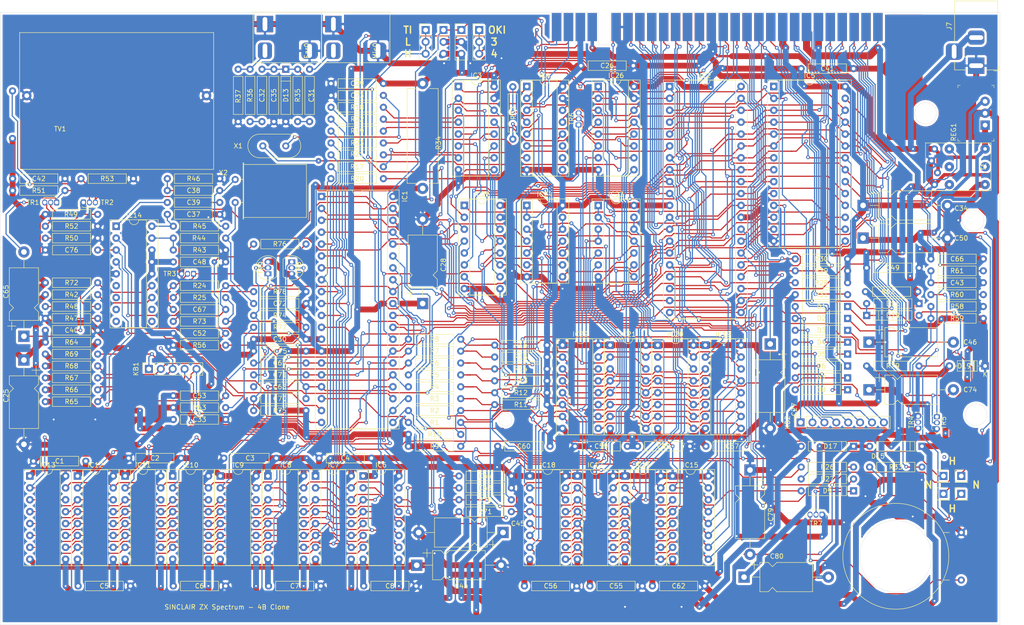
<source format=kicad_pcb>
(kicad_pcb (version 20171130) (host pcbnew "(5.1.6)-1")
  (layers (0 F.Cu signal) (31 B.Cu signal) (34 B.Paste user) (35 F.Paste user) (36 B.SilkS user) (37 F.SilkS user) (38 B.Mask user hide) (39 F.Mask user hide) (44 Edge.Cuts user))
  (net 0 "")
  (net 1 +12V)
  (net 2 "Net-(C30-Pad2)")
  (net 3 "Net-(C32-Pad2)")
  (net 4 "Net-(C32-Pad1)")
  (net 5 "Net-(C37-Pad1)")
  (net 6 "Net-(C38-Pad2)")
  (net 7 "Net-(C38-Pad1)")
  (net 8 "Net-(C39-Pad1)")
  (net 9 "Net-(C43-Pad2)")
  (net 10 "Net-(C46-Pad2)")
  (net 11 +9V)
  (net 12 "Net-(C52-Pad1)")
  (net 13 "Net-(C53-Pad1)")
  (net 14 "Net-(C63-Pad1)")
  (net 15 "Net-(C64-Pad1)")
  (net 16 "Net-(C67-Pad2)")
  (net 17 "Net-(C68-Pad1)")
  (net 18 "Net-(C69-Pad1)")
  (net 19 "Net-(C70-Pad1)")
  (net 20 "Net-(C71-Pad1)")
  (net 21 "Net-(C72-Pad1)")
  (net 22 "Net-(C73-Pad2)")
  (net 23 "Net-(C76-Pad2)")
  (net 24 -5V)
  (net 25 "Net-(C80-Pad2)")
  (net 26 "Net-(D1-Pad2)")
  (net 27 "Net-(D2-Pad2)")
  (net 28 "Net-(D3-Pad2)")
  (net 29 "Net-(D4-Pad2)")
  (net 30 "Net-(D5-Pad2)")
  (net 31 "Net-(D6-Pad2)")
  (net 32 "Net-(D7-Pad2)")
  (net 33 "Net-(D8-Pad2)")
  (net 34 "Net-(D9-Pad1)")
  (net 35 "Net-(IC1-Pad20)")
  (net 36 "Net-(IC1-Pad39)")
  (net 37 "Net-(IC1-Pad19)")
  (net 38 "Net-(IC1-Pad18)")
  (net 39 "Net-(IC1-Pad34)")
  (net 40 "Net-(IC1-Pad12)")
  (net 41 "Net-(IC1-Pad31)")
  (net 42 "Net-(IC1-Pad30)")
  (net 43 "Net-(IC1-Pad29)")
  (net 44 "Net-(IC1-Pad27)")
  (net 45 "Net-(IC1-Pad26)")
  (net 46 "Net-(IC1-Pad25)")
  (net 47 "Net-(IC1-Pad24)")
  (net 48 "Net-(IC1-Pad23)")
  (net 49 "Net-(IC1-Pad22)")
  (net 50 "Net-(IC1-Pad21)")
  (net 51 "Net-(IC2-Pad6)")
  (net 52 "Net-(IC3-Pad7)")
  (net 53 "Net-(IC3-Pad12)")
  (net 54 "Net-(IC3-Pad4)")
  (net 55 "Net-(IC3-Pad9)")
  (net 56 "Net-(IC24-Pad11)")
  (net 57 "Net-(IC4-Pad7)")
  (net 58 "Net-(IC4-Pad12)")
  (net 59 "Net-(IC4-Pad4)")
  (net 60 "Net-(IC14-Pad17)")
  (net 61 "Net-(IC14-Pad12)")
  (net 62 /UA1)
  (net 63 /UA2)
  (net 64 /UA6)
  (net 65 /UA0)
  (net 66 /UA3)
  (net 67 /UA4)
  (net 68 /UA5)
  (net 69 /UA7)
  (net 70 "Net-(IC23-Pad10)")
  (net 71 "Net-(IC23-Pad8)")
  (net 72 "Net-(IC24-Pad12)")
  (net 73 "Net-(IC26-Pad11)")
  (net 74 "Net-(IC26-Pad10)")
  (net 75 "Net-(Ear0-Pad2)")
  (net 76 "Net-(R48-Pad1)")
  (net 77 "Net-(R52-Pad2)")
  (net 78 "Net-(R60-Pad1)")
  (net 79 "Net-(R61-Pad2)")
  (net 80 "Net-(T1-Pad2)")
  (net 81 "Net-(LS1-Pad2)")
  (net 82 +5V)
  (net 83 "Net-(C31-Pad2)")
  (net 84 "Net-(C31-Pad1)")
  (net 85 /_UCAS)
  (net 86 /_URAS)
  (net 87 /_UWRITE)
  (net 88 "Net-(IC24-Pad1)")
  (net 89 "Net-(C74-Pad2)")
  (net 90 "Net-(IC5-Pad27)")
  (net 91 "Net-(IC5-Pad20)")
  (net 92 -12V)
  (net 93 "Net-(E1-Pad27)")
  (net 94 GND)
  (net 95 "Net-(IC24-Pad6)")
  (net 96 Y)
  (net 97 _RESET)
  (net 98 _CK)
  (net 99 U)
  (net 100 V)
  (net 101 VIDEO)
  (net 102 A11)
  (net 103 A10)
  (net 104 A9)
  (net 105 A12)
  (net 106 A13)
  (net 107 A7)
  (net 108 A14)
  (net 109 A15)
  (net 110 D7)
  (net 111 D0)
  (net 112 D1)
  (net 113 D2)
  (net 114 D6)
  (net 115 D5)
  (net 116 D3)
  (net 117 D4)
  (net 118 _INT)
  (net 119 _NMI)
  (net 120 _HALT)
  (net 121 _M_REQ)
  (net 122 _IO_REQ)
  (net 123 _RD)
  (net 124 _WR)
  (net 125 _WAIT)
  (net 126 _M1)
  (net 127 _RFSH)
  (net 128 A8)
  (net 129 A0)
  (net 130 A1)
  (net 131 A2)
  (net 132 A3)
  (net 133 _IO_RQULA)
  (net 134 _BUS_REQ)
  (net 135 A6)
  (net 136 A5)
  (net 137 A4)
  (net 138 _ROMCS)
  (net 139 _BUSACK)
  (net 140 /_LRAS)
  (net 141 /LA6)
  (net 142 /LA5)
  (net 143 /LA4)
  (net 144 /LA3)
  (net 145 /LA2)
  (net 146 /LA1)
  (net 147 /LA0)
  (net 148 /LDRAM_WE)
  (net 149 /_LCAS)
  (net 150 "Net-(E1-Pad4)")
  (net 151 "Net-(C79-Pad2)")
  (net 152 "Net-(C65-Pad1)")
  (net 153 "Net-(C25-Pad1)")
  (net 154 "Net-(C65-Pad2)")
  (net 155 +12VA)
  (module "Issue 4:Choke" (layer F.Cu) (at 250.825 59.69 270)
    (fp_text reference T1 (at 0 -3.5 270) (layer F.SilkS))
    (fp_text value Coil)
    (pad 4 thru_hole circle (at -3.81 6.985 270) (size 1.524 1.524) (drill 0.762) (layers *.Cu *.Mask) (net 11 +9V))
    (pad 7 thru_hole circle (at -1.27 7.62 270) (size 1.524 1.524) (drill 0.762) (layers *.Cu *.Mask) (net 94 GND))
    (pad 4 thru_hole circle (at 1.27 6.35 270) (size 1.524 1.524) (drill 0.762) (layers *.Cu *.Mask) (net 11 +9V))
    (pad 7 thru_hole circle (at 3.81 6.985 270) (size 1.524 1.524) (drill 0.762) (layers *.Cu *.Mask) (net 94 GND))
    (pad 6 thru_hole circle (at 0 3.81 270) (size 2 2) (drill 0.762) (layers *.Cu *.Mask))
    (pad 5 thru_hole circle (at 0 -3.81 270) (size 2 2) (drill 0.762) (layers *.Cu *.Mask))
    (pad 4 thru_hole circle (at -3.81 -3.81 270) (size 2 2) (drill 0.762) (layers *.Cu *.Mask) (net 11 +9V))
    (pad 3 thru_hole circle (at 3.81 -3.81 270) (size 2 2) (drill 0.762) (layers *.Cu *.Mask) (net 92 -12V))
    (pad 2 thru_hole circle (at 3.81 3.81 270) (size 2 2) (drill 0.762) (layers *.Cu *.Mask) (net 80 "Net-(T1-Pad2)"))
    (pad 1 thru_hole circle (at -3.81 3.81 270) (size 2 2) (drill 0.762) (layers *.Cu *.Mask) (net 79 "Net-(R61-Pad2)"))
  )
  (module "Issue 4:Modulator" (layer F.Cu) (at 57.2516 51.1048)
    (fp_text reference TV1 (at 0 0.5) (layer F.SilkS))
    (fp_text value Modulator)
    (pad 3 thru_hole circle (at 31.242 -6.604) (size 2 2) (drill 1) (layers *.Cu *.Mask) (net 94 GND))
    (pad 3 thru_hole circle (at -7.112 -6.604) (size 2 2) (drill 1) (layers *.Cu *.Mask) (net 94 GND))
    (pad 2 thru_hole circle (at -10.16 -7.62) (size 1.524 1.524) (drill 0.762) (layers *.Cu *.Mask) (net 101 VIDEO))
    (pad 1 thru_hole circle (at -10.16 2.54) (size 1.524 1.524) (drill 0.762) (layers *.Cu *.Mask) (net 153 "Net-(C25-Pad1)"))
  )
  (module Package_DIP:DIP-16_W7.62mm_Socket (layer F.Cu) (at 172.085 42.545)
    (fp_text reference IC26 (at 3.81 -2.33) (layer F.SilkS))
    (fp_text value 74LS157)
    (pad 16 thru_hole oval (at 7.62 0) (size 1.6 1.6) (drill 0.8) (layers *.Cu *.Mask) (net 82 +5V))
    (pad 8 thru_hole oval (at 0 17.78) (size 1.6 1.6) (drill 0.8) (layers *.Cu *.Mask) (net 94 GND))
    (pad 15 thru_hole oval (at 7.62 2.54) (size 1.6 1.6) (drill 0.8) (layers *.Cu *.Mask) (net 94 GND))
    (pad 7 thru_hole oval (at 0 15.24) (size 1.6 1.6) (drill 0.8) (layers *.Cu *.Mask) (net 65 /UA0))
    (pad 14 thru_hole oval (at 7.62 5.08) (size 1.6 1.6) (drill 0.8) (layers *.Cu *.Mask) (net 104 A9))
    (pad 6 thru_hole oval (at 0 12.7) (size 1.6 1.6) (drill 0.8) (layers *.Cu *.Mask) (net 129 A0))
    (pad 13 thru_hole oval (at 7.62 7.62) (size 1.6 1.6) (drill 0.8) (layers *.Cu *.Mask) (net 131 A2))
    (pad 5 thru_hole oval (at 0 10.16) (size 1.6 1.6) (drill 0.8) (layers *.Cu *.Mask) (net 107 A7))
    (pad 12 thru_hole oval (at 7.62 10.16) (size 1.6 1.6) (drill 0.8) (layers *.Cu *.Mask) (net 62 /UA1))
    (pad 4 thru_hole oval (at 0 7.62) (size 1.6 1.6) (drill 0.8) (layers *.Cu *.Mask) (net 63 /UA2))
    (pad 11 thru_hole oval (at 7.62 12.7) (size 1.6 1.6) (drill 0.8) (layers *.Cu *.Mask) (net 73 "Net-(IC26-Pad11)"))
    (pad 3 thru_hole oval (at 0 5.08) (size 1.6 1.6) (drill 0.8) (layers *.Cu *.Mask) (net 130 A1))
    (pad 10 thru_hole oval (at 7.62 15.24) (size 1.6 1.6) (drill 0.8) (layers *.Cu *.Mask) (net 74 "Net-(IC26-Pad10)"))
    (pad 2 thru_hole oval (at 0 2.54) (size 1.6 1.6) (drill 0.8) (layers *.Cu *.Mask) (net 128 A8))
    (pad 9 thru_hole oval (at 7.62 17.78) (size 1.6 1.6) (drill 0.8) (layers *.Cu *.Mask) (net 69 /UA7))
    (pad 1 thru_hole rect (at 0 0) (size 1.6 1.6) (drill 0.8) (layers *.Cu *.Mask) (net 71 "Net-(IC23-Pad8)"))
  )
  (module Package_DIP:DIP-16_W7.62mm_Socket (layer F.Cu) (at 143.51 67.945)
    (fp_text reference IC25 (at 3.81 -2.33) (layer F.SilkS))
    (fp_text value 74LS157)
    (pad 16 thru_hole oval (at 7.62 0) (size 1.6 1.6) (drill 0.8) (layers *.Cu *.Mask) (net 82 +5V))
    (pad 8 thru_hole oval (at 0 17.78) (size 1.6 1.6) (drill 0.8) (layers *.Cu *.Mask) (net 94 GND))
    (pad 15 thru_hole oval (at 7.62 2.54) (size 1.6 1.6) (drill 0.8) (layers *.Cu *.Mask) (net 94 GND))
    (pad 7 thru_hole oval (at 0 15.24) (size 1.6 1.6) (drill 0.8) (layers *.Cu *.Mask) (net 67 /UA4))
    (pad 14 thru_hole oval (at 7.62 5.08) (size 1.6 1.6) (drill 0.8) (layers *.Cu *.Mask) (net 106 A13))
    (pad 6 thru_hole oval (at 0 12.7) (size 1.6 1.6) (drill 0.8) (layers *.Cu *.Mask) (net 137 A4))
    (pad 13 thru_hole oval (at 7.62 7.62) (size 1.6 1.6) (drill 0.8) (layers *.Cu *.Mask) (net 135 A6))
    (pad 5 thru_hole oval (at 0 10.16) (size 1.6 1.6) (drill 0.8) (layers *.Cu *.Mask) (net 102 A11))
    (pad 12 thru_hole oval (at 7.62 10.16) (size 1.6 1.6) (drill 0.8) (layers *.Cu *.Mask) (net 64 /UA6))
    (pad 4 thru_hole oval (at 0 7.62) (size 1.6 1.6) (drill 0.8) (layers *.Cu *.Mask) (net 68 /UA5))
    (pad 11 thru_hole oval (at 7.62 12.7) (size 1.6 1.6) (drill 0.8) (layers *.Cu *.Mask) (net 103 A10))
    (pad 3 thru_hole oval (at 0 5.08) (size 1.6 1.6) (drill 0.8) (layers *.Cu *.Mask) (net 136 A5))
    (pad 10 thru_hole oval (at 7.62 15.24) (size 1.6 1.6) (drill 0.8) (layers *.Cu *.Mask) (net 132 A3))
    (pad 2 thru_hole oval (at 0 2.54) (size 1.6 1.6) (drill 0.8) (layers *.Cu *.Mask) (net 105 A12))
    (pad 9 thru_hole oval (at 7.62 17.78) (size 1.6 1.6) (drill 0.8) (layers *.Cu *.Mask) (net 66 /UA3))
    (pad 1 thru_hole rect (at 0 0) (size 1.6 1.6) (drill 0.8) (layers *.Cu *.Mask) (net 71 "Net-(IC23-Pad8)"))
  )
  (module Package_DIP:DIP-16_W7.62mm_Socket (layer F.Cu) (at 164.465 97.79)
    (fp_text reference IC22 (at 3.81 -2.33) (layer F.SilkS))
    (fp_text value 4532)
    (pad 16 thru_hole oval (at 7.62 0) (size 1.6 1.6) (drill 0.8) (layers *.Cu *.Mask) (net 94 GND))
    (pad 8 thru_hole oval (at 0 17.78) (size 1.6 1.6) (drill 0.8) (layers *.Cu *.Mask) (net 82 +5V))
    (pad 15 thru_hole oval (at 7.62 2.54) (size 1.6 1.6) (drill 0.8) (layers *.Cu *.Mask) (net 85 /_UCAS))
    (pad 7 thru_hole oval (at 0 15.24) (size 1.6 1.6) (drill 0.8) (layers *.Cu *.Mask) (net 62 /UA1))
    (pad 14 thru_hole oval (at 7.62 5.08) (size 1.6 1.6) (drill 0.8) (layers *.Cu *.Mask) (net 110 D7))
    (pad 6 thru_hole oval (at 0 12.7) (size 1.6 1.6) (drill 0.8) (layers *.Cu *.Mask) (net 63 /UA2))
    (pad 13 thru_hole oval (at 7.62 7.62) (size 1.6 1.6) (drill 0.8) (layers *.Cu *.Mask) (net 64 /UA6))
    (pad 5 thru_hole oval (at 0 10.16) (size 1.6 1.6) (drill 0.8) (layers *.Cu *.Mask) (net 65 /UA0))
    (pad 12 thru_hole oval (at 7.62 10.16) (size 1.6 1.6) (drill 0.8) (layers *.Cu *.Mask) (net 66 /UA3))
    (pad 4 thru_hole oval (at 0 7.62) (size 1.6 1.6) (drill 0.8) (layers *.Cu *.Mask) (net 86 /_URAS))
    (pad 11 thru_hole oval (at 7.62 12.7) (size 1.6 1.6) (drill 0.8) (layers *.Cu *.Mask) (net 67 /UA4))
    (pad 3 thru_hole oval (at 0 5.08) (size 1.6 1.6) (drill 0.8) (layers *.Cu *.Mask) (net 87 /_UWRITE))
    (pad 10 thru_hole oval (at 7.62 15.24) (size 1.6 1.6) (drill 0.8) (layers *.Cu *.Mask) (net 68 /UA5))
    (pad 2 thru_hole oval (at 0 2.54) (size 1.6 1.6) (drill 0.8) (layers *.Cu *.Mask) (net 110 D7))
    (pad 9 thru_hole oval (at 7.62 17.78) (size 1.6 1.6) (drill 0.8) (layers *.Cu *.Mask) (net 69 /UA7))
    (pad 1 thru_hole rect (at 0 0) (size 1.6 1.6) (drill 0.8) (layers *.Cu *.Mask) (net 94 GND))
  )
  (module Package_DIP:DIP-16_W7.62mm_Socket (layer F.Cu) (at 174.625 97.79)
    (fp_text reference IC21 (at 3.81 -2.33) (layer F.SilkS))
    (fp_text value 4532)
    (pad 16 thru_hole oval (at 7.62 0) (size 1.6 1.6) (drill 0.8) (layers *.Cu *.Mask) (net 94 GND))
    (pad 8 thru_hole oval (at 0 17.78) (size 1.6 1.6) (drill 0.8) (layers *.Cu *.Mask) (net 82 +5V))
    (pad 15 thru_hole oval (at 7.62 2.54) (size 1.6 1.6) (drill 0.8) (layers *.Cu *.Mask) (net 85 /_UCAS))
    (pad 7 thru_hole oval (at 0 15.24) (size 1.6 1.6) (drill 0.8) (layers *.Cu *.Mask) (net 62 /UA1))
    (pad 14 thru_hole oval (at 7.62 5.08) (size 1.6 1.6) (drill 0.8) (layers *.Cu *.Mask) (net 114 D6))
    (pad 6 thru_hole oval (at 0 12.7) (size 1.6 1.6) (drill 0.8) (layers *.Cu *.Mask) (net 63 /UA2))
    (pad 13 thru_hole oval (at 7.62 7.62) (size 1.6 1.6) (drill 0.8) (layers *.Cu *.Mask) (net 64 /UA6))
    (pad 5 thru_hole oval (at 0 10.16) (size 1.6 1.6) (drill 0.8) (layers *.Cu *.Mask) (net 65 /UA0))
    (pad 12 thru_hole oval (at 7.62 10.16) (size 1.6 1.6) (drill 0.8) (layers *.Cu *.Mask) (net 66 /UA3))
    (pad 4 thru_hole oval (at 0 7.62) (size 1.6 1.6) (drill 0.8) (layers *.Cu *.Mask) (net 86 /_URAS))
    (pad 11 thru_hole oval (at 7.62 12.7) (size 1.6 1.6) (drill 0.8) (layers *.Cu *.Mask) (net 67 /UA4))
    (pad 3 thru_hole oval (at 0 5.08) (size 1.6 1.6) (drill 0.8) (layers *.Cu *.Mask) (net 87 /_UWRITE))
    (pad 10 thru_hole oval (at 7.62 15.24) (size 1.6 1.6) (drill 0.8) (layers *.Cu *.Mask) (net 68 /UA5))
    (pad 2 thru_hole oval (at 0 2.54) (size 1.6 1.6) (drill 0.8) (layers *.Cu *.Mask) (net 114 D6))
    (pad 9 thru_hole oval (at 7.62 17.78) (size 1.6 1.6) (drill 0.8) (layers *.Cu *.Mask) (net 69 /UA7))
    (pad 1 thru_hole rect (at 0 0) (size 1.6 1.6) (drill 0.8) (layers *.Cu *.Mask) (net 94 GND))
  )
  (module Package_DIP:DIP-16_W7.62mm_Socket (layer F.Cu) (at 184.785 97.79)
    (fp_text reference IC20 (at 3.81 -2.33) (layer F.SilkS))
    (fp_text value 4532)
    (pad 16 thru_hole oval (at 7.62 0) (size 1.6 1.6) (drill 0.8) (layers *.Cu *.Mask) (net 94 GND))
    (pad 8 thru_hole oval (at 0 17.78) (size 1.6 1.6) (drill 0.8) (layers *.Cu *.Mask) (net 82 +5V))
    (pad 15 thru_hole oval (at 7.62 2.54) (size 1.6 1.6) (drill 0.8) (layers *.Cu *.Mask) (net 85 /_UCAS))
    (pad 7 thru_hole oval (at 0 15.24) (size 1.6 1.6) (drill 0.8) (layers *.Cu *.Mask) (net 62 /UA1))
    (pad 14 thru_hole oval (at 7.62 5.08) (size 1.6 1.6) (drill 0.8) (layers *.Cu *.Mask) (net 115 D5))
    (pad 6 thru_hole oval (at 0 12.7) (size 1.6 1.6) (drill 0.8) (layers *.Cu *.Mask) (net 63 /UA2))
    (pad 13 thru_hole oval (at 7.62 7.62) (size 1.6 1.6) (drill 0.8) (layers *.Cu *.Mask) (net 64 /UA6))
    (pad 5 thru_hole oval (at 0 10.16) (size 1.6 1.6) (drill 0.8) (layers *.Cu *.Mask) (net 65 /UA0))
    (pad 12 thru_hole oval (at 7.62 10.16) (size 1.6 1.6) (drill 0.8) (layers *.Cu *.Mask) (net 66 /UA3))
    (pad 4 thru_hole oval (at 0 7.62) (size 1.6 1.6) (drill 0.8) (layers *.Cu *.Mask) (net 86 /_URAS))
    (pad 11 thru_hole oval (at 7.62 12.7) (size 1.6 1.6) (drill 0.8) (layers *.Cu *.Mask) (net 67 /UA4))
    (pad 3 thru_hole oval (at 0 5.08) (size 1.6 1.6) (drill 0.8) (layers *.Cu *.Mask) (net 87 /_UWRITE))
    (pad 10 thru_hole oval (at 7.62 15.24) (size 1.6 1.6) (drill 0.8) (layers *.Cu *.Mask) (net 68 /UA5))
    (pad 2 thru_hole oval (at 0 2.54) (size 1.6 1.6) (drill 0.8) (layers *.Cu *.Mask) (net 115 D5))
    (pad 9 thru_hole oval (at 7.62 17.78) (size 1.6 1.6) (drill 0.8) (layers *.Cu *.Mask) (net 69 /UA7))
    (pad 1 thru_hole rect (at 0 0) (size 1.6 1.6) (drill 0.8) (layers *.Cu *.Mask) (net 94 GND))
  )
  (module Package_DIP:DIP-16_W7.62mm_Socket (layer F.Cu) (at 194.945 97.79)
    (fp_text reference IC19 (at 3.81 -2.33) (layer F.SilkS))
    (fp_text value 4532)
    (pad 16 thru_hole oval (at 7.62 0) (size 1.6 1.6) (drill 0.8) (layers *.Cu *.Mask) (net 94 GND))
    (pad 8 thru_hole oval (at 0 17.78) (size 1.6 1.6) (drill 0.8) (layers *.Cu *.Mask) (net 82 +5V))
    (pad 15 thru_hole oval (at 7.62 2.54) (size 1.6 1.6) (drill 0.8) (layers *.Cu *.Mask) (net 85 /_UCAS))
    (pad 7 thru_hole oval (at 0 15.24) (size 1.6 1.6) (drill 0.8) (layers *.Cu *.Mask) (net 62 /UA1))
    (pad 14 thru_hole oval (at 7.62 5.08) (size 1.6 1.6) (drill 0.8) (layers *.Cu *.Mask) (net 117 D4))
    (pad 6 thru_hole oval (at 0 12.7) (size 1.6 1.6) (drill 0.8) (layers *.Cu *.Mask) (net 63 /UA2))
    (pad 13 thru_hole oval (at 7.62 7.62) (size 1.6 1.6) (drill 0.8) (layers *.Cu *.Mask) (net 64 /UA6))
    (pad 5 thru_hole oval (at 0 10.16) (size 1.6 1.6) (drill 0.8) (layers *.Cu *.Mask) (net 65 /UA0))
    (pad 12 thru_hole oval (at 7.62 10.16) (size 1.6 1.6) (drill 0.8) (layers *.Cu *.Mask) (net 66 /UA3))
    (pad 4 thru_hole oval (at 0 7.62) (size 1.6 1.6) (drill 0.8) (layers *.Cu *.Mask) (net 86 /_URAS))
    (pad 11 thru_hole oval (at 7.62 12.7) (size 1.6 1.6) (drill 0.8) (layers *.Cu *.Mask) (net 67 /UA4))
    (pad 3 thru_hole oval (at 0 5.08) (size 1.6 1.6) (drill 0.8) (layers *.Cu *.Mask) (net 87 /_UWRITE))
    (pad 10 thru_hole oval (at 7.62 15.24) (size 1.6 1.6) (drill 0.8) (layers *.Cu *.Mask) (net 68 /UA5))
    (pad 2 thru_hole oval (at 0 2.54) (size 1.6 1.6) (drill 0.8) (layers *.Cu *.Mask) (net 117 D4))
    (pad 9 thru_hole oval (at 7.62 17.78) (size 1.6 1.6) (drill 0.8) (layers *.Cu *.Mask) (net 69 /UA7))
    (pad 1 thru_hole rect (at 0 0) (size 1.6 1.6) (drill 0.8) (layers *.Cu *.Mask) (net 94 GND))
  )
  (module Package_DIP:DIP-16_W7.62mm_Socket (layer F.Cu) (at 157.48 125.73)
    (fp_text reference IC18 (at 3.81 -2.33) (layer F.SilkS))
    (fp_text value 4532)
    (pad 16 thru_hole oval (at 7.62 0) (size 1.6 1.6) (drill 0.8) (layers *.Cu *.Mask) (net 94 GND))
    (pad 8 thru_hole oval (at 0 17.78) (size 1.6 1.6) (drill 0.8) (layers *.Cu *.Mask) (net 82 +5V))
    (pad 15 thru_hole oval (at 7.62 2.54) (size 1.6 1.6) (drill 0.8) (layers *.Cu *.Mask) (net 85 /_UCAS))
    (pad 7 thru_hole oval (at 0 15.24) (size 1.6 1.6) (drill 0.8) (layers *.Cu *.Mask) (net 62 /UA1))
    (pad 14 thru_hole oval (at 7.62 5.08) (size 1.6 1.6) (drill 0.8) (layers *.Cu *.Mask) (net 116 D3))
    (pad 6 thru_hole oval (at 0 12.7) (size 1.6 1.6) (drill 0.8) (layers *.Cu *.Mask) (net 63 /UA2))
    (pad 13 thru_hole oval (at 7.62 7.62) (size 1.6 1.6) (drill 0.8) (layers *.Cu *.Mask) (net 64 /UA6))
    (pad 5 thru_hole oval (at 0 10.16) (size 1.6 1.6) (drill 0.8) (layers *.Cu *.Mask) (net 65 /UA0))
    (pad 12 thru_hole oval (at 7.62 10.16) (size 1.6 1.6) (drill 0.8) (layers *.Cu *.Mask) (net 66 /UA3))
    (pad 4 thru_hole oval (at 0 7.62) (size 1.6 1.6) (drill 0.8) (layers *.Cu *.Mask) (net 86 /_URAS))
    (pad 11 thru_hole oval (at 7.62 12.7) (size 1.6 1.6) (drill 0.8) (layers *.Cu *.Mask) (net 67 /UA4))
    (pad 3 thru_hole oval (at 0 5.08) (size 1.6 1.6) (drill 0.8) (layers *.Cu *.Mask) (net 87 /_UWRITE))
    (pad 10 thru_hole oval (at 7.62 15.24) (size 1.6 1.6) (drill 0.8) (layers *.Cu *.Mask) (net 68 /UA5))
    (pad 2 thru_hole oval (at 0 2.54) (size 1.6 1.6) (drill 0.8) (layers *.Cu *.Mask) (net 116 D3))
    (pad 9 thru_hole oval (at 7.62 17.78) (size 1.6 1.6) (drill 0.8) (layers *.Cu *.Mask) (net 69 /UA7))
    (pad 1 thru_hole rect (at 0 0) (size 1.6 1.6) (drill 0.8) (layers *.Cu *.Mask) (net 94 GND))
  )
  (module Package_DIP:DIP-16_W7.62mm_Socket (layer F.Cu) (at 167.64 125.73)
    (fp_text reference IC17 (at 3.81 -2.33) (layer F.SilkS))
    (fp_text value 4532)
    (pad 16 thru_hole oval (at 7.62 0) (size 1.6 1.6) (drill 0.8) (layers *.Cu *.Mask) (net 94 GND))
    (pad 8 thru_hole oval (at 0 17.78) (size 1.6 1.6) (drill 0.8) (layers *.Cu *.Mask) (net 82 +5V))
    (pad 15 thru_hole oval (at 7.62 2.54) (size 1.6 1.6) (drill 0.8) (layers *.Cu *.Mask) (net 85 /_UCAS))
    (pad 7 thru_hole oval (at 0 15.24) (size 1.6 1.6) (drill 0.8) (layers *.Cu *.Mask) (net 62 /UA1))
    (pad 14 thru_hole oval (at 7.62 5.08) (size 1.6 1.6) (drill 0.8) (layers *.Cu *.Mask) (net 113 D2))
    (pad 6 thru_hole oval (at 0 12.7) (size 1.6 1.6) (drill 0.8) (layers *.Cu *.Mask) (net 63 /UA2))
    (pad 13 thru_hole oval (at 7.62 7.62) (size 1.6 1.6) (drill 0.8) (layers *.Cu *.Mask) (net 64 /UA6))
    (pad 5 thru_hole oval (at 0 10.16) (size 1.6 1.6) (drill 0.8) (layers *.Cu *.Mask) (net 65 /UA0))
    (pad 12 thru_hole oval (at 7.62 10.16) (size 1.6 1.6) (drill 0.8) (layers *.Cu *.Mask) (net 66 /UA3))
    (pad 4 thru_hole oval (at 0 7.62) (size 1.6 1.6) (drill 0.8) (layers *.Cu *.Mask) (net 86 /_URAS))
    (pad 11 thru_hole oval (at 7.62 12.7) (size 1.6 1.6) (drill 0.8) (layers *.Cu *.Mask) (net 67 /UA4))
    (pad 3 thru_hole oval (at 0 5.08) (size 1.6 1.6) (drill 0.8) (layers *.Cu *.Mask) (net 87 /_UWRITE))
    (pad 10 thru_hole oval (at 7.62 15.24) (size 1.6 1.6) (drill 0.8) (layers *.Cu *.Mask) (net 68 /UA5))
    (pad 2 thru_hole oval (at 0 2.54) (size 1.6 1.6) (drill 0.8) (layers *.Cu *.Mask) (net 113 D2))
    (pad 9 thru_hole oval (at 7.62 17.78) (size 1.6 1.6) (drill 0.8) (layers *.Cu *.Mask) (net 69 /UA7))
    (pad 1 thru_hole rect (at 0 0) (size 1.6 1.6) (drill 0.8) (layers *.Cu *.Mask) (net 94 GND))
  )
  (module Package_DIP:DIP-16_W7.62mm_Socket (layer F.Cu) (at 177.8 125.73)
    (fp_text reference IC16 (at 3.81 -2.33) (layer F.SilkS))
    (fp_text value 4532)
    (pad 16 thru_hole oval (at 7.62 0) (size 1.6 1.6) (drill 0.8) (layers *.Cu *.Mask) (net 94 GND))
    (pad 8 thru_hole oval (at 0 17.78) (size 1.6 1.6) (drill 0.8) (layers *.Cu *.Mask) (net 82 +5V))
    (pad 15 thru_hole oval (at 7.62 2.54) (size 1.6 1.6) (drill 0.8) (layers *.Cu *.Mask) (net 85 /_UCAS))
    (pad 7 thru_hole oval (at 0 15.24) (size 1.6 1.6) (drill 0.8) (layers *.Cu *.Mask) (net 62 /UA1))
    (pad 14 thru_hole oval (at 7.62 5.08) (size 1.6 1.6) (drill 0.8) (layers *.Cu *.Mask) (net 112 D1))
    (pad 6 thru_hole oval (at 0 12.7) (size 1.6 1.6) (drill 0.8) (layers *.Cu *.Mask) (net 63 /UA2))
    (pad 13 thru_hole oval (at 7.62 7.62) (size 1.6 1.6) (drill 0.8) (layers *.Cu *.Mask) (net 64 /UA6))
    (pad 5 thru_hole oval (at 0 10.16) (size 1.6 1.6) (drill 0.8) (layers *.Cu *.Mask) (net 65 /UA0))
    (pad 12 thru_hole oval (at 7.62 10.16) (size 1.6 1.6) (drill 0.8) (layers *.Cu *.Mask) (net 66 /UA3))
    (pad 4 thru_hole oval (at 0 7.62) (size 1.6 1.6) (drill 0.8) (layers *.Cu *.Mask) (net 86 /_URAS))
    (pad 11 thru_hole oval (at 7.62 12.7) (size 1.6 1.6) (drill 0.8) (layers *.Cu *.Mask) (net 67 /UA4))
    (pad 3 thru_hole oval (at 0 5.08) (size 1.6 1.6) (drill 0.8) (layers *.Cu *.Mask) (net 87 /_UWRITE))
    (pad 10 thru_hole oval (at 7.62 15.24) (size 1.6 1.6) (drill 0.8) (layers *.Cu *.Mask) (net 68 /UA5))
    (pad 2 thru_hole oval (at 0 2.54) (size 1.6 1.6) (drill 0.8) (layers *.Cu *.Mask) (net 112 D1))
    (pad 9 thru_hole oval (at 7.62 17.78) (size 1.6 1.6) (drill 0.8) (layers *.Cu *.Mask) (net 69 /UA7))
    (pad 1 thru_hole rect (at 0 0) (size 1.6 1.6) (drill 0.8) (layers *.Cu *.Mask) (net 94 GND))
  )
  (module Package_DIP:DIP-16_W7.62mm_Socket (layer F.Cu) (at 187.96 125.73)
    (fp_text reference IC15 (at 3.81 -2.33) (layer F.SilkS))
    (fp_text value 4532)
    (pad 16 thru_hole oval (at 7.62 0) (size 1.6 1.6) (drill 0.8) (layers *.Cu *.Mask) (net 94 GND))
    (pad 8 thru_hole oval (at 0 17.78) (size 1.6 1.6) (drill 0.8) (layers *.Cu *.Mask) (net 82 +5V))
    (pad 15 thru_hole oval (at 7.62 2.54) (size 1.6 1.6) (drill 0.8) (layers *.Cu *.Mask) (net 85 /_UCAS))
    (pad 7 thru_hole oval (at 0 15.24) (size 1.6 1.6) (drill 0.8) (layers *.Cu *.Mask) (net 62 /UA1))
    (pad 14 thru_hole oval (at 7.62 5.08) (size 1.6 1.6) (drill 0.8) (layers *.Cu *.Mask) (net 111 D0))
    (pad 6 thru_hole oval (at 0 12.7) (size 1.6 1.6) (drill 0.8) (layers *.Cu *.Mask) (net 63 /UA2))
    (pad 13 thru_hole oval (at 7.62 7.62) (size 1.6 1.6) (drill 0.8) (layers *.Cu *.Mask) (net 64 /UA6))
    (pad 5 thru_hole oval (at 0 10.16) (size 1.6 1.6) (drill 0.8) (layers *.Cu *.Mask) (net 65 /UA0))
    (pad 12 thru_hole oval (at 7.62 10.16) (size 1.6 1.6) (drill 0.8) (layers *.Cu *.Mask) (net 66 /UA3))
    (pad 4 thru_hole oval (at 0 7.62) (size 1.6 1.6) (drill 0.8) (layers *.Cu *.Mask) (net 86 /_URAS))
    (pad 11 thru_hole oval (at 7.62 12.7) (size 1.6 1.6) (drill 0.8) (layers *.Cu *.Mask) (net 67 /UA4))
    (pad 3 thru_hole oval (at 0 5.08) (size 1.6 1.6) (drill 0.8) (layers *.Cu *.Mask) (net 87 /_UWRITE))
    (pad 10 thru_hole oval (at 7.62 15.24) (size 1.6 1.6) (drill 0.8) (layers *.Cu *.Mask) (net 68 /UA5))
    (pad 2 thru_hole oval (at 0 2.54) (size 1.6 1.6) (drill 0.8) (layers *.Cu *.Mask) (net 111 D0))
    (pad 9 thru_hole oval (at 7.62 17.78) (size 1.6 1.6) (drill 0.8) (layers *.Cu *.Mask) (net 69 /UA7))
    (pad 1 thru_hole rect (at 0 0) (size 1.6 1.6) (drill 0.8) (layers *.Cu *.Mask) (net 94 GND))
  )
  (module Package_DIP:DIP-16_W7.62mm_Socket (layer F.Cu) (at 50.8 125.73)
    (fp_text reference IC13 (at 3.81 -2.33) (layer F.SilkS))
    (fp_text value 4116)
    (pad 16 thru_hole oval (at 7.62 0) (size 1.6 1.6) (drill 0.8) (layers *.Cu *.Mask) (net 94 GND))
    (pad 8 thru_hole oval (at 0 17.78) (size 1.6 1.6) (drill 0.8) (layers *.Cu *.Mask) (net 1 +12V))
    (pad 15 thru_hole oval (at 7.62 2.54) (size 1.6 1.6) (drill 0.8) (layers *.Cu *.Mask) (net 149 /_LCAS))
    (pad 7 thru_hole oval (at 0 15.24) (size 1.6 1.6) (drill 0.8) (layers *.Cu *.Mask) (net 147 /LA0))
    (pad 14 thru_hole oval (at 7.62 5.08) (size 1.6 1.6) (drill 0.8) (layers *.Cu *.Mask) (net 41 "Net-(IC1-Pad31)"))
    (pad 6 thru_hole oval (at 0 12.7) (size 1.6 1.6) (drill 0.8) (layers *.Cu *.Mask) (net 141 /LA6))
    (pad 13 thru_hole oval (at 7.62 7.62) (size 1.6 1.6) (drill 0.8) (layers *.Cu *.Mask) (net 144 /LA3))
    (pad 5 thru_hole oval (at 0 10.16) (size 1.6 1.6) (drill 0.8) (layers *.Cu *.Mask) (net 145 /LA2))
    (pad 12 thru_hole oval (at 7.62 10.16) (size 1.6 1.6) (drill 0.8) (layers *.Cu *.Mask) (net 143 /LA4))
    (pad 4 thru_hole oval (at 0 7.62) (size 1.6 1.6) (drill 0.8) (layers *.Cu *.Mask) (net 140 /_LRAS))
    (pad 11 thru_hole oval (at 7.62 12.7) (size 1.6 1.6) (drill 0.8) (layers *.Cu *.Mask) (net 146 /LA1))
    (pad 3 thru_hole oval (at 0 5.08) (size 1.6 1.6) (drill 0.8) (layers *.Cu *.Mask) (net 148 /LDRAM_WE))
    (pad 10 thru_hole oval (at 7.62 15.24) (size 1.6 1.6) (drill 0.8) (layers *.Cu *.Mask) (net 142 /LA5))
    (pad 2 thru_hole oval (at 0 2.54) (size 1.6 1.6) (drill 0.8) (layers *.Cu *.Mask) (net 41 "Net-(IC1-Pad31)"))
    (pad 9 thru_hole oval (at 7.62 17.78) (size 1.6 1.6) (drill 0.8) (layers *.Cu *.Mask) (net 82 +5V))
    (pad 1 thru_hole rect (at 0 0) (size 1.6 1.6) (drill 0.8) (layers *.Cu *.Mask) (net 24 -5V))
  )
  (module Package_DIP:DIP-16_W7.62mm_Socket (layer F.Cu) (at 60.96 125.73)
    (fp_text reference IC12 (at 3.81 -2.33) (layer F.SilkS))
    (fp_text value 4116)
    (pad 16 thru_hole oval (at 7.62 0) (size 1.6 1.6) (drill 0.8) (layers *.Cu *.Mask) (net 94 GND))
    (pad 8 thru_hole oval (at 0 17.78) (size 1.6 1.6) (drill 0.8) (layers *.Cu *.Mask) (net 1 +12V))
    (pad 15 thru_hole oval (at 7.62 2.54) (size 1.6 1.6) (drill 0.8) (layers *.Cu *.Mask) (net 149 /_LCAS))
    (pad 7 thru_hole oval (at 0 15.24) (size 1.6 1.6) (drill 0.8) (layers *.Cu *.Mask) (net 147 /LA0))
    (pad 14 thru_hole oval (at 7.62 5.08) (size 1.6 1.6) (drill 0.8) (layers *.Cu *.Mask) (net 42 "Net-(IC1-Pad30)"))
    (pad 6 thru_hole oval (at 0 12.7) (size 1.6 1.6) (drill 0.8) (layers *.Cu *.Mask) (net 141 /LA6))
    (pad 13 thru_hole oval (at 7.62 7.62) (size 1.6 1.6) (drill 0.8) (layers *.Cu *.Mask) (net 144 /LA3))
    (pad 5 thru_hole oval (at 0 10.16) (size 1.6 1.6) (drill 0.8) (layers *.Cu *.Mask) (net 145 /LA2))
    (pad 12 thru_hole oval (at 7.62 10.16) (size 1.6 1.6) (drill 0.8) (layers *.Cu *.Mask) (net 143 /LA4))
    (pad 4 thru_hole oval (at 0 7.62) (size 1.6 1.6) (drill 0.8) (layers *.Cu *.Mask) (net 140 /_LRAS))
    (pad 11 thru_hole oval (at 7.62 12.7) (size 1.6 1.6) (drill 0.8) (layers *.Cu *.Mask) (net 146 /LA1))
    (pad 3 thru_hole oval (at 0 5.08) (size 1.6 1.6) (drill 0.8) (layers *.Cu *.Mask) (net 148 /LDRAM_WE))
    (pad 10 thru_hole oval (at 7.62 15.24) (size 1.6 1.6) (drill 0.8) (layers *.Cu *.Mask) (net 142 /LA5))
    (pad 2 thru_hole oval (at 0 2.54) (size 1.6 1.6) (drill 0.8) (layers *.Cu *.Mask) (net 42 "Net-(IC1-Pad30)"))
    (pad 9 thru_hole oval (at 7.62 17.78) (size 1.6 1.6) (drill 0.8) (layers *.Cu *.Mask) (net 82 +5V))
    (pad 1 thru_hole rect (at 0 0) (size 1.6 1.6) (drill 0.8) (layers *.Cu *.Mask) (net 24 -5V))
  )
  (module Package_DIP:DIP-16_W7.62mm_Socket (layer F.Cu) (at 71.12 125.73)
    (fp_text reference IC11 (at 3.81 -2.33) (layer F.SilkS))
    (fp_text value 4116)
    (pad 16 thru_hole oval (at 7.62 0) (size 1.6 1.6) (drill 0.8) (layers *.Cu *.Mask) (net 94 GND))
    (pad 8 thru_hole oval (at 0 17.78) (size 1.6 1.6) (drill 0.8) (layers *.Cu *.Mask) (net 1 +12V))
    (pad 15 thru_hole oval (at 7.62 2.54) (size 1.6 1.6) (drill 0.8) (layers *.Cu *.Mask) (net 149 /_LCAS))
    (pad 7 thru_hole oval (at 0 15.24) (size 1.6 1.6) (drill 0.8) (layers *.Cu *.Mask) (net 147 /LA0))
    (pad 14 thru_hole oval (at 7.62 5.08) (size 1.6 1.6) (drill 0.8) (layers *.Cu *.Mask) (net 43 "Net-(IC1-Pad29)"))
    (pad 6 thru_hole oval (at 0 12.7) (size 1.6 1.6) (drill 0.8) (layers *.Cu *.Mask) (net 141 /LA6))
    (pad 13 thru_hole oval (at 7.62 7.62) (size 1.6 1.6) (drill 0.8) (layers *.Cu *.Mask) (net 144 /LA3))
    (pad 5 thru_hole oval (at 0 10.16) (size 1.6 1.6) (drill 0.8) (layers *.Cu *.Mask) (net 145 /LA2))
    (pad 12 thru_hole oval (at 7.62 10.16) (size 1.6 1.6) (drill 0.8) (layers *.Cu *.Mask) (net 143 /LA4))
    (pad 4 thru_hole oval (at 0 7.62) (size 1.6 1.6) (drill 0.8) (layers *.Cu *.Mask) (net 140 /_LRAS))
    (pad 11 thru_hole oval (at 7.62 12.7) (size 1.6 1.6) (drill 0.8) (layers *.Cu *.Mask) (net 146 /LA1))
    (pad 3 thru_hole oval (at 0 5.08) (size 1.6 1.6) (drill 0.8) (layers *.Cu *.Mask) (net 148 /LDRAM_WE))
    (pad 10 thru_hole oval (at 7.62 15.24) (size 1.6 1.6) (drill 0.8) (layers *.Cu *.Mask) (net 142 /LA5))
    (pad 2 thru_hole oval (at 0 2.54) (size 1.6 1.6) (drill 0.8) (layers *.Cu *.Mask) (net 43 "Net-(IC1-Pad29)"))
    (pad 9 thru_hole oval (at 7.62 17.78) (size 1.6 1.6) (drill 0.8) (layers *.Cu *.Mask) (net 82 +5V))
    (pad 1 thru_hole rect (at 0 0) (size 1.6 1.6) (drill 0.8) (layers *.Cu *.Mask) (net 24 -5V))
  )
  (module Package_DIP:DIP-16_W7.62mm_Socket (layer F.Cu) (at 81.28 125.73)
    (fp_text reference IC10 (at 3.81 -2.33) (layer F.SilkS))
    (fp_text value 4116)
    (pad 16 thru_hole oval (at 7.62 0) (size 1.6 1.6) (drill 0.8) (layers *.Cu *.Mask) (net 94 GND))
    (pad 8 thru_hole oval (at 0 17.78) (size 1.6 1.6) (drill 0.8) (layers *.Cu *.Mask) (net 1 +12V))
    (pad 15 thru_hole oval (at 7.62 2.54) (size 1.6 1.6) (drill 0.8) (layers *.Cu *.Mask) (net 149 /_LCAS))
    (pad 7 thru_hole oval (at 0 15.24) (size 1.6 1.6) (drill 0.8) (layers *.Cu *.Mask) (net 147 /LA0))
    (pad 14 thru_hole oval (at 7.62 5.08) (size 1.6 1.6) (drill 0.8) (layers *.Cu *.Mask) (net 44 "Net-(IC1-Pad27)"))
    (pad 6 thru_hole oval (at 0 12.7) (size 1.6 1.6) (drill 0.8) (layers *.Cu *.Mask) (net 141 /LA6))
    (pad 13 thru_hole oval (at 7.62 7.62) (size 1.6 1.6) (drill 0.8) (layers *.Cu *.Mask) (net 144 /LA3))
    (pad 5 thru_hole oval (at 0 10.16) (size 1.6 1.6) (drill 0.8) (layers *.Cu *.Mask) (net 145 /LA2))
    (pad 12 thru_hole oval (at 7.62 10.16) (size 1.6 1.6) (drill 0.8) (layers *.Cu *.Mask) (net 143 /LA4))
    (pad 4 thru_hole oval (at 0 7.62) (size 1.6 1.6) (drill 0.8) (layers *.Cu *.Mask) (net 140 /_LRAS))
    (pad 11 thru_hole oval (at 7.62 12.7) (size 1.6 1.6) (drill 0.8) (layers *.Cu *.Mask) (net 146 /LA1))
    (pad 3 thru_hole oval (at 0 5.08) (size 1.6 1.6) (drill 0.8) (layers *.Cu *.Mask) (net 148 /LDRAM_WE))
    (pad 10 thru_hole oval (at 7.62 15.24) (size 1.6 1.6) (drill 0.8) (layers *.Cu *.Mask) (net 142 /LA5))
    (pad 2 thru_hole oval (at 0 2.54) (size 1.6 1.6) (drill 0.8) (layers *.Cu *.Mask) (net 44 "Net-(IC1-Pad27)"))
    (pad 9 thru_hole oval (at 7.62 17.78) (size 1.6 1.6) (drill 0.8) (layers *.Cu *.Mask) (net 82 +5V))
    (pad 1 thru_hole rect (at 0 0) (size 1.6 1.6) (drill 0.8) (layers *.Cu *.Mask) (net 24 -5V))
  )
  (module Package_DIP:DIP-16_W7.62mm_Socket (layer F.Cu) (at 91.44 125.73)
    (fp_text reference IC9 (at 3.81 -2.33) (layer F.SilkS))
    (fp_text value 4116)
    (pad 16 thru_hole oval (at 7.62 0) (size 1.6 1.6) (drill 0.8) (layers *.Cu *.Mask) (net 94 GND))
    (pad 8 thru_hole oval (at 0 17.78) (size 1.6 1.6) (drill 0.8) (layers *.Cu *.Mask) (net 1 +12V))
    (pad 15 thru_hole oval (at 7.62 2.54) (size 1.6 1.6) (drill 0.8) (layers *.Cu *.Mask) (net 149 /_LCAS))
    (pad 7 thru_hole oval (at 0 15.24) (size 1.6 1.6) (drill 0.8) (layers *.Cu *.Mask) (net 147 /LA0))
    (pad 14 thru_hole oval (at 7.62 5.08) (size 1.6 1.6) (drill 0.8) (layers *.Cu *.Mask) (net 46 "Net-(IC1-Pad25)"))
    (pad 6 thru_hole oval (at 0 12.7) (size 1.6 1.6) (drill 0.8) (layers *.Cu *.Mask) (net 141 /LA6))
    (pad 13 thru_hole oval (at 7.62 7.62) (size 1.6 1.6) (drill 0.8) (layers *.Cu *.Mask) (net 144 /LA3))
    (pad 5 thru_hole oval (at 0 10.16) (size 1.6 1.6) (drill 0.8) (layers *.Cu *.Mask) (net 145 /LA2))
    (pad 12 thru_hole oval (at 7.62 10.16) (size 1.6 1.6) (drill 0.8) (layers *.Cu *.Mask) (net 143 /LA4))
    (pad 4 thru_hole oval (at 0 7.62) (size 1.6 1.6) (drill 0.8) (layers *.Cu *.Mask) (net 140 /_LRAS))
    (pad 11 thru_hole oval (at 7.62 12.7) (size 1.6 1.6) (drill 0.8) (layers *.Cu *.Mask) (net 146 /LA1))
    (pad 3 thru_hole oval (at 0 5.08) (size 1.6 1.6) (drill 0.8) (layers *.Cu *.Mask) (net 148 /LDRAM_WE))
    (pad 10 thru_hole oval (at 7.62 15.24) (size 1.6 1.6) (drill 0.8) (layers *.Cu *.Mask) (net 142 /LA5))
    (pad 2 thru_hole oval (at 0 2.54) (size 1.6 1.6) (drill 0.8) (layers *.Cu *.Mask) (net 46 "Net-(IC1-Pad25)"))
    (pad 9 thru_hole oval (at 7.62 17.78) (size 1.6 1.6) (drill 0.8) (layers *.Cu *.Mask) (net 82 +5V))
    (pad 1 thru_hole rect (at 0 0) (size 1.6 1.6) (drill 0.8) (layers *.Cu *.Mask) (net 24 -5V))
  )
  (module Package_DIP:DIP-16_W7.62mm_Socket (layer F.Cu) (at 101.6 125.73)
    (fp_text reference IC8 (at 3.81 -2.33) (layer F.SilkS))
    (fp_text value 4116)
    (pad 16 thru_hole oval (at 7.62 0) (size 1.6 1.6) (drill 0.8) (layers *.Cu *.Mask) (net 94 GND))
    (pad 8 thru_hole oval (at 0 17.78) (size 1.6 1.6) (drill 0.8) (layers *.Cu *.Mask) (net 1 +12V))
    (pad 15 thru_hole oval (at 7.62 2.54) (size 1.6 1.6) (drill 0.8) (layers *.Cu *.Mask) (net 149 /_LCAS))
    (pad 7 thru_hole oval (at 0 15.24) (size 1.6 1.6) (drill 0.8) (layers *.Cu *.Mask) (net 147 /LA0))
    (pad 14 thru_hole oval (at 7.62 5.08) (size 1.6 1.6) (drill 0.8) (layers *.Cu *.Mask) (net 49 "Net-(IC1-Pad22)"))
    (pad 6 thru_hole oval (at 0 12.7) (size 1.6 1.6) (drill 0.8) (layers *.Cu *.Mask) (net 141 /LA6))
    (pad 13 thru_hole oval (at 7.62 7.62) (size 1.6 1.6) (drill 0.8) (layers *.Cu *.Mask) (net 144 /LA3))
    (pad 5 thru_hole oval (at 0 10.16) (size 1.6 1.6) (drill 0.8) (layers *.Cu *.Mask) (net 145 /LA2))
    (pad 12 thru_hole oval (at 7.62 10.16) (size 1.6 1.6) (drill 0.8) (layers *.Cu *.Mask) (net 143 /LA4))
    (pad 4 thru_hole oval (at 0 7.62) (size 1.6 1.6) (drill 0.8) (layers *.Cu *.Mask) (net 140 /_LRAS))
    (pad 11 thru_hole oval (at 7.62 12.7) (size 1.6 1.6) (drill 0.8) (layers *.Cu *.Mask) (net 146 /LA1))
    (pad 3 thru_hole oval (at 0 5.08) (size 1.6 1.6) (drill 0.8) (layers *.Cu *.Mask) (net 148 /LDRAM_WE))
    (pad 10 thru_hole oval (at 7.62 15.24) (size 1.6 1.6) (drill 0.8) (layers *.Cu *.Mask) (net 142 /LA5))
    (pad 2 thru_hole oval (at 0 2.54) (size 1.6 1.6) (drill 0.8) (layers *.Cu *.Mask) (net 49 "Net-(IC1-Pad22)"))
    (pad 9 thru_hole oval (at 7.62 17.78) (size 1.6 1.6) (drill 0.8) (layers *.Cu *.Mask) (net 82 +5V))
    (pad 1 thru_hole rect (at 0 0) (size 1.6 1.6) (drill 0.8) (layers *.Cu *.Mask) (net 24 -5V))
  )
  (module Package_DIP:DIP-16_W7.62mm_Socket (layer F.Cu) (at 111.76 125.73)
    (fp_text reference IC7 (at 3.81 -2.33) (layer F.SilkS))
    (fp_text value 4116)
    (pad 16 thru_hole oval (at 7.62 0) (size 1.6 1.6) (drill 0.8) (layers *.Cu *.Mask) (net 94 GND))
    (pad 8 thru_hole oval (at 0 17.78) (size 1.6 1.6) (drill 0.8) (layers *.Cu *.Mask) (net 1 +12V))
    (pad 15 thru_hole oval (at 7.62 2.54) (size 1.6 1.6) (drill 0.8) (layers *.Cu *.Mask) (net 149 /_LCAS))
    (pad 7 thru_hole oval (at 0 15.24) (size 1.6 1.6) (drill 0.8) (layers *.Cu *.Mask) (net 147 /LA0))
    (pad 14 thru_hole oval (at 7.62 5.08) (size 1.6 1.6) (drill 0.8) (layers *.Cu *.Mask) (net 50 "Net-(IC1-Pad21)"))
    (pad 6 thru_hole oval (at 0 12.7) (size 1.6 1.6) (drill 0.8) (layers *.Cu *.Mask) (net 141 /LA6))
    (pad 13 thru_hole oval (at 7.62 7.62) (size 1.6 1.6) (drill 0.8) (layers *.Cu *.Mask) (net 144 /LA3))
    (pad 5 thru_hole oval (at 0 10.16) (size 1.6 1.6) (drill 0.8) (layers *.Cu *.Mask) (net 145 /LA2))
    (pad 12 thru_hole oval (at 7.62 10.16) (size 1.6 1.6) (drill 0.8) (layers *.Cu *.Mask) (net 143 /LA4))
    (pad 4 thru_hole oval (at 0 7.62) (size 1.6 1.6) (drill 0.8) (layers *.Cu *.Mask) (net 140 /_LRAS))
    (pad 11 thru_hole oval (at 7.62 12.7) (size 1.6 1.6) (drill 0.8) (layers *.Cu *.Mask) (net 146 /LA1))
    (pad 3 thru_hole oval (at 0 5.08) (size 1.6 1.6) (drill 0.8) (layers *.Cu *.Mask) (net 148 /LDRAM_WE))
    (pad 10 thru_hole oval (at 7.62 15.24) (size 1.6 1.6) (drill 0.8) (layers *.Cu *.Mask) (net 142 /LA5))
    (pad 2 thru_hole oval (at 0 2.54) (size 1.6 1.6) (drill 0.8) (layers *.Cu *.Mask) (net 50 "Net-(IC1-Pad21)"))
    (pad 9 thru_hole oval (at 7.62 17.78) (size 1.6 1.6) (drill 0.8) (layers *.Cu *.Mask) (net 82 +5V))
    (pad 1 thru_hole rect (at 0 0) (size 1.6 1.6) (drill 0.8) (layers *.Cu *.Mask) (net 24 -5V))
  )
  (module Package_DIP:DIP-16_W7.62mm_Socket (layer F.Cu) (at 121.92 125.73)
    (fp_text reference IC6 (at 3.81 -2.33) (layer F.SilkS))
    (fp_text value 4116)
    (pad 16 thru_hole oval (at 7.62 0) (size 1.6 1.6) (drill 0.8) (layers *.Cu *.Mask) (net 94 GND))
    (pad 8 thru_hole oval (at 0 17.78) (size 1.6 1.6) (drill 0.8) (layers *.Cu *.Mask) (net 1 +12V))
    (pad 15 thru_hole oval (at 7.62 2.54) (size 1.6 1.6) (drill 0.8) (layers *.Cu *.Mask) (net 149 /_LCAS))
    (pad 7 thru_hole oval (at 0 15.24) (size 1.6 1.6) (drill 0.8) (layers *.Cu *.Mask) (net 147 /LA0))
    (pad 14 thru_hole oval (at 7.62 5.08) (size 1.6 1.6) (drill 0.8) (layers *.Cu *.Mask) (net 38 "Net-(IC1-Pad18)"))
    (pad 6 thru_hole oval (at 0 12.7) (size 1.6 1.6) (drill 0.8) (layers *.Cu *.Mask) (net 141 /LA6))
    (pad 13 thru_hole oval (at 7.62 7.62) (size 1.6 1.6) (drill 0.8) (layers *.Cu *.Mask) (net 144 /LA3))
    (pad 5 thru_hole oval (at 0 10.16) (size 1.6 1.6) (drill 0.8) (layers *.Cu *.Mask) (net 145 /LA2))
    (pad 12 thru_hole oval (at 7.62 10.16) (size 1.6 1.6) (drill 0.8) (layers *.Cu *.Mask) (net 143 /LA4))
    (pad 4 thru_hole oval (at 0 7.62) (size 1.6 1.6) (drill 0.8) (layers *.Cu *.Mask) (net 140 /_LRAS))
    (pad 11 thru_hole oval (at 7.62 12.7) (size 1.6 1.6) (drill 0.8) (layers *.Cu *.Mask) (net 146 /LA1))
    (pad 3 thru_hole oval (at 0 5.08) (size 1.6 1.6) (drill 0.8) (layers *.Cu *.Mask) (net 148 /LDRAM_WE))
    (pad 10 thru_hole oval (at 7.62 15.24) (size 1.6 1.6) (drill 0.8) (layers *.Cu *.Mask) (net 142 /LA5))
    (pad 2 thru_hole oval (at 0 2.54) (size 1.6 1.6) (drill 0.8) (layers *.Cu *.Mask) (net 38 "Net-(IC1-Pad18)"))
    (pad 9 thru_hole oval (at 7.62 17.78) (size 1.6 1.6) (drill 0.8) (layers *.Cu *.Mask) (net 82 +5V))
    (pad 1 thru_hole rect (at 0 0) (size 1.6 1.6) (drill 0.8) (layers *.Cu *.Mask) (net 24 -5V))
  )
  (module Package_DIP:DIP-16_W7.62mm_Socket (layer F.Cu) (at 156.845 42.545)
    (fp_text reference IC4 (at 3.81 -2.33) (layer F.SilkS))
    (fp_text value LS157)
    (pad 16 thru_hole oval (at 7.62 0) (size 1.6 1.6) (drill 0.8) (layers *.Cu *.Mask) (net 82 +5V))
    (pad 8 thru_hole oval (at 0 17.78) (size 1.6 1.6) (drill 0.8) (layers *.Cu *.Mask) (net 94 GND))
    (pad 15 thru_hole oval (at 7.62 2.54) (size 1.6 1.6) (drill 0.8) (layers *.Cu *.Mask) (net 94 GND))
    (pad 7 thru_hole oval (at 0 15.24) (size 1.6 1.6) (drill 0.8) (layers *.Cu *.Mask) (net 57 "Net-(IC4-Pad7)"))
    (pad 14 thru_hole oval (at 7.62 5.08) (size 1.6 1.6) (drill 0.8) (layers *.Cu *.Mask) (net 104 A9))
    (pad 6 thru_hole oval (at 0 12.7) (size 1.6 1.6) (drill 0.8) (layers *.Cu *.Mask) (net 129 A0))
    (pad 13 thru_hole oval (at 7.62 7.62) (size 1.6 1.6) (drill 0.8) (layers *.Cu *.Mask) (net 131 A2))
    (pad 5 thru_hole oval (at 0 10.16) (size 1.6 1.6) (drill 0.8) (layers *.Cu *.Mask) (net 107 A7))
    (pad 12 thru_hole oval (at 7.62 10.16) (size 1.6 1.6) (drill 0.8) (layers *.Cu *.Mask) (net 58 "Net-(IC4-Pad12)"))
    (pad 4 thru_hole oval (at 0 7.62) (size 1.6 1.6) (drill 0.8) (layers *.Cu *.Mask) (net 59 "Net-(IC4-Pad4)"))
    (pad 11 thru_hole oval (at 7.62 12.7) (size 1.6 1.6) (drill 0.8) (layers *.Cu *.Mask))
    (pad 3 thru_hole oval (at 0 5.08) (size 1.6 1.6) (drill 0.8) (layers *.Cu *.Mask) (net 130 A1))
    (pad 10 thru_hole oval (at 7.62 15.24) (size 1.6 1.6) (drill 0.8) (layers *.Cu *.Mask))
    (pad 2 thru_hole oval (at 0 2.54) (size 1.6 1.6) (drill 0.8) (layers *.Cu *.Mask) (net 128 A8))
    (pad 9 thru_hole oval (at 7.62 17.78) (size 1.6 1.6) (drill 0.8) (layers *.Cu *.Mask))
    (pad 1 thru_hole rect (at 0 0) (size 1.6 1.6) (drill 0.8) (layers *.Cu *.Mask) (net 56 "Net-(IC24-Pad11)"))
  )
  (module Package_DIP:DIP-16_W7.62mm_Socket (layer F.Cu) (at 142.24 42.545)
    (fp_text reference IC3 (at 3.81 -2.33) (layer F.SilkS))
    (fp_text value LS157)
    (pad 16 thru_hole oval (at 7.62 0) (size 1.6 1.6) (drill 0.8) (layers *.Cu *.Mask) (net 82 +5V))
    (pad 8 thru_hole oval (at 0 17.78) (size 1.6 1.6) (drill 0.8) (layers *.Cu *.Mask) (net 94 GND))
    (pad 15 thru_hole oval (at 7.62 2.54) (size 1.6 1.6) (drill 0.8) (layers *.Cu *.Mask) (net 94 GND))
    (pad 7 thru_hole oval (at 0 15.24) (size 1.6 1.6) (drill 0.8) (layers *.Cu *.Mask) (net 52 "Net-(IC3-Pad7)"))
    (pad 14 thru_hole oval (at 7.62 5.08) (size 1.6 1.6) (drill 0.8) (layers *.Cu *.Mask) (net 106 A13))
    (pad 6 thru_hole oval (at 0 12.7) (size 1.6 1.6) (drill 0.8) (layers *.Cu *.Mask) (net 137 A4))
    (pad 13 thru_hole oval (at 7.62 7.62) (size 1.6 1.6) (drill 0.8) (layers *.Cu *.Mask) (net 135 A6))
    (pad 5 thru_hole oval (at 0 10.16) (size 1.6 1.6) (drill 0.8) (layers *.Cu *.Mask) (net 102 A11))
    (pad 12 thru_hole oval (at 7.62 10.16) (size 1.6 1.6) (drill 0.8) (layers *.Cu *.Mask) (net 53 "Net-(IC3-Pad12)"))
    (pad 4 thru_hole oval (at 0 7.62) (size 1.6 1.6) (drill 0.8) (layers *.Cu *.Mask) (net 54 "Net-(IC3-Pad4)"))
    (pad 11 thru_hole oval (at 7.62 12.7) (size 1.6 1.6) (drill 0.8) (layers *.Cu *.Mask) (net 103 A10))
    (pad 3 thru_hole oval (at 0 5.08) (size 1.6 1.6) (drill 0.8) (layers *.Cu *.Mask) (net 136 A5))
    (pad 10 thru_hole oval (at 7.62 15.24) (size 1.6 1.6) (drill 0.8) (layers *.Cu *.Mask) (net 132 A3))
    (pad 2 thru_hole oval (at 0 2.54) (size 1.6 1.6) (drill 0.8) (layers *.Cu *.Mask) (net 105 A12))
    (pad 9 thru_hole oval (at 7.62 17.78) (size 1.6 1.6) (drill 0.8) (layers *.Cu *.Mask) (net 55 "Net-(IC3-Pad9)"))
    (pad 1 thru_hole rect (at 0 0) (size 1.6 1.6) (drill 0.8) (layers *.Cu *.Mask) (net 56 "Net-(IC24-Pad11)"))
  )
  (module "Issue 4:3.5mm_socket" (layer F.Cu) (at 105.41 34.925 270)
    (fp_text reference Ear0 (at 0 -4.5 90) (layer F.SilkS))
    (fp_text value Barrel_Jack)
    (pad MP thru_hole roundrect (at 0 -5.08 270) (size 3.5 3.5) (drill oval 3 1) (layers *.Cu *.Mask) (net 94 GND))
    (pad 2 thru_hole roundrect (at 0 4.445) (size 3 3.5) (drill oval 1 3) (layers *.Cu *.Mask) (net 75 "Net-(Ear0-Pad2)"))
    (pad 1 thru_hole rect (at -5.715 4.445 180) (size 3.5 3.5) (drill oval 1 3) (layers *.Cu *.Mask) (net 94 GND))
  )
  (module "Issue 4:3.5mm_socket" (layer F.Cu) (at 120.015 34.925 270)
    (fp_text reference Mic0 (at 0 -4.5 90) (layer F.SilkS))
    (fp_text value Barrel_Jack)
    (pad MP thru_hole roundrect (at 0 -5.08 270) (size 3.5 3.5) (drill oval 3 1) (layers *.Cu *.Mask) (net 94 GND))
    (pad 2 thru_hole roundrect (at 0 4.445) (size 3 3.5) (drill oval 1 3) (layers *.Cu *.Mask) (net 83 "Net-(C31-Pad2)"))
    (pad 1 thru_hole rect (at -5.715 4.445 180) (size 3.5 3.5) (drill oval 1 3) (layers *.Cu *.Mask) (net 94 GND))
  )
  (module Resistor_THT:R_Axial_Power_L20.0mm_W6.4mm_P22.40mm (layer F.Cu) (at 134.62 41.91 270)
    (fp_text reference R34 (at 12.7 -3.37 90) (layer F.SilkS))
    (fp_text value "15 1W")
    (pad 2 thru_hole oval (at 22.4 0 270) (size 2.4 2.4) (drill 1.2) (layers *.Cu *.Mask) (net 2 "Net-(C30-Pad2)"))
    (pad 1 thru_hole circle (at 0 0 270) (size 2.4 2.4) (drill 1.2) (layers *.Cu *.Mask) (net 82 +5V))
  )
  (module Package_TO_SOT_THT:TO-92Flat (layer F.Cu) (at 85.725 82.55 180)
    (fp_text reference TR3 (at 5.08 0) (layer F.SilkS))
    (fp_text value ZTX313 hide)
    (pad 1 thru_hole roundrect (at 0 0 180) (size 1.05 1.3) (drill 0.75) (layers *.Cu *.Mask) (roundrect_rratio 0.238) (net 51 "Net-(IC2-Pad6)"))
    (pad 3 thru_hole oval (at 2.54 0 180) (size 1.05 1.3) (drill 0.75) (layers *.Cu *.Mask) (net 94 GND))
    (pad 2 thru_hole oval (at 1.27 0 180) (size 1.05 1.3) (drill 0.75) (layers *.Cu *.Mask) (net 16 "Net-(C67-Pad2)"))
  )
  (module Package_TO_SOT_THT:TO-92_Inline (layer F.Cu) (at 106.68 80.01 270)
    (fp_text reference TR8 (at 1.27 -1.45 90) (layer F.SilkS))
    (fp_text value BC184 hide)
    (pad 1 thru_hole rect (at 0 0 270) (size 1.05 1.5) (drill 0.75) (layers *.Cu *.Mask) (net 20 "Net-(C71-Pad1)"))
    (pad 3 thru_hole oval (at 2.54 0 270) (size 1.05 1.5) (drill 0.75) (layers *.Cu *.Mask) (net 82 +5V))
    (pad 2 thru_hole oval (at 1.27 0 270) (size 1.05 1.5) (drill 0.75) (layers *.Cu *.Mask) (net 19 "Net-(C70-Pad1)"))
  )
  (module Package_TO_SOT_THT:TO-92_Inline (layer F.Cu) (at 101.6 82.55 90)
    (fp_text reference TR9 (at 1.27 -1.45 90) (layer F.SilkS))
    (fp_text value BC184 hide)
    (pad 1 thru_hole rect (at 0 0 90) (size 1.05 1.5) (drill 0.75) (layers *.Cu *.Mask) (net 18 "Net-(C69-Pad1)"))
    (pad 3 thru_hole oval (at 2.54 0 90) (size 1.05 1.5) (drill 0.75) (layers *.Cu *.Mask) (net 82 +5V))
    (pad 2 thru_hole oval (at 1.27 0 90) (size 1.05 1.5) (drill 0.75) (layers *.Cu *.Mask) (net 17 "Net-(C68-Pad1)"))
  )
  (module Crystal:Crystal_HC18-U_Horizontal (layer F.Cu) (at 94.615 67.31 90)
    (fp_text reference X2 (at 6.35 -2.54 180) (layer F.SilkS))
    (fp_text value 4.43Mhz)
    (pad 2 thru_hole circle (at 4.9 0 90) (size 1.5 1.5) (drill 0.8) (layers *.Cu *.Mask) (net 6 "Net-(C38-Pad2)"))
    (pad 1 thru_hole circle (at 0 0 90) (size 1.5 1.5) (drill 0.8) (layers *.Cu *.Mask) (net 21 "Net-(C72-Pad1)"))
  )
  (module Diode_THT:D_DO-35_SOD27_P7.62mm_Horizontal (layer F.Cu) (at 254.635 102.235 180)
    (fp_text reference D19 (at 4.445 0) (layer F.SilkS))
    (fp_text value DZY88)
    (fp_text user K (at 0 -1.8) (layer F.SilkS))
    (pad 2 thru_hole oval (at 7.62 0 180) (size 1.6 1.6) (drill 0.8) (layers *.Cu *.Mask) (net 24 -5V))
    (pad 1 thru_hole rect (at 0 0 180) (size 1.6 1.6) (drill 0.8) (layers *.Cu *.Mask) (net 94 GND))
  )
  (module Capacitor_THT:CP_Axial_L11.0mm_D6.0mm_P18.00mm_Horizontal (layer F.Cu) (at 49.53 100.965 270)
    (fp_text reference C25 (at 7.62 3.81 90) (layer F.SilkS))
    (fp_text value 22uF hide)
    (pad 2 thru_hole oval (at 18 0 270) (size 2.4 2.4) (drill 1.2) (layers *.Cu *.Mask) (net 94 GND))
    (pad 1 thru_hole rect (at 0 0 270) (size 2.4 2.4) (drill 1.2) (layers *.Cu *.Mask) (net 153 "Net-(C25-Pad1)"))
  )
  (module Capacitor_THT:CP_Axial_L11.0mm_D6.0mm_P18.00mm_Horizontal (layer F.Cu) (at 208.788 97.536 270)
    (fp_text reference C27 (at 14 -5.12 90) (layer F.SilkS))
    (fp_text value 1uF)
    (pad 2 thru_hole oval (at 18 0 270) (size 2.4 2.4) (drill 1.2) (layers *.Cu *.Mask) (net 94 GND))
    (pad 1 thru_hole rect (at 0 0 270) (size 2.4 2.4) (drill 1.2) (layers *.Cu *.Mask) (net 97 _RESET))
  )
  (module Capacitor_THT:CP_Axial_L11.0mm_D6.0mm_P18.00mm_Horizontal (layer F.Cu) (at 134.62 88.9 90)
    (fp_text reference C28 (at 8.255 4.445 90) (layer F.SilkS))
    (fp_text value 22uF)
    (pad 2 thru_hole oval (at 18 0 90) (size 2.4 2.4) (drill 1.2) (layers *.Cu *.Mask) (net 94 GND))
    (pad 1 thru_hole rect (at 0 0 90) (size 2.4 2.4) (drill 1.2) (layers *.Cu *.Mask) (net 82 +5V))
  )
  (module Capacitor_THT:CP_Axial_L11.0mm_D6.0mm_P18.00mm_Horizontal (layer F.Cu) (at 228.6 67.945)
    (fp_text reference C34 (at 20.955 0.635) (layer F.SilkS))
    (fp_text value 22uF)
    (pad 2 thru_hole oval (at 18 0) (size 2.4 2.4) (drill 1.2) (layers *.Cu *.Mask) (net 94 GND))
    (pad 1 thru_hole rect (at 0 0) (size 2.4 2.4) (drill 1.2) (layers *.Cu *.Mask) (net 82 +5V))
  )
  (module Capacitor_THT:CP_Axial_L11.0mm_D6.0mm_P18.00mm_Horizontal (layer F.Cu) (at 133.35 144.78)
    (fp_text reference C44 (at 9.525 4.445) (layer F.SilkS))
    (fp_text value 100uF hide)
    (pad 2 thru_hole oval (at 18 0) (size 2.4 2.4) (drill 1.2) (layers *.Cu *.Mask) (net 94 GND))
    (pad 1 thru_hole rect (at 0 0) (size 2.4 2.4) (drill 1.2) (layers *.Cu *.Mask) (net 1 +12V))
  )
  (module Capacitor_THT:CP_Axial_L11.0mm_D6.0mm_P18.00mm_Horizontal (layer F.Cu) (at 151.765 137.795 180)
    (fp_text reference C45 (at -3.175 1.905) (layer F.SilkS))
    (fp_text value 100uF hide)
    (pad 2 thru_hole oval (at 18 0 180) (size 2.4 2.4) (drill 1.2) (layers *.Cu *.Mask) (net 94 GND))
    (pad 1 thru_hole rect (at 0 0 180) (size 2.4 2.4) (drill 1.2) (layers *.Cu *.Mask) (net 155 +12VA))
  )
  (module Capacitor_THT:CP_Axial_L11.0mm_D6.0mm_P18.00mm_Horizontal (layer F.Cu) (at 228.6 74.93)
    (fp_text reference C50 (at 20.955 0) (layer F.SilkS))
    (fp_text value 22uF)
    (pad 2 thru_hole oval (at 18 0) (size 2.4 2.4) (drill 1.2) (layers *.Cu *.Mask) (net 94 GND))
    (pad 1 thru_hole rect (at 0 0) (size 2.4 2.4) (drill 1.2) (layers *.Cu *.Mask) (net 11 +9V))
  )
  (module Capacitor_THT:CP_Axial_L11.0mm_D6.0mm_P18.00mm_Horizontal (layer F.Cu) (at 49.53 95.885 90)
    (fp_text reference C65 (at 9.525 -3.81 90) (layer F.SilkS))
    (fp_text value 22uF hide)
    (pad 2 thru_hole oval (at 18 0 90) (size 2.4 2.4) (drill 1.2) (layers *.Cu *.Mask) (net 154 "Net-(C65-Pad2)"))
    (pad 1 thru_hole rect (at 0 0 90) (size 2.4 2.4) (drill 1.2) (layers *.Cu *.Mask) (net 152 "Net-(C65-Pad1)"))
  )
  (module Capacitor_THT:CP_Axial_L11.0mm_D6.0mm_P18.00mm_Horizontal (layer F.Cu) (at 229.87 107.315)
    (fp_text reference C74 (at 21.59 0) (layer F.SilkS))
    (fp_text value 4.7uF)
    (pad 2 thru_hole oval (at 18 0) (size 2.4 2.4) (drill 1.2) (layers *.Cu *.Mask) (net 89 "Net-(C74-Pad2)"))
    (pad 1 thru_hole rect (at 0 0) (size 2.4 2.4) (drill 1.2) (layers *.Cu *.Mask) (net 82 +5V))
  )
  (module Capacitor_THT:CP_Axial_L11.0mm_D6.0mm_P18.00mm_Horizontal (layer F.Cu) (at 204.47 124.46 270)
    (fp_text reference C79 (at 9.525 -4.445 90) (layer F.SilkS))
    (fp_text value 1uF)
    (pad 2 thru_hole oval (at 18 0 270) (size 2.4 2.4) (drill 1.2) (layers *.Cu *.Mask) (net 151 "Net-(C79-Pad2)"))
    (pad 1 thru_hole rect (at 0 0 270) (size 2.4 2.4) (drill 1.2) (layers *.Cu *.Mask) (net 94 GND))
  )
  (module Capacitor_THT:CP_Axial_L11.0mm_D6.0mm_P18.00mm_Horizontal (layer F.Cu) (at 203.2 147.32)
    (fp_text reference C80 (at 6.985 -4.445) (layer F.SilkS))
    (fp_text value 22uF hide)
    (pad 2 thru_hole oval (at 18 0) (size 2.4 2.4) (drill 1.2) (layers *.Cu *.Mask) (net 25 "Net-(C80-Pad2)"))
    (pad 1 thru_hole rect (at 0 0) (size 2.4 2.4) (drill 1.2) (layers *.Cu *.Mask) (net 92 -12V))
  )
  (module Capacitor_THT:CP_Axial_L11.0mm_D6.0mm_P18.00mm_Horizontal (layer F.Cu) (at 229.87 97.155)
    (fp_text reference C46 (at 21.59 0) (layer F.SilkS))
    (fp_text value 1uF)
    (pad 2 thru_hole oval (at 18 0) (size 2.4 2.4) (drill 1.2) (layers *.Cu *.Mask) (net 10 "Net-(C46-Pad2)"))
    (pad 1 thru_hole rect (at 0 0) (size 2.4 2.4) (drill 1.2) (layers *.Cu *.Mask) (net 92 -12V))
  )
  (module "Issue 4:Passive_small" (layer F.Cu) (at 57.15 122.555 180)
    (fp_text reference C1 (at 0 0) (layer F.SilkS))
    (fp_text value 22nF)
    (pad 2 thru_hole circle (at 5.588 0 180) (size 1.524 1.524) (drill 0.762) (layers *.Cu *.Mask) (net 94 GND))
    (pad 1 thru_hole circle (at -5.588 0 180) (size 1.524 1.524) (drill 0.762) (layers *.Cu *.Mask) (net 24 -5V))
  )
  (module "Issue 4:Passive_small" (layer F.Cu) (at 77.47 121.92 180)
    (fp_text reference C2 (at 0 0) (layer F.SilkS))
    (fp_text value 22nF)
    (pad 2 thru_hole circle (at 5.588 0 180) (size 1.524 1.524) (drill 0.762) (layers *.Cu *.Mask) (net 94 GND))
    (pad 1 thru_hole circle (at -5.588 0 180) (size 1.524 1.524) (drill 0.762) (layers *.Cu *.Mask) (net 24 -5V))
  )
  (module "Issue 4:Passive_small" (layer F.Cu) (at 97.79 121.92 180)
    (fp_text reference C3 (at 0 0) (layer F.SilkS))
    (fp_text value 22nF)
    (pad 2 thru_hole circle (at 5.588 0 180) (size 1.524 1.524) (drill 0.762) (layers *.Cu *.Mask) (net 94 GND))
    (pad 1 thru_hole circle (at -5.588 0 180) (size 1.524 1.524) (drill 0.762) (layers *.Cu *.Mask) (net 24 -5V))
  )
  (module "Issue 4:Passive_small" (layer F.Cu) (at 118.11 121.92 180)
    (fp_text reference C4 (at 0 0) (layer F.SilkS))
    (fp_text value 22nF)
    (pad 2 thru_hole circle (at 5.588 0 180) (size 1.524 1.524) (drill 0.762) (layers *.Cu *.Mask) (net 94 GND))
    (pad 1 thru_hole circle (at -5.588 0 180) (size 1.524 1.524) (drill 0.762) (layers *.Cu *.Mask) (net 24 -5V))
  )
  (module "Issue 4:Passive_small" (layer F.Cu) (at 66.675 149.225)
    (fp_text reference C5 (at 0 0) (layer F.SilkS))
    (fp_text value 22nF hide)
    (pad 2 thru_hole circle (at 5.588 0) (size 1.524 1.524) (drill 0.762) (layers *.Cu *.Mask) (net 94 GND))
    (pad 1 thru_hole circle (at -5.588 0) (size 1.524 1.524) (drill 0.762) (layers *.Cu *.Mask) (net 1 +12V))
  )
  (module "Issue 4:Passive_small" (layer F.Cu) (at 86.995 149.225)
    (fp_text reference C6 (at 0 0) (layer F.SilkS))
    (fp_text value 22nF hide)
    (pad 2 thru_hole circle (at 5.588 0) (size 1.524 1.524) (drill 0.762) (layers *.Cu *.Mask) (net 94 GND))
    (pad 1 thru_hole circle (at -5.588 0) (size 1.524 1.524) (drill 0.762) (layers *.Cu *.Mask) (net 1 +12V))
  )
  (module "Issue 4:Passive_small" (layer F.Cu) (at 107.315 149.225)
    (fp_text reference C7 (at 0 0) (layer F.SilkS))
    (fp_text value 22nF hide)
    (pad 2 thru_hole circle (at 5.588 0) (size 1.524 1.524) (drill 0.762) (layers *.Cu *.Mask) (net 94 GND))
    (pad 1 thru_hole circle (at -5.588 0) (size 1.524 1.524) (drill 0.762) (layers *.Cu *.Mask) (net 1 +12V))
  )
  (module "Issue 4:Passive_small" (layer F.Cu) (at 127.635 149.225)
    (fp_text reference C8 (at 0 0) (layer F.SilkS))
    (fp_text value 22nF hide)
    (pad 1 thru_hole circle (at -5.588 0) (size 1.524 1.524) (drill 0.762) (layers *.Cu *.Mask) (net 1 +12V))
    (pad 2 thru_hole circle (at 5.588 0) (size 1.524 1.524) (drill 0.762) (layers *.Cu *.Mask) (net 94 GND))
  )
  (module "Issue 4:Passive_small" (layer F.Cu) (at 173.99 38.1)
    (fp_text reference C26 (at 0 0) (layer F.SilkS))
    (fp_text value 22nF)
    (pad 2 thru_hole circle (at 5.588 0) (size 1.524 1.524) (drill 0.762) (layers *.Cu *.Mask) (net 94 GND))
    (pad 1 thru_hole circle (at -5.588 0) (size 1.524 1.524) (drill 0.762) (layers *.Cu *.Mask) (net 82 +5V))
  )
  (module "Issue 4:Passive_small" (layer F.Cu) (at 120.65 41.91)
    (fp_text reference C29 (at 0 0) (layer F.SilkS))
    (fp_text value 47nF hide)
    (pad 2 thru_hole circle (at 5.588 0) (size 1.524 1.524) (drill 0.762) (layers *.Cu *.Mask) (net 82 +5V))
    (pad 1 thru_hole circle (at -5.588 0) (size 1.524 1.524) (drill 0.762) (layers *.Cu *.Mask) (net 94 GND))
  )
  (module "Issue 4:Passive_small" (layer F.Cu) (at 104.14 96.52)
    (fp_text reference C30 (at 0 0) (layer F.SilkS))
    (fp_text value 22nF hide)
    (pad 2 thru_hole circle (at 5.588 0) (size 1.524 1.524) (drill 0.762) (layers *.Cu *.Mask) (net 2 "Net-(C30-Pad2)"))
    (pad 1 thru_hole circle (at -5.588 0) (size 1.524 1.524) (drill 0.762) (layers *.Cu *.Mask) (net 94 GND))
  )
  (module "Issue 4:Passive_small" (layer F.Cu) (at 100.33 44.45 270)
    (fp_text reference C32 (at 0 0 90) (layer F.SilkS))
    (fp_text value 100nF hide)
    (pad 2 thru_hole circle (at 5.588 0 270) (size 1.524 1.524) (drill 0.762) (layers *.Cu *.Mask) (net 3 "Net-(C32-Pad2)"))
    (pad 1 thru_hole circle (at -5.588 0 270) (size 1.524 1.524) (drill 0.762) (layers *.Cu *.Mask) (net 4 "Net-(C32-Pad1)"))
  )
  (module "Issue 4:Passive_small" (layer F.Cu) (at 86.995 113.665 180)
    (fp_text reference C33 (at 0 0) (layer F.SilkS))
    (fp_text value 22nF hide)
    (pad 2 thru_hole circle (at 5.588 0 180) (size 1.524 1.524) (drill 0.762) (layers *.Cu *.Mask) (net 155 +12VA))
    (pad 1 thru_hole circle (at -5.588 0 180) (size 1.524 1.524) (drill 0.762) (layers *.Cu *.Mask) (net 94 GND))
  )
  (module "Issue 4:Passive_small" (layer F.Cu) (at 102.87 44.45 90)
    (fp_text reference C35 (at 0 0 90) (layer F.SilkS))
    (fp_text value 10nF hide)
    (pad 2 thru_hole circle (at 5.588 0 90) (size 1.524 1.524) (drill 0.762) (layers *.Cu *.Mask) (net 4 "Net-(C32-Pad1)"))
    (pad 1 thru_hole circle (at -5.588 0 90) (size 1.524 1.524) (drill 0.762) (layers *.Cu *.Mask) (net 94 GND))
  )
  (module "Issue 4:Passive_small" (layer F.Cu) (at 85.725 69.85)
    (fp_text reference C37 (at 0 0) (layer F.SilkS))
    (fp_text value 33pF hide)
    (pad 2 thru_hole circle (at 5.588 0) (size 1.524 1.524) (drill 0.762) (layers *.Cu *.Mask) (net 94 GND))
    (pad 1 thru_hole circle (at -5.588 0) (size 1.524 1.524) (drill 0.762) (layers *.Cu *.Mask) (net 5 "Net-(C37-Pad1)"))
  )
  (module "Issue 4:Passive_small" (layer F.Cu) (at 85.725 64.77)
    (fp_text reference C38 (at 0 0) (layer F.SilkS))
    (fp_text value 33pF hide)
    (pad 2 thru_hole circle (at 5.588 0) (size 1.524 1.524) (drill 0.762) (layers *.Cu *.Mask) (net 6 "Net-(C38-Pad2)"))
    (pad 1 thru_hole circle (at -5.588 0) (size 1.524 1.524) (drill 0.762) (layers *.Cu *.Mask) (net 7 "Net-(C38-Pad1)"))
  )
  (module "Issue 4:Passive_small" (layer F.Cu) (at 85.725 67.31)
    (fp_text reference C39 (at 0 0) (layer F.SilkS))
    (fp_text value 10nF hide)
    (pad 2 thru_hole circle (at 5.588 0) (size 1.524 1.524) (drill 0.762) (layers *.Cu *.Mask) (net 7 "Net-(C38-Pad1)"))
    (pad 1 thru_hole circle (at -5.588 0) (size 1.524 1.524) (drill 0.762) (layers *.Cu *.Mask) (net 8 "Net-(C39-Pad1)"))
  )
  (module "Issue 4:Passive_small" (layer F.Cu) (at 59.69 94.615)
    (fp_text reference C40 (at 0 0) (layer F.SilkS))
    (fp_text value 22nF hide)
    (pad 2 thru_hole circle (at 5.588 0) (size 1.524 1.524) (drill 0.762) (layers *.Cu *.Mask) (net 94 GND))
    (pad 1 thru_hole circle (at -5.588 0) (size 1.524 1.524) (drill 0.762) (layers *.Cu *.Mask) (net 153 "Net-(C25-Pad1)"))
  )
  (module "Issue 4:Passive_small" (layer F.Cu) (at 220.98 38.735)
    (fp_text reference C41 (at 0 0) (layer F.SilkS))
    (fp_text value 10nF)
    (pad 2 thru_hole circle (at 5.588 0) (size 1.524 1.524) (drill 0.762) (layers *.Cu *.Mask) (net 94 GND))
    (pad 1 thru_hole circle (at -5.588 0) (size 1.524 1.524) (drill 0.762) (layers *.Cu *.Mask) (net 82 +5V))
  )
  (module "Issue 4:Passive_small" (layer F.Cu) (at 52.705 62.23)
    (fp_text reference C42 (at 0 0) (layer F.SilkS))
    (fp_text value 22nF hide)
    (pad 2 thru_hole circle (at 5.588 0) (size 1.524 1.524) (drill 0.762) (layers *.Cu *.Mask) (net 94 GND))
    (pad 1 thru_hole circle (at -5.588 0) (size 1.524 1.524) (drill 0.762) (layers *.Cu *.Mask) (net 153 "Net-(C25-Pad1)"))
  )
  (module "Issue 4:Passive_small" (layer F.Cu) (at 248.666 84.455 180)
    (fp_text reference C43 (at 0 0) (layer F.SilkS))
    (fp_text value 100nF)
    (pad 2 thru_hole circle (at 5.588 0 180) (size 1.524 1.524) (drill 0.762) (layers *.Cu *.Mask) (net 9 "Net-(C43-Pad2)"))
    (pad 1 thru_hole circle (at -5.588 0 180) (size 1.524 1.524) (drill 0.762) (layers *.Cu *.Mask) (net 94 GND))
  )
  (module "Issue 4:Passive_small" (layer F.Cu) (at 86.995 80.01 180)
    (fp_text reference C48 (at 0 0) (layer F.SilkS))
    (fp_text value 22nF)
    (pad 2 thru_hole circle (at 5.588 0 180) (size 1.524 1.524) (drill 0.762) (layers *.Cu *.Mask) (net 155 +12VA))
    (pad 1 thru_hole circle (at -5.588 0 180) (size 1.524 1.524) (drill 0.762) (layers *.Cu *.Mask) (net 94 GND))
  )
  (module "Issue 4:Passive_small" (layer F.Cu) (at 234.95 81.28 180)
    (fp_text reference C49 (at 0 0) (layer F.SilkS))
    (fp_text value 560pF)
    (pad 2 thru_hole circle (at 5.588 0 180) (size 1.524 1.524) (drill 0.762) (layers *.Cu *.Mask) (net 92 -12V))
    (pad 1 thru_hole circle (at -5.588 0 180) (size 1.524 1.524) (drill 0.762) (layers *.Cu *.Mask) (net 94 GND))
  )
  (module "Issue 4:Passive_small" (layer F.Cu) (at 86.995 95.25 180)
    (fp_text reference C52 (at 0 0) (layer F.SilkS))
    (fp_text value 150pF hide)
    (pad 2 thru_hole circle (at 5.588 0 180) (size 1.524 1.524) (drill 0.762) (layers *.Cu *.Mask) (net 155 +12VA))
    (pad 1 thru_hole circle (at -5.588 0 180) (size 1.524 1.524) (drill 0.762) (layers *.Cu *.Mask) (net 12 "Net-(C52-Pad1)"))
  )
  (module "Issue 4:Passive_small" (layer F.Cu) (at 86.995 108.585 180)
    (fp_text reference C53 (at 0 0) (layer F.SilkS))
    (fp_text value 150pF hide)
    (pad 2 thru_hole circle (at 5.588 0 180) (size 1.524 1.524) (drill 0.762) (layers *.Cu *.Mask) (net 155 +12VA))
    (pad 1 thru_hole circle (at -5.588 0 180) (size 1.524 1.524) (drill 0.762) (layers *.Cu *.Mask) (net 13 "Net-(C53-Pad1)"))
  )
  (module "Issue 4:Passive_small" (layer F.Cu) (at 175.895 149.225 180)
    (fp_text reference C55 (at 0 0) (layer F.SilkS))
    (fp_text value 22nF hide)
    (pad 2 thru_hole circle (at 5.588 0 180) (size 1.524 1.524) (drill 0.762) (layers *.Cu *.Mask) (net 82 +5V))
    (pad 1 thru_hole circle (at -5.588 0 180) (size 1.524 1.524) (drill 0.762) (layers *.Cu *.Mask) (net 94 GND))
  )
  (module "Issue 4:Passive_small" (layer F.Cu) (at 161.925 149.225 180)
    (fp_text reference C56 (at 0 0) (layer F.SilkS))
    (fp_text value 22nF hide)
    (pad 2 thru_hole circle (at 5.588 0 180) (size 1.524 1.524) (drill 0.762) (layers *.Cu *.Mask) (net 82 +5V))
    (pad 1 thru_hole circle (at -5.588 0 180) (size 1.524 1.524) (drill 0.762) (layers *.Cu *.Mask) (net 94 GND))
  )
  (module "Issue 4:Passive_small" (layer F.Cu) (at 200.66 119.38 180)
    (fp_text reference C57 (at 0 0) (layer F.SilkS))
    (fp_text value 22nF hide)
    (pad 2 thru_hole circle (at 5.588 0 180) (size 1.524 1.524) (drill 0.762) (layers *.Cu *.Mask) (net 82 +5V))
    (pad 1 thru_hole circle (at -5.588 0 180) (size 1.524 1.524) (drill 0.762) (layers *.Cu *.Mask) (net 94 GND))
  )
  (module "Issue 4:Passive_small" (layer F.Cu) (at 186.055 119.38 180)
    (fp_text reference C58 (at 0 0) (layer F.SilkS))
    (fp_text value 22nF hide)
    (pad 2 thru_hole circle (at 5.588 0 180) (size 1.524 1.524) (drill 0.762) (layers *.Cu *.Mask) (net 82 +5V))
    (pad 1 thru_hole circle (at -5.588 0 180) (size 1.524 1.524) (drill 0.762) (layers *.Cu *.Mask) (net 94 GND))
  )
  (module "Issue 4:Passive_small" (layer F.Cu) (at 172.72 119.38)
    (fp_text reference C59 (at 0 0) (layer F.SilkS))
    (fp_text value 22nF hide)
    (pad 2 thru_hole circle (at 5.588 0) (size 1.524 1.524) (drill 0.762) (layers *.Cu *.Mask) (net 82 +5V))
    (pad 1 thru_hole circle (at -5.588 0) (size 1.524 1.524) (drill 0.762) (layers *.Cu *.Mask) (net 94 GND))
  )
  (module "Issue 4:Passive_small" (layer F.Cu) (at 156.21 119.38)
    (fp_text reference C60 (at 0 0 180) (layer F.SilkS))
    (fp_text value 22nF hide)
    (pad 2 thru_hole circle (at 5.588 0) (size 1.524 1.524) (drill 0.762) (layers *.Cu *.Mask) (net 82 +5V))
    (pad 1 thru_hole circle (at -5.588 0) (size 1.524 1.524) (drill 0.762) (layers *.Cu *.Mask) (net 94 GND))
  )
  (module "Issue 4:Passive_small" (layer F.Cu) (at 189.23 149.225 180)
    (fp_text reference C62 (at 0 0) (layer F.SilkS))
    (fp_text value 22nF hide)
    (pad 2 thru_hole circle (at 5.588 0 180) (size 1.524 1.524) (drill 0.762) (layers *.Cu *.Mask) (net 82 +5V))
    (pad 1 thru_hole circle (at -5.588 0 180) (size 1.524 1.524) (drill 0.762) (layers *.Cu *.Mask) (net 94 GND))
  )
  (module "Issue 4:Passive_small" (layer F.Cu) (at 147.955 128.27)
    (fp_text reference C63 (at 0 0) (layer F.SilkS))
    (fp_text value 47pF hide)
    (pad 1 thru_hole circle (at -5.588 0) (size 1.524 1.524) (drill 0.762) (layers *.Cu *.Mask) (net 14 "Net-(C63-Pad1)"))
    (pad 2 thru_hole circle (at 5.588 0) (size 1.524 1.524) (drill 0.762) (layers *.Cu *.Mask) (net 94 GND))
  )
  (module "Issue 4:Passive_small" (layer F.Cu) (at 147.955 125.73)
    (fp_text reference C64 (at 0 0) (layer F.SilkS))
    (fp_text value 184pF hide)
    (pad 1 thru_hole circle (at -5.588 0) (size 1.524 1.524) (drill 0.762) (layers *.Cu *.Mask) (net 15 "Net-(C64-Pad1)"))
    (pad 2 thru_hole circle (at 5.588 0) (size 1.524 1.524) (drill 0.762) (layers *.Cu *.Mask) (net 94 GND))
  )
  (module "Issue 4:Passive_small" (layer F.Cu) (at 248.666 79.375 180)
    (fp_text reference C66 (at 0 0) (layer F.SilkS))
    (fp_text value 22nF)
    (pad 2 thru_hole circle (at 5.588 0 180) (size 1.524 1.524) (drill 0.762) (layers *.Cu *.Mask) (net 11 +9V))
    (pad 1 thru_hole circle (at -5.588 0 180) (size 1.524 1.524) (drill 0.762) (layers *.Cu *.Mask) (net 94 GND))
  )
  (module "Issue 4:Passive_small" (layer F.Cu) (at 86.995 90.17 180)
    (fp_text reference C67 (at 0 0) (layer F.SilkS))
    (fp_text value 100pF hide)
    (pad 2 thru_hole circle (at 5.588 0 180) (size 1.524 1.524) (drill 0.762) (layers *.Cu *.Mask) (net 16 "Net-(C67-Pad2)"))
    (pad 1 thru_hole circle (at -5.588 0 180) (size 1.524 1.524) (drill 0.762) (layers *.Cu *.Mask) (net 98 _CK))
  )
  (module "Issue 4:Passive_small" (layer F.Cu) (at 104.14 106.68)
    (fp_text reference C68 (at 0 0) (layer F.SilkS))
    (fp_text value 100nF hide)
    (pad 2 thru_hole circle (at 5.588 0) (size 1.524 1.524) (drill 0.762) (layers *.Cu *.Mask) (net 96 Y))
    (pad 1 thru_hole circle (at -5.588 0) (size 1.524 1.524) (drill 0.762) (layers *.Cu *.Mask) (net 17 "Net-(C68-Pad1)"))
  )
  (module "Issue 4:Passive_small" (layer F.Cu) (at 104.14 101.6)
    (fp_text reference C69 (at 0 0) (layer F.SilkS))
    (fp_text value 100nF hide)
    (pad 2 thru_hole circle (at 5.588 0) (size 1.524 1.524) (drill 0.762) (layers *.Cu *.Mask) (net 99 U))
    (pad 1 thru_hole circle (at -5.588 0) (size 1.524 1.524) (drill 0.762) (layers *.Cu *.Mask) (net 18 "Net-(C69-Pad1)"))
  )
  (module "Issue 4:Passive_small" (layer F.Cu) (at 104.14 109.22)
    (fp_text reference C70 (at 0 0) (layer F.SilkS))
    (fp_text value 100nF hide)
    (pad 2 thru_hole circle (at 5.588 0) (size 1.524 1.524) (drill 0.762) (layers *.Cu *.Mask) (net 96 Y))
    (pad 1 thru_hole circle (at -5.588 0) (size 1.524 1.524) (drill 0.762) (layers *.Cu *.Mask) (net 19 "Net-(C70-Pad1)"))
  )
  (module "Issue 4:Passive_small" (layer F.Cu) (at 104.14 104.14)
    (fp_text reference C71 (at 0 0) (layer F.SilkS))
    (fp_text value 100nF hide)
    (pad 2 thru_hole circle (at 5.588 0) (size 1.524 1.524) (drill 0.762) (layers *.Cu *.Mask) (net 100 V))
    (pad 1 thru_hole circle (at -5.588 0) (size 1.524 1.524) (drill 0.762) (layers *.Cu *.Mask) (net 20 "Net-(C71-Pad1)"))
  )
  (module "Issue 4:Passive_small" (layer F.Cu) (at 104.14 88.9)
    (fp_text reference C72 (at 0 0) (layer F.SilkS))
    (fp_text value 16pF hide)
    (pad 2 thru_hole circle (at 5.588 0) (size 1.524 1.524) (drill 0.762) (layers *.Cu *.Mask) (net 94 GND))
    (pad 1 thru_hole circle (at -5.588 0) (size 1.524 1.524) (drill 0.762) (layers *.Cu *.Mask) (net 21 "Net-(C72-Pad1)"))
  )
  (module "Issue 4:Passive_small" (layer F.Cu) (at 120.65 44.45)
    (fp_text reference C73 (at 0 0) (layer F.SilkS))
    (fp_text value 16pF hide)
    (pad 2 thru_hole circle (at 5.588 0) (size 1.524 1.524) (drill 0.762) (layers *.Cu *.Mask) (net 22 "Net-(C73-Pad2)"))
    (pad 1 thru_hole circle (at -5.588 0) (size 1.524 1.524) (drill 0.762) (layers *.Cu *.Mask) (net 94 GND))
  )
  (module "Issue 4:Passive_small" (layer F.Cu) (at 104.14 99.06)
    (fp_text reference C75 (at 0.12 0) (layer F.SilkS))
    (fp_text value 100nF hide)
    (pad 2 thru_hole circle (at 5.588 0) (size 1.524 1.524) (drill 0.762) (layers *.Cu *.Mask) (net 82 +5V))
    (pad 1 thru_hole circle (at -5.588 0) (size 1.524 1.524) (drill 0.762) (layers *.Cu *.Mask) (net 94 GND))
  )
  (module "Issue 4:Passive_small" (layer F.Cu) (at 59.69 77.47)
    (fp_text reference C76 (at 0 0) (layer F.SilkS))
    (fp_text value 47nF hide)
    (pad 2 thru_hole circle (at 5.588 0) (size 1.524 1.524) (drill 0.762) (layers *.Cu *.Mask) (net 23 "Net-(C76-Pad2)"))
    (pad 1 thru_hole circle (at -5.588 0) (size 1.524 1.524) (drill 0.762) (layers *.Cu *.Mask) (net 94 GND))
  )
  (module "Issue 4:Passive_small" (layer F.Cu) (at 137.16 114.3 180)
    (fp_text reference R1 (at 0 0) (layer F.SilkS))
    (fp_text value 470 hide)
    (pad 2 thru_hole circle (at 5.588 0 180) (size 1.524 1.524) (drill 0.762) (layers *.Cu *.Mask) (net 38 "Net-(IC1-Pad18)"))
    (pad 1 thru_hole circle (at -5.588 0 180) (size 1.524 1.524) (drill 0.762) (layers *.Cu *.Mask) (net 111 D0))
  )
  (module "Issue 4:Passive_small" (layer F.Cu) (at 137.16 111.76 180)
    (fp_text reference R2 (at 0 0) (layer F.SilkS))
    (fp_text value 470 hide)
    (pad 2 thru_hole circle (at 5.588 0 180) (size 1.524 1.524) (drill 0.762) (layers *.Cu *.Mask) (net 50 "Net-(IC1-Pad21)"))
    (pad 1 thru_hole circle (at -5.588 0 180) (size 1.524 1.524) (drill 0.762) (layers *.Cu *.Mask) (net 112 D1))
  )
  (module "Issue 4:Passive_small" (layer F.Cu) (at 137.16 109.22 180)
    (fp_text reference R3 (at 0 0) (layer F.SilkS))
    (fp_text value 470 hide)
    (pad 2 thru_hole circle (at 5.588 0 180) (size 1.524 1.524) (drill 0.762) (layers *.Cu *.Mask) (net 49 "Net-(IC1-Pad22)"))
    (pad 1 thru_hole circle (at -5.588 0 180) (size 1.524 1.524) (drill 0.762) (layers *.Cu *.Mask) (net 113 D2))
  )
  (module "Issue 4:Passive_small" (layer F.Cu) (at 137.16 106.68 180)
    (fp_text reference R4 (at 0 0) (layer F.SilkS))
    (fp_text value 470 hide)
    (pad 2 thru_hole circle (at 5.588 0 180) (size 1.524 1.524) (drill 0.762) (layers *.Cu *.Mask) (net 46 "Net-(IC1-Pad25)"))
    (pad 1 thru_hole circle (at -5.588 0 180) (size 1.524 1.524) (drill 0.762) (layers *.Cu *.Mask) (net 116 D3))
  )
  (module "Issue 4:Passive_small" (layer F.Cu) (at 137.16 104.14 180)
    (fp_text reference R5 (at 0 0 180) (layer F.SilkS))
    (fp_text value 470 hide)
    (pad 2 thru_hole circle (at 5.588 0 180) (size 1.524 1.524) (drill 0.762) (layers *.Cu *.Mask) (net 44 "Net-(IC1-Pad27)"))
    (pad 1 thru_hole circle (at -5.588 0 180) (size 1.524 1.524) (drill 0.762) (layers *.Cu *.Mask) (net 117 D4))
  )
  (module "Issue 4:Passive_small" (layer F.Cu) (at 137.16 101.6 180)
    (fp_text reference R6 (at 0 0) (layer F.SilkS))
    (fp_text value 470 hide)
    (pad 2 thru_hole circle (at 5.588 0 180) (size 1.524 1.524) (drill 0.762) (layers *.Cu *.Mask) (net 43 "Net-(IC1-Pad29)"))
    (pad 1 thru_hole circle (at -5.588 0 180) (size 1.524 1.524) (drill 0.762) (layers *.Cu *.Mask) (net 115 D5))
  )
  (module "Issue 4:Passive_small" (layer F.Cu) (at 137.16 99.06 180)
    (fp_text reference R7 (at 0 0) (layer F.SilkS))
    (fp_text value 470 hide)
    (pad 2 thru_hole circle (at 5.588 0 180) (size 1.524 1.524) (drill 0.762) (layers *.Cu *.Mask) (net 42 "Net-(IC1-Pad30)"))
    (pad 1 thru_hole circle (at -5.588 0 180) (size 1.524 1.524) (drill 0.762) (layers *.Cu *.Mask) (net 114 D6))
  )
  (module "Issue 4:Passive_small" (layer F.Cu) (at 137.16 96.52 180)
    (fp_text reference R8 (at 0 0) (layer F.SilkS))
    (fp_text value 470 hide)
    (pad 2 thru_hole circle (at 5.588 0 180) (size 1.524 1.524) (drill 0.762) (layers *.Cu *.Mask) (net 41 "Net-(IC1-Pad31)"))
    (pad 1 thru_hole circle (at -5.588 0 180) (size 1.524 1.524) (drill 0.762) (layers *.Cu *.Mask) (net 110 D7))
  )
  (module "Issue 4:Passive_small" (layer F.Cu) (at 137.16 119.38)
    (fp_text reference R9 (at 0 0) (layer F.SilkS))
    (fp_text value 8k2 hide)
    (pad 2 thru_hole circle (at 5.588 0) (size 1.524 1.524) (drill 0.762) (layers *.Cu *.Mask) (net 111 D0))
    (pad 1 thru_hole circle (at -5.588 0) (size 1.524 1.524) (drill 0.762) (layers *.Cu *.Mask) (net 82 +5V))
  )
  (module "Issue 4:Passive_small" (layer F.Cu) (at 137.16 116.84)
    (fp_text reference R10 (at 0 0) (layer F.SilkS))
    (fp_text value 8k2 hide)
    (pad 2 thru_hole circle (at 5.588 0) (size 1.524 1.524) (drill 0.762) (layers *.Cu *.Mask) (net 112 D1))
    (pad 1 thru_hole circle (at -5.588 0) (size 1.524 1.524) (drill 0.762) (layers *.Cu *.Mask) (net 82 +5V))
  )
  (module "Issue 4:Passive_small" (layer F.Cu) (at 155.575 110.49 180)
    (fp_text reference R11 (at 0 0) (layer F.SilkS))
    (fp_text value 8k2 hide)
    (pad 2 thru_hole circle (at 5.588 0 180) (size 1.524 1.524) (drill 0.762) (layers *.Cu *.Mask) (net 113 D2))
    (pad 1 thru_hole circle (at -5.588 0 180) (size 1.524 1.524) (drill 0.762) (layers *.Cu *.Mask) (net 82 +5V))
  )
  (module "Issue 4:Passive_small" (layer F.Cu) (at 155.575 107.95 180)
    (fp_text reference R12 (at 0 0) (layer F.SilkS))
    (fp_text value 8k2 hide)
    (pad 2 thru_hole circle (at 5.588 0 180) (size 1.524 1.524) (drill 0.762) (layers *.Cu *.Mask) (net 116 D3))
    (pad 1 thru_hole circle (at -5.588 0 180) (size 1.524 1.524) (drill 0.762) (layers *.Cu *.Mask) (net 82 +5V))
  )
  (module "Issue 4:Passive_small" (layer F.Cu) (at 155.575 105.41 180)
    (fp_text reference R13 (at 0 0) (layer F.SilkS))
    (fp_text value 8k2 hide)
    (pad 2 thru_hole circle (at 5.588 0 180) (size 1.524 1.524) (drill 0.762) (layers *.Cu *.Mask) (net 117 D4))
    (pad 1 thru_hole circle (at -5.588 0 180) (size 1.524 1.524) (drill 0.762) (layers *.Cu *.Mask) (net 82 +5V))
  )
  (module "Issue 4:Passive_small" (layer F.Cu) (at 155.575 102.87 180)
    (fp_text reference R14 (at 0 0) (layer F.SilkS))
    (fp_text value 8k2 hide)
    (pad 2 thru_hole circle (at 5.588 0 180) (size 1.524 1.524) (drill 0.762) (layers *.Cu *.Mask) (net 115 D5))
    (pad 1 thru_hole circle (at -5.588 0 180) (size 1.524 1.524) (drill 0.762) (layers *.Cu *.Mask) (net 82 +5V))
  )
  (module "Issue 4:Passive_small" (layer F.Cu) (at 155.575 100.33 180)
    (fp_text reference R15 (at 0 0) (layer F.SilkS))
    (fp_text value 8k2 hide)
    (pad 2 thru_hole circle (at 5.588 0 180) (size 1.524 1.524) (drill 0.762) (layers *.Cu *.Mask) (net 114 D6))
    (pad 1 thru_hole circle (at -5.588 0 180) (size 1.524 1.524) (drill 0.762) (layers *.Cu *.Mask) (net 82 +5V))
  )
  (module "Issue 4:Passive_small" (layer F.Cu) (at 155.575 97.79 180)
    (fp_text reference R16 (at 0 0) (layer F.SilkS))
    (fp_text value 8k2 hide)
    (pad 2 thru_hole circle (at 5.588 0 180) (size 1.524 1.524) (drill 0.762) (layers *.Cu *.Mask) (net 110 D7))
    (pad 1 thru_hole circle (at -5.588 0 180) (size 1.524 1.524) (drill 0.762) (layers *.Cu *.Mask) (net 82 +5V))
  )
  (module "Issue 4:Passive_small" (layer F.Cu) (at 120.65 59.69 180)
    (fp_text reference R17 (at 0.04 0) (layer F.SilkS))
    (fp_text value 330 hide)
    (pad 2 thru_hole circle (at 5.588 0 180) (size 1.524 1.524) (drill 0.762) (layers *.Cu *.Mask) (net 147 /LA0))
    (pad 1 thru_hole circle (at -5.588 0 180) (size 1.524 1.524) (drill 0.762) (layers *.Cu *.Mask) (net 57 "Net-(IC4-Pad7)"))
  )
  (module "Issue 4:Passive_small" (layer F.Cu) (at 120.65 46.99 180)
    (fp_text reference R18 (at 0 0) (layer F.SilkS))
    (fp_text value 330 hide)
    (pad 2 thru_hole circle (at 5.588 0 180) (size 1.524 1.524) (drill 0.762) (layers *.Cu *.Mask) (net 146 /LA1))
    (pad 1 thru_hole circle (at -5.588 0 180) (size 1.524 1.524) (drill 0.762) (layers *.Cu *.Mask) (net 59 "Net-(IC4-Pad4)"))
  )
  (module "Issue 4:Passive_small" (layer F.Cu) (at 120.65 52.07 180)
    (fp_text reference R19 (at 0 0) (layer F.SilkS))
    (fp_text value 330 hide)
    (pad 2 thru_hole circle (at 5.588 0 180) (size 1.524 1.524) (drill 0.762) (layers *.Cu *.Mask) (net 145 /LA2))
    (pad 1 thru_hole circle (at -5.588 0 180) (size 1.524 1.524) (drill 0.762) (layers *.Cu *.Mask) (net 58 "Net-(IC4-Pad12)"))
  )
  (module "Issue 4:Passive_small" (layer F.Cu) (at 120.65 62.23 180)
    (fp_text reference R20 (at 0 0) (layer F.SilkS))
    (fp_text value 330 hide)
    (pad 2 thru_hole circle (at 5.588 0 180) (size 1.524 1.524) (drill 0.762) (layers *.Cu *.Mask) (net 144 /LA3))
    (pad 1 thru_hole circle (at -5.588 0 180) (size 1.524 1.524) (drill 0.762) (layers *.Cu *.Mask) (net 55 "Net-(IC3-Pad9)"))
  )
  (module "Issue 4:Passive_small" (layer F.Cu) (at 120.65 57.15 180)
    (fp_text reference R21 (at 0.04 0.14) (layer F.SilkS))
    (fp_text value 330 hide)
    (pad 2 thru_hole circle (at 5.588 0 180) (size 1.524 1.524) (drill 0.762) (layers *.Cu *.Mask) (net 143 /LA4))
    (pad 1 thru_hole circle (at -5.588 0 180) (size 1.524 1.524) (drill 0.762) (layers *.Cu *.Mask) (net 52 "Net-(IC3-Pad7)"))
  )
  (module "Issue 4:Passive_small" (layer F.Cu) (at 120.65 49.53 180)
    (fp_text reference R22 (at 0 0) (layer F.SilkS))
    (fp_text value 330 hide)
    (pad 2 thru_hole circle (at 5.588 0 180) (size 1.524 1.524) (drill 0.762) (layers *.Cu *.Mask) (net 142 /LA5))
    (pad 1 thru_hole circle (at -5.588 0 180) (size 1.524 1.524) (drill 0.762) (layers *.Cu *.Mask) (net 54 "Net-(IC3-Pad4)"))
  )
  (module "Issue 4:Passive_small" (layer F.Cu) (at 120.65 54.61 180)
    (fp_text reference R23 (at 0 0) (layer F.SilkS))
    (fp_text value 330 hide)
    (pad 2 thru_hole circle (at 5.588 0 180) (size 1.524 1.524) (drill 0.762) (layers *.Cu *.Mask) (net 141 /LA6))
    (pad 1 thru_hole circle (at -5.588 0 180) (size 1.524 1.524) (drill 0.762) (layers *.Cu *.Mask) (net 53 "Net-(IC3-Pad12)"))
  )
  (module "Issue 4:Passive_small" (layer F.Cu) (at 86.995 85.09)
    (fp_text reference R24 (at 0 0) (layer F.SilkS))
    (fp_text value 1k hide)
    (pad 2 thru_hole circle (at 5.588 0) (size 1.524 1.524) (drill 0.762) (layers *.Cu *.Mask) (net 98 _CK))
    (pad 1 thru_hole circle (at -5.588 0) (size 1.524 1.524) (drill 0.762) (layers *.Cu *.Mask) (net 16 "Net-(C67-Pad2)"))
  )
  (module "Issue 4:Passive_small" (layer F.Cu) (at 86.995 87.63 180)
    (fp_text reference R25 (at 0 0) (layer F.SilkS))
    (fp_text value 180 hide)
    (pad 2 thru_hole circle (at 5.588 0 180) (size 1.524 1.524) (drill 0.762) (layers *.Cu *.Mask) (net 51 "Net-(IC2-Pad6)"))
    (pad 1 thru_hole circle (at -5.588 0 180) (size 1.524 1.524) (drill 0.762) (layers *.Cu *.Mask) (net 82 +5V))
  )
  (module "Issue 4:Passive_small" (layer F.Cu) (at 220.98 123.825 180)
    (fp_text reference R26 (at 0 0) (layer F.SilkS))
    (fp_text value 470)
    (pad 2 thru_hole circle (at 5.588 0 180) (size 1.524 1.524) (drill 0.762) (layers *.Cu *.Mask) (net 40 "Net-(IC1-Pad12)"))
    (pad 1 thru_hole circle (at -5.588 0 180) (size 1.524 1.524) (drill 0.762) (layers *.Cu *.Mask) (net 118 _INT))
  )
  (module "Issue 4:Passive_small" (layer F.Cu) (at 220.98 126.365 180)
    (fp_text reference R27 (at 0 0) (layer F.SilkS))
    (fp_text value 470)
    (pad 2 thru_hole circle (at 5.588 0 180) (size 1.524 1.524) (drill 0.762) (layers *.Cu *.Mask) (net 133 _IO_RQULA))
    (pad 1 thru_hole circle (at -5.588 0 180) (size 1.524 1.524) (drill 0.762) (layers *.Cu *.Mask) (net 122 _IO_REQ))
  )
  (module "Issue 4:Passive_small" (layer F.Cu) (at 219.71 84.455 180)
    (fp_text reference R28 (at 0 0) (layer F.SilkS))
    (fp_text value 10K)
    (pad 2 thru_hole circle (at 5.588 0 180) (size 1.524 1.524) (drill 0.762) (layers *.Cu *.Mask) (net 119 _NMI))
    (pad 1 thru_hole circle (at -5.588 0 180) (size 1.524 1.524) (drill 0.762) (layers *.Cu *.Mask) (net 82 +5V))
  )
  (module "Issue 4:Passive_small" (layer F.Cu) (at 219.71 81.915 180)
    (fp_text reference R29 (at 0 0) (layer F.SilkS))
    (fp_text value 10K)
    (pad 2 thru_hole circle (at 5.588 0 180) (size 1.524 1.524) (drill 0.762) (layers *.Cu *.Mask) (net 125 _WAIT))
    (pad 1 thru_hole circle (at -5.588 0 180) (size 1.524 1.524) (drill 0.762) (layers *.Cu *.Mask) (net 82 +5V))
  )
  (module "Issue 4:Passive_small" (layer F.Cu) (at 219.71 79.375 180)
    (fp_text reference R30 (at 0 0) (layer F.SilkS))
    (fp_text value 10K)
    (pad 2 thru_hole circle (at 5.588 0 180) (size 1.524 1.524) (drill 0.762) (layers *.Cu *.Mask) (net 134 _BUS_REQ))
    (pad 1 thru_hole circle (at -5.588 0 180) (size 1.524 1.524) (drill 0.762) (layers *.Cu *.Mask) (net 82 +5V))
  )
  (module "Issue 4:Passive_small" (layer F.Cu) (at 219.71 86.995)
    (fp_text reference R31 (at 0 0) (layer F.SilkS))
    (fp_text value 10K)
    (pad 2 thru_hole circle (at 5.588 0) (size 1.524 1.524) (drill 0.762) (layers *.Cu *.Mask) (net 97 _RESET))
    (pad 1 thru_hole circle (at -5.588 0) (size 1.524 1.524) (drill 0.762) (layers *.Cu *.Mask) (net 82 +5V))
  )
  (module "Issue 4:Passive_small" (layer F.Cu) (at 235.585 123.825)
    (fp_text reference R33 (at 0 0) (layer F.SilkS))
    (fp_text value 680)
    (pad 2 thru_hole circle (at 5.588 0) (size 1.524 1.524) (drill 0.762) (layers *.Cu *.Mask) (net 39 "Net-(IC1-Pad34)"))
    (pad 1 thru_hole circle (at -5.588 0) (size 1.524 1.524) (drill 0.762) (layers *.Cu *.Mask) (net 138 _ROMCS))
  )
  (module "Issue 4:Passive_small" (layer F.Cu) (at 107.95 44.45 90)
    (fp_text reference R35 (at 0 0 90) (layer F.SilkS))
    (fp_text value 10K hide)
    (pad 2 thru_hole circle (at 5.588 0 90) (size 1.524 1.524) (drill 0.762) (layers *.Cu *.Mask) (net 4 "Net-(C32-Pad1)"))
    (pad 1 thru_hole circle (at -5.588 0 90) (size 1.524 1.524) (drill 0.762) (layers *.Cu *.Mask) (net 84 "Net-(C31-Pad1)"))
  )
  (module "Issue 4:Passive_small" (layer F.Cu) (at 97.79 44.45 270)
    (fp_text reference R36 (at 0 0 90) (layer F.SilkS))
    (fp_text value 680 hide)
    (pad 2 thru_hole circle (at 5.588 0 270) (size 1.524 1.524) (drill 0.762) (layers *.Cu *.Mask) (net 3 "Net-(C32-Pad2)"))
    (pad 1 thru_hole circle (at -5.588 0 270) (size 1.524 1.524) (drill 0.762) (layers *.Cu *.Mask) (net 75 "Net-(Ear0-Pad2)"))
  )
  (module "Issue 4:Passive_small" (layer F.Cu) (at 95.25 44.45 270)
    (fp_text reference R37 (at 0.18 0 90) (layer F.SilkS))
    (fp_text value 1K hide)
    (pad 2 thru_hole circle (at 5.588 0 270) (size 1.524 1.524) (drill 0.762) (layers *.Cu *.Mask) (net 94 GND))
    (pad 1 thru_hole circle (at -5.588 0 270) (size 1.524 1.524) (drill 0.762) (layers *.Cu *.Mask) (net 75 "Net-(Ear0-Pad2)"))
  )
  (module "Issue 4:Passive_small" (layer F.Cu) (at 59.69 86.995)
    (fp_text reference R42 (at 0 0) (layer F.SilkS))
    (fp_text value 1K hide)
    (pad 2 thru_hole circle (at 5.588 0) (size 1.524 1.524) (drill 0.762) (layers *.Cu *.Mask) (net 61 "Net-(IC14-Pad12)"))
    (pad 1 thru_hole circle (at -5.588 0) (size 1.524 1.524) (drill 0.762) (layers *.Cu *.Mask) (net 155 +12VA))
  )
  (module "Issue 4:Passive_small" (layer F.Cu) (at 86.995 77.47 180)
    (fp_text reference R43 (at 0 0) (layer F.SilkS))
    (fp_text value 3K hide)
    (pad 2 thru_hole circle (at 5.588 0 180) (size 1.524 1.524) (drill 0.762) (layers *.Cu *.Mask) (net 60 "Net-(IC14-Pad17)"))
    (pad 1 thru_hole circle (at -5.588 0 180) (size 1.524 1.524) (drill 0.762) (layers *.Cu *.Mask) (net 94 GND))
  )
  (module "Issue 4:Passive_small" (layer F.Cu) (at 86.995 74.93 180)
    (fp_text reference R44 (at 0.12 0) (layer F.SilkS))
    (fp_text value 5K1 hide)
    (pad 2 thru_hole circle (at 5.588 0 180) (size 1.524 1.524) (drill 0.762) (layers *.Cu *.Mask) (net 60 "Net-(IC14-Pad17)"))
    (pad 1 thru_hole circle (at -5.588 0 180) (size 1.524 1.524) (drill 0.762) (layers *.Cu *.Mask) (net 21 "Net-(C72-Pad1)"))
  )
  (module "Issue 4:Passive_small" (layer F.Cu) (at 86.995 72.39 180)
    (fp_text reference R45 (at 0 0) (layer F.SilkS))
    (fp_text value 1K hide)
    (pad 2 thru_hole circle (at 5.588 0 180) (size 1.524 1.524) (drill 0.762) (layers *.Cu *.Mask) (net 5 "Net-(C37-Pad1)"))
    (pad 1 thru_hole circle (at -5.588 0 180) (size 1.524 1.524) (drill 0.762) (layers *.Cu *.Mask) (net 6 "Net-(C38-Pad2)"))
  )
  (module "Issue 4:Passive_small" (layer F.Cu) (at 85.725 62.23 180)
    (fp_text reference R46 (at 0 0) (layer F.SilkS))
    (fp_text value 1K hide)
    (pad 2 thru_hole circle (at 5.588 0 180) (size 1.524 1.524) (drill 0.762) (layers *.Cu *.Mask) (net 7 "Net-(C38-Pad1)"))
    (pad 1 thru_hole circle (at -5.588 0 180) (size 1.524 1.524) (drill 0.762) (layers *.Cu *.Mask) (net 94 GND))
  )
  (module "Issue 4:Passive_small" (layer F.Cu) (at 59.69 92.075)
    (fp_text reference R47 (at 0 0) (layer F.SilkS))
    (fp_text value 1K hide)
    (pad 2 thru_hole circle (at 5.588 0) (size 1.524 1.524) (drill 0.762) (layers *.Cu *.Mask) (net 96 Y))
    (pad 1 thru_hole circle (at -5.588 0) (size 1.524 1.524) (drill 0.762) (layers *.Cu *.Mask) (net 94 GND))
  )
  (module "Issue 4:Passive_small" (layer F.Cu) (at 59.69 89.535 180)
    (fp_text reference R48 (at 0 0) (layer F.SilkS))
    (fp_text value 4K7 hide)
    (pad 2 thru_hole circle (at 5.588 0 180) (size 1.524 1.524) (drill 0.762) (layers *.Cu *.Mask) (net 96 Y))
    (pad 1 thru_hole circle (at -5.588 0 180) (size 1.524 1.524) (drill 0.762) (layers *.Cu *.Mask) (net 76 "Net-(R48-Pad1)"))
  )
  (module "Issue 4:Passive_small" (layer F.Cu) (at 59.69 69.85 180)
    (fp_text reference R49 (at 0.127 0) (layer F.SilkS))
    (fp_text value 10K hide)
    (pad 2 thru_hole circle (at 5.588 0 180) (size 1.524 1.524) (drill 0.762) (layers *.Cu *.Mask) (net 153 "Net-(C25-Pad1)"))
    (pad 1 thru_hole circle (at -5.588 0 180) (size 1.524 1.524) (drill 0.762) (layers *.Cu *.Mask) (net 76 "Net-(R48-Pad1)"))
  )
  (module "Issue 4:Passive_small" (layer F.Cu) (at 59.69 74.93 180)
    (fp_text reference R50 (at 0 0) (layer F.SilkS))
    (fp_text value 8K2 hide)
    (pad 2 thru_hole circle (at 5.588 0 180) (size 1.524 1.524) (drill 0.762) (layers *.Cu *.Mask) (net 76 "Net-(R48-Pad1)"))
    (pad 1 thru_hole circle (at -5.588 0 180) (size 1.524 1.524) (drill 0.762) (layers *.Cu *.Mask) (net 94 GND))
  )
  (module "Issue 4:Passive_small" (layer F.Cu) (at 52.705 64.77 180)
    (fp_text reference R51 (at 0 0) (layer F.SilkS))
    (fp_text value 2K2 hide)
    (pad 2 thru_hole circle (at 5.588 0 180) (size 1.524 1.524) (drill 0.762) (layers *.Cu *.Mask) (net 153 "Net-(C25-Pad1)"))
    (pad 1 thru_hole circle (at -5.588 0 180) (size 1.524 1.524) (drill 0.762) (layers *.Cu *.Mask) (net 154 "Net-(C65-Pad2)"))
  )
  (module "Issue 4:Passive_small" (layer F.Cu) (at 59.69 72.39 180)
    (fp_text reference R52 (at 0 0) (layer F.SilkS))
    (fp_text value 2K2 hide)
    (pad 2 thru_hole circle (at 5.588 0 180) (size 1.524 1.524) (drill 0.762) (layers *.Cu *.Mask) (net 77 "Net-(R52-Pad2)"))
    (pad 1 thru_hole circle (at -5.588 0 180) (size 1.524 1.524) (drill 0.762) (layers *.Cu *.Mask) (net 94 GND))
  )
  (module "Issue 4:Passive_small" (layer F.Cu) (at 67.31 62.23 180)
    (fp_text reference R53 (at 0 0) (layer F.SilkS))
    (fp_text value 390R hide)
    (pad 2 thru_hole circle (at 5.588 0 180) (size 1.524 1.524) (drill 0.762) (layers *.Cu *.Mask) (net 101 VIDEO))
    (pad 1 thru_hole circle (at -5.588 0 180) (size 1.524 1.524) (drill 0.762) (layers *.Cu *.Mask) (net 94 GND))
  )
  (module "Issue 4:Passive_small" (layer F.Cu) (at 86.995 97.79 180)
    (fp_text reference R56 (at 0 0) (layer F.SilkS))
    (fp_text value 1K hide)
    (pad 2 thru_hole circle (at 5.588 0 180) (size 1.524 1.524) (drill 0.762) (layers *.Cu *.Mask) (net 94 GND))
    (pad 1 thru_hole circle (at -5.588 0 180) (size 1.524 1.524) (drill 0.762) (layers *.Cu *.Mask) (net 99 U))
  )
  (module "Issue 4:Passive_small" (layer F.Cu) (at 248.666 89.535)
    (fp_text reference R58 (at 0 0) (layer F.SilkS))
    (fp_text value 1K)
    (pad 2 thru_hole circle (at 5.588 0) (size 1.524 1.524) (drill 0.762) (layers *.Cu *.Mask) (net 94 GND))
    (pad 1 thru_hole circle (at -5.588 0) (size 1.524 1.524) (drill 0.762) (layers *.Cu *.Mask) (net 89 "Net-(C74-Pad2)"))
  )
  (module "Issue 4:Passive_small" (layer F.Cu) (at 248.666 92.075)
    (fp_text reference R59 (at 0 0) (layer F.SilkS))
    (fp_text value 1K)
    (pad 2 thru_hole circle (at 5.588 0) (size 1.524 1.524) (drill 0.762) (layers *.Cu *.Mask) (net 1 +12V))
    (pad 1 thru_hole circle (at -5.588 0) (size 1.524 1.524) (drill 0.762) (layers *.Cu *.Mask) (net 89 "Net-(C74-Pad2)"))
  )
  (module "Issue 4:Passive_small" (layer F.Cu) (at 248.666 86.995)
    (fp_text reference R60 (at 0 0) (layer F.SilkS))
    (fp_text value 220K)
    (pad 2 thru_hole circle (at 5.588 0) (size 1.524 1.524) (drill 0.762) (layers *.Cu *.Mask) (net 9 "Net-(C43-Pad2)"))
    (pad 1 thru_hole circle (at -5.588 0) (size 1.524 1.524) (drill 0.762) (layers *.Cu *.Mask) (net 78 "Net-(R60-Pad1)"))
  )
  (module "Issue 4:Passive_small" (layer F.Cu) (at 248.666 81.915)
    (fp_text reference R61 (at 0 0) (layer F.SilkS))
    (fp_text value 15)
    (pad 2 thru_hole circle (at 5.588 0) (size 1.524 1.524) (drill 0.762) (layers *.Cu *.Mask) (net 79 "Net-(R61-Pad2)"))
    (pad 1 thru_hole circle (at -5.588 0) (size 1.524 1.524) (drill 0.762) (layers *.Cu *.Mask) (net 9 "Net-(C43-Pad2)"))
  )
  (module "Issue 4:Passive_small" (layer F.Cu) (at 234.696 86.36 180)
    (fp_text reference R62 (at 0.762 0) (layer F.SilkS))
    (fp_text value 15)
    (pad 2 thru_hole circle (at 5.588 0 180) (size 1.524 1.524) (drill 0.762) (layers *.Cu *.Mask) (net 155 +12VA))
    (pad 1 thru_hole circle (at -5.588 0 180) (size 1.524 1.524) (drill 0.762) (layers *.Cu *.Mask) (net 1 +12V))
  )
  (module "Issue 4:Passive_small" (layer F.Cu) (at 86.995 111.125 180)
    (fp_text reference R63 (at 0 0) (layer F.SilkS))
    (fp_text value 1K hide)
    (pad 2 thru_hole circle (at 5.588 0 180) (size 1.524 1.524) (drill 0.762) (layers *.Cu *.Mask) (net 94 GND))
    (pad 1 thru_hole circle (at -5.588 0 180) (size 1.524 1.524) (drill 0.762) (layers *.Cu *.Mask) (net 100 V))
  )
  (module "Issue 4:Passive_small" (layer F.Cu) (at 59.69 97.155)
    (fp_text reference R64 (at 0 0) (layer F.SilkS))
    (fp_text value 47K hide)
    (pad 2 thru_hole circle (at 5.588 0) (size 1.524 1.524) (drill 0.762) (layers *.Cu *.Mask) (net 82 +5V))
    (pad 1 thru_hole circle (at -5.588 0) (size 1.524 1.524) (drill 0.762) (layers *.Cu *.Mask) (net 153 "Net-(C25-Pad1)"))
  )
  (module "Issue 4:Passive_small" (layer F.Cu) (at 59.69 109.855)
    (fp_text reference R65 (at 0 0) (layer F.SilkS))
    (fp_text value 10K hide)
    (pad 2 thru_hole circle (at 5.588 0) (size 1.524 1.524) (drill 0.762) (layers *.Cu *.Mask) (net 45 "Net-(IC1-Pad26)"))
    (pad 1 thru_hole circle (at -5.588 0) (size 1.524 1.524) (drill 0.762) (layers *.Cu *.Mask) (net 82 +5V))
  )
  (module "Issue 4:Passive_small" (layer F.Cu) (at 59.69 107.315)
    (fp_text reference R66 (at 0 0) (layer F.SilkS))
    (fp_text value 10K hide)
    (pad 2 thru_hole circle (at 5.588 0) (size 1.524 1.524) (drill 0.762) (layers *.Cu *.Mask) (net 47 "Net-(IC1-Pad24)"))
    (pad 1 thru_hole circle (at -5.588 0) (size 1.524 1.524) (drill 0.762) (layers *.Cu *.Mask) (net 82 +5V))
  )
  (module "Issue 4:Passive_small" (layer F.Cu) (at 59.69 104.775)
    (fp_text reference R67 (at 0 0) (layer F.SilkS))
    (fp_text value 10K hide)
    (pad 2 thru_hole circle (at 5.588 0) (size 1.524 1.524) (drill 0.762) (layers *.Cu *.Mask) (net 48 "Net-(IC1-Pad23)"))
    (pad 1 thru_hole circle (at -5.588 0) (size 1.524 1.524) (drill 0.762) (layers *.Cu *.Mask) (net 82 +5V))
  )
  (module "Issue 4:Passive_small" (layer F.Cu) (at 59.69 102.235)
    (fp_text reference R68 (at 0 0) (layer F.SilkS))
    (fp_text value 10K hide)
    (pad 2 thru_hole circle (at 5.588 0) (size 1.524 1.524) (drill 0.762) (layers *.Cu *.Mask) (net 35 "Net-(IC1-Pad20)"))
    (pad 1 thru_hole circle (at -5.588 0) (size 1.524 1.524) (drill 0.762) (layers *.Cu *.Mask) (net 82 +5V))
  )
  (module "Issue 4:Passive_small" (layer F.Cu) (at 59.69 99.695)
    (fp_text reference R69 (at 0 0) (layer F.SilkS))
    (fp_text value 10K hide)
    (pad 2 thru_hole circle (at 5.588 0) (size 1.524 1.524) (drill 0.762) (layers *.Cu *.Mask) (net 37 "Net-(IC1-Pad19)"))
    (pad 1 thru_hole circle (at -5.588 0) (size 1.524 1.524) (drill 0.762) (layers *.Cu *.Mask) (net 82 +5V))
  )
  (module "Issue 4:Passive_small" (layer F.Cu) (at 147.955 130.81 180)
    (fp_text reference R70 (at 0 0) (layer F.SilkS))
    (fp_text value 220 hide)
    (pad 1 thru_hole circle (at -5.588 0 180) (size 1.524 1.524) (drill 0.762) (layers *.Cu *.Mask) (net 71 "Net-(IC23-Pad8)"))
    (pad 2 thru_hole circle (at 5.588 0 180) (size 1.524 1.524) (drill 0.762) (layers *.Cu *.Mask) (net 15 "Net-(C64-Pad1)"))
  )
  (module "Issue 4:Passive_small" (layer F.Cu) (at 147.955 133.35 180)
    (fp_text reference R71 (at 0 0) (layer F.SilkS))
    (fp_text value 220 hide)
    (pad 1 thru_hole circle (at -5.588 0 180) (size 1.524 1.524) (drill 0.762) (layers *.Cu *.Mask) (net 86 /_URAS))
    (pad 2 thru_hole circle (at 5.588 0 180) (size 1.524 1.524) (drill 0.762) (layers *.Cu *.Mask) (net 14 "Net-(C63-Pad1)"))
  )
  (module "Issue 4:Passive_small" (layer F.Cu) (at 59.69 84.455)
    (fp_text reference R72 (at 0 0) (layer F.SilkS))
    (fp_text value 47K hide)
    (pad 2 thru_hole circle (at 5.588 0) (size 1.524 1.524) (drill 0.762) (layers *.Cu *.Mask) (net 152 "Net-(C65-Pad1)"))
    (pad 1 thru_hole circle (at -5.588 0) (size 1.524 1.524) (drill 0.762) (layers *.Cu *.Mask) (net 153 "Net-(C25-Pad1)"))
  )
  (module "Issue 4:Passive_small" (layer F.Cu) (at 86.995 92.71 180)
    (fp_text reference R73 (at 0 0) (layer F.SilkS))
    (fp_text value 1k hide)
    (pad 2 thru_hole circle (at 5.588 0 180) (size 1.524 1.524) (drill 0.762) (layers *.Cu *.Mask) (net 98 _CK))
    (pad 1 thru_hole circle (at -5.588 0 180) (size 1.524 1.524) (drill 0.762) (layers *.Cu *.Mask) (net 82 +5V))
  )
  (module "Issue 4:Passive_small" (layer F.Cu) (at 104.14 91.44)
    (fp_text reference R74 (at 0 0) (layer F.SilkS))
    (fp_text value 10K hide)
    (pad 2 thru_hole circle (at 5.588 0) (size 1.524 1.524) (drill 0.762) (layers *.Cu *.Mask) (net 82 +5V))
    (pad 1 thru_hole circle (at -5.588 0) (size 1.524 1.524) (drill 0.762) (layers *.Cu *.Mask) (net 17 "Net-(C68-Pad1)"))
  )
  (module "Issue 4:Passive_small" (layer F.Cu) (at 104.14 111.76)
    (fp_text reference R75 (at 0 0) (layer F.SilkS))
    (fp_text value 10K hide)
    (pad 2 thru_hole circle (at 5.588 0) (size 1.524 1.524) (drill 0.762) (layers *.Cu *.Mask) (net 82 +5V))
    (pad 1 thru_hole circle (at -5.588 0) (size 1.524 1.524) (drill 0.762) (layers *.Cu *.Mask) (net 19 "Net-(C70-Pad1)"))
  )
  (module "Issue 4:Passive_small" (layer F.Cu) (at 104.14 76.2 180)
    (fp_text reference R76 (at 0 0) (layer F.SilkS))
    (fp_text value 1K hide)
    (pad 2 thru_hole circle (at 5.588 0 180) (size 1.524 1.524) (drill 0.762) (layers *.Cu *.Mask) (net 12 "Net-(C52-Pad1)"))
    (pad 1 thru_hole circle (at -5.588 0 180) (size 1.524 1.524) (drill 0.762) (layers *.Cu *.Mask) (net 18 "Net-(C69-Pad1)"))
  )
  (module "Issue 4:Passive_small" (layer F.Cu) (at 104.14 93.98 180)
    (fp_text reference R77 (at 0 0) (layer F.SilkS))
    (fp_text value 1K hide)
    (pad 2 thru_hole circle (at 5.588 0 180) (size 1.524 1.524) (drill 0.762) (layers *.Cu *.Mask) (net 13 "Net-(C53-Pad1)"))
    (pad 1 thru_hole circle (at -5.588 0 180) (size 1.524 1.524) (drill 0.762) (layers *.Cu *.Mask) (net 20 "Net-(C71-Pad1)"))
  )
  (module "Issue 4:Passive_small" (layer F.Cu) (at 104.14 86.36 180)
    (fp_text reference R78 (at 0 0) (layer F.SilkS))
    (fp_text value 470 hide)
    (pad 2 thru_hole circle (at 5.588 0 180) (size 1.524 1.524) (drill 0.762) (layers *.Cu *.Mask) (net 23 "Net-(C76-Pad2)"))
    (pad 1 thru_hole circle (at -5.588 0 180) (size 1.524 1.524) (drill 0.762) (layers *.Cu *.Mask) (net 82 +5V))
  )
  (module "Issue 4:Passive_small" (layer F.Cu) (at 234.95 102.235 180)
    (fp_text reference R79 (at 0 0) (layer F.SilkS))
    (fp_text value 2k2)
    (pad 2 thru_hole circle (at 5.588 0 180) (size 1.524 1.524) (drill 0.762) (layers *.Cu *.Mask) (net 24 -5V))
    (pad 1 thru_hole circle (at -5.588 0 180) (size 1.524 1.524) (drill 0.762) (layers *.Cu *.Mask) (net 151 "Net-(C79-Pad2)"))
  )
  (module "Issue 4:Diode" (layer F.Cu) (at 219.71 89.535 180)
    (fp_text reference D1 (at 0 0) (layer F.SilkS))
    (fp_text value 1N4148)
    (pad 2 thru_hole circle (at 5.588 0 180) (size 1.524 1.524) (drill 0.762) (layers *.Cu *.Mask) (net 26 "Net-(D1-Pad2)"))
    (pad 1 thru_hole rect (at -5.588 0 180) (size 1.524 1.524) (drill 0.762) (layers *.Cu *.Mask) (net 102 A11))
  )
  (module "Issue 4:Diode" (layer F.Cu) (at 219.71 92.075 180)
    (fp_text reference D2 (at 0 0) (layer F.SilkS))
    (fp_text value 1N4148)
    (pad 2 thru_hole circle (at 5.588 0 180) (size 1.524 1.524) (drill 0.762) (layers *.Cu *.Mask) (net 27 "Net-(D2-Pad2)"))
    (pad 1 thru_hole rect (at -5.588 0 180) (size 1.524 1.524) (drill 0.762) (layers *.Cu *.Mask) (net 103 A10))
  )
  (module "Issue 4:Diode" (layer F.Cu) (at 219.71 94.615 180)
    (fp_text reference D3 (at 0 0) (layer F.SilkS))
    (fp_text value 1N4148)
    (pad 2 thru_hole circle (at 5.588 0 180) (size 1.524 1.524) (drill 0.762) (layers *.Cu *.Mask) (net 28 "Net-(D3-Pad2)"))
    (pad 1 thru_hole rect (at -5.588 0 180) (size 1.524 1.524) (drill 0.762) (layers *.Cu *.Mask) (net 104 A9))
  )
  (module "Issue 4:Diode" (layer F.Cu) (at 219.71 97.155 180)
    (fp_text reference D4 (at 0 0) (layer F.SilkS))
    (fp_text value 1N4148)
    (pad 2 thru_hole circle (at 5.588 0 180) (size 1.524 1.524) (drill 0.762) (layers *.Cu *.Mask) (net 29 "Net-(D4-Pad2)"))
    (pad 1 thru_hole rect (at -5.588 0 180) (size 1.524 1.524) (drill 0.762) (layers *.Cu *.Mask) (net 105 A12))
  )
  (module "Issue 4:Diode" (layer F.Cu) (at 219.71 99.695 180)
    (fp_text reference D5 (at 0 0) (layer F.SilkS))
    (fp_text value 1N4148)
    (pad 2 thru_hole circle (at 5.588 0 180) (size 1.524 1.524) (drill 0.762) (layers *.Cu *.Mask) (net 30 "Net-(D5-Pad2)"))
    (pad 1 thru_hole rect (at -5.588 0 180) (size 1.524 1.524) (drill 0.762) (layers *.Cu *.Mask) (net 106 A13))
  )
  (module "Issue 4:Diode" (layer F.Cu) (at 219.71 102.235 180)
    (fp_text reference D6 (at 0 0) (layer F.SilkS))
    (fp_text value 1N4148)
    (pad 2 thru_hole circle (at 5.588 0 180) (size 1.524 1.524) (drill 0.762) (layers *.Cu *.Mask) (net 31 "Net-(D6-Pad2)"))
    (pad 1 thru_hole rect (at -5.588 0 180) (size 1.524 1.524) (drill 0.762) (layers *.Cu *.Mask) (net 128 A8))
  )
  (module "Issue 4:Diode" (layer F.Cu) (at 219.71 104.775 180)
    (fp_text reference D7 (at 0 0) (layer F.SilkS))
    (fp_text value 1N4148)
    (pad 2 thru_hole circle (at 5.588 0 180) (size 1.524 1.524) (drill 0.762) (layers *.Cu *.Mask) (net 32 "Net-(D7-Pad2)"))
    (pad 1 thru_hole rect (at -5.588 0 180) (size 1.524 1.524) (drill 0.762) (layers *.Cu *.Mask) (net 108 A14))
  )
  (module "Issue 4:Diode" (layer F.Cu) (at 219.71 107.315 180)
    (fp_text reference D8 (at 0 0) (layer F.SilkS))
    (fp_text value 1N4148)
    (pad 2 thru_hole circle (at 5.588 0 180) (size 1.524 1.524) (drill 0.762) (layers *.Cu *.Mask) (net 33 "Net-(D8-Pad2)"))
    (pad 1 thru_hole rect (at -5.588 0 180) (size 1.524 1.524) (drill 0.762) (layers *.Cu *.Mask) (net 109 A15))
  )
  (module "Issue 4:Diode" (layer F.Cu) (at 220.98 128.905 180)
    (fp_text reference D9 (at 0 0) (layer F.SilkS))
    (fp_text value 1N4148)
    (pad 2 thru_hole circle (at 5.588 0 180) (size 1.524 1.524) (drill 0.762) (layers *.Cu *.Mask) (net 4 "Net-(C32-Pad1)"))
    (pad 1 thru_hole rect (at -5.588 0 180) (size 1.524 1.524) (drill 0.762) (layers *.Cu *.Mask) (net 34 "Net-(D9-Pad1)"))
  )
  (module "Issue 4:Diode" (layer F.Cu) (at 234.95 88.9 180)
    (fp_text reference D11 (at 0 0) (layer F.SilkS))
    (fp_text value 1N4148)
    (pad 2 thru_hole circle (at 5.588 0 180) (size 1.524 1.524) (drill 0.762) (layers *.Cu *.Mask) (net 10 "Net-(C46-Pad2)"))
    (pad 1 thru_hole rect (at -5.588 0 180) (size 1.524 1.524) (drill 0.762) (layers *.Cu *.Mask) (net 94 GND))
  )
  (module "Issue 4:Diode" (layer F.Cu) (at 105.41 44.45 270)
    (fp_text reference D13 (at 0 0 90) (layer F.SilkS))
    (fp_text value 1N4148 hide)
    (pad 2 thru_hole circle (at 5.588 0 270) (size 1.524 1.524) (drill 0.762) (layers *.Cu *.Mask) (net 94 GND))
    (pad 1 thru_hole rect (at -5.588 0 270) (size 1.524 1.524) (drill 0.762) (layers *.Cu *.Mask) (net 4 "Net-(C32-Pad1)"))
  )
  (module "Issue 4:Diode" (layer F.Cu) (at 235.585 119.38 180)
    (fp_text reference D15 (at 3.81 -2.12) (layer F.SilkS))
    (fp_text value 1N4148)
    (pad 2 thru_hole circle (at 5.588 0 180) (size 1.524 1.524) (drill 0.762) (layers *.Cu *.Mask) (net 25 "Net-(C80-Pad2)"))
    (pad 1 thru_hole rect (at -5.588 0 180) (size 1.524 1.524) (drill 0.762) (layers *.Cu *.Mask) (net 1 +12V))
  )
  (module "Issue 4:Diode" (layer F.Cu) (at 220.98 119.38 180)
    (fp_text reference D17 (at -0.635 0) (layer F.SilkS))
    (fp_text value 1N4148)
    (pad 2 thru_hole circle (at 5.588 0 180) (size 1.524 1.524) (drill 0.762) (layers *.Cu *.Mask) (net 94 GND))
    (pad 1 thru_hole rect (at -5.588 0 180) (size 1.524 1.524) (drill 0.762) (layers *.Cu *.Mask) (net 25 "Net-(C80-Pad2)"))
  )
  (module "Issue 4:Diode" (layer F.Cu) (at 234.95 91.44)
    (fp_text reference D29 (at 0 0) (layer F.SilkS))
    (fp_text value 1N4148)
    (pad 2 thru_hole circle (at 5.588 0) (size 1.524 1.524) (drill 0.762) (layers *.Cu *.Mask) (net 151 "Net-(C79-Pad2)"))
    (pad 1 thru_hole rect (at -5.588 0) (size 1.524 1.524) (drill 0.762) (layers *.Cu *.Mask) (net 10 "Net-(C46-Pad2)"))
  )
  (module Package_DIP:DIP-28_W15.24mm_Socket (layer F.Cu) (at 209.55 42.545)
    (fp_text reference IC5 (at 7.62 -2.33) (layer F.SilkS))
    (fp_text value ROM hide)
    (pad 28 thru_hole oval (at 15.24 0) (size 1.6 1.6) (drill 0.8) (layers *.Cu *.Mask) (net 82 +5V))
    (pad 14 thru_hole oval (at 0 33.02) (size 1.6 1.6) (drill 0.8) (layers *.Cu *.Mask) (net 94 GND))
    (pad 27 thru_hole oval (at 15.24 2.54) (size 1.6 1.6) (drill 0.8) (layers *.Cu *.Mask) (net 90 "Net-(IC5-Pad27)"))
    (pad 13 thru_hole oval (at 0 30.48) (size 1.6 1.6) (drill 0.8) (layers *.Cu *.Mask) (net 113 D2))
    (pad 26 thru_hole oval (at 15.24 5.08) (size 1.6 1.6) (drill 0.8) (layers *.Cu *.Mask) (net 106 A13))
    (pad 12 thru_hole oval (at 0 27.94) (size 1.6 1.6) (drill 0.8) (layers *.Cu *.Mask) (net 112 D1))
    (pad 25 thru_hole oval (at 15.24 7.62) (size 1.6 1.6) (drill 0.8) (layers *.Cu *.Mask) (net 128 A8))
    (pad 11 thru_hole oval (at 0 25.4) (size 1.6 1.6) (drill 0.8) (layers *.Cu *.Mask) (net 111 D0))
    (pad 24 thru_hole oval (at 15.24 10.16) (size 1.6 1.6) (drill 0.8) (layers *.Cu *.Mask) (net 104 A9))
    (pad 10 thru_hole oval (at 0 22.86) (size 1.6 1.6) (drill 0.8) (layers *.Cu *.Mask) (net 129 A0))
    (pad 23 thru_hole oval (at 15.24 12.7) (size 1.6 1.6) (drill 0.8) (layers *.Cu *.Mask) (net 102 A11))
    (pad 9 thru_hole oval (at 0 20.32) (size 1.6 1.6) (drill 0.8) (layers *.Cu *.Mask) (net 130 A1))
    (pad 22 thru_hole oval (at 15.24 15.24) (size 1.6 1.6) (drill 0.8) (layers *.Cu *.Mask) (net 123 _RD))
    (pad 8 thru_hole oval (at 0 17.78) (size 1.6 1.6) (drill 0.8) (layers *.Cu *.Mask) (net 131 A2))
    (pad 21 thru_hole oval (at 15.24 17.78) (size 1.6 1.6) (drill 0.8) (layers *.Cu *.Mask) (net 103 A10))
    (pad 7 thru_hole oval (at 0 15.24) (size 1.6 1.6) (drill 0.8) (layers *.Cu *.Mask) (net 132 A3))
    (pad 20 thru_hole oval (at 15.24 20.32) (size 1.6 1.6) (drill 0.8) (layers *.Cu *.Mask) (net 91 "Net-(IC5-Pad20)"))
    (pad 6 thru_hole oval (at 0 12.7) (size 1.6 1.6) (drill 0.8) (layers *.Cu *.Mask) (net 137 A4))
    (pad 19 thru_hole oval (at 15.24 22.86) (size 1.6 1.6) (drill 0.8) (layers *.Cu *.Mask) (net 110 D7))
    (pad 5 thru_hole oval (at 0 10.16) (size 1.6 1.6) (drill 0.8) (layers *.Cu *.Mask) (net 136 A5))
    (pad 18 thru_hole oval (at 15.24 25.4) (size 1.6 1.6) (drill 0.8) (layers *.Cu *.Mask) (net 114 D6))
    (pad 4 thru_hole oval (at 0 7.62) (size 1.6 1.6) (drill 0.8) (layers *.Cu *.Mask) (net 135 A6))
    (pad 17 thru_hole oval (at 15.24 27.94) (size 1.6 1.6) (drill 0.8) (layers *.Cu *.Mask) (net 115 D5))
    (pad 3 thru_hole oval (at 0 5.08) (size 1.6 1.6) (drill 0.8) (layers *.Cu *.Mask) (net 107 A7))
    (pad 16 thru_hole oval (at 15.24 30.48) (size 1.6 1.6) (drill 0.8) (layers *.Cu *.Mask) (net 117 D4))
    (pad 2 thru_hole oval (at 0 2.54) (size 1.6 1.6) (drill 0.8) (layers *.Cu *.Mask) (net 105 A12))
    (pad 15 thru_hole oval (at 15.24 33.02) (size 1.6 1.6) (drill 0.8) (layers *.Cu *.Mask) (net 116 D3))
    (pad 1 thru_hole rect (at 0 0) (size 1.6 1.6) (drill 0.8) (layers *.Cu *.Mask))
  )
  (module Package_DIP:DIP-40_W15.24mm_Socket (layer F.Cu) (at 187.325 42.545)
    (fp_text reference IC2 (at 7.62 -2.33) (layer F.SilkS))
    (fp_text value Z80 hide)
    (pad 40 thru_hole oval (at 15.24 0) (size 1.6 1.6) (drill 0.8) (layers *.Cu *.Mask) (net 103 A10))
    (pad 20 thru_hole oval (at 0 48.26) (size 1.6 1.6) (drill 0.8) (layers *.Cu *.Mask) (net 122 _IO_REQ))
    (pad 39 thru_hole oval (at 15.24 2.54) (size 1.6 1.6) (drill 0.8) (layers *.Cu *.Mask) (net 104 A9))
    (pad 19 thru_hole oval (at 0 45.72) (size 1.6 1.6) (drill 0.8) (layers *.Cu *.Mask) (net 121 _M_REQ))
    (pad 38 thru_hole oval (at 15.24 5.08) (size 1.6 1.6) (drill 0.8) (layers *.Cu *.Mask) (net 128 A8))
    (pad 18 thru_hole oval (at 0 43.18) (size 1.6 1.6) (drill 0.8) (layers *.Cu *.Mask) (net 120 _HALT))
    (pad 37 thru_hole oval (at 15.24 7.62) (size 1.6 1.6) (drill 0.8) (layers *.Cu *.Mask) (net 107 A7))
    (pad 17 thru_hole oval (at 0 40.64) (size 1.6 1.6) (drill 0.8) (layers *.Cu *.Mask) (net 119 _NMI))
    (pad 36 thru_hole oval (at 15.24 10.16) (size 1.6 1.6) (drill 0.8) (layers *.Cu *.Mask) (net 135 A6))
    (pad 16 thru_hole oval (at 0 38.1) (size 1.6 1.6) (drill 0.8) (layers *.Cu *.Mask) (net 118 _INT))
    (pad 35 thru_hole oval (at 15.24 12.7) (size 1.6 1.6) (drill 0.8) (layers *.Cu *.Mask) (net 136 A5))
    (pad 15 thru_hole oval (at 0 35.56) (size 1.6 1.6) (drill 0.8) (layers *.Cu *.Mask) (net 112 D1))
    (pad 34 thru_hole oval (at 15.24 15.24) (size 1.6 1.6) (drill 0.8) (layers *.Cu *.Mask) (net 137 A4))
    (pad 14 thru_hole oval (at 0 33.02) (size 1.6 1.6) (drill 0.8) (layers *.Cu *.Mask) (net 111 D0))
    (pad 33 thru_hole oval (at 15.24 17.78) (size 1.6 1.6) (drill 0.8) (layers *.Cu *.Mask) (net 132 A3))
    (pad 13 thru_hole oval (at 0 30.48) (size 1.6 1.6) (drill 0.8) (layers *.Cu *.Mask) (net 110 D7))
    (pad 32 thru_hole oval (at 15.24 20.32) (size 1.6 1.6) (drill 0.8) (layers *.Cu *.Mask) (net 131 A2))
    (pad 12 thru_hole oval (at 0 27.94) (size 1.6 1.6) (drill 0.8) (layers *.Cu *.Mask) (net 113 D2))
    (pad 31 thru_hole oval (at 15.24 22.86) (size 1.6 1.6) (drill 0.8) (layers *.Cu *.Mask) (net 130 A1))
    (pad 11 thru_hole oval (at 0 25.4) (size 1.6 1.6) (drill 0.8) (layers *.Cu *.Mask) (net 82 +5V))
    (pad 30 thru_hole oval (at 15.24 25.4) (size 1.6 1.6) (drill 0.8) (layers *.Cu *.Mask) (net 129 A0))
    (pad 10 thru_hole oval (at 0 22.86) (size 1.6 1.6) (drill 0.8) (layers *.Cu *.Mask) (net 114 D6))
    (pad 29 thru_hole oval (at 15.24 27.94) (size 1.6 1.6) (drill 0.8) (layers *.Cu *.Mask) (net 94 GND))
    (pad 9 thru_hole oval (at 0 20.32) (size 1.6 1.6) (drill 0.8) (layers *.Cu *.Mask) (net 115 D5))
    (pad 28 thru_hole oval (at 15.24 30.48) (size 1.6 1.6) (drill 0.8) (layers *.Cu *.Mask) (net 127 _RFSH))
    (pad 8 thru_hole oval (at 0 17.78) (size 1.6 1.6) (drill 0.8) (layers *.Cu *.Mask) (net 116 D3))
    (pad 27 thru_hole oval (at 15.24 33.02) (size 1.6 1.6) (drill 0.8) (layers *.Cu *.Mask) (net 126 _M1))
    (pad 7 thru_hole oval (at 0 15.24) (size 1.6 1.6) (drill 0.8) (layers *.Cu *.Mask) (net 117 D4))
    (pad 26 thru_hole oval (at 15.24 35.56) (size 1.6 1.6) (drill 0.8) (layers *.Cu *.Mask) (net 97 _RESET))
    (pad 6 thru_hole oval (at 0 12.7) (size 1.6 1.6) (drill 0.8) (layers *.Cu *.Mask) (net 51 "Net-(IC2-Pad6)"))
    (pad 25 thru_hole oval (at 15.24 38.1) (size 1.6 1.6) (drill 0.8) (layers *.Cu *.Mask) (net 134 _BUS_REQ))
    (pad 5 thru_hole oval (at 0 10.16) (size 1.6 1.6) (drill 0.8) (layers *.Cu *.Mask) (net 109 A15))
    (pad 24 thru_hole oval (at 15.24 40.64) (size 1.6 1.6) (drill 0.8) (layers *.Cu *.Mask) (net 125 _WAIT))
    (pad 4 thru_hole oval (at 0 7.62) (size 1.6 1.6) (drill 0.8) (layers *.Cu *.Mask) (net 108 A14))
    (pad 23 thru_hole oval (at 15.24 43.18) (size 1.6 1.6) (drill 0.8) (layers *.Cu *.Mask) (net 139 _BUSACK))
    (pad 3 thru_hole oval (at 0 5.08) (size 1.6 1.6) (drill 0.8) (layers *.Cu *.Mask) (net 106 A13))
    (pad 22 thru_hole oval (at 15.24 45.72) (size 1.6 1.6) (drill 0.8) (layers *.Cu *.Mask) (net 124 _WR))
    (pad 2 thru_hole oval (at 0 2.54) (size 1.6 1.6) (drill 0.8) (layers *.Cu *.Mask) (net 105 A12))
    (pad 21 thru_hole oval (at 15.24 48.26) (size 1.6 1.6) (drill 0.8) (layers *.Cu *.Mask) (net 123 _RD))
    (pad 1 thru_hole rect (at 0 0) (size 1.6 1.6) (drill 0.8) (layers *.Cu *.Mask) (net 102 A11))
  )
  (module "Issue 4:Speaker" (layer F.Cu) (at 235.585 142.875)
    (fp_text reference LS1 hide)
    (fp_text value Speaker)
    (pad 2 thru_hole circle (at 13.97 5.08) (size 1.524 1.524) (drill 0.762) (layers *.Cu *.Mask) (net 81 "Net-(LS1-Pad2)"))
    (pad 1 thru_hole circle (at 13.97 -5.08) (size 1.524 1.524) (drill 0.762) (layers *.Cu *.Mask) (net 94 GND))
  )
  (module Connector_PinHeader_2.54mm:PinHeader_1x03_P2.54mm_Vertical (layer F.Cu) (at 142.875 30.48)
    (fp_text reference J4 hide)
    (fp_text value TI hide)
    (pad 3 thru_hole oval (at 0 5.08) (size 1.7 1.7) (drill 1) (layers *.Cu *.Mask) (net 82 +5V))
    (pad 2 thru_hole oval (at 0 2.54) (size 1.7 1.7) (drill 1) (layers *.Cu *.Mask) (net 94 GND))
    (pad 1 thru_hole rect (at 0 0) (size 1.7 1.7) (drill 1) (layers *.Cu *.Mask) (net 108 A14))
  )
  (module Connector_PinHeader_2.54mm:PinHeader_1x03_P2.54mm_Vertical (layer F.Cu) (at 139.065 30.48)
    (fp_text reference J3 hide)
    (fp_text value TI hide)
    (pad 3 thru_hole oval (at 0 5.08) (size 1.7 1.7) (drill 1) (layers *.Cu *.Mask) (net 82 +5V))
    (pad 2 thru_hole oval (at 0 2.54) (size 1.7 1.7) (drill 1) (layers *.Cu *.Mask) (net 94 GND))
    (pad 1 thru_hole rect (at 0 0) (size 1.7 1.7) (drill 1) (layers *.Cu *.Mask) (net 108 A14))
  )
  (module Connector_PinHeader_2.54mm:PinHeader_1x03_P2.54mm_Vertical (layer F.Cu) (at 135.255 30.48)
    (fp_text reference J2 hide)
    (fp_text value TI hide)
    (pad 3 thru_hole oval (at 0 5.08) (size 1.7 1.7) (drill 1) (layers *.Cu *.Mask) (net 73 "Net-(IC26-Pad11)"))
    (pad 2 thru_hole oval (at 0 2.54) (size 1.7 1.7) (drill 1) (layers *.Cu *.Mask) (net 73 "Net-(IC26-Pad11)"))
    (pad 1 thru_hole rect (at 0 0) (size 1.7 1.7) (drill 1) (layers *.Cu *.Mask) (net 73 "Net-(IC26-Pad11)"))
  )
  (module Connector_PinHeader_2.54mm:PinHeader_1x03_P2.54mm_Vertical (layer F.Cu) (at 146.685 30.48)
    (fp_text reference J1 hide)
    (fp_text value OKI hide)
    (pad 3 thru_hole oval (at 0 5.08) (size 1.7 1.7) (drill 1) (layers *.Cu *.Mask) (net 74 "Net-(IC26-Pad10)"))
    (pad 2 thru_hole oval (at 0 2.54) (size 1.7 1.7) (drill 1) (layers *.Cu *.Mask) (net 74 "Net-(IC26-Pad10)"))
    (pad 1 thru_hole rect (at 0 0) (size 1.7 1.7) (drill 1) (layers *.Cu *.Mask) (net 74 "Net-(IC26-Pad10)"))
  )
  (module "Issue 4:Edge Connector" (layer F.Cu) (at 168.91 36.195)
    (fp_text reference E1 hide)
    (fp_text value Edge_Connector)
    (pad 54 connect rect (at 62.865 -6.35 180) (size 2 6) (layers B.Cu B.Mask) (net 102 A11))
    (pad 53 connect rect (at 60.325 -6.35 180) (size 2 6) (layers B.Cu B.Mask) (net 104 A9))
    (pad 52 connect rect (at 57.785 -6.35 180) (size 2 6) (layers B.Cu B.Mask) (net 139 _BUSACK))
    (pad 51 connect rect (at 55.245 -6.35 180) (size 2 6) (layers B.Cu B.Mask) (net 138 _ROMCS))
    (pad 50 connect rect (at 52.705 -6.35 180) (size 2 6) (layers B.Cu B.Mask) (net 137 A4))
    (pad 49 connect rect (at 50.165 -6.35 180) (size 2 6) (layers B.Cu B.Mask) (net 136 A5))
    (pad 48 connect rect (at 47.625 -6.35 180) (size 2 6) (layers B.Cu B.Mask) (net 135 A6))
    (pad 47 connect rect (at 45.085 -6.35 180) (size 2 6) (layers B.Cu B.Mask) (net 107 A7))
    (pad 46 connect rect (at 42.545 -6.35 180) (size 2 6) (layers B.Cu B.Mask) (net 97 _RESET))
    (pad 45 connect rect (at 40.005 -6.35 180) (size 2 6) (layers B.Cu B.Mask) (net 134 _BUS_REQ))
    (pad 44 connect rect (at 37.465 -6.35 180) (size 2 6) (layers B.Cu B.Mask) (net 99 U))
    (pad 43 connect rect (at 34.925 -6.35 180) (size 2 6) (layers B.Cu B.Mask) (net 100 V))
    (pad 42 connect rect (at 32.385 -6.35 180) (size 2 6) (layers B.Cu B.Mask) (net 96 Y))
    (pad 41 connect rect (at 29.845 -6.35 180) (size 2 6) (layers B.Cu B.Mask) (net 101 VIDEO))
    (pad 40 connect rect (at 27.305 -6.35 180) (size 2 6) (layers B.Cu B.Mask) (net 94 GND))
    (pad 39 connect rect (at 24.765 -6.35 180) (size 2 6) (layers B.Cu B.Mask) (net 133 _IO_RQULA))
    (pad 38 connect rect (at 22.225 -6.35 180) (size 2 6) (layers B.Cu B.Mask) (net 132 A3))
    (pad 37 connect rect (at 19.685 -6.35 180) (size 2 6) (layers B.Cu B.Mask) (net 131 A2))
    (pad 36 connect rect (at 17.145 -6.35 180) (size 2 6) (layers B.Cu B.Mask) (net 130 A1))
    (pad 35 connect rect (at 14.605 -6.35 180) (size 2 6) (layers B.Cu B.Mask) (net 129 A0))
    (pad 34 connect rect (at 12.065 -6.35 180) (size 2 6) (layers B.Cu B.Mask) (net 98 _CK))
    (pad 33 connect rect (at 9.525 -6.35 180) (size 2 6) (layers B.Cu B.Mask) (net 94 GND))
    (pad 32 connect rect (at 6.985 -6.35 180) (size 2 6) (layers B.Cu B.Mask) (net 94 GND))
    (pad 31 connect rect (at 1.905 -6.35 180) (size 2 6) (layers B.Cu B.Mask) (net 11 +9V))
    (pad 30 connect rect (at -0.635 -6.35 180) (size 2 6) (layers B.Cu B.Mask) (net 82 +5V))
    (pad 29 connect rect (at -3.175 -6.35 180) (size 2 6) (layers B.Cu B.Mask) (net 105 A12))
    (pad 28 connect rect (at -5.715 -6.35 180) (size 2 6) (layers B.Cu B.Mask) (net 108 A14))
    (pad 27 connect rect (at 62.865 -6.35 180) (size 2 6) (layers F.Cu F.Mask) (net 93 "Net-(E1-Pad27)"))
    (pad 26 connect rect (at 60.325 -6.35 180) (size 2 6) (layers F.Cu F.Mask) (net 103 A10))
    (pad 25 connect rect (at 57.785 -6.35 180) (size 2 6) (layers F.Cu F.Mask) (net 128 A8))
    (pad 24 connect rect (at 55.245 -6.35 180) (size 2 6) (layers F.Cu F.Mask) (net 127 _RFSH))
    (pad 23 connect rect (at 52.705 -6.35 180) (size 2 6) (layers F.Cu F.Mask) (net 126 _M1))
    (pad 22 connect rect (at 50.165 -6.35 180) (size 2 6) (layers F.Cu F.Mask) (net 92 -12V))
    (pad 21 connect rect (at 47.625 -6.35 180) (size 2 6) (layers F.Cu F.Mask) (net 1 +12V))
    (pad 20 connect rect (at 45.085 -6.35 180) (size 2 6) (layers F.Cu F.Mask) (net 125 _WAIT))
    (pad 19 connect rect (at 42.545 -6.35 180) (size 2 6) (layers F.Cu F.Mask) (net 24 -5V))
    (pad 18 connect rect (at 40.005 -6.35 180) (size 2 6) (layers F.Cu F.Mask) (net 124 _WR))
    (pad 17 connect rect (at 37.465 -6.35 180) (size 2 6) (layers F.Cu F.Mask) (net 123 _RD))
    (pad 16 connect rect (at 34.925 -6.35 180) (size 2 6) (layers F.Cu F.Mask) (net 122 _IO_REQ))
    (pad 15 connect rect (at 32.385 -6.35 180) (size 2 6) (layers F.Cu F.Mask) (net 121 _M_REQ))
    (pad 14 connect rect (at 29.845 -6.35 180) (size 2 6) (layers F.Cu F.Mask) (net 120 _HALT))
    (pad 13 connect rect (at 27.305 -6.35 180) (size 2 6) (layers F.Cu F.Mask) (net 119 _NMI))
    (pad 12 connect rect (at 24.765 -6.35 180) (size 2 6) (layers F.Cu F.Mask) (net 118 _INT))
    (pad 11 connect rect (at 22.225 -6.35 180) (size 2 6) (layers F.Cu F.Mask) (net 117 D4))
    (pad 10 connect rect (at 19.685 -6.35 180) (size 2 6) (layers F.Cu F.Mask) (net 116 D3))
    (pad 9 connect rect (at 17.145 -6.35 180) (size 2 6) (layers F.Cu F.Mask) (net 115 D5))
    (pad 8 connect rect (at 14.605 -6.35 180) (size 2 6) (layers F.Cu F.Mask) (net 114 D6))
    (pad 7 connect rect (at 12.065 -6.35 180) (size 2 6) (layers F.Cu F.Mask) (net 113 D2))
    (pad 6 connect rect (at 9.525 -6.35 180) (size 2 6) (layers F.Cu F.Mask) (net 112 D1))
    (pad 5 connect rect (at 6.985 -6.35 180) (size 2 6) (layers F.Cu F.Mask) (net 111 D0))
    (pad 4 connect rect (at 1.905 -6.35 180) (size 2 6) (layers F.Cu F.Mask) (net 150 "Net-(E1-Pad4)"))
    (pad 3 connect rect (at -0.635 -6.35 180) (size 2 6) (layers F.Cu F.Mask) (net 110 D7))
    (pad 2 connect rect (at -3.175 -6.35 180) (size 2 6) (layers F.Cu F.Mask) (net 106 A13))
    (pad 1 connect rect (at -5.715 -6.35 180) (size 2 6) (layers F.Cu F.Mask) (net 109 A15))
  )
  (module "Issue 4:BarrelJack_Horizontal" (layer F.Cu) (at 252.73 38.1 270)
    (fp_text reference J7 (at -8.45 5.75 90) (layer F.SilkS))
    (fp_text value Barrel_Jack_MountingPin)
    (pad MP thru_hole roundrect (at -3 4.7 270) (size 3.5 3.5) (drill oval 3 1) (layers *.Cu *.Mask) (net 11 +9V))
    (pad 2 thru_hole roundrect (at -6 0 270) (size 3 3.5) (drill oval 1 3) (layers *.Cu *.Mask) (net 11 +9V))
    (pad 1 thru_hole rect (at 0 0 270) (size 3.5 3.5) (drill oval 1 3) (layers *.Cu *.Mask) (net 94 GND))
  )
  (module digikey-footprints:3-SIP_Module_V7805-500 (layer F.Cu) (at 254.635 50.8 90)
    (fp_text reference REG1 (at -1.5 -6.71 90) (layer F.SilkS))
    (fp_text value L7805)
    (pad 3 thru_hole circle (at 5.08 0 90) (size 2 2) (drill 1) (layers *.Cu *.Mask) (net 82 +5V))
    (pad 2 thru_hole circle (at 2.54 0 90) (size 2 2) (drill 1) (layers *.Cu *.Mask) (net 94 GND))
    (pad 1 thru_hole rect (at 0 0 90) (size 2 2) (drill 1) (layers *.Cu *.Mask) (net 11 +9V))
  )
  (module Connector_PinHeader_2.54mm:PinHeader_1x01_P2.54mm_Vertical (layer F.Cu) (at 249.555 125.73)
    (fp_text reference J11 hide)
    (fp_text value UR4 hide)
    (pad 1 thru_hole rect (at 0 0) (size 1.7 1.7) (drill 1) (layers *.Cu *.Mask) (net 90 "Net-(IC5-Pad27)"))
  )
  (module Connector_PinHeader_2.54mm:PinHeader_1x01_P2.54mm_Vertical (layer F.Cu) (at 245.745 125.73)
    (fp_text reference J10 hide)
    (fp_text value UR3 hide)
    (pad 1 thru_hole rect (at 0 0) (size 1.7 1.7) (drill 1) (layers *.Cu *.Mask) (net 121 _M_REQ))
  )
  (module Connector_PinHeader_2.54mm:PinHeader_1x01_P2.54mm_Vertical (layer F.Cu) (at 249.555 129.54)
    (fp_text reference J9 hide)
    (fp_text value UR2 hide)
    (pad 1 thru_hole rect (at 0 0) (size 1.7 1.7) (drill 1) (layers *.Cu *.Mask) (net 138 _ROMCS))
  )
  (module Connector_PinHeader_2.54mm:PinHeader_1x01_P2.54mm_Vertical (layer F.Cu) (at 245.745 129.54)
    (fp_text reference J8 hide)
    (fp_text value UR1 hide)
    (pad 1 thru_hole rect (at 0 0) (size 1.7 1.7) (drill 1) (layers *.Cu *.Mask) (net 91 "Net-(IC5-Pad20)"))
  )
  (module "Issue 4:Passive_small" (layer F.Cu) (at 110.49 44.45 90)
    (fp_text reference C31 (at 0 0.373 90) (layer F.SilkS))
    (fp_text value 100nF hide)
    (pad 2 thru_hole circle (at 5.588 0 90) (size 1.524 1.524) (drill 0.762) (layers *.Cu *.Mask) (net 83 "Net-(C31-Pad2)"))
    (pad 1 thru_hole circle (at -5.588 0 90) (size 1.524 1.524) (drill 0.762) (layers *.Cu *.Mask) (net 84 "Net-(C31-Pad1)"))
  )
  (module Crystal:Crystal_HC18-U_Vertical (layer F.Cu) (at 105.41 55.245 180)
    (fp_text reference X1 (at 10.16 0) (layer F.SilkS))
    (fp_text value 14Mhz)
    (pad 2 thru_hole circle (at 4.9 0 180) (size 1.5 1.5) (drill 0.8) (layers *.Cu *.Mask) (net 36 "Net-(IC1-Pad39)"))
    (pad 1 thru_hole circle (at 0 0 180) (size 1.5 1.5) (drill 0.8) (layers *.Cu *.Mask) (net 22 "Net-(C73-Pad2)"))
  )
  (module Package_TO_SOT_THT:TO-92Flat (layer F.Cu) (at 219.837 133.985 180)
    (fp_text reference TR7 (at 1.27 -1.905) (layer F.SilkS))
    (fp_text value ZTX313)
    (pad 1 thru_hole roundrect (at 0 0 180) (size 1.05 1.3) (drill 0.75) (layers *.Cu *.Mask) (roundrect_rratio 0.238) (net 82 +5V))
    (pad 3 thru_hole oval (at 2.54 0 180) (size 1.05 1.3) (drill 0.75) (layers *.Cu *.Mask) (net 81 "Net-(LS1-Pad2)"))
    (pad 2 thru_hole oval (at 1.27 0 180) (size 1.05 1.3) (drill 0.75) (layers *.Cu *.Mask) (net 34 "Net-(D9-Pad1)"))
  )
  (module Package_TO_SOT_THT:TO-92Flat (layer F.Cu) (at 167.894 50.7365 90)
    (fp_text reference TR6 (at 1.27 -1.45 90) (layer F.SilkS))
    (fp_text value ZTX313 hide)
    (pad 1 thru_hole roundrect (at 0 0 90) (size 1.05 1.3) (drill 0.75) (layers *.Cu *.Mask) (roundrect_rratio 0.238) (net 82 +5V))
    (pad 3 thru_hole oval (at 2.54 0 90) (size 1.05 1.3) (drill 0.75) (layers *.Cu *.Mask) (net 133 _IO_RQULA))
    (pad 2 thru_hole oval (at 1.27 0 90) (size 1.05 1.3) (drill 0.75) (layers *.Cu *.Mask) (net 129 A0))
  )
  (module Package_TO_SOT_THT:TO-92Flat (layer F.Cu) (at 244.348 113.0935 270)
    (fp_text reference TR5 (at 1.27 -1.45 90) (layer F.SilkS))
    (fp_text value ZTX315)
    (pad 1 thru_hole roundrect (at 0 0 270) (size 1.05 1.3) (drill 0.75) (layers *.Cu *.Mask) (roundrect_rratio 0.238) (net 78 "Net-(R60-Pad1)"))
    (pad 3 thru_hole oval (at 2.54 0 270) (size 1.05 1.3) (drill 0.75) (layers *.Cu *.Mask) (net 82 +5V))
    (pad 2 thru_hole oval (at 1.27 0 270) (size 1.05 1.3) (drill 0.75) (layers *.Cu *.Mask) (net 89 "Net-(C74-Pad2)"))
  )
  (module Package_TO_SOT_THT:TO-92Flat (layer F.Cu) (at 240.3475 115.5065 90)
    (fp_text reference TR4 (at 1.27 -1.45 90) (layer F.SilkS))
    (fp_text value ZTX650)
    (pad 1 thru_hole roundrect (at 0 0 90) (size 1.05 1.3) (drill 0.75) (layers *.Cu *.Mask) (roundrect_rratio 0.238) (net 92 -12V))
    (pad 3 thru_hole oval (at 2.54 0 90) (size 1.05 1.3) (drill 0.75) (layers *.Cu *.Mask) (net 94 GND))
    (pad 2 thru_hole oval (at 1.27 0 90) (size 1.05 1.3) (drill 0.75) (layers *.Cu *.Mask) (net 80 "Net-(T1-Pad2)"))
  )
  (module Package_TO_SOT_THT:TO-92Flat (layer F.Cu) (at 62.23 67.31)
    (fp_text reference TR2 (at 5.08 0) (layer F.SilkS))
    (fp_text value ZTX313 hide)
    (pad 1 thru_hole roundrect (at 0 0) (size 1.05 1.3) (drill 0.75) (layers *.Cu *.Mask) (roundrect_rratio 0.238) (net 153 "Net-(C25-Pad1)"))
    (pad 3 thru_hole oval (at 2.54 0) (size 1.05 1.3) (drill 0.75) (layers *.Cu *.Mask) (net 101 VIDEO))
    (pad 2 thru_hole oval (at 1.27 0) (size 1.05 1.3) (drill 0.75) (layers *.Cu *.Mask) (net 154 "Net-(C65-Pad2)"))
  )
  (module Package_TO_SOT_THT:TO-92Flat (layer F.Cu) (at 56.515 67.31 180)
    (fp_text reference TR1 (at 5.08 0) (layer F.SilkS))
    (fp_text value ZTX313 hide)
    (pad 1 thru_hole roundrect (at 0 0 180) (size 1.05 1.3) (drill 0.75) (layers *.Cu *.Mask) (roundrect_rratio 0.238) (net 154 "Net-(C65-Pad2)"))
    (pad 3 thru_hole oval (at 2.54 0 180) (size 1.05 1.3) (drill 0.75) (layers *.Cu *.Mask) (net 77 "Net-(R52-Pad2)"))
    (pad 2 thru_hole oval (at 1.27 0 180) (size 1.05 1.3) (drill 0.75) (layers *.Cu *.Mask) (net 76 "Net-(R48-Pad1)"))
  )
  (module Connector_PinSocket_2.54mm:PinSocket_1x08_P2.54mm_Vertical (layer F.Cu) (at 215.265 114.3 90)
    (fp_text reference KB2 (at 0 -2.77 90) (layer F.SilkS))
    (fp_text value Conn_01x08)
    (pad 8 thru_hole oval (at 0 17.78 90) (size 1.7 1.7) (drill 1) (layers *.Cu *.Mask) (net 33 "Net-(D8-Pad2)"))
    (pad 7 thru_hole oval (at 0 15.24 90) (size 1.7 1.7) (drill 1) (layers *.Cu *.Mask) (net 32 "Net-(D7-Pad2)"))
    (pad 6 thru_hole oval (at 0 12.7 90) (size 1.7 1.7) (drill 1) (layers *.Cu *.Mask) (net 31 "Net-(D6-Pad2)"))
    (pad 5 thru_hole oval (at 0 10.16 90) (size 1.7 1.7) (drill 1) (layers *.Cu *.Mask) (net 30 "Net-(D5-Pad2)"))
    (pad 4 thru_hole oval (at 0 7.62 90) (size 1.7 1.7) (drill 1) (layers *.Cu *.Mask) (net 29 "Net-(D4-Pad2)"))
    (pad 3 thru_hole oval (at 0 5.08 90) (size 1.7 1.7) (drill 1) (layers *.Cu *.Mask) (net 28 "Net-(D3-Pad2)"))
    (pad 2 thru_hole oval (at 0 2.54 90) (size 1.7 1.7) (drill 1) (layers *.Cu *.Mask) (net 27 "Net-(D2-Pad2)"))
    (pad 1 thru_hole rect (at 0 0 90) (size 1.7 1.7) (drill 1) (layers *.Cu *.Mask) (net 26 "Net-(D1-Pad2)"))
  )
  (module Connector_PinSocket_2.54mm:PinSocket_1x05_P2.54mm_Vertical (layer F.Cu) (at 76.2 102.87 90)
    (fp_text reference KB1 (at 0 -2.77 90) (layer F.SilkS))
    (fp_text value Conn_01x05 hide)
    (pad 5 thru_hole oval (at 0 10.16 90) (size 1.7 1.7) (drill 1) (layers *.Cu *.Mask) (net 45 "Net-(IC1-Pad26)"))
    (pad 4 thru_hole oval (at 0 7.62 90) (size 1.7 1.7) (drill 1) (layers *.Cu *.Mask) (net 47 "Net-(IC1-Pad24)"))
    (pad 3 thru_hole oval (at 0 5.08 90) (size 1.7 1.7) (drill 1) (layers *.Cu *.Mask) (net 48 "Net-(IC1-Pad23)"))
    (pad 2 thru_hole oval (at 0 2.54 90) (size 1.7 1.7) (drill 1) (layers *.Cu *.Mask) (net 35 "Net-(IC1-Pad20)"))
    (pad 1 thru_hole rect (at 0 0 90) (size 1.7 1.7) (drill 1) (layers *.Cu *.Mask) (net 37 "Net-(IC1-Pad19)"))
  )
  (module Package_DIP:DIP-14_W7.62mm_Socket (layer F.Cu) (at 156.845 67.945)
    (fp_text reference IC24 (at 3.81 -2.33) (layer F.SilkS))
    (fp_text value 74LS00 hide)
    (pad 14 thru_hole oval (at 7.62 0) (size 1.6 1.6) (drill 0.8) (layers *.Cu *.Mask) (net 82 +5V))
    (pad 7 thru_hole oval (at 0 15.24) (size 1.6 1.6) (drill 0.8) (layers *.Cu *.Mask) (net 94 GND))
    (pad 13 thru_hole oval (at 7.62 2.54) (size 1.6 1.6) (drill 0.8) (layers *.Cu *.Mask) (net 72 "Net-(IC24-Pad12)"))
    (pad 6 thru_hole oval (at 0 12.7) (size 1.6 1.6) (drill 0.8) (layers *.Cu *.Mask) (net 95 "Net-(IC24-Pad6)"))
    (pad 12 thru_hole oval (at 7.62 5.08) (size 1.6 1.6) (drill 0.8) (layers *.Cu *.Mask) (net 72 "Net-(IC24-Pad12)"))
    (pad 5 thru_hole oval (at 0 10.16) (size 1.6 1.6) (drill 0.8) (layers *.Cu *.Mask) (net 87 /_UWRITE))
    (pad 11 thru_hole oval (at 7.62 7.62) (size 1.6 1.6) (drill 0.8) (layers *.Cu *.Mask) (net 56 "Net-(IC24-Pad11)"))
    (pad 4 thru_hole oval (at 0 7.62) (size 1.6 1.6) (drill 0.8) (layers *.Cu *.Mask) (net 123 _RD))
    (pad 10 thru_hole oval (at 7.62 10.16) (size 1.6 1.6) (drill 0.8) (layers *.Cu *.Mask) (net 109 A15))
    (pad 3 thru_hole oval (at 0 5.08) (size 1.6 1.6) (drill 0.8) (layers *.Cu *.Mask) (net 72 "Net-(IC24-Pad12)"))
    (pad 9 thru_hole oval (at 7.62 12.7) (size 1.6 1.6) (drill 0.8) (layers *.Cu *.Mask) (net 95 "Net-(IC24-Pad6)"))
    (pad 2 thru_hole oval (at 0 2.54) (size 1.6 1.6) (drill 0.8) (layers *.Cu *.Mask) (net 88 "Net-(IC24-Pad1)"))
    (pad 8 thru_hole oval (at 7.62 15.24) (size 1.6 1.6) (drill 0.8) (layers *.Cu *.Mask) (net 70 "Net-(IC23-Pad10)"))
    (pad 1 thru_hole rect (at 0 0) (size 1.6 1.6) (drill 0.8) (layers *.Cu *.Mask) (net 88 "Net-(IC24-Pad1)"))
  )
  (module Package_DIP:DIP-14_W7.62mm_Socket (layer F.Cu) (at 172.085 67.945)
    (fp_text reference IC23 (at 3.81 -2.33) (layer F.SilkS))
    (fp_text value 74LS32 hide)
    (pad 14 thru_hole oval (at 7.62 0) (size 1.6 1.6) (drill 0.8) (layers *.Cu *.Mask) (net 82 +5V))
    (pad 7 thru_hole oval (at 0 15.24) (size 1.6 1.6) (drill 0.8) (layers *.Cu *.Mask) (net 94 GND))
    (pad 13 thru_hole oval (at 7.62 2.54) (size 1.6 1.6) (drill 0.8) (layers *.Cu *.Mask) (net 124 _WR))
    (pad 6 thru_hole oval (at 0 12.7) (size 1.6 1.6) (drill 0.8) (layers *.Cu *.Mask) (net 85 /_UCAS))
    (pad 12 thru_hole oval (at 7.62 5.08) (size 1.6 1.6) (drill 0.8) (layers *.Cu *.Mask) (net 124 _WR))
    (pad 5 thru_hole oval (at 0 10.16) (size 1.6 1.6) (drill 0.8) (layers *.Cu *.Mask) (net 15 "Net-(C64-Pad1)"))
    (pad 11 thru_hole oval (at 7.62 7.62) (size 1.6 1.6) (drill 0.8) (layers *.Cu *.Mask) (net 87 /_UWRITE))
    (pad 4 thru_hole oval (at 0 7.62) (size 1.6 1.6) (drill 0.8) (layers *.Cu *.Mask) (net 86 /_URAS))
    (pad 10 thru_hole oval (at 7.62 10.16) (size 1.6 1.6) (drill 0.8) (layers *.Cu *.Mask) (net 70 "Net-(IC23-Pad10)"))
    (pad 3 thru_hole oval (at 0 5.08) (size 1.6 1.6) (drill 0.8) (layers *.Cu *.Mask) (net 86 /_URAS))
    (pad 9 thru_hole oval (at 7.62 12.7) (size 1.6 1.6) (drill 0.8) (layers *.Cu *.Mask) (net 14 "Net-(C63-Pad1)"))
    (pad 2 thru_hole oval (at 0 2.54) (size 1.6 1.6) (drill 0.8) (layers *.Cu *.Mask) (net 121 _M_REQ))
    (pad 8 thru_hole oval (at 7.62 15.24) (size 1.6 1.6) (drill 0.8) (layers *.Cu *.Mask) (net 71 "Net-(IC23-Pad8)"))
    (pad 1 thru_hole rect (at 0 0) (size 1.6 1.6) (drill 0.8) (layers *.Cu *.Mask) (net 121 _M_REQ))
  )
  (module Package_DIP:DIP-18_W7.62mm_Socket (layer F.Cu) (at 69.215 72.39)
    (fp_text reference IC14 (at 3.81 -2.33) (layer F.SilkS))
    (fp_text value LM1889 hide)
    (pad 18 thru_hole oval (at 7.62 0) (size 1.6 1.6) (drill 0.8) (layers *.Cu *.Mask) (net 5 "Net-(C37-Pad1)"))
    (pad 9 thru_hole oval (at 0 20.32) (size 1.6 1.6) (drill 0.8) (layers *.Cu *.Mask))
    (pad 17 thru_hole oval (at 7.62 2.54) (size 1.6 1.6) (drill 0.8) (layers *.Cu *.Mask) (net 60 "Net-(IC14-Pad17)"))
    (pad 8 thru_hole oval (at 0 17.78) (size 1.6 1.6) (drill 0.8) (layers *.Cu *.Mask))
    (pad 16 thru_hole oval (at 7.62 5.08) (size 1.6 1.6) (drill 0.8) (layers *.Cu *.Mask) (net 155 +12VA))
    (pad 7 thru_hole oval (at 0 15.24) (size 1.6 1.6) (drill 0.8) (layers *.Cu *.Mask))
    (pad 15 thru_hole oval (at 7.62 7.62) (size 1.6 1.6) (drill 0.8) (layers *.Cu *.Mask) (net 155 +12VA))
    (pad 6 thru_hole oval (at 0 12.7) (size 1.6 1.6) (drill 0.8) (layers *.Cu *.Mask))
    (pad 14 thru_hole oval (at 7.62 10.16) (size 1.6 1.6) (drill 0.8) (layers *.Cu *.Mask) (net 155 +12VA))
    (pad 5 thru_hole oval (at 0 10.16) (size 1.6 1.6) (drill 0.8) (layers *.Cu *.Mask) (net 94 GND))
    (pad 13 thru_hole oval (at 7.62 12.7) (size 1.6 1.6) (drill 0.8) (layers *.Cu *.Mask) (net 152 "Net-(C65-Pad1)"))
    (pad 4 thru_hole oval (at 0 7.62) (size 1.6 1.6) (drill 0.8) (layers *.Cu *.Mask) (net 12 "Net-(C52-Pad1)"))
    (pad 12 thru_hole oval (at 7.62 15.24) (size 1.6 1.6) (drill 0.8) (layers *.Cu *.Mask) (net 61 "Net-(IC14-Pad12)"))
    (pad 3 thru_hole oval (at 0 5.08) (size 1.6 1.6) (drill 0.8) (layers *.Cu *.Mask) (net 23 "Net-(C76-Pad2)"))
    (pad 11 thru_hole oval (at 7.62 17.78) (size 1.6 1.6) (drill 0.8) (layers *.Cu *.Mask))
    (pad 2 thru_hole oval (at 0 2.54) (size 1.6 1.6) (drill 0.8) (layers *.Cu *.Mask) (net 13 "Net-(C53-Pad1)"))
    (pad 10 thru_hole oval (at 7.62 20.32) (size 1.6 1.6) (drill 0.8) (layers *.Cu *.Mask))
    (pad 1 thru_hole rect (at 0 0) (size 1.6 1.6) (drill 0.8) (layers *.Cu *.Mask) (net 8 "Net-(C39-Pad1)"))
  )
  (module Package_DIP:DIP-40_W15.24mm_Socket (layer F.Cu) (at 113.03 66.04)
    (fp_text reference IC1 (at 17.78 0 90) (layer F.SilkS))
    (fp_text value ULA)
    (pad 40 thru_hole oval (at 15.24 0) (size 1.6 1.6) (drill 0.8) (layers *.Cu *.Mask) (net 94 GND))
    (pad 20 thru_hole oval (at 0 48.26) (size 1.6 1.6) (drill 0.8) (layers *.Cu *.Mask) (net 35 "Net-(IC1-Pad20)"))
    (pad 39 thru_hole oval (at 15.24 2.54) (size 1.6 1.6) (drill 0.8) (layers *.Cu *.Mask) (net 36 "Net-(IC1-Pad39)"))
    (pad 19 thru_hole oval (at 0 45.72) (size 1.6 1.6) (drill 0.8) (layers *.Cu *.Mask) (net 37 "Net-(IC1-Pad19)"))
    (pad 38 thru_hole oval (at 15.24 5.08) (size 1.6 1.6) (drill 0.8) (layers *.Cu *.Mask) (net 121 _M_REQ))
    (pad 18 thru_hole oval (at 0 43.18) (size 1.6 1.6) (drill 0.8) (layers *.Cu *.Mask) (net 38 "Net-(IC1-Pad18)"))
    (pad 37 thru_hole oval (at 15.24 7.62) (size 1.6 1.6) (drill 0.8) (layers *.Cu *.Mask) (net 109 A15))
    (pad 17 thru_hole oval (at 0 40.64) (size 1.6 1.6) (drill 0.8) (layers *.Cu *.Mask) (net 96 Y))
    (pad 36 thru_hole oval (at 15.24 10.16) (size 1.6 1.6) (drill 0.8) (layers *.Cu *.Mask) (net 108 A14))
    (pad 16 thru_hole oval (at 0 38.1) (size 1.6 1.6) (drill 0.8) (layers *.Cu *.Mask) (net 100 V))
    (pad 35 thru_hole oval (at 15.24 12.7) (size 1.6 1.6) (drill 0.8) (layers *.Cu *.Mask) (net 140 /_LRAS))
    (pad 15 thru_hole oval (at 0 35.56) (size 1.6 1.6) (drill 0.8) (layers *.Cu *.Mask) (net 99 U))
    (pad 34 thru_hole oval (at 15.24 15.24) (size 1.6 1.6) (drill 0.8) (layers *.Cu *.Mask) (net 39 "Net-(IC1-Pad34)"))
    (pad 14 thru_hole oval (at 0 33.02) (size 1.6 1.6) (drill 0.8) (layers *.Cu *.Mask) (net 82 +5V))
    (pad 33 thru_hole oval (at 15.24 17.78) (size 1.6 1.6) (drill 0.8) (layers *.Cu *.Mask) (net 133 _IO_RQULA))
    (pad 13 thru_hole oval (at 0 30.48) (size 1.6 1.6) (drill 0.8) (layers *.Cu *.Mask) (net 2 "Net-(C30-Pad2)"))
    (pad 32 thru_hole oval (at 15.24 20.32) (size 1.6 1.6) (drill 0.8) (layers *.Cu *.Mask) (net 98 _CK))
    (pad 12 thru_hole oval (at 0 27.94) (size 1.6 1.6) (drill 0.8) (layers *.Cu *.Mask) (net 40 "Net-(IC1-Pad12)"))
    (pad 31 thru_hole oval (at 15.24 22.86) (size 1.6 1.6) (drill 0.8) (layers *.Cu *.Mask) (net 41 "Net-(IC1-Pad31)"))
    (pad 11 thru_hole oval (at 0 25.4) (size 1.6 1.6) (drill 0.8) (layers *.Cu *.Mask) (net 141 /LA6))
    (pad 30 thru_hole oval (at 15.24 25.4) (size 1.6 1.6) (drill 0.8) (layers *.Cu *.Mask) (net 42 "Net-(IC1-Pad30)"))
    (pad 10 thru_hole oval (at 0 22.86) (size 1.6 1.6) (drill 0.8) (layers *.Cu *.Mask) (net 142 /LA5))
    (pad 29 thru_hole oval (at 15.24 27.94) (size 1.6 1.6) (drill 0.8) (layers *.Cu *.Mask) (net 43 "Net-(IC1-Pad29)"))
    (pad 9 thru_hole oval (at 0 20.32) (size 1.6 1.6) (drill 0.8) (layers *.Cu *.Mask) (net 143 /LA4))
    (pad 28 thru_hole oval (at 15.24 30.48) (size 1.6 1.6) (drill 0.8) (layers *.Cu *.Mask) (net 4 "Net-(C32-Pad1)"))
    (pad 8 thru_hole oval (at 0 17.78) (size 1.6 1.6) (drill 0.8) (layers *.Cu *.Mask) (net 144 /LA3))
    (pad 27 thru_hole oval (at 15.24 33.02) (size 1.6 1.6) (drill 0.8) (layers *.Cu *.Mask) (net 44 "Net-(IC1-Pad27)"))
    (pad 7 thru_hole oval (at 0 15.24) (size 1.6 1.6) (drill 0.8) (layers *.Cu *.Mask) (net 145 /LA2))
    (pad 26 thru_hole oval (at 15.24 35.56) (size 1.6 1.6) (drill 0.8) (layers *.Cu *.Mask) (net 45 "Net-(IC1-Pad26)"))
    (pad 6 thru_hole oval (at 0 12.7) (size 1.6 1.6) (drill 0.8) (layers *.Cu *.Mask) (net 146 /LA1))
    (pad 25 thru_hole oval (at 15.24 38.1) (size 1.6 1.6) (drill 0.8) (layers *.Cu *.Mask) (net 46 "Net-(IC1-Pad25)"))
    (pad 5 thru_hole oval (at 0 10.16) (size 1.6 1.6) (drill 0.8) (layers *.Cu *.Mask) (net 147 /LA0))
    (pad 24 thru_hole oval (at 15.24 40.64) (size 1.6 1.6) (drill 0.8) (layers *.Cu *.Mask) (net 47 "Net-(IC1-Pad24)"))
    (pad 4 thru_hole oval (at 0 7.62) (size 1.6 1.6) (drill 0.8) (layers *.Cu *.Mask) (net 148 /LDRAM_WE))
    (pad 23 thru_hole oval (at 15.24 43.18) (size 1.6 1.6) (drill 0.8) (layers *.Cu *.Mask) (net 48 "Net-(IC1-Pad23)"))
    (pad 3 thru_hole oval (at 0 5.08) (size 1.6 1.6) (drill 0.8) (layers *.Cu *.Mask) (net 123 _RD))
    (pad 22 thru_hole oval (at 15.24 45.72) (size 1.6 1.6) (drill 0.8) (layers *.Cu *.Mask) (net 49 "Net-(IC1-Pad22)"))
    (pad 2 thru_hole oval (at 0 2.54) (size 1.6 1.6) (drill 0.8) (layers *.Cu *.Mask) (net 124 _WR))
    (pad 21 thru_hole oval (at 15.24 48.26) (size 1.6 1.6) (drill 0.8) (layers *.Cu *.Mask) (net 50 "Net-(IC1-Pad21)"))
    (pad 1 thru_hole rect (at 0 0) (size 1.6 1.6) (drill 0.8) (layers *.Cu *.Mask) (net 149 /_LCAS))
  )
  (module "Issue 4:Passive_small" (layer F.Cu) (at 153.8605 48.1965 270)
    (fp_text reference R32 (at 0 -0.135 90) (layer F.SilkS))
    (fp_text value 330)
    (pad 1 thru_hole circle (at -5.588 0 270) (size 1.524 1.524) (drill 0.762) (layers *.Cu *.Mask) (net 88 "Net-(IC24-Pad1)"))
    (pad 2 thru_hole circle (at 5.588 0 270) (size 1.524 1.524) (drill 0.762) (layers *.Cu *.Mask) (net 140 /_LRAS))
  )
  (gr_text "SINCLAIR ZX Spectrum - 4B Clone" (at 92.9005 153.7335) (layer F.SilkS) (effects (font (size 1 1))))
  (gr_circle (center 152.250097 113.665) (end 150.980097 114.3) (layer Edge.Cuts) (width 0.05))
  (gr_circle (center 241.935 48.26) (end 243.205 50.165) (layer Edge.Cuts) (width 0.05))
  (gr_circle (center 252.095 71.12) (end 253.365 73.025) (layer Edge.Cuts) (width 0.05))
  (gr_circle (center 252.73 112.645475) (end 254 114.550475) (layer Edge.Cuts) (width 0.05))
  (gr_text H (at 247.65 132.715) (layer F.SilkS) (effects (font (size 1.5 1.5) (thickness 0.3))))
  (gr_text N (at 242.57 127.635) (layer F.SilkS) (effects (font (size 1.5 1.5) (thickness 0.3))))
  (gr_text N (at 252.73 127.635) (layer F.SilkS) (effects (font (size 1.5 1.5) (thickness 0.3))))
  (gr_text H (at 247.65 122.555) (layer F.SilkS) (effects (font (size 1.5 1.5) (thickness 0.3))))
  (gr_text H (at 131.445 35.56) (layer F.SilkS) (effects (font (size 1.5 1.5) (thickness 0.3))))
  (gr_text L (at 131.445 33.02) (layer F.SilkS) (effects (font (size 1.5 1.5) (thickness 0.3))))
  (gr_text 4 (at 149.86 35.56) (layer F.SilkS) (effects (font (size 1.5 1.5) (thickness 0.3))))
  (gr_text 3 (at 149.86 33.02) (layer F.SilkS) (effects (font (size 1.5 1.5) (thickness 0.3))))
  (gr_text TI (at 131.445 30.48) (layer F.SilkS) (effects (font (size 1.5 1.5) (thickness 0.3))))
  (gr_text OKI (at 150.495 30.48) (layer F.SilkS) (effects (font (size 1.5 1.5) (thickness 0.3))))
  (gr_line (start 172.085 26.67) (end 44.45 26.67) (layer Edge.Cuts) (width 0.05))
  (gr_line (start 172.085 33.655) (end 172.085 26.67) (layer Edge.Cuts) (width 0.05))
  (gr_line (start 174.625 33.655) (end 172.085 33.655) (layer Edge.Cuts) (width 0.05))
  (gr_line (start 174.625 26.67) (end 174.625 33.655) (layer Edge.Cuts) (width 0.05))
  (gr_line (start 257.81 26.67) (end 174.625 26.67) (layer Edge.Cuts) (width 0.05))
  (gr_circle (center 235.585 142.875) (end 240.665 148.59) (layer Edge.Cuts) (width 0.05))
  (gr_line (start 44.45 26.67) (end 44.45 52.07) (layer Edge.Cuts) (width 0.05))
  (gr_line (start 257.81 157.48) (end 257.81 26.67) (layer Edge.Cuts) (width 0.05))
  (gr_line (start 44.45 157.48) (end 257.81 157.48) (layer Edge.Cuts) (width 0.05))
  (gr_line (start 44.45 157.48) (end 44.45 52.07) (layer Edge.Cuts) (width 0.05))
  (via (at 245.9355 121.666) (size 0.8) (drill 0.4) (layers F.Cu B.Cu) (net 0))
  (via (at 245.3005 92.202) (size 1.2) (drill 0.4) (layers F.Cu B.Cu) (net 1))
  (via (at 238.633 82.9945) (size 1.2) (drill 0.4) (layers F.Cu B.Cu) (net 1))
  (via (at 246.1895 116.586) (size 1.2) (drill 0.4) (layers F.Cu B.Cu) (net 1))
  (via (at 243.84 152.4) (size 1.2) (drill 0.4) (layers F.Cu B.Cu) (net 1))
  (via (at 231.775 34.29) (size 0.8) (drill 0.4) (layers F.Cu B.Cu) (net 1))
  (segment (start 218.18001 35.99001) (end 230.07499 35.99001) (width 1.5) (layer F.Cu) (net 1))
  (segment (start 230.07499 35.99001) (end 231.775 34.29) (width 1.5) (layer F.Cu) (net 1))
  (segment (start 216.535 34.345) (end 218.18001 35.99001) (width 1.5) (layer F.Cu) (net 1))
  (segment (start 216.535 29.845) (end 216.535 34.345) (width 1.5) (layer F.Cu) (net 1))
  (segment (start 52.425001 145.135001) (end 50.8 143.51) (width 1.25) (layer F.Cu) (net 1))
  (segment (start 60.96 144.855002) (end 60.680001 145.135001) (width 1.25) (layer F.Cu) (net 1))
  (segment (start 60.96 143.51) (end 60.96 144.855002) (width 1.25) (layer F.Cu) (net 1))
  (segment (start 71.12 144.78) (end 71.475001 145.135001) (width 1.25) (layer F.Cu) (net 1))
  (segment (start 71.12 143.51) (end 71.12 144.78) (width 1.25) (layer F.Cu) (net 1))
  (segment (start 71.475001 145.135001) (end 60.680001 145.135001) (width 1.25) (layer F.Cu) (net 1))
  (segment (start 81.28 143.51) (end 81.28 144.855002) (width 1.25) (layer F.Cu) (net 1))
  (segment (start 81.28 144.855002) (end 81.559999 145.135001) (width 1.25) (layer F.Cu) (net 1))
  (segment (start 81.559999 145.135001) (end 71.475001 145.135001) (width 1.25) (layer F.Cu) (net 1))
  (segment (start 91.44 143.51) (end 91.44 144.78) (width 1.25) (layer F.Cu) (net 1))
  (segment (start 91.44 144.78) (end 91.795001 145.135001) (width 1.25) (layer F.Cu) (net 1))
  (segment (start 91.795001 145.135001) (end 81.559999 145.135001) (width 1.25) (layer F.Cu) (net 1))
  (segment (start 101.6 144.78) (end 101.244999 145.135001) (width 1.25) (layer F.Cu) (net 1))
  (segment (start 101.6 143.51) (end 101.6 144.78) (width 1.25) (layer F.Cu) (net 1))
  (segment (start 101.244999 145.135001) (end 91.795001 145.135001) (width 1.25) (layer F.Cu) (net 1))
  (segment (start 111.76 144.78) (end 111.404999 145.135001) (width 1.25) (layer F.Cu) (net 1))
  (segment (start 111.76 143.51) (end 111.76 144.78) (width 1.25) (layer F.Cu) (net 1))
  (segment (start 111.404999 145.135001) (end 101.244999 145.135001) (width 1.25) (layer F.Cu) (net 1))
  (segment (start 121.92 144.78) (end 122.275001 145.135001) (width 1.25) (layer F.Cu) (net 1))
  (segment (start 121.92 143.51) (end 121.92 144.78) (width 1.25) (layer F.Cu) (net 1))
  (segment (start 122.275001 145.135001) (end 111.404999 145.135001) (width 1.25) (layer F.Cu) (net 1))
  (segment (start 60.680001 145.135001) (end 52.425001 145.135001) (width 1.25) (layer F.Cu) (net 1))
  (segment (start 131.724999 145.135001) (end 122.275001 145.135001) (width 1.25) (layer F.Cu) (net 1))
  (segment (start 121.92 149.098) (end 122.047 149.225) (width 1.25) (layer B.Cu) (net 1))
  (segment (start 121.92 143.51) (end 121.92 149.098) (width 1.25) (layer B.Cu) (net 1))
  (segment (start 101.6 149.098) (end 101.727 149.225) (width 1.25) (layer B.Cu) (net 1))
  (segment (start 101.6 143.51) (end 101.6 149.098) (width 1.25) (layer B.Cu) (net 1))
  (segment (start 81.28 149.098) (end 81.407 149.225) (width 1.25) (layer B.Cu) (net 1))
  (segment (start 81.28 143.51) (end 81.28 149.098) (width 1.25) (layer B.Cu) (net 1))
  (segment (start 60.96 149.098) (end 61.087 149.225) (width 1.25) (layer B.Cu) (net 1))
  (segment (start 60.96 143.51) (end 60.96 149.098) (width 1.25) (layer B.Cu) (net 1))
  (segment (start 135.744378 144.78) (end 133.35 144.78) (width 1.25) (layer F.Cu) (net 1))
  (segment (start 141.279368 150.31499) (end 135.744378 144.78) (width 1.25) (layer F.Cu) (net 1))
  (segment (start 149.190612 152.21999) (end 147.285612 150.31499) (width 1.25) (layer F.Cu) (net 1))
  (segment (start 172.26501 152.21999) (end 149.190612 152.21999) (width 1.25) (layer F.Cu) (net 1))
  (segment (start 173.690011 150.794989) (end 172.26501 152.21999) (width 1.25) (layer F.Cu) (net 1))
  (segment (start 179.239617 150.949992) (end 179.084614 150.794989) (width 1.25) (layer F.Cu) (net 1))
  (segment (start 179.670614 150.949992) (end 179.239617 150.949992) (width 1.25) (layer F.Cu) (net 1))
  (segment (start 222.25 151.13) (end 219.075 154.305) (width 1.25) (layer F.Cu) (net 1))
  (segment (start 229.87 154.94) (end 226.06 151.13) (width 1.25) (layer F.Cu) (net 1))
  (segment (start 186.724388 152.21999) (end 180.940612 152.21999) (width 1.25) (layer F.Cu) (net 1))
  (segment (start 147.285612 150.31499) (end 141.279368 150.31499) (width 1.25) (layer F.Cu) (net 1))
  (segment (start 226.06 151.13) (end 222.25 151.13) (width 1.25) (layer F.Cu) (net 1))
  (segment (start 192.850613 150.794991) (end 188.149387 150.794991) (width 1.25) (layer F.Cu) (net 1))
  (segment (start 241.3 154.94) (end 229.87 154.94) (width 1.25) (layer F.Cu) (net 1))
  (segment (start 188.149387 150.794991) (end 186.724388 152.21999) (width 1.25) (layer F.Cu) (net 1))
  (segment (start 243.84 152.4) (end 241.3 154.94) (width 1.25) (layer F.Cu) (net 1))
  (segment (start 219.075 154.305) (end 196.360622 154.305) (width 1.25) (layer F.Cu) (net 1))
  (segment (start 179.084614 150.794989) (end 173.690011 150.794989) (width 1.25) (layer F.Cu) (net 1))
  (segment (start 196.360622 154.305) (end 192.850613 150.794991) (width 1.25) (layer F.Cu) (net 1))
  (segment (start 180.940612 152.21999) (end 179.670614 150.949992) (width 1.25) (layer F.Cu) (net 1))
  (segment (start 132.08 144.78) (end 131.724999 145.135001) (width 1.25) (layer F.Cu) (net 1))
  (segment (start 133.35 144.78) (end 132.08 144.78) (width 1.25) (layer F.Cu) (net 1))
  (segment (start 242.080622 119.38) (end 241.173 119.38) (width 1.25) (layer F.Cu) (net 1))
  (segment (start 232.2195 34.7345) (end 231.849258 34.364258) (width 1.25) (layer B.Cu) (net 1))
  (segment (start 238.633 66.122122) (end 240.273508 64.481614) (width 1.25) (layer B.Cu) (net 1))
  (segment (start 238.633 82.9945) (end 238.633 66.122122) (width 1.25) (layer B.Cu) (net 1))
  (segment (start 240.273508 64.481614) (end 240.273508 60.886008) (width 1.25) (layer B.Cu) (net 1))
  (segment (start 240.273508 60.886008) (end 232.2195 52.832) (width 1.25) (layer B.Cu) (net 1))
  (segment (start 232.2195 52.832) (end 232.2195 34.7345) (width 1.25) (layer B.Cu) (net 1))
  (segment (start 238.633 84.709) (end 240.284 86.36) (width 1.25) (layer F.Cu) (net 1))
  (segment (start 238.633 82.9945) (end 238.633 84.709) (width 1.25) (layer F.Cu) (net 1))
  (segment (start 245.4275 92.075) (end 245.3005 92.202) (width 1.25) (layer F.Cu) (net 1))
  (segment (start 254.254 92.075) (end 245.4275 92.075) (width 1.25) (layer F.Cu) (net 1))
  (segment (start 238.950999 87.693001) (end 240.284 86.36) (width 1.25) (layer F.Cu) (net 1))
  (segment (start 238.950999 92.201761) (end 238.950999 87.693001) (width 1.25) (layer F.Cu) (net 1))
  (segment (start 240.411239 93.662001) (end 238.950999 92.201761) (width 1.25) (layer F.Cu) (net 1))
  (segment (start 243.840499 93.662001) (end 240.411239 93.662001) (width 1.25) (layer F.Cu) (net 1))
  (segment (start 245.3005 92.202) (end 243.840499 93.662001) (width 1.25) (layer F.Cu) (net 1))
  (segment (start 246.1895 116.586) (end 246.1895 117.856) (width 1.25) (layer F.Cu) (net 1))
  (segment (start 244.6655 119.38) (end 242.080622 119.38) (width 1.25) (layer F.Cu) (net 1))
  (segment (start 246.1895 117.856) (end 244.6655 119.38) (width 1.25) (layer F.Cu) (net 1))
  (segment (start 244.083066 139.628631) (end 244.083066 152.156934) (width 1.25) (layer B.Cu) (net 1))
  (segment (start 242.760001 138.305565) (end 244.083066 139.628631) (width 1.25) (layer B.Cu) (net 1))
  (segment (start 244.083066 152.156934) (end 243.84 152.4) (width 1.25) (layer B.Cu) (net 1))
  (segment (start 242.760001 120.967001) (end 242.760001 138.305565) (width 1.25) (layer B.Cu) (net 1))
  (segment (start 241.173 119.38) (end 242.760001 120.967001) (width 1.25) (layer B.Cu) (net 1))
  (via (at 250.825 104.5845) (size 1.2) (drill 0.4) (layers F.Cu B.Cu) (net 1))
  (via (at 250.8885 99.1235) (size 1.2) (drill 0.4) (layers F.Cu B.Cu) (net 1))
  (segment (start 250.8885 99.187) (end 250.8885 104.5845) (width 1.25) (layer B.Cu) (net 1))
  (segment (start 254.254 95.758) (end 250.8885 99.1235) (width 1.25) (layer F.Cu) (net 1))
  (segment (start 254.254 92.075) (end 254.254 95.758) (width 1.25) (layer F.Cu) (net 1))
  (segment (start 246.1895 111.992502) (end 246.1895 116.586) (width 1.25) (layer F.Cu) (net 1))
  (segment (start 250.825 107.357002) (end 246.1895 111.992502) (width 1.25) (layer F.Cu) (net 1))
  (segment (start 250.825 104.5845) (end 250.825 107.357002) (width 1.25) (layer F.Cu) (net 1))
  (via (at 111.76 63.5) (size 1.25) (drill 0.4) (layers F.Cu B.Cu) (net 2))
  (segment (start 113.03 96.52) (end 109.728 96.52) (width 1.25) (layer F.Cu) (net 2))
  (segment (start 112.57 64.31) (end 134.62 64.31) (width 1.25) (layer F.Cu) (net 2))
  (segment (start 111.76 63.5) (end 112.57 64.31) (width 1.25) (layer F.Cu) (net 2))
  (segment (start 104.65498 91.44698) (end 104.65498 78.73302) (width 1.25) (layer B.Cu) (net 2))
  (segment (start 109.728 96.52) (end 104.65498 91.44698) (width 1.25) (layer B.Cu) (net 2))
  (segment (start 111.446499 71.941501) (end 111.404999 71.900001) (width 1.25) (layer B.Cu) (net 2))
  (segment (start 104.65498 78.73302) (end 111.446499 71.941501) (width 1.25) (layer B.Cu) (net 2))
  (segment (start 111.404999 63.855001) (end 111.76 63.5) (width 1.25) (layer B.Cu) (net 2))
  (segment (start 111.404999 71.900001) (end 111.404999 63.855001) (width 1.25) (layer B.Cu) (net 2))
  (segment (start 97.79 50.038) (end 100.33 50.038) (width 0.25) (layer B.Cu) (net 3))
  (via (at 160.02 79.248) (size 0.8) (drill 0.4) (layers F.Cu B.Cu) (net 4))
  (via (at 160.02 86.36) (size 0.8) (drill 0.4) (layers F.Cu B.Cu) (net 4))
  (via (at 179.705 86.36) (size 0.8) (drill 0.4) (layers F.Cu B.Cu) (net 4))
  (via (at 179.705 128.27) (size 0.8) (drill 0.4) (layers F.Cu B.Cu) (net 4))
  (via (at 126.365 82.55) (size 0.8) (drill 0.4) (layers F.Cu B.Cu) (net 4))
  (via (at 123.825 43.18) (size 0.8) (drill 0.4) (layers F.Cu B.Cu) (net 4))
  (segment (start 112.268 43.18) (end 123.825 43.18) (width 0.25) (layer F.Cu) (net 4))
  (segment (start 107.95 38.862) (end 112.268 43.18) (width 0.25) (layer F.Cu) (net 4))
  (segment (start 126.365 94.615) (end 128.27 96.52) (width 0.25) (layer B.Cu) (net 4))
  (segment (start 126.365 82.55) (end 126.365 94.615) (width 0.25) (layer B.Cu) (net 4))
  (segment (start 126.365 82.55) (end 125.73 81.915) (width 0.25) (layer B.Cu) (net 4))
  (segment (start 123.825 66.236998) (end 123.825 43.18) (width 0.25) (layer B.Cu) (net 4))
  (segment (start 125.73 68.141998) (end 123.825 66.236998) (width 0.25) (layer B.Cu) (net 4))
  (segment (start 125.73 81.915) (end 125.73 68.141998) (width 0.25) (layer B.Cu) (net 4))
  (segment (start 179.705 128.27) (end 179.705 124.45859) (width 0.25) (layer B.Cu) (net 4))
  (segment (start 179.705 124.45859) (end 188.77999 115.3836) (width 0.25) (layer B.Cu) (net 4))
  (segment (start 188.77999 115.3836) (end 188.77999 104.127992) (width 0.25) (layer B.Cu) (net 4))
  (segment (start 188.77999 104.127992) (end 188.504999 103.853001) (width 0.25) (layer B.Cu) (net 4))
  (segment (start 215.392 128.905) (end 200.025 128.905) (width 0.25) (layer F.Cu) (net 4))
  (segment (start 196.994999 131.935001) (end 195.039999 131.935001) (width 0.25) (layer F.Cu) (net 4))
  (segment (start 180.830001 129.395001) (end 179.705 128.27) (width 0.25) (layer F.Cu) (net 4))
  (segment (start 200.025 128.905) (end 196.994999 131.935001) (width 0.25) (layer F.Cu) (net 4))
  (segment (start 195.039999 131.935001) (end 192.499999 129.395001) (width 0.25) (layer F.Cu) (net 4))
  (segment (start 192.499999 129.395001) (end 180.830001 129.395001) (width 0.25) (layer F.Cu) (net 4))
  (segment (start 100.33 38.862) (end 102.87 38.862) (width 0.25) (layer B.Cu) (net 4))
  (segment (start 105.41 38.862) (end 102.87 38.862) (width 0.25) (layer B.Cu) (net 4))
  (segment (start 107.95 38.862) (end 105.41 38.862) (width 0.25) (layer B.Cu) (net 4))
  (segment (start 160.02 86.36) (end 161.235028 87.575028) (width 0.25) (layer F.Cu) (net 4))
  (segment (start 175.26 86.36) (end 179.705 86.36) (width 0.25) (layer F.Cu) (net 4))
  (segment (start 174.044972 87.575028) (end 175.26 86.36) (width 0.25) (layer F.Cu) (net 4))
  (segment (start 185.727002 94.795002) (end 185.600002 94.795002) (width 0.25) (layer B.Cu) (net 4))
  (segment (start 183.170999 94.270999) (end 183.695002 94.795002) (width 0.25) (layer B.Cu) (net 4))
  (segment (start 186.69 94.795002) (end 185.727002 94.795002) (width 0.25) (layer B.Cu) (net 4))
  (segment (start 179.705 86.36) (end 179.705 86.995) (width 0.25) (layer B.Cu) (net 4))
  (segment (start 142.479998 82.55) (end 126.365 82.55) (width 0.25) (layer F.Cu) (net 4))
  (segment (start 142.969999 82.059999) (end 142.479998 82.55) (width 0.25) (layer F.Cu) (net 4))
  (segment (start 149.606 79.432002) (end 146.978003 82.059999) (width 0.25) (layer F.Cu) (net 4))
  (segment (start 149.606 79.248) (end 149.606 79.432002) (width 0.25) (layer F.Cu) (net 4))
  (segment (start 146.978003 82.059999) (end 142.969999 82.059999) (width 0.25) (layer F.Cu) (net 4))
  (segment (start 161.235028 87.575028) (end 174.044972 87.575028) (width 0.25) (layer F.Cu) (net 4))
  (segment (start 158.75 79.248) (end 157.734 79.248) (width 0.25) (layer F.Cu) (net 4))
  (segment (start 160.02 79.248) (end 157.734 79.248) (width 0.25) (layer F.Cu) (net 4))
  (segment (start 157.734 79.248) (end 149.606 79.248) (width 0.25) (layer F.Cu) (net 4))
  (segment (start 160.02 79.248) (end 160.02 80.518) (width 0.25) (layer B.Cu) (net 4))
  (segment (start 160.02 86.269999) (end 160.02 80.518) (width 0.25) (layer B.Cu) (net 4))
  (segment (start 160.02 80.518) (end 160.02 79.338001) (width 0.25) (layer B.Cu) (net 4))
  (segment (start 188.504999 103.416409) (end 188.13397 103.04538) (width 0.25) (layer B.Cu) (net 4))
  (segment (start 188.504999 103.853001) (end 188.504999 103.416409) (width 0.25) (layer B.Cu) (net 4))
  (segment (start 182.695009 92.456421) (end 182.695009 90.303919) (width 0.25) (layer B.Cu) (net 4))
  (segment (start 183.170999 94.270999) (end 183.170999 92.932411) (width 0.25) (layer B.Cu) (net 4))
  (segment (start 183.170999 92.932411) (end 182.695009 92.456421) (width 0.25) (layer B.Cu) (net 4))
  (segment (start 179.705 87.31391) (end 179.705 86.36) (width 0.25) (layer B.Cu) (net 4))
  (segment (start 182.695009 90.303919) (end 179.705 87.31391) (width 0.25) (layer B.Cu) (net 4))
  (segment (start 188.13397 103.04538) (end 188.13397 94.85247) (width 0.25) (layer B.Cu) (net 4))
  (segment (start 188.076502 94.795002) (end 184.139502 94.795002) (width 0.25) (layer B.Cu) (net 4))
  (segment (start 188.13397 94.85247) (end 188.076502 94.795002) (width 0.25) (layer B.Cu) (net 4))
  (segment (start 183.695002 94.795002) (end 184.139502 94.795002) (width 0.25) (layer B.Cu) (net 4))
  (segment (start 184.139502 94.795002) (end 185.727002 94.795002) (width 0.25) (layer B.Cu) (net 4))
  (segment (start 77.597 72.39) (end 76.835 72.39) (width 0.25) (layer B.Cu) (net 5))
  (segment (start 76.835 72.39) (end 81.407 72.39) (width 0.25) (layer B.Cu) (net 5))
  (segment (start 80.137 71.12) (end 81.407 72.39) (width 0.25) (layer B.Cu) (net 5))
  (segment (start 80.137 69.85) (end 80.137 71.12) (width 0.25) (layer B.Cu) (net 5))
  (segment (start 92.255 64.77) (end 91.313 64.77) (width 0.25) (layer B.Cu) (net 6))
  (segment (start 94.615 62.41) (end 92.255 64.77) (width 0.25) (layer B.Cu) (net 6))
  (segment (start 91.50537 72.39) (end 92.583 72.39) (width 0.25) (layer B.Cu) (net 6))
  (segment (start 90.225999 71.110629) (end 91.50537 72.39) (width 0.25) (layer B.Cu) (net 6))
  (segment (start 90.225999 65.857001) (end 90.225999 71.110629) (width 0.25) (layer B.Cu) (net 6))
  (segment (start 91.313 64.77) (end 90.225999 65.857001) (width 0.25) (layer B.Cu) (net 6))
  (segment (start 80.137 62.23) (end 80.137 64.77) (width 0.25) (layer B.Cu) (net 7))
  (segment (start 80.137 64.77) (end 83.82 64.77) (width 0.25) (layer F.Cu) (net 7))
  (segment (start 86.36 67.31) (end 91.313 67.31) (width 0.25) (layer F.Cu) (net 7))
  (segment (start 83.82 64.77) (end 86.36 67.31) (width 0.25) (layer F.Cu) (net 7))
  (segment (start 69.215 72.39) (end 74.295 67.31) (width 0.25) (layer B.Cu) (net 8))
  (segment (start 74.295 67.31) (end 80.137 67.31) (width 0.25) (layer B.Cu) (net 8))
  (segment (start 243.078 84.455) (end 246.8245 84.455) (width 0.25) (layer F.Cu) (net 9))
  (segment (start 249.3645 86.995) (end 254.254 86.995) (width 0.25) (layer F.Cu) (net 9))
  (segment (start 246.8245 84.455) (end 249.3645 86.995) (width 0.25) (layer F.Cu) (net 9))
  (segment (start 243.078 81.915) (end 243.078 84.455) (width 0.25) (layer B.Cu) (net 9))
  (segment (start 229.362 88.9) (end 229.362 91.44) (width 0.25) (layer B.Cu) (net 10))
  (segment (start 236.845722 91.44) (end 242.560722 97.155) (width 0.25) (layer F.Cu) (net 10))
  (segment (start 242.560722 97.155) (end 247.87 97.155) (width 0.25) (layer F.Cu) (net 10))
  (segment (start 229.362 91.44) (end 236.845722 91.44) (width 0.25) (layer F.Cu) (net 10))
  (via (at 240.8555 73.787) (size 1.2) (drill 0.4) (layers F.Cu B.Cu) (net 11))
  (via (at 243.7765 73.7235) (size 1.2) (drill 0.4) (layers F.Cu B.Cu) (net 11))
  (via (at 170.815 34.29) (size 0.8) (drill 0.4) (layers F.Cu B.Cu) (net 11))
  (segment (start 254.635 50.8) (end 254.635 55.88) (width 1.25) (layer F.Cu) (net 11))
  (segment (start 170.815 34.29) (end 170.815 29.845) (width 0.75) (layer B.Cu) (net 11))
  (segment (start 244.601999 60.833001) (end 244.475 60.96) (width 0.75) (layer F.Cu) (net 11))
  (segment (start 243.84 55.88) (end 244.601999 56.641999) (width 0.75) (layer F.Cu) (net 11))
  (segment (start 244.601999 57.657999) (end 252.857001 57.657999) (width 0.75) (layer F.Cu) (net 11))
  (segment (start 244.601999 57.657999) (end 244.601999 60.833001) (width 0.75) (layer F.Cu) (net 11))
  (segment (start 252.857001 57.657999) (end 254.635 55.88) (width 0.75) (layer F.Cu) (net 11))
  (segment (start 244.601999 56.641999) (end 244.601999 57.657999) (width 0.75) (layer F.Cu) (net 11))
  (segment (start 174.3461 35.31596) (end 175.23812 36.20798) (width 1.25) (layer F.Cu) (net 11))
  (segment (start 170.815 34.29) (end 171.84096 35.31596) (width 1.25) (layer F.Cu) (net 11))
  (segment (start 171.84096 35.31596) (end 174.3461 35.31596) (width 1.25) (layer F.Cu) (net 11))
  (segment (start 197.177992 39.208614) (end 198.291379 40.322001) (width 1.25) (layer F.Cu) (net 11))
  (segment (start 197.177992 37.446994) (end 197.177992 39.208614) (width 1.25) (layer F.Cu) (net 11))
  (segment (start 198.291379 40.322001) (end 225.234001 40.322001) (width 1.25) (layer F.Cu) (net 11))
  (segment (start 175.23812 36.20798) (end 195.938978 36.20798) (width 1.25) (layer F.Cu) (net 11))
  (segment (start 195.938978 36.20798) (end 197.177992 37.446994) (width 1.25) (layer F.Cu) (net 11))
  (segment (start 225.234001 40.322001) (end 230.124 45.212) (width 1.25) (layer F.Cu) (net 11))
  (segment (start 230.124 45.212) (end 230.124 52.324) (width 1.25) (layer F.Cu) (net 11))
  (segment (start 233.68 55.88) (end 239.268 55.88) (width 1.25) (layer F.Cu) (net 11))
  (segment (start 230.124 52.324) (end 233.68 55.88) (width 1.25) (layer F.Cu) (net 11))
  (segment (start 252.916999 57.598001) (end 252.916999 66.234001) (width 0.75) (layer B.Cu) (net 11))
  (segment (start 254.635 55.88) (end 252.916999 57.598001) (width 0.75) (layer B.Cu) (net 11))
  (segment (start 247.452001 66.169999) (end 245.747999 66.169999) (width 0.75) (layer B.Cu) (net 11))
  (segment (start 252.5395 66.6115) (end 247.893502 66.6115) (width 0.75) (layer B.Cu) (net 11))
  (segment (start 247.893502 66.6115) (end 247.452001 66.169999) (width 0.75) (layer B.Cu) (net 11))
  (segment (start 252.916999 66.234001) (end 252.5395 66.6115) (width 0.75) (layer B.Cu) (net 11))
  (segment (start 251.03 32.1) (end 248.03 35.1) (width 1.25) (layer B.Cu) (net 11))
  (segment (start 252.73 32.1) (end 251.03 32.1) (width 1.25) (layer B.Cu) (net 11))
  (segment (start 240.8555 75.355877) (end 243.078 77.578377) (width 1.25) (layer B.Cu) (net 11))
  (segment (start 243.078 77.578377) (end 243.078 79.375) (width 1.25) (layer B.Cu) (net 11))
  (segment (start 240.8555 73.787) (end 240.8555 75.355877) (width 1.25) (layer B.Cu) (net 11))
  (segment (start 240.8555 73.787) (end 239.3315 75.311) (width 1.25) (layer F.Cu) (net 11))
  (segment (start 228.981 75.311) (end 228.6 74.93) (width 1.25) (layer F.Cu) (net 11))
  (segment (start 239.3315 75.311) (end 228.981 75.311) (width 1.25) (layer F.Cu) (net 11))
  (segment (start 239.268 55.88) (end 243.84 55.88) (width 1.25) (layer F.Cu) (net 11))
  (via (at 239.268 55.88) (size 1.2) (drill 0.4) (layers F.Cu B.Cu) (net 11))
  (segment (start 238.795342 55.407342) (end 239.268 55.88) (width 1.25) (layer B.Cu) (net 11))
  (segment (start 238.795342 44.334658) (end 238.795342 55.407342) (width 1.25) (layer B.Cu) (net 11))
  (segment (start 248.03 35.1) (end 238.795342 44.334658) (width 1.25) (layer B.Cu) (net 11))
  (segment (start 243.713 73.787) (end 243.7765 73.7235) (width 1.25) (layer F.Cu) (net 11))
  (segment (start 240.8555 73.787) (end 243.713 73.787) (width 1.25) (layer F.Cu) (net 11))
  (segment (start 244.824999 72.675001) (end 243.7765 73.7235) (width 0.75) (layer B.Cu) (net 11))
  (segment (start 244.824999 67.092999) (end 244.824999 72.675001) (width 0.75) (layer B.Cu) (net 11))
  (segment (start 245.747999 66.169999) (end 244.824999 67.092999) (width 0.75) (layer B.Cu) (net 11))
  (via (at 90.17 80.01) (size 1.2) (drill 0.4) (layers F.Cu B.Cu) (net 12))
  (via (at 71.755 95.25) (size 0.8) (drill 0.4) (layers F.Cu B.Cu) (net 12))
  (segment (start 91.495999 96.337001) (end 92.583 95.25) (width 0.25) (layer F.Cu) (net 12))
  (segment (start 79.827001 96.337001) (end 91.495999 96.337001) (width 0.25) (layer F.Cu) (net 12))
  (segment (start 78.74 95.25) (end 79.827001 96.337001) (width 0.25) (layer F.Cu) (net 12))
  (segment (start 69.215 80.01) (end 69.85 80.645) (width 0.25) (layer B.Cu) (net 12))
  (segment (start 69.85 80.645) (end 69.85 81.28) (width 0.25) (layer B.Cu) (net 12))
  (segment (start 69.85 81.28) (end 70.485 81.915) (width 0.25) (layer B.Cu) (net 12))
  (segment (start 71.755 95.25) (end 78.74 95.25) (width 0.25) (layer F.Cu) (net 12))
  (segment (start 70.485 81.915) (end 70.485 91.44) (width 0.25) (layer B.Cu) (net 12))
  (segment (start 71.755 92.71) (end 71.755 95.25) (width 0.25) (layer B.Cu) (net 12))
  (segment (start 70.485 91.44) (end 71.755 92.71) (width 0.25) (layer B.Cu) (net 12))
  (segment (start 92.583 95.25) (end 91.045989 93.712989) (width 0.25) (layer B.Cu) (net 12))
  (segment (start 91.045989 93.712989) (end 91.045989 87.870989) (width 0.25) (layer B.Cu) (net 12))
  (segment (start 90.17 86.995) (end 90.17 80.01) (width 0.25) (layer B.Cu) (net 12))
  (segment (start 91.045989 87.870989) (end 90.17 86.995) (width 0.25) (layer B.Cu) (net 12))
  (segment (start 91.257001 78.922999) (end 90.17 80.01) (width 0.25) (layer F.Cu) (net 12))
  (segment (start 95.829001 78.922999) (end 91.257001 78.922999) (width 0.25) (layer F.Cu) (net 12))
  (segment (start 98.552 76.2) (end 95.829001 78.922999) (width 0.25) (layer F.Cu) (net 12))
  (via (at 67.31 110.49) (size 0.8) (drill 0.4) (layers F.Cu B.Cu) (net 13))
  (segment (start 67.748002 110.051998) (end 67.31 110.49) (width 0.25) (layer B.Cu) (net 13))
  (segment (start 67.748002 100.33) (end 67.748002 110.051998) (width 0.25) (layer B.Cu) (net 13))
  (segment (start 71.12 76.835) (end 71.12 81.27718) (width 0.25) (layer B.Cu) (net 13))
  (segment (start 69.215 74.93) (end 71.12 76.835) (width 0.25) (layer B.Cu) (net 13))
  (segment (start 72.480001 95.598001) (end 67.748002 100.33) (width 0.25) (layer B.Cu) (net 13))
  (segment (start 71.12 81.27718) (end 72.480001 82.637181) (width 0.25) (layer B.Cu) (net 13))
  (segment (start 72.480001 82.637181) (end 72.480001 95.598001) (width 0.25) (layer B.Cu) (net 13))
  (segment (start 68.127999 109.672001) (end 67.31 110.49) (width 0.25) (layer F.Cu) (net 13))
  (segment (start 91.495999 109.672001) (end 68.127999 109.672001) (width 0.25) (layer F.Cu) (net 13))
  (segment (start 92.583 108.585) (end 91.495999 109.672001) (width 0.25) (layer F.Cu) (net 13))
  (segment (start 92.583 105.733998) (end 96.52 101.796998) (width 0.25) (layer B.Cu) (net 13))
  (segment (start 92.583 108.585) (end 92.583 105.733998) (width 0.25) (layer B.Cu) (net 13))
  (segment (start 96.52 96.012) (end 98.552 93.98) (width 0.25) (layer B.Cu) (net 13))
  (segment (start 96.52 101.796998) (end 96.52 96.012) (width 0.25) (layer B.Cu) (net 13))
  (via (at 152.4 134.62) (size 0.8) (drill 0.4) (layers F.Cu B.Cu) (net 14))
  (via (at 131.445 128.27) (size 0.8) (drill 0.4) (layers F.Cu B.Cu) (net 14))
  (via (at 131.445 133.35) (size 0.8) (drill 0.4) (layers F.Cu B.Cu) (net 14))
  (via (at 153.035 122.555) (size 0.8) (drill 0.4) (layers F.Cu B.Cu) (net 14))
  (segment (start 142.367 128.27) (end 131.445 128.27) (width 0.25) (layer F.Cu) (net 14))
  (segment (start 131.445 128.27) (end 131.445 133.35) (width 0.25) (layer B.Cu) (net 14))
  (segment (start 142.24 132.926762) (end 142.24 133.35) (width 0.25) (layer B.Cu) (net 14))
  (segment (start 141.641999 134.075001) (end 142.367 133.35) (width 0.25) (layer F.Cu) (net 14))
  (segment (start 132.170001 134.075001) (end 141.641999 134.075001) (width 0.25) (layer F.Cu) (net 14))
  (segment (start 131.445 133.35) (end 132.170001 134.075001) (width 0.25) (layer F.Cu) (net 14))
  (segment (start 142.367 133.35) (end 143.51 134.493) (width 0.25) (layer F.Cu) (net 14))
  (segment (start 151.949991 134.169991) (end 152.4 134.62) (width 0.25) (layer B.Cu) (net 14))
  (segment (start 143.637 134.62) (end 142.367 133.35) (width 0.25) (layer F.Cu) (net 14))
  (segment (start 152.4 134.62) (end 143.637 134.62) (width 0.25) (layer F.Cu) (net 14))
  (segment (start 151.949991 123.074324) (end 151.949991 124.009991) (width 0.25) (layer B.Cu) (net 14))
  (segment (start 152.469315 122.555) (end 151.949991 123.074324) (width 0.25) (layer B.Cu) (net 14))
  (segment (start 153.035 122.555) (end 152.469315 122.555) (width 0.25) (layer B.Cu) (net 14))
  (segment (start 151.949991 123.005009) (end 151.949991 124.009991) (width 0.25) (layer B.Cu) (net 14))
  (segment (start 151.949991 124.009991) (end 151.949991 134.169991) (width 0.25) (layer B.Cu) (net 14))
  (segment (start 179.07 123.19) (end 179.705 123.19) (width 0.25) (layer F.Cu) (net 14))
  (via (at 179.705 123.19) (size 0.8) (drill 0.4) (layers F.Cu B.Cu) (net 14))
  (segment (start 153.760001 121.829999) (end 155.484999 121.829999) (width 0.25) (layer F.Cu) (net 14))
  (segment (start 153.035 122.555) (end 153.760001 121.829999) (width 0.25) (layer F.Cu) (net 14))
  (segment (start 156.845 123.19) (end 159.385 123.19) (width 0.25) (layer F.Cu) (net 14))
  (segment (start 155.484999 121.829999) (end 156.845 123.19) (width 0.25) (layer F.Cu) (net 14))
  (segment (start 158.75 123.19) (end 159.385 123.19) (width 0.25) (layer F.Cu) (net 14))
  (segment (start 159.385 123.19) (end 179.07 123.19) (width 0.25) (layer F.Cu) (net 14))
  (segment (start 178.579999 81.770001) (end 179.705 80.645) (width 0.25) (layer B.Cu) (net 14))
  (segment (start 179.705 123.19) (end 186.055 116.84) (width 0.25) (layer B.Cu) (net 14))
  (segment (start 186.055 116.84) (end 186.055 96.874998) (width 0.25) (layer B.Cu) (net 14))
  (segment (start 186.055 96.874998) (end 185.845001 96.664999) (width 0.25) (layer B.Cu) (net 14))
  (segment (start 185.845001 96.664999) (end 183.724999 96.664999) (width 0.25) (layer B.Cu) (net 14))
  (segment (start 182.69501 95.63501) (end 183.724999 96.664999) (width 0.25) (layer B.Cu) (net 14))
  (segment (start 182.244999 92.642821) (end 182.244999 90.490319) (width 0.25) (layer B.Cu) (net 14))
  (segment (start 182.69501 95.63501) (end 182.69501 93.092832) (width 0.25) (layer B.Cu) (net 14))
  (segment (start 182.69501 93.092832) (end 182.244999 92.642821) (width 0.25) (layer B.Cu) (net 14))
  (segment (start 178.579999 86.825319) (end 178.579999 86.151501) (width 0.25) (layer B.Cu) (net 14))
  (segment (start 182.244999 90.490319) (end 178.579999 86.825319) (width 0.25) (layer B.Cu) (net 14))
  (segment (start 178.579999 86.506409) (end 178.579999 86.151501) (width 0.25) (layer B.Cu) (net 14))
  (segment (start 178.579999 86.151501) (end 178.579999 81.770001) (width 0.25) (layer B.Cu) (net 14))
  (via (at 148.336 130.81) (size 0.8) (drill 0.4) (layers F.Cu B.Cu) (net 15))
  (via (at 146.05 121.92) (size 0.8) (drill 0.4) (layers F.Cu B.Cu) (net 15))
  (via (at 138.43 125.73) (size 0.8) (drill 0.4) (layers F.Cu B.Cu) (net 15))
  (via (at 138.43 130.81) (size 0.8) (drill 0.4) (layers F.Cu B.Cu) (net 15))
  (segment (start 142.367 130.81) (end 138.43 130.81) (width 0.25) (layer F.Cu) (net 15))
  (segment (start 142.367 125.73) (end 138.43 125.73) (width 0.25) (layer F.Cu) (net 15))
  (segment (start 138.43 125.73) (end 138.43 130.81) (width 0.25) (layer B.Cu) (net 15))
  (segment (start 146.05 121.92) (end 146.59001 121.37999) (width 0.25) (layer F.Cu) (net 15))
  (segment (start 148.336 124.206) (end 147.701 123.571) (width 0.25) (layer B.Cu) (net 15))
  (segment (start 148.336 130.81) (end 148.336 124.206) (width 0.25) (layer B.Cu) (net 15))
  (segment (start 146.05 121.92) (end 147.701 123.571) (width 0.25) (layer B.Cu) (net 15))
  (segment (start 147.701 123.571) (end 147.955 123.825) (width 0.25) (layer B.Cu) (net 15))
  (segment (start 142.367 130.81) (end 147.574 130.81) (width 0.25) (layer F.Cu) (net 15))
  (segment (start 148.336 130.81) (end 147.574 130.81) (width 0.25) (layer F.Cu) (net 15))
  (segment (start 147.574 130.81) (end 147.955 130.81) (width 0.25) (layer F.Cu) (net 15))
  (segment (start 170.36499 89.71717) (end 170.36499 79.82501) (width 0.25) (layer B.Cu) (net 15))
  (segment (start 170.36499 79.82501) (end 172.085 78.105) (width 0.25) (layer B.Cu) (net 15))
  (segment (start 173.264999 122.010001) (end 173.355 121.92) (width 0.25) (layer F.Cu) (net 15))
  (segment (start 175.895 116.205) (end 175.895 111.76) (width 0.25) (layer B.Cu) (net 15))
  (segment (start 175.895 111.76) (end 177.165 110.49) (width 0.25) (layer B.Cu) (net 15))
  (segment (start 177.165 110.49) (end 177.165 96.51718) (width 0.25) (layer B.Cu) (net 15))
  (segment (start 177.165 96.51718) (end 170.36499 89.71717) (width 0.25) (layer B.Cu) (net 15))
  (segment (start 173.355 118.745) (end 175.895 116.205) (width 0.25) (layer B.Cu) (net 15))
  (segment (start 173.355 121.92) (end 173.355 118.745) (width 0.25) (layer B.Cu) (net 15))
  (via (at 173.355 121.92) (size 0.8) (drill 0.4) (layers F.Cu B.Cu) (net 15))
  (segment (start 146.59001 121.37999) (end 155.6714 121.37999) (width 0.25) (layer F.Cu) (net 15))
  (segment (start 172.53501 122.73999) (end 173.355 121.92) (width 0.25) (layer F.Cu) (net 15))
  (segment (start 157.0314 122.73999) (end 172.53501 122.73999) (width 0.25) (layer F.Cu) (net 15))
  (segment (start 155.6714 121.37999) (end 157.0314 122.73999) (width 0.25) (layer F.Cu) (net 15))
  (segment (start 84.03501 83.027085) (end 81.972095 85.09) (width 0.25) (layer F.Cu) (net 16))
  (segment (start 84.03501 82.96999) (end 84.03501 83.027085) (width 0.25) (layer F.Cu) (net 16))
  (segment (start 81.972095 85.09) (end 81.407 85.09) (width 0.25) (layer F.Cu) (net 16))
  (segment (start 84.455 82.55) (end 84.03501 82.96999) (width 0.25) (layer F.Cu) (net 16))
  (segment (start 80.319999 89.082999) (end 81.407 90.17) (width 0.25) (layer F.Cu) (net 16))
  (segment (start 80.319999 86.177001) (end 80.319999 89.082999) (width 0.25) (layer F.Cu) (net 16))
  (segment (start 81.407 85.09) (end 80.319999 86.177001) (width 0.25) (layer F.Cu) (net 16))
  (via (at 99.06 81.28) (size 0.8) (drill 0.4) (layers F.Cu B.Cu) (net 17))
  (segment (start 101.6 81.28) (end 99.06 81.28) (width 0.25) (layer B.Cu) (net 17))
  (segment (start 99.06 81.28) (end 99.06 84.455) (width 0.25) (layer B.Cu) (net 17))
  (segment (start 99.639001 85.034001) (end 99.639001 90.352999) (width 0.25) (layer B.Cu) (net 17))
  (segment (start 99.639001 90.352999) (end 98.552 91.44) (width 0.25) (layer B.Cu) (net 17))
  (segment (start 99.06 84.455) (end 99.639001 85.034001) (width 0.25) (layer B.Cu) (net 17))
  (segment (start 99.639001 105.592999) (end 98.552 106.68) (width 0.25) (layer B.Cu) (net 17))
  (segment (start 99.639001 92.527001) (end 99.639001 105.592999) (width 0.25) (layer B.Cu) (net 17))
  (segment (start 98.552 91.44) (end 99.639001 92.527001) (width 0.25) (layer B.Cu) (net 17))
  (via (at 100.965 99.06) (size 0.8) (drill 0.4) (layers F.Cu B.Cu) (net 18))
  (segment (start 101.6 82.55) (end 101.6 84.455) (width 0.25) (layer B.Cu) (net 18))
  (segment (start 101.6 84.455) (end 100.33 85.725) (width 0.25) (layer B.Cu) (net 18))
  (segment (start 100.33 98.425) (end 100.965 99.06) (width 0.25) (layer B.Cu) (net 18))
  (segment (start 100.33 85.725) (end 100.33 98.425) (width 0.25) (layer B.Cu) (net 18))
  (segment (start 100.965 99.06) (end 100.965 100.33) (width 0.25) (layer F.Cu) (net 18))
  (segment (start 99.695 101.6) (end 98.552 101.6) (width 0.25) (layer F.Cu) (net 18))
  (segment (start 100.965 100.33) (end 99.695 101.6) (width 0.25) (layer F.Cu) (net 18))
  (segment (start 101.022915 82.13001) (end 100.33 81.437095) (width 0.25) (layer F.Cu) (net 18))
  (segment (start 101.6 82.55) (end 101.18001 82.13001) (width 0.25) (layer F.Cu) (net 18))
  (segment (start 101.18001 82.13001) (end 101.022915 82.13001) (width 0.25) (layer F.Cu) (net 18))
  (segment (start 100.33 81.437095) (end 100.33 78.74) (width 0.25) (layer F.Cu) (net 18))
  (segment (start 107.188 78.74) (end 109.728 76.2) (width 0.25) (layer F.Cu) (net 18))
  (segment (start 100.33 78.74) (end 107.188 78.74) (width 0.25) (layer F.Cu) (net 18))
  (via (at 102.235 85.09) (size 0.8) (drill 0.4) (layers F.Cu B.Cu) (net 19))
  (via (at 109.22 81.28) (size 0.8) (drill 0.4) (layers F.Cu B.Cu) (net 19))
  (segment (start 106.68 81.28) (end 109.22 81.28) (width 0.25) (layer B.Cu) (net 19))
  (segment (start 98.552 111.76) (end 98.552 109.22) (width 0.25) (layer B.Cu) (net 19))
  (segment (start 98.552 109.22) (end 100.089011 107.682989) (width 0.25) (layer B.Cu) (net 19))
  (segment (start 100.089011 107.682989) (end 100.089011 101.008991) (width 0.25) (layer B.Cu) (net 19))
  (segment (start 101.690001 99.408001) (end 101.690001 98.515001) (width 0.25) (layer B.Cu) (net 19))
  (segment (start 100.089011 101.008991) (end 101.690001 99.408001) (width 0.25) (layer B.Cu) (net 19))
  (segment (start 101.690001 98.515001) (end 100.965 97.79) (width 0.25) (layer B.Cu) (net 19))
  (segment (start 100.965 86.36) (end 102.235 85.09) (width 0.25) (layer B.Cu) (net 19))
  (segment (start 100.965 97.79) (end 100.965 86.36) (width 0.25) (layer B.Cu) (net 19))
  (segment (start 109.22 81.28) (end 109.22 82.55) (width 0.25) (layer F.Cu) (net 19))
  (segment (start 106.68 85.09) (end 102.235 85.09) (width 0.25) (layer F.Cu) (net 19))
  (segment (start 109.22 82.55) (end 106.68 85.09) (width 0.25) (layer F.Cu) (net 19))
  (via (at 100.965 104.14) (size 0.8) (drill 0.4) (layers F.Cu B.Cu) (net 20))
  (via (at 103.505 99.06) (size 0.8) (drill 0.4) (layers F.Cu B.Cu) (net 20))
  (segment (start 106.102915 80.42999) (end 105.60499 80.927915) (width 0.25) (layer B.Cu) (net 20))
  (segment (start 105.60499 89.85699) (end 109.728 93.98) (width 0.25) (layer B.Cu) (net 20))
  (segment (start 106.26001 80.42999) (end 106.102915 80.42999) (width 0.25) (layer B.Cu) (net 20))
  (segment (start 105.60499 80.927915) (end 105.60499 89.85699) (width 0.25) (layer B.Cu) (net 20))
  (segment (start 106.68 80.01) (end 106.26001 80.42999) (width 0.25) (layer B.Cu) (net 20))
  (segment (start 98.552 104.14) (end 100.965 104.14) (width 0.25) (layer F.Cu) (net 20))
  (segment (start 104.14 98.425) (end 105.09499 97.47001) (width 0.25) (layer F.Cu) (net 20))
  (segment (start 109.728 94.723519) (end 109.728 93.98) (width 0.25) (layer F.Cu) (net 20))
  (segment (start 106.981509 97.47001) (end 109.728 94.723519) (width 0.25) (layer F.Cu) (net 20))
  (segment (start 105.09499 97.47001) (end 106.981509 97.47001) (width 0.25) (layer F.Cu) (net 20))
  (segment (start 100.965 100.965) (end 100.965 104.14) (width 0.25) (layer B.Cu) (net 20))
  (segment (start 102.87 99.06) (end 100.965 100.965) (width 0.25) (layer B.Cu) (net 20))
  (segment (start 103.505 99.06) (end 102.87 99.06) (width 0.25) (layer B.Cu) (net 20))
  (segment (start 103.505 99.06) (end 105.09499 97.47001) (width 0.25) (layer F.Cu) (net 20))
  (segment (start 94.615 72.898) (end 92.583 74.93) (width 0.25) (layer B.Cu) (net 21))
  (segment (start 94.615 67.31) (end 94.615 72.898) (width 0.25) (layer B.Cu) (net 21))
  (segment (start 93.670001 84.018001) (end 98.552 88.9) (width 0.25) (layer B.Cu) (net 21))
  (segment (start 93.670001 76.017001) (end 93.670001 84.018001) (width 0.25) (layer B.Cu) (net 21))
  (segment (start 92.583 74.93) (end 93.670001 76.017001) (width 0.25) (layer B.Cu) (net 21))
  (via (at 129.54 53.34) (size 0.8) (drill 0.4) (layers F.Cu B.Cu) (net 22))
  (via (at 107.315 53.34) (size 0.8) (drill 0.4) (layers F.Cu B.Cu) (net 22))
  (segment (start 106.68 53.975) (end 105.41 55.245) (width 0.25) (layer B.Cu) (net 22))
  (segment (start 105.41 55.245) (end 107.315 53.34) (width 0.25) (layer B.Cu) (net 22))
  (segment (start 126.576762 53.34) (end 129.54 53.34) (width 0.25) (layer F.Cu) (net 22))
  (segment (start 107.315 53.34) (end 126.576762 53.34) (width 0.25) (layer F.Cu) (net 22))
  (segment (start 129.54 47.752) (end 129.54 53.34) (width 0.25) (layer B.Cu) (net 22))
  (segment (start 126.238 44.45) (end 129.54 47.752) (width 0.25) (layer B.Cu) (net 22))
  (via (at 71.755 91.44) (size 0.8) (drill 0.4) (layers F.Cu B.Cu) (net 23))
  (segment (start 65.278 77.47) (end 69.215 77.47) (width 0.25) (layer F.Cu) (net 23))
  (segment (start 69.215 77.47) (end 70.485 78.74) (width 0.25) (layer B.Cu) (net 23))
  (segment (start 70.485 78.74) (end 70.485 81.27859) (width 0.25) (layer B.Cu) (net 23))
  (segment (start 71.755 82.54859) (end 71.755 91.44) (width 0.25) (layer B.Cu) (net 23))
  (segment (start 70.485 81.27859) (end 71.755 82.54859) (width 0.25) (layer B.Cu) (net 23))
  (segment (start 86.825762 86.36) (end 98.552 86.36) (width 0.25) (layer F.Cu) (net 23))
  (segment (start 81.745762 91.44) (end 86.825762 86.36) (width 0.25) (layer F.Cu) (net 23))
  (segment (start 71.755 91.44) (end 81.745762 91.44) (width 0.25) (layer F.Cu) (net 23))
  (via (at 231.902 109.601) (size 1.2) (drill 0.4) (layers F.Cu B.Cu) (net 24))
  (via (at 213.868 111.76) (size 1.2) (drill 0.4) (layers F.Cu B.Cu) (net 24))
  (via (at 223.4565 110.236) (size 1.2) (drill 0.4) (layers F.Cu B.Cu) (net 24))
  (via (at 109.855 121.92) (size 1.2) (drill 0.4) (layers F.Cu B.Cu) (net 24))
  (via (at 114.935 121.92) (size 1.2) (drill 0.4) (layers F.Cu B.Cu) (net 24))
  (via (at 124.46 125.73) (size 1.2) (drill 0.4) (layers F.Cu B.Cu) (net 24))
  (via (at 142.875 121.92) (size 1.2) (drill 0.4) (layers F.Cu B.Cu) (net 24))
  (via (at 193.675 153.67) (size 1.2) (drill 0.4) (layers F.Cu B.Cu) (net 24))
  (via (at 142.875 151.765) (size 1.2) (drill 0.4) (layers F.Cu B.Cu) (net 24))
  (via (at 212.09 34.29) (size 1.2) (drill 0.4) (layers F.Cu B.Cu) (net 24))
  (segment (start 211.455 33.655) (end 212.09 34.29) (width 1.5) (layer F.Cu) (net 24))
  (segment (start 211.455 29.845) (end 211.455 33.655) (width 1.5) (layer F.Cu) (net 24))
  (segment (start 140.335 121.92) (end 123.698 121.92) (width 1.25) (layer F.Cu) (net 24))
  (segment (start 121.92 125.73) (end 124.46 125.73) (width 1.25) (layer F.Cu) (net 24))
  (segment (start 123.698 121.92) (end 114.935 121.92) (width 1.25) (layer F.Cu) (net 24))
  (segment (start 109.855 121.92) (end 111.76 123.825) (width 1.25) (layer B.Cu) (net 24))
  (segment (start 111.76 123.825) (end 111.76 125.73) (width 1.25) (layer B.Cu) (net 24))
  (segment (start 113.03 123.825) (end 111.76 123.825) (width 1.25) (layer B.Cu) (net 24))
  (segment (start 114.935 121.92) (end 113.03 123.825) (width 1.25) (layer B.Cu) (net 24))
  (segment (start 52.425001 124.104999) (end 50.8 125.73) (width 1.25) (layer F.Cu) (net 24))
  (segment (start 71.12 125.73) (end 69.494999 124.104999) (width 1.25) (layer F.Cu) (net 24))
  (segment (start 61.315001 125.374999) (end 60.96 125.73) (width 1.25) (layer F.Cu) (net 24))
  (segment (start 61.315001 124.104999) (end 61.315001 125.374999) (width 1.25) (layer F.Cu) (net 24))
  (segment (start 61.315001 124.104999) (end 52.425001 124.104999) (width 1.25) (layer F.Cu) (net 24))
  (segment (start 64.922999 124.104999) (end 65.684999 124.104999) (width 1.25) (layer F.Cu) (net 24))
  (segment (start 69.494999 124.104999) (end 65.684999 124.104999) (width 1.25) (layer F.Cu) (net 24))
  (segment (start 91.44 125.73) (end 87.63 121.92) (width 1.25) (layer F.Cu) (net 24))
  (segment (start 95.885 125.73) (end 91.44 125.73) (width 1.25) (layer F.Cu) (net 24))
  (segment (start 99.695 121.92) (end 95.885 125.73) (width 1.25) (layer F.Cu) (net 24))
  (segment (start 124.46 122.682) (end 124.46 125.73) (width 1.25) (layer B.Cu) (net 24))
  (segment (start 123.698 121.92) (end 124.46 122.682) (width 1.25) (layer B.Cu) (net 24))
  (segment (start 109.855 121.92) (end 103.378 121.92) (width 1.25) (layer F.Cu) (net 24))
  (segment (start 103.378 121.92) (end 99.695 121.92) (width 1.25) (layer F.Cu) (net 24))
  (segment (start 87.63 121.92) (end 83.058 121.92) (width 1.25) (layer F.Cu) (net 24))
  (segment (start 83.058 121.92) (end 74.93 121.92) (width 1.25) (layer F.Cu) (net 24))
  (segment (start 74.93 121.92) (end 71.12 125.73) (width 1.25) (layer F.Cu) (net 24))
  (segment (start 81.28 123.698) (end 81.28 125.73) (width 1.25) (layer B.Cu) (net 24))
  (segment (start 83.058 121.92) (end 81.28 123.698) (width 1.25) (layer B.Cu) (net 24))
  (segment (start 101.6 123.698) (end 101.6 125.73) (width 1.25) (layer B.Cu) (net 24))
  (segment (start 103.378 121.92) (end 101.6 123.698) (width 1.25) (layer B.Cu) (net 24))
  (segment (start 146.685 151.765) (end 142.875 151.765) (width 1.25) (layer F.Cu) (net 24))
  (segment (start 187.325 153.67) (end 180.34 153.67) (width 1.25) (layer F.Cu) (net 24))
  (segment (start 192.249999 152.244999) (end 188.750001 152.244999) (width 1.25) (layer F.Cu) (net 24))
  (segment (start 188.750001 152.244999) (end 187.325 153.67) (width 1.25) (layer F.Cu) (net 24))
  (segment (start 193.675 153.67) (end 192.249999 152.244999) (width 1.25) (layer F.Cu) (net 24))
  (segment (start 148.59 153.67) (end 146.685 151.765) (width 1.25) (layer F.Cu) (net 24))
  (segment (start 179.07 152.4) (end 178.639002 152.4) (width 1.25) (layer F.Cu) (net 24))
  (segment (start 178.639002 152.4) (end 178.484001 152.244999) (width 1.25) (layer F.Cu) (net 24))
  (segment (start 180.34 153.67) (end 179.07 152.4) (width 1.25) (layer F.Cu) (net 24))
  (segment (start 178.484001 152.244999) (end 175.415001 152.244999) (width 1.25) (layer F.Cu) (net 24))
  (segment (start 175.415001 152.244999) (end 173.99 153.67) (width 1.25) (layer F.Cu) (net 24))
  (segment (start 173.99 153.67) (end 148.59 153.67) (width 1.25) (layer F.Cu) (net 24))
  (segment (start 142.875 121.92) (end 140.335 121.92) (width 1.25) (layer F.Cu) (net 24))
  (segment (start 62.738 123.622998) (end 63.220001 124.104999) (width 1.25) (layer F.Cu) (net 24))
  (segment (start 62.738 122.555) (end 62.738 123.622998) (width 1.25) (layer F.Cu) (net 24))
  (segment (start 65.684999 124.104999) (end 63.220001 124.104999) (width 1.25) (layer F.Cu) (net 24))
  (segment (start 63.220001 124.104999) (end 61.315001 124.104999) (width 1.25) (layer F.Cu) (net 24))
  (segment (start 142.875 144.634378) (end 142.875 151.765) (width 1.25) (layer B.Cu) (net 24))
  (segment (start 142.875 121.92) (end 143.474999 122.519999) (width 1.25) (layer B.Cu) (net 24))
  (segment (start 143.474999 122.519999) (end 144.109999 122.519999) (width 1.25) (layer B.Cu) (net 24))
  (segment (start 144.109999 122.519999) (end 145.59501 124.00501) (width 1.25) (layer B.Cu) (net 24))
  (segment (start 145.59501 141.914368) (end 142.875 144.634378) (width 1.25) (layer B.Cu) (net 24))
  (segment (start 145.59501 124.00501) (end 145.59501 141.914368) (width 1.25) (layer B.Cu) (net 24))
  (segment (start 229.362 102.235) (end 231.14 104.013) (width 1.25) (layer F.Cu) (net 24))
  (segment (start 245.237 104.013) (end 247.015 102.235) (width 1.25) (layer F.Cu) (net 24))
  (segment (start 231.14 104.013) (end 245.237 104.013) (width 1.25) (layer F.Cu) (net 24))
  (segment (start 213.868 111.76) (end 215.392 110.236) (width 1.25) (layer F.Cu) (net 24))
  (segment (start 215.392 110.236) (end 223.4565 110.236) (width 1.25) (layer F.Cu) (net 24))
  (segment (start 212.09 34.29) (end 212.09 37.6555) (width 1.25) (layer B.Cu) (net 24))
  (segment (start 213.804999 39.370499) (end 213.804999 39.496761) (width 1.25) (layer B.Cu) (net 24))
  (segment (start 212.09 37.6555) (end 213.804999 39.370499) (width 1.25) (layer B.Cu) (net 24))
  (segment (start 213.94199 42.447113) (end 217.278377 45.7835) (width 1.25) (layer B.Cu) (net 24))
  (segment (start 213.804999 39.496761) (end 213.94199 39.633752) (width 1.25) (layer B.Cu) (net 24))
  (segment (start 213.94199 39.633752) (end 213.94199 42.447113) (width 1.25) (layer B.Cu) (net 24))
  (segment (start 217.278377 47.987377) (end 218.606489 49.315489) (width 1.25) (layer B.Cu) (net 24))
  (segment (start 217.278377 45.7835) (end 217.278377 47.987377) (width 1.25) (layer B.Cu) (net 24))
  (segment (start 218.606489 49.315489) (end 218.606489 54.462508) (width 1.25) (layer B.Cu) (net 24))
  (segment (start 218.606489 54.462508) (end 220.09349 55.949509) (width 1.25) (layer B.Cu) (net 24))
  (segment (start 220.09349 80.64749) (end 222.124785 82.678785) (width 1.25) (layer B.Cu) (net 24))
  (segment (start 220.09349 55.949509) (end 220.09349 80.64749) (width 1.25) (layer B.Cu) (net 24))
  (segment (start 222.124785 82.678785) (end 222.124785 97.7265) (width 1.25) (layer B.Cu) (net 24))
  (segment (start 221.659999 100.283001) (end 222.532498 101.1555) (width 1.25) (layer B.Cu) (net 24))
  (segment (start 222.124785 97.7265) (end 221.659999 98.191286) (width 1.25) (layer B.Cu) (net 24))
  (segment (start 221.659999 98.191286) (end 221.659999 100.283001) (width 1.25) (layer B.Cu) (net 24))
  (segment (start 223.4565 102.079502) (end 221.659999 100.283001) (width 1.25) (layer B.Cu) (net 24))
  (segment (start 223.4565 110.236) (end 223.4565 102.079502) (width 1.25) (layer B.Cu) (net 24))
  (segment (start 231.267 110.236) (end 231.902 109.601) (width 1.25) (layer F.Cu) (net 24))
  (segment (start 223.4565 110.236) (end 231.267 110.236) (width 1.25) (layer F.Cu) (net 24))
  (segment (start 231.902 104.775) (end 231.902 109.601) (width 1.25) (layer B.Cu) (net 24))
  (segment (start 229.362 102.235) (end 231.902 104.775) (width 1.25) (layer B.Cu) (net 24))
  (segment (start 199.57001 147.77499) (end 193.675 153.67) (width 1.25) (layer B.Cu) (net 24))
  (segment (start 199.57001 144.362988) (end 199.57001 147.77499) (width 1.25) (layer B.Cu) (net 24))
  (segment (start 203.497999 140.434999) (end 199.57001 144.362988) (width 1.25) (layer B.Cu) (net 24))
  (segment (start 206.420624 140.434999) (end 203.497999 140.434999) (width 1.25) (layer B.Cu) (net 24))
  (segment (start 210.36501 136.490613) (end 206.420624 140.434999) (width 1.25) (layer B.Cu) (net 24))
  (segment (start 210.36501 126.503228) (end 210.36501 136.490613) (width 1.25) (layer B.Cu) (net 24))
  (segment (start 214.882763 122.237999) (end 214.630239 122.237999) (width 1.25) (layer B.Cu) (net 24))
  (segment (start 216.979001 120.141761) (end 214.882763 122.237999) (width 1.25) (layer B.Cu) (net 24))
  (segment (start 216.979001 118.618239) (end 216.979001 120.141761) (width 1.25) (layer B.Cu) (net 24))
  (segment (start 216.153761 117.792999) (end 216.979001 118.618239) (width 1.25) (layer B.Cu) (net 24))
  (segment (start 214.630239 122.237999) (end 210.36501 126.503228) (width 1.25) (layer B.Cu) (net 24))
  (segment (start 215.572997 117.792999) (end 216.153761 117.792999) (width 1.25) (layer B.Cu) (net 24))
  (segment (start 213.268001 115.488003) (end 215.572997 117.792999) (width 1.25) (layer B.Cu) (net 24))
  (segment (start 213.268001 112.359999) (end 213.268001 115.488003) (width 1.25) (layer B.Cu) (net 24))
  (segment (start 213.868 111.76) (end 213.268001 112.359999) (width 1.25) (layer B.Cu) (net 24))
  (segment (start 226.568 119.38) (end 226.568 119.507) (width 0.75) (layer B.Cu) (net 25))
  (segment (start 229.997 119.38) (end 226.568 119.38) (width 0.75) (layer F.Cu) (net 25))
  (segment (start 226.568 119.38) (end 226.06 119.38) (width 0.75) (layer B.Cu) (net 25))
  (segment (start 226.06 119.38) (end 223.012 122.428) (width 0.75) (layer B.Cu) (net 25))
  (segment (start 223.012 122.428) (end 223.012 140.208) (width 0.75) (layer B.Cu) (net 25))
  (segment (start 223.012 140.208) (end 218.948 144.272) (width 0.75) (layer B.Cu) (net 25))
  (segment (start 218.948 144.272) (end 218.948 147.32) (width 0.75) (layer B.Cu) (net 25))
  (segment (start 218.948 147.32) (end 221.2 147.32) (width 0.75) (layer B.Cu) (net 25))
  (segment (start 214.122 90.466238) (end 214.122 89.535) (width 0.25) (layer B.Cu) (net 26))
  (segment (start 215.265 91.609238) (end 214.122 90.466238) (width 0.25) (layer B.Cu) (net 26))
  (segment (start 215.265 114.3) (end 215.265 91.609238) (width 0.25) (layer B.Cu) (net 26))
  (via (at 216.027 92.202) (size 0.8) (drill 0.4) (layers F.Cu B.Cu) (net 27))
  (segment (start 215.9 92.075) (end 216.027 92.202) (width 0.25) (layer F.Cu) (net 27))
  (segment (start 214.122 92.075) (end 215.9 92.075) (width 0.25) (layer F.Cu) (net 27))
  (segment (start 217.805 114.3) (end 217.805 112.776) (width 0.25) (layer B.Cu) (net 27))
  (segment (start 216.027 110.998) (end 216.027 92.202) (width 0.25) (layer B.Cu) (net 27))
  (segment (start 217.805 112.776) (end 216.027 110.998) (width 0.25) (layer B.Cu) (net 27))
  (via (at 216.789 94.615) (size 0.8) (drill 0.4) (layers F.Cu B.Cu) (net 28))
  (segment (start 216.789 110.744) (end 220.345 114.3) (width 0.25) (layer B.Cu) (net 28))
  (segment (start 216.789 94.615) (end 216.789 110.744) (width 0.25) (layer B.Cu) (net 28))
  (segment (start 216.789 94.615) (end 214.122 94.615) (width 0.25) (layer F.Cu) (net 28))
  (via (at 217.551 97.155) (size 0.8) (drill 0.4) (layers F.Cu B.Cu) (net 29))
  (segment (start 222.885 114.173) (end 222.885 114.3) (width 0.25) (layer B.Cu) (net 29))
  (segment (start 217.551 97.155) (end 217.551 110.86959) (width 0.25) (layer B.Cu) (net 29))
  (segment (start 221.709999 113.124999) (end 222.885 114.3) (width 0.25) (layer B.Cu) (net 29))
  (segment (start 219.806409 113.124999) (end 221.709999 113.124999) (width 0.25) (layer B.Cu) (net 29))
  (segment (start 217.551 110.86959) (end 219.806409 113.124999) (width 0.25) (layer B.Cu) (net 29))
  (segment (start 217.551 97.155) (end 214.122 97.155) (width 0.25) (layer F.Cu) (net 29))
  (via (at 218.313 99.6315) (size 0.8) (drill 0.4) (layers F.Cu B.Cu) (net 30))
  (segment (start 218.313 99.6315) (end 218.313 110.99518) (width 0.25) (layer B.Cu) (net 30))
  (segment (start 223.799989 112.674989) (end 225.425 114.3) (width 0.25) (layer B.Cu) (net 30))
  (segment (start 219.992809 112.674989) (end 223.799989 112.674989) (width 0.25) (layer B.Cu) (net 30))
  (segment (start 218.313 110.99518) (end 219.992809 112.674989) (width 0.25) (layer B.Cu) (net 30))
  (segment (start 214.1855 99.6315) (end 214.122 99.695) (width 0.25) (layer F.Cu) (net 30))
  (segment (start 218.313 99.6315) (end 214.1855 99.6315) (width 0.25) (layer F.Cu) (net 30))
  (via (at 219.075 102.235) (size 0.8) (drill 0.4) (layers F.Cu B.Cu) (net 31))
  (segment (start 219.075 102.235) (end 219.075 111.0615) (width 0.25) (layer B.Cu) (net 31))
  (segment (start 225.889979 112.224979) (end 227.965 114.3) (width 0.25) (layer B.Cu) (net 31))
  (segment (start 220.238479 112.224979) (end 225.889979 112.224979) (width 0.25) (layer B.Cu) (net 31))
  (segment (start 219.075 111.0615) (end 220.238479 112.224979) (width 0.25) (layer B.Cu) (net 31))
  (segment (start 219.075 102.235) (end 214.122 102.235) (width 0.25) (layer F.Cu) (net 31))
  (via (at 219.837 104.013) (size 0.8) (drill 0.4) (layers F.Cu B.Cu) (net 32))
  (segment (start 219.837 104.013) (end 219.837 111.125) (width 0.25) (layer B.Cu) (net 32))
  (segment (start 227.979969 111.774969) (end 230.505 114.3) (width 0.25) (layer B.Cu) (net 32))
  (segment (start 220.486969 111.774969) (end 227.979969 111.774969) (width 0.25) (layer B.Cu) (net 32))
  (segment (start 219.837 111.125) (end 220.486969 111.774969) (width 0.25) (layer B.Cu) (net 32))
  (segment (start 214.883999 104.013001) (end 214.122 104.775) (width 0.25) (layer F.Cu) (net 32))
  (segment (start 219.837 104.013) (end 214.883999 104.013001) (width 0.25) (layer F.Cu) (net 32))
  (via (at 227.33 108.458) (size 0.8) (drill 0.4) (layers F.Cu B.Cu) (net 33))
  (segment (start 214.122 107.315) (end 215.265 106.172) (width 0.25) (layer F.Cu) (net 33))
  (segment (start 227.33 107.237998) (end 227.33 108.458) (width 0.25) (layer F.Cu) (net 33))
  (segment (start 226.264002 106.172) (end 227.33 107.237998) (width 0.25) (layer F.Cu) (net 33))
  (segment (start 215.265 106.172) (end 226.264002 106.172) (width 0.25) (layer F.Cu) (net 33))
  (segment (start 233.045 114.173) (end 233.045 114.3) (width 0.25) (layer B.Cu) (net 33))
  (segment (start 227.33 108.458) (end 233.045 114.173) (width 0.25) (layer B.Cu) (net 33))
  (via (at 218.44 129.032) (size 0.8) (drill 0.4) (layers F.Cu B.Cu) (net 34))
  (segment (start 218.567 129.159) (end 218.44 129.032) (width 0.25) (layer B.Cu) (net 34))
  (segment (start 218.567 133.985) (end 218.567 129.159) (width 0.25) (layer B.Cu) (net 34))
  (segment (start 226.441 129.032) (end 226.568 128.905) (width 0.25) (layer F.Cu) (net 34))
  (segment (start 218.44 129.032) (end 226.441 129.032) (width 0.25) (layer F.Cu) (net 34))
  (segment (start 77.564999 104.045001) (end 78.74 102.87) (width 0.25) (layer F.Cu) (net 35))
  (segment (start 67.088001 104.045001) (end 77.564999 104.045001) (width 0.25) (layer F.Cu) (net 35))
  (segment (start 65.278 102.235) (end 67.088001 104.045001) (width 0.25) (layer F.Cu) (net 35))
  (segment (start 87.301761 101.694999) (end 79.915001 101.694999) (width 0.25) (layer F.Cu) (net 35))
  (segment (start 94.191762 108.585) (end 87.301761 101.694999) (width 0.25) (layer F.Cu) (net 35))
  (segment (start 96.52 108.585) (end 94.191762 108.585) (width 0.25) (layer F.Cu) (net 35))
  (segment (start 96.52 109.855) (end 96.52 108.585) (width 0.25) (layer F.Cu) (net 35))
  (segment (start 97.155 110.49) (end 96.52 109.855) (width 0.25) (layer F.Cu) (net 35))
  (segment (start 79.915001 101.694999) (end 78.74 102.87) (width 0.25) (layer F.Cu) (net 35))
  (segment (start 113.03 114.3) (end 110.659238 114.3) (width 0.25) (layer F.Cu) (net 35))
  (segment (start 110.659238 114.3) (end 109.389238 113.03) (width 0.25) (layer F.Cu) (net 35))
  (segment (start 109.389238 113.03) (end 101.430762 113.03) (width 0.25) (layer F.Cu) (net 35))
  (segment (start 101.430762 113.03) (end 98.890762 110.49) (width 0.25) (layer F.Cu) (net 35))
  (segment (start 98.890762 110.49) (end 97.155 110.49) (width 0.25) (layer F.Cu) (net 35))
  (via (at 138.684 59.944) (size 0.8) (drill 0.4) (layers F.Cu B.Cu) (net 36))
  (via (at 112.395 58.42) (size 1.2) (drill 0.4) (layers F.Cu B.Cu) (net 36))
  (via (at 138.43 69.85) (size 0.8) (drill 0.4) (layers F.Cu B.Cu) (net 36))
  (segment (start 135.854999 72.425001) (end 138.43 69.85) (width 0.25) (layer F.Cu) (net 36))
  (segment (start 132.115001 72.425001) (end 135.854999 72.425001) (width 0.25) (layer F.Cu) (net 36))
  (segment (start 128.27 68.58) (end 132.115001 72.425001) (width 0.25) (layer F.Cu) (net 36))
  (segment (start 103.685 58.42) (end 112.395 58.42) (width 0.25) (layer B.Cu) (net 36))
  (segment (start 100.51 55.245) (end 103.685 58.42) (width 0.25) (layer B.Cu) (net 36))
  (segment (start 123.19 58.42) (end 125.547001 60.777001) (width 0.25) (layer F.Cu) (net 36))
  (segment (start 112.395 58.42) (end 123.19 58.42) (width 0.25) (layer F.Cu) (net 36))
  (segment (start 137.850999 60.777001) (end 138.684 59.944) (width 0.25) (layer F.Cu) (net 36))
  (segment (start 125.547001 60.777001) (end 137.850999 60.777001) (width 0.25) (layer F.Cu) (net 36))
  (segment (start 138.684 69.596) (end 138.43 69.85) (width 0.25) (layer B.Cu) (net 36))
  (segment (start 138.684 59.944) (end 138.684 69.596) (width 0.25) (layer B.Cu) (net 36))
  (via (at 76.835 99.695) (size 0.8) (drill 0.4) (layers F.Cu B.Cu) (net 37))
  (segment (start 76.835 99.695) (end 76.2 100.33) (width 0.25) (layer B.Cu) (net 37))
  (segment (start 76.2 100.33) (end 76.2 102.87) (width 0.25) (layer B.Cu) (net 37))
  (segment (start 65.278 99.695) (end 76.835 99.695) (width 0.25) (layer F.Cu) (net 37))
  (segment (start 76.835 99.695) (end 77.47 100.33) (width 0.25) (layer F.Cu) (net 37))
  (segment (start 109.402999 110.672999) (end 111.942999 110.672999) (width 0.25) (layer F.Cu) (net 37))
  (segment (start 77.47 100.33) (end 87.62859 100.33) (width 0.25) (layer F.Cu) (net 37))
  (segment (start 106.68 107.95) (end 109.402999 110.672999) (width 0.25) (layer F.Cu) (net 37))
  (segment (start 111.942999 110.672999) (end 113.03 111.76) (width 0.25) (layer F.Cu) (net 37))
  (segment (start 87.62859 100.33) (end 95.24859 107.95) (width 0.25) (layer F.Cu) (net 37))
  (segment (start 95.24859 107.95) (end 106.68 107.95) (width 0.25) (layer F.Cu) (net 37))
  (via (at 136.525 132.08) (size 0.8) (drill 0.4) (layers F.Cu B.Cu) (net 38))
  (segment (start 121.92 128.27) (end 124.46 128.27) (width 0.25) (layer F.Cu) (net 38))
  (segment (start 127 130.81) (end 129.54 130.81) (width 0.25) (layer F.Cu) (net 38))
  (segment (start 124.46 128.27) (end 127 130.81) (width 0.25) (layer F.Cu) (net 38))
  (segment (start 129.54 130.81) (end 131.445 130.81) (width 0.25) (layer F.Cu) (net 38))
  (segment (start 131.445 130.81) (end 132.715 132.08) (width 0.25) (layer F.Cu) (net 38))
  (segment (start 132.715 132.08) (end 136.525 132.08) (width 0.25) (layer F.Cu) (net 38))
  (segment (start 133.985 116.713) (end 131.572 114.3) (width 0.25) (layer B.Cu) (net 38))
  (segment (start 133.985 119.38) (end 133.985 116.713) (width 0.25) (layer B.Cu) (net 38))
  (segment (start 136.525 132.08) (end 136.525 121.92) (width 0.25) (layer B.Cu) (net 38))
  (segment (start 136.525 121.92) (end 133.985 119.38) (width 0.25) (layer B.Cu) (net 38))
  (segment (start 131.572 114.3) (end 130.302 113.03) (width 0.25) (layer F.Cu) (net 38))
  (segment (start 130.302 113.03) (end 128.905 113.03) (width 0.25) (layer F.Cu) (net 38))
  (segment (start 117.475 109.22) (end 113.03 109.22) (width 0.25) (layer F.Cu) (net 38))
  (segment (start 117.475 109.22) (end 121.92 109.22) (width 0.25) (layer F.Cu) (net 38))
  (segment (start 121.92 109.22) (end 125.73 113.03) (width 0.25) (layer F.Cu) (net 38))
  (segment (start 125.73 113.03) (end 128.905 113.03) (width 0.25) (layer F.Cu) (net 38))
  (via (at 237.8075 123.7615) (size 0.8) (drill 0.4) (layers F.Cu B.Cu) (net 39))
  (via (at 234.7595 99.5045) (size 0.8) (drill 0.4) (layers F.Cu B.Cu) (net 39))
  (via (at 134.62 92.71) (size 0.8) (drill 0.4) (layers F.Cu B.Cu) (net 39))
  (segment (start 130.175 83.185) (end 128.27 81.28) (width 0.25) (layer B.Cu) (net 39))
  (segment (start 134.62 92.71) (end 133.35 91.44) (width 0.25) (layer B.Cu) (net 39))
  (segment (start 133.35 91.44) (end 132.715 91.44) (width 0.25) (layer B.Cu) (net 39))
  (segment (start 132.08 90.805) (end 131.82341 90.805) (width 0.25) (layer B.Cu) (net 39))
  (segment (start 132.715 91.44) (end 132.08 90.805) (width 0.25) (layer B.Cu) (net 39))
  (segment (start 131.260715 90.242305) (end 131.260714 88.714304) (width 0.25) (layer B.Cu) (net 39))
  (segment (start 131.82341 90.805) (end 131.260715 90.242305) (width 0.25) (layer B.Cu) (net 39))
  (segment (start 131.260714 88.714304) (end 130.175 87.62859) (width 0.25) (layer B.Cu) (net 39))
  (segment (start 130.175 87.440002) (end 130.175 86.36) (width 0.25) (layer B.Cu) (net 39))
  (segment (start 130.175 87.62859) (end 130.175 86.36) (width 0.25) (layer B.Cu) (net 39))
  (segment (start 130.175 86.36) (end 130.175 83.185) (width 0.25) (layer B.Cu) (net 39))
  (segment (start 134.62 92.71) (end 141.155412 92.71) (width 0.25) (layer F.Cu) (net 39))
  (segment (start 141.917412 91.948) (end 143.75836 91.948) (width 0.25) (layer F.Cu) (net 39))
  (segment (start 141.155412 92.71) (end 141.917412 91.948) (width 0.25) (layer F.Cu) (net 39))
  (segment (start 143.75836 91.948) (end 144.26636 92.456) (width 0.25) (layer F.Cu) (net 39))
  (segment (start 144.26636 92.456) (end 155.956 92.456) (width 0.25) (layer F.Cu) (net 39))
  (segment (start 155.956 92.456) (end 156.464 91.948) (width 0.25) (layer F.Cu) (net 39))
  (segment (start 156.464 91.948) (end 175.13159 91.948) (width 0.25) (layer F.Cu) (net 39))
  (segment (start 175.13159 91.948) (end 176.14759 92.964) (width 0.25) (layer F.Cu) (net 39))
  (segment (start 176.364591 93.181001) (end 195.870999 93.181001) (width 0.25) (layer F.Cu) (net 39))
  (segment (start 176.14759 92.964) (end 176.364591 93.181001) (width 0.25) (layer F.Cu) (net 39))
  (segment (start 203.867999 92.746999) (end 205.522999 92.746999) (width 0.25) (layer F.Cu) (net 39))
  (segment (start 202.925997 93.689001) (end 203.867999 92.746999) (width 0.25) (layer F.Cu) (net 39))
  (segment (start 195.870999 93.181001) (end 196.378999 93.689001) (width 0.25) (layer F.Cu) (net 39))
  (segment (start 196.378999 93.689001) (end 202.925997 93.689001) (width 0.25) (layer F.Cu) (net 39))
  (segment (start 226.320001 96.067999) (end 227.076 96.823998) (width 0.25) (layer F.Cu) (net 39))
  (segment (start 221.543999 93.527999) (end 224.083999 96.067999) (width 0.25) (layer F.Cu) (net 39))
  (segment (start 224.083999 96.067999) (end 226.320001 96.067999) (width 0.25) (layer F.Cu) (net 39))
  (segment (start 227.076 96.823998) (end 227.076 99.568) (width 0.25) (layer F.Cu) (net 39))
  (segment (start 205.522999 92.746999) (end 212.634999 92.746999) (width 0.25) (layer F.Cu) (net 39))
  (segment (start 213.050001 93.162001) (end 221.178001 93.162001) (width 0.25) (layer F.Cu) (net 39))
  (segment (start 212.634999 92.746999) (end 213.050001 93.162001) (width 0.25) (layer F.Cu) (net 39))
  (segment (start 221.178001 93.162001) (end 222.504 94.488) (width 0.25) (layer F.Cu) (net 39))
  (segment (start 234.696 99.568) (end 234.7595 99.5045) (width 0.25) (layer F.Cu) (net 39))
  (segment (start 233.1085 99.568) (end 234.696 99.568) (width 0.25) (layer F.Cu) (net 39))
  (segment (start 233.1085 99.568) (end 233.68 99.568) (width 0.25) (layer F.Cu) (net 39))
  (segment (start 227.076 99.568) (end 233.1085 99.568) (width 0.25) (layer F.Cu) (net 39))
  (segment (start 237.871 123.825) (end 237.8075 123.7615) (width 0.25) (layer F.Cu) (net 39))
  (segment (start 241.173 123.825) (end 237.871 123.825) (width 0.25) (layer F.Cu) (net 39))
  (segment (start 234.7595 99.5045) (end 234.7595 101.092) (width 0.25) (layer B.Cu) (net 39))
  (segment (start 234.6325 101.219) (end 234.6325 102.06074) (width 0.25) (layer B.Cu) (net 39))
  (segment (start 234.7595 101.092) (end 234.6325 101.219) (width 0.25) (layer B.Cu) (net 39))
  (segment (start 237.120021 104.548261) (end 236.56113 103.98937) (width 0.25) (layer B.Cu) (net 39))
  (segment (start 237.8075 123.7615) (end 237.120021 123.074021) (width 0.25) (layer B.Cu) (net 39))
  (segment (start 234.6325 102.06074) (end 236.56113 103.98937) (width 0.25) (layer B.Cu) (net 39))
  (segment (start 237.120021 123.074021) (end 237.120021 104.548261) (width 0.25) (layer B.Cu) (net 39))
  (via (at 120.015 120.015) (size 0.8) (drill 0.4) (layers F.Cu B.Cu) (net 40))
  (via (at 120.65 96.52) (size 0.8) (drill 0.4) (layers F.Cu B.Cu) (net 40))
  (segment (start 120.65 96.52) (end 118.11 93.98) (width 0.25) (layer F.Cu) (net 40))
  (segment (start 118.11 93.98) (end 113.03 93.98) (width 0.25) (layer F.Cu) (net 40))
  (segment (start 120.015 120.015) (end 118.745 118.745) (width 0.25) (layer B.Cu) (net 40))
  (segment (start 118.745 118.745) (end 118.745 101.6) (width 0.25) (layer B.Cu) (net 40))
  (segment (start 120.83499 96.70499) (end 120.65 96.52) (width 0.25) (layer B.Cu) (net 40))
  (segment (start 120.83499 99.51001) (end 120.83499 96.70499) (width 0.25) (layer B.Cu) (net 40))
  (segment (start 118.745 101.6) (end 120.83499 99.51001) (width 0.25) (layer B.Cu) (net 40))
  (segment (start 203.009999 125.985001) (end 213.231999 125.985001) (width 0.25) (layer F.Cu) (net 40))
  (segment (start 199.489997 122.464999) (end 203.009999 125.985001) (width 0.25) (layer F.Cu) (net 40))
  (segment (start 179.356999 122.464999) (end 199.489997 122.464999) (width 0.25) (layer F.Cu) (net 40))
  (segment (start 179.082008 122.73999) (end 179.356999 122.464999) (width 0.25) (layer F.Cu) (net 40))
  (segment (start 120.015 120.015) (end 129.328238 120.015) (width 0.25) (layer F.Cu) (net 40))
  (segment (start 171.359999 120.936999) (end 171.736999 120.559999) (width 0.25) (layer F.Cu) (net 40))
  (segment (start 213.231999 125.985001) (end 215.392 123.825) (width 0.25) (layer F.Cu) (net 40))
  (segment (start 171.736999 120.559999) (end 173.391999 120.559999) (width 0.25) (layer F.Cu) (net 40))
  (segment (start 173.391999 120.559999) (end 175.57199 122.73999) (width 0.25) (layer F.Cu) (net 40))
  (segment (start 129.328238 120.015) (end 131.050239 118.292999) (width 0.25) (layer F.Cu) (net 40))
  (segment (start 131.050239 118.292999) (end 153.857229 118.292999) (width 0.25) (layer F.Cu) (net 40))
  (segment (start 153.857229 118.292999) (end 157.4042 121.83997) (width 0.25) (layer F.Cu) (net 40))
  (segment (start 170.76803 121.83997) (end 171.359999 121.248001) (width 0.25) (layer F.Cu) (net 40))
  (segment (start 171.359999 121.248001) (end 171.359999 120.936999) (width 0.25) (layer F.Cu) (net 40))
  (segment (start 157.4042 121.83997) (end 170.76803 121.83997) (width 0.25) (layer F.Cu) (net 40))
  (segment (start 175.57199 122.73999) (end 179.082008 122.73999) (width 0.25) (layer F.Cu) (net 40))
  (via (at 107.95 97.79) (size 0.8) (drill 0.4) (layers F.Cu B.Cu) (net 41))
  (via (at 107.315 117.475) (size 0.8) (drill 0.4) (layers F.Cu B.Cu) (net 41))
  (via (at 53.975 117.475) (size 0.8) (drill 0.4) (layers F.Cu B.Cu) (net 41))
  (segment (start 50.8 128.27) (end 53.975 128.27) (width 0.25) (layer F.Cu) (net 41))
  (segment (start 53.975 128.27) (end 56.515 130.81) (width 0.25) (layer F.Cu) (net 41))
  (segment (start 56.515 130.81) (end 58.42 130.81) (width 0.25) (layer F.Cu) (net 41))
  (segment (start 53.975 125.095) (end 53.975 117.475) (width 0.25) (layer B.Cu) (net 41))
  (segment (start 50.8 128.27) (end 53.975 125.095) (width 0.25) (layer B.Cu) (net 41))
  (segment (start 95.829907 116.33502) (end 106.17502 116.33502) (width 0.25) (layer F.Cu) (net 41))
  (segment (start 54.61 118.11) (end 67.945 118.11) (width 0.25) (layer F.Cu) (net 41))
  (segment (start 93.289908 118.875019) (end 95.829907 116.33502) (width 0.25) (layer F.Cu) (net 41))
  (segment (start 78.870019 118.875019) (end 93.289908 118.875019) (width 0.25) (layer F.Cu) (net 41))
  (segment (start 76.835 116.84) (end 78.870019 118.875019) (width 0.25) (layer F.Cu) (net 41))
  (segment (start 53.975 117.475) (end 54.61 118.11) (width 0.25) (layer F.Cu) (net 41))
  (segment (start 69.215 116.84) (end 76.835 116.84) (width 0.25) (layer F.Cu) (net 41))
  (segment (start 67.945 118.11) (end 69.215 116.84) (width 0.25) (layer F.Cu) (net 41))
  (segment (start 130.302 97.79) (end 131.572 96.52) (width 0.25) (layer F.Cu) (net 41))
  (segment (start 107.95 97.79) (end 130.302 97.79) (width 0.25) (layer F.Cu) (net 41))
  (segment (start 131.572 92.202) (end 128.27 88.9) (width 0.25) (layer B.Cu) (net 41))
  (segment (start 131.572 96.52) (end 131.572 92.202) (width 0.25) (layer B.Cu) (net 41))
  (segment (start 107.95 116.84) (end 107.315 117.475) (width 0.25) (layer B.Cu) (net 41))
  (segment (start 107.95 97.79) (end 107.95 116.84) (width 0.25) (layer B.Cu) (net 41))
  (segment (start 107.315 117.475) (end 106.17502 116.33502) (width 0.25) (layer F.Cu) (net 41))
  (via (at 106.045 100.33) (size 0.8) (drill 0.4) (layers F.Cu B.Cu) (net 42))
  (via (at 104.775 118.11) (size 0.8) (drill 0.4) (layers F.Cu B.Cu) (net 42))
  (via (at 132.715 92.71) (size 0.8) (drill 0.4) (layers F.Cu B.Cu) (net 42))
  (segment (start 60.96 128.27) (end 62.865 128.27) (width 0.25) (layer F.Cu) (net 42))
  (segment (start 65.405 130.81) (end 68.58 130.81) (width 0.25) (layer F.Cu) (net 42))
  (segment (start 62.865 128.27) (end 65.405 130.81) (width 0.25) (layer F.Cu) (net 42))
  (segment (start 131.445 91.44) (end 132.715 92.71) (width 0.25) (layer F.Cu) (net 42))
  (segment (start 128.27 91.44) (end 131.445 91.44) (width 0.25) (layer F.Cu) (net 42))
  (segment (start 132.715 97.917) (end 131.572 99.06) (width 0.25) (layer B.Cu) (net 42))
  (segment (start 132.715 92.71) (end 132.715 97.917) (width 0.25) (layer B.Cu) (net 42))
  (segment (start 95.885 118.11) (end 104.775 118.11) (width 0.25) (layer F.Cu) (net 42))
  (segment (start 75.851999 120.105001) (end 93.889999 120.105001) (width 0.25) (layer F.Cu) (net 42))
  (segment (start 93.889999 120.105001) (end 95.885 118.11) (width 0.25) (layer F.Cu) (net 42))
  (segment (start 75.24501 119.498012) (end 75.851999 120.105001) (width 0.25) (layer F.Cu) (net 42))
  (segment (start 74.688507 120.33001) (end 75.24501 119.773507) (width 0.25) (layer F.Cu) (net 42))
  (segment (start 68.89999 120.33001) (end 74.688507 120.33001) (width 0.25) (layer F.Cu) (net 42))
  (segment (start 75.24501 119.773507) (end 75.24501 119.498012) (width 0.25) (layer F.Cu) (net 42))
  (segment (start 67.31 121.92) (end 60.96 128.27) (width 0.25) (layer B.Cu) (net 42))
  (via (at 68.58 120.65) (size 0.8) (drill 0.4) (layers F.Cu B.Cu) (net 42))
  (segment (start 67.31 121.92) (end 68.58 120.65) (width 0.25) (layer B.Cu) (net 42))
  (segment (start 68.58 120.65) (end 68.89999 120.33001) (width 0.25) (layer F.Cu) (net 42))
  (segment (start 130.302 100.33) (end 131.572 99.06) (width 0.25) (layer F.Cu) (net 42))
  (segment (start 106.045 100.33) (end 130.302 100.33) (width 0.25) (layer F.Cu) (net 42))
  (segment (start 106.045 100.33) (end 105.319999 101.055001) (width 0.25) (layer B.Cu) (net 42))
  (segment (start 105.319999 102.958591) (end 105.194991 103.083599) (width 0.25) (layer B.Cu) (net 42))
  (segment (start 105.319999 101.055001) (end 105.319999 102.958591) (width 0.25) (layer B.Cu) (net 42))
  (segment (start 105.194991 117.690009) (end 104.775 118.11) (width 0.25) (layer B.Cu) (net 42))
  (segment (start 105.194991 103.083599) (end 105.194991 117.690009) (width 0.25) (layer B.Cu) (net 42))
  (via (at 134.62 94.615) (size 0.8) (drill 0.4) (layers F.Cu B.Cu) (net 43))
  (via (at 106.045 102.87) (size 0.8) (drill 0.4) (layers F.Cu B.Cu) (net 43))
  (via (at 106.045 117.475) (size 0.8) (drill 0.4) (layers F.Cu B.Cu) (net 43))
  (via (at 76.2 119.38) (size 0.8) (drill 0.4) (layers F.Cu B.Cu) (net 43))
  (segment (start 71.12 128.27) (end 73.025 128.27) (width 0.25) (layer F.Cu) (net 43))
  (segment (start 75.565 130.81) (end 78.74 130.81) (width 0.25) (layer F.Cu) (net 43))
  (segment (start 73.025 128.27) (end 75.565 130.81) (width 0.25) (layer F.Cu) (net 43))
  (segment (start 71.12 128.27) (end 73.025 126.365) (width 0.25) (layer B.Cu) (net 43))
  (segment (start 73.025 126.365) (end 73.025 125.095) (width 0.25) (layer B.Cu) (net 43))
  (segment (start 73.025 125.095) (end 76.2 121.92) (width 0.25) (layer B.Cu) (net 43))
  (segment (start 76.2 121.92) (end 76.2 119.38) (width 0.25) (layer B.Cu) (net 43))
  (segment (start 76.2 119.38) (end 93.421337 119.38) (width 0.25) (layer F.Cu) (net 43))
  (segment (start 93.421337 119.38) (end 95.961337 116.84) (width 0.25) (layer F.Cu) (net 43))
  (segment (start 105.41 116.84) (end 106.045 117.475) (width 0.25) (layer F.Cu) (net 43))
  (segment (start 95.961337 116.84) (end 105.41 116.84) (width 0.25) (layer F.Cu) (net 43))
  (segment (start 128.27 93.98) (end 130.640762 93.98) (width 0.25) (layer F.Cu) (net 43))
  (segment (start 130.302 102.87) (end 130.8735 102.2985) (width 0.25) (layer F.Cu) (net 43))
  (segment (start 106.045 102.87) (end 130.302 102.87) (width 0.25) (layer F.Cu) (net 43))
  (segment (start 130.446999 102.725001) (end 130.8735 102.2985) (width 0.25) (layer F.Cu) (net 43))
  (segment (start 130.8735 102.2985) (end 131.572 101.6) (width 0.25) (layer F.Cu) (net 43))
  (segment (start 105.645001 117.075001) (end 106.045 117.475) (width 0.25) (layer B.Cu) (net 43))
  (segment (start 105.645001 103.269999) (end 105.645001 117.075001) (width 0.25) (layer B.Cu) (net 43))
  (segment (start 106.045 102.87) (end 105.645001 103.269999) (width 0.25) (layer B.Cu) (net 43))
  (segment (start 131.572 101.6) (end 133.35 99.822) (width 0.25) (layer B.Cu) (net 43))
  (segment (start 133.35 95.885) (end 134.62 94.615) (width 0.25) (layer B.Cu) (net 43))
  (segment (start 133.35 99.822) (end 133.35 95.885) (width 0.25) (layer B.Cu) (net 43))
  (segment (start 131.275762 94.615) (end 130.640762 93.98) (width 0.25) (layer F.Cu) (net 43))
  (segment (start 134.62 94.615) (end 131.275762 94.615) (width 0.25) (layer F.Cu) (net 43))
  (via (at 134.62 96.52) (size 0.8) (drill 0.4) (layers F.Cu B.Cu) (net 44))
  (via (at 86.36 117.475) (size 0.8) (drill 0.4) (layers F.Cu B.Cu) (net 44))
  (via (at 126.365 118.11) (size 0.8) (drill 0.4) (layers F.Cu B.Cu) (net 44))
  (segment (start 81.28 128.27) (end 83.82 128.27) (width 0.25) (layer F.Cu) (net 44))
  (segment (start 86.36 130.81) (end 88.9 130.81) (width 0.25) (layer F.Cu) (net 44))
  (segment (start 83.82 128.27) (end 86.36 130.81) (width 0.25) (layer F.Cu) (net 44))
  (segment (start 126.04501 117.79001) (end 126.365 118.11) (width 0.25) (layer F.Cu) (net 44))
  (segment (start 120.96999 117.79001) (end 126.04501 117.79001) (width 0.25) (layer F.Cu) (net 44))
  (segment (start 120.891493 117.868507) (end 120.96999 117.79001) (width 0.25) (layer F.Cu) (net 44))
  (segment (start 120.33001 117.868507) (end 120.891493 117.868507) (width 0.25) (layer F.Cu) (net 44))
  (segment (start 119.773507 118.42501) (end 120.33001 117.868507) (width 0.25) (layer F.Cu) (net 44))
  (segment (start 86.36 117.475) (end 87.31001 118.42501) (width 0.25) (layer F.Cu) (net 44))
  (segment (start 87.31001 118.42501) (end 93.103507 118.42501) (width 0.25) (layer F.Cu) (net 44))
  (segment (start 93.103507 118.42501) (end 95.643506 115.88501) (width 0.25) (layer F.Cu) (net 44))
  (segment (start 95.643506 115.88501) (end 106.921494 115.88501) (width 0.25) (layer F.Cu) (net 44))
  (segment (start 109.461493 118.42501) (end 119.773507 118.42501) (width 0.25) (layer F.Cu) (net 44))
  (segment (start 106.921494 115.88501) (end 109.461493 118.42501) (width 0.25) (layer F.Cu) (net 44))
  (segment (start 126.365 100.965) (end 128.27 99.06) (width 0.25) (layer B.Cu) (net 44))
  (segment (start 126.365 118.11) (end 126.365 100.965) (width 0.25) (layer B.Cu) (net 44))
  (segment (start 86.36 117.475) (end 83.82 120.015) (width 0.25) (layer B.Cu) (net 44))
  (segment (start 84.145001 121.398239) (end 84.145001 122.864999) (width 0.25) (layer B.Cu) (net 44))
  (segment (start 83.82 120.015) (end 83.82 121.073238) (width 0.25) (layer B.Cu) (net 44))
  (segment (start 83.82 121.073238) (end 84.145001 121.398239) (width 0.25) (layer B.Cu) (net 44))
  (segment (start 84.145001 122.864999) (end 82.55 124.46) (width 0.25) (layer B.Cu) (net 44))
  (segment (start 82.55 126.645002) (end 81.28 127.915002) (width 0.25) (layer B.Cu) (net 44))
  (segment (start 81.28 127.915002) (end 81.28 128.27) (width 0.25) (layer B.Cu) (net 44))
  (segment (start 82.55 124.46) (end 82.55 126.645002) (width 0.25) (layer B.Cu) (net 44))
  (segment (start 129.66841 99.06) (end 128.27 99.06) (width 0.25) (layer F.Cu) (net 44))
  (segment (start 131.121409 97.607001) (end 129.66841 99.06) (width 0.25) (layer F.Cu) (net 44))
  (segment (start 133.532999 97.607001) (end 132.008999 97.607001) (width 0.25) (layer F.Cu) (net 44))
  (segment (start 134.62 96.52) (end 133.532999 97.607001) (width 0.25) (layer F.Cu) (net 44))
  (segment (start 132.897999 97.607001) (end 132.008999 97.607001) (width 0.25) (layer F.Cu) (net 44))
  (segment (start 132.008999 97.607001) (end 131.121409 97.607001) (width 0.25) (layer F.Cu) (net 44))
  (segment (start 134.62 96.52) (end 134.62 101.092) (width 0.25) (layer B.Cu) (net 44))
  (segment (start 134.62 101.092) (end 134.112 101.6) (width 0.25) (layer B.Cu) (net 44))
  (segment (start 134.112 101.6) (end 131.572 104.14) (width 0.25) (layer B.Cu) (net 44))
  (via (at 121.285 111.76) (size 0.8) (drill 0.4) (layers F.Cu B.Cu) (net 45))
  (via (at 123.19 101.6) (size 0.8) (drill 0.4) (layers F.Cu B.Cu) (net 45))
  (segment (start 121.285 111.76) (end 121.285 113.311822) (width 0.25) (layer F.Cu) (net 45))
  (segment (start 121.285 113.311822) (end 120.746831 113.849991) (width 0.25) (layer F.Cu) (net 45))
  (segment (start 120.746831 113.849991) (end 118.568411 116.028411) (width 0.25) (layer F.Cu) (net 45))
  (segment (start 118.521842 116.07498) (end 121.021823 113.574999) (width 0.25) (layer F.Cu) (net 45))
  (segment (start 110.434906 116.07498) (end 118.521842 116.07498) (width 0.25) (layer F.Cu) (net 45))
  (segment (start 94.670093 113.53498) (end 107.894908 113.534981) (width 0.25) (layer F.Cu) (net 45))
  (segment (start 107.894908 113.534981) (end 110.434906 116.07498) (width 0.25) (layer F.Cu) (net 45))
  (via (at 86.995 112.395) (size 0.8) (drill 0.4) (layers F.Cu B.Cu) (net 45))
  (segment (start 93.530113 112.395) (end 89.535 112.395) (width 0.25) (layer F.Cu) (net 45))
  (segment (start 94.670093 113.53498) (end 93.530113 112.395) (width 0.25) (layer F.Cu) (net 45))
  (segment (start 85.184999 104.045001) (end 85.184999 104.680001) (width 0.25) (layer F.Cu) (net 45))
  (segment (start 86.36 102.87) (end 85.184999 104.045001) (width 0.25) (layer F.Cu) (net 45))
  (segment (start 85.184999 104.680001) (end 82.55 107.315) (width 0.25) (layer F.Cu) (net 45))
  (segment (start 67.818 107.315) (end 65.278 109.855) (width 0.25) (layer F.Cu) (net 45))
  (segment (start 82.55 107.315) (end 67.818 107.315) (width 0.25) (layer F.Cu) (net 45))
  (segment (start 89.535 112.395) (end 86.995 112.395) (width 0.25) (layer F.Cu) (net 45))
  (segment (start 86.36 111.76) (end 86.995 112.395) (width 0.25) (layer B.Cu) (net 45))
  (segment (start 86.36 102.87) (end 86.36 111.76) (width 0.25) (layer B.Cu) (net 45))
  (segment (start 121.285 109.21859) (end 121.285 111.76) (width 0.25) (layer B.Cu) (net 45))
  (segment (start 128.27 101.6) (end 123.19 101.6) (width 0.25) (layer F.Cu) (net 45))
  (segment (start 123.19 101.6) (end 123.19 107.31359) (width 0.25) (layer B.Cu) (net 45))
  (segment (start 123.19 107.31359) (end 121.919295 108.584295) (width 0.25) (layer B.Cu) (net 45))
  (segment (start 122.555 107.94859) (end 121.919295 108.584295) (width 0.25) (layer B.Cu) (net 45))
  (segment (start 121.919295 108.584295) (end 121.285 109.21859) (width 0.25) (layer B.Cu) (net 45))
  (via (at 101.6 106.68) (size 0.8) (drill 0.4) (layers F.Cu B.Cu) (net 46))
  (segment (start 91.44 128.27) (end 93.345 128.27) (width 0.25) (layer F.Cu) (net 46))
  (segment (start 95.885 130.81) (end 99.06 130.81) (width 0.25) (layer F.Cu) (net 46))
  (segment (start 93.345 128.27) (end 95.885 130.81) (width 0.25) (layer F.Cu) (net 46))
  (segment (start 130.81 106.68) (end 131.572 106.68) (width 0.25) (layer B.Cu) (net 46))
  (segment (start 128.27 104.14) (end 130.81 106.68) (width 0.25) (layer B.Cu) (net 46))
  (segment (start 101.6 106.68) (end 106.045 106.68) (width 0.25) (layer F.Cu) (net 46))
  (segment (start 107.459999 105.265001) (end 127.144999 105.265001) (width 0.25) (layer F.Cu) (net 46))
  (segment (start 127.144999 105.265001) (end 128.27 104.14) (width 0.25) (layer F.Cu) (net 46))
  (segment (start 106.045 106.68) (end 107.459999 105.265001) (width 0.25) (layer F.Cu) (net 46))
  (segment (start 101.6 113.03) (end 101.6 106.68) (width 0.25) (layer B.Cu) (net 46))
  (segment (start 93.345 121.285) (end 101.6 113.03) (width 0.25) (layer B.Cu) (net 46))
  (segment (start 91.44 128.27) (end 93.345 126.365) (width 0.25) (layer B.Cu) (net 46))
  (segment (start 93.345 126.365) (end 93.345 121.285) (width 0.25) (layer B.Cu) (net 46))
  (via (at 85.09 114.3) (size 0.8) (drill 0.4) (layers F.Cu B.Cu) (net 47))
  (via (at 122.555 114.3) (size 0.8) (drill 0.4) (layers F.Cu B.Cu) (net 47))
  (via (at 124.46 106.68) (size 0.8) (drill 0.4) (layers F.Cu B.Cu) (net 47))
  (segment (start 128.27 106.68) (end 124.46 106.68) (width 0.25) (layer F.Cu) (net 47))
  (segment (start 122.555 108.585) (end 124.46 106.68) (width 0.25) (layer B.Cu) (net 47))
  (segment (start 122.555 114.3) (end 122.555 108.585) (width 0.25) (layer B.Cu) (net 47))
  (segment (start 120.933232 114.3) (end 118.708242 116.52499) (width 0.25) (layer F.Cu) (net 47))
  (segment (start 122.555 114.3) (end 120.933232 114.3) (width 0.25) (layer F.Cu) (net 47))
  (segment (start 118.708242 116.52499) (end 110.248506 116.52499) (width 0.25) (layer F.Cu) (net 47))
  (segment (start 110.248506 116.52499) (end 107.708507 113.98499) (width 0.25) (layer F.Cu) (net 47))
  (segment (start 107.708507 113.98499) (end 94.856493 113.98499) (width 0.25) (layer F.Cu) (net 47))
  (segment (start 91.887021 114.752001) (end 94.089482 114.752001) (width 0.25) (layer F.Cu) (net 47))
  (segment (start 94.089482 114.752001) (end 94.856493 113.98499) (width 0.25) (layer F.Cu) (net 47))
  (segment (start 91.75501 114.61999) (end 91.887021 114.752001) (width 0.25) (layer F.Cu) (net 47))
  (segment (start 83.185 103.505) (end 83.82 102.87) (width 0.25) (layer B.Cu) (net 47))
  (segment (start 83.82 102.87) (end 83.82 104.775) (width 0.25) (layer F.Cu) (net 47))
  (segment (start 83.82 104.775) (end 81.915 106.68) (width 0.25) (layer F.Cu) (net 47))
  (segment (start 65.913 106.68) (end 65.278 107.315) (width 0.25) (layer F.Cu) (net 47))
  (segment (start 81.915 106.68) (end 65.913 106.68) (width 0.25) (layer F.Cu) (net 47))
  (segment (start 85.09 112.591998) (end 85.09 114.3) (width 0.25) (layer B.Cu) (net 47))
  (segment (start 85.725 111.956998) (end 85.09 112.591998) (width 0.25) (layer B.Cu) (net 47))
  (segment (start 85.725 106.045) (end 85.725 111.956998) (width 0.25) (layer B.Cu) (net 47))
  (segment (start 83.82 104.14) (end 85.725 106.045) (width 0.25) (layer B.Cu) (net 47))
  (segment (start 83.82 102.87) (end 83.82 104.14) (width 0.25) (layer B.Cu) (net 47))
  (segment (start 91.12001 114.61501) (end 85.40501 114.61501) (width 0.25) (layer F.Cu) (net 47))
  (segment (start 85.40501 114.61501) (end 85.09 114.3) (width 0.25) (layer F.Cu) (net 47))
  (segment (start 91.12499 114.61999) (end 91.12001 114.61501) (width 0.25) (layer F.Cu) (net 47))
  (segment (start 91.75501 114.61999) (end 91.12499 114.61999) (width 0.25) (layer F.Cu) (net 47))
  (via (at 78.74 98.425) (size 0.8) (drill 0.4) (layers F.Cu B.Cu) (net 48))
  (segment (start 79.375 104.775) (end 81.28 102.87) (width 0.25) (layer F.Cu) (net 48))
  (segment (start 65.278 104.775) (end 79.375 104.775) (width 0.25) (layer F.Cu) (net 48))
  (segment (start 81.28 100.965) (end 81.28 102.87) (width 0.25) (layer B.Cu) (net 48))
  (segment (start 108.754238 107.484238) (end 109.364999 108.094999) (width 0.25) (layer F.Cu) (net 48))
  (segment (start 100.965 107.484238) (end 108.754238 107.484238) (width 0.25) (layer F.Cu) (net 48))
  (segment (start 127.144999 108.094999) (end 128.27 109.22) (width 0.25) (layer F.Cu) (net 48))
  (segment (start 78.74 98.425) (end 80.01 99.695) (width 0.25) (layer F.Cu) (net 48))
  (segment (start 80.01 99.695) (end 87.63 99.695) (width 0.25) (layer F.Cu) (net 48))
  (segment (start 98.890762 105.41) (end 100.965 107.484238) (width 0.25) (layer F.Cu) (net 48))
  (segment (start 109.364999 108.094999) (end 127.144999 108.094999) (width 0.25) (layer F.Cu) (net 48))
  (segment (start 87.63 99.695) (end 93.345 105.41) (width 0.25) (layer F.Cu) (net 48))
  (segment (start 93.345 105.41) (end 98.890762 105.41) (width 0.25) (layer F.Cu) (net 48))
  (segment (start 78.74 98.425) (end 81.28 100.965) (width 0.25) (layer B.Cu) (net 48))
  (via (at 107.95 119.38) (size 0.8) (drill 0.4) (layers F.Cu B.Cu) (net 49))
  (via (at 127.635 118.745) (size 0.8) (drill 0.4) (layers F.Cu B.Cu) (net 49))
  (segment (start 101.6 128.27) (end 104.14 128.27) (width 0.25) (layer F.Cu) (net 49))
  (segment (start 104.14 128.27) (end 106.68 130.81) (width 0.25) (layer F.Cu) (net 49))
  (segment (start 106.68 130.81) (end 109.22 130.81) (width 0.25) (layer F.Cu) (net 49))
  (segment (start 127.144999 112.885001) (end 128.27 111.76) (width 0.25) (layer B.Cu) (net 49))
  (segment (start 103.505 126.365) (end 101.6 128.27) (width 0.25) (layer B.Cu) (net 49))
  (segment (start 103.505 123.825) (end 103.505 126.365) (width 0.25) (layer B.Cu) (net 49))
  (segment (start 130.81 109.22) (end 131.572 109.22) (width 0.25) (layer B.Cu) (net 49))
  (segment (start 128.27 111.76) (end 130.81 109.22) (width 0.25) (layer B.Cu) (net 49))
  (segment (start 127.635 118.455002) (end 127.635 118.745) (width 0.25) (layer B.Cu) (net 49))
  (segment (start 127.144999 117.965001) (end 127.635 118.455002) (width 0.25) (layer B.Cu) (net 49))
  (segment (start 127.144999 117.330001) (end 127.144999 117.965001) (width 0.25) (layer B.Cu) (net 49))
  (segment (start 127.144999 117.330001) (end 127.144999 112.885001) (width 0.25) (layer B.Cu) (net 49))
  (segment (start 127.144999 117.816997) (end 127.144999 117.330001) (width 0.25) (layer B.Cu) (net 49))
  (segment (start 103.505 123.825) (end 107.95 119.38) (width 0.25) (layer B.Cu) (net 49))
  (segment (start 107.95 119.38) (end 109.35002 119.38) (width 0.25) (layer F.Cu) (net 49))
  (segment (start 127.50498 118.87502) (end 127.635 118.745) (width 0.25) (layer F.Cu) (net 49))
  (segment (start 109.855 118.87502) (end 127.50498 118.87502) (width 0.25) (layer F.Cu) (net 49))
  (segment (start 109.35002 119.38) (end 109.855 118.87502) (width 0.25) (layer F.Cu) (net 49))
  (via (at 137.16 133.35) (size 0.8) (drill 0.4) (layers F.Cu B.Cu) (net 50))
  (segment (start 111.76 128.27) (end 114.3 128.27) (width 0.25) (layer F.Cu) (net 50))
  (segment (start 116.84 130.81) (end 119.38 130.81) (width 0.25) (layer F.Cu) (net 50))
  (segment (start 114.3 128.27) (end 116.84 130.81) (width 0.25) (layer F.Cu) (net 50))
  (segment (start 130.81 111.76) (end 131.572 111.76) (width 0.25) (layer B.Cu) (net 50))
  (segment (start 128.27 114.3) (end 130.81 111.76) (width 0.25) (layer B.Cu) (net 50))
  (segment (start 111.76 128.27) (end 112.395 128.27) (width 0.25) (layer F.Cu) (net 50))
  (segment (start 119.38 130.81) (end 120.505001 129.684999) (width 0.25) (layer F.Cu) (net 50))
  (segment (start 120.505001 129.684999) (end 125.238589 129.684999) (width 0.25) (layer F.Cu) (net 50))
  (segment (start 125.238589 129.684999) (end 127.328579 131.774989) (width 0.25) (layer F.Cu) (net 50))
  (segment (start 127.328579 131.774989) (end 128.839987 131.774989) (width 0.25) (layer F.Cu) (net 50))
  (segment (start 128.839987 131.774989) (end 129.289997 132.224999) (width 0.25) (layer F.Cu) (net 50))
  (segment (start 129.289997 132.224999) (end 132.223589 132.224999) (width 0.25) (layer F.Cu) (net 50))
  (segment (start 132.223589 132.224999) (end 133.34859 133.35) (width 0.25) (layer F.Cu) (net 50))
  (segment (start 133.34859 133.35) (end 137.16 133.35) (width 0.25) (layer F.Cu) (net 50))
  (segment (start 132.659001 114.750591) (end 132.659001 112.847001) (width 0.25) (layer B.Cu) (net 50))
  (segment (start 134.620705 116.712295) (end 132.659001 114.750591) (width 0.25) (layer B.Cu) (net 50))
  (segment (start 137.250001 133.259999) (end 137.250001 131.731999) (width 0.25) (layer B.Cu) (net 50))
  (segment (start 137.16 133.35) (end 137.250001 133.259999) (width 0.25) (layer B.Cu) (net 50))
  (segment (start 132.659001 112.847001) (end 131.572 111.76) (width 0.25) (layer B.Cu) (net 50))
  (segment (start 137.250001 131.731999) (end 136.975009 131.457007) (width 0.25) (layer B.Cu) (net 50))
  (segment (start 136.975009 131.457007) (end 136.975009 121.733599) (width 0.25) (layer B.Cu) (net 50))
  (segment (start 134.620705 119.379295) (end 134.620705 116.712295) (width 0.25) (layer B.Cu) (net 50))
  (segment (start 136.975009 121.733599) (end 134.620705 119.379295) (width 0.25) (layer B.Cu) (net 50))
  (via (at 147.828 53.848) (size 0.8) (drill 0.4) (layers F.Cu B.Cu) (net 51))
  (via (at 140.208 46.736) (size 0.8) (drill 0.4) (layers F.Cu B.Cu) (net 51))
  (via (at 147.828 47.752) (size 0.8) (drill 0.4) (layers F.Cu B.Cu) (net 51))
  (via (at 141.732 73.66) (size 0.8) (drill 0.4) (layers F.Cu B.Cu) (net 51))
  (segment (start 85.725 83.312) (end 85.725 82.55) (width 0.25) (layer F.Cu) (net 51))
  (segment (start 81.407 87.63) (end 85.725 83.312) (width 0.25) (layer F.Cu) (net 51))
  (segment (start 94.615 82.55) (end 99.06 78.105) (width 0.25) (layer F.Cu) (net 51))
  (segment (start 110.066762 74.93) (end 112.606762 77.47) (width 0.25) (layer F.Cu) (net 51))
  (segment (start 85.725 82.55) (end 94.615 82.55) (width 0.25) (layer F.Cu) (net 51))
  (segment (start 103.505 74.93) (end 110.066762 74.93) (width 0.25) (layer F.Cu) (net 51))
  (segment (start 99.06 78.105) (end 100.33 78.105) (width 0.25) (layer F.Cu) (net 51))
  (segment (start 100.33 78.105) (end 103.505 74.93) (width 0.25) (layer F.Cu) (net 51))
  (segment (start 125.334998 77.47) (end 127.729999 75.074999) (width 0.25) (layer F.Cu) (net 51))
  (segment (start 112.606762 77.47) (end 125.334998 77.47) (width 0.25) (layer F.Cu) (net 51))
  (segment (start 141.732 73.66) (end 140.208 75.184) (width 0.25) (layer F.Cu) (net 51))
  (segment (start 140.098999 75.074999) (end 138.793001 75.074999) (width 0.25) (layer F.Cu) (net 51))
  (segment (start 127.729999 75.074999) (end 138.793001 75.074999) (width 0.25) (layer F.Cu) (net 51))
  (segment (start 140.208 75.184) (end 140.098999 75.074999) (width 0.25) (layer F.Cu) (net 51))
  (segment (start 138.793001 75.074999) (end 139.301001 75.074999) (width 0.25) (layer F.Cu) (net 51))
  (segment (start 142.616003 46.336001) (end 140.607999 46.336001) (width 0.25) (layer F.Cu) (net 51))
  (segment (start 140.607999 46.336001) (end 140.208 46.736) (width 0.25) (layer F.Cu) (net 51))
  (segment (start 144.032002 47.752) (end 142.616003 46.336001) (width 0.25) (layer F.Cu) (net 51))
  (segment (start 147.828 47.752) (end 144.032002 47.752) (width 0.25) (layer F.Cu) (net 51))
  (segment (start 147.828 47.752) (end 147.828 53.848) (width 0.25) (layer B.Cu) (net 51))
  (segment (start 141.28199 73.20999) (end 141.732 73.66) (width 0.25) (layer B.Cu) (net 51))
  (segment (start 139.990999 69.702997) (end 141.28199 70.993988) (width 0.25) (layer B.Cu) (net 51))
  (segment (start 141.28199 70.993988) (end 141.28199 73.20999) (width 0.25) (layer B.Cu) (net 51))
  (segment (start 139.990999 46.953001) (end 139.990999 69.702997) (width 0.25) (layer B.Cu) (net 51))
  (segment (start 140.208 46.736) (end 139.990999 46.953001) (width 0.25) (layer B.Cu) (net 51))
  (segment (start 186.199999 56.370001) (end 187.325 55.245) (width 0.25) (layer F.Cu) (net 51))
  (segment (start 154.837239 56.370001) (end 186.199999 56.370001) (width 0.25) (layer F.Cu) (net 51))
  (segment (start 152.315238 53.848) (end 154.837239 56.370001) (width 0.25) (layer F.Cu) (net 51))
  (segment (start 147.828 53.848) (end 152.315238 53.848) (width 0.25) (layer F.Cu) (net 51))
  (segment (start 141.605 57.15) (end 142.24 57.785) (width 0.25) (layer F.Cu) (net 52))
  (segment (start 126.238 57.15) (end 141.605 57.15) (width 0.25) (layer F.Cu) (net 52))
  (segment (start 146.754998 53.848) (end 147.897998 52.705) (width 0.25) (layer F.Cu) (net 53))
  (segment (start 130.105002 53.848) (end 146.754998 53.848) (width 0.25) (layer F.Cu) (net 53))
  (segment (start 129.343002 54.61) (end 130.105002 53.848) (width 0.25) (layer F.Cu) (net 53))
  (segment (start 147.897998 52.705) (end 149.86 52.705) (width 0.25) (layer F.Cu) (net 53))
  (segment (start 126.238 54.61) (end 129.343002 54.61) (width 0.25) (layer F.Cu) (net 53))
  (segment (start 126.873 50.165) (end 126.238 49.53) (width 0.25) (layer F.Cu) (net 54))
  (segment (start 142.24 50.165) (end 126.873 50.165) (width 0.25) (layer F.Cu) (net 54))
  (segment (start 149.86 60.325) (end 143.891 60.325) (width 0.25) (layer F.Cu) (net 55))
  (segment (start 141.986 62.23) (end 139.446 62.23) (width 0.25) (layer F.Cu) (net 55))
  (segment (start 143.891 60.325) (end 141.986 62.23) (width 0.25) (layer F.Cu) (net 55))
  (segment (start 126.238 62.23) (end 139.446 62.23) (width 0.25) (layer F.Cu) (net 55))
  (segment (start 139.446 62.23) (end 140.462 62.23) (width 0.25) (layer F.Cu) (net 55))
  (via (at 147.32 75.565) (size 0.8) (drill 0.4) (layers F.Cu B.Cu) (net 56))
  (via (at 147.32 43.688) (size 0.8) (drill 0.4) (layers F.Cu B.Cu) (net 56))
  (segment (start 156.845 42.545) (end 156.845 42.799) (width 0.25) (layer F.Cu) (net 56))
  (segment (start 155.884999 43.759001) (end 147.264001 43.759001) (width 0.25) (layer F.Cu) (net 56))
  (segment (start 156.845 42.799) (end 155.884999 43.759001) (width 0.25) (layer F.Cu) (net 56))
  (segment (start 146.812 44.196) (end 147.32 43.688) (width 0.25) (layer B.Cu) (net 56))
  (segment (start 146.812 63.442998) (end 146.812 44.196) (width 0.25) (layer B.Cu) (net 56))
  (segment (start 145.923 74.168) (end 145.923 66.167) (width 0.25) (layer B.Cu) (net 56))
  (segment (start 147.32 75.565) (end 145.923 74.168) (width 0.25) (layer B.Cu) (net 56))
  (segment (start 147.029001 63.659999) (end 146.812 63.442998) (width 0.25) (layer B.Cu) (net 56))
  (segment (start 145.923 66.167) (end 147.029001 65.060999) (width 0.25) (layer B.Cu) (net 56))
  (segment (start 147.029001 65.060999) (end 147.029001 63.659999) (width 0.25) (layer B.Cu) (net 56))
  (segment (start 143.383 43.688) (end 147.32 43.688) (width 0.25) (layer F.Cu) (net 56))
  (segment (start 142.24 42.545) (end 143.383 43.688) (width 0.25) (layer F.Cu) (net 56))
  (segment (start 147.32 75.565) (end 148.445001 74.439999) (width 0.25) (layer F.Cu) (net 56))
  (segment (start 163.339999 76.690001) (end 164.465 75.565) (width 0.25) (layer F.Cu) (net 56))
  (segment (start 153.920003 76.690001) (end 163.339999 76.690001) (width 0.25) (layer F.Cu) (net 56))
  (segment (start 151.670001 74.439999) (end 153.920003 76.690001) (width 0.25) (layer F.Cu) (net 56))
  (segment (start 148.445001 74.439999) (end 151.670001 74.439999) (width 0.25) (layer F.Cu) (net 56))
  (via (at 127.889 56.0705) (size 0.8) (drill 0.4) (layers F.Cu B.Cu) (net 57))
  (segment (start 126.238 59.69) (end 126.728001 59.199999) (width 0.25) (layer F.Cu) (net 57))
  (segment (start 127.889 58.039) (end 127.889 56.0705) (width 0.25) (layer B.Cu) (net 57))
  (segment (start 126.238 59.69) (end 127.889 58.039) (width 0.25) (layer B.Cu) (net 57))
  (segment (start 155.615828 57.785) (end 156.845 57.785) (width 0.25) (layer F.Cu) (net 57))
  (segment (start 154.490827 56.659999) (end 155.615828 57.785) (width 0.25) (layer F.Cu) (net 57))
  (segment (start 128.478499 56.659999) (end 154.490827 56.659999) (width 0.25) (layer F.Cu) (net 57))
  (segment (start 127.889 56.0705) (end 128.478499 56.659999) (width 0.25) (layer F.Cu) (net 57))
  (segment (start 126.238 52.07) (end 126.999999 51.308001) (width 0.25) (layer F.Cu) (net 58))
  (segment (start 163.050001 54.119999) (end 164.465 52.705) (width 0.25) (layer F.Cu) (net 58))
  (segment (start 163.068 54.102) (end 164.465 52.705) (width 0.25) (layer F.Cu) (net 58))
  (segment (start 156.576998 54.102) (end 163.068 54.102) (width 0.25) (layer F.Cu) (net 58))
  (segment (start 153.782999 51.308001) (end 156.576998 54.102) (width 0.25) (layer F.Cu) (net 58))
  (segment (start 152.717499 51.308001) (end 153.782999 51.308001) (width 0.25) (layer F.Cu) (net 58))
  (segment (start 126.999999 51.308001) (end 152.717499 51.308001) (width 0.25) (layer F.Cu) (net 58))
  (segment (start 152.717499 51.308001) (end 152.908001 51.308001) (width 0.25) (layer F.Cu) (net 58))
  (segment (start 126.238 46.99) (end 128.524 49.276) (width 0.25) (layer F.Cu) (net 59))
  (segment (start 141.934999 48.804999) (end 155.484999 48.804999) (width 0.25) (layer F.Cu) (net 59))
  (segment (start 141.463998 49.276) (end 141.934999 48.804999) (width 0.25) (layer F.Cu) (net 59))
  (segment (start 155.484999 48.804999) (end 156.845 50.165) (width 0.25) (layer F.Cu) (net 59))
  (segment (start 128.524 49.276) (end 141.463998 49.276) (width 0.25) (layer F.Cu) (net 59))
  (segment (start 76.835 74.93) (end 81.407 74.93) (width 0.25) (layer B.Cu) (net 60))
  (segment (start 81.407 77.47) (end 81.407 74.93) (width 0.25) (layer B.Cu) (net 60))
  (segment (start 75.709999 88.755001) (end 76.835 87.63) (width 0.25) (layer F.Cu) (net 61))
  (segment (start 67.038001 88.755001) (end 75.709999 88.755001) (width 0.25) (layer F.Cu) (net 61))
  (segment (start 65.278 86.995) (end 67.038001 88.755001) (width 0.25) (layer F.Cu) (net 61))
  (via (at 160.655 114.935) (size 0.8) (drill 0.4) (layers F.Cu B.Cu) (net 62))
  (segment (start 173.499999 114.155001) (end 174.625 113.03) (width 0.25) (layer F.Cu) (net 62))
  (segment (start 165.590001 114.155001) (end 173.499999 114.155001) (width 0.25) (layer F.Cu) (net 62))
  (segment (start 164.465 113.03) (end 165.590001 114.155001) (width 0.25) (layer F.Cu) (net 62))
  (segment (start 184.14859 113.03) (end 184.785 113.03) (width 0.25) (layer F.Cu) (net 62))
  (segment (start 182.87859 114.3) (end 184.14859 113.03) (width 0.25) (layer F.Cu) (net 62))
  (segment (start 181.849998 114.3) (end 182.87859 114.3) (width 0.25) (layer F.Cu) (net 62))
  (segment (start 180.579998 113.03) (end 181.849998 114.3) (width 0.25) (layer F.Cu) (net 62))
  (segment (start 174.625 113.03) (end 179.705 113.03) (width 0.25) (layer F.Cu) (net 62))
  (segment (start 193.819999 114.155001) (end 194.945 113.03) (width 0.25) (layer F.Cu) (net 62))
  (segment (start 191.864999 114.155001) (end 193.819999 114.155001) (width 0.25) (layer F.Cu) (net 62))
  (segment (start 190.739998 113.03) (end 191.864999 114.155001) (width 0.25) (layer F.Cu) (net 62))
  (segment (start 184.785 113.03) (end 190.739998 113.03) (width 0.25) (layer F.Cu) (net 62))
  (segment (start 166.514999 142.095001) (end 167.64 140.97) (width 0.25) (layer F.Cu) (net 62))
  (segment (start 158.605001 142.095001) (end 166.514999 142.095001) (width 0.25) (layer F.Cu) (net 62))
  (segment (start 157.48 140.97) (end 158.605001 142.095001) (width 0.25) (layer F.Cu) (net 62))
  (segment (start 168.765001 142.095001) (end 176.674999 142.095001) (width 0.25) (layer F.Cu) (net 62))
  (segment (start 176.674999 142.095001) (end 177.8 140.97) (width 0.25) (layer F.Cu) (net 62))
  (segment (start 167.64 140.97) (end 168.765001 142.095001) (width 0.25) (layer F.Cu) (net 62))
  (segment (start 186.834999 142.095001) (end 187.96 140.97) (width 0.25) (layer F.Cu) (net 62))
  (segment (start 178.925001 142.095001) (end 186.834999 142.095001) (width 0.25) (layer F.Cu) (net 62))
  (segment (start 177.8 140.97) (end 178.925001 142.095001) (width 0.25) (layer F.Cu) (net 62))
  (segment (start 157.48 140.97) (end 159.385 139.065) (width 0.25) (layer B.Cu) (net 62))
  (segment (start 159.385 139.065) (end 159.385 116.205) (width 0.25) (layer B.Cu) (net 62))
  (segment (start 162.56 113.03) (end 160.655 114.935) (width 0.25) (layer F.Cu) (net 62))
  (segment (start 164.465 113.03) (end 162.56 113.03) (width 0.25) (layer F.Cu) (net 62))
  (segment (start 159.385 116.205) (end 160.655 114.935) (width 0.25) (layer B.Cu) (net 62))
  (segment (start 179.705 113.03) (end 180.579998 113.03) (width 0.25) (layer F.Cu) (net 62))
  (via (at 179.705 113.03) (size 0.8) (drill 0.4) (layers F.Cu B.Cu) (net 62))
  (segment (start 178.435 53.975) (end 179.705 52.705) (width 0.25) (layer B.Cu) (net 62))
  (segment (start 178.435 60.95859) (end 178.435 53.975) (width 0.25) (layer B.Cu) (net 62))
  (segment (start 177.63699 61.7566) (end 178.435 60.95859) (width 0.25) (layer B.Cu) (net 62))
  (segment (start 177.259989 65.505599) (end 177.636989 65.128599) (width 0.25) (layer B.Cu) (net 62))
  (segment (start 177.636989 65.128599) (end 177.63699 61.7566) (width 0.25) (layer B.Cu) (net 62))
  (segment (start 177.679979 67.31) (end 177.25999 66.890011) (width 0.25) (layer B.Cu) (net 62))
  (segment (start 177.25999 66.890011) (end 177.259989 65.505599) (width 0.25) (layer B.Cu) (net 62))
  (segment (start 177.679979 87.198119) (end 177.679979 86.099021) (width 0.25) (layer B.Cu) (net 62))
  (segment (start 181.344979 93.608611) (end 181.344979 90.863119) (width 0.25) (layer B.Cu) (net 62))
  (segment (start 180.66999 94.2836) (end 181.344979 93.608611) (width 0.25) (layer B.Cu) (net 62))
  (segment (start 177.679979 86.099021) (end 177.679979 67.31) (width 0.25) (layer B.Cu) (net 62))
  (segment (start 177.679979 86.879209) (end 177.679979 86.099021) (width 0.25) (layer B.Cu) (net 62))
  (segment (start 179.705 113.03) (end 179.705 112.089989) (width 0.25) (layer B.Cu) (net 62))
  (segment (start 179.705 112.089989) (end 180.669989 111.125) (width 0.25) (layer B.Cu) (net 62))
  (segment (start 181.344979 90.863119) (end 177.679979 87.198119) (width 0.25) (layer B.Cu) (net 62))
  (segment (start 180.669989 111.125) (end 180.66999 94.2836) (width 0.25) (layer B.Cu) (net 62))
  (via (at 160.02 112.268) (size 0.8) (drill 0.4) (layers F.Cu B.Cu) (net 63))
  (segment (start 173.499999 111.615001) (end 174.625 110.49) (width 0.25) (layer F.Cu) (net 63))
  (segment (start 165.590001 111.615001) (end 168.419999 111.615001) (width 0.25) (layer F.Cu) (net 63))
  (segment (start 164.465 110.49) (end 165.590001 111.615001) (width 0.25) (layer F.Cu) (net 63))
  (segment (start 184.14859 110.49) (end 184.785 110.49) (width 0.25) (layer F.Cu) (net 63))
  (segment (start 182.87859 111.76) (end 184.14859 110.49) (width 0.25) (layer F.Cu) (net 63))
  (segment (start 181.849998 111.76) (end 182.87859 111.76) (width 0.25) (layer F.Cu) (net 63))
  (segment (start 180.579998 110.49) (end 181.849998 111.76) (width 0.25) (layer F.Cu) (net 63))
  (segment (start 174.625 110.49) (end 180.579998 110.49) (width 0.25) (layer F.Cu) (net 63))
  (segment (start 193.819999 111.615001) (end 194.945 110.49) (width 0.25) (layer F.Cu) (net 63))
  (segment (start 191.864999 111.615001) (end 193.819999 111.615001) (width 0.25) (layer F.Cu) (net 63))
  (segment (start 190.739998 110.49) (end 191.864999 111.615001) (width 0.25) (layer F.Cu) (net 63))
  (segment (start 184.785 110.49) (end 190.739998 110.49) (width 0.25) (layer F.Cu) (net 63))
  (segment (start 166.514999 139.555001) (end 167.64 138.43) (width 0.25) (layer F.Cu) (net 63))
  (segment (start 158.605001 139.555001) (end 166.514999 139.555001) (width 0.25) (layer F.Cu) (net 63))
  (segment (start 157.48 138.43) (end 158.605001 139.555001) (width 0.25) (layer F.Cu) (net 63))
  (segment (start 176.674999 139.555001) (end 177.8 138.43) (width 0.25) (layer F.Cu) (net 63))
  (segment (start 168.765001 139.555001) (end 176.674999 139.555001) (width 0.25) (layer F.Cu) (net 63))
  (segment (start 167.64 138.43) (end 168.765001 139.555001) (width 0.25) (layer F.Cu) (net 63))
  (segment (start 178.925001 139.555001) (end 177.8 138.43) (width 0.25) (layer F.Cu) (net 63))
  (segment (start 186.834999 139.555001) (end 178.925001 139.555001) (width 0.25) (layer F.Cu) (net 63))
  (segment (start 187.96 138.43) (end 186.834999 139.555001) (width 0.25) (layer F.Cu) (net 63))
  (segment (start 157.48 138.43) (end 158.75 137.16) (width 0.25) (layer B.Cu) (net 63))
  (segment (start 168.419999 111.615001) (end 173.499999 111.615001) (width 0.25) (layer F.Cu) (net 63))
  (via (at 168.419999 111.615001) (size 0.8) (drill 0.4) (layers F.Cu B.Cu) (net 63))
  (segment (start 160.993762 112.268) (end 162.517762 110.744) (width 0.25) (layer F.Cu) (net 63))
  (segment (start 160.02 112.268) (end 160.993762 112.268) (width 0.25) (layer F.Cu) (net 63))
  (segment (start 164.211 110.744) (end 164.465 110.49) (width 0.25) (layer F.Cu) (net 63))
  (segment (start 162.517762 110.744) (end 164.211 110.744) (width 0.25) (layer F.Cu) (net 63))
  (segment (start 160.02 112.268) (end 160.02 113.792) (width 0.25) (layer B.Cu) (net 63))
  (segment (start 158.75 137.16) (end 158.75 115.062) (width 0.25) (layer B.Cu) (net 63))
  (segment (start 160.02 113.792) (end 158.75 115.062) (width 0.25) (layer B.Cu) (net 63))
  (segment (start 158.75 115.062) (end 158.75 114.935) (width 0.25) (layer B.Cu) (net 63))
  (segment (start 168.419999 111.615001) (end 169.509989 110.525011) (width 0.25) (layer B.Cu) (net 63))
  (segment (start 169.509989 90.771399) (end 169.014962 90.276372) (width 0.25) (layer B.Cu) (net 63))
  (segment (start 169.509989 110.525011) (end 169.509989 90.771399) (width 0.25) (layer B.Cu) (net 63))
  (segment (start 169.014962 78.889038) (end 169.09499 78.80901) (width 0.25) (layer B.Cu) (net 63))
  (segment (start 169.014962 90.276372) (end 169.014962 78.889038) (width 0.25) (layer B.Cu) (net 63))
  (segment (start 168.819999 53.430001) (end 172.085 50.165) (width 0.25) (layer B.Cu) (net 63))
  (segment (start 168.819999 78.534019) (end 168.819999 53.430001) (width 0.25) (layer B.Cu) (net 63))
  (segment (start 169.09499 78.80901) (end 168.819999 78.534019) (width 0.25) (layer B.Cu) (net 63))
  (via (at 147.32 80.645) (size 0.8) (drill 0.4) (layers F.Cu B.Cu) (net 64))
  (via (at 152.4 104.14) (size 0.8) (drill 0.4) (layers F.Cu B.Cu) (net 64))
  (segment (start 184.244999 104.284999) (end 185.563589 104.284999) (width 0.25) (layer F.Cu) (net 64))
  (segment (start 183.119998 105.41) (end 184.244999 104.284999) (width 0.25) (layer F.Cu) (net 64))
  (segment (start 182.245 105.41) (end 183.119998 105.41) (width 0.25) (layer F.Cu) (net 64))
  (segment (start 201.439999 104.284999) (end 202.565 105.41) (width 0.25) (layer F.Cu) (net 64))
  (segment (start 194.404999 104.284999) (end 201.439999 104.284999) (width 0.25) (layer F.Cu) (net 64))
  (segment (start 193.279998 105.41) (end 194.404999 104.284999) (width 0.25) (layer F.Cu) (net 64))
  (segment (start 192.405 105.41) (end 193.279998 105.41) (width 0.25) (layer F.Cu) (net 64))
  (segment (start 168.418589 132.224999) (end 169.54359 133.35) (width 0.25) (layer F.Cu) (net 64))
  (segment (start 165.1 133.35) (end 165.974998 133.35) (width 0.25) (layer F.Cu) (net 64))
  (segment (start 167.099999 132.224999) (end 168.418589 132.224999) (width 0.25) (layer F.Cu) (net 64))
  (segment (start 165.974998 133.35) (end 167.099999 132.224999) (width 0.25) (layer F.Cu) (net 64))
  (segment (start 169.54359 133.35) (end 175.26 133.35) (width 0.25) (layer F.Cu) (net 64))
  (segment (start 179.70359 133.35) (end 185.42 133.35) (width 0.25) (layer F.Cu) (net 64))
  (segment (start 178.578589 132.224999) (end 179.70359 133.35) (width 0.25) (layer F.Cu) (net 64))
  (segment (start 177.259999 132.224999) (end 178.578589 132.224999) (width 0.25) (layer F.Cu) (net 64))
  (segment (start 176.134998 133.35) (end 177.259999 132.224999) (width 0.25) (layer F.Cu) (net 64))
  (segment (start 175.26 133.35) (end 176.134998 133.35) (width 0.25) (layer F.Cu) (net 64))
  (segment (start 194.454999 132.224999) (end 195.58 133.35) (width 0.25) (layer F.Cu) (net 64))
  (segment (start 187.419999 132.224999) (end 194.454999 132.224999) (width 0.25) (layer F.Cu) (net 64))
  (segment (start 186.294998 133.35) (end 187.419999 132.224999) (width 0.25) (layer F.Cu) (net 64))
  (segment (start 185.42 133.35) (end 186.294998 133.35) (width 0.25) (layer F.Cu) (net 64))
  (segment (start 191.730008 104.735008) (end 192.405 105.41) (width 0.25) (layer F.Cu) (net 64))
  (segment (start 186.013598 104.735008) (end 191.730008 104.735008) (width 0.25) (layer F.Cu) (net 64))
  (segment (start 185.563589 104.284999) (end 186.013598 104.735008) (width 0.25) (layer F.Cu) (net 64))
  (segment (start 202.565 105.41) (end 198.12 109.855) (width 0.25) (layer B.Cu) (net 64))
  (segment (start 198.12 130.81) (end 195.58 133.35) (width 0.25) (layer B.Cu) (net 64))
  (segment (start 198.12 109.855) (end 198.12 130.81) (width 0.25) (layer B.Cu) (net 64))
  (segment (start 164.860002 104.14) (end 152.4 104.14) (width 0.25) (layer F.Cu) (net 64))
  (segment (start 166.130002 105.41) (end 164.860002 104.14) (width 0.25) (layer F.Cu) (net 64))
  (segment (start 172.085 105.41) (end 166.130002 105.41) (width 0.25) (layer F.Cu) (net 64))
  (segment (start 152.4 104.14) (end 151.524011 103.264011) (width 0.25) (layer B.Cu) (net 64))
  (segment (start 151.524011 103.264011) (end 151.524011 89.548011) (width 0.25) (layer B.Cu) (net 64))
  (segment (start 147.77001 81.09501) (end 147.32 80.645) (width 0.25) (layer B.Cu) (net 64))
  (segment (start 147.77001 85.79401) (end 147.77001 81.09501) (width 0.25) (layer B.Cu) (net 64))
  (segment (start 151.524011 89.548011) (end 147.77001 85.79401) (width 0.25) (layer B.Cu) (net 64))
  (segment (start 149.86 78.105) (end 147.32 80.645) (width 0.25) (layer F.Cu) (net 64))
  (segment (start 151.13 78.105) (end 149.86 78.105) (width 0.25) (layer F.Cu) (net 64))
  (segment (start 172.72141 105.41) (end 172.085 105.41) (width 0.25) (layer F.Cu) (net 64))
  (segment (start 173.99141 104.14) (end 172.72141 105.41) (width 0.25) (layer F.Cu) (net 64))
  (segment (start 175.020002 104.14) (end 173.99141 104.14) (width 0.25) (layer F.Cu) (net 64))
  (segment (start 175.325013 104.445011) (end 175.020002 104.14) (width 0.25) (layer F.Cu) (net 64))
  (segment (start 181.280011 104.445011) (end 175.325013 104.445011) (width 0.25) (layer F.Cu) (net 64))
  (segment (start 182.245 105.41) (end 181.280011 104.445011) (width 0.25) (layer F.Cu) (net 64))
  (via (at 169.545 57.785) (size 0.8) (drill 0.4) (layers F.Cu B.Cu) (net 65))
  (segment (start 173.499999 109.075001) (end 174.625 107.95) (width 0.25) (layer F.Cu) (net 65))
  (segment (start 165.590001 109.075001) (end 173.499999 109.075001) (width 0.25) (layer F.Cu) (net 65))
  (segment (start 164.465 107.95) (end 165.590001 109.075001) (width 0.25) (layer F.Cu) (net 65))
  (segment (start 184.14859 107.95) (end 184.785 107.95) (width 0.25) (layer F.Cu) (net 65))
  (segment (start 183.023589 109.075001) (end 184.14859 107.95) (width 0.25) (layer F.Cu) (net 65))
  (segment (start 181.704999 109.075001) (end 183.023589 109.075001) (width 0.25) (layer F.Cu) (net 65))
  (segment (start 180.579998 107.95) (end 181.704999 109.075001) (width 0.25) (layer F.Cu) (net 65))
  (segment (start 174.625 107.95) (end 180.579998 107.95) (width 0.25) (layer F.Cu) (net 65))
  (segment (start 193.819999 109.075001) (end 194.945 107.95) (width 0.25) (layer F.Cu) (net 65))
  (segment (start 191.864999 109.075001) (end 193.819999 109.075001) (width 0.25) (layer F.Cu) (net 65))
  (segment (start 190.739998 107.95) (end 191.864999 109.075001) (width 0.25) (layer F.Cu) (net 65))
  (segment (start 184.785 107.95) (end 190.739998 107.95) (width 0.25) (layer F.Cu) (net 65))
  (segment (start 158.605001 137.015001) (end 166.514999 137.015001) (width 0.25) (layer F.Cu) (net 65))
  (segment (start 166.514999 137.015001) (end 167.64 135.89) (width 0.25) (layer F.Cu) (net 65))
  (segment (start 157.48 135.89) (end 158.605001 137.015001) (width 0.25) (layer F.Cu) (net 65))
  (segment (start 178.925001 137.015001) (end 177.8 135.89) (width 0.25) (layer F.Cu) (net 65))
  (segment (start 186.834999 137.015001) (end 178.925001 137.015001) (width 0.25) (layer F.Cu) (net 65))
  (segment (start 187.96 135.89) (end 186.834999 137.015001) (width 0.25) (layer F.Cu) (net 65))
  (segment (start 176.674999 137.015001) (end 168.765001 137.015001) (width 0.25) (layer F.Cu) (net 65))
  (segment (start 168.765001 137.015001) (end 167.64 135.89) (width 0.25) (layer F.Cu) (net 65))
  (segment (start 177.8 135.89) (end 176.674999 137.015001) (width 0.25) (layer F.Cu) (net 65))
  (segment (start 170.270001 76.109999) (end 170.270001 75.020001) (width 0.25) (layer B.Cu) (net 65))
  (segment (start 170.270001 76.925001) (end 170.270001 75.020001) (width 0.25) (layer B.Cu) (net 65))
  (segment (start 169.545 66.04) (end 170.270001 66.765001) (width 0.25) (layer B.Cu) (net 65))
  (segment (start 170.270001 66.765001) (end 170.270001 76.925001) (width 0.25) (layer B.Cu) (net 65))
  (segment (start 169.545 57.785) (end 169.545 66.04) (width 0.25) (layer B.Cu) (net 65))
  (segment (start 169.545 57.785) (end 172.085 57.785) (width 0.25) (layer F.Cu) (net 65))
  (segment (start 176.71499 105.86001) (end 174.625 107.95) (width 0.25) (layer B.Cu) (net 65))
  (segment (start 176.71499 96.70499) (end 176.71499 105.86001) (width 0.25) (layer B.Cu) (net 65))
  (segment (start 176.53 96.52) (end 176.71499 96.70499) (width 0.25) (layer B.Cu) (net 65))
  (segment (start 169.914981 79.638609) (end 169.91498 89.90357) (width 0.25) (layer B.Cu) (net 65))
  (segment (start 170.270001 76.925001) (end 170.270001 79.283589) (width 0.25) (layer B.Cu) (net 65))
  (segment (start 169.91498 89.90357) (end 176.53 96.51859) (width 0.25) (layer B.Cu) (net 65))
  (segment (start 170.270001 79.283589) (end 169.914981 79.638609) (width 0.25) (layer B.Cu) (net 65))
  (segment (start 176.53 96.51859) (end 176.53 96.52) (width 0.25) (layer B.Cu) (net 65))
  (segment (start 168.765001 134.764999) (end 168.765001 113.774001) (width 0.25) (layer B.Cu) (net 65))
  (segment (start 167.64 135.89) (end 168.765001 134.764999) (width 0.25) (layer B.Cu) (net 65))
  (segment (start 165.590001 110.599001) (end 165.590001 109.075001) (width 0.25) (layer B.Cu) (net 65))
  (segment (start 165.590001 109.075001) (end 164.465 107.95) (width 0.25) (layer B.Cu) (net 65))
  (segment (start 168.765001 113.774001) (end 165.590001 110.599001) (width 0.25) (layer B.Cu) (net 65))
  (via (at 152.4 106.172) (size 0.8) (drill 0.4) (layers F.Cu B.Cu) (net 66))
  (segment (start 174.084999 106.824999) (end 181.119999 106.824999) (width 0.25) (layer F.Cu) (net 66))
  (segment (start 172.959998 107.95) (end 174.084999 106.824999) (width 0.25) (layer F.Cu) (net 66))
  (segment (start 181.119999 106.824999) (end 182.245 107.95) (width 0.25) (layer F.Cu) (net 66))
  (segment (start 172.085 107.95) (end 172.959998 107.95) (width 0.25) (layer F.Cu) (net 66))
  (segment (start 183.370001 106.824999) (end 191.279999 106.824999) (width 0.25) (layer F.Cu) (net 66))
  (segment (start 191.279999 106.824999) (end 192.405 107.95) (width 0.25) (layer F.Cu) (net 66))
  (segment (start 182.245 107.95) (end 183.370001 106.824999) (width 0.25) (layer F.Cu) (net 66))
  (segment (start 194.404999 106.824999) (end 201.439999 106.824999) (width 0.25) (layer F.Cu) (net 66))
  (segment (start 201.439999 106.824999) (end 202.565 107.95) (width 0.25) (layer F.Cu) (net 66))
  (segment (start 193.279998 107.95) (end 194.404999 106.824999) (width 0.25) (layer F.Cu) (net 66))
  (segment (start 192.405 107.95) (end 193.279998 107.95) (width 0.25) (layer F.Cu) (net 66))
  (segment (start 169.54359 135.89) (end 175.26 135.89) (width 0.25) (layer F.Cu) (net 66))
  (segment (start 168.418589 134.764999) (end 169.54359 135.89) (width 0.25) (layer F.Cu) (net 66))
  (segment (start 167.099999 134.764999) (end 168.418589 134.764999) (width 0.25) (layer F.Cu) (net 66))
  (segment (start 165.974998 135.89) (end 167.099999 134.764999) (width 0.25) (layer F.Cu) (net 66))
  (segment (start 165.1 135.89) (end 165.974998 135.89) (width 0.25) (layer F.Cu) (net 66))
  (segment (start 178.578589 134.764999) (end 179.70359 135.89) (width 0.25) (layer F.Cu) (net 66))
  (segment (start 177.259999 134.764999) (end 178.578589 134.764999) (width 0.25) (layer F.Cu) (net 66))
  (segment (start 176.134998 135.89) (end 177.259999 134.764999) (width 0.25) (layer F.Cu) (net 66))
  (segment (start 179.70359 135.89) (end 185.42 135.89) (width 0.25) (layer F.Cu) (net 66))
  (segment (start 175.26 135.89) (end 176.134998 135.89) (width 0.25) (layer F.Cu) (net 66))
  (segment (start 187.419999 134.764999) (end 194.454999 134.764999) (width 0.25) (layer F.Cu) (net 66))
  (segment (start 194.454999 134.764999) (end 195.58 135.89) (width 0.25) (layer F.Cu) (net 66))
  (segment (start 186.294998 135.89) (end 187.419999 134.764999) (width 0.25) (layer F.Cu) (net 66))
  (segment (start 185.42 135.89) (end 186.294998 135.89) (width 0.25) (layer F.Cu) (net 66))
  (segment (start 202.565 107.95) (end 198.755 111.76) (width 0.25) (layer B.Cu) (net 66))
  (segment (start 198.755 132.715) (end 195.58 135.89) (width 0.25) (layer B.Cu) (net 66))
  (segment (start 198.755 111.76) (end 198.755 132.715) (width 0.25) (layer B.Cu) (net 66))
  (segment (start 153.473002 106.172) (end 152.4 106.172) (width 0.25) (layer F.Cu) (net 66))
  (segment (start 164.953591 106.535001) (end 153.836003 106.535001) (width 0.25) (layer F.Cu) (net 66))
  (segment (start 166.36859 107.95) (end 164.953591 106.535001) (width 0.25) (layer F.Cu) (net 66))
  (segment (start 153.836003 106.535001) (end 153.473002 106.172) (width 0.25) (layer F.Cu) (net 66))
  (segment (start 172.085 107.95) (end 166.36859 107.95) (width 0.25) (layer F.Cu) (net 66))
  (segment (start 151.13 85.725) (end 151.13 88.138) (width 0.25) (layer B.Cu) (net 66))
  (segment (start 151.384 88.77159) (end 151.974021 89.361611) (width 0.25) (layer B.Cu) (net 66))
  (segment (start 151.13 88.138) (end 151.384 88.392) (width 0.25) (layer B.Cu) (net 66))
  (segment (start 151.384 88.392) (end 151.384 88.77159) (width 0.25) (layer B.Cu) (net 66))
  (segment (start 151.974021 89.361611) (end 151.974021 102.698021) (width 0.25) (layer B.Cu) (net 66))
  (segment (start 153.125001 105.446999) (end 152.4 106.172) (width 0.25) (layer B.Cu) (net 66))
  (segment (start 153.125001 103.791999) (end 153.125001 105.446999) (width 0.25) (layer B.Cu) (net 66))
  (segment (start 152.748001 103.414999) (end 153.125001 103.791999) (width 0.25) (layer B.Cu) (net 66))
  (segment (start 152.690999 103.414999) (end 152.748001 103.414999) (width 0.25) (layer B.Cu) (net 66))
  (segment (start 151.974021 102.698021) (end 152.690999 103.414999) (width 0.25) (layer B.Cu) (net 66))
  (via (at 152.4 108.204) (size 0.8) (drill 0.4) (layers F.Cu B.Cu) (net 67))
  (segment (start 172.959998 110.49) (end 174.084999 109.364999) (width 0.25) (layer F.Cu) (net 67))
  (segment (start 181.119999 109.364999) (end 182.245 110.49) (width 0.25) (layer F.Cu) (net 67))
  (segment (start 174.084999 109.364999) (end 181.119999 109.364999) (width 0.25) (layer F.Cu) (net 67))
  (segment (start 172.085 110.49) (end 172.959998 110.49) (width 0.25) (layer F.Cu) (net 67))
  (segment (start 191.279999 109.364999) (end 192.405 110.49) (width 0.25) (layer F.Cu) (net 67))
  (segment (start 183.370001 109.364999) (end 191.279999 109.364999) (width 0.25) (layer F.Cu) (net 67))
  (segment (start 182.245 110.49) (end 183.370001 109.364999) (width 0.25) (layer F.Cu) (net 67))
  (segment (start 194.404999 109.364999) (end 201.439999 109.364999) (width 0.25) (layer F.Cu) (net 67))
  (segment (start 193.279998 110.49) (end 194.404999 109.364999) (width 0.25) (layer F.Cu) (net 67))
  (segment (start 201.439999 109.364999) (end 202.565 110.49) (width 0.25) (layer F.Cu) (net 67))
  (segment (start 192.405 110.49) (end 193.279998 110.49) (width 0.25) (layer F.Cu) (net 67))
  (segment (start 168.418589 137.304999) (end 169.54359 138.43) (width 0.25) (layer F.Cu) (net 67))
  (segment (start 165.974998 138.43) (end 167.099999 137.304999) (width 0.25) (layer F.Cu) (net 67))
  (segment (start 169.54359 138.43) (end 175.26 138.43) (width 0.25) (layer F.Cu) (net 67))
  (segment (start 167.099999 137.304999) (end 168.418589 137.304999) (width 0.25) (layer F.Cu) (net 67))
  (segment (start 165.1 138.43) (end 165.974998 138.43) (width 0.25) (layer F.Cu) (net 67))
  (segment (start 179.465002 138.43) (end 185.42 138.43) (width 0.25) (layer F.Cu) (net 67))
  (segment (start 176.134998 138.43) (end 177.259999 137.304999) (width 0.25) (layer F.Cu) (net 67))
  (segment (start 178.340001 137.304999) (end 179.465002 138.43) (width 0.25) (layer F.Cu) (net 67))
  (segment (start 177.259999 137.304999) (end 178.340001 137.304999) (width 0.25) (layer F.Cu) (net 67))
  (segment (start 175.26 138.43) (end 176.134998 138.43) (width 0.25) (layer F.Cu) (net 67))
  (segment (start 194.454999 137.304999) (end 195.58 138.43) (width 0.25) (layer F.Cu) (net 67))
  (segment (start 187.419999 137.304999) (end 194.454999 137.304999) (width 0.25) (layer F.Cu) (net 67))
  (segment (start 186.294998 138.43) (end 187.419999 137.304999) (width 0.25) (layer F.Cu) (net 67))
  (segment (start 185.42 138.43) (end 186.294998 138.43) (width 0.25) (layer F.Cu) (net 67))
  (segment (start 202.565 110.49) (end 199.39 113.665) (width 0.25) (layer B.Cu) (net 67))
  (segment (start 199.39 134.62) (end 195.58 138.43) (width 0.25) (layer B.Cu) (net 67))
  (segment (start 199.39 113.665) (end 199.39 134.62) (width 0.25) (layer B.Cu) (net 67))
  (segment (start 159.808238 108.204) (end 152.4 108.204) (width 0.25) (layer F.Cu) (net 67))
  (segment (start 160.679239 109.075001) (end 159.808238 108.204) (width 0.25) (layer F.Cu) (net 67))
  (segment (start 166.130002 110.49) (end 164.715003 109.075001) (width 0.25) (layer F.Cu) (net 67))
  (segment (start 164.715003 109.075001) (end 160.679239 109.075001) (width 0.25) (layer F.Cu) (net 67))
  (segment (start 172.085 110.49) (end 166.130002 110.49) (width 0.25) (layer F.Cu) (net 67))
  (segment (start 146.304 85.979) (end 143.51 83.185) (width 0.25) (layer B.Cu) (net 67))
  (segment (start 146.304 88.392) (end 146.304 85.979) (width 0.25) (layer B.Cu) (net 67))
  (segment (start 151.074001 93.162001) (end 146.304 88.392) (width 0.25) (layer B.Cu) (net 67))
  (segment (start 152.4 108.204) (end 151.074001 106.878001) (width 0.25) (layer B.Cu) (net 67))
  (segment (start 151.074001 106.878001) (end 151.074001 93.162001) (width 0.25) (layer B.Cu) (net 67))
  (via (at 140.208 113.284) (size 0.8) (drill 0.4) (layers F.Cu B.Cu) (net 68))
  (segment (start 181.119999 111.904999) (end 182.245 113.03) (width 0.25) (layer F.Cu) (net 68))
  (segment (start 174.084999 111.904999) (end 181.119999 111.904999) (width 0.25) (layer F.Cu) (net 68))
  (segment (start 172.959998 113.03) (end 174.084999 111.904999) (width 0.25) (layer F.Cu) (net 68))
  (segment (start 172.085 113.03) (end 172.959998 113.03) (width 0.25) (layer F.Cu) (net 68))
  (segment (start 183.370001 111.904999) (end 191.279999 111.904999) (width 0.25) (layer F.Cu) (net 68))
  (segment (start 191.279999 111.904999) (end 192.405 113.03) (width 0.25) (layer F.Cu) (net 68))
  (segment (start 182.245 113.03) (end 183.370001 111.904999) (width 0.25) (layer F.Cu) (net 68))
  (segment (start 194.404999 111.904999) (end 201.439999 111.904999) (width 0.25) (layer F.Cu) (net 68))
  (segment (start 201.439999 111.904999) (end 202.565 113.03) (width 0.25) (layer F.Cu) (net 68))
  (segment (start 193.279998 113.03) (end 194.404999 111.904999) (width 0.25) (layer F.Cu) (net 68))
  (segment (start 192.405 113.03) (end 193.279998 113.03) (width 0.25) (layer F.Cu) (net 68))
  (segment (start 169.54359 140.97) (end 175.26 140.97) (width 0.25) (layer F.Cu) (net 68))
  (segment (start 168.418589 139.844999) (end 169.54359 140.97) (width 0.25) (layer F.Cu) (net 68))
  (segment (start 167.099999 139.844999) (end 168.418589 139.844999) (width 0.25) (layer F.Cu) (net 68))
  (segment (start 165.974998 140.97) (end 167.099999 139.844999) (width 0.25) (layer F.Cu) (net 68))
  (segment (start 165.1 140.97) (end 165.974998 140.97) (width 0.25) (layer F.Cu) (net 68))
  (segment (start 179.465002 140.97) (end 185.42 140.97) (width 0.25) (layer F.Cu) (net 68))
  (segment (start 178.340001 139.844999) (end 179.465002 140.97) (width 0.25) (layer F.Cu) (net 68))
  (segment (start 176.134998 140.97) (end 177.259999 139.844999) (width 0.25) (layer F.Cu) (net 68))
  (segment (start 177.259999 139.844999) (end 178.340001 139.844999) (width 0.25) (layer F.Cu) (net 68))
  (segment (start 175.26 140.97) (end 176.134998 140.97) (width 0.25) (layer F.Cu) (net 68))
  (segment (start 194.454999 139.844999) (end 195.58 140.97) (width 0.25) (layer F.Cu) (net 68))
  (segment (start 187.419999 139.844999) (end 194.454999 139.844999) (width 0.25) (layer F.Cu) (net 68))
  (segment (start 186.294998 140.97) (end 187.419999 139.844999) (width 0.25) (layer F.Cu) (net 68))
  (segment (start 185.42 140.97) (end 186.294998 140.97) (width 0.25) (layer F.Cu) (net 68))
  (segment (start 200.025 136.525) (end 195.58 140.97) (width 0.25) (layer B.Cu) (net 68))
  (segment (start 202.565 113.03) (end 200.025 115.57) (width 0.25) (layer B.Cu) (net 68))
  (segment (start 200.025 115.57) (end 200.025 136.525) (width 0.25) (layer B.Cu) (net 68))
  (segment (start 166.36859 113.03) (end 172.085 113.03) (width 0.25) (layer F.Cu) (net 68))
  (segment (start 140.208 113.284) (end 140.607999 112.884001) (width 0.25) (layer F.Cu) (net 68))
  (segment (start 149.0386 113.728189) (end 151.32269 111.444099) (width 0.25) (layer F.Cu) (net 68))
  (segment (start 157.615097 111.444099) (end 159.163999 112.993001) (width 0.25) (layer F.Cu) (net 68))
  (segment (start 140.607999 112.884001) (end 143.364001 112.884001) (width 0.25) (layer F.Cu) (net 68))
  (segment (start 143.364001 112.884001) (end 144.208189 113.728189) (width 0.25) (layer F.Cu) (net 68))
  (segment (start 144.208189 113.728189) (end 149.0386 113.728189) (width 0.25) (layer F.Cu) (net 68))
  (segment (start 151.32269 111.444099) (end 157.615097 111.444099) (width 0.25) (layer F.Cu) (net 68))
  (segment (start 159.163999 112.993001) (end 161.960589 112.993001) (width 0.25) (layer F.Cu) (net 68))
  (segment (start 161.960589 112.993001) (end 163.048591 111.904999) (width 0.25) (layer F.Cu) (net 68))
  (segment (start 163.048591 111.904999) (end 165.243589 111.904999) (width 0.25) (layer F.Cu) (net 68))
  (segment (start 165.243589 111.904999) (end 166.36859 113.03) (width 0.25) (layer F.Cu) (net 68))
  (segment (start 145.505001 88.551999) (end 145.505001 92.746999) (width 0.25) (layer B.Cu) (net 68))
  (segment (start 142.384999 76.690001) (end 142.384999 86.265001) (width 0.25) (layer B.Cu) (net 68))
  (segment (start 143.51 75.565) (end 142.384999 76.690001) (width 0.25) (layer B.Cu) (net 68))
  (segment (start 144.294997 88.174999) (end 145.128001 88.174999) (width 0.25) (layer B.Cu) (net 68))
  (segment (start 145.128001 88.174999) (end 145.505001 88.551999) (width 0.25) (layer B.Cu) (net 68))
  (segment (start 142.384999 86.265001) (end 144.294997 88.174999) (width 0.25) (layer B.Cu) (net 68))
  (segment (start 140.208 97.451238) (end 140.208 113.284) (width 0.25) (layer B.Cu) (net 68))
  (segment (start 142.226239 95.432999) (end 140.208 97.451238) (width 0.25) (layer B.Cu) (net 68))
  (segment (start 142.819001 95.432999) (end 142.226239 95.432999) (width 0.25) (layer B.Cu) (net 68))
  (segment (start 145.505001 92.746999) (end 142.819001 95.432999) (width 0.25) (layer B.Cu) (net 68))
  (segment (start 174.084999 114.444999) (end 181.119999 114.444999) (width 0.25) (layer F.Cu) (net 69))
  (segment (start 181.119999 114.444999) (end 182.245 115.57) (width 0.25) (layer F.Cu) (net 69))
  (segment (start 172.959998 115.57) (end 174.084999 114.444999) (width 0.25) (layer F.Cu) (net 69))
  (segment (start 172.085 115.57) (end 172.959998 115.57) (width 0.25) (layer F.Cu) (net 69))
  (segment (start 191.279999 114.444999) (end 192.405 115.57) (width 0.25) (layer F.Cu) (net 69))
  (segment (start 183.370001 114.444999) (end 191.279999 114.444999) (width 0.25) (layer F.Cu) (net 69))
  (segment (start 182.245 115.57) (end 183.370001 114.444999) (width 0.25) (layer F.Cu) (net 69))
  (segment (start 201.439999 114.444999) (end 202.565 115.57) (width 0.25) (layer F.Cu) (net 69))
  (segment (start 194.404999 114.444999) (end 201.439999 114.444999) (width 0.25) (layer F.Cu) (net 69))
  (segment (start 193.279998 115.57) (end 194.404999 114.444999) (width 0.25) (layer F.Cu) (net 69))
  (segment (start 192.405 115.57) (end 193.279998 115.57) (width 0.25) (layer F.Cu) (net 69))
  (segment (start 168.180001 142.384999) (end 169.305002 143.51) (width 0.25) (layer F.Cu) (net 69))
  (segment (start 169.305002 143.51) (end 175.26 143.51) (width 0.25) (layer F.Cu) (net 69))
  (segment (start 167.099999 142.384999) (end 168.180001 142.384999) (width 0.25) (layer F.Cu) (net 69))
  (segment (start 165.974998 143.51) (end 167.099999 142.384999) (width 0.25) (layer F.Cu) (net 69))
  (segment (start 165.1 143.51) (end 165.974998 143.51) (width 0.25) (layer F.Cu) (net 69))
  (segment (start 179.70359 143.51) (end 185.42 143.51) (width 0.25) (layer F.Cu) (net 69))
  (segment (start 178.578589 142.384999) (end 179.70359 143.51) (width 0.25) (layer F.Cu) (net 69))
  (segment (start 177.259999 142.384999) (end 178.578589 142.384999) (width 0.25) (layer F.Cu) (net 69))
  (segment (start 176.134998 143.51) (end 177.259999 142.384999) (width 0.25) (layer F.Cu) (net 69))
  (segment (start 175.26 143.51) (end 176.134998 143.51) (width 0.25) (layer F.Cu) (net 69))
  (segment (start 194.454999 142.384999) (end 195.58 143.51) (width 0.25) (layer F.Cu) (net 69))
  (segment (start 187.419999 142.384999) (end 194.454999 142.384999) (width 0.25) (layer F.Cu) (net 69))
  (segment (start 186.294998 143.51) (end 187.419999 142.384999) (width 0.25) (layer F.Cu) (net 69))
  (segment (start 185.42 143.51) (end 186.294998 143.51) (width 0.25) (layer F.Cu) (net 69))
  (segment (start 200.66 138.43) (end 195.58 143.51) (width 0.25) (layer B.Cu) (net 69))
  (segment (start 200.66 116.84) (end 200.66 138.43) (width 0.25) (layer B.Cu) (net 69))
  (segment (start 202.565 115.57) (end 201.93 115.57) (width 0.25) (layer B.Cu) (net 69))
  (segment (start 201.93 115.57) (end 200.66 116.84) (width 0.25) (layer B.Cu) (net 69))
  (segment (start 177.709999 65.691999) (end 178.086999 65.314999) (width 0.25) (layer B.Cu) (net 69))
  (segment (start 178.21999 67.09499) (end 177.8 66.675) (width 0.25) (layer B.Cu) (net 69))
  (segment (start 178.086999 61.943001) (end 179.705 60.325) (width 0.25) (layer B.Cu) (net 69))
  (segment (start 178.086999 65.314999) (end 178.086999 61.943001) (width 0.25) (layer B.Cu) (net 69))
  (segment (start 177.709999 65.691999) (end 177.709999 66.584999) (width 0.25) (layer B.Cu) (net 69))
  (segment (start 178.129989 67.004989) (end 178.1175 66.9925) (width 0.25) (layer B.Cu) (net 69))
  (segment (start 178.1175 66.9925) (end 178.21999 67.09499) (width 0.25) (layer B.Cu) (net 69))
  (segment (start 182.245 115.57) (end 181.119999 114.444999) (width 0.25) (layer B.Cu) (net 69))
  (segment (start 177.709999 66.584999) (end 178.1175 66.9925) (width 0.25) (layer B.Cu) (net 69))
  (segment (start 181.119999 114.444999) (end 181.119999 94.470001) (width 0.25) (layer B.Cu) (net 69))
  (segment (start 181.119999 94.470001) (end 181.794989 93.795011) (width 0.25) (layer B.Cu) (net 69))
  (segment (start 181.794989 90.676719) (end 178.129989 87.011719) (width 0.25) (layer B.Cu) (net 69))
  (segment (start 181.794989 93.795011) (end 181.794989 90.676719) (width 0.25) (layer B.Cu) (net 69))
  (segment (start 178.129989 87.011719) (end 178.129989 86.284011) (width 0.25) (layer B.Cu) (net 69))
  (segment (start 178.129989 86.692809) (end 178.129989 86.284011) (width 0.25) (layer B.Cu) (net 69))
  (segment (start 178.129989 86.284011) (end 178.129989 67.004989) (width 0.25) (layer B.Cu) (net 69))
  (segment (start 177.709999 80.100001) (end 179.705 78.105) (width 0.25) (layer F.Cu) (net 70))
  (segment (start 176.000587 80.100001) (end 177.709999 80.100001) (width 0.25) (layer F.Cu) (net 70))
  (segment (start 174.040589 82.059999) (end 176.000587 80.100001) (width 0.25) (layer F.Cu) (net 70))
  (segment (start 165.590001 82.059999) (end 174.040589 82.059999) (width 0.25) (layer F.Cu) (net 70))
  (segment (start 164.465 83.185) (end 165.590001 82.059999) (width 0.25) (layer F.Cu) (net 70))
  (via (at 175.387 70.104) (size 0.8) (drill 0.4) (layers F.Cu B.Cu) (net 71))
  (via (at 175.895 81.915) (size 0.8) (drill 0.4) (layers F.Cu B.Cu) (net 71))
  (via (at 172.72 124.46) (size 0.8) (drill 0.4) (layers F.Cu B.Cu) (net 71))
  (via (at 154.94 122.555) (size 0.8) (drill 0.4) (layers F.Cu B.Cu) (net 71))
  (segment (start 152.4 129.667) (end 153.543 130.81) (width 0.25) (layer B.Cu) (net 71))
  (segment (start 156.845 124.46) (end 172.72 124.46) (width 0.25) (layer F.Cu) (net 71))
  (segment (start 154.94 122.555) (end 156.845 124.46) (width 0.25) (layer F.Cu) (net 71))
  (segment (start 154.94 122.724238) (end 154.94 122.555) (width 0.25) (layer B.Cu) (net 71))
  (segment (start 152.4 125.264238) (end 154.94 122.724238) (width 0.25) (layer B.Cu) (net 71))
  (segment (start 152.4 129.667) (end 152.4 125.264238) (width 0.25) (layer B.Cu) (net 71))
  (segment (start 179.705 83.185) (end 178.435 81.915) (width 0.25) (layer F.Cu) (net 71))
  (segment (start 178.435 81.915) (end 175.895 81.915) (width 0.25) (layer F.Cu) (net 71))
  (segment (start 173.061997 69.359999) (end 173.805998 70.104) (width 0.25) (layer F.Cu) (net 71))
  (segment (start 171.544999 69.359999) (end 173.061997 69.359999) (width 0.25) (layer F.Cu) (net 71))
  (segment (start 171.308998 69.596) (end 171.544999 69.359999) (width 0.25) (layer F.Cu) (net 71))
  (segment (start 165.241002 69.596) (end 171.308998 69.596) (width 0.25) (layer F.Cu) (net 71))
  (segment (start 165.005001 69.359999) (end 165.241002 69.596) (width 0.25) (layer F.Cu) (net 71))
  (segment (start 144.924999 69.359999) (end 165.005001 69.359999) (width 0.25) (layer F.Cu) (net 71))
  (segment (start 143.51 67.945) (end 144.924999 69.359999) (width 0.25) (layer F.Cu) (net 71))
  (segment (start 172.085 42.545) (end 172.085 43.419998) (width 0.25) (layer B.Cu) (net 71))
  (segment (start 172.085 43.419998) (end 173.210001 44.544999) (width 0.25) (layer B.Cu) (net 71))
  (segment (start 173.210001 44.544999) (end 173.210001 48.113591) (width 0.25) (layer B.Cu) (net 71))
  (segment (start 173.210001 48.113591) (end 173.660011 48.563601) (width 0.25) (layer B.Cu) (net 71))
  (segment (start 173.805998 70.104) (end 175.387 70.104) (width 0.25) (layer F.Cu) (net 71))
  (segment (start 175.495001 81.515001) (end 175.495001 70.212001) (width 0.25) (layer B.Cu) (net 71))
  (segment (start 175.495001 70.212001) (end 175.387 70.104) (width 0.25) (layer B.Cu) (net 71))
  (segment (start 175.895 81.915) (end 175.495001 81.515001) (width 0.25) (layer B.Cu) (net 71))
  (segment (start 173.660011 48.563601) (end 173.660012 56.186422) (width 0.25) (layer B.Cu) (net 71))
  (segment (start 175.477001 70.013999) (end 175.387 70.104) (width 0.25) (layer B.Cu) (net 71))
  (segment (start 175.477001 68.866999) (end 175.477001 70.013999) (width 0.25) (layer B.Cu) (net 71))
  (segment (start 174.4345 67.824498) (end 175.477001 68.866999) (width 0.25) (layer B.Cu) (net 71))
  (segment (start 174.4345 56.96091) (end 174.4345 67.824498) (width 0.25) (layer B.Cu) (net 71))
  (segment (start 173.660012 56.186422) (end 174.4345 56.96091) (width 0.25) (layer B.Cu) (net 71))
  (segment (start 178.065019 110.862801) (end 178.065018 88.219568) (width 0.25) (layer B.Cu) (net 71))
  (segment (start 175.895 86.04955) (end 175.895 85.5345) (width 0.25) (layer B.Cu) (net 71))
  (segment (start 176.980009 116.392811) (end 176.98001 111.94781) (width 0.25) (layer B.Cu) (net 71))
  (segment (start 174.625 118.74782) (end 176.980009 116.392811) (width 0.25) (layer B.Cu) (net 71))
  (segment (start 178.065018 88.219568) (end 175.895 86.04955) (width 0.25) (layer B.Cu) (net 71))
  (segment (start 175.895 81.915) (end 175.895 85.5345) (width 0.25) (layer B.Cu) (net 71))
  (segment (start 175.895 85.5345) (end 175.895 85.73064) (width 0.25) (layer B.Cu) (net 71))
  (segment (start 172.72 124.46) (end 173.285685 124.46) (width 0.25) (layer B.Cu) (net 71))
  (segment (start 173.285685 124.46) (end 174.625 123.120685) (width 0.25) (layer B.Cu) (net 71))
  (segment (start 176.98001 111.94781) (end 178.065019 110.862801) (width 0.25) (layer B.Cu) (net 71))
  (segment (start 174.625 123.120685) (end 174.625 118.74782) (width 0.25) (layer B.Cu) (net 71))
  (segment (start 164.465 73.025) (end 164.465 70.485) (width 0.25) (layer B.Cu) (net 72))
  (segment (start 164.465 73.025) (end 163.83 73.66) (width 0.25) (layer F.Cu) (net 72))
  (segment (start 157.48 73.66) (end 156.845 73.025) (width 0.25) (layer F.Cu) (net 72))
  (segment (start 163.83 73.66) (end 157.48 73.66) (width 0.25) (layer F.Cu) (net 72))
  (via (at 122.936 57.5945) (size 0.8) (drill 0.4) (layers F.Cu B.Cu) (net 73))
  (via (at 176.53 60.325) (size 0.8) (drill 0.4) (layers F.Cu B.Cu) (net 73))
  (via (at 176.53 53.975) (size 0.8) (drill 0.4) (layers F.Cu B.Cu) (net 73))
  (segment (start 135.255 30.48) (end 135.255 33.02) (width 0.25) (layer B.Cu) (net 73))
  (segment (start 135.255 33.02) (end 135.255 35.56) (width 0.25) (layer B.Cu) (net 73))
  (segment (start 177.8 55.245) (end 176.53 53.975) (width 0.25) (layer F.Cu) (net 73))
  (segment (start 179.705 55.245) (end 177.8 55.245) (width 0.25) (layer F.Cu) (net 73))
  (segment (start 176.929999 59.925001) (end 176.53 60.325) (width 0.25) (layer B.Cu) (net 73))
  (segment (start 176.929999 54.374999) (end 176.929999 59.925001) (width 0.25) (layer B.Cu) (net 73))
  (segment (start 176.53 53.975) (end 176.929999 54.374999) (width 0.25) (layer B.Cu) (net 73))
  (segment (start 122.936 42.995998) (end 122.936 57.5945) (width 0.25) (layer B.Cu) (net 73))
  (segment (start 130.371998 35.56) (end 122.936 42.995998) (width 0.25) (layer B.Cu) (net 73))
  (segment (start 135.255 35.56) (end 130.371998 35.56) (width 0.25) (layer B.Cu) (net 73))
  (segment (start 122.936 57.5945) (end 123.2535 57.5945) (width 0.25) (layer F.Cu) (net 73))
  (segment (start 175.404999 59.199999) (end 176.53 60.325) (width 0.25) (layer F.Cu) (net 73))
  (segment (start 141.392997 58.602999) (end 141.989997 59.199999) (width 0.25) (layer F.Cu) (net 73))
  (segment (start 141.989997 59.199999) (end 175.404999 59.199999) (width 0.25) (layer F.Cu) (net 73))
  (segment (start 124.261999 58.602999) (end 141.392997 58.602999) (width 0.25) (layer F.Cu) (net 73))
  (segment (start 123.2535 57.5945) (end 124.261999 58.602999) (width 0.25) (layer F.Cu) (net 73))
  (via (at 160.02 39.624) (size 0.8) (drill 0.4) (layers F.Cu B.Cu) (net 74))
  (via (at 159.004 30.48) (size 0.8) (drill 0.4) (layers F.Cu B.Cu) (net 74))
  (via (at 175.895 57.785) (size 0.8) (drill 0.4) (layers F.Cu B.Cu) (net 74))
  (segment (start 146.685 30.48) (end 146.685 33.02) (width 0.25) (layer B.Cu) (net 74))
  (segment (start 146.685 33.02) (end 146.685 35.56) (width 0.25) (layer B.Cu) (net 74))
  (segment (start 179.705 57.785) (end 175.895 57.785) (width 0.25) (layer F.Cu) (net 74))
  (segment (start 158.75 30.48) (end 158.75 33.655) (width 0.25) (layer F.Cu) (net 74))
  (via (at 168.275 42.545) (size 0.8) (drill 0.4) (layers F.Cu B.Cu) (net 74))
  (segment (start 159.004 30.48) (end 159.004 31.496) (width 0.25) (layer B.Cu) (net 74))
  (segment (start 160.02 32.512) (end 160.02 39.624) (width 0.25) (layer B.Cu) (net 74))
  (segment (start 159.004 31.496) (end 160.02 32.512) (width 0.25) (layer B.Cu) (net 74))
  (segment (start 165.354 39.624) (end 168.275 42.545) (width 0.25) (layer F.Cu) (net 74))
  (segment (start 160.02 39.624) (end 165.354 39.624) (width 0.25) (layer F.Cu) (net 74))
  (segment (start 158.75 33.655) (end 154.305 33.655) (width 0.25) (layer F.Cu) (net 74))
  (segment (start 147.59605 34.64895) (end 146.685 35.56) (width 0.25) (layer F.Cu) (net 74))
  (segment (start 153.31105 34.64895) (end 147.59605 34.64895) (width 0.25) (layer F.Cu) (net 74))
  (segment (start 154.305 33.655) (end 153.31105 34.64895) (width 0.25) (layer F.Cu) (net 74))
  (segment (start 169.400001 41.419999) (end 168.275 42.545) (width 0.25) (layer B.Cu) (net 74))
  (segment (start 173.145001 41.419999) (end 169.400001 41.419999) (width 0.25) (layer B.Cu) (net 74))
  (segment (start 175.895 57.785) (end 174.110021 56.000021) (width 0.25) (layer B.Cu) (net 74))
  (segment (start 174.110021 56.000021) (end 174.110021 48.189521) (width 0.25) (layer B.Cu) (net 74))
  (segment (start 174.110021 48.189521) (end 173.660011 47.739511) (width 0.25) (layer B.Cu) (net 74))
  (segment (start 173.660011 47.739511) (end 173.660011 41.935009) (width 0.25) (layer B.Cu) (net 74))
  (segment (start 173.660011 41.935009) (end 173.145001 41.419999) (width 0.25) (layer B.Cu) (net 74))
  (segment (start 95.25 38.862) (end 97.79 38.862) (width 0.25) (layer B.Cu) (net 75))
  (segment (start 100.965 35.687) (end 100.965 34.925) (width 0.25) (layer B.Cu) (net 75))
  (segment (start 97.79 38.862) (end 100.965 35.687) (width 0.25) (layer B.Cu) (net 75))
  (segment (start 54.102 74.93) (end 56.515 74.93) (width 0.25) (layer F.Cu) (net 76))
  (segment (start 61.595 69.85) (end 65.278 69.85) (width 0.25) (layer F.Cu) (net 76))
  (segment (start 56.515 74.93) (end 61.595 69.85) (width 0.25) (layer F.Cu) (net 76))
  (segment (start 56.885 69.85) (end 61.595 69.85) (width 0.25) (layer F.Cu) (net 76))
  (segment (start 55.245 68.21) (end 56.885 69.85) (width 0.25) (layer F.Cu) (net 76))
  (segment (start 55.245 67.31) (end 55.245 68.21) (width 0.25) (layer F.Cu) (net 76))
  (segment (start 56.515 74.93) (end 60.325 74.93) (width 0.25) (layer F.Cu) (net 76))
  (segment (start 60.325 74.93) (end 61.595 76.2) (width 0.25) (layer F.Cu) (net 76))
  (segment (start 61.595 76.2) (end 61.595 88.265) (width 0.25) (layer F.Cu) (net 76))
  (segment (start 62.865 89.535) (end 65.278 89.535) (width 0.25) (layer F.Cu) (net 76))
  (segment (start 61.595 88.265) (end 62.865 89.535) (width 0.25) (layer F.Cu) (net 76))
  (segment (start 54.39499 68.534228) (end 55.189001 69.328239) (width 0.25) (layer F.Cu) (net 77))
  (segment (start 55.189001 71.302999) (end 54.102 72.39) (width 0.25) (layer F.Cu) (net 77))
  (segment (start 54.39499 67.72999) (end 54.39499 68.534228) (width 0.25) (layer F.Cu) (net 77))
  (segment (start 55.189001 69.328239) (end 55.189001 71.302999) (width 0.25) (layer F.Cu) (net 77))
  (segment (start 53.975 67.31) (end 54.39499 67.72999) (width 0.25) (layer F.Cu) (net 77))
  (via (at 246.0625 86.995) (size 0.8) (drill 0.4) (layers F.Cu B.Cu) (net 78))
  (segment (start 246.0625 86.995) (end 243.078 86.995) (width 0.25) (layer F.Cu) (net 78))
  (segment (start 246.462499 87.394999) (end 246.0625 86.995) (width 0.25) (layer B.Cu) (net 78))
  (segment (start 246.462499 92.409003) (end 246.462499 87.394999) (width 0.25) (layer B.Cu) (net 78))
  (segment (start 245.889999 92.981503) (end 246.462499 92.409003) (width 0.25) (layer B.Cu) (net 78))
  (segment (start 245.889999 103.424911) (end 245.889999 92.981503) (width 0.25) (layer B.Cu) (net 78))
  (segment (start 244.348 104.96691) (end 244.793205 104.521705) (width 0.25) (layer B.Cu) (net 78))
  (segment (start 244.348 113.157) (end 244.348 104.96691) (width 0.25) (layer B.Cu) (net 78))
  (segment (start 244.793205 104.521705) (end 245.889999 103.424911) (width 0.25) (layer B.Cu) (net 78))
  (via (at 245.0465 80.645) (size 0.8) (drill 0.4) (layers F.Cu B.Cu) (net 79))
  (segment (start 254.254 81.915) (end 249.6185 81.915) (width 0.25) (layer F.Cu) (net 79))
  (segment (start 248.3485 80.645) (end 245.0465 80.645) (width 0.25) (layer F.Cu) (net 79))
  (segment (start 249.6185 81.915) (end 248.3485 80.645) (width 0.25) (layer F.Cu) (net 79))
  (segment (start 248.6025 57.4675) (end 247.015 55.88) (width 0.25) (layer B.Cu) (net 79))
  (segment (start 248.6025 60.063502) (end 248.6025 57.4675) (width 0.25) (layer B.Cu) (net 79))
  (segment (start 246.491003 62.174999) (end 248.6025 60.063502) (width 0.25) (layer B.Cu) (net 79))
  (segment (start 242.401489 69.914205) (end 241.013989 68.526705) (width 0.25) (layer B.Cu) (net 79))
  (segment (start 242.401489 75.55835) (end 242.401489 69.914205) (width 0.25) (layer B.Cu) (net 79))
  (segment (start 241.013989 67.347099) (end 241.2365 67.124588) (width 0.25) (layer B.Cu) (net 79))
  (segment (start 241.013989 68.526705) (end 241.013989 67.347099) (width 0.25) (layer B.Cu) (net 79))
  (segment (start 241.2365 64.494738) (end 243.318239 62.412999) (width 0.25) (layer B.Cu) (net 79))
  (segment (start 245.0465 80.645) (end 245.0465 78.203361) (width 0.25) (layer B.Cu) (net 79))
  (segment (start 246.006501 62.412999) (end 246.244501 62.174999) (width 0.25) (layer B.Cu) (net 79))
  (segment (start 241.2365 67.124588) (end 241.2365 64.494738) (width 0.25) (layer B.Cu) (net 79))
  (segment (start 243.318239 62.412999) (end 246.006501 62.412999) (width 0.25) (layer B.Cu) (net 79))
  (segment (start 245.0465 78.203361) (end 242.401489 75.55835) (width 0.25) (layer B.Cu) (net 79))
  (segment (start 246.244501 62.174999) (end 246.491003 62.174999) (width 0.25) (layer B.Cu) (net 79))
  (via (at 238.3155 112.3315) (size 0.8) (drill 0.4) (layers F.Cu B.Cu) (net 80))
  (segment (start 240.2205 114.2365) (end 238.3155 112.3315) (width 0.25) (layer F.Cu) (net 80))
  (segment (start 240.3475 114.2365) (end 240.2205 114.2365) (width 0.25) (layer F.Cu) (net 80))
  (segment (start 238.3155 110.5535) (end 238.3155 112.3315) (width 0.25) (layer B.Cu) (net 80))
  (segment (start 245.995021 64.519979) (end 247.015 63.5) (width 0.25) (layer B.Cu) (net 80))
  (segment (start 244.477519 64.519979) (end 245.995021 64.519979) (width 0.25) (layer B.Cu) (net 80))
  (segment (start 241.463999 67.533499) (end 244.477519 64.519979) (width 0.25) (layer B.Cu) (net 80))
  (segment (start 241.463999 68.229501) (end 241.463999 67.533499) (width 0.25) (layer B.Cu) (net 80))
  (segment (start 239.2045 109.6645) (end 239.2045 101.959738) (width 0.25) (layer B.Cu) (net 80))
  (segment (start 245.771501 77.369501) (end 242.851499 74.449499) (width 0.25) (layer B.Cu) (net 80))
  (segment (start 238.3155 110.5535) (end 239.2045 109.6645) (width 0.25) (layer B.Cu) (net 80))
  (segment (start 239.2045 101.959738) (end 244.375499 96.788739) (width 0.25) (layer B.Cu) (net 80))
  (segment (start 244.375499 96.788739) (end 244.375499 87.094501) (width 0.25) (layer B.Cu) (net 80))
  (segment (start 244.375499 87.094501) (end 245.771501 85.698499) (width 0.25) (layer B.Cu) (net 80))
  (segment (start 245.771501 85.698499) (end 245.771501 77.369501) (width 0.25) (layer B.Cu) (net 80))
  (segment (start 242.851499 74.449499) (end 242.851499 69.686999) (width 0.25) (layer B.Cu) (net 80))
  (segment (start 242.851499 69.686999) (end 242.322498 69.157998) (width 0.25) (layer B.Cu) (net 80))
  (segment (start 242.322498 69.157998) (end 242.322498 69.088) (width 0.25) (layer B.Cu) (net 80))
  (segment (start 242.322498 69.088) (end 241.463999 68.229501) (width 0.25) (layer B.Cu) (net 80))
  (via (at 217.424 143.764) (size 0.8) (drill 0.4) (layers F.Cu B.Cu) (net 81))
  (segment (start 217.297 143.637) (end 217.424 143.764) (width 0.25) (layer B.Cu) (net 81))
  (segment (start 217.297 133.985) (end 217.297 143.637) (width 0.25) (layer B.Cu) (net 81))
  (segment (start 217.424 143.764) (end 225.044 143.764) (width 0.25) (layer F.Cu) (net 81))
  (segment (start 232.152073 150.872073) (end 240.795927 150.872073) (width 0.25) (layer F.Cu) (net 81))
  (segment (start 225.044 143.764) (end 232.152073 150.872073) (width 0.25) (layer F.Cu) (net 81))
  (segment (start 243.713 147.955) (end 249.555 147.955) (width 0.25) (layer F.Cu) (net 81))
  (segment (start 240.795927 150.872073) (end 243.713 147.955) (width 0.25) (layer F.Cu) (net 81))
  (via (at 219.837 138.684) (size 1.2) (drill 0.4) (layers F.Cu B.Cu) (net 82))
  (via (at 242.189 67.8815) (size 0.8) (drill 0.4) (layers F.Cu B.Cu) (net 82))
  (via (at 216.027 42.4815) (size 1.2) (drill 0.4) (layers F.Cu B.Cu) (net 82))
  (via (at 210.439 114.3) (size 1.2) (drill 0.4) (layers F.Cu B.Cu) (net 82))
  (via (at 227.076 70.739) (size 1.2) (drill 0.4) (layers F.Cu B.Cu) (net 82))
  (via (at 196.088 42.672) (size 1.2) (drill 0.4) (layers F.Cu B.Cu) (net 82))
  (via (at 198.628 38.608) (size 1.2) (drill 0.4) (layers F.Cu B.Cu) (net 82))
  (via (at 202.692 117.856) (size 1.2) (drill 0.4) (layers F.Cu B.Cu) (net 82))
  (segment (start 219.91701 133.90499) (end 219.91701 133.985) (width 0.75) (layer F.Cu) (net 82))
  (via (at 104.14 111.76) (size 1.2) (drill 0.4) (layers F.Cu B.Cu) (net 82))
  (via (at 106.045 99.06) (size 1.2) (drill 0.4) (layers F.Cu B.Cu) (net 82))
  (via (at 102.87 92.71) (size 1.2) (drill 0.4) (layers F.Cu B.Cu) (net 82))
  (segment (start 105.41 82.55) (end 102.87 80.01) (width 1.25) (layer F.Cu) (net 82))
  (via (at 137.16 119.38) (size 1.2) (drill 0.4) (layers F.Cu B.Cu) (net 82))
  (via (at 119.38 38.735) (size 1.2) (drill 0.4) (layers F.Cu B.Cu) (net 82))
  (via (at 119.38 99.06) (size 1.2) (drill 0.4) (layers F.Cu B.Cu) (net 82))
  (via (at 120.65 90.17) (size 1.2) (drill 0.4) (layers F.Cu B.Cu) (net 82))
  (via (at 74.295 111.76) (size 1.2) (drill 0.4) (layers F.Cu B.Cu) (net 82))
  (via (at 74.295 115.57) (size 1.2) (drill 0.4) (layers F.Cu B.Cu) (net 82))
  (via (at 58.42 149.225) (size 1.2) (drill 0.4) (layers F.Cu B.Cu) (net 82))
  (via (at 68.58 149.225) (size 1.2) (drill 0.4) (layers F.Cu B.Cu) (net 82))
  (via (at 78.74 149.225) (size 1.2) (drill 0.4) (layers F.Cu B.Cu) (net 82))
  (via (at 88.9 149.225) (size 1.2) (drill 0.4) (layers F.Cu B.Cu) (net 82))
  (via (at 99.06 149.225) (size 1.2) (drill 0.4) (layers F.Cu B.Cu) (net 82))
  (via (at 109.22 149.225) (size 1.2) (drill 0.4) (layers F.Cu B.Cu) (net 82))
  (via (at 119.38 149.225) (size 1.2) (drill 0.4) (layers F.Cu B.Cu) (net 82))
  (via (at 129.54 149.225) (size 1.2) (drill 0.4) (layers F.Cu B.Cu) (net 82))
  (via (at 140.335 151.765) (size 1.2) (drill 0.4) (layers F.Cu B.Cu) (net 82))
  (via (at 140.335 147.32) (size 1.2) (drill 0.4) (layers F.Cu B.Cu) (net 82))
  (via (at 198.12 146.05) (size 1.2) (drill 0.4) (layers F.Cu B.Cu) (net 82))
  (segment (start 139.065 35.56) (end 142.875 35.56) (width 1.25) (layer F.Cu) (net 82))
  (segment (start 64.834238 111.76) (end 74.295 111.76) (width 1.25) (layer F.Cu) (net 82))
  (segment (start 62.929238 109.855) (end 64.834238 111.76) (width 1.25) (layer F.Cu) (net 82))
  (segment (start 54.102 102.235) (end 55.88 102.235) (width 1.25) (layer F.Cu) (net 82))
  (segment (start 54.102 104.775) (end 55.88 104.775) (width 1.25) (layer F.Cu) (net 82))
  (segment (start 55.88 104.775) (end 55.88 107.315) (width 1.25) (layer F.Cu) (net 82))
  (segment (start 55.88 107.315) (end 54.102 107.315) (width 1.25) (layer F.Cu) (net 82))
  (segment (start 54.102 109.855) (end 55.88 109.855) (width 1.25) (layer F.Cu) (net 82))
  (segment (start 55.88 107.315) (end 55.88 109.855) (width 1.25) (layer F.Cu) (net 82))
  (segment (start 55.88 109.855) (end 62.929238 109.855) (width 1.25) (layer F.Cu) (net 82))
  (segment (start 131.572 116.84) (end 131.572 119.38) (width 1.25) (layer B.Cu) (net 82))
  (segment (start 119.38 99.06) (end 119.38 95.25) (width 1.25) (layer B.Cu) (net 82))
  (segment (start 120.65 93.98) (end 120.65 90.17) (width 1.25) (layer B.Cu) (net 82))
  (segment (start 119.38 95.25) (end 120.65 93.98) (width 1.25) (layer B.Cu) (net 82))
  (segment (start 119.38 99.06) (end 113.03 99.06) (width 1.25) (layer F.Cu) (net 82))
  (segment (start 113.03 99.06) (end 109.728 99.06) (width 1.25) (layer F.Cu) (net 82))
  (segment (start 119.325027 78.154993) (end 119.325027 74.794464) (width 1.25) (layer B.Cu) (net 82))
  (segment (start 119.06001 78.42001) (end 119.325027 78.154993) (width 1.25) (layer B.Cu) (net 82))
  (segment (start 120.730009 80.090009) (end 119.06001 78.42001) (width 1.25) (layer B.Cu) (net 82))
  (segment (start 120.65 90.17) (end 120.730009 90.089991) (width 1.25) (layer B.Cu) (net 82))
  (segment (start 120.730009 90.089991) (end 120.730009 80.090009) (width 1.25) (layer B.Cu) (net 82))
  (segment (start 119.325027 74.794464) (end 119.34906 74.770431) (width 1.25) (layer B.Cu) (net 82))
  (segment (start 119.34906 74.770431) (end 119.34906 40.67094) (width 1.25) (layer B.Cu) (net 82))
  (segment (start 140.335 147.32) (end 140.335 151.765) (width 1.25) (layer B.Cu) (net 82))
  (segment (start 140.849999 146.805001) (end 140.335 147.32) (width 1.25) (layer F.Cu) (net 82))
  (segment (start 198.12 146.05) (end 197.364999 146.805001) (width 1.25) (layer F.Cu) (net 82))
  (segment (start 157.48 146.685) (end 157.359999 146.805001) (width 1.25) (layer F.Cu) (net 82))
  (segment (start 157.48 143.51) (end 157.48 146.685) (width 1.25) (layer F.Cu) (net 82))
  (segment (start 167.64 143.51) (end 167.64 146.685) (width 1.25) (layer F.Cu) (net 82))
  (segment (start 167.64 146.685) (end 167.519999 146.805001) (width 1.25) (layer F.Cu) (net 82))
  (segment (start 167.519999 146.805001) (end 157.359999 146.805001) (width 1.25) (layer F.Cu) (net 82))
  (segment (start 177.8 146.685) (end 177.679999 146.805001) (width 1.25) (layer F.Cu) (net 82))
  (segment (start 177.8 143.51) (end 177.8 146.685) (width 1.25) (layer F.Cu) (net 82))
  (segment (start 187.96 143.51) (end 187.96 146.685) (width 1.25) (layer F.Cu) (net 82))
  (segment (start 197.364999 146.805001) (end 188.080001 146.805001) (width 1.25) (layer F.Cu) (net 82))
  (segment (start 187.96 146.685) (end 188.080001 146.805001) (width 1.25) (layer F.Cu) (net 82))
  (segment (start 58.42 149.225) (end 60.96 151.765) (width 1.25) (layer F.Cu) (net 82))
  (segment (start 58.42 149.225) (end 58.42 143.51) (width 1.25) (layer B.Cu) (net 82))
  (segment (start 68.58 149.225) (end 68.58 143.51) (width 1.25) (layer B.Cu) (net 82))
  (segment (start 78.74 149.225) (end 78.74 143.51) (width 1.25) (layer B.Cu) (net 82))
  (segment (start 88.9 149.225) (end 88.9 143.51) (width 1.25) (layer B.Cu) (net 82))
  (segment (start 99.06 149.225) (end 99.06 143.51) (width 1.25) (layer B.Cu) (net 82))
  (segment (start 109.22 149.225) (end 109.22 143.51) (width 1.25) (layer B.Cu) (net 82))
  (segment (start 119.38 149.225) (end 119.38 143.51) (width 1.25) (layer B.Cu) (net 82))
  (segment (start 119.38 151.13) (end 118.745 151.765) (width 1.25) (layer F.Cu) (net 82))
  (segment (start 119.38 149.225) (end 119.38 151.13) (width 1.25) (layer F.Cu) (net 82))
  (segment (start 109.22 151.13) (end 108.585 151.765) (width 1.25) (layer F.Cu) (net 82))
  (segment (start 109.22 149.225) (end 109.22 151.13) (width 1.25) (layer F.Cu) (net 82))
  (segment (start 108.585 151.765) (end 118.745 151.765) (width 1.25) (layer F.Cu) (net 82))
  (segment (start 99.06 149.225) (end 99.06 151.765) (width 1.25) (layer F.Cu) (net 82))
  (segment (start 99.06 151.765) (end 108.585 151.765) (width 1.25) (layer F.Cu) (net 82))
  (segment (start 88.9 149.225) (end 88.9 151.13) (width 1.25) (layer F.Cu) (net 82))
  (segment (start 88.9 151.13) (end 88.265 151.765) (width 1.25) (layer F.Cu) (net 82))
  (segment (start 88.265 151.765) (end 99.06 151.765) (width 1.25) (layer F.Cu) (net 82))
  (segment (start 78.74 149.225) (end 78.74 151.765) (width 1.25) (layer F.Cu) (net 82))
  (segment (start 78.74 151.765) (end 88.265 151.765) (width 1.25) (layer F.Cu) (net 82))
  (segment (start 68.58 149.225) (end 68.58 151.765) (width 1.25) (layer F.Cu) (net 82))
  (segment (start 60.96 151.765) (end 68.58 151.765) (width 1.25) (layer F.Cu) (net 82))
  (segment (start 68.58 151.765) (end 78.74 151.765) (width 1.25) (layer F.Cu) (net 82))
  (segment (start 129.54 151.13) (end 130.175 151.765) (width 1.25) (layer F.Cu) (net 82))
  (segment (start 129.54 149.225) (end 129.54 151.13) (width 1.25) (layer F.Cu) (net 82))
  (segment (start 118.745 151.765) (end 130.175 151.765) (width 1.25) (layer F.Cu) (net 82))
  (segment (start 130.175 151.765) (end 140.335 151.765) (width 1.25) (layer F.Cu) (net 82))
  (segment (start 156.330001 149.218001) (end 156.337 149.225) (width 1.25) (layer F.Cu) (net 82))
  (segment (start 156.330001 146.805001) (end 156.330001 149.218001) (width 1.25) (layer F.Cu) (net 82))
  (segment (start 156.330001 146.805001) (end 140.849999 146.805001) (width 1.25) (layer F.Cu) (net 82))
  (segment (start 157.359999 146.805001) (end 156.330001 146.805001) (width 1.25) (layer F.Cu) (net 82))
  (segment (start 170.300001 149.218001) (end 170.307 149.225) (width 1.25) (layer F.Cu) (net 82))
  (segment (start 170.300001 146.805001) (end 170.300001 149.218001) (width 1.25) (layer F.Cu) (net 82))
  (segment (start 170.300001 146.805001) (end 167.519999 146.805001) (width 1.25) (layer F.Cu) (net 82))
  (segment (start 177.679999 146.805001) (end 170.300001 146.805001) (width 1.25) (layer F.Cu) (net 82))
  (segment (start 183.642 147.193) (end 184.029999 146.805001) (width 1.25) (layer F.Cu) (net 82))
  (segment (start 188.080001 146.805001) (end 184.029999 146.805001) (width 1.25) (layer F.Cu) (net 82))
  (segment (start 183.642 149.225) (end 183.642 147.193) (width 1.25) (layer F.Cu) (net 82))
  (segment (start 184.029999 146.805001) (end 177.679999 146.805001) (width 1.25) (layer F.Cu) (net 82))
  (segment (start 120.015 116.84) (end 131.572 116.84) (width 1.25) (layer F.Cu) (net 82))
  (segment (start 80.645 117.475) (end 83.185 117.475) (width 1.25) (layer F.Cu) (net 82))
  (segment (start 74.295 115.57) (end 78.74 115.57) (width 1.25) (layer F.Cu) (net 82))
  (segment (start 85.09 115.57) (end 86.995 115.57) (width 1.25) (layer F.Cu) (net 82))
  (segment (start 95.25 114.935) (end 107.315 114.935) (width 1.25) (layer F.Cu) (net 82))
  (segment (start 78.74 115.57) (end 80.645 117.475) (width 1.25) (layer F.Cu) (net 82))
  (segment (start 86.995 115.57) (end 88.9 117.475) (width 1.25) (layer F.Cu) (net 82))
  (segment (start 88.9 117.475) (end 92.71 117.475) (width 1.25) (layer F.Cu) (net 82))
  (segment (start 92.71 117.475) (end 95.25 114.935) (width 1.25) (layer F.Cu) (net 82))
  (segment (start 109.855 117.475) (end 109.855 117.475) (width 1.25) (layer F.Cu) (net 82))
  (segment (start 119.38 117.475) (end 120.015 116.84) (width 1.25) (layer F.Cu) (net 82))
  (segment (start 83.185 117.475) (end 85.09 115.57) (width 1.25) (layer F.Cu) (net 82))
  (segment (start 107.315 114.935) (end 109.855 117.475) (width 1.25) (layer F.Cu) (net 82))
  (segment (start 74.295 115.57) (end 74.295 111.76) (width 1.25) (layer B.Cu) (net 82))
  (segment (start 129.54 143.51) (end 129.54 149.225) (width 1.25) (layer B.Cu) (net 82))
  (segment (start 120.65 90.17) (end 124.46 90.17) (width 1.25) (layer F.Cu) (net 82))
  (segment (start 124.46 90.17) (end 125.73 88.9) (width 1.25) (layer F.Cu) (net 82))
  (segment (start 125.73 88.9) (end 126.365 88.9) (width 1.25) (layer F.Cu) (net 82))
  (segment (start 134.62 88.9) (end 130.175 88.9) (width 1.25) (layer F.Cu) (net 82))
  (segment (start 129.049999 90.025001) (end 127.490001 90.025001) (width 0.25) (layer F.Cu) (net 82))
  (segment (start 127.490001 90.025001) (end 126.365 88.9) (width 0.25) (layer F.Cu) (net 82))
  (segment (start 130.175 88.9) (end 129.049999 90.025001) (width 0.25) (layer F.Cu) (net 82))
  (segment (start 126.365 88.9) (end 127.635 87.63) (width 0.25) (layer F.Cu) (net 82))
  (segment (start 127.635 87.63) (end 128.905 87.63) (width 0.25) (layer F.Cu) (net 82))
  (segment (start 128.905 87.63) (end 130.175 88.9) (width 0.25) (layer F.Cu) (net 82))
  (segment (start 119.38 40.64) (end 119.34906 40.67094) (width 0.25) (layer B.Cu) (net 82))
  (segment (start 119.38 38.735) (end 119.38 40.64) (width 1.25) (layer B.Cu) (net 82))
  (segment (start 161.163 97.79) (end 161.163 100.33) (width 1.25) (layer B.Cu) (net 82))
  (segment (start 161.163 102.87) (end 161.163 100.33) (width 1.25) (layer B.Cu) (net 82))
  (segment (start 161.163 105.41) (end 161.163 102.87) (width 1.25) (layer B.Cu) (net 82))
  (segment (start 161.163 107.95) (end 161.163 105.41) (width 1.25) (layer B.Cu) (net 82))
  (segment (start 161.163 110.49) (end 161.163 107.95) (width 1.25) (layer B.Cu) (net 82))
  (segment (start 161.163 89.027) (end 162.839999 87.350001) (width 1.25) (layer B.Cu) (net 82))
  (segment (start 164.465 68.079998) (end 164.465 67.945) (width 1.25) (layer B.Cu) (net 82))
  (segment (start 162.839999 69.704999) (end 164.465 68.079998) (width 1.25) (layer B.Cu) (net 82))
  (segment (start 162.839999 87.350001) (end 162.839999 69.704999) (width 1.25) (layer B.Cu) (net 82))
  (segment (start 162.839999 44.170001) (end 164.465 42.545) (width 1.25) (layer B.Cu) (net 82))
  (segment (start 162.839999 61.105001) (end 162.839999 44.170001) (width 1.25) (layer B.Cu) (net 82))
  (segment (start 164.465 62.730002) (end 162.839999 61.105001) (width 1.25) (layer B.Cu) (net 82))
  (segment (start 164.465 42.037) (end 168.402 38.1) (width 1.25) (layer B.Cu) (net 82))
  (segment (start 164.465 42.545) (end 164.465 42.037) (width 1.25) (layer B.Cu) (net 82))
  (segment (start 168.275 37.973) (end 168.402 38.1) (width 1.25) (layer B.Cu) (net 82))
  (segment (start 168.275 29.845) (end 168.275 37.973) (width 1.25) (layer B.Cu) (net 82))
  (segment (start 163.195 115.57) (end 161.798 116.967) (width 1.25) (layer B.Cu) (net 82))
  (segment (start 164.465 115.57) (end 163.195 115.57) (width 1.25) (layer B.Cu) (net 82))
  (segment (start 161.798 119.38) (end 161.798 116.967) (width 1.25) (layer B.Cu) (net 82))
  (segment (start 162.007001 111.207001) (end 162.007001 114.382001) (width 1.25) (layer B.Cu) (net 82))
  (segment (start 162.007001 114.382001) (end 163.195 115.57) (width 1.25) (layer B.Cu) (net 82))
  (segment (start 161.163 110.49) (end 161.880001 111.207001) (width 1.25) (layer B.Cu) (net 82))
  (segment (start 161.880001 111.207001) (end 162.007001 111.207001) (width 1.25) (layer B.Cu) (net 82))
  (segment (start 180.467 119.38) (end 178.308 119.38) (width 1.25) (layer B.Cu) (net 82))
  (segment (start 137.16 119.38) (end 141.605 123.825) (width 1.25) (layer B.Cu) (net 82))
  (segment (start 142.810762 123.825) (end 144.145 125.159238) (width 1.25) (layer B.Cu) (net 82))
  (segment (start 141.605 123.825) (end 142.810762 123.825) (width 1.25) (layer B.Cu) (net 82))
  (segment (start 143.954001 132.905999) (end 143.954001 138.620999) (width 1.25) (layer B.Cu) (net 82))
  (segment (start 144.145 125.159238) (end 144.145 132.715) (width 1.25) (layer B.Cu) (net 82))
  (segment (start 144.145 132.715) (end 143.954001 132.905999) (width 1.25) (layer B.Cu) (net 82))
  (segment (start 140.335 142.24) (end 140.335 147.32) (width 1.25) (layer B.Cu) (net 82))
  (segment (start 143.954001 138.620999) (end 140.335 142.24) (width 1.25) (layer B.Cu) (net 82))
  (segment (start 109.855 117.475) (end 119.38 117.475) (width 1.25) (layer F.Cu) (net 82))
  (via (at 109.855 117.475) (size 1.2) (drill 0.4) (layers F.Cu B.Cu) (net 82))
  (segment (start 109.728 117.348) (end 109.855 117.475) (width 1.25) (layer B.Cu) (net 82))
  (segment (start 109.728 111.76) (end 109.728 117.348) (width 1.25) (layer B.Cu) (net 82))
  (segment (start 106.68 83.312) (end 106.68 82.63001) (width 1.25) (layer B.Cu) (net 82))
  (segment (start 109.728 86.36) (end 106.68 83.312) (width 1.25) (layer B.Cu) (net 82))
  (segment (start 108.140999 89.852999) (end 109.728 91.44) (width 1.25) (layer B.Cu) (net 82))
  (segment (start 108.140999 87.947001) (end 108.140999 89.852999) (width 1.25) (layer B.Cu) (net 82))
  (segment (start 109.728 86.36) (end 108.140999 87.947001) (width 1.25) (layer B.Cu) (net 82))
  (segment (start 55.88 101.473) (end 55.88 102.235) (width 1.25) (layer F.Cu) (net 82))
  (segment (start 54.102 99.695) (end 55.88 101.473) (width 1.25) (layer F.Cu) (net 82))
  (segment (start 65.278 97.155) (end 62.23 100.203) (width 1.25) (layer F.Cu) (net 82))
  (segment (start 62.23 100.203) (end 62.23 102.87) (width 1.25) (layer F.Cu) (net 82))
  (segment (start 94.170001 91.122999) (end 92.583 92.71) (width 0.25) (layer B.Cu) (net 82))
  (segment (start 94.170001 89.217001) (end 94.170001 91.122999) (width 0.25) (layer B.Cu) (net 82))
  (segment (start 92.583 87.63) (end 94.170001 89.217001) (width 0.25) (layer B.Cu) (net 82))
  (segment (start 102.384192 79.92999) (end 101.6 79.92999) (width 1.25) (layer F.Cu) (net 82))
  (segment (start 102.87 80.01) (end 102.464202 80.01) (width 1.25) (layer F.Cu) (net 82))
  (segment (start 102.464202 80.01) (end 102.384192 79.92999) (width 1.25) (layer F.Cu) (net 82))
  (segment (start 105.895808 82.63001) (end 106.68 82.63001) (width 1.25) (layer F.Cu) (net 82))
  (segment (start 105.41 82.55) (end 105.815798 82.55) (width 1.25) (layer F.Cu) (net 82))
  (segment (start 105.815798 82.55) (end 105.895808 82.63001) (width 1.25) (layer F.Cu) (net 82))
  (segment (start 111.315001 97.345001) (end 113.03 99.06) (width 1.25) (layer B.Cu) (net 82))
  (segment (start 111.315001 93.027001) (end 111.315001 97.345001) (width 1.25) (layer B.Cu) (net 82))
  (segment (start 109.728 91.44) (end 111.315001 93.027001) (width 1.25) (layer B.Cu) (net 82))
  (segment (start 123.063 38.735) (end 126.238 41.91) (width 1.25) (layer F.Cu) (net 82))
  (segment (start 119.38 38.735) (end 123.063 38.735) (width 1.25) (layer F.Cu) (net 82))
  (segment (start 126.238 41.91) (end 134.62 41.91) (width 1.25) (layer F.Cu) (net 82))
  (segment (start 102.87 95.885) (end 106.045 99.06) (width 1.25) (layer B.Cu) (net 82))
  (segment (start 102.87 92.71) (end 102.87 95.885) (width 1.25) (layer B.Cu) (net 82))
  (segment (start 106.045 99.06) (end 109.728 99.06) (width 1.25) (layer F.Cu) (net 82))
  (segment (start 109.728 111.76) (end 104.14 111.76) (width 1.25) (layer F.Cu) (net 82))
  (segment (start 105.318002 99.06) (end 104.14 100.238002) (width 1.25) (layer B.Cu) (net 82))
  (segment (start 104.14 100.238002) (end 104.14 111.76) (width 1.25) (layer B.Cu) (net 82))
  (segment (start 106.045 99.06) (end 105.318002 99.06) (width 1.25) (layer B.Cu) (net 82))
  (segment (start 92.583 92.71) (end 102.87 92.71) (width 0.25) (layer F.Cu) (net 82))
  (segment (start 131.572 119.38) (end 137.16 119.38) (width 1.25) (layer F.Cu) (net 82))
  (segment (start 151.13 67.945) (end 152.4 67.945) (width 1.25) (layer F.Cu) (net 82))
  (segment (start 152.4 67.945) (end 154.305 66.04) (width 1.25) (layer F.Cu) (net 82))
  (segment (start 154.305 66.04) (end 159.385 66.04) (width 1.25) (layer F.Cu) (net 82))
  (segment (start 159.385 66.04) (end 161.29 67.945) (width 1.25) (layer F.Cu) (net 82))
  (segment (start 161.29 67.945) (end 164.465 67.945) (width 1.25) (layer F.Cu) (net 82))
  (segment (start 161.163 97.79) (end 161.163 93.853) (width 1.25) (layer B.Cu) (net 82))
  (segment (start 161.163 95.25) (end 161.163 93.853) (width 1.25) (layer B.Cu) (net 82))
  (segment (start 161.163 93.853) (end 161.163 89.027) (width 1.25) (layer B.Cu) (net 82))
  (segment (start 179.705 67.945) (end 187.325 67.945) (width 1.25) (layer F.Cu) (net 82))
  (segment (start 164.465 67.945) (end 164.465 62.730002) (width 1.25) (layer B.Cu) (net 82))
  (segment (start 170.624999 66.319999) (end 173.634999 66.319999) (width 1.25) (layer F.Cu) (net 82))
  (segment (start 164.465 67.945) (end 168.999998 67.945) (width 1.25) (layer F.Cu) (net 82))
  (segment (start 168.999998 67.945) (end 170.624999 66.319999) (width 1.25) (layer F.Cu) (net 82))
  (segment (start 175.26 67.945) (end 179.705 67.945) (width 1.25) (layer F.Cu) (net 82))
  (segment (start 173.634999 66.319999) (end 175.26 67.945) (width 1.25) (layer F.Cu) (net 82))
  (segment (start 164.465 115.57) (end 166.237989 117.342989) (width 1.25) (layer F.Cu) (net 82))
  (segment (start 193.319999 117.195001) (end 194.945 115.57) (width 1.25) (layer F.Cu) (net 82))
  (segment (start 191.668999 117.195001) (end 193.319999 117.195001) (width 1.25) (layer F.Cu) (net 82))
  (segment (start 191.521011 117.342989) (end 191.668999 117.195001) (width 1.25) (layer F.Cu) (net 82))
  (segment (start 184.785 115.57) (end 184.785 117.210978) (width 1.25) (layer F.Cu) (net 82))
  (segment (start 184.785 117.210978) (end 184.917011 117.342989) (width 1.25) (layer F.Cu) (net 82))
  (segment (start 184.917011 117.342989) (end 191.521011 117.342989) (width 1.25) (layer F.Cu) (net 82))
  (segment (start 174.625 117.221) (end 174.746989 117.342989) (width 1.25) (layer F.Cu) (net 82))
  (segment (start 166.237989 117.342989) (end 174.746989 117.342989) (width 1.25) (layer F.Cu) (net 82))
  (segment (start 174.625 115.57) (end 174.625 117.221) (width 1.25) (layer F.Cu) (net 82))
  (segment (start 174.746989 117.342989) (end 179.329011 117.342989) (width 1.25) (layer F.Cu) (net 82))
  (segment (start 179.329011 117.342989) (end 184.917011 117.342989) (width 1.25) (layer F.Cu) (net 82))
  (via (at 179.329011 117.342989) (size 1.2) (drill 0.4) (layers F.Cu B.Cu) (net 82))
  (segment (start 179.329011 118.242011) (end 180.467 119.38) (width 1.25) (layer B.Cu) (net 82))
  (segment (start 179.329011 117.342989) (end 179.329011 118.242011) (width 1.25) (layer B.Cu) (net 82))
  (segment (start 193.319999 117.627999) (end 195.072 119.38) (width 1.25) (layer F.Cu) (net 82))
  (segment (start 193.319999 117.195001) (end 193.319999 117.627999) (width 1.25) (layer F.Cu) (net 82))
  (segment (start 134.62 41.91) (end 136.906 39.624) (width 1.25) (layer F.Cu) (net 82))
  (segment (start 136.906 39.624) (end 138.684 39.624) (width 1.25) (layer F.Cu) (net 82))
  (segment (start 146.812 39.624) (end 147.32 40.132) (width 1.25) (layer F.Cu) (net 82))
  (segment (start 147.32 40.132) (end 149.86 40.132) (width 1.25) (layer F.Cu) (net 82))
  (via (at 149.86 40.132) (size 1.2) (drill 0.4) (layers F.Cu B.Cu) (net 82))
  (segment (start 149.86 40.132) (end 149.86 42.545) (width 1.25) (layer B.Cu) (net 82))
  (segment (start 172.72 39.116) (end 173.736 40.132) (width 1.25) (layer F.Cu) (net 82))
  (segment (start 177.292 40.132) (end 179.705 42.545) (width 1.25) (layer F.Cu) (net 82))
  (segment (start 173.736 40.132) (end 177.292 40.132) (width 1.25) (layer F.Cu) (net 82))
  (segment (start 202.178989 117.342989) (end 202.692 117.856) (width 1.25) (layer F.Cu) (net 82))
  (segment (start 191.521011 117.342989) (end 202.178989 117.342989) (width 1.25) (layer F.Cu) (net 82))
  (segment (start 201.61001 118.93799) (end 202.692 117.856) (width 1.25) (layer B.Cu) (net 82))
  (segment (start 201.61001 138.823507) (end 201.61001 138.55949) (width 1.25) (layer B.Cu) (net 82))
  (segment (start 198.12 146.05) (end 198.12 142.313516) (width 1.25) (layer B.Cu) (net 82))
  (segment (start 198.12 142.313516) (end 201.61001 138.823507) (width 1.25) (layer B.Cu) (net 82))
  (segment (start 138.684 39.624) (end 146.812 39.624) (width 1.25) (layer F.Cu) (net 82))
  (via (at 143.002 39.624) (size 1.2) (drill 0.4) (layers F.Cu B.Cu) (net 82))
  (segment (start 138.684 35.941) (end 139.065 35.56) (width 1.25) (layer B.Cu) (net 82))
  (segment (start 198.755 38.735) (end 198.628 38.608) (width 1.25) (layer F.Cu) (net 82))
  (segment (start 215.392 38.735) (end 198.755 38.735) (width 1.25) (layer F.Cu) (net 82))
  (segment (start 168.402 38.1) (end 167.64 38.1) (width 1.25) (layer F.Cu) (net 82))
  (segment (start 165.784506 37.948989) (end 159.278492 37.948989) (width 1.25) (layer F.Cu) (net 82))
  (segment (start 166.443516 38.608) (end 165.784506 37.948989) (width 1.25) (layer F.Cu) (net 82))
  (segment (start 159.278492 37.948989) (end 158.721989 38.505492) (width 1.25) (layer F.Cu) (net 82))
  (segment (start 167.64 38.1) (end 167.132 38.608) (width 1.25) (layer F.Cu) (net 82))
  (segment (start 167.132 38.608) (end 166.443516 38.608) (width 1.25) (layer F.Cu) (net 82))
  (segment (start 158.598508 38.505492) (end 157.979012 39.124988) (width 1.25) (layer F.Cu) (net 82))
  (segment (start 158.721989 38.505492) (end 158.598508 38.505492) (width 1.25) (layer F.Cu) (net 82))
  (segment (start 151.047495 39.124988) (end 150.040483 40.132) (width 1.25) (layer F.Cu) (net 82))
  (segment (start 150.040483 40.132) (end 149.86 40.132) (width 1.25) (layer F.Cu) (net 82))
  (segment (start 157.979012 39.124988) (end 151.047495 39.124988) (width 1.25) (layer F.Cu) (net 82))
  (segment (start 179.705 42.545) (end 184.023 42.545) (width 1.25) (layer F.Cu) (net 82))
  (segment (start 184.023 42.545) (end 185.648001 40.919999) (width 1.25) (layer F.Cu) (net 82))
  (segment (start 188.785001 40.919999) (end 190.5 42.634998) (width 1.25) (layer F.Cu) (net 82))
  (segment (start 185.648001 40.919999) (end 188.785001 40.919999) (width 1.25) (layer F.Cu) (net 82))
  (segment (start 196.050998 42.634998) (end 196.088 42.672) (width 1.25) (layer F.Cu) (net 82))
  (segment (start 190.5 42.634998) (end 196.050998 42.634998) (width 1.25) (layer F.Cu) (net 82))
  (segment (start 198.12 38.608) (end 198.628 38.608) (width 1.25) (layer B.Cu) (net 82))
  (segment (start 196.088 40.64) (end 198.12 38.608) (width 1.25) (layer B.Cu) (net 82))
  (segment (start 196.088 42.672) (end 196.088 40.64) (width 1.25) (layer B.Cu) (net 82))
  (segment (start 168.402 38.1) (end 169.418 39.116) (width 1.25) (layer F.Cu) (net 82))
  (segment (start 169.418 39.116) (end 172.72 39.116) (width 1.25) (layer F.Cu) (net 82))
  (segment (start 228.6 67.945) (end 228.219 67.945) (width 1.25) (layer F.Cu) (net 82))
  (segment (start 143.002 35.687) (end 142.875 35.56) (width 1.25) (layer B.Cu) (net 82))
  (segment (start 143.002 39.624) (end 143.002 35.687) (width 1.25) (layer B.Cu) (net 82))
  (segment (start 207.037001 113.510999) (end 209.713499 113.510999) (width 1.25) (layer F.Cu) (net 82))
  (segment (start 202.692 117.856) (end 207.037001 113.510999) (width 1.25) (layer F.Cu) (net 82))
  (segment (start 215.392 41.8465) (end 216.027 42.4815) (width 1.25) (layer B.Cu) (net 82))
  (segment (start 215.392 38.735) (end 215.392 41.8465) (width 1.25) (layer B.Cu) (net 82))
  (segment (start 216.0905 42.545) (end 216.027 42.4815) (width 1.25) (layer F.Cu) (net 82))
  (segment (start 224.79 42.545) (end 216.0905 42.545) (width 1.25) (layer F.Cu) (net 82))
  (segment (start 166.731 62.730002) (end 166.489002 62.730002) (width 0.25) (layer B.Cu) (net 82))
  (segment (start 167.894 61.567002) (end 166.731 62.730002) (width 0.25) (layer B.Cu) (net 82))
  (segment (start 167.894 58.7375) (end 167.894 61.567002) (width 0.25) (layer B.Cu) (net 82))
  (segment (start 167.894 58.7375) (end 167.894 50.7365) (width 0.25) (layer B.Cu) (net 82))
  (segment (start 167.894 60.3885) (end 167.894 58.7375) (width 0.25) (layer B.Cu) (net 82))
  (segment (start 164.465 62.730002) (end 166.489002 62.730002) (width 0.25) (layer B.Cu) (net 82))
  (segment (start 225.298 79.375) (end 225.298 81.915) (width 1.25) (layer B.Cu) (net 82))
  (segment (start 225.298 81.915) (end 225.298 84.455) (width 1.25) (layer B.Cu) (net 82))
  (segment (start 226.415001 78.257999) (end 225.298 79.375) (width 1.25) (layer B.Cu) (net 82))
  (segment (start 226.476001 71.338999) (end 226.476001 78.196999) (width 1.25) (layer B.Cu) (net 82))
  (segment (start 226.476001 78.196999) (end 225.298 79.375) (width 1.25) (layer B.Cu) (net 82))
  (segment (start 227.076 70.739) (end 226.476001 71.338999) (width 1.25) (layer B.Cu) (net 82))
  (segment (start 228.6 69.215) (end 227.076 70.739) (width 1.25) (layer F.Cu) (net 82))
  (segment (start 228.6 67.945) (end 228.6 69.215) (width 1.25) (layer F.Cu) (net 82))
  (segment (start 226.415001 57.032003) (end 226.415001 44.170001) (width 1.25) (layer B.Cu) (net 82))
  (segment (start 228.6 59.217002) (end 226.415001 57.032003) (width 1.25) (layer B.Cu) (net 82))
  (segment (start 226.415001 44.170001) (end 224.79 42.545) (width 1.25) (layer B.Cu) (net 82))
  (segment (start 228.6 67.945) (end 228.6 59.217002) (width 1.25) (layer B.Cu) (net 82))
  (segment (start 241.981986 67.945) (end 242.053743 68.016757) (width 1.25) (layer F.Cu) (net 82))
  (segment (start 228.6 67.945) (end 241.981986 67.945) (width 1.25) (layer F.Cu) (net 82))
  (segment (start 240.2205 110.4265) (end 240.2205 110.4265) (width 1.25) (layer F.Cu) (net 82))
  (via (at 242.316 110.4265) (size 1.2) (drill 0.4) (layers F.Cu B.Cu) (net 82))
  (segment (start 242.316 110.49) (end 242.27252 110.53348) (width 1.25) (layer B.Cu) (net 82))
  (segment (start 242.316 110.4265) (end 242.316 110.49) (width 1.25) (layer B.Cu) (net 82))
  (segment (start 242.27252 110.53348) (end 242.27252 114.89152) (width 1.25) (layer B.Cu) (net 82))
  (segment (start 243.09451 115.71351) (end 244.348 115.71351) (width 1.25) (layer B.Cu) (net 82))
  (segment (start 242.27252 114.89152) (end 243.09451 115.71351) (width 1.25) (layer B.Cu) (net 82))
  (segment (start 235.168998 107.315) (end 229.87 107.315) (width 1.25) (layer F.Cu) (net 82))
  (segment (start 242.316 110.4265) (end 238.280498 110.4265) (width 1.25) (layer F.Cu) (net 82))
  (segment (start 238.280498 110.4265) (end 235.168998 107.315) (width 1.25) (layer F.Cu) (net 82))
  (segment (start 210.439 114.3) (end 210.439 107.188) (width 1.25) (layer B.Cu) (net 82))
  (segment (start 212.534999 88.582001) (end 213.4235 87.6935) (width 1.25) (layer B.Cu) (net 82))
  (segment (start 210.439 107.188) (end 212.534999 105.092001) (width 1.25) (layer B.Cu) (net 82))
  (segment (start 214.122 86.995) (end 213.4235 87.6935) (width 1.25) (layer B.Cu) (net 82))
  (segment (start 212.534999 105.092001) (end 212.534999 88.582001) (width 1.25) (layer B.Cu) (net 82))
  (segment (start 213.4235 87.6935) (end 212.442999 88.674001) (width 1.25) (layer B.Cu) (net 82))
  (segment (start 212.114001 115.975001) (end 210.439 114.3) (width 1.25) (layer F.Cu) (net 82))
  (segment (start 233.214624 115.975001) (end 212.114001 115.975001) (width 1.25) (layer F.Cu) (net 82))
  (segment (start 234.171124 116.931501) (end 233.214624 115.975001) (width 1.25) (layer F.Cu) (net 82))
  (segment (start 244.348 115.71351) (end 244.26799 115.71351) (width 1.25) (layer F.Cu) (net 82))
  (segment (start 242.424991 117.556509) (end 236.155886 117.556509) (width 1.25) (layer F.Cu) (net 82))
  (segment (start 236.155886 117.556509) (end 235.530878 116.931501) (width 1.25) (layer F.Cu) (net 82))
  (segment (start 244.26799 115.71351) (end 242.424991 117.556509) (width 1.25) (layer F.Cu) (net 82))
  (segment (start 235.530878 116.931501) (end 234.171124 116.931501) (width 1.25) (layer F.Cu) (net 82))
  (segment (start 209.713499 113.574499) (end 209.713499 113.510999) (width 1.25) (layer F.Cu) (net 82))
  (segment (start 210.439 114.3) (end 209.713499 113.574499) (width 1.25) (layer F.Cu) (net 82))
  (segment (start 201.61001 138.55949) (end 201.61001 118.93799) (width 1.25) (layer B.Cu) (net 82))
  (via (at 201.61001 138.55949) (size 1.2) (drill 0.4) (layers F.Cu B.Cu) (net 82))
  (segment (start 219.91701 134.06501) (end 219.91701 133.985) (width 1.25) (layer B.Cu) (net 82))
  (segment (start 220.436999 134.584999) (end 219.91701 134.06501) (width 1.25) (layer B.Cu) (net 82))
  (segment (start 219.837 138.684) (end 220.436999 138.084001) (width 1.25) (layer B.Cu) (net 82))
  (segment (start 220.436999 138.084001) (end 220.436999 134.584999) (width 1.25) (layer B.Cu) (net 82))
  (segment (start 201.73452 138.684) (end 201.61001 138.55949) (width 1.25) (layer F.Cu) (net 82))
  (segment (start 219.837 138.684) (end 201.73452 138.684) (width 1.25) (layer F.Cu) (net 82))
  (segment (start 254.063717 45.72) (end 254.635 45.72) (width 0.75) (layer B.Cu) (net 82))
  (segment (start 251.46 48.323717) (end 254.063717 45.72) (width 0.75) (layer B.Cu) (net 82))
  (segment (start 242.692981 67.8815) (end 245.354492 65.219989) (width 0.75) (layer B.Cu) (net 82))
  (segment (start 245.354492 65.219989) (end 247.626013 65.219989) (width 0.75) (layer B.Cu) (net 82))
  (segment (start 242.189 67.8815) (end 242.692981 67.8815) (width 0.75) (layer B.Cu) (net 82))
  (segment (start 251.46 61.386002) (end 251.46 48.323717) (width 0.75) (layer B.Cu) (net 82))
  (segment (start 247.626013 65.219989) (end 251.46 61.386002) (width 0.75) (layer B.Cu) (net 82))
  (segment (start 111.633 38.862) (end 115.57 34.925) (width 0.25) (layer B.Cu) (net 83))
  (segment (start 110.49 38.862) (end 111.633 38.862) (width 0.25) (layer B.Cu) (net 83))
  (segment (start 107.95 50.038) (end 110.49 50.038) (width 0.25) (layer B.Cu) (net 84))
  (segment (start 181.119999 99.204999) (end 182.245 100.33) (width 0.25) (layer F.Cu) (net 85))
  (segment (start 173.210001 99.204999) (end 181.119999 99.204999) (width 0.25) (layer F.Cu) (net 85))
  (segment (start 172.085 100.33) (end 173.210001 99.204999) (width 0.25) (layer F.Cu) (net 85))
  (segment (start 191.279999 99.204999) (end 192.405 100.33) (width 0.25) (layer F.Cu) (net 85))
  (segment (start 183.370001 99.204999) (end 191.279999 99.204999) (width 0.25) (layer F.Cu) (net 85))
  (segment (start 182.245 100.33) (end 183.370001 99.204999) (width 0.25) (layer F.Cu) (net 85))
  (segment (start 201.439999 99.204999) (end 202.565 100.33) (width 0.25) (layer F.Cu) (net 85))
  (segment (start 193.530001 99.204999) (end 201.439999 99.204999) (width 0.25) (layer F.Cu) (net 85))
  (segment (start 192.405 100.33) (end 193.530001 99.204999) (width 0.25) (layer F.Cu) (net 85))
  (segment (start 184.294999 127.144999) (end 185.42 128.27) (width 0.25) (layer F.Cu) (net 85))
  (segment (start 176.385001 127.144999) (end 184.294999 127.144999) (width 0.25) (layer F.Cu) (net 85))
  (segment (start 175.26 128.27) (end 176.385001 127.144999) (width 0.25) (layer F.Cu) (net 85))
  (segment (start 186.545001 127.144999) (end 194.454999 127.144999) (width 0.25) (layer F.Cu) (net 85))
  (segment (start 194.454999 127.144999) (end 195.58 128.27) (width 0.25) (layer F.Cu) (net 85))
  (segment (start 185.42 128.27) (end 186.545001 127.144999) (width 0.25) (layer F.Cu) (net 85))
  (segment (start 175.26 128.27) (end 173.99 129.54) (width 0.25) (layer F.Cu) (net 85))
  (segment (start 173.99 129.54) (end 172.72 129.54) (width 0.25) (layer F.Cu) (net 85))
  (segment (start 166.225001 127.144999) (end 165.735 127.635) (width 0.25) (layer F.Cu) (net 85))
  (segment (start 168.180001 127.144999) (end 166.225001 127.144999) (width 0.25) (layer F.Cu) (net 85))
  (segment (start 170.575002 129.54) (end 168.180001 127.144999) (width 0.25) (layer F.Cu) (net 85))
  (segment (start 165.1 128.27) (end 165.735 127.635) (width 0.25) (layer F.Cu) (net 85))
  (segment (start 172.72 129.54) (end 170.575002 129.54) (width 0.25) (layer F.Cu) (net 85))
  (via (at 172.085 129.54) (size 0.8) (drill 0.4) (layers F.Cu B.Cu) (net 85))
  (segment (start 195.58 128.27) (end 194.31 127) (width 0.25) (layer B.Cu) (net 85))
  (segment (start 194.31 127) (end 194.31 124.46) (width 0.25) (layer B.Cu) (net 85))
  (segment (start 194.31 124.46) (end 197.485 121.285) (width 0.25) (layer B.Cu) (net 85))
  (segment (start 171.685001 129.140001) (end 172.085 129.54) (width 0.25) (layer B.Cu) (net 85))
  (segment (start 171.685001 123.786997) (end 171.685001 129.140001) (width 0.25) (layer B.Cu) (net 85))
  (segment (start 177.615009 96.330779) (end 177.61501 110.6764) (width 0.25) (layer B.Cu) (net 85))
  (segment (start 177.61501 110.6764) (end 176.53 111.76141) (width 0.25) (layer B.Cu) (net 85))
  (segment (start 170.815 89.53077) (end 177.615009 96.330779) (width 0.25) (layer B.Cu) (net 85))
  (segment (start 174.080001 122.464999) (end 173.445001 123.099999) (width 0.25) (layer B.Cu) (net 85))
  (segment (start 172.085 80.645) (end 170.815 81.915) (width 0.25) (layer B.Cu) (net 85))
  (segment (start 173.445001 123.099999) (end 172.371999 123.099999) (width 0.25) (layer B.Cu) (net 85))
  (segment (start 174.080001 118.656409) (end 174.080001 122.464999) (width 0.25) (layer B.Cu) (net 85))
  (segment (start 170.815 81.915) (end 170.815 89.53077) (width 0.25) (layer B.Cu) (net 85))
  (segment (start 176.53 111.76141) (end 176.53 116.20641) (width 0.25) (layer B.Cu) (net 85))
  (segment (start 176.53 116.20641) (end 174.080001 118.656409) (width 0.25) (layer B.Cu) (net 85))
  (segment (start 172.371999 123.099999) (end 171.685001 123.786997) (width 0.25) (layer B.Cu) (net 85))
  (segment (start 197.485 108.824998) (end 201.168 105.141998) (width 0.25) (layer B.Cu) (net 85))
  (segment (start 197.485 121.285) (end 197.485 108.824998) (width 0.25) (layer B.Cu) (net 85))
  (segment (start 201.168 101.727) (end 202.565 100.33) (width 0.25) (layer B.Cu) (net 85))
  (segment (start 201.168 105.141998) (end 201.168 101.727) (width 0.25) (layer B.Cu) (net 85))
  (via (at 169.545 75.565) (size 0.8) (drill 0.4) (layers F.Cu B.Cu) (net 86))
  (via (at 190.5 106.045) (size 0.8) (drill 0.4) (layers F.Cu B.Cu) (net 86))
  (segment (start 173.499999 106.535001) (end 174.625 105.41) (width 0.25) (layer F.Cu) (net 86))
  (segment (start 165.590001 106.535001) (end 173.499999 106.535001) (width 0.25) (layer F.Cu) (net 86))
  (segment (start 164.465 105.41) (end 165.590001 106.535001) (width 0.25) (layer F.Cu) (net 86))
  (segment (start 182.785001 106.535001) (end 183.910002 105.41) (width 0.25) (layer F.Cu) (net 86))
  (segment (start 181.704999 106.535001) (end 182.785001 106.535001) (width 0.25) (layer F.Cu) (net 86))
  (segment (start 180.579998 105.41) (end 181.704999 106.535001) (width 0.25) (layer F.Cu) (net 86))
  (segment (start 183.910002 105.41) (end 184.785 105.41) (width 0.25) (layer F.Cu) (net 86))
  (segment (start 174.625 105.41) (end 180.579998 105.41) (width 0.25) (layer F.Cu) (net 86))
  (segment (start 193.819999 106.535001) (end 194.945 105.41) (width 0.25) (layer F.Cu) (net 86))
  (segment (start 191.864999 106.535001) (end 193.819999 106.535001) (width 0.25) (layer F.Cu) (net 86))
  (segment (start 166.514999 134.475001) (end 167.64 133.35) (width 0.25) (layer F.Cu) (net 86))
  (segment (start 158.605001 134.475001) (end 166.514999 134.475001) (width 0.25) (layer F.Cu) (net 86))
  (segment (start 157.48 133.35) (end 158.605001 134.475001) (width 0.25) (layer F.Cu) (net 86))
  (segment (start 176.674999 134.475001) (end 177.8 133.35) (width 0.25) (layer F.Cu) (net 86))
  (segment (start 168.765001 134.475001) (end 176.674999 134.475001) (width 0.25) (layer F.Cu) (net 86))
  (segment (start 167.64 133.35) (end 168.765001 134.475001) (width 0.25) (layer F.Cu) (net 86))
  (segment (start 186.834999 134.475001) (end 187.96 133.35) (width 0.25) (layer F.Cu) (net 86))
  (segment (start 178.925001 134.475001) (end 186.834999 134.475001) (width 0.25) (layer F.Cu) (net 86))
  (segment (start 177.8 133.35) (end 178.925001 134.475001) (width 0.25) (layer F.Cu) (net 86))
  (segment (start 157.48 133.35) (end 153.543 133.35) (width 0.25) (layer F.Cu) (net 86))
  (segment (start 191.374998 106.045) (end 190.5 106.045) (width 0.25) (layer F.Cu) (net 86))
  (segment (start 191.864999 106.535001) (end 191.374998 106.045) (width 0.25) (layer F.Cu) (net 86))
  (segment (start 185.42 106.045) (end 184.785 105.41) (width 0.25) (layer F.Cu) (net 86))
  (segment (start 190.5 106.045) (end 185.42 106.045) (width 0.25) (layer F.Cu) (net 86))
  (segment (start 187.96 133.35) (end 189.53501 131.77499) (width 0.25) (layer B.Cu) (net 86))
  (segment (start 189.53501 131.77499) (end 189.53501 117.16999) (width 0.25) (layer B.Cu) (net 86))
  (segment (start 190.5 116.205) (end 190.5 106.045) (width 0.25) (layer B.Cu) (net 86))
  (segment (start 189.53501 117.16999) (end 190.5 116.205) (width 0.25) (layer B.Cu) (net 86))
  (segment (start 169.545 75.565) (end 172.085 75.565) (width 0.25) (layer F.Cu) (net 86))
  (segment (start 172.085 73.025) (end 172.085 75.565) (width 0.25) (layer B.Cu) (net 86))
  (segment (start 169.545 75.565) (end 169.545 79.37218) (width 0.25) (layer B.Cu) (net 86))
  (segment (start 169.545 79.37218) (end 169.464972 79.45221) (width 0.25) (layer B.Cu) (net 86))
  (segment (start 169.464972 79.45221) (end 169.464972 90.089972) (width 0.25) (layer B.Cu) (net 86))
  (segment (start 169.959998 90.648498) (end 176.26498 96.95348) (width 0.25) (layer B.Cu) (net 86))
  (segment (start 169.464972 90.089972) (end 169.959998 90.584998) (width 0.25) (layer B.Cu) (net 86))
  (segment (start 169.959998 90.584998) (end 169.959998 90.648498) (width 0.25) (layer B.Cu) (net 86))
  (segment (start 176.26498 103.77002) (end 175.41875 104.61625) (width 0.25) (layer B.Cu) (net 86))
  (segment (start 175.895 104.14) (end 175.41875 104.61625) (width 0.25) (layer B.Cu) (net 86))
  (segment (start 176.26498 96.95348) (end 176.26498 103.77002) (width 0.25) (layer B.Cu) (net 86))
  (segment (start 175.41875 104.61625) (end 174.625 105.41) (width 0.25) (layer B.Cu) (net 86))
  (via (at 189.23 103.505) (size 0.8) (drill 0.4) (layers F.Cu B.Cu) (net 87))
  (segment (start 173.499999 103.995001) (end 174.625 102.87) (width 0.25) (layer F.Cu) (net 87))
  (segment (start 165.590001 103.995001) (end 173.499999 103.995001) (width 0.25) (layer F.Cu) (net 87))
  (segment (start 164.465 102.87) (end 165.590001 103.995001) (width 0.25) (layer F.Cu) (net 87))
  (segment (start 183.659999 103.995001) (end 184.785 102.87) (width 0.25) (layer F.Cu) (net 87))
  (segment (start 175.750001 103.995001) (end 183.659999 103.995001) (width 0.25) (layer F.Cu) (net 87))
  (segment (start 174.625 102.87) (end 175.750001 103.995001) (width 0.25) (layer F.Cu) (net 87))
  (segment (start 166.514999 131.935001) (end 167.64 130.81) (width 0.25) (layer F.Cu) (net 87))
  (segment (start 158.605001 131.935001) (end 166.514999 131.935001) (width 0.25) (layer F.Cu) (net 87))
  (segment (start 157.48 130.81) (end 158.605001 131.935001) (width 0.25) (layer F.Cu) (net 87))
  (segment (start 176.674999 131.935001) (end 177.8 130.81) (width 0.25) (layer F.Cu) (net 87))
  (segment (start 168.765001 131.935001) (end 176.674999 131.935001) (width 0.25) (layer F.Cu) (net 87))
  (segment (start 167.64 130.81) (end 168.765001 131.935001) (width 0.25) (layer F.Cu) (net 87))
  (segment (start 186.834999 131.935001) (end 187.96 130.81) (width 0.25) (layer F.Cu) (net 87))
  (segment (start 178.925001 131.935001) (end 186.834999 131.935001) (width 0.25) (layer F.Cu) (net 87))
  (segment (start 177.8 130.81) (end 178.925001 131.935001) (width 0.25) (layer F.Cu) (net 87))
  (segment (start 189.720001 103.995001) (end 189.23 103.505) (width 0.25) (layer F.Cu) (net 87))
  (segment (start 193.819999 103.995001) (end 189.720001 103.995001) (width 0.25) (layer F.Cu) (net 87))
  (segment (start 194.945 102.87) (end 193.819999 103.995001) (width 0.25) (layer F.Cu) (net 87))
  (segment (start 185.42 103.505) (end 184.785 102.87) (width 0.25) (layer F.Cu) (net 87))
  (segment (start 189.23 103.505) (end 185.42 103.505) (width 0.25) (layer F.Cu) (net 87))
  (segment (start 189.23 115.57) (end 189.23 103.505) (width 0.25) (layer B.Cu) (net 87))
  (segment (start 180.975 128.905) (end 180.975 123.825) (width 0.25) (layer B.Cu) (net 87))
  (segment (start 180.975 123.825) (end 189.23 115.57) (width 0.25) (layer B.Cu) (net 87))
  (segment (start 177.8 130.81) (end 179.07 130.81) (width 0.25) (layer B.Cu) (net 87))
  (segment (start 179.07 130.81) (end 180.975 128.905) (width 0.25) (layer B.Cu) (net 87))
  (segment (start 189.23 103.505) (end 188.58398 102.85898) (width 0.25) (layer B.Cu) (net 87))
  (segment (start 188.58398 102.85898) (end 188.58398 94.365392) (width 0.25) (layer B.Cu) (net 87))
  (segment (start 188.58398 94.365392) (end 186.738088 92.5195) (width 0.25) (layer B.Cu) (net 87))
  (segment (start 183.547999 92.673001) (end 183.145019 92.270021) (width 0.25) (layer B.Cu) (net 87))
  (segment (start 184.244001 92.673001) (end 183.547999 92.673001) (width 0.25) (layer B.Cu) (net 87))
  (segment (start 183.145019 92.270021) (end 183.145019 90.117519) (width 0.25) (layer B.Cu) (net 87))
  (segment (start 186.738088 92.5195) (end 184.397502 92.5195) (width 0.25) (layer B.Cu) (net 87))
  (segment (start 184.397502 92.5195) (end 184.244001 92.673001) (width 0.25) (layer B.Cu) (net 87))
  (segment (start 180.6575 87.63) (end 180.6575 84.328) (width 0.25) (layer B.Cu) (net 87))
  (segment (start 183.145019 90.117519) (end 180.6575 87.63) (width 0.25) (layer B.Cu) (net 87))
  (segment (start 180.830001 76.690001) (end 179.705 75.565) (width 0.25) (layer B.Cu) (net 87))
  (segment (start 180.830001 83.725001) (end 180.830001 76.690001) (width 0.25) (layer B.Cu) (net 87))
  (segment (start 180.5305 84.024502) (end 180.830001 83.725001) (width 0.25) (layer B.Cu) (net 87))
  (segment (start 180.5305 84.201) (end 180.5305 84.024502) (width 0.25) (layer B.Cu) (net 87))
  (segment (start 180.6575 84.328) (end 180.5305 84.201) (width 0.25) (layer B.Cu) (net 87))
  (segment (start 178.579999 74.439999) (end 179.705 75.565) (width 0.25) (layer F.Cu) (net 87))
  (segment (start 167.493591 74.439999) (end 178.579999 74.439999) (width 0.25) (layer F.Cu) (net 87))
  (segment (start 165.03509 76.8985) (end 167.493591 74.439999) (width 0.25) (layer F.Cu) (net 87))
  (segment (start 164.006498 76.8985) (end 165.03509 76.8985) (width 0.25) (layer F.Cu) (net 87))
  (segment (start 163.599997 77.305001) (end 164.006498 76.8985) (width 0.25) (layer F.Cu) (net 87))
  (segment (start 157.644999 77.305001) (end 163.599997 77.305001) (width 0.25) (layer F.Cu) (net 87))
  (segment (start 156.845 78.105) (end 157.644999 77.305001) (width 0.25) (layer F.Cu) (net 87))
  (via (at 158.75 47.625) (size 0.8) (drill 0.4) (layers F.Cu B.Cu) (net 88))
  (segment (start 156.845 70.485) (end 156.845 67.945) (width 0.25) (layer B.Cu) (net 88))
  (segment (start 156.845 70.485) (end 158.877 70.485) (width 0.25) (layer B.Cu) (net 88))
  (segment (start 161.507001 67.854999) (end 161.507001 63.971001) (width 0.25) (layer B.Cu) (net 88))
  (segment (start 158.877 70.485) (end 161.507001 67.854999) (width 0.25) (layer B.Cu) (net 88))
  (segment (start 158.350001 48.024999) (end 158.75 47.625) (width 0.25) (layer B.Cu) (net 88))
  (segment (start 158.350001 60.814001) (end 158.350001 48.024999) (width 0.25) (layer B.Cu) (net 88))
  (segment (start 161.507001 63.971001) (end 158.350001 60.814001) (width 0.25) (layer B.Cu) (net 88))
  (via (at 153.8605 48.006) (size 0.8) (drill 0.4) (layers F.Cu B.Cu) (net 88))
  (segment (start 153.8605 42.6085) (end 153.8605 47.9425) (width 0.25) (layer B.Cu) (net 88))
  (segment (start 157.624999 48.750001) (end 158.75 47.625) (width 0.25) (layer F.Cu) (net 88))
  (segment (start 156.304999 48.750001) (end 157.624999 48.750001) (width 0.25) (layer F.Cu) (net 88))
  (segment (start 155.560998 48.006) (end 156.304999 48.750001) (width 0.25) (layer F.Cu) (net 88))
  (segment (start 153.8605 48.006) (end 155.560998 48.006) (width 0.25) (layer F.Cu) (net 88))
  (via (at 238.0615 108.3945) (size 0.8) (drill 0.4) (layers F.Cu B.Cu) (net 89))
  (via (at 243.5225 108.5215) (size 0.8) (drill 0.4) (layers F.Cu B.Cu) (net 89))
  (segment (start 238.1885 108.5215) (end 238.0615 108.3945) (width 0.25) (layer F.Cu) (net 89))
  (segment (start 242.824 108.5215) (end 238.1885 108.5215) (width 0.25) (layer F.Cu) (net 89))
  (segment (start 243.078 89.535) (end 243.078 92.075) (width 0.25) (layer B.Cu) (net 89))
  (segment (start 247.87 107.315) (end 246.6635 108.5215) (width 0.25) (layer F.Cu) (net 89))
  (segment (start 246.6635 108.5215) (end 242.824 108.5215) (width 0.25) (layer F.Cu) (net 89))
  (segment (start 243.078 92.075) (end 243.078 97.2185) (width 0.25) (layer B.Cu) (net 89))
  (segment (start 243.078 97.2185) (end 238.633 101.6635) (width 0.25) (layer B.Cu) (net 89))
  (segment (start 238.633 107.823) (end 238.0615 108.3945) (width 0.25) (layer B.Cu) (net 89))
  (segment (start 238.633 101.6635) (end 238.633 107.823) (width 0.25) (layer B.Cu) (net 89))
  (segment (start 243.37299 108.67101) (end 243.5225 108.5215) (width 0.25) (layer B.Cu) (net 89))
  (segment (start 243.37299 114.28849) (end 243.37299 108.67101) (width 0.25) (layer B.Cu) (net 89))
  (segment (start 243.448 114.3635) (end 243.37299 114.28849) (width 0.25) (layer B.Cu) (net 89))
  (segment (start 244.348 114.3635) (end 243.448 114.3635) (width 0.25) (layer B.Cu) (net 89))
  (via (at 255.7145 122.6185) (size 0.8) (drill 0.4) (layers F.Cu B.Cu) (net 90))
  (via (at 254.635 73.787) (size 0.8) (drill 0.4) (layers F.Cu B.Cu) (net 90))
  (segment (start 249.555 125.73) (end 249.555 125.1585) (width 0.25) (layer F.Cu) (net 90))
  (segment (start 252.095 122.6185) (end 255.7145 122.6185) (width 0.25) (layer F.Cu) (net 90))
  (segment (start 249.555 125.1585) (end 252.095 122.6185) (width 0.25) (layer F.Cu) (net 90))
  (segment (start 229.17399 49.46899) (end 229.17399 52.77099) (width 0.25) (layer F.Cu) (net 90))
  (segment (start 224.79 45.085) (end 229.17399 49.46899) (width 0.25) (layer F.Cu) (net 90))
  (segment (start 229.17399 52.77099) (end 236.4105 60.0075) (width 0.25) (layer F.Cu) (net 90))
  (segment (start 236.4105 60.0075) (end 236.4105 64.516) (width 0.25) (layer F.Cu) (net 90))
  (segment (start 236.4105 64.516) (end 237.4265 65.532) (width 0.25) (layer F.Cu) (net 90))
  (segment (start 250.243483 73.787) (end 254.635 73.787) (width 0.25) (layer F.Cu) (net 90))
  (segment (start 237.4265 65.532) (end 240.718483 65.532) (width 0.25) (layer F.Cu) (net 90))
  (segment (start 255.7145 122.6185) (end 255.760001 122.572999) (width 0.25) (layer B.Cu) (net 90))
  (segment (start 256.210011 122.122989) (end 256.210011 75.362011) (width 0.25) (layer B.Cu) (net 90))
  (segment (start 256.210011 75.362011) (end 254.635 73.787) (width 0.25) (layer B.Cu) (net 90))
  (segment (start 255.7145 122.6185) (end 256.210011 122.122989) (width 0.25) (layer B.Cu) (net 90))
  (segment (start 241.731463 66.54498) (end 243.001462 66.54498) (width 0.25) (layer F.Cu) (net 90))
  (segment (start 240.718483 65.532) (end 241.731463 66.54498) (width 0.25) (layer F.Cu) (net 90))
  (segment (start 243.001462 66.54498) (end 248.184741 71.728259) (width 0.25) (layer F.Cu) (net 90))
  (segment (start 247.9675 71.511017) (end 248.184741 71.728259) (width 0.25) (layer F.Cu) (net 90))
  (segment (start 248.184741 71.728259) (end 250.243483 73.787) (width 0.25) (layer F.Cu) (net 90))
  (via (at 253.619 74.7395) (size 0.8) (drill 0.4) (layers F.Cu B.Cu) (net 91))
  (via (at 254 116.0145) (size 0.8) (drill 0.4) (layers F.Cu B.Cu) (net 91))
  (segment (start 245.745 129.54) (end 245.364 129.54) (width 0.25) (layer F.Cu) (net 91))
  (segment (start 255.760001 76.880501) (end 253.619 74.7395) (width 0.25) (layer B.Cu) (net 91))
  (segment (start 255.760001 114.254499) (end 255.760001 76.880501) (width 0.25) (layer B.Cu) (net 91))
  (segment (start 254 116.0145) (end 255.760001 114.254499) (width 0.25) (layer B.Cu) (net 91))
  (segment (start 250.120002 74.7395) (end 242.375493 66.99499) (width 0.25) (layer F.Cu) (net 91))
  (segment (start 253.619 74.7395) (end 250.120002 74.7395) (width 0.25) (layer F.Cu) (net 91))
  (segment (start 242.375493 66.99499) (end 237.49 66.99499) (width 0.25) (layer F.Cu) (net 91))
  (segment (start 228.344999 66.419999) (end 224.79 62.865) (width 0.25) (layer F.Cu) (net 91))
  (segment (start 236.915009 66.419999) (end 228.344999 66.419999) (width 0.25) (layer F.Cu) (net 91))
  (segment (start 237.49 66.99499) (end 236.915009 66.419999) (width 0.25) (layer F.Cu) (net 91))
  (segment (start 247.52851 125.40699) (end 247.52851 127.75649) (width 0.25) (layer F.Cu) (net 91))
  (segment (start 247.52851 127.75649) (end 245.745 129.54) (width 0.25) (layer F.Cu) (net 91))
  (segment (start 254 118.9355) (end 247.52851 125.40699) (width 0.25) (layer F.Cu) (net 91))
  (segment (start 254 116.0145) (end 254 118.9355) (width 0.25) (layer F.Cu) (net 91))
  (via (at 219.329 119.38) (size 1.2) (drill 0.4) (layers F.Cu B.Cu) (net 92))
  (via (at 234.6325 119.4435) (size 1.2) (drill 0.4) (layers F.Cu B.Cu) (net 92))
  (via (at 236.982 77.978) (size 1.2) (drill 0.4) (layers F.Cu B.Cu) (net 92))
  (via (at 238.8235 63.881) (size 1.2) (drill 0.4) (layers F.Cu B.Cu) (net 92))
  (via (at 236.1565 115.5065) (size 1.2) (drill 0.4) (layers F.Cu B.Cu) (net 92))
  (via (at 233.3625 97.155) (size 1.2) (drill 0.4) (layers F.Cu B.Cu) (net 92))
  (via (at 229.2985 78.0415) (size 1.2) (drill 0.4) (layers F.Cu B.Cu) (net 92))
  (via (at 221.996 78.232) (size 1.2) (drill 0.4) (layers F.Cu B.Cu) (net 92))
  (via (at 219.075 34.29) (size 1.2) (drill 0.4) (layers F.Cu B.Cu) (net 92))
  (segment (start 219.075 34.29) (end 219.075 29.845) (width 1.5) (layer F.Cu) (net 92))
  (segment (start 219.075 34.29) (end 219.075 38.481) (width 1.25) (layer B.Cu) (net 92))
  (segment (start 219.075 38.481) (end 222.5675 41.9735) (width 1.25) (layer B.Cu) (net 92))
  (segment (start 221.998491 51.818491) (end 222.124785 51.944785) (width 1.25) (layer B.Cu) (net 92))
  (segment (start 222.5675 41.9735) (end 222.5675 50.407574) (width 1.25) (layer B.Cu) (net 92))
  (segment (start 221.998491 50.976583) (end 221.998491 51.818491) (width 1.25) (layer B.Cu) (net 92))
  (segment (start 222.5675 50.407574) (end 221.998491 50.976583) (width 1.25) (layer B.Cu) (net 92))
  (segment (start 222.124785 51.944785) (end 221.996 52.07357) (width 1.25) (layer B.Cu) (net 92))
  (segment (start 229.2985 81.2165) (end 229.362 81.28) (width 1.25) (layer B.Cu) (net 92))
  (segment (start 233.3625 97.155) (end 229.87 97.155) (width 1.25) (layer F.Cu) (net 92))
  (segment (start 229.362 81.28) (end 229.362 84.309378) (width 1.25) (layer B.Cu) (net 92))
  (segment (start 229.362 84.309378) (end 233.345009 88.292387) (width 1.25) (layer B.Cu) (net 92))
  (segment (start 233.345009 97.137509) (end 233.3625 97.155) (width 1.25) (layer B.Cu) (net 92))
  (segment (start 233.345009 88.292387) (end 233.345009 97.137509) (width 1.25) (layer B.Cu) (net 92))
  (segment (start 240.26749 115.58651) (end 240.3475 115.58651) (width 1.25) (layer F.Cu) (net 92))
  (segment (start 239.747501 116.106499) (end 240.26749 115.58651) (width 1.25) (layer F.Cu) (net 92))
  (segment (start 236.1565 115.5065) (end 236.756499 116.106499) (width 1.25) (layer F.Cu) (net 92))
  (segment (start 236.756499 116.106499) (end 239.747501 116.106499) (width 1.25) (layer F.Cu) (net 92))
  (segment (start 236.170011 104.941767) (end 236.170011 113.424511) (width 1.25) (layer B.Cu) (net 92))
  (segment (start 233.3625 102.134256) (end 236.170011 104.941767) (width 1.25) (layer B.Cu) (net 92))
  (segment (start 233.3625 97.155) (end 233.3625 102.134256) (width 1.25) (layer B.Cu) (net 92))
  (segment (start 236.170011 111.959386) (end 236.170011 113.424511) (width 1.25) (layer B.Cu) (net 92))
  (segment (start 236.170011 113.424511) (end 236.170011 115.5065) (width 1.25) (layer B.Cu) (net 92))
  (segment (start 221.996 52.07357) (end 221.996 76.5175) (width 1.25) (layer B.Cu) (net 92))
  (segment (start 221.996 78.232) (end 221.996 76.5175) (width 1.25) (layer B.Cu) (net 92))
  (segment (start 221.996 76.5175) (end 221.996 77.851) (width 1.25) (layer B.Cu) (net 92))
  (segment (start 221.996 78.232) (end 224.102926 78.232) (width 1.25) (layer F.Cu) (net 92))
  (segment (start 224.102926 78.232) (end 224.547426 77.7875) (width 1.25) (layer F.Cu) (net 92))
  (segment (start 229.2985 78.0415) (end 229.2985 81.2165) (width 1.25) (layer B.Cu) (net 92))
  (segment (start 229.0445 77.7875) (end 229.2985 78.0415) (width 1.25) (layer F.Cu) (net 92))
  (segment (start 224.547426 77.7875) (end 229.0445 77.7875) (width 1.25) (layer F.Cu) (net 92))
  (segment (start 238.8235 63.881) (end 240.410999 63.881) (width 1.25) (layer F.Cu) (net 92))
  (segment (start 236.982 65.7225) (end 236.982 77.978) (width 1.25) (layer B.Cu) (net 92))
  (segment (start 238.8235 63.881) (end 236.982 65.7225) (width 1.25) (layer B.Cu) (net 92))
  (segment (start 229.362 77.978) (end 229.2985 78.0415) (width 1.25) (layer F.Cu) (net 92))
  (segment (start 236.982 77.978) (end 229.362 77.978) (width 1.25) (layer F.Cu) (net 92))
  (segment (start 236.170009 117.905991) (end 236.170009 115.5065) (width 1.25) (layer B.Cu) (net 92))
  (segment (start 234.6325 119.4435) (end 236.170009 117.905991) (width 1.25) (layer B.Cu) (net 92))
  (segment (start 225.145999 117.792999) (end 223.422007 119.516991) (width 1.25) (layer F.Cu) (net 92))
  (segment (start 234.6325 119.4435) (end 232.981999 117.792999) (width 1.25) (layer F.Cu) (net 92))
  (segment (start 232.981999 117.792999) (end 225.145999 117.792999) (width 1.25) (layer F.Cu) (net 92))
  (segment (start 219.465991 119.516991) (end 219.329 119.38) (width 1.25) (layer F.Cu) (net 92))
  (segment (start 223.422007 119.516991) (end 219.465991 119.516991) (width 1.25) (layer F.Cu) (net 92))
  (segment (start 206.495001 144.024999) (end 203.2 147.32) (width 1.25) (layer B.Cu) (net 92))
  (segment (start 206.495001 142.752797) (end 206.495001 144.024999) (width 1.25) (layer B.Cu) (net 92))
  (segment (start 216.979001 132.268797) (end 206.495001 142.752797) (width 1.25) (layer B.Cu) (net 92))
  (segment (start 216.979001 128.679997) (end 216.979001 132.268797) (width 1.25) (layer B.Cu) (net 92))
  (segment (start 219.329 126.329998) (end 216.979001 128.679997) (width 1.25) (layer B.Cu) (net 92))
  (segment (start 219.329 119.38) (end 219.329 126.329998) (width 1.25) (layer B.Cu) (net 92))
  (segment (start 251.239969 65.468001) (end 253.18257 63.5254) (width 1.25) (layer F.Cu) (net 92))
  (segment (start 240.410999 63.881) (end 241.998 65.468001) (width 1.25) (layer F.Cu) (net 92))
  (segment (start 241.998 65.468001) (end 251.239969 65.468001) (width 1.25) (layer F.Cu) (net 92))
  (segment (start 253.18257 63.5254) (end 254.762 63.5254) (width 1.25) (layer F.Cu) (net 92))
  (via (at 240.7285 77.2795) (size 1.2) (drill 0.4) (layers F.Cu B.Cu) (net 94))
  (via (at 241.1095 126.5555) (size 1.2) (drill 0.4) (layers F.Cu B.Cu) (net 94))
  (via (at 139.192 37.592) (size 1.2) (drill 0.4) (layers F.Cu B.Cu) (net 94))
  (via (at 210.7565 99.7585) (size 1.2) (drill 0.4) (layers F.Cu B.Cu) (net 94))
  (via (at 207.264 68.072) (size 1.2) (drill 0.4) (layers F.Cu B.Cu) (net 94))
  (via (at 144.78 37.592) (size 1.2) (drill 0.4) (layers F.Cu B.Cu) (net 94))
  (via (at 193.548 38.1) (size 1.2) (drill 0.4) (layers F.Cu B.Cu) (net 94))
  (via (at 196.596 35.052) (size 0.8) (drill 0.4) (layers F.Cu B.Cu) (net 94))
  (via (at 142.24 63.1825) (size 1.2) (drill 0.4) (layers F.Cu B.Cu) (net 94))
  (via (at 248.92 71.12) (size 1.2) (drill 0.4) (layers F.Cu B.Cu) (net 94))
  (via (at 153.67 88.265) (size 1.2) (drill 0.4) (layers F.Cu B.Cu) (net 94))
  (via (at 164.465 85.725) (size 1.2) (drill 0.4) (layers F.Cu B.Cu) (net 94))
  (via (at 172.085 85.725) (size 1.2) (drill 0.4) (layers F.Cu B.Cu) (net 94))
  (via (at 153.67 81.915) (size 1.2) (drill 0.4) (layers F.Cu B.Cu) (net 94))
  (via (at 229.108 130.048) (size 1.2) (drill 0.4) (layers F.Cu B.Cu) (net 94))
  (via (at 170.4975 119.38) (size 1.2) (drill 0.4) (layers F.Cu B.Cu) (net 94))
  (via (at 137.16 142.24) (size 1.2) (drill 0.4) (layers F.Cu B.Cu) (net 94))
  (via (at 189.865 153.67) (size 1.2) (drill 0.4) (layers F.Cu B.Cu) (net 94))
  (via (at 177.8 153.67) (size 1.2) (drill 0.4) (layers F.Cu B.Cu) (net 94))
  (via (at 150.495 123.825) (size 1.2) (drill 0.4) (layers F.Cu B.Cu) (net 94))
  (via (at 220.472 144.78) (size 1.2) (drill 0.4) (layers F.Cu B.Cu) (net 94))
  (via (at 224.536 135.636) (size 1.2) (drill 0.4) (layers F.Cu B.Cu) (net 94))
  (via (at 208.915 132.08) (size 1.2) (drill 0.4) (layers F.Cu B.Cu) (net 94))
  (via (at 208.915 135.89) (size 1.2) (drill 0.4) (layers F.Cu B.Cu) (net 94))
  (segment (start 229.108 38.735) (end 233.045 38.735) (width 1.25) (layer F.Cu) (net 94))
  (segment (start 254.635 48.26) (end 252.095 48.26) (width 1.5) (layer F.Cu) (net 94))
  (segment (start 229.108 38.735) (end 225.425 38.735) (width 1.25) (layer F.Cu) (net 94))
  (segment (start 139.065 33.02) (end 142.875 33.02) (width 1.25) (layer F.Cu) (net 94))
  (segment (start 208.915 125.222) (end 208.915 132.08) (width 1.25) (layer B.Cu) (net 94))
  (segment (start 208.915 132.08) (end 208.915 135.89) (width 1.25) (layer B.Cu) (net 94))
  (segment (start 208.915 124.46) (end 208.915 125.222) (width 1.25) (layer B.Cu) (net 94))
  (via (at 208.915 124.46) (size 1.2) (drill 0.4) (layers F.Cu B.Cu) (net 94))
  (segment (start 81.407 111.125) (end 76.835 111.125) (width 1.25) (layer F.Cu) (net 94))
  (segment (start 99.06 125.184998) (end 99.06 125.73) (width 1.25) (layer F.Cu) (net 94))
  (segment (start 100.454999 123.789999) (end 99.06 125.184998) (width 1.25) (layer F.Cu) (net 94))
  (segment (start 109.22 123.825) (end 109.184999 123.789999) (width 1.25) (layer F.Cu) (net 94))
  (segment (start 109.22 125.73) (end 109.22 123.825) (width 1.25) (layer F.Cu) (net 94))
  (segment (start 109.184999 123.789999) (end 100.454999 123.789999) (width 1.25) (layer F.Cu) (net 94))
  (segment (start 119.38 124.46) (end 120.050001 123.789999) (width 1.25) (layer F.Cu) (net 94))
  (segment (start 119.38 125.73) (end 119.38 124.46) (width 1.25) (layer F.Cu) (net 94))
  (segment (start 129.54 125.73) (end 129.54 124.389998) (width 1.25) (layer F.Cu) (net 94))
  (segment (start 129.54 124.389998) (end 130.139999 123.789999) (width 1.25) (layer F.Cu) (net 94))
  (segment (start 130.139999 123.789999) (end 120.050001 123.789999) (width 1.25) (layer F.Cu) (net 94))
  (segment (start 157.48 125.73) (end 153.543 125.73) (width 1.25) (layer F.Cu) (net 94))
  (segment (start 131.77299 150.67501) (end 133.223 149.225) (width 1.25) (layer B.Cu) (net 94))
  (segment (start 127.914999 149.650622) (end 128.939387 150.67501) (width 1.25) (layer B.Cu) (net 94))
  (segment (start 127.914999 127.355001) (end 127.914999 149.650622) (width 1.25) (layer B.Cu) (net 94))
  (segment (start 129.54 125.73) (end 127.914999 127.355001) (width 1.25) (layer B.Cu) (net 94))
  (segment (start 114.490001 150.812001) (end 112.903 149.225) (width 1.25) (layer B.Cu) (net 94))
  (segment (start 122.945752 150.67501) (end 122.808761 150.812001) (width 1.25) (layer B.Cu) (net 94))
  (segment (start 128.939387 150.67501) (end 122.945752 150.67501) (width 1.25) (layer B.Cu) (net 94))
  (segment (start 117.754999 150.774999) (end 117.792001 150.812001) (width 1.25) (layer B.Cu) (net 94))
  (segment (start 117.754999 127.355001) (end 117.754999 150.774999) (width 1.25) (layer B.Cu) (net 94))
  (segment (start 119.38 125.73) (end 117.754999 127.355001) (width 1.25) (layer B.Cu) (net 94))
  (segment (start 122.808761 150.812001) (end 117.792001 150.812001) (width 1.25) (layer B.Cu) (net 94))
  (segment (start 117.792001 150.812001) (end 114.490001 150.812001) (width 1.25) (layer B.Cu) (net 94))
  (segment (start 107.594999 149.650622) (end 108.756378 150.812001) (width 1.25) (layer B.Cu) (net 94))
  (segment (start 108.756378 150.812001) (end 114.490001 150.812001) (width 1.25) (layer B.Cu) (net 94))
  (segment (start 107.594999 127.355001) (end 107.594999 149.650622) (width 1.25) (layer B.Cu) (net 94))
  (segment (start 109.22 125.73) (end 107.594999 127.355001) (width 1.25) (layer B.Cu) (net 94))
  (segment (start 97.434999 127.355001) (end 99.06 125.73) (width 1.25) (layer B.Cu) (net 94))
  (segment (start 97.434999 149.650622) (end 97.434999 127.355001) (width 1.25) (layer B.Cu) (net 94))
  (segment (start 98.596378 150.812001) (end 97.434999 149.650622) (width 1.25) (layer B.Cu) (net 94))
  (segment (start 92.583 149.225) (end 94.170001 150.812001) (width 1.25) (layer B.Cu) (net 94))
  (segment (start 94.170001 150.812001) (end 100.012999 150.812001) (width 1.25) (layer B.Cu) (net 94))
  (segment (start 108.756378 150.812001) (end 100.012999 150.812001) (width 1.25) (layer B.Cu) (net 94))
  (segment (start 100.012999 150.812001) (end 98.596378 150.812001) (width 1.25) (layer B.Cu) (net 94))
  (segment (start 87.274999 149.650622) (end 88.436378 150.812001) (width 1.25) (layer B.Cu) (net 94))
  (segment (start 87.274999 127.355001) (end 87.274999 149.650622) (width 1.25) (layer B.Cu) (net 94))
  (segment (start 88.9 125.73) (end 87.274999 127.355001) (width 1.25) (layer B.Cu) (net 94))
  (segment (start 77.114999 149.650622) (end 78.276378 150.812001) (width 1.25) (layer B.Cu) (net 94))
  (segment (start 77.114999 127.355001) (end 77.114999 149.650622) (width 1.25) (layer B.Cu) (net 94))
  (segment (start 78.74 125.73) (end 77.114999 127.355001) (width 1.25) (layer B.Cu) (net 94))
  (segment (start 89.217999 150.812001) (end 94.170001 150.812001) (width 1.25) (layer B.Cu) (net 94))
  (segment (start 88.436378 150.812001) (end 89.217999 150.812001) (width 1.25) (layer B.Cu) (net 94))
  (segment (start 72.263 149.225) (end 73.850001 150.812001) (width 1.25) (layer B.Cu) (net 94))
  (segment (start 78.276378 150.812001) (end 79.692999 150.812001) (width 1.25) (layer B.Cu) (net 94))
  (segment (start 79.692999 150.812001) (end 89.217999 150.812001) (width 1.25) (layer B.Cu) (net 94))
  (segment (start 56.794999 149.650622) (end 57.956378 150.812001) (width 1.25) (layer B.Cu) (net 94))
  (segment (start 56.794999 127.355001) (end 56.794999 149.650622) (width 1.25) (layer B.Cu) (net 94))
  (segment (start 58.42 125.73) (end 56.794999 127.355001) (width 1.25) (layer B.Cu) (net 94))
  (segment (start 74.612001 150.812001) (end 79.692999 150.812001) (width 1.25) (layer B.Cu) (net 94))
  (segment (start 73.850001 150.812001) (end 74.612001 150.812001) (width 1.25) (layer B.Cu) (net 94))
  (segment (start 68.116378 150.812001) (end 68.262001 150.812001) (width 1.25) (layer B.Cu) (net 94))
  (segment (start 66.954999 127.355001) (end 66.954999 149.650622) (width 1.25) (layer B.Cu) (net 94))
  (segment (start 68.58 125.73) (end 66.954999 127.355001) (width 1.25) (layer B.Cu) (net 94))
  (segment (start 68.262001 150.812001) (end 74.612001 150.812001) (width 1.25) (layer B.Cu) (net 94))
  (segment (start 66.954999 149.650622) (end 68.116378 150.812001) (width 1.25) (layer B.Cu) (net 94))
  (segment (start 57.956378 150.812001) (end 68.262001 150.812001) (width 1.25) (layer B.Cu) (net 94))
  (segment (start 128.939387 150.67501) (end 131.77299 150.67501) (width 1.25) (layer B.Cu) (net 94))
  (segment (start 137.16 145.288) (end 137.16 142.24) (width 1.25) (layer B.Cu) (net 94))
  (segment (start 133.223 149.225) (end 137.16 145.288) (width 1.25) (layer B.Cu) (net 94))
  (segment (start 137.16 141.19) (end 133.765 137.795) (width 1.25) (layer F.Cu) (net 94))
  (segment (start 137.16 142.24) (end 137.16 141.19) (width 1.25) (layer F.Cu) (net 94))
  (segment (start 139.7 144.78) (end 137.16 142.24) (width 1.25) (layer F.Cu) (net 94))
  (segment (start 151.35 144.78) (end 139.7 144.78) (width 1.25) (layer F.Cu) (net 94))
  (segment (start 129.76 66.04) (end 134.62 70.9) (width 1.25) (layer B.Cu) (net 94))
  (segment (start 128.27 66.04) (end 129.76 66.04) (width 1.25) (layer B.Cu) (net 94))
  (segment (start 135.290001 123.789999) (end 130.139999 123.789999) (width 1.25) (layer F.Cu) (net 94))
  (via (at 135.290001 123.789999) (size 1.2) (drill 0.4) (layers F.Cu B.Cu) (net 94))
  (segment (start 137.16 142.24) (end 137.16 136.525) (width 1.25) (layer B.Cu) (net 94))
  (segment (start 135.290001 134.655001) (end 135.290001 123.789999) (width 1.25) (layer B.Cu) (net 94))
  (segment (start 137.16 136.525) (end 135.290001 134.655001) (width 1.25) (layer B.Cu) (net 94))
  (segment (start 153.543 125.73) (end 153.543 128.27) (width 1.25) (layer B.Cu) (net 94))
  (segment (start 150.459999 123.789999) (end 150.495 123.825) (width 1.25) (layer F.Cu) (net 94))
  (segment (start 135.290001 123.789999) (end 150.459999 123.789999) (width 1.25) (layer F.Cu) (net 94))
  (segment (start 151.638 123.825) (end 153.543 125.73) (width 1.25) (layer F.Cu) (net 94))
  (segment (start 150.495 123.825) (end 151.638 123.825) (width 1.25) (layer F.Cu) (net 94))
  (segment (start 88.9 125.222) (end 88.9 125.73) (width 1.25) (layer B.Cu) (net 94))
  (segment (start 92.202 121.92) (end 88.9 125.222) (width 1.25) (layer B.Cu) (net 94))
  (segment (start 68.58 125.222) (end 68.58 125.73) (width 1.25) (layer B.Cu) (net 94))
  (segment (start 71.882 121.92) (end 68.58 125.222) (width 1.25) (layer B.Cu) (net 94))
  (segment (start 112.522 121.92) (end 112.522 123.317) (width 1.25) (layer F.Cu) (net 94))
  (segment (start 120.050001 123.789999) (end 112.994999 123.789999) (width 1.25) (layer F.Cu) (net 94))
  (segment (start 112.522 123.317) (end 112.994999 123.789999) (width 1.25) (layer F.Cu) (net 94))
  (segment (start 112.994999 123.789999) (end 109.184999 123.789999) (width 1.25) (layer F.Cu) (net 94))
  (segment (start 256.603001 54.935359) (end 256.603001 64.444641) (width 1.25) (layer B.Cu) (net 94))
  (segment (start 254.261997 53.911999) (end 255.579641 53.911999) (width 1.25) (layer B.Cu) (net 94))
  (segment (start 252.809999 52.460001) (end 254.261997 53.911999) (width 1.25) (layer B.Cu) (net 94))
  (segment (start 253.102642 67.945) (end 246.6 67.945) (width 1.25) (layer B.Cu) (net 94))
  (segment (start 252.809999 48.670788) (end 252.809999 52.460001) (width 1.25) (layer B.Cu) (net 94))
  (segment (start 255.579641 53.911999) (end 256.603001 54.935359) (width 1.25) (layer B.Cu) (net 94))
  (segment (start 253.220787 48.26) (end 252.809999 48.670788) (width 1.25) (layer B.Cu) (net 94))
  (segment (start 256.603001 64.444641) (end 253.102642 67.945) (width 1.25) (layer B.Cu) (net 94))
  (segment (start 254.635 48.26) (end 253.220787 48.26) (width 1.25) (layer B.Cu) (net 94))
  (segment (start 246.6 67.945) (end 246.6 74.93) (width 1.25) (layer B.Cu) (net 94))
  (segment (start 150.622 123.698) (end 150.495 123.825) (width 1.25) (layer B.Cu) (net 94))
  (segment (start 150.622 119.38) (end 150.622 123.698) (width 1.25) (layer B.Cu) (net 94))
  (segment (start 151.35 144.78) (end 153.89 147.32) (width 1.25) (layer B.Cu) (net 94))
  (segment (start 181.483 147.828) (end 180.975 147.32) (width 1.25) (layer B.Cu) (net 94))
  (segment (start 181.483 149.225) (end 181.483 147.828) (width 1.25) (layer B.Cu) (net 94))
  (segment (start 167.513 149.225) (end 167.513 147.447) (width 1.25) (layer B.Cu) (net 94))
  (segment (start 167.513 147.447) (end 167.64 147.32) (width 1.25) (layer B.Cu) (net 94))
  (segment (start 165.1 125.73) (end 163.474999 127.355001) (width 1.25) (layer B.Cu) (net 94))
  (segment (start 163.474999 127.355001) (end 163.474999 146.964999) (width 1.25) (layer B.Cu) (net 94))
  (segment (start 153.89 147.32) (end 163.83 147.32) (width 1.25) (layer B.Cu) (net 94))
  (segment (start 163.474999 146.964999) (end 163.83 147.32) (width 1.25) (layer B.Cu) (net 94))
  (segment (start 163.83 147.32) (end 167.64 147.32) (width 1.25) (layer B.Cu) (net 94))
  (segment (start 173.634999 127.355001) (end 173.634999 147.040001) (width 1.25) (layer B.Cu) (net 94))
  (segment (start 175.26 125.73) (end 173.634999 127.355001) (width 1.25) (layer B.Cu) (net 94))
  (segment (start 167.64 147.32) (end 173.355 147.32) (width 1.25) (layer B.Cu) (net 94))
  (segment (start 173.634999 147.040001) (end 173.355 147.32) (width 1.25) (layer B.Cu) (net 94))
  (segment (start 183.470001 147.275001) (end 183.515 147.32) (width 1.25) (layer B.Cu) (net 94))
  (segment (start 183.470001 127.679999) (end 183.470001 147.275001) (width 1.25) (layer B.Cu) (net 94))
  (segment (start 185.42 125.73) (end 183.470001 127.679999) (width 1.25) (layer B.Cu) (net 94))
  (segment (start 180.975 147.32) (end 183.515 147.32) (width 1.25) (layer B.Cu) (net 94))
  (segment (start 192.913 147.32) (end 193.294 147.701) (width 1.25) (layer B.Cu) (net 94))
  (segment (start 193.294 147.701) (end 194.818 149.225) (width 1.25) (layer B.Cu) (net 94))
  (segment (start 252.73 40.64) (end 252.73 42.545) (width 1.25) (layer F.Cu) (net 94))
  (segment (start 252.73 42.545) (end 250.825 44.45) (width 1.25) (layer F.Cu) (net 94))
  (segment (start 189.865 147.32) (end 189.865 153.67) (width 1.25) (layer B.Cu) (net 94))
  (segment (start 183.515 147.32) (end 189.865 147.32) (width 1.25) (layer B.Cu) (net 94))
  (segment (start 177.8 147.955) (end 177.165 147.32) (width 1.25) (layer B.Cu) (net 94))
  (segment (start 173.355 147.32) (end 177.165 147.32) (width 1.25) (layer B.Cu) (net 94))
  (segment (start 177.8 153.67) (end 177.8 147.955) (width 1.25) (layer B.Cu) (net 94))
  (segment (start 177.165 147.32) (end 180.975 147.32) (width 1.25) (layer B.Cu) (net 94))
  (segment (start 191.008 147.193) (end 191.135 147.32) (width 1.25) (layer B.Cu) (net 94))
  (segment (start 191.008 119.38) (end 191.008 125.857) (width 1.25) (layer B.Cu) (net 94))
  (segment (start 189.865 147.32) (end 191.135 147.32) (width 1.25) (layer B.Cu) (net 94))
  (segment (start 191.135 147.32) (end 192.913 147.32) (width 1.25) (layer B.Cu) (net 94))
  (segment (start 172.085 97.79) (end 174.625 97.79) (width 1.25) (layer F.Cu) (net 94))
  (segment (start 174.625 97.79) (end 182.245 97.79) (width 1.25) (layer F.Cu) (net 94))
  (segment (start 182.245 97.79) (end 184.785 97.79) (width 1.25) (layer F.Cu) (net 94))
  (segment (start 192.405 97.79) (end 184.785 97.79) (width 1.25) (layer F.Cu) (net 94))
  (segment (start 192.405 97.79) (end 194.945 97.79) (width 1.25) (layer F.Cu) (net 94))
  (segment (start 202.565 97.79) (end 198.882 97.79) (width 1.25) (layer F.Cu) (net 94))
  (segment (start 172.085 97.79) (end 164.465 97.79) (width 1.25) (layer F.Cu) (net 94))
  (segment (start 191.643 119.38) (end 191.008 119.38) (width 1.25) (layer B.Cu) (net 94))
  (segment (start 172.085 97.79) (end 170.459999 99.415001) (width 1.25) (layer B.Cu) (net 94))
  (segment (start 191.008 125.857) (end 191.008 147.193) (width 1.25) (layer B.Cu) (net 94))
  (via (at 191.008 125.857) (size 1.2) (drill 0.4) (layers F.Cu B.Cu) (net 94))
  (segment (start 195.453 125.857) (end 195.58 125.73) (width 1.25) (layer F.Cu) (net 94))
  (segment (start 191.008 125.857) (end 195.453 125.857) (width 1.25) (layer F.Cu) (net 94))
  (segment (start 188.087 125.857) (end 187.96 125.73) (width 1.25) (layer F.Cu) (net 94))
  (segment (start 191.008 125.857) (end 188.087 125.857) (width 1.25) (layer F.Cu) (net 94))
  (segment (start 185.42 125.73) (end 177.8 125.73) (width 1.25) (layer F.Cu) (net 94))
  (segment (start 175.26 125.73) (end 177.8 125.73) (width 1.25) (layer F.Cu) (net 94))
  (segment (start 175.26 125.73) (end 167.64 125.73) (width 1.25) (layer F.Cu) (net 94))
  (segment (start 167.64 125.73) (end 165.1 125.73) (width 1.25) (layer F.Cu) (net 94))
  (segment (start 165.1 125.73) (end 157.48 125.73) (width 1.25) (layer F.Cu) (net 94))
  (segment (start 187.96 125.73) (end 185.42 125.73) (width 1.25) (layer F.Cu) (net 94))
  (segment (start 167.132 119.38) (end 165.227 121.285) (width 1.25) (layer B.Cu) (net 94))
  (segment (start 165.227 125.603) (end 165.1 125.73) (width 1.25) (layer B.Cu) (net 94))
  (segment (start 165.227 121.285) (end 165.227 125.603) (width 1.25) (layer B.Cu) (net 94))
  (segment (start 127.914999 127.355001) (end 127.914999 136.245001) (width 1.25) (layer B.Cu) (net 94))
  (segment (start 127.914999 136.245001) (end 126.365 137.795) (width 1.25) (layer B.Cu) (net 94))
  (segment (start 208.915 124.46) (end 204.47 124.46) (width 1.25) (layer F.Cu) (net 94))
  (segment (start 98.234999 99.377001) (end 98.552 99.06) (width 1.25) (layer F.Cu) (net 94))
  (via (at 64.77 113.665) (size 1.2) (drill 0.4) (layers F.Cu B.Cu) (net 94))
  (via (at 55.88 113.665) (size 1.2) (drill 0.4) (layers F.Cu B.Cu) (net 94))
  (segment (start 86.268002 113.665) (end 83.728002 111.125) (width 1.25) (layer F.Cu) (net 94))
  (segment (start 83.728002 111.125) (end 81.407 111.125) (width 1.25) (layer F.Cu) (net 94))
  (segment (start 92.583 113.665) (end 86.268002 113.665) (width 1.25) (layer F.Cu) (net 94))
  (segment (start 97.790001 99.821999) (end 98.552 99.06) (width 1.25) (layer F.Cu) (net 94))
  (segment (start 81.407 97.79) (end 90.805 97.79) (width 1.25) (layer F.Cu) (net 94))
  (segment (start 90.805 97.79) (end 90.995999 97.980999) (width 1.25) (layer F.Cu) (net 94))
  (segment (start 90.995999 97.980999) (end 90.995999 98.551761) (width 1.25) (layer F.Cu) (net 94))
  (segment (start 92.266237 99.821999) (end 97.790001 99.821999) (width 1.25) (layer F.Cu) (net 94))
  (segment (start 90.995999 98.551761) (end 92.266237 99.821999) (width 1.25) (layer F.Cu) (net 94))
  (segment (start 92.583 80.01) (end 92.583 77.47) (width 1.25) (layer B.Cu) (net 94))
  (segment (start 98.552 96.52) (end 98.552 99.06) (width 1.25) (layer B.Cu) (net 94))
  (segment (start 105.41 50.038) (end 105.41 48.26) (width 1.25) (layer B.Cu) (net 94))
  (segment (start 105.41 48.26) (end 104.775 47.625) (width 1.25) (layer B.Cu) (net 94))
  (segment (start 104.775 47.625) (end 102.87 47.625) (width 1.25) (layer B.Cu) (net 94))
  (segment (start 102.87 47.625) (end 102.87 50.038) (width 1.25) (layer B.Cu) (net 94))
  (segment (start 95.25 50.038) (end 95.25 48.26) (width 1.25) (layer B.Cu) (net 94))
  (segment (start 115.57 29.21) (end 100.965 29.21) (width 1.25) (layer F.Cu) (net 94))
  (segment (start 58.42 29.21) (end 56.515 31.115) (width 1.25) (layer F.Cu) (net 94))
  (segment (start 100.965 29.21) (end 58.42 29.21) (width 1.25) (layer F.Cu) (net 94))
  (segment (start 115.062 44.45) (end 110.49 44.45) (width 1.25) (layer B.Cu) (net 94))
  (segment (start 58.293 62.23) (end 58.293 60.198) (width 1.25) (layer B.Cu) (net 94))
  (segment (start 72.898 62.23) (end 72.898 58.928) (width 1.25) (layer B.Cu) (net 94))
  (segment (start 62.738 77.47) (end 65.278 74.93) (width 1.25) (layer B.Cu) (net 94))
  (segment (start 65.278 74.93) (end 65.278 72.39) (width 1.25) (layer B.Cu) (net 94))
  (segment (start 65.278 72.39) (end 67.31 70.358) (width 1.25) (layer B.Cu) (net 94))
  (segment (start 67.31 70.358) (end 67.31 67.815798) (width 1.25) (layer B.Cu) (net 94))
  (segment (start 67.31 67.815798) (end 67.31 55.88) (width 1.25) (layer B.Cu) (net 94))
  (segment (start 54.102 77.47) (end 60.325 77.47) (width 1.25) (layer B.Cu) (net 94))
  (segment (start 65.405 82.55) (end 60.325 77.47) (width 1.25) (layer B.Cu) (net 94))
  (segment (start 60.325 77.47) (end 62.738 77.47) (width 1.25) (layer B.Cu) (net 94))
  (segment (start 66.865001 93.027999) (end 66.865001 83.375001) (width 1.25) (layer B.Cu) (net 94))
  (segment (start 65.278 94.615) (end 66.865001 93.027999) (width 1.25) (layer B.Cu) (net 94))
  (segment (start 69.215 82.55) (end 66.04 82.55) (width 1.25) (layer B.Cu) (net 94))
  (segment (start 66.865001 83.375001) (end 66.04 82.55) (width 1.25) (layer B.Cu) (net 94))
  (segment (start 66.04 82.55) (end 65.405 82.55) (width 1.25) (layer B.Cu) (net 94))
  (segment (start 55.05201 93.02501) (end 54.102 92.075) (width 1.25) (layer F.Cu) (net 94))
  (segment (start 63.68801 93.02501) (end 55.05201 93.02501) (width 1.25) (layer F.Cu) (net 94))
  (segment (start 65.278 94.615) (end 63.68801 93.02501) (width 1.25) (layer F.Cu) (net 94))
  (segment (start 92.583 77.47) (end 88.9 73.787) (width 1.25) (layer B.Cu) (net 94))
  (segment (start 91.313 62.23) (end 89.535 62.23) (width 1.25) (layer B.Cu) (net 94))
  (segment (start 88.9 73.787) (end 88.9 70.485) (width 1.25) (layer B.Cu) (net 94))
  (segment (start 89.535 62.23) (end 88.9 62.865) (width 1.25) (layer B.Cu) (net 94))
  (segment (start 88.9 62.865) (end 88.9 59.055) (width 1.25) (layer B.Cu) (net 94))
  (segment (start 88.9 70.485) (end 88.9 62.865) (width 1.25) (layer B.Cu) (net 94))
  (via (at 88.9 70.485) (size 1.2) (drill 0.4) (layers F.Cu B.Cu) (net 94))
  (segment (start 89.535 69.85) (end 88.9 70.485) (width 1.25) (layer F.Cu) (net 94))
  (segment (start 91.313 69.85) (end 89.535 69.85) (width 1.25) (layer F.Cu) (net 94))
  (segment (start 83.10499 76.28001) (end 83.10499 82.55) (width 1.25) (layer F.Cu) (net 94))
  (segment (start 88.9 70.485) (end 83.10499 76.28001) (width 1.25) (layer F.Cu) (net 94))
  (segment (start 81.407 97.79) (end 80.772 97.155) (width 1.25) (layer B.Cu) (net 94))
  (segment (start 80.772 97.155) (end 74.295 97.155) (width 1.25) (layer B.Cu) (net 94))
  (via (at 71.755 98.425) (size 1.2) (drill 0.4) (layers F.Cu B.Cu) (net 94))
  (segment (start 69.088 98.425) (end 71.755 98.425) (width 1.25) (layer F.Cu) (net 94))
  (segment (start 65.278 94.615) (end 69.088 98.425) (width 1.25) (layer F.Cu) (net 94))
  (segment (start 54.83 113.665) (end 49.53 118.965) (width 1.25) (layer B.Cu) (net 94))
  (segment (start 55.88 113.665) (end 54.83 113.665) (width 1.25) (layer B.Cu) (net 94))
  (segment (start 49.53 119.888) (end 51.562 121.92) (width 1.25) (layer B.Cu) (net 94))
  (segment (start 49.53 118.965) (end 49.53 119.888) (width 1.25) (layer B.Cu) (net 94))
  (segment (start 68.036998 121.92) (end 71.882 121.92) (width 1.25) (layer F.Cu) (net 94))
  (segment (start 67.084997 120.967999) (end 68.036998 121.92) (width 1.25) (layer F.Cu) (net 94))
  (segment (start 53.149001 120.967999) (end 67.084997 120.967999) (width 1.25) (layer F.Cu) (net 94))
  (segment (start 51.562 122.555) (end 53.149001 120.967999) (width 1.25) (layer F.Cu) (net 94))
  (segment (start 106.588002 96.52) (end 98.552 96.52) (width 1.25) (layer F.Cu) (net 94))
  (segment (start 108.140999 94.967003) (end 106.588002 96.52) (width 1.25) (layer F.Cu) (net 94))
  (segment (start 108.140999 90.487001) (end 108.140999 94.967003) (width 1.25) (layer F.Cu) (net 94))
  (segment (start 109.728 88.9) (end 108.140999 90.487001) (width 1.25) (layer F.Cu) (net 94))
  (segment (start 115.062 41.91) (end 115.062 44.45) (width 1.25) (layer B.Cu) (net 94))
  (segment (start 153.67 81.915) (end 154.94 83.185) (width 1.25) (layer F.Cu) (net 94))
  (segment (start 154.94 83.185) (end 156.845 83.185) (width 1.25) (layer F.Cu) (net 94))
  (segment (start 156.845 83.185) (end 160.02 83.185) (width 1.25) (layer F.Cu) (net 94))
  (segment (start 160.02 83.185) (end 162.56 85.725) (width 1.25) (layer F.Cu) (net 94))
  (segment (start 162.56 85.725) (end 164.465 85.725) (width 1.25) (layer F.Cu) (net 94))
  (segment (start 164.465 85.725) (end 172.085 85.725) (width 1.25) (layer F.Cu) (net 94))
  (segment (start 172.085 85.725) (end 172.085 83.185) (width 1.25) (layer B.Cu) (net 94))
  (segment (start 153.67 81.915) (end 153.67 88.265) (width 1.25) (layer B.Cu) (net 94))
  (segment (start 143.51 85.725) (end 147.955 85.725) (width 1.25) (layer F.Cu) (net 94))
  (segment (start 150.495 88.265) (end 153.67 88.265) (width 1.25) (layer F.Cu) (net 94))
  (segment (start 147.955 85.725) (end 150.495 88.265) (width 1.25) (layer F.Cu) (net 94))
  (segment (start 151.13 70.485) (end 153.67 70.485) (width 1.25) (layer B.Cu) (net 94))
  (segment (start 153.67 70.485) (end 153.67 81.915) (width 1.25) (layer B.Cu) (net 94))
  (segment (start 164.465 97.79) (end 164.465 93.98) (width 1.25) (layer B.Cu) (net 94))
  (segment (start 164.465 85.725) (end 164.465 93.98) (width 1.25) (layer B.Cu) (net 94))
  (segment (start 164.465 93.98) (end 164.465 95.25) (width 1.25) (layer B.Cu) (net 94))
  (segment (start 178.079999 39.598001) (end 179.578 38.1) (width 1.25) (layer B.Cu) (net 94))
  (segment (start 178.079999 43.459999) (end 178.079999 39.598001) (width 1.25) (layer B.Cu) (net 94))
  (segment (start 179.705 45.085) (end 178.079999 43.459999) (width 1.25) (layer B.Cu) (net 94))
  (segment (start 178.435 29.845) (end 178.435 32.385) (width 1.25) (layer B.Cu) (net 94))
  (segment (start 178.435 32.385) (end 177.165 33.655) (width 1.25) (layer B.Cu) (net 94))
  (segment (start 175.895 32.385) (end 175.895 29.845) (width 1.25) (layer B.Cu) (net 94))
  (segment (start 177.165 33.655) (end 175.895 32.385) (width 1.25) (layer B.Cu) (net 94))
  (segment (start 179.578 38.1) (end 177.165 35.687) (width 1.25) (layer B.Cu) (net 94))
  (segment (start 177.165 35.687) (end 177.165 33.655) (width 1.25) (layer B.Cu) (net 94))
  (segment (start 256.049213 48.26) (end 254.635 48.26) (width 1.25) (layer F.Cu) (net 94))
  (segment (start 256.95999 49.170777) (end 256.049213 48.26) (width 1.25) (layer F.Cu) (net 94))
  (segment (start 256.54 65.532) (end 256.95999 65.11201) (width 1.25) (layer F.Cu) (net 94))
  (segment (start 253.226592 65.532) (end 256.54 65.532) (width 1.25) (layer F.Cu) (net 94))
  (segment (start 248.92 69.838592) (end 253.226592 65.532) (width 1.25) (layer F.Cu) (net 94))
  (segment (start 248.92 71.12) (end 248.92 69.838592) (width 1.25) (layer F.Cu) (net 94))
  (segment (start 156.845 60.325) (end 162.059998 60.325) (width 1.25) (layer F.Cu) (net 94))
  (segment (start 163.684999 61.950001) (end 166.141999 61.950001) (width 1.25) (layer F.Cu) (net 94))
  (segment (start 162.059998 60.325) (end 163.684999 61.950001) (width 1.25) (layer F.Cu) (net 94))
  (segment (start 167.767 60.325) (end 172.085 60.325) (width 1.25) (layer F.Cu) (net 94))
  (segment (start 166.141999 61.950001) (end 166.878 61.214) (width 1.25) (layer F.Cu) (net 94))
  (segment (start 166.878 61.214) (end 167.767 60.325) (width 1.25) (layer F.Cu) (net 94))
  (via (at 166.878 61.214) (size 1.2) (drill 0.4) (layers F.Cu B.Cu) (net 94))
  (segment (start 166.090001 60.426001) (end 166.878 61.214) (width 0.75) (layer B.Cu) (net 94))
  (segment (start 166.090001 46.710001) (end 166.090001 60.426001) (width 0.75) (layer B.Cu) (net 94))
  (segment (start 164.465 45.085) (end 166.090001 46.710001) (width 0.75) (layer B.Cu) (net 94))
  (segment (start 224.536 134.62) (end 229.108 130.048) (width 1.25) (layer B.Cu) (net 94))
  (segment (start 224.536 135.636) (end 224.536 134.62) (width 1.25) (layer B.Cu) (net 94))
  (segment (start 224.536 135.636) (end 224.536 140.716) (width 1.25) (layer B.Cu) (net 94))
  (segment (start 224.536 140.716) (end 220.472 144.78) (width 1.25) (layer B.Cu) (net 94))
  (segment (start 220.472 144.78) (end 212.852 152.4) (width 1.25) (layer F.Cu) (net 94))
  (segment (start 197.993 152.4) (end 194.818 149.225) (width 1.25) (layer F.Cu) (net 94))
  (segment (start 212.852 152.4) (end 197.993 152.4) (width 1.25) (layer F.Cu) (net 94))
  (segment (start 212.471 135.636) (end 208.915 132.08) (width 1.25) (layer F.Cu) (net 94))
  (segment (start 224.536 135.636) (end 212.471 135.636) (width 1.25) (layer F.Cu) (net 94))
  (segment (start 213.995 119.38) (end 208.915 124.46) (width 1.25) (layer B.Cu) (net 94))
  (segment (start 215.392 119.38) (end 213.995 119.38) (width 1.25) (layer B.Cu) (net 94))
  (segment (start 206.248 119.38) (end 208.788 121.92) (width 1.25) (layer B.Cu) (net 94))
  (segment (start 208.788 124.333) (end 208.915 124.46) (width 1.25) (layer B.Cu) (net 94))
  (segment (start 208.788 121.92) (end 208.788 124.333) (width 1.25) (layer B.Cu) (net 94))
  (segment (start 217.740762 38.735) (end 215.073762 36.068) (width 1.25) (layer F.Cu) (net 94))
  (segment (start 226.568 38.735) (end 217.740762 38.735) (width 1.25) (layer F.Cu) (net 94))
  (segment (start 215.073762 36.068) (end 207.772 36.068) (width 1.25) (layer F.Cu) (net 94))
  (segment (start 197.612 36.068) (end 200.66 36.068) (width 0.5) (layer F.Cu) (net 94))
  (segment (start 196.596 35.052) (end 197.612 36.068) (width 0.5) (layer F.Cu) (net 94))
  (segment (start 242.887999 62.547999) (end 243.84 63.5) (width 1.25) (layer F.Cu) (net 94))
  (segment (start 242.887999 58.737001) (end 242.887999 62.547999) (width 1.25) (layer F.Cu) (net 94))
  (segment (start 243.205 58.42) (end 242.887999 58.737001) (width 1.25) (layer F.Cu) (net 94))
  (segment (start 256.931979 61.408001) (end 256.95999 61.37999) (width 0.75) (layer F.Cu) (net 94))
  (segment (start 245.931999 61.408001) (end 256.931979 61.408001) (width 0.75) (layer F.Cu) (net 94))
  (segment (start 243.84 63.5) (end 245.931999 61.408001) (width 0.75) (layer F.Cu) (net 94))
  (segment (start 256.95999 65.11201) (end 256.95999 61.37999) (width 1.25) (layer F.Cu) (net 94))
  (segment (start 256.95999 61.37999) (end 256.95999 49.170777) (width 1.25) (layer F.Cu) (net 94))
  (segment (start 144.78 34.925) (end 144.78 37.592) (width 1.25) (layer B.Cu) (net 94))
  (segment (start 142.875 33.02) (end 144.78 34.925) (width 1.25) (layer B.Cu) (net 94))
  (segment (start 147.132002 37.592) (end 144.78 37.592) (width 1.25) (layer F.Cu) (net 94))
  (segment (start 148.211003 36.512999) (end 147.132002 37.592) (width 1.25) (layer F.Cu) (net 94))
  (segment (start 195.58 36.068) (end 196.596 35.052) (width 1.25) (layer B.Cu) (net 94))
  (segment (start 196.596 30.226) (end 196.215 29.845) (width 1.25) (layer B.Cu) (net 94))
  (segment (start 196.596 35.052) (end 196.596 30.226) (width 1.25) (layer B.Cu) (net 94))
  (segment (start 170.183526 36.25201) (end 169.530477 35.59896) (width 1.25) (layer F.Cu) (net 94))
  (segment (start 252.73 40.64) (end 252.73 38.1) (width 1.25) (layer F.Cu) (net 94))
  (segment (start 169.530477 35.59896) (end 153.596038 35.59896) (width 1.25) (layer F.Cu) (net 94))
  (segment (start 152.681999 36.512999) (end 151.447001 36.512999) (width 1.25) (layer F.Cu) (net 94))
  (segment (start 153.596038 35.59896) (end 152.681999 36.512999) (width 1.25) (layer F.Cu) (net 94))
  (segment (start 198.882 97.79) (end 194.945 97.79) (width 1.25) (layer F.Cu) (net 94))
  (via (at 198.882 97.79) (size 1.2) (drill 0.4) (layers F.Cu B.Cu) (net 94))
  (segment (start 198.882 97.79) (end 198.882 103.023038) (width 0.75) (layer B.Cu) (net 94))
  (segment (start 196.320001 116.230001) (end 193.170002 119.38) (width 0.75) (layer B.Cu) (net 94))
  (segment (start 193.170002 119.38) (end 191.643 119.38) (width 0.75) (layer B.Cu) (net 94))
  (segment (start 196.320001 105.585037) (end 196.320001 116.230001) (width 0.75) (layer B.Cu) (net 94))
  (segment (start 198.882 103.023038) (end 196.320001 105.585037) (width 0.75) (layer B.Cu) (net 94))
  (segment (start 170.36401 36.25201) (end 170.87797 36.76597) (width 1.25) (layer F.Cu) (net 94))
  (segment (start 170.183526 36.25201) (end 170.36401 36.25201) (width 1.25) (layer F.Cu) (net 94))
  (segment (start 173.745487 36.76597) (end 174.637507 37.65799) (width 1.25) (layer F.Cu) (net 94))
  (segment (start 170.87797 36.76597) (end 173.745487 36.76597) (width 1.25) (layer F.Cu) (net 94))
  (segment (start 179.13599 37.65799) (end 179.578 38.1) (width 1.25) (layer F.Cu) (net 94))
  (segment (start 174.637507 37.65799) (end 179.13599 37.65799) (width 1.25) (layer F.Cu) (net 94))
  (segment (start 195.072 36.576) (end 196.596 35.052) (width 1.25) (layer B.Cu) (net 94))
  (segment (start 204.851 70.485) (end 207.264 68.072) (width 1.25) (layer F.Cu) (net 94))
  (segment (start 202.565 70.485) (end 204.851 70.485) (width 1.25) (layer F.Cu) (net 94))
  (segment (start 207.264 73.279) (end 209.55 75.565) (width 1.25) (layer B.Cu) (net 94))
  (segment (start 207.264 68.072) (end 207.264 73.279) (width 1.25) (layer B.Cu) (net 94))
  (segment (start 202.565 97.79) (end 205.994 97.79) (width 1.25) (layer F.Cu) (net 94))
  (segment (start 206.927999 99.561001) (end 205.994 98.627002) (width 1.25) (layer F.Cu) (net 94))
  (segment (start 208.788 101.940528) (end 208.788 115.536) (width 1.25) (layer B.Cu) (net 94))
  (segment (start 208.788 116.84) (end 206.248 119.38) (width 1.25) (layer B.Cu) (net 94))
  (segment (start 208.788 115.536) (end 208.788 116.84) (width 1.25) (layer B.Cu) (net 94))
  (segment (start 195.072 36.576) (end 193.548 38.1) (width 1.25) (layer B.Cu) (net 94))
  (segment (start 179.578 38.1) (end 193.548 38.1) (width 1.25) (layer F.Cu) (net 94))
  (segment (start 207.772 36.068) (end 200.66 36.068) (width 1.25) (layer F.Cu) (net 94))
  (via (at 207.772 36.068) (size 0.8) (drill 0.4) (layers F.Cu B.Cu) (net 94))
  (segment (start 209.55 74.690002) (end 209.55 75.565) (width 0.25) (layer B.Cu) (net 94))
  (segment (start 127.762 37.592) (end 125.095 34.925) (width 1.25) (layer F.Cu) (net 94))
  (segment (start 139.192 37.592) (end 127.762 37.592) (width 1.25) (layer F.Cu) (net 94))
  (segment (start 121.285 34.925) (end 115.57 29.21) (width 1.25) (layer F.Cu) (net 94))
  (segment (start 125.095 34.925) (end 121.285 34.925) (width 1.25) (layer F.Cu) (net 94))
  (segment (start 139.192 40.335002) (end 134.62 44.907002) (width 1.25) (layer B.Cu) (net 94))
  (segment (start 139.192 37.592) (end 139.192 40.335002) (width 1.25) (layer B.Cu) (net 94))
  (segment (start 134.62 59.69) (end 128.27 66.04) (width 1.25) (layer B.Cu) (net 94))
  (segment (start 134.62 44.907002) (end 134.62 59.69) (width 1.25) (layer B.Cu) (net 94))
  (segment (start 207.772 38.581998) (end 210.693 41.502998) (width 0.25) (layer B.Cu) (net 94))
  (segment (start 207.772 36.068) (end 207.772 38.581998) (width 0.25) (layer B.Cu) (net 94))
  (segment (start 210.675001 74.439999) (end 209.55 75.565) (width 0.25) (layer B.Cu) (net 94))
  (segment (start 210.675001 72.534999) (end 210.675001 74.439999) (width 0.25) (layer B.Cu) (net 94))
  (segment (start 210.693 72.517) (end 210.675001 72.534999) (width 0.25) (layer B.Cu) (net 94))
  (segment (start 210.693 41.502998) (end 210.693 72.517) (width 0.25) (layer B.Cu) (net 94))
  (segment (start 151.447001 36.512999) (end 148.211003 36.512999) (width 1.25) (layer F.Cu) (net 94))
  (via (at 151.447001 36.512999) (size 0.8) (drill 0.4) (layers F.Cu B.Cu) (net 94))
  (segment (start 151.485001 36.550999) (end 151.447001 36.512999) (width 1.25) (layer B.Cu) (net 94))
  (segment (start 151.485001 43.459999) (end 151.485001 36.550999) (width 1.25) (layer B.Cu) (net 94))
  (segment (start 149.86 45.085) (end 151.485001 43.459999) (width 1.25) (layer B.Cu) (net 94))
  (segment (start 142.24 63.1825) (end 142.24 60.325) (width 1.25) (layer B.Cu) (net 94))
  (segment (start 142.377017 63.1825) (end 142.24 63.1825) (width 1.25) (layer F.Cu) (net 94))
  (segment (start 143.647017 61.9125) (end 142.377017 63.1825) (width 1.25) (layer F.Cu) (net 94))
  (segment (start 156.845 60.325) (end 153.035 60.325) (width 1.25) (layer F.Cu) (net 94))
  (segment (start 153.035 60.325) (end 151.409999 61.950001) (width 1.25) (layer F.Cu) (net 94))
  (segment (start 151.409999 61.950001) (end 145.262001 61.950001) (width 1.25) (layer F.Cu) (net 94))
  (segment (start 145.2245 61.9125) (end 143.647017 61.9125) (width 1.25) (layer F.Cu) (net 94))
  (segment (start 145.262001 61.950001) (end 145.2245 61.9125) (width 1.25) (layer F.Cu) (net 94))
  (segment (start 230.533001 131.473001) (end 229.108 130.048) (width 1.25) (layer F.Cu) (net 94))
  (segment (start 235.789299 134.379909) (end 232.882391 131.473001) (width 1.25) (layer F.Cu) (net 94))
  (segment (start 232.882391 131.473001) (end 230.533001 131.473001) (width 1.25) (layer F.Cu) (net 94))
  (segment (start 170.459999 119.342499) (end 170.4975 119.38) (width 1.25) (layer B.Cu) (net 94))
  (segment (start 170.459999 99.415001) (end 170.459999 119.342499) (width 1.25) (layer B.Cu) (net 94))
  (segment (start 170.4975 119.38) (end 167.132 119.38) (width 1.25) (layer F.Cu) (net 94))
  (segment (start 208.788 101.727) (end 208.788 101.940528) (width 1.25) (layer B.Cu) (net 94))
  (segment (start 210.7565 99.7585) (end 208.788 101.727) (width 1.25) (layer B.Cu) (net 94))
  (segment (start 205.994 98.627002) (end 205.994 97.79) (width 1.25) (layer F.Cu) (net 94))
  (segment (start 207.125498 99.7585) (end 205.994 98.627002) (width 1.25) (layer F.Cu) (net 94))
  (segment (start 210.7565 99.7585) (end 207.125498 99.7585) (width 1.25) (layer F.Cu) (net 94))
  (segment (start 254.635 100.711) (end 254.635 102.235) (width 1.25) (layer F.Cu) (net 94))
  (segment (start 232.6005 126.5555) (end 231.67975 127.47625) (width 1.25) (layer F.Cu) (net 94))
  (segment (start 241.1095 126.5555) (end 232.6005 126.5555) (width 1.25) (layer F.Cu) (net 94))
  (segment (start 229.108 130.048) (end 231.67975 127.47625) (width 1.25) (layer F.Cu) (net 94))
  (segment (start 231.67975 127.47625) (end 232.41 126.746) (width 1.25) (layer F.Cu) (net 94))
  (segment (start 240.42751 112.88649) (end 240.3475 112.88649) (width 1.25) (layer F.Cu) (net 94))
  (segment (start 239.663308 112.88649) (end 240.3475 112.88649) (width 1.25) (layer B.Cu) (net 94))
  (segment (start 238.87249 116.226844) (end 238.87249 113.677308) (width 1.25) (layer B.Cu) (net 94))
  (segment (start 238.87249 113.677308) (end 239.663308 112.88649) (width 1.25) (layer B.Cu) (net 94))
  (segment (start 239.268 132.842) (end 239.268 116.622354) (width 1.25) (layer B.Cu) (net 94))
  (segment (start 239.268 116.622354) (end 238.87249 116.226844) (width 1.25) (layer B.Cu) (net 94))
  (segment (start 254.254 79.375) (end 252.666999 80.962001) (width 1.25) (layer B.Cu) (net 94))
  (segment (start 254.635 94.8055) (end 254.635 102.235) (width 1.25) (layer B.Cu) (net 94))
  (segment (start 252.666999 92.837499) (end 254.635 94.8055) (width 1.25) (layer B.Cu) (net 94))
  (segment (start 254.254 89.535) (end 252.73 89.535) (width 1.25) (layer B.Cu) (net 94))
  (segment (start 252.73 89.535) (end 252.666999 89.598001) (width 1.25) (layer B.Cu) (net 94))
  (segment (start 252.666999 89.598001) (end 252.666999 92.837499) (width 1.25) (layer B.Cu) (net 94))
  (segment (start 254.254 79.375) (end 250.2535 79.375) (width 1.25) (layer F.Cu) (net 94))
  (segment (start 250.2535 79.375) (end 248.158 77.2795) (width 1.25) (layer F.Cu) (net 94))
  (segment (start 246.6 76.9915) (end 246.888 77.2795) (width 1.25) (layer F.Cu) (net 94))
  (segment (start 248.158 77.2795) (end 246.888 77.2795) (width 1.25) (layer F.Cu) (net 94))
  (segment (start 246.6 74.93) (end 246.6 76.9915) (width 1.25) (layer F.Cu) (net 94))
  (segment (start 246.888 77.2795) (end 240.7285 77.2795) (width 1.25) (layer F.Cu) (net 94))
  (segment (start 240.7285 81.0895) (end 240.538 81.28) (width 1.25) (layer B.Cu) (net 94))
  (segment (start 240.7285 77.2795) (end 240.7285 81.0895) (width 1.25) (layer B.Cu) (net 94))
  (segment (start 240.538 81.28) (end 240.538 81.915) (width 1.25) (layer B.Cu) (net 94))
  (segment (start 252.666999 84.518001) (end 254.190999 84.518001) (width 1.25) (layer B.Cu) (net 94))
  (segment (start 254.190999 84.518001) (end 254.254 84.455) (width 1.25) (layer B.Cu) (net 94))
  (segment (start 252.666999 84.518001) (end 252.666999 89.598001) (width 1.25) (layer B.Cu) (net 94))
  (segment (start 252.666999 80.962001) (end 252.666999 84.518001) (width 1.25) (layer B.Cu) (net 94))
  (segment (start 238.696999 87.058999) (end 240.538 88.9) (width 1.25) (layer B.Cu) (net 94))
  (segment (start 238.696999 85.598239) (end 238.696999 87.058999) (width 1.25) (layer B.Cu) (net 94))
  (segment (start 240.538 83.757238) (end 238.696999 85.598239) (width 1.25) (layer B.Cu) (net 94))
  (segment (start 240.538 81.28) (end 240.538 83.757238) (width 1.25) (layer B.Cu) (net 94))
  (segment (start 253.375102 67.945) (end 246.6 67.945) (width 1.25) (layer F.Cu) (net 94))
  (segment (start 256.939501 71.509399) (end 253.375102 67.945) (width 1.25) (layer F.Cu) (net 94))
  (segment (start 247.539501 136.162501) (end 256.939501 126.762501) (width 1.25) (layer F.Cu) (net 94))
  (segment (start 256.939501 126.762501) (end 256.939501 71.509399) (width 1.25) (layer F.Cu) (net 94))
  (segment (start 245.619987 136.162501) (end 247.539501 136.162501) (width 1.25) (layer F.Cu) (net 94))
  (segment (start 243.837395 134.379909) (end 245.619987 136.162501) (width 1.25) (layer F.Cu) (net 94))
  (segment (start 235.789299 134.379909) (end 239.190591 134.379909) (width 1.25) (layer F.Cu) (net 94))
  (segment (start 247.922501 136.162501) (end 247.539501 136.162501) (width 1.25) (layer F.Cu) (net 94))
  (segment (start 249.555 137.795) (end 247.922501 136.162501) (width 1.25) (layer F.Cu) (net 94))
  (segment (start 239.190591 134.379909) (end 243.837395 134.379909) (width 1.25) (layer F.Cu) (net 94))
  (via (at 239.190591 134.379909) (size 1.2) (drill 0.4) (layers F.Cu B.Cu) (net 94))
  (segment (start 239.190591 132.919409) (end 239.268 132.842) (width 1.25) (layer B.Cu) (net 94))
  (segment (start 239.190591 134.379909) (end 239.190591 132.919409) (width 1.25) (layer B.Cu) (net 94))
  (segment (start 137.841999 66.731973) (end 137.841999 67.678001) (width 1.25) (layer F.Cu) (net 94))
  (segment (start 137.841999 67.678001) (end 134.62 70.9) (width 1.25) (layer F.Cu) (net 94))
  (segment (start 141.391472 63.1825) (end 137.841999 66.731973) (width 1.25) (layer F.Cu) (net 94))
  (segment (start 142.24 63.1825) (end 141.391472 63.1825) (width 1.25) (layer F.Cu) (net 94))
  (via (at 50.7492 63.4492) (size 0.8) (drill 0.4) (layers F.Cu B.Cu) (net 101))
  (segment (start 156.845 80.645) (end 164.465 80.645) (width 0.25) (layer F.Cu) (net 95))
  (via (at 199.39 84.455) (size 0.8) (drill 0.4) (layers F.Cu B.Cu) (net 96))
  (via (at 138.684 85.852) (size 0.8) (drill 0.4) (layers F.Cu B.Cu) (net 96))
  (via (at 106.045 95.25) (size 0.8) (drill 0.4) (layers F.Cu B.Cu) (net 96))
  (segment (start 113.03 106.68) (end 109.728 106.68) (width 0.25) (layer F.Cu) (net 96))
  (segment (start 109.728 106.68) (end 109.728 109.22) (width 0.25) (layer B.Cu) (net 96))
  (segment (start 54.102 89.535) (end 58.42 89.535) (width 0.25) (layer F.Cu) (net 96))
  (segment (start 60.96 92.075) (end 65.278 92.075) (width 0.25) (layer F.Cu) (net 96))
  (segment (start 58.42 89.535) (end 60.96 92.075) (width 0.25) (layer F.Cu) (net 96))
  (segment (start 67.818 94.615) (end 65.278 92.075) (width 0.25) (layer F.Cu) (net 96))
  (segment (start 71.316998 94.615) (end 67.818 94.615) (width 0.25) (layer F.Cu) (net 96))
  (segment (start 71.768999 94.162999) (end 71.316998 94.615) (width 0.25) (layer F.Cu) (net 96))
  (segment (start 82.380762 94.615) (end 81.928761 94.162999) (width 0.25) (layer F.Cu) (net 96))
  (segment (start 106.045 95.25) (end 94.191762 95.25) (width 0.25) (layer F.Cu) (net 96))
  (segment (start 86.177001 94.162999) (end 85.725 94.615) (width 0.25) (layer F.Cu) (net 96))
  (segment (start 85.725 94.615) (end 82.380762 94.615) (width 0.25) (layer F.Cu) (net 96))
  (segment (start 94.191762 95.25) (end 93.104761 94.162999) (width 0.25) (layer F.Cu) (net 96))
  (segment (start 81.928761 94.162999) (end 71.768999 94.162999) (width 0.25) (layer F.Cu) (net 96))
  (segment (start 93.104761 94.162999) (end 86.177001 94.162999) (width 0.25) (layer F.Cu) (net 96))
  (segment (start 108.640999 98.538239) (end 108.640999 105.592999) (width 0.25) (layer B.Cu) (net 96))
  (segment (start 108.640999 105.592999) (end 109.728 106.68) (width 0.25) (layer B.Cu) (net 96))
  (segment (start 108.675001 98.504237) (end 108.640999 98.538239) (width 0.25) (layer B.Cu) (net 96))
  (segment (start 108.675001 97.314316) (end 108.675001 98.504237) (width 0.25) (layer B.Cu) (net 96))
  (segment (start 106.610685 95.25) (end 108.675001 97.314316) (width 0.25) (layer B.Cu) (net 96))
  (segment (start 106.045 95.25) (end 106.610685 95.25) (width 0.25) (layer B.Cu) (net 96))
  (segment (start 180.908505 87.63) (end 180.458495 88.08001) (width 0.25) (layer F.Cu) (net 96))
  (segment (start 186.545001 82.059999) (end 180.975 87.63) (width 0.25) (layer F.Cu) (net 96))
  (segment (start 196.994999 82.059999) (end 186.545001 82.059999) (width 0.25) (layer F.Cu) (net 96))
  (segment (start 180.975 87.63) (end 180.908505 87.63) (width 0.25) (layer F.Cu) (net 96))
  (segment (start 180.458495 88.08001) (end 175.449219 88.08001) (width 0.25) (layer F.Cu) (net 96))
  (segment (start 154.989871 88.925056) (end 154.249907 89.66502) (width 0.25) (layer F.Cu) (net 96))
  (segment (start 199.39 84.455) (end 196.994999 82.059999) (width 0.25) (layer F.Cu) (net 96))
  (segment (start 175.449219 88.08001) (end 174.604172 88.925056) (width 0.25) (layer F.Cu) (net 96))
  (segment (start 174.604172 88.925056) (end 154.989871 88.925056) (width 0.25) (layer F.Cu) (net 96))
  (segment (start 154.249907 89.66502) (end 147.45002 89.66502) (width 0.25) (layer F.Cu) (net 96))
  (segment (start 147.45002 89.66502) (end 145.415 87.63) (width 0.25) (layer F.Cu) (net 96))
  (via (at 135.636 107.95) (size 0.8) (drill 0.4) (layers F.Cu B.Cu) (net 96))
  (segment (start 140.462 87.63) (end 140.97 87.63) (width 0.25) (layer F.Cu) (net 96))
  (segment (start 138.684 85.852) (end 140.462 87.63) (width 0.25) (layer F.Cu) (net 96))
  (segment (start 145.415 87.63) (end 140.97 87.63) (width 0.25) (layer F.Cu) (net 96))
  (segment (start 135.636 107.95) (end 136.652 106.934) (width 0.25) (layer B.Cu) (net 96))
  (segment (start 136.652 106.934) (end 136.652 89.408) (width 0.25) (layer B.Cu) (net 96))
  (segment (start 138.684 87.376) (end 138.684 85.852) (width 0.25) (layer B.Cu) (net 96))
  (segment (start 136.652 89.408) (end 138.684 87.376) (width 0.25) (layer B.Cu) (net 96))
  (segment (start 127.166409 107.479999) (end 113.829999 107.479999) (width 0.25) (layer F.Cu) (net 96))
  (segment (start 127.63641 107.95) (end 127.166409 107.479999) (width 0.25) (layer F.Cu) (net 96))
  (segment (start 113.829999 107.479999) (end 113.03 106.68) (width 0.25) (layer F.Cu) (net 96))
  (segment (start 135.636 107.95) (end 127.63641 107.95) (width 0.25) (layer F.Cu) (net 96))
  (segment (start 199.39 84.455) (end 198.31601 83.38101) (width 0.25) (layer B.Cu) (net 96))
  (segment (start 198.31601 83.38101) (end 198.316009 80.077599) (width 0.25) (layer B.Cu) (net 96))
  (segment (start 198.316009 80.077599) (end 195.057039 76.818629) (width 0.25) (layer B.Cu) (net 96))
  (segment (start 195.057039 61.707039) (end 194.13603 60.78603) (width 0.25) (layer B.Cu) (net 96))
  (segment (start 195.057039 76.818629) (end 195.057039 61.707039) (width 0.25) (layer B.Cu) (net 96))
  (segment (start 194.13603 60.78603) (end 194.13603 48.314018) (width 0.25) (layer B.Cu) (net 96))
  (segment (start 194.13603 48.314018) (end 194.50601 47.944038) (width 0.25) (layer B.Cu) (net 96))
  (segment (start 200.950999 30.189001) (end 201.295 29.845) (width 0.25) (layer B.Cu) (net 96))
  (segment (start 200.950999 39.788928) (end 200.950999 30.189001) (width 0.25) (layer B.Cu) (net 96))
  (segment (start 194.50601 46.233917) (end 200.950999 39.788928) (width 0.25) (layer B.Cu) (net 96))
  (segment (start 194.50601 47.944038) (end 194.50601 46.233917) (width 0.25) (layer B.Cu) (net 96))
  (via (at 205.74 82.804) (size 0.8) (drill 0.4) (layers F.Cu B.Cu) (net 97))
  (via (at 211.328 82.804) (size 0.8) (drill 0.4) (layers F.Cu B.Cu) (net 97))
  (via (at 218.44 86.868) (size 0.8) (drill 0.4) (layers F.Cu B.Cu) (net 97))
  (via (at 218.44 71.628) (size 0.8) (drill 0.4) (layers F.Cu B.Cu) (net 97))
  (segment (start 225.171 86.868) (end 225.298 86.995) (width 0.25) (layer F.Cu) (net 97))
  (segment (start 218.44 86.868) (end 225.171 86.868) (width 0.25) (layer F.Cu) (net 97))
  (segment (start 215.9 74.168) (end 218.44 71.628) (width 0.25) (layer F.Cu) (net 97))
  (segment (start 202.565 78.105) (end 206.502 74.168) (width 0.25) (layer F.Cu) (net 97))
  (segment (start 206.502 74.168) (end 215.9 74.168) (width 0.25) (layer F.Cu) (net 97))
  (segment (start 218.44 71.628) (end 218.44 86.868) (width 0.25) (layer B.Cu) (net 97))
  (segment (start 205.74 82.804) (end 211.328 82.804) (width 0.25) (layer F.Cu) (net 97))
  (segment (start 205.74 81.28) (end 205.74 82.804) (width 0.25) (layer B.Cu) (net 97))
  (segment (start 202.565 78.105) (end 205.74 81.28) (width 0.25) (layer B.Cu) (net 97))
  (segment (start 211.328 82.804) (end 208.788 85.344) (width 0.25) (layer B.Cu) (net 97))
  (segment (start 208.788 85.344) (end 208.788 97.536) (width 0.25) (layer B.Cu) (net 97))
  (segment (start 219.14348 70.92452) (end 218.44 71.628) (width 0.25) (layer B.Cu) (net 97))
  (segment (start 219.14348 56.343016) (end 219.14348 70.92452) (width 0.25) (layer B.Cu) (net 97))
  (segment (start 212.99198 40.027259) (end 212.99198 42.84062) (width 0.25) (layer B.Cu) (net 97))
  (segment (start 211.1375 38.172779) (end 212.99198 40.027259) (width 0.25) (layer B.Cu) (net 97))
  (segment (start 213.548484 43.397123) (end 216.328367 46.177006) (width 0.25) (layer B.Cu) (net 97))
  (segment (start 216.328367 48.380884) (end 217.656479 49.708996) (width 0.25) (layer B.Cu) (net 97))
  (segment (start 211.1375 33.7185) (end 211.1375 38.172779) (width 0.25) (layer B.Cu) (net 97))
  (segment (start 212.99198 42.84062) (end 213.548484 43.397123) (width 0.25) (layer B.Cu) (net 97))
  (segment (start 211.455 29.845) (end 211.455 33.401) (width 0.25) (layer B.Cu) (net 97))
  (segment (start 211.455 33.401) (end 211.1375 33.7185) (width 0.25) (layer B.Cu) (net 97))
  (segment (start 217.656479 49.708996) (end 217.656479 54.856015) (width 0.25) (layer B.Cu) (net 97))
  (segment (start 216.328367 46.177006) (end 216.328367 48.380884) (width 0.25) (layer B.Cu) (net 97))
  (segment (start 217.656479 54.856015) (end 219.14348 56.343016) (width 0.25) (layer B.Cu) (net 97))
  (via (at 184.404 81.788) (size 0.8) (drill 0.4) (layers F.Cu B.Cu) (net 98))
  (segment (start 81.407 92.71) (end 82.55 91.567) (width 0.25) (layer F.Cu) (net 98))
  (segment (start 91.186 91.567) (end 92.583 90.17) (width 0.25) (layer F.Cu) (net 98))
  (segment (start 82.55 91.567) (end 91.186 91.567) (width 0.25) (layer F.Cu) (net 98))
  (segment (start 91.495999 89.082999) (end 92.583 90.17) (width 0.25) (layer B.Cu) (net 98))
  (segment (start 91.495999 86.177001) (end 91.495999 89.082999) (width 0.25) (layer B.Cu) (net 98))
  (segment (start 92.583 85.09) (end 91.495999 86.177001) (width 0.25) (layer B.Cu) (net 98))
  (segment (start 127.144999 85.234999) (end 128.27 86.36) (width 0.25) (layer F.Cu) (net 98))
  (segment (start 109.244239 85.234999) (end 127.144999 85.234999) (width 0.25) (layer F.Cu) (net 98))
  (segment (start 108.664237 85.815001) (end 109.244239 85.234999) (width 0.25) (layer F.Cu) (net 98))
  (segment (start 101.886999 85.815001) (end 108.664237 85.815001) (width 0.25) (layer F.Cu) (net 98))
  (segment (start 101.161998 85.09) (end 101.886999 85.815001) (width 0.25) (layer F.Cu) (net 98))
  (segment (start 92.583 85.09) (end 101.161998 85.09) (width 0.25) (layer F.Cu) (net 98))
  (segment (start 144.289999 84.599999) (end 144.46499 84.77499) (width 0.25) (layer F.Cu) (net 98))
  (segment (start 128.27 86.36) (end 130.030001 84.599999) (width 0.25) (layer F.Cu) (net 98))
  (segment (start 130.030001 84.599999) (end 144.289999 84.599999) (width 0.25) (layer F.Cu) (net 98))
  (segment (start 154.646997 84.599999) (end 158.072036 88.025038) (width 0.25) (layer F.Cu) (net 98))
  (segment (start 144.46499 84.77499) (end 150.415008 84.77499) (width 0.25) (layer F.Cu) (net 98))
  (segment (start 150.589999 84.599999) (end 154.646997 84.599999) (width 0.25) (layer F.Cu) (net 98))
  (segment (start 150.415008 84.77499) (end 150.589999 84.599999) (width 0.25) (layer F.Cu) (net 98))
  (segment (start 158.072036 88.025038) (end 174.231373 88.025037) (width 0.25) (layer F.Cu) (net 98))
  (segment (start 174.231373 88.025037) (end 175.26141 86.995) (width 0.25) (layer F.Cu) (net 98))
  (segment (start 179.266998 86.995) (end 179.356999 87.085001) (width 0.25) (layer F.Cu) (net 98))
  (segment (start 179.356999 87.085001) (end 180.180684 87.085001) (width 0.25) (layer F.Cu) (net 98))
  (segment (start 175.26141 86.995) (end 179.266998 86.995) (width 0.25) (layer F.Cu) (net 98))
  (segment (start 184.404 82.861684) (end 183.924842 83.340842) (width 0.25) (layer F.Cu) (net 98))
  (segment (start 180.180684 87.085001) (end 183.924842 83.340842) (width 0.25) (layer F.Cu) (net 98))
  (segment (start 184.404 81.788) (end 184.404 82.861684) (width 0.25) (layer F.Cu) (net 98))
  (segment (start 183.924842 83.340842) (end 184.15 83.115685) (width 0.25) (layer F.Cu) (net 98))
  (segment (start 180.975 34.220002) (end 180.975 29.845) (width 0.25) (layer B.Cu) (net 98))
  (segment (start 181.515999 34.761001) (end 180.975 34.220002) (width 0.25) (layer B.Cu) (net 98))
  (segment (start 185.369989 79.622009) (end 185.369989 76.587991) (width 0.25) (layer B.Cu) (net 98))
  (segment (start 183.103982 72.545392) (end 183.103983 64.543197) (width 0.25) (layer B.Cu) (net 98))
  (segment (start 185.369989 76.587991) (end 184.404 75.622002) (width 0.25) (layer B.Cu) (net 98))
  (segment (start 184.404 80.587998) (end 185.369989 79.622009) (width 0.25) (layer B.Cu) (net 98))
  (segment (start 184.404 81.788) (end 184.404 80.587998) (width 0.25) (layer B.Cu) (net 98))
  (segment (start 183.67795 36.35795) (end 182.081001 34.761001) (width 0.25) (layer B.Cu) (net 98))
  (segment (start 184.404 73.845412) (end 183.103982 72.545392) (width 0.25) (layer B.Cu) (net 98))
  (segment (start 184.404 75.622002) (end 184.404 73.845412) (width 0.25) (layer B.Cu) (net 98))
  (segment (start 183.103983 64.543197) (end 183.67795 63.96923) (width 0.25) (layer B.Cu) (net 98))
  (segment (start 182.081001 34.761001) (end 181.515999 34.761001) (width 0.25) (layer B.Cu) (net 98))
  (segment (start 183.67795 63.96923) (end 183.67795 36.35795) (width 0.25) (layer B.Cu) (net 98))
  (via (at 206.6925 93.472) (size 0.8) (drill 0.4) (layers F.Cu B.Cu) (net 99))
  (via (at 120.65 101.6) (size 0.8) (drill 0.4) (layers F.Cu B.Cu) (net 99))
  (via (at 121.92 95.25) (size 0.8) (drill 0.4) (layers F.Cu B.Cu) (net 99))
  (segment (start 113.03 101.6) (end 109.728 101.6) (width 0.25) (layer F.Cu) (net 99))
  (segment (start 113.03 101.6) (end 120.65 101.6) (width 0.25) (layer F.Cu) (net 99))
  (segment (start 121.469991 100.780009) (end 120.65 101.6) (width 0.25) (layer B.Cu) (net 99))
  (segment (start 121.469991 95.700009) (end 121.469991 100.780009) (width 0.25) (layer B.Cu) (net 99))
  (segment (start 121.92 95.25) (end 121.469991 95.700009) (width 0.25) (layer B.Cu) (net 99))
  (segment (start 104.971998 101.6) (end 109.728 101.6) (width 0.25) (layer F.Cu) (net 99))
  (segment (start 101.161998 97.79) (end 104.971998 101.6) (width 0.25) (layer F.Cu) (net 99))
  (segment (start 92.583 97.79) (end 101.161998 97.79) (width 0.25) (layer F.Cu) (net 99))
  (segment (start 175.86902 94.08102) (end 174.752 92.964) (width 0.25) (layer F.Cu) (net 99))
  (segment (start 194.15702 94.08102) (end 175.86902 94.08102) (width 0.25) (layer F.Cu) (net 99))
  (segment (start 194.665019 94.589019) (end 194.15702 94.08102) (width 0.25) (layer F.Cu) (net 99))
  (segment (start 174.752 92.964) (end 156.72082 92.964) (width 0.25) (layer F.Cu) (net 99))
  (segment (start 156.72082 92.964) (end 156.21282 93.472) (width 0.25) (layer F.Cu) (net 99))
  (segment (start 156.21282 93.472) (end 144.272 93.472) (width 0.25) (layer F.Cu) (net 99))
  (segment (start 144.272 93.472) (end 143.764 93.98) (width 0.25) (layer F.Cu) (net 99))
  (segment (start 143.764 93.98) (end 137.16 93.98) (width 0.25) (layer F.Cu) (net 99))
  (segment (start 122.064999 95.394999) (end 121.92 95.25) (width 0.25) (layer F.Cu) (net 99))
  (segment (start 135.745001 95.394999) (end 122.064999 95.394999) (width 0.25) (layer F.Cu) (net 99))
  (segment (start 137.16 93.98) (end 135.745001 95.394999) (width 0.25) (layer F.Cu) (net 99))
  (segment (start 206.6925 89.789) (end 206.6925 93.472) (width 0.25) (layer B.Cu) (net 99))
  (segment (start 205.31203 45.28639) (end 207.14802 47.12238) (width 0.25) (layer B.Cu) (net 99))
  (segment (start 207.14802 47.12238) (end 207.14802 50.241789) (width 0.25) (layer B.Cu) (net 99))
  (segment (start 206.375 29.845) (end 206.375 33.73503) (width 0.25) (layer B.Cu) (net 99))
  (segment (start 205.31203 34.798) (end 205.31203 45.28639) (width 0.25) (layer B.Cu) (net 99))
  (segment (start 206.375 33.73503) (end 205.31203 34.798) (width 0.25) (layer B.Cu) (net 99))
  (segment (start 205.62402 76.149788) (end 207.81503 78.3408) (width 0.25) (layer B.Cu) (net 99))
  (segment (start 207.14802 50.241789) (end 207.30703 50.4008) (width 0.25) (layer B.Cu) (net 99))
  (segment (start 207.30703 50.4008) (end 207.30703 63.20297) (width 0.25) (layer B.Cu) (net 99))
  (segment (start 207.815029 88.666471) (end 206.6925 89.789) (width 0.25) (layer B.Cu) (net 99))
  (segment (start 207.30703 63.20297) (end 205.62402 64.88598) (width 0.25) (layer B.Cu) (net 99))
  (segment (start 207.81503 78.3408) (end 207.815029 88.666471) (width 0.25) (layer B.Cu) (net 99))
  (segment (start 205.62402 64.88598) (end 205.62402 76.149788) (width 0.25) (layer B.Cu) (net 99))
  (segment (start 205.575481 94.589019) (end 204.698019 94.589019) (width 0.25) (layer F.Cu) (net 99))
  (segment (start 205.130981 94.589019) (end 204.698019 94.589019) (width 0.25) (layer F.Cu) (net 99))
  (segment (start 206.6925 93.472) (end 205.575481 94.589019) (width 0.25) (layer F.Cu) (net 99))
  (segment (start 204.698019 94.589019) (end 194.665019 94.589019) (width 0.25) (layer F.Cu) (net 99))
  (via (at 204.978 93.472) (size 0.8) (drill 0.4) (layers F.Cu B.Cu) (net 100))
  (via (at 96.52 102.87) (size 0.8) (drill 0.4) (layers F.Cu B.Cu) (net 100))
  (via (at 120.65 104.14) (size 0.8) (drill 0.4) (layers F.Cu B.Cu) (net 100))
  (via (at 123.19 92.71) (size 0.8) (drill 0.4) (layers F.Cu B.Cu) (net 100))
  (segment (start 113.03 104.14) (end 109.728 104.14) (width 0.25) (layer F.Cu) (net 100))
  (segment (start 113.03 104.14) (end 120.65 104.14) (width 0.25) (layer F.Cu) (net 100))
  (segment (start 123.280001 92.800001) (end 123.19 92.71) (width 0.25) (layer B.Cu) (net 100))
  (segment (start 123.19 97.066409) (end 123.19 92.800001) (width 0.25) (layer B.Cu) (net 100))
  (segment (start 121.92 98.336409) (end 123.19 97.066409) (width 0.25) (layer B.Cu) (net 100))
  (segment (start 121.92 103.306592) (end 121.92 102.87) (width 0.25) (layer B.Cu) (net 100))
  (segment (start 121.92 103.414999) (end 121.92 102.87) (width 0.25) (layer B.Cu) (net 100))
  (segment (start 121.92 102.87) (end 121.92 98.336409) (width 0.25) (layer B.Cu) (net 100))
  (segment (start 92.583 111.125) (end 93.98 111.125) (width 0.25) (layer B.Cu) (net 100))
  (segment (start 96.52 108.585) (end 96.52 102.87) (width 0.25) (layer B.Cu) (net 100))
  (segment (start 93.98 111.125) (end 96.52 108.585) (width 0.25) (layer B.Cu) (net 100))
  (segment (start 106.241998 104.14) (end 109.728 104.14) (width 0.25) (layer F.Cu) (net 100))
  (segment (start 104.971998 102.87) (end 106.241998 104.14) (width 0.25) (layer F.Cu) (net 100))
  (segment (start 96.52 102.87) (end 104.971998 102.87) (width 0.25) (layer F.Cu) (net 100))
  (segment (start 121.375001 103.414999) (end 121.92 103.414999) (width 0.25) (layer B.Cu) (net 100))
  (segment (start 120.65 104.14) (end 121.375001 103.414999) (width 0.25) (layer B.Cu) (net 100))
  (segment (start 207.365021 78.527199) (end 207.36502 88.41939) (width 0.25) (layer B.Cu) (net 100))
  (segment (start 205.17401 76.336188) (end 207.365021 78.527199) (width 0.25) (layer B.Cu) (net 100))
  (segment (start 204.47 33.782) (end 204.47 34.41559) (width 0.25) (layer B.Cu) (net 100))
  (segment (start 204.86202 34.80761) (end 204.86202 45.47279) (width 0.25) (layer B.Cu) (net 100))
  (segment (start 204.47 34.41559) (end 204.86202 34.80761) (width 0.25) (layer B.Cu) (net 100))
  (segment (start 204.86202 45.47279) (end 206.69801 47.30878) (width 0.25) (layer B.Cu) (net 100))
  (segment (start 203.835 33.147) (end 204.47 33.782) (width 0.25) (layer B.Cu) (net 100))
  (segment (start 203.835 29.845) (end 203.835 33.147) (width 0.25) (layer B.Cu) (net 100))
  (segment (start 206.69801 50.428188) (end 206.85702 50.5872) (width 0.25) (layer B.Cu) (net 100))
  (segment (start 206.85702 62.89098) (end 205.17401 64.57399) (width 0.25) (layer B.Cu) (net 100))
  (segment (start 206.69801 47.30878) (end 206.69801 50.428188) (width 0.25) (layer B.Cu) (net 100))
  (segment (start 206.85702 50.5872) (end 206.85702 62.89098) (width 0.25) (layer B.Cu) (net 100))
  (segment (start 205.17401 64.57399) (end 205.17401 76.336188) (width 0.25) (layer B.Cu) (net 100))
  (segment (start 128.778 92.71) (end 123.19 92.71) (width 0.25) (layer F.Cu) (net 100))
  (segment (start 195.684599 93.631011) (end 176.17819 93.63101) (width 0.25) (layer F.Cu) (net 100))
  (segment (start 196.192598 94.13901) (end 195.684599 93.631011) (width 0.25) (layer F.Cu) (net 100))
  (segment (start 203.54899 94.13901) (end 196.192598 94.13901) (width 0.25) (layer F.Cu) (net 100))
  (segment (start 204.216 93.472) (end 203.54899 94.13901) (width 0.25) (layer F.Cu) (net 100))
  (segment (start 204.978 93.472) (end 204.216 93.472) (width 0.25) (layer F.Cu) (net 100))
  (segment (start 144.079959 92.906009) (end 143.550967 93.435001) (width 0.25) (layer F.Cu) (net 100))
  (segment (start 175.00318 92.456) (end 156.59241 92.456) (width 0.25) (layer F.Cu) (net 100))
  (segment (start 129.503001 93.435001) (end 128.778 92.71) (width 0.25) (layer F.Cu) (net 100))
  (segment (start 176.17819 93.63101) (end 175.00318 92.456) (width 0.25) (layer F.Cu) (net 100))
  (segment (start 156.59241 92.456) (end 156.1424 92.90601) (width 0.25) (layer F.Cu) (net 100))
  (segment (start 156.1424 92.90601) (end 144.079959 92.906009) (width 0.25) (layer F.Cu) (net 100))
  (segment (start 143.550967 93.435001) (end 129.503001 93.435001) (width 0.25) (layer F.Cu) (net 100))
  (segment (start 204.760999 93.254999) (end 204.978 93.472) (width 0.25) (layer B.Cu) (net 100))
  (segment (start 204.760999 91.023411) (end 204.760999 93.254999) (width 0.25) (layer B.Cu) (net 100))
  (segment (start 207.36502 88.41939) (end 204.760999 91.023411) (width 0.25) (layer B.Cu) (net 100))
  (via (at 194.564 39.116) (size 0.8) (drill 0.4) (layers F.Cu B.Cu) (net 101))
  (via (at 148.1455 38.5445) (size 0.8) (drill 0.4) (layers F.Cu B.Cu) (net 101))
  (via (at 136.525 66.675) (size 0.8) (drill 0.4) (layers F.Cu B.Cu) (net 101))
  (segment (start 64.77 65.278) (end 64.77 67.31) (width 0.25) (layer F.Cu) (net 101))
  (segment (start 61.722 62.23) (end 64.77 65.278) (width 0.25) (layer F.Cu) (net 101))
  (segment (start 64.77 67.31) (end 64.77 66.675) (width 0.25) (layer F.Cu) (net 101))
  (segment (start 64.77 66.675) (end 65.405 66.04) (width 0.25) (layer F.Cu) (net 101))
  (segment (start 65.405 66.04) (end 83.185 66.04) (width 0.25) (layer F.Cu) (net 101))
  (segment (start 85.907999 68.762999) (end 93.527999 68.762999) (width 0.25) (layer F.Cu) (net 101))
  (segment (start 83.185 66.04) (end 85.907999 68.762999) (width 0.25) (layer F.Cu) (net 101))
  (segment (start 93.527999 68.762999) (end 97.79 73.025) (width 0.25) (layer F.Cu) (net 101))
  (segment (start 97.79 73.025) (end 108.585 73.025) (width 0.25) (layer F.Cu) (net 101))
  (segment (start 108.585 73.025) (end 110.49 71.12) (width 0.25) (layer F.Cu) (net 101))
  (segment (start 110.49 69.454998) (end 112.634998 67.31) (width 0.25) (layer F.Cu) (net 101))
  (segment (start 110.49 71.12) (end 110.49 69.454998) (width 0.25) (layer F.Cu) (net 101))
  (segment (start 126.514997 68.670001) (end 127.874998 67.31) (width 0.25) (layer F.Cu) (net 101))
  (segment (start 124.111999 68.670001) (end 126.514997 68.670001) (width 0.25) (layer F.Cu) (net 101))
  (segment (start 112.634998 67.31) (end 122.751998 67.31) (width 0.25) (layer F.Cu) (net 101))
  (segment (start 122.751998 67.31) (end 124.111999 68.670001) (width 0.25) (layer F.Cu) (net 101))
  (segment (start 127.874998 67.31) (end 131.445 67.31) (width 0.25) (layer F.Cu) (net 101))
  (segment (start 131.445 67.31) (end 132.08 66.675) (width 0.25) (layer F.Cu) (net 101))
  (segment (start 132.08 66.675) (end 135.451998 66.675) (width 0.25) (layer F.Cu) (net 101))
  (segment (start 135.541999 66.584999) (end 136.434999 66.584999) (width 0.25) (layer F.Cu) (net 101))
  (segment (start 135.451998 66.675) (end 135.541999 66.584999) (width 0.25) (layer F.Cu) (net 101))
  (segment (start 171.775906 37.71598) (end 172.33598 37.71598) (width 0.25) (layer F.Cu) (net 101))
  (segment (start 194.564 39.116) (end 198.12 35.56) (width 0.25) (layer B.Cu) (net 101))
  (segment (start 198.12 30.48) (end 198.755 29.845) (width 0.25) (layer B.Cu) (net 101))
  (segment (start 198.12 35.56) (end 198.12 30.48) (width 0.25) (layer B.Cu) (net 101))
  (segment (start 194.160021 39.519979) (end 194.564 39.116) (width 0.25) (layer F.Cu) (net 101))
  (segment (start 185.068094 39.519979) (end 194.160021 39.519979) (width 0.25) (layer F.Cu) (net 101))
  (segment (start 183.443093 41.14498) (end 185.068094 39.519979) (width 0.25) (layer F.Cu) (net 101))
  (segment (start 173.35198 37.71598) (end 174.244 38.608) (width 0.25) (layer F.Cu) (net 101))
  (segment (start 172.33598 37.71598) (end 173.35198 37.71598) (width 0.25) (layer F.Cu) (net 101))
  (segment (start 177.8 38.608) (end 180.161989 40.969989) (width 0.25) (layer F.Cu) (net 101))
  (segment (start 180.84498 41.14498) (end 183.443093 41.14498) (width 0.25) (layer F.Cu) (net 101))
  (segment (start 180.161989 40.969989) (end 180.669989 40.969989) (width 0.25) (layer F.Cu) (net 101))
  (segment (start 180.669989 40.969989) (end 180.84498 41.14498) (width 0.25) (layer F.Cu) (net 101))
  (segment (start 174.244 38.608) (end 177.8 38.608) (width 0.25) (layer F.Cu) (net 101))
  (segment (start 149.226991 37.463009) (end 148.1455 38.5445) (width 0.25) (layer F.Cu) (net 101))
  (segment (start 172.33598 37.71598) (end 170.30398 37.71598) (width 0.25) (layer F.Cu) (net 101))
  (segment (start 170.30398 37.71598) (end 169.13697 36.54897) (width 0.25) (layer F.Cu) (net 101))
  (segment (start 169.13697 36.54897) (end 154.45903 36.54897) (width 0.25) (layer F.Cu) (net 101))
  (segment (start 154.45903 36.54897) (end 153.544991 37.463009) (width 0.25) (layer F.Cu) (net 101))
  (segment (start 153.544991 37.463009) (end 149.226991 37.463009) (width 0.25) (layer F.Cu) (net 101))
  (segment (start 148.102991 38.587009) (end 148.1455 38.5445) (width 0.25) (layer B.Cu) (net 101))
  (segment (start 136.145001 66.295001) (end 136.145001 59.434999) (width 0.25) (layer B.Cu) (net 101))
  (segment (start 148.102991 39.285509) (end 148.102991 38.587009) (width 0.25) (layer B.Cu) (net 101))
  (segment (start 146.297502 41.090998) (end 148.102991 39.285509) (width 0.25) (layer B.Cu) (net 101))
  (segment (start 141.509 41.090998) (end 146.297502 41.090998) (width 0.25) (layer B.Cu) (net 101))
  (segment (start 139.482999 56.097001) (end 139.482999 43.116999) (width 0.25) (layer B.Cu) (net 101))
  (segment (start 136.525 66.675) (end 136.145001 66.295001) (width 0.25) (layer B.Cu) (net 101))
  (segment (start 136.145001 59.434999) (end 139.482999 56.097001) (width 0.25) (layer B.Cu) (net 101))
  (segment (start 139.482999 43.116999) (end 141.509 41.090998) (width 0.25) (layer B.Cu) (net 101))
  (segment (start 50.881399 63.317001) (end 50.7492 63.4492) (width 0.25) (layer B.Cu) (net 101))
  (segment (start 50.7492 63.4492) (end 50.7492 62.611) (width 0.25) (layer B.Cu) (net 101))
  (segment (start 48.178601 60.040401) (end 48.178601 49.982001) (width 0.25) (layer B.Cu) (net 101))
  (segment (start 50.7492 62.611) (end 48.178601 60.040401) (width 0.25) (layer B.Cu) (net 101))
  (segment (start 48.178601 49.982001) (end 47.0408 48.8442) (width 0.25) (layer B.Cu) (net 101))
  (segment (start 47.0408 48.8442) (end 47.0408 43.4594) (width 0.25) (layer B.Cu) (net 101))
  (segment (start 50.881399 63.317001) (end 50.7492 63.4492) (width 0.25) (layer F.Cu) (net 101))
  (segment (start 60.634999 63.317001) (end 50.881399 63.317001) (width 0.25) (layer F.Cu) (net 101))
  (segment (start 61.722 62.23) (end 60.634999 63.317001) (width 0.25) (layer F.Cu) (net 101))
  (via (at 237.744 93.472) (size 0.8) (drill 0.4) (layers F.Cu B.Cu) (net 102))
  (via (at 233.807 62.103) (size 0.8) (drill 0.4) (layers F.Cu B.Cu) (net 102))
  (via (at 145.796 52.324) (size 0.8) (drill 0.4) (layers F.Cu B.Cu) (net 102))
  (via (at 146.812 42.164) (size 0.8) (drill 0.4) (layers F.Cu B.Cu) (net 102))
  (via (at 189.484 57.912) (size 0.8) (drill 0.4) (layers F.Cu B.Cu) (net 102))
  (segment (start 188.468 57.404) (end 188.468 44.196) (width 0.25) (layer B.Cu) (net 102))
  (segment (start 224.79 55.245) (end 221.361 51.816) (width 0.25) (layer F.Cu) (net 102))
  (segment (start 210.090001 51.579999) (end 209.567999 51.579999) (width 0.25) (layer F.Cu) (net 102))
  (segment (start 210.326002 51.816) (end 210.090001 51.579999) (width 0.25) (layer F.Cu) (net 102))
  (segment (start 210.040001 51.579999) (end 209.567999 51.579999) (width 0.25) (layer F.Cu) (net 102))
  (segment (start 221.361 51.816) (end 210.326002 51.816) (width 0.25) (layer F.Cu) (net 102))
  (segment (start 209.567999 51.579999) (end 207.500001 51.579999) (width 0.25) (layer F.Cu) (net 102))
  (segment (start 145.796 52.324) (end 146.304 51.816) (width 0.25) (layer B.Cu) (net 102))
  (segment (start 146.304 42.672) (end 146.812 42.164) (width 0.25) (layer B.Cu) (net 102))
  (segment (start 146.304 51.816) (end 146.304 42.672) (width 0.25) (layer B.Cu) (net 102))
  (segment (start 145.415 52.705) (end 145.796 52.324) (width 0.25) (layer F.Cu) (net 102))
  (segment (start 142.24 52.705) (end 145.415 52.705) (width 0.25) (layer F.Cu) (net 102))
  (segment (start 144.635001 53.484999) (end 145.796 52.324) (width 0.25) (layer B.Cu) (net 102))
  (segment (start 144.635001 76.979999) (end 144.635001 53.484999) (width 0.25) (layer B.Cu) (net 102))
  (segment (start 143.51 78.105) (end 144.635001 76.979999) (width 0.25) (layer B.Cu) (net 102))
  (segment (start 186.199999 43.670001) (end 169.654001 43.670001) (width 0.25) (layer F.Cu) (net 102))
  (segment (start 187.325 42.545) (end 186.199999 43.670001) (width 0.25) (layer F.Cu) (net 102))
  (segment (start 169.654001 43.670001) (end 169.164 43.18) (width 0.25) (layer F.Cu) (net 102))
  (segment (start 169.164 42.360998) (end 168.459002 41.656) (width 0.25) (layer F.Cu) (net 102))
  (segment (start 169.164 43.18) (end 169.164 42.360998) (width 0.25) (layer F.Cu) (net 102))
  (segment (start 168.459002 41.656) (end 168.148 41.656) (width 0.25) (layer F.Cu) (net 102))
  (segment (start 159.671999 38.898999) (end 158.496 40.074998) (width 0.25) (layer F.Cu) (net 102))
  (segment (start 168.148 41.656) (end 165.390999 38.898999) (width 0.25) (layer F.Cu) (net 102))
  (segment (start 165.390999 38.898999) (end 159.671999 38.898999) (width 0.25) (layer F.Cu) (net 102))
  (segment (start 150.096001 41.419999) (end 147.556001 41.419999) (width 0.25) (layer F.Cu) (net 102))
  (segment (start 151.441002 40.074998) (end 150.096001 41.419999) (width 0.25) (layer F.Cu) (net 102))
  (segment (start 147.556001 41.419999) (end 146.812 42.164) (width 0.25) (layer F.Cu) (net 102))
  (segment (start 158.496 40.074998) (end 151.441002 40.074998) (width 0.25) (layer F.Cu) (net 102))
  (segment (start 187.325 43.053) (end 188.468 44.196) (width 0.25) (layer B.Cu) (net 102))
  (segment (start 187.325 42.545) (end 187.325 43.053) (width 0.25) (layer B.Cu) (net 102))
  (segment (start 188.976 57.404) (end 189.484 57.912) (width 0.25) (layer B.Cu) (net 102))
  (segment (start 188.468 57.404) (end 188.976 57.404) (width 0.25) (layer B.Cu) (net 102))
  (segment (start 207.500001 51.579999) (end 207.264 51.816) (width 0.25) (layer F.Cu) (net 102))
  (segment (start 207.264 51.816) (end 205.232 53.848) (width 0.25) (layer F.Cu) (net 102))
  (segment (start 199.719001 53.830001) (end 196.653002 56.896) (width 0.25) (layer F.Cu) (net 102))
  (segment (start 207.264 51.816) (end 205.249999 53.830001) (width 0.25) (layer F.Cu) (net 102))
  (segment (start 190.5 56.896) (end 189.484 57.912) (width 0.25) (layer F.Cu) (net 102))
  (segment (start 196.653002 56.896) (end 190.5 56.896) (width 0.25) (layer F.Cu) (net 102))
  (segment (start 205.249999 53.830001) (end 199.719001 53.830001) (width 0.25) (layer F.Cu) (net 102))
  (segment (start 232.034815 62.103) (end 229.4255 59.493685) (width 0.25) (layer F.Cu) (net 102))
  (segment (start 232.6005 62.103) (end 232.034815 62.103) (width 0.25) (layer F.Cu) (net 102))
  (segment (start 227.514002 55.245) (end 224.79 55.245) (width 0.25) (layer F.Cu) (net 102))
  (segment (start 229.4255 57.156498) (end 227.514002 55.245) (width 0.25) (layer F.Cu) (net 102))
  (segment (start 229.4255 59.493685) (end 229.4255 57.156498) (width 0.25) (layer F.Cu) (net 102))
  (segment (start 233.807 62.103) (end 232.034815 62.103) (width 0.25) (layer F.Cu) (net 102))
  (segment (start 235.432019 59.331303) (end 233.807 60.956322) (width 0.25) (layer B.Cu) (net 102))
  (segment (start 231.178568 53.629748) (end 235.43202 57.883202) (width 0.25) (layer B.Cu) (net 102))
  (segment (start 231.775 33.095) (end 229.574538 35.295462) (width 0.25) (layer B.Cu) (net 102))
  (segment (start 229.574538 40.527989) (end 231.178568 42.13202) (width 0.25) (layer B.Cu) (net 102))
  (segment (start 233.807 60.956322) (end 233.807 62.103) (width 0.25) (layer B.Cu) (net 102))
  (segment (start 235.43202 57.883202) (end 235.432019 59.331303) (width 0.25) (layer B.Cu) (net 102))
  (segment (start 231.775 29.845) (end 231.775 33.095) (width 0.25) (layer B.Cu) (net 102))
  (segment (start 229.574538 35.295462) (end 229.574538 40.527989) (width 0.25) (layer B.Cu) (net 102))
  (segment (start 231.178568 42.13202) (end 231.178568 53.629748) (width 0.25) (layer B.Cu) (net 102))
  (segment (start 225.347998 89.535) (end 225.298 89.535) (width 0.25) (layer F.Cu) (net 102))
  (segment (start 229.284998 93.472) (end 225.347998 89.535) (width 0.25) (layer F.Cu) (net 102))
  (segment (start 237.744 93.472) (end 229.284998 93.472) (width 0.25) (layer F.Cu) (net 102))
  (segment (start 237.744 93.472) (end 237.744 88.70386) (width 0.25) (layer B.Cu) (net 102))
  (segment (start 233.971519 62.267519) (end 233.807 62.103) (width 0.25) (layer B.Cu) (net 102))
  (segment (start 233.971519 84.931379) (end 233.971519 62.267519) (width 0.25) (layer B.Cu) (net 102))
  (segment (start 237.744 88.70386) (end 233.971519 84.931379) (width 0.25) (layer B.Cu) (net 102))
  (via (at 237.617 94.742) (size 0.8) (drill 0.4) (layers F.Cu B.Cu) (net 103))
  (via (at 232.6005 63.9445) (size 0.8) (drill 0.4) (layers F.Cu B.Cu) (net 103))
  (via (at 199.644 61.722) (size 0.8) (drill 0.4) (layers F.Cu B.Cu) (net 103))
  (via (at 199.644 74.676) (size 0.8) (drill 0.4) (layers F.Cu B.Cu) (net 103))
  (via (at 229.235 34.29) (size 0.8) (drill 0.4) (layers F.Cu B.Cu) (net 103))
  (segment (start 229.235 34.29) (end 229.235 29.845) (width 0.25) (layer F.Cu) (net 103))
  (segment (start 199.644 64.008) (end 199.644 74.676) (width 0.25) (layer B.Cu) (net 103))
  (segment (start 151.13 80.645) (end 150.004999 79.519999) (width 0.25) (layer B.Cu) (net 103))
  (segment (start 150.004999 79.519999) (end 150.004999 75.076409) (width 0.25) (layer B.Cu) (net 103))
  (segment (start 150.004999 75.076409) (end 149.104979 74.176389) (width 0.25) (layer B.Cu) (net 103))
  (segment (start 148.734999 56.370001) (end 149.86 55.245) (width 0.25) (layer B.Cu) (net 103))
  (segment (start 149.104979 61.234981) (end 148.734999 60.865001) (width 0.25) (layer B.Cu) (net 103))
  (segment (start 148.734999 60.865001) (end 148.734999 56.370001) (width 0.25) (layer B.Cu) (net 103))
  (segment (start 149.104979 74.176389) (end 149.104979 61.234981) (width 0.25) (layer B.Cu) (net 103))
  (segment (start 199.644 64.008) (end 199.644 61.722) (width 0.25) (layer B.Cu) (net 103))
  (segment (start 199.244001 45.865999) (end 199.898 45.212) (width 0.25) (layer B.Cu) (net 103))
  (segment (start 199.244001 61.322001) (end 199.244001 45.865999) (width 0.25) (layer B.Cu) (net 103))
  (segment (start 199.644 61.722) (end 199.244001 61.322001) (width 0.25) (layer B.Cu) (net 103))
  (segment (start 199.484989 45.625011) (end 199.898 45.212) (width 0.25) (layer B.Cu) (net 103))
  (segment (start 199.898 45.212) (end 202.565 42.545) (width 0.25) (layer B.Cu) (net 103))
  (segment (start 199.644 61.722) (end 204.978 61.722) (width 0.25) (layer F.Cu) (net 103))
  (segment (start 207.789999 58.910001) (end 223.375001 58.910001) (width 0.25) (layer F.Cu) (net 103))
  (segment (start 223.375001 58.910001) (end 224.79 60.325) (width 0.25) (layer F.Cu) (net 103))
  (segment (start 204.978 61.722) (end 207.789999 58.910001) (width 0.25) (layer F.Cu) (net 103))
  (segment (start 198.918999 75.401001) (end 199.644 74.676) (width 0.25) (layer F.Cu) (net 103))
  (segment (start 189.392589 75.401001) (end 198.918999 75.401001) (width 0.25) (layer F.Cu) (net 103))
  (segment (start 184.055999 77.379999) (end 186.384999 77.379999) (width 0.25) (layer F.Cu) (net 103))
  (segment (start 183.678999 77.756999) (end 184.055999 77.379999) (width 0.25) (layer F.Cu) (net 103))
  (segment (start 186.384999 77.379999) (end 186.784999 76.979999) (width 0.25) (layer F.Cu) (net 103))
  (segment (start 183.678999 78.453001) (end 183.678999 77.756999) (width 0.25) (layer F.Cu) (net 103))
  (segment (start 187.813591 76.979999) (end 189.392589 75.401001) (width 0.25) (layer F.Cu) (net 103))
  (segment (start 186.784999 76.979999) (end 187.813591 76.979999) (width 0.25) (layer F.Cu) (net 103))
  (segment (start 180.072001 82.059999) (end 183.678999 78.453001) (width 0.25) (layer F.Cu) (net 103))
  (segment (start 179.216409 82.059999) (end 180.072001 82.059999) (width 0.25) (layer F.Cu) (net 103))
  (segment (start 178.346409 81.189999) (end 179.216409 82.059999) (width 0.25) (layer F.Cu) (net 103))
  (segment (start 175.546999 81.189999) (end 178.346409 81.189999) (width 0.25) (layer F.Cu) (net 103))
  (segment (start 154.89 80.645) (end 156.304999 82.059999) (width 0.25) (layer F.Cu) (net 103))
  (segment (start 151.13 80.645) (end 154.89 80.645) (width 0.25) (layer F.Cu) (net 103))
  (segment (start 175.169999 81.566999) (end 175.294999 81.441999) (width 0.25) (layer F.Cu) (net 103))
  (segment (start 175.169999 81.765003) (end 175.169999 81.566999) (width 0.25) (layer F.Cu) (net 103))
  (segment (start 172.625001 84.310001) (end 175.169999 81.765003) (width 0.25) (layer F.Cu) (net 103))
  (segment (start 163.924999 84.310001) (end 172.625001 84.310001) (width 0.25) (layer F.Cu) (net 103))
  (segment (start 161.674997 82.059999) (end 163.924999 84.310001) (width 0.25) (layer F.Cu) (net 103))
  (segment (start 175.294999 81.441999) (end 175.546999 81.189999) (width 0.25) (layer F.Cu) (net 103))
  (segment (start 156.304999 82.059999) (end 161.674997 82.059999) (width 0.25) (layer F.Cu) (net 103))
  (segment (start 174.676999 82.059999) (end 175.294999 81.441999) (width 0.25) (layer F.Cu) (net 103))
  (segment (start 224.79 60.325) (end 228.1555 63.6905) (width 0.25) (layer F.Cu) (net 103))
  (segment (start 231.013 63.6905) (end 231.3305 64.008) (width 0.25) (layer F.Cu) (net 103))
  (segment (start 228.1555 63.6905) (end 231.013 63.6905) (width 0.25) (layer F.Cu) (net 103))
  (segment (start 232.537 64.008) (end 232.6005 63.9445) (width 0.25) (layer F.Cu) (net 103))
  (segment (start 231.3305 64.008) (end 232.537 64.008) (width 0.25) (layer F.Cu) (net 103))
  (segment (start 229.235 34.29) (end 227.905599 35.619401) (width 0.25) (layer B.Cu) (net 103))
  (segment (start 227.6475 36.296509) (end 229.124528 37.773538) (width 0.25) (layer B.Cu) (net 103))
  (segment (start 227.6475 35.7505) (end 227.6475 36.296509) (width 0.25) (layer B.Cu) (net 103))
  (segment (start 227.905599 35.619401) (end 227.778599 35.619401) (width 0.25) (layer B.Cu) (net 103))
  (segment (start 227.778599 35.619401) (end 227.6475 35.7505) (width 0.25) (layer B.Cu) (net 103))
  (segment (start 229.124528 40.714389) (end 230.728558 42.31842) (width 0.25) (layer B.Cu) (net 103))
  (segment (start 229.124528 37.773538) (end 229.124528 40.714389) (width 0.25) (layer B.Cu) (net 103))
  (segment (start 230.728558 42.31842) (end 230.728558 53.816148) (width 0.25) (layer B.Cu) (net 103))
  (segment (start 234.98201 59.144902) (end 232.785912 61.341) (width 0.25) (layer B.Cu) (net 103))
  (segment (start 230.728558 53.816148) (end 234.982011 58.069601) (width 0.25) (layer B.Cu) (net 103))
  (segment (start 234.982011 58.069601) (end 234.98201 59.144902) (width 0.25) (layer B.Cu) (net 103))
  (segment (start 232.785912 63.759088) (end 232.6005 63.9445) (width 0.25) (layer B.Cu) (net 103))
  (segment (start 232.785912 61.341) (end 232.785912 63.759088) (width 0.25) (layer B.Cu) (net 103))
  (segment (start 232.490029 64.054971) (end 232.6005 63.9445) (width 0.25) (layer B.Cu) (net 103))
  (segment (start 233.24652 70.87702) (end 232.490029 70.120529) (width 0.25) (layer B.Cu) (net 103))
  (segment (start 232.490029 70.120529) (end 232.490029 64.054971) (width 0.25) (layer B.Cu) (net 103))
  (segment (start 233.24652 78.819608) (end 233.24652 70.87702) (width 0.25) (layer B.Cu) (net 103))
  (segment (start 237.617 94.742) (end 236.99302 94.11802) (width 0.25) (layer B.Cu) (net 103))
  (segment (start 233.52151 79.094598) (end 233.24652 78.819608) (width 0.25) (layer B.Cu) (net 103))
  (segment (start 231.84952 81.835392) (end 233.521511 80.163401) (width 0.25) (layer B.Cu) (net 103))
  (segment (start 236.99302 94.11802) (end 236.993019 88.589289) (width 0.25) (layer B.Cu) (net 103))
  (segment (start 233.521511 80.163401) (end 233.52151 79.094598) (width 0.25) (layer B.Cu) (net 103))
  (segment (start 231.84952 83.44579) (end 231.84952 81.835392) (width 0.25) (layer B.Cu) (net 103))
  (segment (start 236.993019 88.589289) (end 231.84952 83.44579) (width 0.25) (layer B.Cu) (net 103))
  (segment (start 227.965 94.742) (end 225.298 92.075) (width 0.25) (layer F.Cu) (net 103))
  (segment (start 237.617 94.742) (end 227.965 94.742) (width 0.25) (layer F.Cu) (net 103))
  (via (at 237.6805 98.806) (size 0.8) (drill 0.4) (layers F.Cu B.Cu) (net 104))
  (via (at 232.537 60.071) (size 0.8) (drill 0.4) (layers F.Cu B.Cu) (net 104))
  (via (at 205.232 51.308) (size 0.8) (drill 0.4) (layers F.Cu B.Cu) (net 104))
  (segment (start 205.232 51.308) (end 207.772 48.768) (width 0.25) (layer F.Cu) (net 104))
  (segment (start 220.853 48.768) (end 224.79 52.705) (width 0.25) (layer F.Cu) (net 104))
  (segment (start 207.772 48.768) (end 220.853 48.768) (width 0.25) (layer F.Cu) (net 104))
  (segment (start 205.232 47.752) (end 205.232 51.308) (width 0.25) (layer B.Cu) (net 104))
  (segment (start 202.565 45.085) (end 205.232 47.752) (width 0.25) (layer B.Cu) (net 104))
  (segment (start 201.385001 46.264999) (end 202.565 45.085) (width 0.25) (layer F.Cu) (net 104))
  (segment (start 181.065001 46.264999) (end 201.385001 46.264999) (width 0.25) (layer F.Cu) (net 104))
  (segment (start 179.705 47.625) (end 181.065001 46.264999) (width 0.25) (layer F.Cu) (net 104))
  (segment (start 164.465 47.386412) (end 164.465 47.625) (width 0.25) (layer F.Cu) (net 104))
  (segment (start 168.743885 46.446472) (end 165.643528 46.446472) (width 0.25) (layer F.Cu) (net 104))
  (segment (start 178.579999 48.750001) (end 171.047414 48.750001) (width 0.25) (layer F.Cu) (net 104))
  (segment (start 165.643528 46.446472) (end 164.465 47.625) (width 0.25) (layer F.Cu) (net 104))
  (segment (start 171.047414 48.750001) (end 168.743885 46.446472) (width 0.25) (layer F.Cu) (net 104))
  (segment (start 179.705 47.625) (end 178.579999 48.750001) (width 0.25) (layer F.Cu) (net 104))
  (segment (start 224.79 52.705) (end 225.92137 52.705) (width 0.25) (layer F.Cu) (net 104))
  (segment (start 232.537 60.071) (end 232.537 59.32063) (width 0.25) (layer F.Cu) (net 104))
  (segment (start 232.537 59.32063) (end 231.007185 57.790815) (width 0.25) (layer F.Cu) (net 104))
  (segment (start 225.92137 52.705) (end 231.007185 57.790815) (width 0.25) (layer F.Cu) (net 104))
  (segment (start 231.007185 57.790815) (end 231.394 58.17763) (width 0.25) (layer F.Cu) (net 104))
  (segment (start 229.235 33.095) (end 227.2665 35.0635) (width 0.25) (layer B.Cu) (net 104))
  (segment (start 229.235 29.845) (end 229.235 33.095) (width 0.25) (layer B.Cu) (net 104))
  (segment (start 227.14501 35.55449) (end 227.14501 36.430428) (width 0.25) (layer B.Cu) (net 104))
  (segment (start 227.2665 35.0635) (end 227.2665 35.433) (width 0.25) (layer B.Cu) (net 104))
  (segment (start 227.2665 35.433) (end 227.14501 35.55449) (width 0.25) (layer B.Cu) (net 104))
  (segment (start 227.14501 36.430428) (end 228.674518 37.959938) (width 0.25) (layer B.Cu) (net 104))
  (segment (start 228.674518 40.900788) (end 230.278548 42.50482) (width 0.25) (layer B.Cu) (net 104))
  (segment (start 228.674518 37.959938) (end 228.674518 40.900788) (width 0.25) (layer B.Cu) (net 104))
  (segment (start 230.278548 42.50482) (end 230.278548 54.002548) (width 0.25) (layer B.Cu) (net 104))
  (segment (start 233.419502 60.071) (end 232.537 60.071) (width 0.25) (layer B.Cu) (net 104))
  (segment (start 234.532001 58.958501) (end 233.419502 60.071) (width 0.25) (layer B.Cu) (net 104))
  (segment (start 234.532001 58.256001) (end 234.532001 58.958501) (width 0.25) (layer B.Cu) (net 104))
  (segment (start 230.278548 54.002548) (end 234.532001 58.256001) (width 0.25) (layer B.Cu) (net 104))
  (segment (start 225.503412 94.615) (end 225.298 94.615) (width 0.25) (layer F.Cu) (net 104))
  (segment (start 227.52601 98.30351) (end 227.526009 96.637597) (width 0.25) (layer F.Cu) (net 104))
  (segment (start 228.001999 98.779499) (end 227.52601 98.30351) (width 0.25) (layer F.Cu) (net 104))
  (segment (start 237.653999 98.779499) (end 228.001999 98.779499) (width 0.25) (layer F.Cu) (net 104))
  (segment (start 227.526009 96.637597) (end 225.503412 94.615) (width 0.25) (layer F.Cu) (net 104))
  (segment (start 237.6805 98.806) (end 237.653999 98.779499) (width 0.25) (layer F.Cu) (net 104))
  (segment (start 232.537 60.071) (end 231.350049 61.257951) (width 0.25) (layer B.Cu) (net 104))
  (segment (start 231.350049 64.529909) (end 232.040019 65.219879) (width 0.25) (layer B.Cu) (net 104))
  (segment (start 231.350049 61.257951) (end 231.350049 64.529909) (width 0.25) (layer B.Cu) (net 104))
  (segment (start 232.040019 70.310607) (end 232.79651 71.067098) (width 0.25) (layer B.Cu) (net 104))
  (segment (start 232.040019 65.219879) (end 232.040019 70.310607) (width 0.25) (layer B.Cu) (net 104))
  (segment (start 233.071501 79.977001) (end 231.39951 81.648992) (width 0.25) (layer B.Cu) (net 104))
  (segment (start 231.39951 81.648992) (end 231.39951 83.63219) (width 0.25) (layer B.Cu) (net 104))
  (segment (start 231.39951 83.63219) (end 236.54301 88.77569) (width 0.25) (layer B.Cu) (net 104))
  (segment (start 236.54301 97.66851) (end 237.6805 98.806) (width 0.25) (layer B.Cu) (net 104))
  (segment (start 236.54301 88.77569) (end 236.54301 97.66851) (width 0.25) (layer B.Cu) (net 104))
  (segment (start 233.071501 79.977001) (end 233.071501 79.280999) (width 0.25) (layer B.Cu) (net 104))
  (segment (start 233.071501 79.280999) (end 232.79651 79.006008) (width 0.25) (layer B.Cu) (net 104))
  (segment (start 232.79651 79.006008) (end 232.79651 76.52301) (width 0.25) (layer B.Cu) (net 104))
  (segment (start 232.79651 71.067098) (end 232.79651 76.52301) (width 0.25) (layer B.Cu) (net 104))
  (segment (start 232.79651 76.52301) (end 232.79651 77.53901) (width 0.25) (layer B.Cu) (net 104))
  (via (at 207.7085 42.672) (size 0.8) (drill 0.4) (layers F.Cu B.Cu) (net 105))
  (via (at 220.345 97.028) (size 0.8) (drill 0.4) (layers F.Cu B.Cu) (net 105))
  (via (at 212.09 45.212) (size 0.8) (drill 0.4) (layers F.Cu B.Cu) (net 105))
  (via (at 140.716 66.04) (size 0.8) (drill 0.4) (layers F.Cu B.Cu) (net 105))
  (via (at 161.4805 40.64) (size 0.8) (drill 0.4) (layers F.Cu B.Cu) (net 105))
  (segment (start 141.114999 46.210001) (end 141.114999 65.641001) (width 0.25) (layer B.Cu) (net 105))
  (segment (start 141.114999 65.641001) (end 140.716 66.04) (width 0.25) (layer B.Cu) (net 105))
  (segment (start 142.24 45.085) (end 141.114999 46.210001) (width 0.25) (layer B.Cu) (net 105))
  (segment (start 140.716 67.691) (end 140.716 66.04) (width 0.25) (layer F.Cu) (net 105))
  (segment (start 143.51 70.485) (end 140.716 67.691) (width 0.25) (layer F.Cu) (net 105))
  (segment (start 181.60859 45.085) (end 187.325 45.085) (width 0.25) (layer F.Cu) (net 105))
  (segment (start 180.36861 46.32498) (end 181.60859 45.085) (width 0.25) (layer F.Cu) (net 105))
  (segment (start 211.963 45.085) (end 212.09 45.212) (width 0.25) (layer F.Cu) (net 105))
  (segment (start 209.55 45.085) (end 211.963 45.085) (width 0.25) (layer F.Cu) (net 105))
  (segment (start 220.472 97.155) (end 220.345 97.028) (width 0.25) (layer F.Cu) (net 105))
  (segment (start 225.298 97.155) (end 220.472 97.155) (width 0.25) (layer F.Cu) (net 105))
  (segment (start 211.3915 65.659) (end 211.3915 45.9105) (width 0.25) (layer B.Cu) (net 105))
  (segment (start 216.502989 70.770489) (end 211.3915 65.659) (width 0.25) (layer B.Cu) (net 105))
  (segment (start 216.502989 88.862901) (end 216.502989 70.770489) (width 0.25) (layer B.Cu) (net 105))
  (segment (start 217.143598 89.50351) (end 216.502989 88.862901) (width 0.25) (layer B.Cu) (net 105))
  (segment (start 220.345 96.774) (end 220.724765 96.394235) (width 0.25) (layer B.Cu) (net 105))
  (segment (start 220.345 97.028) (end 220.345 96.774) (width 0.25) (layer B.Cu) (net 105))
  (segment (start 211.3915 45.9105) (end 212.09 45.212) (width 0.25) (layer B.Cu) (net 105))
  (segment (start 220.724765 96.394235) (end 220.724765 89.851265) (width 0.25) (layer B.Cu) (net 105))
  (segment (start 220.377011 89.503511) (end 217.143598 89.50351) (width 0.25) (layer B.Cu) (net 105))
  (segment (start 220.724765 89.851265) (end 220.377011 89.503511) (width 0.25) (layer B.Cu) (net 105))
  (segment (start 207.7085 43.2435) (end 209.55 45.085) (width 0.25) (layer B.Cu) (net 105))
  (segment (start 207.7085 42.672) (end 207.7085 43.2435) (width 0.25) (layer B.Cu) (net 105))
  (segment (start 206.710499 43.670001) (end 207.7085 42.672) (width 0.25) (layer F.Cu) (net 105))
  (segment (start 188.739999 43.670001) (end 206.710499 43.670001) (width 0.25) (layer F.Cu) (net 105))
  (segment (start 187.325 45.085) (end 188.739999 43.670001) (width 0.25) (layer F.Cu) (net 105))
  (via (at 160.3375 46.101) (size 0.8) (drill 0.4) (layers F.Cu B.Cu) (net 105))
  (segment (start 143.365001 46.210001) (end 143.16075 46.00575) (width 0.25) (layer F.Cu) (net 105))
  (segment (start 160.228499 46.210001) (end 143.365001 46.210001) (width 0.25) (layer F.Cu) (net 105))
  (segment (start 160.3375 46.101) (end 160.228499 46.210001) (width 0.25) (layer F.Cu) (net 105))
  (segment (start 142.24 45.085) (end 143.16075 46.00575) (width 0.25) (layer F.Cu) (net 105))
  (segment (start 161.4805 40.64) (end 165.735 36.3855) (width 0.25) (layer B.Cu) (net 105))
  (segment (start 165.735 29.845) (end 165.735 35.1155) (width 0.25) (layer B.Cu) (net 105))
  (segment (start 165.735 36.3855) (end 165.735 35.1155) (width 0.25) (layer B.Cu) (net 105))
  (segment (start 165.735 35.1155) (end 165.735 35.56) (width 0.25) (layer B.Cu) (net 105))
  (segment (start 161.4805 44.958) (end 160.3375 46.101) (width 0.25) (layer B.Cu) (net 105))
  (segment (start 161.4805 40.64) (end 161.4805 44.958) (width 0.25) (layer B.Cu) (net 105))
  (segment (start 171.03616 46.32498) (end 172.49602 46.32498) (width 0.25) (layer F.Cu) (net 105))
  (segment (start 172.49602 46.32498) (end 171.659978 46.32498) (width 0.25) (layer F.Cu) (net 105))
  (segment (start 180.36861 46.32498) (end 172.49602 46.32498) (width 0.25) (layer F.Cu) (net 105))
  (segment (start 162.478501 43.959999) (end 168.671179 43.959999) (width 0.25) (layer F.Cu) (net 105))
  (segment (start 168.671179 43.959999) (end 171.03616 46.32498) (width 0.25) (layer F.Cu) (net 105))
  (segment (start 160.3375 46.101) (end 162.478501 43.959999) (width 0.25) (layer F.Cu) (net 105))
  (via (at 222.885 99.695) (size 0.8) (drill 0.4) (layers F.Cu B.Cu) (net 106))
  (via (at 159.258 34.2265) (size 0.8) (drill 0.4) (layers F.Cu B.Cu) (net 106))
  (via (at 191.008 41.148) (size 0.8) (drill 0.4) (layers F.Cu B.Cu) (net 106))
  (via (at 157.48 37.592) (size 0.8) (drill 0.4) (layers F.Cu B.Cu) (net 106))
  (via (at 149.352 38.608) (size 0.8) (drill 0.4) (layers F.Cu B.Cu) (net 106))
  (via (at 190.5 46.99) (size 0.8) (drill 0.4) (layers F.Cu B.Cu) (net 106))
  (segment (start 151.13 73.025) (end 150.004999 71.899999) (width 0.25) (layer B.Cu) (net 106))
  (segment (start 150.004999 62.481413) (end 151.435011 61.051401) (width 0.25) (layer B.Cu) (net 106))
  (segment (start 150.004999 67.708999) (end 150.004999 62.481413) (width 0.25) (layer B.Cu) (net 106))
  (segment (start 150.004999 67.708999) (end 150.004999 67.419001) (width 0.25) (layer B.Cu) (net 106))
  (segment (start 150.004999 71.899999) (end 150.004999 67.708999) (width 0.25) (layer B.Cu) (net 106))
  (segment (start 151.435011 49.200011) (end 149.86 47.625) (width 0.25) (layer B.Cu) (net 106))
  (segment (start 151.435011 61.051401) (end 151.435011 49.200011) (width 0.25) (layer B.Cu) (net 106))
  (segment (start 156.972 38.1) (end 157.48 37.592) (width 0.25) (layer F.Cu) (net 106))
  (segment (start 155.881022 38.174978) (end 149.785022 38.174978) (width 0.25) (layer F.Cu) (net 106))
  (segment (start 155.956 38.1) (end 155.881022 38.174978) (width 0.25) (layer F.Cu) (net 106))
  (segment (start 149.785022 38.174978) (end 149.352 38.608) (width 0.25) (layer F.Cu) (net 106))
  (segment (start 156.972 38.1) (end 155.956 38.1) (width 0.25) (layer F.Cu) (net 106))
  (segment (start 148.553001 46.318001) (end 149.86 47.625) (width 0.25) (layer B.Cu) (net 106))
  (segment (start 148.553001 39.406999) (end 148.553001 46.318001) (width 0.25) (layer B.Cu) (net 106))
  (segment (start 149.352 38.608) (end 148.553001 39.406999) (width 0.25) (layer B.Cu) (net 106))
  (segment (start 185.254494 39.969989) (end 189.178508 39.969989) (width 0.25) (layer F.Cu) (net 106))
  (segment (start 157.48 37.592) (end 158.073021 36.998979) (width 0.25) (layer F.Cu) (net 106))
  (segment (start 183.629494 41.59499) (end 185.254494 39.969989) (width 0.25) (layer F.Cu) (net 106))
  (segment (start 171.589506 38.16599) (end 173.113507 38.16599) (width 0.25) (layer F.Cu) (net 106))
  (segment (start 174.129506 39.18199) (end 177.685507 39.18199) (width 0.25) (layer F.Cu) (net 106))
  (segment (start 177.685507 39.18199) (end 178.24201 39.738494) (width 0.25) (layer F.Cu) (net 106))
  (segment (start 180.245001 41.419999) (end 180.419992 41.59499) (width 0.25) (layer F.Cu) (net 106))
  (segment (start 178.24201 39.738494) (end 179.923515 41.419999) (width 0.25) (layer F.Cu) (net 106))
  (segment (start 179.923515 41.419999) (end 180.245001 41.419999) (width 0.25) (layer F.Cu) (net 106))
  (segment (start 173.113507 38.16599) (end 174.129506 39.18199) (width 0.25) (layer F.Cu) (net 106))
  (segment (start 180.419992 41.59499) (end 183.629494 41.59499) (width 0.25) (layer F.Cu) (net 106))
  (segment (start 169.672 37.761238) (end 169.672 38.026484) (width 0.25) (layer F.Cu) (net 106))
  (segment (start 158.073021 36.998979) (end 168.909741 36.998979) (width 0.25) (layer F.Cu) (net 106))
  (segment (start 168.909741 36.998979) (end 169.672 37.761238) (width 0.25) (layer F.Cu) (net 106))
  (segment (start 169.672 38.026484) (end 169.811506 38.16599) (width 0.25) (layer F.Cu) (net 106))
  (segment (start 169.811506 38.16599) (end 171.589506 38.16599) (width 0.25) (layer F.Cu) (net 106))
  (segment (start 190.35652 41.148) (end 189.92026 40.71174) (width 0.25) (layer F.Cu) (net 106))
  (segment (start 191.008 41.148) (end 190.35652 41.148) (width 0.25) (layer F.Cu) (net 106))
  (segment (start 189.178508 39.969989) (end 189.92026 40.71174) (width 0.25) (layer F.Cu) (net 106))
  (segment (start 189.92026 40.71174) (end 190.356518 41.148) (width 0.25) (layer F.Cu) (net 106))
  (segment (start 191.008 41.148) (end 190.5 41.656) (width 0.25) (layer B.Cu) (net 106))
  (segment (start 190.5 41.656) (end 190.5 43.18) (width 0.25) (layer B.Cu) (net 106))
  (segment (start 190.5 46.99) (end 190.5 43.18) (width 0.25) (layer B.Cu) (net 106))
  (segment (start 190.5 43.18) (end 190.5 42.799) (width 0.25) (layer B.Cu) (net 106))
  (segment (start 190.119 47.371) (end 190.5 46.99) (width 0.25) (layer F.Cu) (net 106))
  (segment (start 189.865 47.625) (end 190.119 47.371) (width 0.25) (layer F.Cu) (net 106))
  (segment (start 187.325 47.625) (end 189.865 47.625) (width 0.25) (layer F.Cu) (net 106))
  (segment (start 165.265001 33.564999) (end 159.919501 33.564999) (width 0.25) (layer F.Cu) (net 106))
  (segment (start 165.735 33.095) (end 165.265001 33.564999) (width 0.25) (layer F.Cu) (net 106))
  (segment (start 159.919501 33.564999) (end 159.258 34.2265) (width 0.25) (layer F.Cu) (net 106))
  (segment (start 165.735 29.845) (end 165.735 33.095) (width 0.25) (layer F.Cu) (net 106))
  (segment (start 157.48 37.592) (end 159.131 35.941) (width 0.25) (layer B.Cu) (net 106))
  (segment (start 159.131 34.3535) (end 159.258 34.2265) (width 0.25) (layer B.Cu) (net 106))
  (segment (start 159.131 35.941) (end 159.131 34.3535) (width 0.25) (layer B.Cu) (net 106))
  (segment (start 223.647 48.768) (end 223.647 50.67159) (width 0.25) (layer B.Cu) (net 106))
  (segment (start 224.79 47.625) (end 223.647 48.768) (width 0.25) (layer B.Cu) (net 106))
  (segment (start 222.885 99.695) (end 225.298 99.695) (width 0.25) (layer F.Cu) (net 106))
  (segment (start 223.074795 99.505205) (end 222.885 99.695) (width 0.25) (layer B.Cu) (net 106))
  (segment (start 223.074795 51.243795) (end 223.074795 99.505205) (width 0.25) (layer B.Cu) (net 106))
  (segment (start 223.074795 51.243795) (end 222.9485 51.37009) (width 0.25) (layer B.Cu) (net 106))
  (segment (start 223.647 50.67159) (end 223.074795 51.243795) (width 0.25) (layer B.Cu) (net 106))
  (segment (start 221.124999 43.959999) (end 224.79 47.625) (width 0.25) (layer F.Cu) (net 106))
  (segment (start 208.133591 43.959999) (end 221.124999 43.959999) (width 0.25) (layer F.Cu) (net 106))
  (segment (start 205.883589 46.210001) (end 208.133591 43.959999) (width 0.25) (layer F.Cu) (net 106))
  (segment (start 202.314997 46.210001) (end 205.883589 46.210001) (width 0.25) (layer F.Cu) (net 106))
  (segment (start 201.534998 46.99) (end 202.314997 46.210001) (width 0.25) (layer F.Cu) (net 106))
  (segment (start 190.5 46.99) (end 201.534998 46.99) (width 0.25) (layer F.Cu) (net 106))
  (via (at 219.2655 47.5615) (size 0.8) (drill 0.4) (layers F.Cu B.Cu) (net 107))
  (segment (start 209.55 47.625) (end 207.645 47.625) (width 0.25) (layer F.Cu) (net 107))
  (segment (start 205.105 50.165) (end 202.565 50.165) (width 0.25) (layer F.Cu) (net 107))
  (segment (start 207.645 47.625) (end 205.105 50.165) (width 0.25) (layer F.Cu) (net 107))
  (segment (start 216.408 47.5615) (end 216.3445 47.625) (width 0.25) (layer F.Cu) (net 107))
  (segment (start 219.2655 47.5615) (end 216.408 47.5615) (width 0.25) (layer F.Cu) (net 107))
  (segment (start 209.55 47.625) (end 216.3445 47.625) (width 0.25) (layer F.Cu) (net 107))
  (segment (start 216.3445 47.625) (end 216.662 47.625) (width 0.25) (layer F.Cu) (net 107))
  (segment (start 219.2655 47.5615) (end 219.82047 47.00653) (width 0.25) (layer B.Cu) (net 107))
  (segment (start 219.82047 47.00653) (end 219.82047 42.479217) (width 0.25) (layer B.Cu) (net 107))
  (segment (start 216.662 39.320747) (end 216.662 36.95841) (width 0.25) (layer B.Cu) (net 107))
  (segment (start 219.82047 42.479217) (end 216.662 39.320747) (width 0.25) (layer B.Cu) (net 107))
  (segment (start 213.904999 34.638001) (end 214.281999 35.015001) (width 0.25) (layer B.Cu) (net 107))
  (segment (start 213.995 29.845) (end 213.904999 29.935001) (width 0.25) (layer B.Cu) (net 107))
  (segment (start 213.904999 29.935001) (end 213.904999 34.638001) (width 0.25) (layer B.Cu) (net 107))
  (segment (start 214.718591 35.015001) (end 216.662 36.95841) (width 0.25) (layer B.Cu) (net 107))
  (segment (start 214.281999 35.015001) (end 214.718591 35.015001) (width 0.25) (layer B.Cu) (net 107))
  (segment (start 156.845 52.705) (end 157.970001 51.579999) (width 0.25) (layer F.Cu) (net 107))
  (segment (start 165.590001 51.389499) (end 165.590001 48.982904) (width 0.25) (layer F.Cu) (net 107))
  (segment (start 165.399501 51.579999) (end 165.526501 51.579999) (width 0.25) (layer F.Cu) (net 107))
  (segment (start 165.399501 51.579999) (end 165.590001 51.389499) (width 0.25) (layer F.Cu) (net 107))
  (segment (start 157.970001 51.579999) (end 165.399501 51.579999) (width 0.25) (layer F.Cu) (net 107))
  (segment (start 167.226414 47.34649) (end 167.103452 47.469452) (width 0.25) (layer F.Cu) (net 107))
  (segment (start 168.371085 47.34649) (end 167.226414 47.34649) (width 0.25) (layer F.Cu) (net 107))
  (segment (start 169.769028 51.801688) (end 169.769028 48.744433) (width 0.25) (layer F.Cu) (net 107))
  (segment (start 172.085 52.705) (end 170.67234 52.705) (width 0.25) (layer F.Cu) (net 107))
  (segment (start 169.769028 48.744433) (end 168.371085 47.34649) (width 0.25) (layer F.Cu) (net 107))
  (segment (start 170.67234 52.705) (end 169.769028 51.801688) (width 0.25) (layer F.Cu) (net 107))
  (segment (start 165.590001 48.982904) (end 167.103452 47.469452) (width 0.25) (layer F.Cu) (net 107))
  (segment (start 189.22859 50.165) (end 202.565 50.165) (width 0.25) (layer F.Cu) (net 107))
  (segment (start 187.813591 51.579999) (end 189.22859 50.165) (width 0.25) (layer F.Cu) (net 107))
  (segment (start 179.164999 51.579999) (end 187.813591 51.579999) (width 0.25) (layer F.Cu) (net 107))
  (segment (start 178.039998 52.705) (end 179.164999 51.579999) (width 0.25) (layer F.Cu) (net 107))
  (segment (start 172.085 52.705) (end 178.039998 52.705) (width 0.25) (layer F.Cu) (net 107))
  (via (at 199.136 105.664) (size 0.8) (drill 0.4) (layers F.Cu B.Cu) (net 108))
  (via (at 198.12 86.36) (size 0.8) (drill 0.4) (layers F.Cu B.Cu) (net 108))
  (via (at 141.732 76.2) (size 0.8) (drill 0.4) (layers F.Cu B.Cu) (net 108))
  (via (at 160.02 28.575) (size 0.8) (drill 0.4) (layers F.Cu B.Cu) (net 108))
  (via (at 200.66 48.895) (size 0.8) (drill 0.4) (layers F.Cu B.Cu) (net 108))
  (via (at 144.78 88.9) (size 0.8) (drill 0.4) (layers F.Cu B.Cu) (net 108))
  (segment (start 139.065 30.48) (end 142.875 30.48) (width 0.25) (layer F.Cu) (net 108))
  (segment (start 128.27 76.2) (end 127.144999 75.074999) (width 0.25) (layer B.Cu) (net 108))
  (segment (start 163.195 29.845) (end 163.195 33.655) (width 0.25) (layer B.Cu) (net 108))
  (segment (start 163.195 33.655) (end 161.925 33.655) (width 0.25) (layer B.Cu) (net 108))
  (segment (start 159.569991 28.124991) (end 160.02 28.575) (width 0.25) (layer F.Cu) (net 108))
  (segment (start 142.875 30.48) (end 145.230009 28.124991) (width 0.25) (layer F.Cu) (net 108))
  (segment (start 145.230009 28.124991) (end 159.569991 28.124991) (width 0.25) (layer F.Cu) (net 108))
  (segment (start 160.02 28.575) (end 160.02 31.75) (width 0.25) (layer B.Cu) (net 108))
  (segment (start 160.02 31.75) (end 161.925 33.655) (width 0.25) (layer B.Cu) (net 108))
  (segment (start 188.595 48.895) (end 187.325 50.165) (width 0.25) (layer F.Cu) (net 108))
  (segment (start 200.66 48.895) (end 188.595 48.895) (width 0.25) (layer F.Cu) (net 108))
  (segment (start 145.99503 90.11503) (end 154.436308 90.115029) (width 0.25) (layer F.Cu) (net 108))
  (segment (start 144.78 88.9) (end 145.99503 90.11503) (width 0.25) (layer F.Cu) (net 108))
  (segment (start 154.436308 90.115029) (end 155.143337 89.408) (width 0.25) (layer F.Cu) (net 108))
  (segment (start 155.143337 89.408) (end 174.892839 89.408) (width 0.25) (layer F.Cu) (net 108))
  (segment (start 175.770819 88.53002) (end 181.59757 88.53002) (width 0.25) (layer F.Cu) (net 108))
  (segment (start 174.892839 89.408) (end 175.770819 88.53002) (width 0.25) (layer F.Cu) (net 108))
  (segment (start 181.59757 88.53002) (end 183.069795 87.057795) (width 0.25) (layer F.Cu) (net 108))
  (segment (start 183.069795 87.057795) (end 183.277589 86.850001) (width 0.25) (layer F.Cu) (net 108))
  (segment (start 198.12 86.36) (end 198.628 85.852) (width 0.25) (layer B.Cu) (net 108))
  (segment (start 198.628 85.852) (end 199.644 85.852) (width 0.25) (layer B.Cu) (net 108))
  (segment (start 199.644 85.852) (end 200.20999 85.28601) (width 0.25) (layer B.Cu) (net 108))
  (segment (start 200.20999 76.65001) (end 200.20999 76.5216) (width 0.25) (layer B.Cu) (net 108))
  (segment (start 200.20999 85.28601) (end 200.20999 76.65001) (width 0.25) (layer B.Cu) (net 108))
  (segment (start 200.20999 76.65001) (end 200.209991 76.521599) (width 0.25) (layer B.Cu) (net 108))
  (segment (start 200.209991 76.521599) (end 200.66 76.07159) (width 0.25) (layer B.Cu) (net 108))
  (segment (start 200.66 76.07159) (end 200.66 60.452) (width 0.25) (layer B.Cu) (net 108))
  (segment (start 200.66 60.452) (end 199.934999 59.726999) (width 0.25) (layer B.Cu) (net 108))
  (segment (start 199.934999 49.620001) (end 200.66 48.895) (width 0.25) (layer B.Cu) (net 108))
  (segment (start 199.934999 59.726999) (end 199.934999 49.620001) (width 0.25) (layer B.Cu) (net 108))
  (segment (start 144.78 88.660002) (end 144.78 88.9) (width 0.25) (layer B.Cu) (net 108))
  (segment (start 140.208 76.2) (end 141.732 76.2) (width 0.25) (layer F.Cu) (net 108))
  (segment (start 140.208 76.2) (end 140.716 76.2) (width 0.25) (layer F.Cu) (net 108))
  (segment (start 128.27 76.2) (end 140.208 76.2) (width 0.25) (layer F.Cu) (net 108))
  (segment (start 141.732 86.417685) (end 141.732 85.344) (width 0.25) (layer B.Cu) (net 108))
  (segment (start 144.214315 88.9) (end 141.732 86.417685) (width 0.25) (layer B.Cu) (net 108))
  (segment (start 141.732 76.2) (end 141.732 85.344) (width 0.25) (layer B.Cu) (net 108))
  (segment (start 144.78 88.9) (end 144.214315 88.9) (width 0.25) (layer B.Cu) (net 108))
  (segment (start 141.732 85.344) (end 141.732 85.612002) (width 0.25) (layer B.Cu) (net 108))
  (segment (start 198.12 86.36) (end 198.12 87.376) (width 0.25) (layer B.Cu) (net 108))
  (segment (start 199.807001 104.992999) (end 199.136 105.664) (width 0.25) (layer B.Cu) (net 108))
  (segment (start 199.807001 89.063001) (end 199.807001 104.992999) (width 0.25) (layer B.Cu) (net 108))
  (segment (start 198.12 87.376) (end 199.807001 89.063001) (width 0.25) (layer B.Cu) (net 108))
  (segment (start 185.527591 84.599999) (end 185.355795 84.771795) (width 0.25) (layer F.Cu) (net 108))
  (segment (start 185.355795 84.771795) (end 183.069795 87.057795) (width 0.25) (layer F.Cu) (net 108))
  (segment (start 196.813001 85.053001) (end 188.318003 85.053001) (width 0.25) (layer F.Cu) (net 108))
  (segment (start 187.865001 84.599999) (end 187.688001 84.599999) (width 0.25) (layer F.Cu) (net 108))
  (segment (start 198.12 86.36) (end 196.813001 85.053001) (width 0.25) (layer F.Cu) (net 108))
  (segment (start 187.688001 84.599999) (end 185.527591 84.599999) (width 0.25) (layer F.Cu) (net 108))
  (segment (start 188.318003 85.053001) (end 187.865001 84.599999) (width 0.25) (layer F.Cu) (net 108))
  (segment (start 188.154999 84.599999) (end 187.688001 84.599999) (width 0.25) (layer F.Cu) (net 108))
  (segment (start 127.144999 65.499999) (end 133.604 59.040998) (width 0.25) (layer B.Cu) (net 108))
  (segment (start 127.144999 75.074999) (end 127.144999 65.499999) (width 0.25) (layer B.Cu) (net 108))
  (segment (start 137.889999 31.655001) (end 139.065 30.48) (width 0.25) (layer B.Cu) (net 108))
  (segment (start 137.889999 34.664003) (end 137.889999 31.655001) (width 0.25) (layer B.Cu) (net 108))
  (segment (start 133.094999 39.459003) (end 137.889999 34.664003) (width 0.25) (layer B.Cu) (net 108))
  (segment (start 133.094999 57.656999) (end 133.094999 39.459003) (width 0.25) (layer B.Cu) (net 108))
  (segment (start 133.604 58.166) (end 133.094999 57.656999) (width 0.25) (layer B.Cu) (net 108))
  (segment (start 133.604 59.040998) (end 133.604 58.166) (width 0.25) (layer B.Cu) (net 108))
  (segment (start 200.91541 105.664) (end 199.136 105.664) (width 0.25) (layer F.Cu) (net 108))
  (segment (start 201.786411 106.535001) (end 200.91541 105.664) (width 0.25) (layer F.Cu) (net 108))
  (segment (start 203.105001 106.535001) (end 201.786411 106.535001) (width 0.25) (layer F.Cu) (net 108))
  (segment (start 203.778001 105.862001) (end 203.105001 106.535001) (width 0.25) (layer F.Cu) (net 108))
  (segment (start 214.643761 105.862001) (end 203.778001 105.862001) (width 0.25) (layer F.Cu) (net 108))
  (segment (start 215.730762 104.775) (end 214.643761 105.862001) (width 0.25) (layer F.Cu) (net 108))
  (segment (start 225.298 104.775) (end 215.730762 104.775) (width 0.25) (layer F.Cu) (net 108))
  (via (at 216.4715 54.229) (size 0.8) (drill 0.4) (layers F.Cu B.Cu) (net 109))
  (via (at 222.0595 107.3785) (size 0.8) (drill 0.4) (layers F.Cu B.Cu) (net 109))
  (via (at 200.66 58.928) (size 0.8) (drill 0.4) (layers F.Cu B.Cu) (net 109))
  (via (at 199.644 86.868) (size 0.8) (drill 0.4) (layers F.Cu B.Cu) (net 109))
  (via (at 176.276 89.408) (size 0.8) (drill 0.4) (layers F.Cu B.Cu) (net 109))
  (via (at 137.668 86.868) (size 0.8) (drill 0.4) (layers F.Cu B.Cu) (net 109))
  (via (at 173.736 76.708) (size 0.8) (drill 0.4) (layers F.Cu B.Cu) (net 109))
  (via (at 200.66 51.435) (size 0.8) (drill 0.4) (layers F.Cu B.Cu) (net 109))
  (via (at 124.46 71.628) (size 0.8) (drill 0.4) (layers F.Cu B.Cu) (net 109))
  (via (at 122.555 31.75) (size 0.8) (drill 0.4) (layers F.Cu B.Cu) (net 109))
  (segment (start 188.595 51.435) (end 187.325 52.705) (width 0.25) (layer F.Cu) (net 109))
  (segment (start 149.86 31.75) (end 122.555 31.75) (width 0.25) (layer F.Cu) (net 109))
  (segment (start 153.035 28.575) (end 149.86 31.75) (width 0.25) (layer F.Cu) (net 109))
  (segment (start 160.02 31.75) (end 160.02 30.918002) (width 0.25) (layer F.Cu) (net 109))
  (segment (start 157.861 28.575) (end 158.623 28.575) (width 0.25) (layer F.Cu) (net 109))
  (segment (start 157.861 28.575) (end 153.035 28.575) (width 0.25) (layer F.Cu) (net 109))
  (segment (start 158.553002 28.575) (end 157.861 28.575) (width 0.25) (layer F.Cu) (net 109))
  (segment (start 158.623 28.575) (end 160.02 29.972) (width 0.25) (layer F.Cu) (net 109))
  (segment (start 162.56 30.48) (end 163.195 29.845) (width 0.25) (layer F.Cu) (net 109))
  (segment (start 162.56 33.02) (end 162.56 30.48) (width 0.25) (layer F.Cu) (net 109))
  (segment (start 161.29 33.02) (end 162.56 33.02) (width 0.25) (layer F.Cu) (net 109))
  (segment (start 160.02 31.75) (end 161.29 33.02) (width 0.25) (layer F.Cu) (net 109))
  (segment (start 160.02 29.972) (end 160.02 31.75) (width 0.25) (layer F.Cu) (net 109))
  (segment (start 200.66 51.435) (end 188.595 51.435) (width 0.25) (layer F.Cu) (net 109))
  (segment (start 131.26142 76.65142) (end 128.27 73.66) (width 0.25) (layer B.Cu) (net 109))
  (segment (start 144.921038 90.565038) (end 154.622709 90.565038) (width 0.25) (layer F.Cu) (net 109))
  (segment (start 143.764 89.408) (end 144.921038 90.565038) (width 0.25) (layer F.Cu) (net 109))
  (segment (start 154.622709 90.565038) (end 155.271747 89.916) (width 0.25) (layer F.Cu) (net 109))
  (segment (start 175.768 89.916) (end 176.276 89.408) (width 0.25) (layer F.Cu) (net 109))
  (segment (start 155.271747 89.916) (end 175.768 89.916) (width 0.25) (layer F.Cu) (net 109))
  (segment (start 176.675999 89.008001) (end 182.263999 89.008001) (width 0.25) (layer F.Cu) (net 109))
  (segment (start 176.276 89.408) (end 176.675999 89.008001) (width 0.25) (layer F.Cu) (net 109))
  (segment (start 199.426999 87.085001) (end 199.644 86.868) (width 0.25) (layer F.Cu) (net 109))
  (segment (start 184.186999 87.085001) (end 199.426999 87.085001) (width 0.25) (layer F.Cu) (net 109))
  (segment (start 182.263999 89.008001) (end 184.186999 87.085001) (width 0.25) (layer F.Cu) (net 109))
  (segment (start 200.66 51.435) (end 200.66 58.928) (width 0.25) (layer B.Cu) (net 109))
  (segment (start 200.66 58.928) (end 201.168 59.436) (width 0.25) (layer B.Cu) (net 109))
  (segment (start 201.168 59.436) (end 201.168 76.2) (width 0.25) (layer B.Cu) (net 109))
  (segment (start 201.168 76.2) (end 200.66 76.708) (width 0.25) (layer B.Cu) (net 109))
  (segment (start 200.66 76.708) (end 200.66 86.36) (width 0.25) (layer B.Cu) (net 109))
  (segment (start 200.66 86.36) (end 200.152 86.868) (width 0.25) (layer B.Cu) (net 109))
  (segment (start 200.152 86.868) (end 199.644 86.868) (width 0.25) (layer B.Cu) (net 109))
  (segment (start 125.73 73.66) (end 128.27 73.66) (width 0.25) (layer F.Cu) (net 109))
  (segment (start 124.46 72.39) (end 125.73 73.66) (width 0.25) (layer F.Cu) (net 109))
  (segment (start 124.46 71.628) (end 124.46 72.39) (width 0.25) (layer F.Cu) (net 109))
  (segment (start 137.668 86.868) (end 136.652 85.852) (width 0.25) (layer B.Cu) (net 109))
  (segment (start 132.08 85.852) (end 131.26142 85.03342) (width 0.25) (layer B.Cu) (net 109))
  (segment (start 136.652 85.852) (end 132.08 85.852) (width 0.25) (layer B.Cu) (net 109))
  (segment (start 131.26142 85.03342) (end 131.26142 76.65142) (width 0.25) (layer B.Cu) (net 109))
  (segment (start 138.684 86.868) (end 141.224 89.408) (width 0.25) (layer F.Cu) (net 109))
  (segment (start 137.668 86.868) (end 138.684 86.868) (width 0.25) (layer F.Cu) (net 109))
  (segment (start 141.224 89.408) (end 143.764 89.408) (width 0.25) (layer F.Cu) (net 109))
  (segment (start 222.123 107.315) (end 222.0595 107.3785) (width 0.25) (layer F.Cu) (net 109))
  (segment (start 225.298 107.315) (end 222.123 107.315) (width 0.25) (layer F.Cu) (net 109))
  (segment (start 218.24346 56.715816) (end 218.24346 70.28811) (width 0.25) (layer B.Cu) (net 109))
  (segment (start 218.070477 70.288111) (end 217.264989 71.093599) (width 0.25) (layer B.Cu) (net 109))
  (segment (start 218.24346 70.28811) (end 218.070477 70.288111) (width 0.25) (layer B.Cu) (net 109))
  (segment (start 217.264989 71.093599) (end 217.26499 72.8674) (width 0.25) (layer B.Cu) (net 109))
  (segment (start 217.26499 72.8674) (end 217.53998 73.14239) (width 0.25) (layer B.Cu) (net 109))
  (segment (start 217.329999 89.053501) (end 220.889999 89.053501) (width 0.25) (layer B.Cu) (net 109))
  (segment (start 216.952999 88.676501) (end 217.329999 89.053501) (width 0.25) (layer B.Cu) (net 109))
  (segment (start 217.53998 73.14239) (end 216.952999 73.729371) (width 0.25) (layer B.Cu) (net 109))
  (segment (start 216.952999 73.729371) (end 216.952999 88.676501) (width 0.25) (layer B.Cu) (net 109))
  (segment (start 220.889999 89.053501) (end 221.174775 89.338277) (width 0.25) (layer B.Cu) (net 109))
  (segment (start 221.174775 97.332993) (end 220.709989 97.797779) (width 0.25) (layer B.Cu) (net 109))
  (segment (start 221.174775 89.338277) (end 221.174775 97.332993) (width 0.25) (layer B.Cu) (net 109))
  (segment (start 220.709989 97.797779) (end 220.709989 100.676508) (width 0.25) (layer B.Cu) (net 109))
  (segment (start 220.709989 100.676508) (end 222.4405 102.407019) (width 0.25) (layer B.Cu) (net 109))
  (segment (start 222.4405 106.9975) (end 222.0595 107.3785) (width 0.25) (layer B.Cu) (net 109))
  (segment (start 222.4405 102.407019) (end 222.4405 106.9975) (width 0.25) (layer B.Cu) (net 109))
  (segment (start 123.317 70.485) (end 124.46 71.628) (width 0.25) (layer B.Cu) (net 109))
  (segment (start 123.317 59.048502) (end 123.317 70.485) (width 0.25) (layer B.Cu) (net 109))
  (segment (start 121.285 57.016502) (end 123.317 59.048502) (width 0.25) (layer B.Cu) (net 109))
  (segment (start 122.555 31.75) (end 121.285 33.02) (width 0.25) (layer B.Cu) (net 109))
  (segment (start 121.285 33.02) (end 121.285 57.016502) (width 0.25) (layer B.Cu) (net 109))
  (segment (start 173.464001 76.979999) (end 173.736 76.708) (width 0.25) (layer F.Cu) (net 109))
  (segment (start 165.590001 76.979999) (end 173.464001 76.979999) (width 0.25) (layer F.Cu) (net 109))
  (segment (start 164.465 78.105) (end 165.590001 76.979999) (width 0.25) (layer F.Cu) (net 109))
  (segment (start 173.736 86.868) (end 176.276 89.408) (width 0.25) (layer B.Cu) (net 109))
  (segment (start 173.736 76.708) (end 173.736 86.868) (width 0.25) (layer B.Cu) (net 109))
  (segment (start 200.66 58.928) (end 205.86559 58.928) (width 0.25) (layer F.Cu) (net 109))
  (segment (start 205.86559 58.928) (end 208.423589 56.370001) (width 0.25) (layer F.Cu) (net 109))
  (segment (start 214.330499 56.370001) (end 216.4715 54.229) (width 0.25) (layer F.Cu) (net 109))
  (segment (start 213.278501 56.370001) (end 214.330499 56.370001) (width 0.25) (layer F.Cu) (net 109))
  (segment (start 213.278501 56.370001) (end 213.441499 56.370001) (width 0.25) (layer F.Cu) (net 109))
  (segment (start 208.423589 56.370001) (end 213.278501 56.370001) (width 0.25) (layer F.Cu) (net 109))
  (segment (start 216.4715 54.943856) (end 216.907822 55.380178) (width 0.25) (layer B.Cu) (net 109))
  (segment (start 216.4715 54.229) (end 216.4715 54.943856) (width 0.25) (layer B.Cu) (net 109))
  (segment (start 216.756461 55.228817) (end 216.907822 55.380178) (width 0.25) (layer B.Cu) (net 109))
  (segment (start 216.907822 55.380178) (end 218.24346 56.715816) (width 0.25) (layer B.Cu) (net 109))
  (via (at 161.544 74.7395) (size 0.8) (drill 0.4) (layers F.Cu B.Cu) (net 110))
  (via (at 160.909 34.29) (size 0.8) (drill 0.4) (layers F.Cu B.Cu) (net 110))
  (via (at 159.004 98.552) (size 0.8) (drill 0.4) (layers F.Cu B.Cu) (net 110))
  (via (at 192.532 71.628) (size 0.8) (drill 0.4) (layers F.Cu B.Cu) (net 110))
  (via (at 191.516 66.548) (size 0.8) (drill 0.4) (layers F.Cu B.Cu) (net 110))
  (segment (start 147.32 97.79) (end 149.987 97.79) (width 0.25) (layer F.Cu) (net 110))
  (segment (start 167.005 102.87) (end 164.465 100.33) (width 0.25) (layer F.Cu) (net 110))
  (segment (start 172.085 102.87) (end 167.005 102.87) (width 0.25) (layer F.Cu) (net 110))
  (segment (start 191.516 66.548) (end 192.532 67.564) (width 0.25) (layer B.Cu) (net 110))
  (segment (start 192.532 67.564) (end 192.532 71.628) (width 0.25) (layer B.Cu) (net 110))
  (segment (start 144.018 97.79) (end 149.987 97.79) (width 0.25) (layer F.Cu) (net 110))
  (segment (start 142.748 96.52) (end 144.018 97.79) (width 0.25) (layer F.Cu) (net 110))
  (segment (start 149.987 97.79) (end 150.749 98.552) (width 0.25) (layer F.Cu) (net 110))
  (segment (start 150.749 98.552) (end 159.004 98.552) (width 0.25) (layer F.Cu) (net 110))
  (segment (start 188.124999 72.225001) (end 191.934999 72.225001) (width 0.25) (layer F.Cu) (net 110))
  (segment (start 191.934999 72.225001) (end 192.532 71.628) (width 0.25) (layer F.Cu) (net 110))
  (segment (start 187.325 73.025) (end 188.124999 72.225001) (width 0.25) (layer F.Cu) (net 110))
  (segment (start 191.516 66.548) (end 194.056 64.008) (width 0.25) (layer F.Cu) (net 110))
  (segment (start 205.86559 64.008) (end 208.15159 61.722) (width 0.25) (layer F.Cu) (net 110))
  (segment (start 194.056 64.008) (end 205.86559 64.008) (width 0.25) (layer F.Cu) (net 110))
  (segment (start 221.107 61.722) (end 224.79 65.405) (width 0.25) (layer F.Cu) (net 110))
  (segment (start 208.15159 61.722) (end 221.107 61.722) (width 0.25) (layer F.Cu) (net 110))
  (segment (start 163.33363 100.33) (end 164.465 100.33) (width 0.25) (layer F.Cu) (net 110))
  (segment (start 162.246629 99.242999) (end 163.33363 100.33) (width 0.25) (layer F.Cu) (net 110))
  (segment (start 159.694999 99.242999) (end 162.246629 99.242999) (width 0.25) (layer F.Cu) (net 110))
  (segment (start 159.004 98.552) (end 159.694999 99.242999) (width 0.25) (layer F.Cu) (net 110))
  (segment (start 161.889989 86.956495) (end 159.004 89.842484) (width 0.25) (layer B.Cu) (net 110))
  (segment (start 168.275 29.845) (end 168.275 33.095) (width 0.25) (layer F.Cu) (net 110))
  (segment (start 167.08 34.29) (end 167.868 33.502) (width 0.25) (layer F.Cu) (net 110))
  (segment (start 160.909 34.29) (end 167.08 34.29) (width 0.25) (layer F.Cu) (net 110))
  (segment (start 168.275 33.095) (end 167.868 33.502) (width 0.25) (layer F.Cu) (net 110))
  (segment (start 167.868 33.502) (end 167.3975 33.9725) (width 0.25) (layer F.Cu) (net 110))
  (segment (start 160.755499 34.443501) (end 160.755499 44.609999) (width 0.25) (layer B.Cu) (net 110))
  (segment (start 160.110001 48.419999) (end 160.110001 61.250999) (width 0.25) (layer B.Cu) (net 110))
  (segment (start 159.612499 47.922497) (end 160.110001 48.419999) (width 0.25) (layer B.Cu) (net 110))
  (segment (start 160.909 34.29) (end 160.755499 34.443501) (width 0.25) (layer B.Cu) (net 110))
  (segment (start 160.755499 44.609999) (end 159.612499 45.752999) (width 0.25) (layer B.Cu) (net 110))
  (segment (start 159.612499 45.752999) (end 159.612499 47.922497) (width 0.25) (layer B.Cu) (net 110))
  (segment (start 161.544 69.657481) (end 161.544 72.644) (width 0.25) (layer B.Cu) (net 110))
  (segment (start 162.407019 63.548017) (end 162.407019 68.794462) (width 0.25) (layer B.Cu) (net 110))
  (segment (start 162.407019 68.794462) (end 161.544 69.657481) (width 0.25) (layer B.Cu) (net 110))
  (segment (start 160.110001 61.250999) (end 162.407019 63.548017) (width 0.25) (layer B.Cu) (net 110))
  (segment (start 161.544 72.644) (end 161.544 74.7395) (width 0.25) (layer B.Cu) (net 110))
  (segment (start 161.889988 78.704988) (end 161.889988 86.956496) (width 0.25) (layer B.Cu) (net 110))
  (segment (start 161.544 74.7395) (end 161.544 78.359) (width 0.25) (layer B.Cu) (net 110))
  (segment (start 161.544 78.359) (end 161.889988 78.704988) (width 0.25) (layer B.Cu) (net 110))
  (segment (start 159.004 89.842484) (end 159.004 92.2655) (width 0.25) (layer B.Cu) (net 110))
  (segment (start 161.889988 86.956496) (end 159.004 89.842484) (width 0.25) (layer B.Cu) (net 110))
  (segment (start 159.004 92.2655) (end 159.004 98.552) (width 0.25) (layer B.Cu) (net 110))
  (segment (start 185.068629 74.150001) (end 186.19363 73.025) (width 0.25) (layer F.Cu) (net 110))
  (segment (start 179.164999 74.150001) (end 185.068629 74.150001) (width 0.25) (layer F.Cu) (net 110))
  (segment (start 178.579999 73.565001) (end 179.164999 74.150001) (width 0.25) (layer F.Cu) (net 110))
  (segment (start 176.052591 73.565001) (end 178.579999 73.565001) (width 0.25) (layer F.Cu) (net 110))
  (segment (start 186.19363 73.025) (end 187.325 73.025) (width 0.25) (layer F.Cu) (net 110))
  (segment (start 166.957679 74.339501) (end 169.397181 71.899999) (width 0.25) (layer F.Cu) (net 110))
  (segment (start 169.397181 71.899999) (end 174.387589 71.899999) (width 0.25) (layer F.Cu) (net 110))
  (segment (start 161.943999 74.339501) (end 166.957679 74.339501) (width 0.25) (layer F.Cu) (net 110))
  (segment (start 174.387589 71.899999) (end 176.052591 73.565001) (width 0.25) (layer F.Cu) (net 110))
  (segment (start 161.544 74.7395) (end 161.943999 74.339501) (width 0.25) (layer F.Cu) (net 110))
  (via (at 160.782 78.232) (size 0.8) (drill 0.4) (layers F.Cu B.Cu) (net 111))
  (via (at 212.852 78.1685) (size 0.8) (drill 0.4) (layers F.Cu B.Cu) (net 111))
  (via (at 211.836 68.072) (size 0.8) (drill 0.4) (layers F.Cu B.Cu) (net 111))
  (via (at 176.53 79.375) (size 0.8) (drill 0.4) (layers F.Cu B.Cu) (net 111))
  (via (at 175.26 33.655) (size 0.8) (drill 0.4) (layers F.Cu B.Cu) (net 111))
  (via (at 158.115 113.665) (size 0.8) (drill 0.4) (layers F.Cu B.Cu) (net 111))
  (via (at 187.96 119.38) (size 0.8) (drill 0.4) (layers F.Cu B.Cu) (net 111))
  (segment (start 193.04 128.27) (end 195.58 130.81) (width 0.25) (layer F.Cu) (net 111))
  (segment (start 187.96 128.27) (end 193.04 128.27) (width 0.25) (layer F.Cu) (net 111))
  (segment (start 189.085001 127.144999) (end 189.085001 124.315001) (width 0.25) (layer B.Cu) (net 111))
  (segment (start 187.96 128.27) (end 189.085001 127.144999) (width 0.25) (layer B.Cu) (net 111))
  (segment (start 187.96 123.19) (end 187.96 119.38) (width 0.25) (layer B.Cu) (net 111))
  (segment (start 189.085001 124.315001) (end 187.96 123.19) (width 0.25) (layer B.Cu) (net 111))
  (segment (start 143.835001 115.387001) (end 143.835001 118.292999) (width 0.25) (layer B.Cu) (net 111))
  (segment (start 143.835001 118.292999) (end 142.748 119.38) (width 0.25) (layer B.Cu) (net 111))
  (segment (start 142.748 114.3) (end 143.835001 115.387001) (width 0.25) (layer B.Cu) (net 111))
  (segment (start 162.742999 118.292999) (end 158.115 113.665) (width 0.25) (layer F.Cu) (net 111))
  (segment (start 186.872999 118.292999) (end 162.742999 118.292999) (width 0.25) (layer F.Cu) (net 111))
  (segment (start 187.96 119.38) (end 186.872999 118.292999) (width 0.25) (layer F.Cu) (net 111))
  (segment (start 151.50909 111.894109) (end 149.225 114.178199) (width 0.25) (layer F.Cu) (net 111))
  (segment (start 158.115 113.665) (end 156.344109 111.894109) (width 0.25) (layer F.Cu) (net 111))
  (segment (start 156.344109 111.894109) (end 151.50909 111.894109) (width 0.25) (layer F.Cu) (net 111))
  (segment (start 142.869801 114.178199) (end 142.748 114.3) (width 0.25) (layer F.Cu) (net 111))
  (segment (start 149.225 114.178199) (end 142.869801 114.178199) (width 0.25) (layer F.Cu) (net 111))
  (segment (start 175.26 30.48) (end 175.895 29.845) (width 0.25) (layer F.Cu) (net 111))
  (segment (start 175.26 33.655) (end 175.26 30.48) (width 0.25) (layer F.Cu) (net 111))
  (segment (start 179.214999 76.690001) (end 176.53 79.375) (width 0.25) (layer F.Cu) (net 111))
  (segment (start 186.199999 76.690001) (end 179.214999 76.690001) (width 0.25) (layer F.Cu) (net 111))
  (segment (start 187.325 75.565) (end 186.199999 76.690001) (width 0.25) (layer F.Cu) (net 111))
  (segment (start 176.809981 67.076412) (end 177.165 67.431431) (width 0.25) (layer B.Cu) (net 111))
  (segment (start 177.165 64.964178) (end 176.80998 65.3192) (width 0.25) (layer B.Cu) (net 111))
  (segment (start 177.165 78.74) (end 176.53 79.375) (width 0.25) (layer B.Cu) (net 111))
  (segment (start 175.26 41.983516) (end 177.98499 44.708506) (width 0.25) (layer B.Cu) (net 111))
  (segment (start 176.80998 65.3192) (end 176.809981 67.076412) (width 0.25) (layer B.Cu) (net 111))
  (segment (start 175.26 33.655) (end 175.26 41.983516) (width 0.25) (layer B.Cu) (net 111))
  (segment (start 177.98499 60.77219) (end 177.165 61.59218) (width 0.25) (layer B.Cu) (net 111))
  (segment (start 177.165 67.431431) (end 177.165 78.74) (width 0.25) (layer B.Cu) (net 111))
  (segment (start 177.98499 44.708506) (end 177.98499 60.77219) (width 0.25) (layer B.Cu) (net 111))
  (segment (start 177.165 61.59218) (end 177.165 64.964178) (width 0.25) (layer B.Cu) (net 111))
  (segment (start 211.709 67.945) (end 211.836 68.072) (width 0.25) (layer F.Cu) (net 111))
  (segment (start 209.55 67.945) (end 211.709 67.945) (width 0.25) (layer F.Cu) (net 111))
  (via (at 189.484 80.264) (size 0.8) (drill 0.4) (layers F.Cu B.Cu) (net 111))
  (segment (start 188.504999 79.284999) (end 189.484 80.264) (width 0.25) (layer B.Cu) (net 111))
  (segment (start 188.504999 76.744999) (end 188.504999 79.284999) (width 0.25) (layer B.Cu) (net 111))
  (segment (start 187.325 75.565) (end 188.504999 76.744999) (width 0.25) (layer B.Cu) (net 111))
  (segment (start 160.782 78.232) (end 160.782 78.844021) (width 0.25) (layer B.Cu) (net 111))
  (segment (start 160.782 78.844021) (end 161.439979 79.502) (width 0.25) (layer B.Cu) (net 111))
  (segment (start 158.278999 98.900001) (end 159.962998 100.584) (width 0.25) (layer B.Cu) (net 111))
  (segment (start 161.439979 79.502) (end 161.439979 86.770095) (width 0.25) (layer B.Cu) (net 111))
  (segment (start 158.278999 89.931075) (end 158.278999 98.900001) (width 0.25) (layer B.Cu) (net 111))
  (segment (start 161.439979 86.770095) (end 158.278999 89.931075) (width 0.25) (layer B.Cu) (net 111))
  (segment (start 159.962998 100.584) (end 159.962998 107.384998) (width 0.25) (layer B.Cu) (net 111))
  (segment (start 158.115 113.099998) (end 158.115 113.665) (width 0.25) (layer B.Cu) (net 111))
  (segment (start 159.512 111.702998) (end 158.115 113.099998) (width 0.25) (layer B.Cu) (net 111))
  (segment (start 159.512 107.835996) (end 159.512 111.702998) (width 0.25) (layer B.Cu) (net 111))
  (segment (start 159.962998 107.384998) (end 159.512 107.835996) (width 0.25) (layer B.Cu) (net 111))
  (segment (start 176.385001 79.230001) (end 176.53 79.375) (width 0.25) (layer F.Cu) (net 111))
  (segment (start 161.780001 79.230001) (end 176.385001 79.230001) (width 0.25) (layer F.Cu) (net 111))
  (segment (start 160.782 78.232) (end 161.780001 79.230001) (width 0.25) (layer F.Cu) (net 111))
  (segment (start 195.630011 80.721989) (end 189.941989 80.721989) (width 0.25) (layer F.Cu) (net 111))
  (segment (start 195.870999 80.481001) (end 195.630011 80.721989) (width 0.25) (layer F.Cu) (net 111))
  (segment (start 203.217999 81.770001) (end 198.667003 81.770001) (width 0.25) (layer F.Cu) (net 111))
  (segment (start 215.209001 80.262759) (end 214.643761 80.827999) (width 0.25) (layer F.Cu) (net 111))
  (segment (start 189.941989 80.721989) (end 189.484 80.264) (width 0.25) (layer F.Cu) (net 111))
  (segment (start 215.209001 78.853239) (end 215.209001 80.262759) (width 0.25) (layer F.Cu) (net 111))
  (segment (start 214.643761 80.827999) (end 204.160001 80.827999) (width 0.25) (layer F.Cu) (net 111))
  (segment (start 214.524262 78.1685) (end 215.209001 78.853239) (width 0.25) (layer F.Cu) (net 111))
  (segment (start 195.870999 80.423999) (end 195.870999 80.481001) (width 0.25) (layer F.Cu) (net 111))
  (segment (start 212.852 78.1685) (end 214.524262 78.1685) (width 0.25) (layer F.Cu) (net 111))
  (segment (start 204.160001 80.827999) (end 203.217999 81.770001) (width 0.25) (layer F.Cu) (net 111))
  (segment (start 198.667003 81.770001) (end 196.944001 80.046999) (width 0.25) (layer F.Cu) (net 111))
  (segment (start 196.944001 80.046999) (end 196.247999 80.046999) (width 0.25) (layer F.Cu) (net 111))
  (segment (start 196.247999 80.046999) (end 195.870999 80.423999) (width 0.25) (layer F.Cu) (net 111))
  (segment (start 211.836 68.072) (end 211.836 76.6445) (width 0.25) (layer B.Cu) (net 111))
  (segment (start 211.836 77.1525) (end 211.836 76.6445) (width 0.25) (layer B.Cu) (net 111))
  (segment (start 212.852 78.1685) (end 211.836 77.1525) (width 0.25) (layer B.Cu) (net 111))
  (segment (start 211.836 76.6445) (end 211.836 76.708) (width 0.25) (layer B.Cu) (net 111))
  (via (at 158.496 111.252) (size 0.8) (drill 0.4) (layers F.Cu B.Cu) (net 112))
  (via (at 179.07 33.655) (size 0.8) (drill 0.4) (layers F.Cu B.Cu) (net 112))
  (via (at 159.004 84.455) (size 0.8) (drill 0.4) (layers F.Cu B.Cu) (net 112))
  (via (at 184.404 78.105) (size 0.8) (drill 0.4) (layers F.Cu B.Cu) (net 112))
  (segment (start 180.34 130.81) (end 177.8 128.27) (width 0.25) (layer F.Cu) (net 112))
  (segment (start 185.42 130.81) (end 182.245 130.81) (width 0.25) (layer F.Cu) (net 112))
  (segment (start 182.245 130.81) (end 180.34 130.81) (width 0.25) (layer F.Cu) (net 112))
  (via (at 182.245 130.81) (size 0.8) (drill 0.4) (layers F.Cu B.Cu) (net 112))
  (segment (start 141.660999 115.752999) (end 142.748 116.84) (width 0.25) (layer B.Cu) (net 112))
  (segment (start 141.660999 112.847001) (end 141.660999 115.752999) (width 0.25) (layer B.Cu) (net 112))
  (segment (start 142.748 111.76) (end 141.660999 112.847001) (width 0.25) (layer B.Cu) (net 112))
  (segment (start 173.99 85.09) (end 174.769999 84.310001) (width 0.25) (layer F.Cu) (net 112))
  (segment (start 180.245001 84.310001) (end 182.88 81.675002) (width 0.25) (layer F.Cu) (net 112))
  (segment (start 174.769999 84.310001) (end 180.245001 84.310001) (width 0.25) (layer F.Cu) (net 112))
  (segment (start 162.166493 86.67501) (end 172.478507 86.67501) (width 0.25) (layer F.Cu) (net 112))
  (segment (start 172.478507 86.67501) (end 173.99 85.163517) (width 0.25) (layer F.Cu) (net 112))
  (segment (start 173.99 85.163517) (end 173.99 85.09) (width 0.25) (layer F.Cu) (net 112))
  (segment (start 179.07 30.48) (end 178.435 29.845) (width 0.25) (layer F.Cu) (net 112))
  (segment (start 179.07 33.655) (end 179.07 30.48) (width 0.25) (layer F.Cu) (net 112))
  (segment (start 151.13629 110.994089) (end 158.238089 110.994089) (width 0.25) (layer F.Cu) (net 112))
  (segment (start 158.238089 110.994089) (end 158.496 111.252) (width 0.25) (layer F.Cu) (net 112))
  (segment (start 150.370379 111.76) (end 151.13629 110.994089) (width 0.25) (layer F.Cu) (net 112))
  (segment (start 142.748 111.76) (end 150.370379 111.76) (width 0.25) (layer F.Cu) (net 112))
  (segment (start 209.55 70.485) (end 206.883 70.485) (width 0.25) (layer F.Cu) (net 112))
  (segment (start 198.863013 76.529989) (end 188.900011 76.529989) (width 0.25) (layer F.Cu) (net 112))
  (segment (start 201.243001 74.150001) (end 198.863013 76.529989) (width 0.25) (layer F.Cu) (net 112))
  (segment (start 188.900011 76.529989) (end 187.325 78.105) (width 0.25) (layer F.Cu) (net 112))
  (segment (start 203.217999 74.150001) (end 201.243001 74.150001) (width 0.25) (layer F.Cu) (net 112))
  (segment (start 206.883 70.485) (end 203.217999 74.150001) (width 0.25) (layer F.Cu) (net 112))
  (segment (start 187.325 78.105) (end 184.404 78.105) (width 0.25) (layer F.Cu) (net 112))
  (segment (start 184.404 78.74) (end 182.88 80.264) (width 0.25) (layer F.Cu) (net 112))
  (segment (start 184.404 78.105) (end 184.404 78.74) (width 0.25) (layer F.Cu) (net 112))
  (segment (start 182.88 81.675002) (end 182.88 80.264) (width 0.25) (layer F.Cu) (net 112))
  (segment (start 179.773588 33.655) (end 179.07 33.655) (width 0.25) (layer B.Cu) (net 112))
  (segment (start 183.22794 37.109352) (end 179.773588 33.655) (width 0.25) (layer B.Cu) (net 112))
  (segment (start 182.653973 64.234027) (end 183.22794 63.66006) (width 0.25) (layer B.Cu) (net 112))
  (segment (start 184.404 78.105) (end 184.404 76.258412) (width 0.25) (layer B.Cu) (net 112))
  (segment (start 184.404 76.258412) (end 183.95399 75.808402) (width 0.25) (layer B.Cu) (net 112))
  (segment (start 182.653973 72.731791) (end 182.653973 64.234027) (width 0.25) (layer B.Cu) (net 112))
  (segment (start 183.22794 63.66006) (end 183.22794 37.109352) (width 0.25) (layer B.Cu) (net 112))
  (segment (start 183.95399 74.031811) (end 182.653973 72.731791) (width 0.25) (layer B.Cu) (net 112))
  (segment (start 183.95399 75.808402) (end 183.95399 74.031811) (width 0.25) (layer B.Cu) (net 112))
  (segment (start 182.245 123.82359) (end 182.245 130.81) (width 0.25) (layer B.Cu) (net 112))
  (segment (start 189.774999 116.293591) (end 182.245 123.82359) (width 0.25) (layer B.Cu) (net 112))
  (segment (start 189.992 105.479998) (end 189.774999 105.696999) (width 0.25) (layer B.Cu) (net 112))
  (segment (start 189.774999 105.696999) (end 189.774999 116.293591) (width 0.25) (layer B.Cu) (net 112))
  (segment (start 189.992 103.193998) (end 189.992 105.479998) (width 0.25) (layer B.Cu) (net 112))
  (segment (start 189.03399 102.235988) (end 189.992 103.193998) (width 0.25) (layer B.Cu) (net 112))
  (segment (start 183.678999 88.824001) (end 189.03399 94.178992) (width 0.25) (layer B.Cu) (net 112))
  (segment (start 189.03399 94.178992) (end 189.03399 102.235988) (width 0.25) (layer B.Cu) (net 112))
  (segment (start 183.678999 78.830001) (end 183.678999 88.824001) (width 0.25) (layer B.Cu) (net 112))
  (segment (start 184.404 78.105) (end 183.678999 78.830001) (width 0.25) (layer B.Cu) (net 112))
  (segment (start 159.946482 84.455) (end 160.046741 84.555259) (width 0.25) (layer F.Cu) (net 112))
  (segment (start 159.004 84.455) (end 159.946482 84.455) (width 0.25) (layer F.Cu) (net 112))
  (segment (start 159.946484 84.455) (end 160.046741 84.555259) (width 0.25) (layer F.Cu) (net 112))
  (segment (start 160.046741 84.555259) (end 162.166493 86.67501) (width 0.25) (layer F.Cu) (net 112))
  (segment (start 159.004 84.455) (end 159.004 88.569664) (width 0.25) (layer B.Cu) (net 112))
  (segment (start 157.828989 89.744675) (end 157.828989 99.154989) (width 0.25) (layer B.Cu) (net 112))
  (segment (start 159.004 88.569664) (end 157.828989 89.744675) (width 0.25) (layer B.Cu) (net 112))
  (segment (start 159.258 107.453586) (end 159.06199 107.649596) (width 0.25) (layer B.Cu) (net 112))
  (segment (start 157.828989 99.154989) (end 159.258 100.584) (width 0.25) (layer B.Cu) (net 112))
  (segment (start 159.258 100.584) (end 159.258 107.453586) (width 0.25) (layer B.Cu) (net 112))
  (segment (start 159.06199 110.68601) (end 158.496 111.252) (width 0.25) (layer B.Cu) (net 112))
  (segment (start 159.06199 107.649596) (end 159.06199 110.68601) (width 0.25) (layer B.Cu) (net 112))
  (via (at 151.13 132.207) (size 0.8) (drill 0.4) (layers F.Cu B.Cu) (net 113))
  (via (at 181.864 34.036) (size 0.8) (drill 0.4) (layers F.Cu B.Cu) (net 113))
  (via (at 157.48 109.728) (size 0.8) (drill 0.4) (layers F.Cu B.Cu) (net 113))
  (via (at 158.242 85.344) (size 0.8) (drill 0.4) (layers F.Cu B.Cu) (net 113))
  (via (at 189.23 78.74) (size 0.8) (drill 0.4) (layers F.Cu B.Cu) (net 113))
  (segment (start 147.32 110.49) (end 149.987 110.49) (width 0.25) (layer F.Cu) (net 113))
  (segment (start 146.05 109.22) (end 147.32 110.49) (width 0.25) (layer F.Cu) (net 113))
  (segment (start 145.415 109.22) (end 146.05 109.22) (width 0.25) (layer F.Cu) (net 113))
  (segment (start 145.415 109.22) (end 142.748 109.22) (width 0.25) (layer F.Cu) (net 113))
  (segment (start 144.018 109.22) (end 145.415 109.22) (width 0.25) (layer F.Cu) (net 113))
  (segment (start 170.18 130.81) (end 167.64 128.27) (width 0.25) (layer F.Cu) (net 113))
  (segment (start 175.26 130.81) (end 170.18 130.81) (width 0.25) (layer F.Cu) (net 113))
  (segment (start 184.929999 79.230001) (end 188.739999 79.230001) (width 0.25) (layer F.Cu) (net 113))
  (segment (start 161.980093 87.12502) (end 172.664908 87.125019) (width 0.25) (layer F.Cu) (net 113))
  (segment (start 172.664908 87.125019) (end 174.625 85.164927) (width 0.25) (layer F.Cu) (net 113))
  (segment (start 177.090073 85.164927) (end 177.494989 84.760011) (width 0.25) (layer F.Cu) (net 113))
  (segment (start 160.180075 85.325001) (end 161.980093 87.12502) (width 0.25) (layer F.Cu) (net 113))
  (segment (start 174.625 85.164927) (end 177.090073 85.164927) (width 0.25) (layer F.Cu) (net 113))
  (segment (start 188.739999 79.230001) (end 189.23 78.74) (width 0.25) (layer F.Cu) (net 113))
  (segment (start 177.494989 84.760011) (end 181.304989 84.760011) (width 0.25) (layer F.Cu) (net 113))
  (segment (start 183.515 80.645) (end 184.929999 79.230001) (width 0.25) (layer F.Cu) (net 113))
  (segment (start 181.304989 84.760011) (end 183.515 82.55) (width 0.25) (layer F.Cu) (net 113))
  (segment (start 183.515 82.55) (end 183.515 80.645) (width 0.25) (layer F.Cu) (net 113))
  (segment (start 187.325 70.485) (end 189.23 72.39) (width 0.25) (layer B.Cu) (net 113))
  (segment (start 189.23 72.39) (end 189.23 78.74) (width 0.25) (layer B.Cu) (net 113))
  (segment (start 156.718 110.49) (end 157.48 109.728) (width 0.25) (layer F.Cu) (net 113))
  (segment (start 149.987 110.49) (end 156.718 110.49) (width 0.25) (layer F.Cu) (net 113))
  (segment (start 181.864 34.036) (end 180.848 33.02) (width 0.25) (layer F.Cu) (net 113))
  (segment (start 180.975 32.893) (end 180.975 29.845) (width 0.25) (layer F.Cu) (net 113))
  (segment (start 180.848 33.02) (end 180.975 32.893) (width 0.25) (layer F.Cu) (net 113))
  (segment (start 190.990001 76.979999) (end 203.053591 76.979999) (width 0.25) (layer F.Cu) (net 113))
  (segment (start 189.23 78.74) (end 190.990001 76.979999) (width 0.25) (layer F.Cu) (net 113))
  (segment (start 207.00859 73.025) (end 209.55 73.025) (width 0.25) (layer F.Cu) (net 113))
  (segment (start 203.053591 76.979999) (end 207.00859 73.025) (width 0.25) (layer F.Cu) (net 113))
  (segment (start 184.055999 72.861001) (end 183.553991 72.358993) (width 0.25) (layer B.Cu) (net 113))
  (segment (start 187.325 70.485) (end 184.948999 72.861001) (width 0.25) (layer B.Cu) (net 113))
  (segment (start 184.948999 72.861001) (end 184.055999 72.861001) (width 0.25) (layer B.Cu) (net 113))
  (segment (start 183.553991 72.358993) (end 183.553992 64.729598) (width 0.25) (layer B.Cu) (net 113))
  (segment (start 183.553992 64.729598) (end 184.12796 64.15563) (width 0.25) (layer B.Cu) (net 113))
  (segment (start 182.11518 34.036) (end 181.864 34.036) (width 0.25) (layer B.Cu) (net 113))
  (segment (start 184.12796 36.04878) (end 182.11518 34.036) (width 0.25) (layer B.Cu) (net 113))
  (segment (start 184.12796 64.15563) (end 184.12796 36.04878) (width 0.25) (layer B.Cu) (net 113))
  (segment (start 158.768999 85.325001) (end 158.75 85.344) (width 0.25) (layer F.Cu) (net 113))
  (segment (start 159.004 85.344) (end 159.022999 85.325001) (width 0.25) (layer F.Cu) (net 113))
  (segment (start 158.242 85.344) (end 159.004 85.344) (width 0.25) (layer F.Cu) (net 113))
  (segment (start 160.180075 85.325001) (end 159.022999 85.325001) (width 0.25) (layer F.Cu) (net 113))
  (segment (start 159.022999 85.325001) (end 158.768999 85.325001) (width 0.25) (layer F.Cu) (net 113))
  (segment (start 158.242 85.344) (end 158.242 88.695254) (width 0.25) (layer B.Cu) (net 113))
  (segment (start 157.378979 89.558275) (end 157.378979 99.466979) (width 0.25) (layer B.Cu) (net 113))
  (segment (start 158.242 88.695254) (end 157.378979 89.558275) (width 0.25) (layer B.Cu) (net 113))
  (segment (start 157.378979 99.466979) (end 158.80799 100.89599) (width 0.25) (layer B.Cu) (net 113))
  (segment (start 158.80799 107.267186) (end 158.61198 107.463196) (width 0.25) (layer B.Cu) (net 113))
  (segment (start 158.80799 100.89599) (end 158.80799 107.267186) (width 0.25) (layer B.Cu) (net 113))
  (segment (start 158.61198 108.59602) (end 157.48 109.728) (width 0.25) (layer B.Cu) (net 113))
  (segment (start 158.61198 107.463196) (end 158.61198 108.59602) (width 0.25) (layer B.Cu) (net 113))
  (segment (start 154.630001 129.454997) (end 154.630001 131.627999) (width 0.25) (layer F.Cu) (net 113))
  (segment (start 156.939999 127.144999) (end 154.630001 129.454997) (width 0.25) (layer F.Cu) (net 113))
  (segment (start 162.071409 127.144999) (end 156.939999 127.144999) (width 0.25) (layer F.Cu) (net 113))
  (segment (start 164.321411 129.395001) (end 162.071409 127.144999) (width 0.25) (layer F.Cu) (net 113))
  (segment (start 166.514999 129.395001) (end 164.321411 129.395001) (width 0.25) (layer F.Cu) (net 113))
  (segment (start 167.64 128.27) (end 166.514999 129.395001) (width 0.25) (layer F.Cu) (net 113))
  (segment (start 149.055162 111.421838) (end 149.987 110.49) (width 0.25) (layer B.Cu) (net 113))
  (segment (start 154.051 132.207) (end 154.630001 131.627999) (width 0.25) (layer F.Cu) (net 113))
  (segment (start 151.13 132.207) (end 154.051 132.207) (width 0.25) (layer F.Cu) (net 113))
  (segment (start 149.055162 130.132162) (end 149.055162 129.687662) (width 0.25) (layer B.Cu) (net 113))
  (segment (start 151.13 132.207) (end 149.055162 130.132162) (width 0.25) (layer B.Cu) (net 113))
  (segment (start 149.055162 130.005162) (end 149.055162 129.687662) (width 0.25) (layer B.Cu) (net 113))
  (segment (start 149.055162 129.687662) (end 149.055162 111.421838) (width 0.25) (layer B.Cu) (net 113))
  (via (at 184.404 34.036) (size 0.8) (drill 0.4) (layers F.Cu B.Cu) (net 114))
  (via (at 145.288 96.52) (size 0.8) (drill 0.4) (layers F.Cu B.Cu) (net 114))
  (via (at 188.976 70.612) (size 0.8) (drill 0.4) (layers F.Cu B.Cu) (net 114))
  (via (at 167.64 66.675) (size 0.8) (drill 0.4) (layers F.Cu B.Cu) (net 114))
  (via (at 184.785 65.405) (size 0.8) (drill 0.4) (layers F.Cu B.Cu) (net 114))
  (via (at 168.656 101.6) (size 0.8) (drill 0.4) (layers F.Cu B.Cu) (net 114))
  (segment (start 147.32 100.33) (end 149.987 100.33) (width 0.25) (layer F.Cu) (net 114))
  (segment (start 146.05 99.06) (end 147.32 100.33) (width 0.25) (layer F.Cu) (net 114))
  (segment (start 179.705 100.33) (end 182.245 102.87) (width 0.25) (layer F.Cu) (net 114))
  (segment (start 174.625 100.33) (end 179.705 100.33) (width 0.25) (layer F.Cu) (net 114))
  (segment (start 144.145 99.06) (end 142.748 99.06) (width 0.25) (layer F.Cu) (net 114))
  (segment (start 144.145 99.06) (end 146.05 99.06) (width 0.25) (layer F.Cu) (net 114))
  (segment (start 144.018 99.06) (end 144.145 99.06) (width 0.25) (layer F.Cu) (net 114))
  (segment (start 168.656 101.6) (end 166.260999 99.204999) (width 0.25) (layer F.Cu) (net 114))
  (segment (start 187.325 65.405) (end 184.785 65.405) (width 0.25) (layer F.Cu) (net 114))
  (segment (start 167.64 66.675) (end 168.91 66.675) (width 0.25) (layer F.Cu) (net 114))
  (segment (start 184.749989 65.369989) (end 184.785 65.405) (width 0.25) (layer F.Cu) (net 114))
  (segment (start 170.215011 65.369989) (end 184.749989 65.369989) (width 0.25) (layer F.Cu) (net 114))
  (segment (start 168.91 66.675) (end 170.215011 65.369989) (width 0.25) (layer F.Cu) (net 114))
  (segment (start 187.325 65.405) (end 188.976 67.056) (width 0.25) (layer B.Cu) (net 114))
  (segment (start 145.288 96.52) (end 150.368 96.52) (width 0.25) (layer F.Cu) (net 114))
  (segment (start 150.368 96.52) (end 151.384 97.536) (width 0.25) (layer F.Cu) (net 114))
  (segment (start 151.384 97.536) (end 159.061002 97.536) (width 0.25) (layer F.Cu) (net 114))
  (segment (start 142.748 99.06) (end 145.288 96.52) (width 0.25) (layer B.Cu) (net 114))
  (segment (start 183.515 33.147) (end 183.515 29.845) (width 0.25) (layer F.Cu) (net 114))
  (segment (start 184.404 34.036) (end 183.515 33.147) (width 0.25) (layer F.Cu) (net 114))
  (segment (start 188.976 70.612) (end 188.976 69.596) (width 0.25) (layer B.Cu) (net 114))
  (segment (start 188.976 67.056) (end 188.976 69.596) (width 0.25) (layer B.Cu) (net 114))
  (segment (start 188.976 69.596) (end 188.976 70.104) (width 0.25) (layer B.Cu) (net 114))
  (segment (start 168.656 101.6) (end 173.355 101.6) (width 0.25) (layer F.Cu) (net 114))
  (segment (start 173.355 101.6) (end 173.5455 101.4095) (width 0.25) (layer F.Cu) (net 114))
  (segment (start 174.625 100.33) (end 173.5455 101.4095) (width 0.25) (layer F.Cu) (net 114))
  (segment (start 168.369989 90.267809) (end 168.369989 67.404989) (width 0.25) (layer B.Cu) (net 114))
  (segment (start 168.369989 67.404989) (end 167.64 66.675) (width 0.25) (layer B.Cu) (net 114))
  (segment (start 168.656 101.6) (end 168.656 90.55382) (width 0.25) (layer B.Cu) (net 114))
  (segment (start 168.656 90.55382) (end 168.369989 90.267809) (width 0.25) (layer B.Cu) (net 114))
  (segment (start 184.404 34.036) (end 184.404 35.052) (width 0.25) (layer B.Cu) (net 114))
  (segment (start 185.02798 35.67598) (end 185.02798 65.16202) (width 0.25) (layer B.Cu) (net 114))
  (segment (start 185.02798 65.16202) (end 184.785 65.405) (width 0.25) (layer B.Cu) (net 114))
  (segment (start 184.404 35.052) (end 185.02798 35.67598) (width 0.25) (layer B.Cu) (net 114))
  (segment (start 163.694997 99.204999) (end 165.244999 99.204999) (width 0.25) (layer F.Cu) (net 114))
  (segment (start 163.339999 98.358237) (end 163.339999 98.850001) (width 0.25) (layer F.Cu) (net 114))
  (segment (start 161.684761 96.702999) (end 163.339999 98.358237) (width 0.25) (layer F.Cu) (net 114))
  (segment (start 159.061002 97.536) (end 159.894003 96.702999) (width 0.25) (layer F.Cu) (net 114))
  (segment (start 159.894003 96.702999) (end 161.684761 96.702999) (width 0.25) (layer F.Cu) (net 114))
  (segment (start 165.244999 99.204999) (end 164.736999 99.204999) (width 0.25) (layer F.Cu) (net 114))
  (segment (start 163.339999 98.850001) (end 163.694997 99.204999) (width 0.25) (layer F.Cu) (net 114))
  (segment (start 166.260999 99.204999) (end 165.244999 99.204999) (width 0.25) (layer F.Cu) (net 114))
  (segment (start 221.124999 64.279999) (end 224.79 67.945) (width 0.25) (layer F.Cu) (net 114))
  (segment (start 208.387591 64.279999) (end 221.124999 64.279999) (width 0.25) (layer F.Cu) (net 114))
  (segment (start 206.05609 66.6115) (end 208.387591 64.279999) (width 0.25) (layer F.Cu) (net 114))
  (segment (start 201.23009 66.6115) (end 206.05609 66.6115) (width 0.25) (layer F.Cu) (net 114))
  (segment (start 197.629589 70.212001) (end 201.23009 66.6115) (width 0.25) (layer F.Cu) (net 114))
  (segment (start 189.375999 70.212001) (end 197.629589 70.212001) (width 0.25) (layer F.Cu) (net 114))
  (segment (start 188.976 70.612) (end 189.375999 70.212001) (width 0.25) (layer F.Cu) (net 114))
  (via (at 158.0515 101.9175) (size 0.8) (drill 0.4) (layers F.Cu B.Cu) (net 115))
  (via (at 160.782 64.77) (size 0.8) (drill 0.4) (layers F.Cu B.Cu) (net 115))
  (via (at 186.944 34.036) (size 0.8) (drill 0.4) (layers F.Cu B.Cu) (net 115))
  (via (at 189.992 73.152) (size 0.8) (drill 0.4) (layers F.Cu B.Cu) (net 115))
  (segment (start 147.32 102.87) (end 149.987 102.87) (width 0.25) (layer F.Cu) (net 115))
  (segment (start 144.018 101.6) (end 146.05 101.6) (width 0.25) (layer F.Cu) (net 115))
  (segment (start 146.05 101.6) (end 147.32 102.87) (width 0.25) (layer F.Cu) (net 115))
  (segment (start 189.865 100.33) (end 192.405 102.87) (width 0.25) (layer F.Cu) (net 115))
  (segment (start 184.785 100.33) (end 189.865 100.33) (width 0.25) (layer F.Cu) (net 115))
  (segment (start 142.748 101.6) (end 144.145 101.6) (width 0.25) (layer F.Cu) (net 115))
  (segment (start 144.145 101.6) (end 144.78 101.6) (width 0.25) (layer F.Cu) (net 115))
  (segment (start 188.468 64.008) (end 187.325 62.865) (width 0.25) (layer B.Cu) (net 115))
  (segment (start 189.992 67.43559) (end 188.450001 65.893591) (width 0.25) (layer B.Cu) (net 115))
  (segment (start 189.992 71.12) (end 189.992 67.43559) (width 0.25) (layer B.Cu) (net 115))
  (segment (start 188.450001 64.864999) (end 188.468 64.847) (width 0.25) (layer B.Cu) (net 115))
  (segment (start 188.450001 65.893591) (end 188.450001 64.864999) (width 0.25) (layer B.Cu) (net 115))
  (segment (start 188.468 64.847) (end 188.468 64.008) (width 0.25) (layer B.Cu) (net 115))
  (segment (start 190.209001 78.449001) (end 189.992 78.232) (width 0.25) (layer B.Cu) (net 115))
  (segment (start 189.484 100.076) (end 189.484 93.98) (width 0.25) (layer B.Cu) (net 115))
  (segment (start 190.082001 100.674001) (end 189.484 100.076) (width 0.25) (layer B.Cu) (net 115))
  (segment (start 190.209001 80.612001) (end 190.209001 78.449001) (width 0.25) (layer B.Cu) (net 115))
  (segment (start 189.484 91.44) (end 189.484 81.337002) (width 0.25) (layer B.Cu) (net 115))
  (segment (start 189.484 93.98) (end 190.209001 93.254999) (width 0.25) (layer B.Cu) (net 115))
  (segment (start 192.405 102.87) (end 190.209001 100.674001) (width 0.25) (layer B.Cu) (net 115))
  (segment (start 190.209001 92.107999) (end 189.832001 91.730999) (width 0.25) (layer B.Cu) (net 115))
  (segment (start 189.774999 91.730999) (end 189.484 91.44) (width 0.25) (layer B.Cu) (net 115))
  (segment (start 189.992 78.232) (end 189.992 71.12) (width 0.25) (layer B.Cu) (net 115))
  (segment (start 190.209001 100.674001) (end 190.082001 100.674001) (width 0.25) (layer B.Cu) (net 115))
  (segment (start 189.484 81.337002) (end 190.209001 80.612001) (width 0.25) (layer B.Cu) (net 115))
  (segment (start 190.209001 93.254999) (end 190.209001 92.107999) (width 0.25) (layer B.Cu) (net 115))
  (segment (start 189.832001 91.730999) (end 189.774999 91.730999) (width 0.25) (layer B.Cu) (net 115))
  (segment (start 186.055 33.147) (end 186.055 29.845) (width 0.25) (layer F.Cu) (net 115))
  (segment (start 186.944 34.036) (end 186.055 33.147) (width 0.25) (layer F.Cu) (net 115))
  (segment (start 204.922483 69.070001) (end 207.172485 66.819999) (width 0.25) (layer F.Cu) (net 115))
  (segment (start 189.992 73.152) (end 198.232998 73.152) (width 0.25) (layer F.Cu) (net 115))
  (segment (start 202.314997 69.070001) (end 204.922483 69.070001) (width 0.25) (layer F.Cu) (net 115))
  (segment (start 198.232998 73.152) (end 202.314997 69.070001) (width 0.25) (layer F.Cu) (net 115))
  (segment (start 207.172485 66.819999) (end 217.695999 66.819999) (width 0.25) (layer F.Cu) (net 115))
  (segment (start 221.361 70.485) (end 224.79 70.485) (width 0.25) (layer F.Cu) (net 115))
  (segment (start 217.695999 66.819999) (end 221.361 70.485) (width 0.25) (layer F.Cu) (net 115))
  (segment (start 186.944 34.036) (end 185.928 35.052) (width 0.25) (layer B.Cu) (net 115))
  (segment (start 185.928 61.468) (end 187.325 62.865) (width 0.25) (layer B.Cu) (net 115))
  (segment (start 185.928 35.052) (end 185.928 61.468) (width 0.25) (layer B.Cu) (net 115))
  (segment (start 168.812191 65.499989) (end 169.842211 64.469969) (width 0.25) (layer F.Cu) (net 115))
  (segment (start 185.615588 62.865) (end 187.325 62.865) (width 0.25) (layer F.Cu) (net 115))
  (segment (start 184.010619 64.469969) (end 185.615588 62.865) (width 0.25) (layer F.Cu) (net 115))
  (segment (start 169.842211 64.469969) (end 184.010619 64.469969) (width 0.25) (layer F.Cu) (net 115))
  (segment (start 161.511989 65.499989) (end 160.782 64.77) (width 0.25) (layer F.Cu) (net 115))
  (segment (start 168.812191 65.499989) (end 161.511989 65.499989) (width 0.25) (layer F.Cu) (net 115))
  (segment (start 149.987 102.87) (end 151.13 102.87) (width 0.25) (layer F.Cu) (net 115))
  (segment (start 152.0825 101.9175) (end 158.0515 101.9175) (width 0.25) (layer F.Cu) (net 115))
  (segment (start 151.13 102.87) (end 152.0825 101.9175) (width 0.25) (layer F.Cu) (net 115))
  (segment (start 158.0515 101.9175) (end 156.928969 100.794969) (width 0.25) (layer B.Cu) (net 115))
  (segment (start 156.928969 100.794969) (end 156.928969 84.933971) (width 0.25) (layer B.Cu) (net 115))
  (segment (start 157.834998 64.77) (end 160.782 64.77) (width 0.25) (layer B.Cu) (net 115))
  (segment (start 155.719999 66.884999) (end 157.834998 64.77) (width 0.25) (layer B.Cu) (net 115))
  (segment (start 155.719999 83.725001) (end 155.719999 66.884999) (width 0.25) (layer B.Cu) (net 115))
  (segment (start 156.928969 84.933971) (end 155.719999 83.725001) (width 0.25) (layer B.Cu) (net 115))
  (via (at 159.258 63.754) (size 0.8) (drill 0.4) (layers F.Cu B.Cu) (net 116))
  (via (at 191.008 79.248) (size 0.8) (drill 0.4) (layers F.Cu B.Cu) (net 116))
  (via (at 189.484 34.036) (size 0.8) (drill 0.4) (layers F.Cu B.Cu) (net 116))
  (via (at 153.416 107.188) (size 0.8) (drill 0.4) (layers F.Cu B.Cu) (net 116))
  (via (at 191.008 59.436) (size 0.8) (drill 0.4) (layers F.Cu B.Cu) (net 116))
  (segment (start 147.32 107.95) (end 149.987 107.95) (width 0.25) (layer F.Cu) (net 116))
  (segment (start 146.05 106.68) (end 147.32 107.95) (width 0.25) (layer F.Cu) (net 116))
  (segment (start 162.56 128.27) (end 165.1 130.81) (width 0.25) (layer F.Cu) (net 116))
  (segment (start 157.48 128.27) (end 162.56 128.27) (width 0.25) (layer F.Cu) (net 116))
  (segment (start 165.1 130.81) (end 165.1 130.175) (width 0.25) (layer F.Cu) (net 116))
  (segment (start 145.415 106.68) (end 142.748 106.68) (width 0.25) (layer F.Cu) (net 116))
  (segment (start 145.415 106.68) (end 146.05 106.68) (width 0.25) (layer F.Cu) (net 116))
  (segment (start 144.018 106.68) (end 145.415 106.68) (width 0.25) (layer F.Cu) (net 116))
  (segment (start 151.074001 109.037001) (end 149.987 107.95) (width 0.25) (layer B.Cu) (net 116))
  (segment (start 151.074001 110.998) (end 151.074001 109.037001) (width 0.25) (layer B.Cu) (net 116))
  (segment (start 149.505172 112.927833) (end 151.074001 111.359004) (width 0.25) (layer B.Cu) (net 116))
  (segment (start 149.505172 115.850172) (end 149.505172 112.927833) (width 0.25) (layer B.Cu) (net 116))
  (segment (start 151.074001 111.359004) (end 151.074001 109.037001) (width 0.25) (layer B.Cu) (net 116))
  (segment (start 157.48 128.27) (end 156.354999 127.144999) (width 0.25) (layer B.Cu) (net 116))
  (segment (start 156.354999 127.144999) (end 156.354999 121.429999) (width 0.25) (layer B.Cu) (net 116))
  (segment (start 154.305 119.38) (end 153.035 119.38) (width 0.25) (layer B.Cu) (net 116))
  (segment (start 156.354999 121.429999) (end 154.305 119.38) (width 0.25) (layer B.Cu) (net 116))
  (segment (start 153.035 119.38) (end 149.505172 115.850172) (width 0.25) (layer B.Cu) (net 116))
  (segment (start 191.008 59.436) (end 189.992 60.452) (width 0.25) (layer F.Cu) (net 116))
  (segment (start 187.452 60.452) (end 187.325 60.325) (width 0.25) (layer F.Cu) (net 116))
  (segment (start 189.992 60.452) (end 187.452 60.452) (width 0.25) (layer F.Cu) (net 116))
  (segment (start 150.748999 107.188001) (end 149.987 107.95) (width 0.25) (layer F.Cu) (net 116))
  (segment (start 153.416 107.188) (end 150.748999 107.188001) (width 0.25) (layer F.Cu) (net 116))
  (segment (start 188.595 33.147) (end 188.595 29.845) (width 0.25) (layer F.Cu) (net 116))
  (segment (start 189.484 34.036) (end 188.595 33.147) (width 0.25) (layer F.Cu) (net 116))
  (segment (start 187.325 60.325) (end 188.532205 61.532205) (width 0.25) (layer B.Cu) (net 116))
  (segment (start 188.532205 63.435795) (end 188.976 63.87959) (width 0.25) (layer B.Cu) (net 116))
  (segment (start 188.532205 61.532205) (end 188.532205 63.435795) (width 0.25) (layer B.Cu) (net 116))
  (segment (start 190.717001 78.957001) (end 191.008 79.248) (width 0.25) (layer B.Cu) (net 116))
  (segment (start 188.976 65.78318) (end 190.717001 67.524181) (width 0.25) (layer B.Cu) (net 116))
  (segment (start 190.717001 67.524181) (end 190.717001 78.957001) (width 0.25) (layer B.Cu) (net 116))
  (segment (start 188.976 63.87959) (end 188.976 65.78318) (width 0.25) (layer B.Cu) (net 116))
  (segment (start 189.045009 34.567403) (end 188.900011 34.712401) (width 0.25) (layer B.Cu) (net 116))
  (segment (start 189.484 34.036) (end 189.04501 34.47499) (width 0.25) (layer B.Cu) (net 116))
  (segment (start 189.04501 34.47499) (end 189.045009 34.567403) (width 0.25) (layer B.Cu) (net 116))
  (segment (start 188.900011 42.467601) (end 189.426009 42.993599) (width 0.25) (layer B.Cu) (net 116))
  (segment (start 188.900011 34.712401) (end 188.900011 42.467601) (width 0.25) (layer B.Cu) (net 116))
  (segment (start 189.426009 42.993599) (end 189.426009 56.201599) (width 0.25) (layer B.Cu) (net 116))
  (segment (start 191.008 57.726588) (end 191.008 59.436) (width 0.25) (layer B.Cu) (net 116))
  (segment (start 190.018402 56.73699) (end 191.008 57.726588) (width 0.25) (layer B.Cu) (net 116))
  (segment (start 189.961399 56.736989) (end 190.018402 56.73699) (width 0.25) (layer B.Cu) (net 116))
  (segment (start 189.426009 56.201599) (end 189.961399 56.736989) (width 0.25) (layer B.Cu) (net 116))
  (segment (start 159.417011 63.594989) (end 161.373404 63.59499) (width 0.25) (layer F.Cu) (net 116))
  (segment (start 159.258 63.754) (end 159.417011 63.594989) (width 0.25) (layer F.Cu) (net 116))
  (segment (start 161.373404 63.59499) (end 162.294414 64.516) (width 0.25) (layer F.Cu) (net 116))
  (segment (start 162.294414 64.516) (end 168.52336 64.516) (width 0.25) (layer F.Cu) (net 116))
  (segment (start 168.52336 64.516) (end 169.469411 63.569949) (width 0.25) (layer F.Cu) (net 116))
  (segment (start 169.469411 63.569949) (end 183.637819 63.569949) (width 0.25) (layer F.Cu) (net 116))
  (segment (start 186.882768 60.325) (end 187.325 60.325) (width 0.25) (layer F.Cu) (net 116))
  (segment (start 183.637819 63.569949) (end 186.882768 60.325) (width 0.25) (layer F.Cu) (net 116))
  (segment (start 158.214588 63.754) (end 159.258 63.754) (width 0.25) (layer B.Cu) (net 116))
  (segment (start 154.62001 67.348578) (end 158.214588 63.754) (width 0.25) (layer B.Cu) (net 116))
  (segment (start 154.62001 105.98399) (end 154.62001 67.348578) (width 0.25) (layer B.Cu) (net 116))
  (segment (start 153.416 107.188) (end 154.62001 105.98399) (width 0.25) (layer B.Cu) (net 116))
  (segment (start 223.664999 76.690001) (end 224.79 75.565) (width 0.25) (layer F.Cu) (net 116))
  (segment (start 204.666998 79.248) (end 207.224997 76.690001) (width 0.25) (layer F.Cu) (net 116))
  (segment (start 207.224997 76.690001) (end 223.664999 76.690001) (width 0.25) (layer F.Cu) (net 116))
  (segment (start 191.008 79.248) (end 204.666998 79.248) (width 0.25) (layer F.Cu) (net 116))
  (via (at 155.956 96.52) (size 0.8) (drill 0.4) (layers F.Cu B.Cu) (net 117))
  (via (at 155.956 105.156) (size 0.8) (drill 0.4) (layers F.Cu B.Cu) (net 117))
  (via (at 198.628 96.012) (size 0.8) (drill 0.4) (layers F.Cu B.Cu) (net 117))
  (via (at 191.516 74.676) (size 0.8) (drill 0.4) (layers F.Cu B.Cu) (net 117))
  (via (at 192.024 34.036) (size 0.8) (drill 0.4) (layers F.Cu B.Cu) (net 117))
  (via (at 191.008 53.848) (size 0.8) (drill 0.4) (layers F.Cu B.Cu) (net 117))
  (segment (start 147.32 105.41) (end 149.987 105.41) (width 0.25) (layer F.Cu) (net 117))
  (segment (start 146.05 104.14) (end 147.32 105.41) (width 0.25) (layer F.Cu) (net 117))
  (segment (start 200.025 100.33) (end 202.565 102.87) (width 0.25) (layer F.Cu) (net 117))
  (segment (start 194.945 100.33) (end 200.025 100.33) (width 0.25) (layer F.Cu) (net 117))
  (segment (start 144.78 104.14) (end 146.05 104.14) (width 0.25) (layer F.Cu) (net 117))
  (segment (start 144.78 104.14) (end 142.748 104.14) (width 0.25) (layer F.Cu) (net 117))
  (segment (start 144.018 104.14) (end 144.78 104.14) (width 0.25) (layer F.Cu) (net 117))
  (segment (start 191.008 53.848) (end 191.008 54.864) (width 0.25) (layer F.Cu) (net 117))
  (segment (start 188.087 57.785) (end 187.325 57.785) (width 0.25) (layer F.Cu) (net 117))
  (segment (start 191.008 54.864) (end 188.087 57.785) (width 0.25) (layer F.Cu) (net 117))
  (segment (start 191.135 33.147) (end 191.135 29.845) (width 0.25) (layer F.Cu) (net 117))
  (segment (start 192.024 34.036) (end 191.135 33.147) (width 0.25) (layer F.Cu) (net 117))
  (segment (start 190.659011 92.615011) (end 190.65901 91.921598) (width 0.25) (layer B.Cu) (net 117))
  (segment (start 189.992 91.254588) (end 189.992 81.465412) (width 0.25) (layer B.Cu) (net 117))
  (segment (start 190.65901 91.921598) (end 189.992 91.254588) (width 0.25) (layer B.Cu) (net 117))
  (segment (start 188.918009 59.378009) (end 187.325 57.785) (width 0.25) (layer B.Cu) (net 117))
  (segment (start 194.056 96.012) (end 192.532 94.488) (width 0.25) (layer B.Cu) (net 117))
  (segment (start 198.628 96.012) (end 194.056 96.012) (width 0.25) (layer B.Cu) (net 117))
  (segment (start 193.04 94.996) (end 192.532 94.488) (width 0.25) (layer B.Cu) (net 117))
  (segment (start 192.532 94.488) (end 190.659011 92.615011) (width 0.25) (layer B.Cu) (net 117))
  (segment (start 197.6755 97.5995) (end 194.945 100.33) (width 0.25) (layer B.Cu) (net 117))
  (segment (start 198.628 96.647) (end 197.6755 97.5995) (width 0.25) (layer B.Cu) (net 117))
  (segment (start 198.628 96.012) (end 198.628 96.647) (width 0.25) (layer B.Cu) (net 117))
  (segment (start 155.956 96.52) (end 155.956 105.156) (width 0.25) (layer B.Cu) (net 117))
  (segment (start 150.241 105.156) (end 149.987 105.41) (width 0.25) (layer F.Cu) (net 117))
  (segment (start 155.956 105.156) (end 150.241 105.156) (width 0.25) (layer F.Cu) (net 117))
  (segment (start 156.464 96.012) (end 155.956 96.52) (width 0.25) (layer F.Cu) (net 117))
  (segment (start 198.628 96.012) (end 156.464 96.012) (width 0.25) (layer F.Cu) (net 117))
  (segment (start 190.846706 80.610706) (end 191.733001 79.724411) (width 0.25) (layer B.Cu) (net 117))
  (segment (start 191.733001 79.724411) (end 191.733001 77.941001) (width 0.25) (layer B.Cu) (net 117))
  (segment (start 190.846706 80.610706) (end 191.008 80.449412) (width 0.25) (layer B.Cu) (net 117))
  (segment (start 189.992 81.465412) (end 190.846706 80.610706) (width 0.25) (layer B.Cu) (net 117))
  (segment (start 191.516 77.724) (end 191.516 74.676) (width 0.25) (layer B.Cu) (net 117))
  (segment (start 191.733001 77.941001) (end 191.516 77.724) (width 0.25) (layer B.Cu) (net 117))
  (segment (start 189.42601 63.44201) (end 188.982215 62.998215) (width 0.25) (layer B.Cu) (net 117))
  (segment (start 189.42601 65.531012) (end 189.42601 63.44201) (width 0.25) (layer B.Cu) (net 117))
  (segment (start 191.516 74.676) (end 191.516 67.621002) (width 0.25) (layer B.Cu) (net 117))
  (segment (start 191.516 67.621002) (end 189.42601 65.531012) (width 0.25) (layer B.Cu) (net 117))
  (segment (start 188.982215 59.442215) (end 187.325 57.785) (width 0.25) (layer B.Cu) (net 117))
  (segment (start 188.982215 62.998215) (end 188.982215 59.442215) (width 0.25) (layer B.Cu) (net 117))
  (segment (start 190.326029 48.941971) (end 190.326029 53.166029) (width 0.25) (layer B.Cu) (net 117))
  (segment (start 190.326029 53.166029) (end 191.008 53.848) (width 0.25) (layer B.Cu) (net 117))
  (segment (start 192.18301 47.08499) (end 190.326029 48.941971) (width 0.25) (layer B.Cu) (net 117))
  (segment (start 192.024 34.61301) (end 191.58501 35.052) (width 0.25) (layer B.Cu) (net 117))
  (segment (start 192.024 34.036) (end 192.024 34.61301) (width 0.25) (layer B.Cu) (net 117))
  (segment (start 192.183011 40.613599) (end 192.18301 47.08499) (width 0.25) (layer B.Cu) (net 117))
  (segment (start 191.58501 35.052) (end 191.58501 40.015598) (width 0.25) (layer B.Cu) (net 117))
  (segment (start 191.58501 40.015598) (end 192.183011 40.613599) (width 0.25) (layer B.Cu) (net 117))
  (segment (start 223.26459 73.025) (end 224.79 73.025) (width 0.25) (layer F.Cu) (net 117))
  (segment (start 207.371591 69.359999) (end 219.599589 69.359999) (width 0.25) (layer F.Cu) (net 117))
  (segment (start 205.10359 71.628) (end 207.371591 69.359999) (width 0.25) (layer F.Cu) (net 117))
  (segment (start 219.599589 69.359999) (end 223.26459 73.025) (width 0.25) (layer F.Cu) (net 117))
  (segment (start 201.618998 71.628) (end 205.10359 71.628) (width 0.25) (layer F.Cu) (net 117))
  (segment (start 198.353997 74.893001) (end 201.618998 71.628) (width 0.25) (layer F.Cu) (net 117))
  (segment (start 196.247999 74.893001) (end 198.353997 74.893001) (width 0.25) (layer F.Cu) (net 117))
  (segment (start 196.030998 74.676) (end 196.247999 74.893001) (width 0.25) (layer F.Cu) (net 117))
  (segment (start 191.516 74.676) (end 196.030998 74.676) (width 0.25) (layer F.Cu) (net 117))
  (via (at 207.264 128.016) (size 0.8) (drill 0.4) (layers F.Cu B.Cu) (net 118))
  (via (at 205.486 91.44) (size 0.8) (drill 0.4) (layers F.Cu B.Cu) (net 118))
  (via (at 196.596 80.772) (size 0.8) (drill 0.4) (layers F.Cu B.Cu) (net 118))
  (via (at 194.564 34.036) (size 0.8) (drill 0.4) (layers F.Cu B.Cu) (net 118))
  (via (at 189.484 92.456) (size 0.8) (drill 0.4) (layers F.Cu B.Cu) (net 118))
  (segment (start 189.484 92.456) (end 188.468 91.44) (width 0.25) (layer B.Cu) (net 118))
  (segment (start 188.468 81.788) (end 187.325 80.645) (width 0.25) (layer B.Cu) (net 118))
  (segment (start 188.468 91.44) (end 188.468 81.788) (width 0.25) (layer B.Cu) (net 118))
  (segment (start 193.675 33.147) (end 193.675 29.845) (width 0.25) (layer F.Cu) (net 118))
  (segment (start 194.564 34.036) (end 193.675 33.147) (width 0.25) (layer F.Cu) (net 118))
  (segment (start 187.851999 81.171999) (end 187.325 80.645) (width 0.25) (layer F.Cu) (net 118))
  (segment (start 196.196001 81.171999) (end 187.851999 81.171999) (width 0.25) (layer F.Cu) (net 118))
  (segment (start 196.596 80.772) (end 196.196001 81.171999) (width 0.25) (layer F.Cu) (net 118))
  (segment (start 224.732998 123.825) (end 226.568 123.825) (width 0.25) (layer F.Cu) (net 118))
  (segment (start 220.941997 127.616001) (end 224.732998 123.825) (width 0.25) (layer F.Cu) (net 118))
  (segment (start 207.663999 127.616001) (end 220.941997 127.616001) (width 0.25) (layer F.Cu) (net 118))
  (segment (start 207.264 128.016) (end 207.663999 127.616001) (width 0.25) (layer F.Cu) (net 118))
  (segment (start 196.596 80.772) (end 192.633021 76.809021) (width 0.25) (layer B.Cu) (net 118))
  (segment (start 192.633021 75.268391) (end 193.707011 74.194401) (width 0.25) (layer B.Cu) (net 118))
  (segment (start 192.633021 76.809021) (end 192.633021 75.268391) (width 0.25) (layer B.Cu) (net 118))
  (segment (start 193.707011 70.771011) (end 193.43202 70.49602) (width 0.25) (layer B.Cu) (net 118))
  (segment (start 193.707011 74.194401) (end 193.707011 70.771011) (width 0.25) (layer B.Cu) (net 118))
  (segment (start 193.43202 70.49602) (end 193.43202 65.16202) (width 0.25) (layer B.Cu) (net 118))
  (segment (start 193.43202 65.16202) (end 191.769012 63.499012) (width 0.25) (layer B.Cu) (net 118))
  (segment (start 191.769012 61.457402) (end 192.786 60.440414) (width 0.25) (layer B.Cu) (net 118))
  (segment (start 191.769012 63.499012) (end 191.769012 61.457402) (width 0.25) (layer B.Cu) (net 118))
  (segment (start 192.786 60.440414) (end 192.786 47.75482) (width 0.25) (layer B.Cu) (net 118))
  (segment (start 193.083028 47.45779) (end 193.083029 40.2408) (width 0.25) (layer B.Cu) (net 118))
  (segment (start 192.786 47.75482) (end 193.083028 47.45779) (width 0.25) (layer B.Cu) (net 118))
  (segment (start 192.597991 36.002009) (end 194.564 34.036) (width 0.25) (layer B.Cu) (net 118))
  (segment (start 192.597991 39.755762) (end 192.597991 36.002009) (width 0.25) (layer B.Cu) (net 118))
  (segment (start 193.083029 40.2408) (end 192.597991 39.755762) (width 0.25) (layer B.Cu) (net 118))
  (segment (start 207.264 128.016) (end 207.264 121.739516) (width 0.25) (layer B.Cu) (net 118))
  (segment (start 205.160999 119.901761) (end 205.160999 118.858239) (width 0.25) (layer B.Cu) (net 118))
  (segment (start 207.264 121.739516) (end 206.998754 121.739516) (width 0.25) (layer B.Cu) (net 118))
  (segment (start 206.998754 121.739516) (end 205.160999 119.901761) (width 0.25) (layer B.Cu) (net 118))
  (segment (start 205.703001 91.657001) (end 205.703001 118.316237) (width 0.25) (layer B.Cu) (net 118))
  (segment (start 205.703001 118.316237) (end 205.253119 118.766119) (width 0.25) (layer B.Cu) (net 118))
  (segment (start 205.160999 118.858239) (end 205.253119 118.766119) (width 0.25) (layer B.Cu) (net 118))
  (segment (start 205.486 91.44) (end 205.703001 91.657001) (width 0.25) (layer B.Cu) (net 118))
  (segment (start 193.896001 91.730999) (end 190.209001 91.730999) (width 0.25) (layer F.Cu) (net 118))
  (segment (start 205.486 91.44) (end 204.995999 91.930001) (width 0.25) (layer F.Cu) (net 118))
  (segment (start 190.209001 91.730999) (end 189.484 92.456) (width 0.25) (layer F.Cu) (net 118))
  (segment (start 194.095003 91.930001) (end 193.896001 91.730999) (width 0.25) (layer F.Cu) (net 118))
  (segment (start 204.995999 91.930001) (end 194.095003 91.930001) (width 0.25) (layer F.Cu) (net 118))
  (via (at 195.072 84.328) (size 0.8) (drill 0.4) (layers F.Cu B.Cu) (net 119))
  (via (at 199.136 34.036) (size 0.8) (drill 0.4) (layers F.Cu B.Cu) (net 119))
  (segment (start 199.136 34.036) (end 197.612 34.036) (width 0.25) (layer F.Cu) (net 119))
  (segment (start 196.215 32.639) (end 196.215 29.845) (width 0.25) (layer F.Cu) (net 119))
  (segment (start 197.612 34.036) (end 196.215 32.639) (width 0.25) (layer F.Cu) (net 119))
  (segment (start 193.929 83.185) (end 187.325 83.185) (width 0.25) (layer F.Cu) (net 119))
  (segment (start 195.072 84.328) (end 193.929 83.185) (width 0.25) (layer F.Cu) (net 119))
  (segment (start 198.189998 84.328) (end 199.041999 85.180001) (width 0.25) (layer F.Cu) (net 119))
  (segment (start 195.072 84.328) (end 198.189998 84.328) (width 0.25) (layer F.Cu) (net 119))
  (segment (start 199.738001 85.180001) (end 199.041999 85.180001) (width 0.25) (layer F.Cu) (net 119))
  (segment (start 200.463002 84.455) (end 199.738001 85.180001) (width 0.25) (layer F.Cu) (net 119))
  (segment (start 214.122 84.455) (end 200.463002 84.455) (width 0.25) (layer F.Cu) (net 119))
  (segment (start 198.736001 34.435999) (end 199.136 34.036) (width 0.25) (layer B.Cu) (net 119))
  (segment (start 193.533038 41.851446) (end 198.736001 36.648483) (width 0.25) (layer B.Cu) (net 119))
  (segment (start 193.533038 47.644189) (end 193.533038 41.851446) (width 0.25) (layer B.Cu) (net 119))
  (segment (start 193.23601 47.941219) (end 193.533038 47.644189) (width 0.25) (layer B.Cu) (net 119))
  (segment (start 193.23601 60.626814) (end 193.23601 47.941219) (width 0.25) (layer B.Cu) (net 119))
  (segment (start 195.383002 78.486) (end 195.326 78.486) (width 0.25) (layer B.Cu) (net 119))
  (segment (start 197.321001 80.423999) (end 195.383002 78.486) (width 0.25) (layer B.Cu) (net 119))
  (segment (start 197.321001 82.078999) (end 197.321001 80.423999) (width 0.25) (layer B.Cu) (net 119))
  (segment (start 195.326 78.486) (end 193.083031 76.243031) (width 0.25) (layer B.Cu) (net 119))
  (segment (start 198.736001 36.648483) (end 198.736001 34.435999) (width 0.25) (layer B.Cu) (net 119))
  (segment (start 195.072 84.328) (end 197.321001 82.078999) (width 0.25) (layer B.Cu) (net 119))
  (segment (start 193.083031 76.243031) (end 193.083031 75.454791) (width 0.25) (layer B.Cu) (net 119))
  (segment (start 192.219022 63.312612) (end 192.219022 61.643802) (width 0.25) (layer B.Cu) (net 119))
  (segment (start 193.083031 75.454791) (end 194.157021 74.380801) (width 0.25) (layer B.Cu) (net 119))
  (segment (start 194.157021 74.380801) (end 194.157021 65.250611) (width 0.25) (layer B.Cu) (net 119))
  (segment (start 194.157021 65.250611) (end 192.219022 63.312612) (width 0.25) (layer B.Cu) (net 119))
  (segment (start 192.219022 61.643802) (end 193.23601 60.626814) (width 0.25) (layer B.Cu) (net 119))
  (via (at 196.088 85.852) (size 0.8) (drill 0.4) (layers F.Cu B.Cu) (net 120))
  (via (at 199.644 35.052) (size 0.8) (drill 0.4) (layers F.Cu B.Cu) (net 120))
  (segment (start 199.861001 33.687999) (end 199.193002 33.02) (width 0.25) (layer F.Cu) (net 120))
  (segment (start 199.644 35.052) (end 199.861001 34.834999) (width 0.25) (layer F.Cu) (net 120))
  (segment (start 199.861001 34.834999) (end 199.861001 33.687999) (width 0.25) (layer F.Cu) (net 120))
  (segment (start 199.193002 30.283002) (end 198.755 29.845) (width 0.25) (layer F.Cu) (net 120))
  (segment (start 199.193002 33.02) (end 199.193002 30.283002) (width 0.25) (layer F.Cu) (net 120))
  (segment (start 195.961 85.725) (end 196.088 85.852) (width 0.25) (layer F.Cu) (net 120))
  (segment (start 187.325 85.725) (end 195.961 85.725) (width 0.25) (layer F.Cu) (net 120))
  (segment (start 199.644 40.459517) (end 199.644 35.052) (width 0.25) (layer B.Cu) (net 120))
  (segment (start 194.056 46.047517) (end 199.644 40.459517) (width 0.25) (layer B.Cu) (net 120))
  (segment (start 194.056 47.757638) (end 194.056 46.047517) (width 0.25) (layer B.Cu) (net 120))
  (segment (start 193.68602 60.813214) (end 193.68602 48.127618) (width 0.25) (layer B.Cu) (net 120))
  (segment (start 192.669032 61.830202) (end 193.68602 60.813214) (width 0.25) (layer B.Cu) (net 120))
  (segment (start 197.866 80.264) (end 195.072 77.47) (width 0.25) (layer B.Cu) (net 120))
  (segment (start 193.548 75.626232) (end 194.607031 74.567201) (width 0.25) (layer B.Cu) (net 120))
  (segment (start 195.072 77.47) (end 194.94641 77.47) (width 0.25) (layer B.Cu) (net 120))
  (segment (start 196.088 83.94841) (end 197.866 82.17041) (width 0.25) (layer B.Cu) (net 120))
  (segment (start 196.088 85.852) (end 196.088 83.94841) (width 0.25) (layer B.Cu) (net 120))
  (segment (start 193.548 76.07159) (end 193.548 75.626232) (width 0.25) (layer B.Cu) (net 120))
  (segment (start 197.866 82.17041) (end 197.866 80.264) (width 0.25) (layer B.Cu) (net 120))
  (segment (start 194.607031 74.567201) (end 194.60703 65.06421) (width 0.25) (layer B.Cu) (net 120))
  (segment (start 193.68602 48.127618) (end 194.056 47.757638) (width 0.25) (layer B.Cu) (net 120))
  (segment (start 192.669032 63.126212) (end 192.669032 61.830202) (width 0.25) (layer B.Cu) (net 120))
  (segment (start 194.94641 77.47) (end 193.548 76.07159) (width 0.25) (layer B.Cu) (net 120))
  (segment (start 194.60703 65.06421) (end 192.669032 63.126212) (width 0.25) (layer B.Cu) (net 120))
  (via (at 203.708 119.4435) (size 0.8) (drill 0.4) (layers F.Cu B.Cu) (net 121))
  (via (at 205.232 86.868) (size 0.8) (drill 0.4) (layers F.Cu B.Cu) (net 121))
  (via (at 201.676 34.036) (size 0.8) (drill 0.4) (layers F.Cu B.Cu) (net 121))
  (via (at 140.208 89.916) (size 0.8) (drill 0.4) (layers F.Cu B.Cu) (net 121))
  (via (at 177.292 89.916) (size 0.8) (drill 0.4) (layers F.Cu B.Cu) (net 121))
  (via (at 138.43 71.755) (size 0.8) (drill 0.4) (layers F.Cu B.Cu) (net 121))
  (segment (start 130.81 73.66) (end 136.525 73.66) (width 0.25) (layer F.Cu) (net 121))
  (segment (start 136.525 73.66) (end 137.795 72.39) (width 0.25) (layer F.Cu) (net 121))
  (segment (start 128.27 71.12) (end 130.81 73.66) (width 0.25) (layer F.Cu) (net 121))
  (segment (start 137.30999 72.87501) (end 137.795 72.39) (width 0.25) (layer F.Cu) (net 121))
  (segment (start 137.795 72.39) (end 138.43 71.755) (width 0.25) (layer F.Cu) (net 121))
  (segment (start 172.085 67.945) (end 172.085 70.485) (width 0.25) (layer B.Cu) (net 121))
  (segment (start 180.739999 89.516001) (end 180.797989 89.458011) (width 0.25) (layer F.Cu) (net 121))
  (segment (start 177.292 89.916) (end 177.691999 89.516001) (width 0.25) (layer F.Cu) (net 121))
  (segment (start 177.691999 89.516001) (end 180.739999 89.516001) (width 0.25) (layer F.Cu) (net 121))
  (segment (start 180.797989 89.458011) (end 182.4504 89.45801) (width 0.25) (layer F.Cu) (net 121))
  (segment (start 183.64341 88.265) (end 187.325 88.265) (width 0.25) (layer F.Cu) (net 121))
  (segment (start 182.4504 89.45801) (end 183.64341 88.265) (width 0.25) (layer F.Cu) (net 121))
  (segment (start 176.784 90.424) (end 177.292 89.916) (width 0.25) (layer F.Cu) (net 121))
  (segment (start 143.63559 89.916) (end 144.734638 91.015048) (width 0.25) (layer F.Cu) (net 121))
  (segment (start 154.856952 91.015048) (end 155.448 90.424) (width 0.25) (layer F.Cu) (net 121))
  (segment (start 140.208 89.916) (end 143.63559 89.916) (width 0.25) (layer F.Cu) (net 121))
  (segment (start 144.734638 91.015048) (end 154.856952 91.015048) (width 0.25) (layer F.Cu) (net 121))
  (segment (start 155.448 90.424) (end 176.784 90.424) (width 0.25) (layer F.Cu) (net 121))
  (segment (start 140.208 89.916) (end 140.716 89.408) (width 0.25) (layer B.Cu) (net 121))
  (segment (start 140.716 83.82) (end 140.77399 83.76201) (width 0.25) (layer B.Cu) (net 121))
  (segment (start 140.716 89.408) (end 140.716 83.82) (width 0.25) (layer B.Cu) (net 121))
  (segment (start 140.77399 76.951402) (end 139.88499 76.062402) (width 0.25) (layer B.Cu) (net 121))
  (segment (start 140.77399 83.76201) (end 140.77399 76.951402) (width 0.25) (layer B.Cu) (net 121))
  (segment (start 139.88499 73.20999) (end 138.43 71.755) (width 0.25) (layer B.Cu) (net 121))
  (segment (start 139.88499 76.062402) (end 139.88499 73.20999) (width 0.25) (layer B.Cu) (net 121))
  (segment (start 201.676 30.226) (end 201.295 29.845) (width 0.25) (layer F.Cu) (net 121))
  (segment (start 201.676 34.036) (end 201.676 30.226) (width 0.25) (layer F.Cu) (net 121))
  (segment (start 200.899998 88.265) (end 202.296998 86.868) (width 0.25) (layer F.Cu) (net 121))
  (segment (start 202.296998 86.868) (end 205.232 86.868) (width 0.25) (layer F.Cu) (net 121))
  (segment (start 187.325 88.265) (end 200.899998 88.265) (width 0.25) (layer F.Cu) (net 121))
  (segment (start 201.676 34.036) (end 201.676 39.878) (width 0.25) (layer B.Cu) (net 121))
  (segment (start 203.962 45.84559) (end 205.68201 47.5656) (width 0.25) (layer B.Cu) (net 121))
  (segment (start 201.676 39.878) (end 203.962 42.164) (width 0.25) (layer B.Cu) (net 121))
  (segment (start 203.962 42.164) (end 203.962 45.84559) (width 0.25) (layer B.Cu) (net 121))
  (segment (start 205.957001 50.959999) (end 205.957001 62.266999) (width 0.25) (layer B.Cu) (net 121))
  (segment (start 205.68201 47.5656) (end 205.68201 50.685008) (width 0.25) (layer B.Cu) (net 121))
  (segment (start 205.68201 50.685008) (end 205.957001 50.959999) (width 0.25) (layer B.Cu) (net 121))
  (segment (start 205.957001 62.266999) (end 203.962 64.262) (width 0.25) (layer B.Cu) (net 121))
  (segment (start 203.962 73.78559) (end 204.140011 73.963601) (width 0.25) (layer B.Cu) (net 121))
  (segment (start 203.962 64.262) (end 203.962 73.78559) (width 0.25) (layer B.Cu) (net 121))
  (segment (start 204.140011 73.963601) (end 204.140011 76.886011) (width 0.25) (layer B.Cu) (net 121))
  (segment (start 206.465001 85.634999) (end 205.232 86.868) (width 0.25) (layer B.Cu) (net 121))
  (segment (start 204.781002 77.216) (end 206.465001 78.899999) (width 0.25) (layer B.Cu) (net 121))
  (segment (start 206.465001 78.899999) (end 206.465001 85.634999) (width 0.25) (layer B.Cu) (net 121))
  (segment (start 204.47 77.216) (end 204.781002 77.216) (width 0.25) (layer B.Cu) (net 121))
  (segment (start 204.140011 76.886011) (end 204.47 77.216) (width 0.25) (layer B.Cu) (net 121))
  (segment (start 177.292 89.350315) (end 174.4345 86.492815) (width 0.25) (layer B.Cu) (net 121))
  (segment (start 177.292 89.916) (end 177.292 89.350315) (width 0.25) (layer B.Cu) (net 121))
  (segment (start 174.461001 72.861001) (end 172.085 70.485) (width 0.25) (layer B.Cu) (net 121))
  (segment (start 174.461001 86.466314) (end 174.461001 72.861001) (width 0.25) (layer B.Cu) (net 121))
  (segment (start 174.4345 86.492815) (end 174.461001 86.466314) (width 0.25) (layer B.Cu) (net 121))
  (segment (start 204.668001 118.292999) (end 204.1525 118.8085) (width 0.25) (layer F.Cu) (net 121))
  (segment (start 215.913761 118.292999) (end 204.668001 118.292999) (width 0.25) (layer F.Cu) (net 121))
  (segment (start 218.087763 120.467001) (end 215.913761 118.292999) (width 0.25) (layer F.Cu) (net 121))
  (segment (start 239.382001 120.467001) (end 218.087763 120.467001) (width 0.25) (layer F.Cu) (net 121))
  (segment (start 244.645 125.73) (end 239.382001 120.467001) (width 0.25) (layer F.Cu) (net 121))
  (segment (start 245.745 125.73) (end 244.645 125.73) (width 0.25) (layer F.Cu) (net 121))
  (segment (start 205.232 86.868) (end 203.7715 88.3285) (width 0.25) (layer B.Cu) (net 121))
  (segment (start 203.7715 91.196498) (end 203.490999 91.476999) (width 0.25) (layer B.Cu) (net 121))
  (segment (start 203.7715 88.3285) (end 203.7715 91.196498) (width 0.25) (layer B.Cu) (net 121))
  (segment (start 203.490999 93.820001) (end 203.490999 91.476999) (width 0.25) (layer B.Cu) (net 121))
  (segment (start 203.490999 91.476999) (end 203.490999 91.471589) (width 0.25) (layer B.Cu) (net 121))
  (segment (start 204.1525 118.999) (end 203.708 119.4435) (width 0.25) (layer F.Cu) (net 121))
  (segment (start 204.1525 118.8085) (end 204.1525 118.999) (width 0.25) (layer F.Cu) (net 121))
  (segment (start 203.708 119.4435) (end 203.708 118.87341) (width 0.25) (layer B.Cu) (net 121))
  (segment (start 203.708 118.87341) (end 204.254509 118.326901) (width 0.25) (layer B.Cu) (net 121))
  (segment (start 204.254509 94.583511) (end 203.711249 94.040251) (width 0.25) (layer B.Cu) (net 121))
  (segment (start 204.254509 118.326901) (end 204.254509 94.583511) (width 0.25) (layer B.Cu) (net 121))
  (segment (start 203.711249 94.040251) (end 203.490999 93.820001) (width 0.25) (layer B.Cu) (net 121))
  (via (at 207.264 132.08) (size 0.8) (drill 0.4) (layers F.Cu B.Cu) (net 122))
  (via (at 206.248 88.392) (size 0.8) (drill 0.4) (layers F.Cu B.Cu) (net 122))
  (via (at 203.708 34.29) (size 0.8) (drill 0.4) (layers F.Cu B.Cu) (net 122))
  (segment (start 203.835 30.48) (end 204.47 31.115) (width 0.25) (layer F.Cu) (net 122))
  (segment (start 203.835 29.845) (end 203.835 30.48) (width 0.25) (layer F.Cu) (net 122))
  (segment (start 187.77501 90.35499) (end 187.325 90.805) (width 0.25) (layer F.Cu) (net 122))
  (segment (start 201.11142 90.35499) (end 187.77501 90.35499) (width 0.25) (layer F.Cu) (net 122))
  (segment (start 201.786411 89.679999) (end 201.11142 90.35499) (width 0.25) (layer F.Cu) (net 122))
  (segment (start 202.928001 89.679999) (end 201.786411 89.679999) (width 0.25) (layer F.Cu) (net 122))
  (segment (start 204.216 88.392) (end 202.928001 89.679999) (width 0.25) (layer F.Cu) (net 122))
  (segment (start 206.248 88.392) (end 204.216 88.392) (width 0.25) (layer F.Cu) (net 122))
  (segment (start 203.708 29.972) (end 203.835 29.845) (width 0.25) (layer F.Cu) (net 122))
  (segment (start 203.708 34.29) (end 203.708 29.972) (width 0.25) (layer F.Cu) (net 122))
  (segment (start 203.708 34.29) (end 204.41201 34.99401) (width 0.25) (layer B.Cu) (net 122))
  (segment (start 204.41201 34.99401) (end 204.41201 45.65919) (width 0.25) (layer B.Cu) (net 122))
  (segment (start 206.248 50.614588) (end 206.407011 50.773599) (width 0.25) (layer B.Cu) (net 122))
  (segment (start 204.41201 45.65919) (end 206.248 47.49518) (width 0.25) (layer B.Cu) (net 122))
  (segment (start 206.248 47.49518) (end 206.248 50.614588) (width 0.25) (layer B.Cu) (net 122))
  (segment (start 206.407011 50.773599) (end 206.40701 62.4534) (width 0.25) (layer B.Cu) (net 122))
  (segment (start 206.40701 62.4534) (end 204.724 64.13641) (width 0.25) (layer B.Cu) (net 122))
  (segment (start 204.724 76.522588) (end 206.915011 78.713599) (width 0.25) (layer B.Cu) (net 122))
  (segment (start 204.724 64.13641) (end 204.724 76.522588) (width 0.25) (layer B.Cu) (net 122))
  (segment (start 206.915011 78.713599) (end 206.915011 88.232989) (width 0.25) (layer B.Cu) (net 122))
  (segment (start 206.756 88.392) (end 206.248 88.392) (width 0.25) (layer B.Cu) (net 122))
  (segment (start 206.915011 88.232989) (end 206.756 88.392) (width 0.25) (layer B.Cu) (net 122))
  (segment (start 208.214009 131.129991) (end 207.264 132.08) (width 0.25) (layer F.Cu) (net 122))
  (segment (start 214.775771 131.129991) (end 208.214009 131.129991) (width 0.25) (layer F.Cu) (net 122))
  (segment (start 217.598763 128.306999) (end 214.775771 131.129991) (width 0.25) (layer F.Cu) (net 122))
  (segment (start 218.788001 128.306999) (end 217.598763 128.306999) (width 0.25) (layer F.Cu) (net 122))
  (segment (start 218.841003 128.360001) (end 218.788001 128.306999) (width 0.25) (layer F.Cu) (net 122))
  (segment (start 224.572999 128.360001) (end 218.841003 128.360001) (width 0.25) (layer F.Cu) (net 122))
  (segment (start 226.568 126.365) (end 224.572999 128.360001) (width 0.25) (layer F.Cu) (net 122))
  (segment (start 205.995001 121.372173) (end 204.704518 120.08169) (width 0.25) (layer B.Cu) (net 122))
  (segment (start 207.264 132.08) (end 205.995001 130.811001) (width 0.25) (layer B.Cu) (net 122))
  (segment (start 205.995001 130.811001) (end 205.995001 121.372173) (width 0.25) (layer B.Cu) (net 122))
  (segment (start 204.252999 93.820001) (end 204.252999 90.387001) (width 0.25) (layer B.Cu) (net 122))
  (segment (start 204.704518 94.27152) (end 204.252999 93.820001) (width 0.25) (layer B.Cu) (net 122))
  (segment (start 204.252999 90.387001) (end 206.248 88.392) (width 0.25) (layer B.Cu) (net 122))
  (segment (start 204.704518 120.08169) (end 204.704518 94.27152) (width 0.25) (layer B.Cu) (net 122))
  (via (at 216.8525 57.658) (size 0.8) (drill 0.4) (layers F.Cu B.Cu) (net 123))
  (via (at 234.696 89.916) (size 0.8) (drill 0.4) (layers F.Cu B.Cu) (net 123))
  (via (at 140.208 91.44) (size 0.8) (drill 0.4) (layers F.Cu B.Cu) (net 123))
  (via (at 138.684 73.66) (size 0.8) (drill 0.4) (layers F.Cu B.Cu) (net 123))
  (via (at 207.645 34.29) (size 0.8) (drill 0.4) (layers F.Cu B.Cu) (net 123))
  (segment (start 206.375 29.845) (end 206.375 32.385) (width 0.25) (layer F.Cu) (net 123))
  (segment (start 206.375 33.02) (end 207.645 34.29) (width 0.25) (layer F.Cu) (net 123))
  (segment (start 206.375 29.845) (end 206.375 33.02) (width 0.25) (layer F.Cu) (net 123))
  (segment (start 189.611 90.805) (end 202.565 90.805) (width 0.25) (layer F.Cu) (net 123))
  (segment (start 183.547999 92.673001) (end 187.742999 92.673001) (width 0.25) (layer F.Cu) (net 123))
  (segment (start 140.208 91.44) (end 140.425001 91.657001) (width 0.25) (layer F.Cu) (net 123))
  (segment (start 183.330998 92.456) (end 183.547999 92.673001) (width 0.25) (layer F.Cu) (net 123))
  (segment (start 187.742999 92.673001) (end 189.611 90.805) (width 0.25) (layer F.Cu) (net 123))
  (segment (start 128.810001 72.534999) (end 127.398999 72.534999) (width 0.25) (layer F.Cu) (net 123))
  (segment (start 130.385012 74.11001) (end 128.810001 72.534999) (width 0.25) (layer F.Cu) (net 123))
  (segment (start 138.684 73.66) (end 138.23399 74.11001) (width 0.25) (layer F.Cu) (net 123))
  (segment (start 138.23399 74.11001) (end 130.385012 74.11001) (width 0.25) (layer F.Cu) (net 123))
  (segment (start 113.247001 70.902999) (end 113.03 71.12) (width 0.25) (layer F.Cu) (net 123))
  (segment (start 125.766999 70.902999) (end 113.247001 70.902999) (width 0.25) (layer F.Cu) (net 123))
  (segment (start 127.398999 72.534999) (end 125.766999 70.902999) (width 0.25) (layer F.Cu) (net 123))
  (segment (start 176.276 92.456) (end 177.292 92.456) (width 0.25) (layer F.Cu) (net 123))
  (segment (start 140.607999 91.839999) (end 141.389003 91.839999) (width 0.25) (layer F.Cu) (net 123))
  (segment (start 140.208 91.44) (end 140.607999 91.839999) (width 0.25) (layer F.Cu) (net 123))
  (segment (start 144.39477 91.948) (end 155.57641 91.948) (width 0.25) (layer F.Cu) (net 123))
  (segment (start 141.389003 91.839999) (end 141.789002 91.44) (width 0.25) (layer F.Cu) (net 123))
  (segment (start 177.292 92.456) (end 183.330998 92.456) (width 0.25) (layer F.Cu) (net 123))
  (segment (start 141.789002 91.44) (end 143.88677 91.44) (width 0.25) (layer F.Cu) (net 123))
  (segment (start 155.57641 91.948) (end 156.08441 91.44) (width 0.25) (layer F.Cu) (net 123))
  (segment (start 176.65559 92.456) (end 177.292 92.456) (width 0.25) (layer F.Cu) (net 123))
  (segment (start 156.08441 91.44) (end 175.26 91.44) (width 0.25) (layer F.Cu) (net 123))
  (segment (start 143.88677 91.44) (end 144.39477 91.948) (width 0.25) (layer F.Cu) (net 123))
  (segment (start 175.26 91.44) (end 176.276 92.456) (width 0.25) (layer F.Cu) (net 123))
  (segment (start 140.208 91.44) (end 139.482999 90.714999) (width 0.25) (layer B.Cu) (net 123))
  (segment (start 140.208 88.465998) (end 139.482999 89.190999) (width 0.25) (layer B.Cu) (net 123))
  (segment (start 140.32398 83.57561) (end 140.208 83.69159) (width 0.25) (layer B.Cu) (net 123))
  (segment (start 140.32398 77.33198) (end 140.32398 83.57561) (width 0.25) (layer B.Cu) (net 123))
  (segment (start 139.482999 90.714999) (end 139.482999 89.190999) (width 0.25) (layer B.Cu) (net 123))
  (segment (start 139.482999 89.190999) (end 139.482999 89.174991) (width 0.25) (layer B.Cu) (net 123))
  (segment (start 138.684 73.66) (end 139.43498 74.41098) (width 0.25) (layer B.Cu) (net 123))
  (segment (start 139.43498 74.41098) (end 139.43498 76.44298) (width 0.25) (layer B.Cu) (net 123))
  (segment (start 140.208 83.69159) (end 140.208 88.465998) (width 0.25) (layer B.Cu) (net 123))
  (segment (start 139.43498 76.44298) (end 140.32398 77.33198) (width 0.25) (layer B.Cu) (net 123))
  (segment (start 226.568 88.392) (end 228.163001 89.987001) (width 0.25) (layer F.Cu) (net 123))
  (segment (start 223.012 88.392) (end 226.568 88.392) (width 0.25) (layer F.Cu) (net 123))
  (segment (start 202.565 90.805) (end 203.962 89.408) (width 0.25) (layer F.Cu) (net 123))
  (segment (start 228.163001 89.987001) (end 233.608999 89.987001) (width 0.25) (layer F.Cu) (net 123))
  (segment (start 220.472 90.932) (end 223.012 88.392) (width 0.25) (layer F.Cu) (net 123))
  (segment (start 203.962 89.408) (end 210.312 89.408) (width 0.25) (layer F.Cu) (net 123))
  (segment (start 210.312 89.408) (end 211.836 90.932) (width 0.25) (layer F.Cu) (net 123))
  (segment (start 211.836 90.932) (end 220.472 90.932) (width 0.25) (layer F.Cu) (net 123))
  (segment (start 234.624999 89.987001) (end 234.696 89.916) (width 0.25) (layer F.Cu) (net 123))
  (segment (start 233.608999 89.987001) (end 234.624999 89.987001) (width 0.25) (layer F.Cu) (net 123))
  (segment (start 216.9795 57.785) (end 216.8525 57.658) (width 0.25) (layer F.Cu) (net 123))
  (segment (start 224.79 57.785) (end 216.9795 57.785) (width 0.25) (layer F.Cu) (net 123))
  (segment (start 153.179999 71.899999) (end 156.845 75.565) (width 0.25) (layer F.Cu) (net 123))
  (segment (start 141.009686 71.899999) (end 153.179999 71.899999) (width 0.25) (layer F.Cu) (net 123))
  (segment (start 139.249685 73.66) (end 141.009686 71.899999) (width 0.25) (layer F.Cu) (net 123))
  (segment (start 138.684 73.66) (end 139.249685 73.66) (width 0.25) (layer F.Cu) (net 123))
  (segment (start 210.23748 37.7149) (end 210.23748 36.88248) (width 0.25) (layer B.Cu) (net 123))
  (segment (start 216.756461 51.855037) (end 216.756461 50.081798) (width 0.25) (layer B.Cu) (net 123))
  (segment (start 210.237482 37.714902) (end 210.23748 37.7149) (width 0.25) (layer B.Cu) (net 123))
  (segment (start 215.619499 54.728265) (end 215.619499 52.991999) (width 0.25) (layer B.Cu) (net 123))
  (segment (start 216.8525 55.961266) (end 215.619499 54.728265) (width 0.25) (layer B.Cu) (net 123))
  (segment (start 215.619499 52.991999) (end 216.756461 51.855037) (width 0.25) (layer B.Cu) (net 123))
  (segment (start 215.428349 46.549809) (end 212.091961 43.213421) (width 0.25) (layer B.Cu) (net 123))
  (segment (start 216.8525 57.658) (end 216.8525 55.961266) (width 0.25) (layer B.Cu) (net 123))
  (segment (start 215.428349 48.753686) (end 215.428349 46.549809) (width 0.25) (layer B.Cu) (net 123))
  (segment (start 212.091961 43.213421) (end 212.09196 40.400059) (width 0.25) (layer B.Cu) (net 123))
  (segment (start 212.09196 40.400059) (end 210.237482 38.545581) (width 0.25) (layer B.Cu) (net 123))
  (segment (start 210.23748 36.88248) (end 207.645 34.29) (width 0.25) (layer B.Cu) (net 123))
  (segment (start 216.756461 50.081798) (end 215.428349 48.753686) (width 0.25) (layer B.Cu) (net 123))
  (segment (start 210.237482 38.545581) (end 210.237482 37.714902) (width 0.25) (layer B.Cu) (net 123))
  (segment (start 224.79 57.785) (end 226.06 59.055) (width 0.25) (layer B.Cu) (net 123))
  (segment (start 230.449001 72.768485) (end 230.449001 83.304499) (width 0.25) (layer B.Cu) (net 123))
  (segment (start 226.06 59.055) (end 226.06 68.379484) (width 0.25) (layer B.Cu) (net 123))
  (segment (start 226.06 68.379484) (end 230.449001 72.768485) (width 0.25) (layer B.Cu) (net 123))
  (segment (start 230.449001 83.304499) (end 230.4415 83.312) (width 0.25) (layer B.Cu) (net 123))
  (segment (start 230.4415 83.312) (end 230.4415 83.947) (width 0.25) (layer B.Cu) (net 123))
  (segment (start 230.4415 83.947) (end 233.7435 87.249) (width 0.25) (layer B.Cu) (net 123))
  (segment (start 234.696 88.299861) (end 234.696 89.916) (width 0.25) (layer B.Cu) (net 123))
  (segment (start 233.7435 87.347361) (end 234.696 88.299861) (width 0.25) (layer B.Cu) (net 123))
  (segment (start 233.7435 87.249) (end 233.7435 87.347361) (width 0.25) (layer B.Cu) (net 123))
  (via (at 217.678 88.3285) (size 0.8) (drill 0.4) (layers F.Cu B.Cu) (net 124))
  (via (at 141.224 90.932) (size 0.8) (drill 0.4) (layers F.Cu B.Cu) (net 124))
  (via (at 183.896 91.948) (size 0.8) (drill 0.4) (layers F.Cu B.Cu) (net 124))
  (via (at 140.335 71.12) (size 0.8) (drill 0.4) (layers F.Cu B.Cu) (net 124))
  (via (at 210.185 34.29) (size 0.8) (drill 0.4) (layers F.Cu B.Cu) (net 124))
  (segment (start 208.915 33.02) (end 210.185 34.29) (width 0.25) (layer F.Cu) (net 124))
  (segment (start 208.915 29.845) (end 208.915 33.02) (width 0.25) (layer F.Cu) (net 124))
  (segment (start 140.244999 71.029999) (end 140.335 71.12) (width 0.25) (layer F.Cu) (net 124))
  (segment (start 136.086998 73.025) (end 138.081999 71.029999) (width 0.25) (layer F.Cu) (net 124))
  (segment (start 132.07859 73.025) (end 136.086998 73.025) (width 0.25) (layer F.Cu) (net 124))
  (segment (start 129.048589 69.994999) (end 132.07859 73.025) (width 0.25) (layer F.Cu) (net 124))
  (segment (start 114.444999 69.994999) (end 129.048589 69.994999) (width 0.25) (layer F.Cu) (net 124))
  (segment (start 138.081999 71.029999) (end 140.244999 71.029999) (width 0.25) (layer F.Cu) (net 124))
  (segment (start 113.03 68.58) (end 114.444999 69.994999) (width 0.25) (layer F.Cu) (net 124))
  (segment (start 201.150001 89.679999) (end 202.565 88.265) (width 0.25) (layer F.Cu) (net 124))
  (segment (start 186.164001 89.679999) (end 201.150001 89.679999) (width 0.25) (layer F.Cu) (net 124))
  (segment (start 183.896 91.948) (end 186.164001 89.679999) (width 0.25) (layer F.Cu) (net 124))
  (segment (start 140.335 75.876002) (end 140.335 71.12) (width 0.25) (layer B.Cu) (net 124))
  (segment (start 141.224 76.765002) (end 140.335 75.876002) (width 0.25) (layer B.Cu) (net 124))
  (segment (start 141.224 90.932) (end 141.224 76.765002) (width 0.25) (layer B.Cu) (net 124))
  (segment (start 177.292 91.948) (end 183.896 91.948) (width 0.25) (layer F.Cu) (net 124))
  (segment (start 176.784 91.948) (end 177.292 91.948) (width 0.25) (layer F.Cu) (net 124))
  (segment (start 155.956 90.932) (end 175.768 90.932) (width 0.25) (layer F.Cu) (net 124))
  (segment (start 144.01518 90.932) (end 144.548238 91.465058) (width 0.25) (layer F.Cu) (net 124))
  (segment (start 141.224 90.932) (end 144.01518 90.932) (width 0.25) (layer F.Cu) (net 124))
  (segment (start 155.422942 91.465058) (end 155.956 90.932) (width 0.25) (layer F.Cu) (net 124))
  (segment (start 175.768 90.932) (end 176.784 91.948) (width 0.25) (layer F.Cu) (net 124))
  (segment (start 144.548238 91.465058) (end 155.422942 91.465058) (width 0.25) (layer F.Cu) (net 124))
  (segment (start 213.846738 88.3285) (end 217.678 88.3285) (width 0.25) (layer F.Cu) (net 124))
  (segment (start 203.163001 87.666999) (end 213.185237 87.666999) (width 0.25) (layer F.Cu) (net 124))
  (segment (start 213.185237 87.666999) (end 213.846738 88.3285) (width 0.25) (layer F.Cu) (net 124))
  (segment (start 202.565 88.265) (end 203.163001 87.666999) (width 0.25) (layer F.Cu) (net 124))
  (segment (start 210.68749 37.5285) (end 210.68749 34.79249) (width 0.25) (layer B.Cu) (net 124))
  (segment (start 210.687491 38.35918) (end 210.68749 37.5285) (width 0.25) (layer B.Cu) (net 124))
  (segment (start 215.878357 46.363406) (end 212.54197 43.02702) (width 0.25) (layer B.Cu) (net 124))
  (segment (start 215.878358 48.567285) (end 215.878357 46.363406) (width 0.25) (layer B.Cu) (net 124))
  (segment (start 217.98999 72.95599) (end 217.714999 72.680999) (width 0.25) (layer B.Cu) (net 124))
  (segment (start 210.68749 34.79249) (end 210.185 34.29) (width 0.25) (layer B.Cu) (net 124))
  (segment (start 217.98999 86.245008) (end 217.98999 72.95599) (width 0.25) (layer B.Cu) (net 124))
  (segment (start 217.714999 72.680999) (end 217.714999 71.279999) (width 0.25) (layer B.Cu) (net 124))
  (segment (start 212.54197 43.02702) (end 212.54197 40.213659) (width 0.25) (layer B.Cu) (net 124))
  (segment (start 217.206469 49.895396) (end 215.878358 48.567285) (width 0.25) (layer B.Cu) (net 124))
  (segment (start 217.678 88.3285) (end 217.678 86.556998) (width 0.25) (layer B.Cu) (net 124))
  (segment (start 212.54197 40.213659) (end 210.687491 38.35918) (width 0.25) (layer B.Cu) (net 124))
  (segment (start 218.256878 70.73812) (end 218.69347 70.73812) (width 0.25) (layer B.Cu) (net 124))
  (segment (start 217.678 86.556998) (end 217.98999 86.245008) (width 0.25) (layer B.Cu) (net 124))
  (segment (start 217.714999 71.279999) (end 218.256878 70.73812) (width 0.25) (layer B.Cu) (net 124))
  (segment (start 218.69347 70.73812) (end 218.69347 56.529416) (width 0.25) (layer B.Cu) (net 124))
  (segment (start 218.69347 56.529416) (end 217.20647 55.042416) (width 0.25) (layer B.Cu) (net 124))
  (segment (start 217.20647 55.042416) (end 217.206469 49.895396) (width 0.25) (layer B.Cu) (net 124))
  (segment (start 179.705 70.485) (end 179.705 73.025) (width 0.25) (layer B.Cu) (net 124))
  (segment (start 181.28001 87.061422) (end 181.28001 74.60001) (width 0.25) (layer B.Cu) (net 124))
  (segment (start 183.896 89.677412) (end 181.28001 87.061422) (width 0.25) (layer B.Cu) (net 124))
  (segment (start 183.896 91.948) (end 183.896 89.677412) (width 0.25) (layer B.Cu) (net 124))
  (segment (start 180.4035 73.7235) (end 179.705 73.025) (width 0.25) (layer B.Cu) (net 124))
  (segment (start 181.28001 74.60001) (end 180.4035 73.7235) (width 0.25) (layer B.Cu) (net 124))
  (segment (start 180.830001 74.150001) (end 180.4035 73.7235) (width 0.25) (layer B.Cu) (net 124))
  (via (at 221.996 80.772) (size 0.8) (drill 0.4) (layers F.Cu B.Cu) (net 125))
  (via (at 214.63 34.29) (size 0.8) (drill 0.4) (layers F.Cu B.Cu) (net 125))
  (segment (start 213.995 33.655) (end 214.63 34.29) (width 0.25) (layer F.Cu) (net 125))
  (segment (start 213.995 29.845) (end 213.995 33.655) (width 0.25) (layer F.Cu) (net 125))
  (segment (start 220.853 81.915) (end 221.996 80.772) (width 0.25) (layer F.Cu) (net 125))
  (segment (start 214.122 81.915) (end 220.853 81.915) (width 0.25) (layer F.Cu) (net 125))
  (segment (start 217.22497 39.247307) (end 217.22497 36.88497) (width 0.25) (layer B.Cu) (net 125))
  (segment (start 220.27048 49.22352) (end 220.27048 42.292817) (width 0.25) (layer B.Cu) (net 125))
  (segment (start 220.181001 49.312999) (end 220.27048 49.22352) (width 0.25) (layer B.Cu) (net 125))
  (segment (start 219.933499 49.312999) (end 220.181001 49.312999) (width 0.25) (layer B.Cu) (net 125))
  (segment (start 220.27048 42.292817) (end 217.22497 39.247307) (width 0.25) (layer B.Cu) (net 125))
  (segment (start 221.0435 79.8195) (end 221.0435 55.556002) (width 0.25) (layer B.Cu) (net 125))
  (segment (start 219.556499 54.069001) (end 219.556499 49.689999) (width 0.25) (layer B.Cu) (net 125))
  (segment (start 221.996 80.772) (end 221.0435 79.8195) (width 0.25) (layer B.Cu) (net 125))
  (segment (start 217.22497 36.88497) (end 214.63 34.29) (width 0.25) (layer B.Cu) (net 125))
  (segment (start 219.556499 49.689999) (end 219.933499 49.312999) (width 0.25) (layer B.Cu) (net 125))
  (segment (start 221.0435 55.556002) (end 219.556499 54.069001) (width 0.25) (layer B.Cu) (net 125))
  (segment (start 203.835 81.915) (end 202.565 83.185) (width 0.25) (layer F.Cu) (net 125))
  (segment (start 214.122 81.915) (end 203.835 81.915) (width 0.25) (layer F.Cu) (net 125))
  (via (at 229.616 70.104) (size 0.8) (drill 0.4) (layers F.Cu B.Cu) (net 126))
  (via (at 221.615 34.29) (size 0.8) (drill 0.4) (layers F.Cu B.Cu) (net 126))
  (segment (start 221.615 34.29) (end 221.615 29.845) (width 0.25) (layer F.Cu) (net 126))
  (segment (start 216.644001 71.899999) (end 206.992001 71.899999) (width 0.25) (layer F.Cu) (net 126))
  (segment (start 217.641001 70.902999) (end 216.644001 71.899999) (width 0.25) (layer F.Cu) (net 126))
  (segment (start 202.946 75.184) (end 202.565 75.565) (width 0.25) (layer F.Cu) (net 126))
  (segment (start 203.708 75.184) (end 202.946 75.184) (width 0.25) (layer F.Cu) (net 126))
  (segment (start 206.992001 71.899999) (end 203.708 75.184) (width 0.25) (layer F.Cu) (net 126))
  (segment (start 225.569999 74.150001) (end 229.0445 70.6755) (width 0.25) (layer F.Cu) (net 126))
  (segment (start 219.101501 70.902999) (end 222.348503 74.150001) (width 0.25) (layer F.Cu) (net 126))
  (segment (start 219.274997 70.902999) (end 219.101501 70.902999) (width 0.25) (layer F.Cu) (net 126))
  (segment (start 219.101501 70.902999) (end 217.641001 70.902999) (width 0.25) (layer F.Cu) (net 126))
  (segment (start 222.348503 74.150001) (end 225.569999 74.150001) (width 0.25) (layer F.Cu) (net 126))
  (segment (start 228.66599 71.05401) (end 229.0445 70.6755) (width 0.25) (layer F.Cu) (net 126))
  (segment (start 229.0445 70.6755) (end 229.616 70.104) (width 0.25) (layer F.Cu) (net 126))
  (segment (start 229.90175 69.81825) (end 229.616 70.104) (width 0.25) (layer B.Cu) (net 126))
  (segment (start 230.125001 69.594999) (end 229.90175 69.81825) (width 0.25) (layer B.Cu) (net 126))
  (segment (start 225.516402 40.96999) (end 228.0285 43.482088) (width 0.25) (layer B.Cu) (net 126))
  (segment (start 223.724399 40.969989) (end 225.516402 40.96999) (width 0.25) (layer B.Cu) (net 126))
  (segment (start 228.0285 43.482088) (end 228.0285 56.134) (width 0.25) (layer B.Cu) (net 126))
  (segment (start 221.615 38.86059) (end 223.724399 40.969989) (width 0.25) (layer B.Cu) (net 126))
  (segment (start 221.615 34.29) (end 221.615 38.86059) (width 0.25) (layer B.Cu) (net 126))
  (segment (start 228.065499 56.170999) (end 228.440001 56.170999) (width 0.25) (layer B.Cu) (net 126))
  (segment (start 230.125001 65.850501) (end 230.125001 69.594999) (width 0.25) (layer B.Cu) (net 126))
  (segment (start 228.440001 56.170999) (end 228.817001 56.547999) (width 0.25) (layer B.Cu) (net 126))
  (segment (start 229.550009 65.275509) (end 230.125001 65.850501) (width 0.25) (layer B.Cu) (net 126))
  (segment (start 228.817001 56.547999) (end 228.817001 58.090487) (width 0.25) (layer B.Cu) (net 126))
  (segment (start 228.0285 56.134) (end 228.065499 56.170999) (width 0.25) (layer B.Cu) (net 126))
  (segment (start 228.817001 58.090487) (end 229.550009 58.823495) (width 0.25) (layer B.Cu) (net 126))
  (segment (start 229.550009 58.823495) (end 229.550009 65.275509) (width 0.25) (layer B.Cu) (net 126))
  (via (at 231.14 71.12) (size 0.8) (drill 0.4) (layers F.Cu B.Cu) (net 127))
  (via (at 205.74 79.248) (size 0.8) (drill 0.4) (layers F.Cu B.Cu) (net 127))
  (via (at 224.155 34.29) (size 0.8) (drill 0.4) (layers F.Cu B.Cu) (net 127))
  (segment (start 224.155 34.29) (end 224.155 29.845) (width 0.25) (layer F.Cu) (net 127))
  (segment (start 203.690001 77.198001) (end 205.74 79.248) (width 0.25) (layer B.Cu) (net 127))
  (segment (start 203.690001 74.150001) (end 203.690001 77.198001) (width 0.25) (layer B.Cu) (net 127))
  (segment (start 202.565 73.025) (end 203.690001 74.150001) (width 0.25) (layer B.Cu) (net 127))
  (segment (start 229.6795 71.12) (end 231.14 71.12) (width 0.25) (layer F.Cu) (net 127))
  (segment (start 229.424998 71.12) (end 229.6795 71.12) (width 0.25) (layer F.Cu) (net 127))
  (segment (start 227.074999 73.281411) (end 229.23641 71.12) (width 0.25) (layer F.Cu) (net 127))
  (segment (start 229.23641 71.12) (end 229.6795 71.12) (width 0.25) (layer F.Cu) (net 127))
  (segment (start 227.074999 74.945003) (end 227.074999 73.281411) (width 0.25) (layer F.Cu) (net 127))
  (segment (start 225.330001 76.690001) (end 227.074999 74.945003) (width 0.25) (layer F.Cu) (net 127))
  (segment (start 224.301409 76.690001) (end 225.330001 76.690001) (width 0.25) (layer F.Cu) (net 127))
  (segment (start 223.8514 77.14001) (end 224.301409 76.690001) (width 0.25) (layer F.Cu) (net 127))
  (segment (start 207.847989 77.140011) (end 223.8514 77.14001) (width 0.25) (layer F.Cu) (net 127))
  (segment (start 205.74 79.248) (end 207.847989 77.140011) (width 0.25) (layer F.Cu) (net 127))
  (segment (start 224.155 34.29) (end 222.51502 35.92998) (width 0.25) (layer B.Cu) (net 127))
  (segment (start 222.51502 35.92998) (end 222.51502 38.48779) (width 0.25) (layer B.Cu) (net 127))
  (segment (start 222.51502 38.48779) (end 224.097201 40.069971) (width 0.25) (layer B.Cu) (net 127))
  (segment (start 224.097201 40.069971) (end 225.934471 40.069971) (width 0.25) (layer B.Cu) (net 127))
  (segment (start 228.6635 42.844268) (end 228.92852 43.109288) (width 0.25) (layer B.Cu) (net 127))
  (segment (start 225.934471 40.069971) (end 228.6635 42.799) (width 0.25) (layer B.Cu) (net 127))
  (segment (start 228.6635 42.799) (end 228.6635 42.844268) (width 0.25) (layer B.Cu) (net 127))
  (segment (start 228.92852 43.109288) (end 228.92852 55.3126) (width 0.25) (layer B.Cu) (net 127))
  (segment (start 228.92852 55.3126) (end 229.87 56.25408) (width 0.25) (layer B.Cu) (net 127))
  (segment (start 229.87 57.870666) (end 230.450029 58.450695) (width 0.25) (layer B.Cu) (net 127))
  (segment (start 229.87 56.25408) (end 229.87 57.870666) (width 0.25) (layer B.Cu) (net 127))
  (segment (start 230.450029 64.902709) (end 231.14 65.59268) (width 0.25) (layer B.Cu) (net 127))
  (segment (start 231.14 65.59268) (end 231.14 71.12) (width 0.25) (layer B.Cu) (net 127))
  (segment (start 230.450029 58.450695) (end 230.450029 64.902709) (width 0.25) (layer B.Cu) (net 127))
  (via (at 233.807 58.6105) (size 0.8) (drill 0.4) (layers F.Cu B.Cu) (net 128))
  (via (at 175.895 49.784) (size 0.8) (drill 0.4) (layers F.Cu B.Cu) (net 128))
  (via (at 175.895 45.085) (size 0.8) (drill 0.4) (layers F.Cu B.Cu) (net 128))
  (via (at 226.695 34.29) (size 0.8) (drill 0.4) (layers F.Cu B.Cu) (net 128))
  (segment (start 226.695 29.845) (end 226.695 34.29) (width 0.25) (layer F.Cu) (net 128))
  (segment (start 200.899998 47.625) (end 200.779999 47.744999) (width 0.25) (layer F.Cu) (net 128))
  (segment (start 202.565 47.625) (end 200.899998 47.625) (width 0.25) (layer F.Cu) (net 128))
  (segment (start 172.085 45.085) (end 175.895 45.085) (width 0.25) (layer F.Cu) (net 128))
  (segment (start 200.264998 48.26) (end 200.779999 47.744999) (width 0.25) (layer F.Cu) (net 128))
  (segment (start 187.95859 48.895) (end 188.59359 48.26) (width 0.25) (layer F.Cu) (net 128))
  (segment (start 156.845 45.085) (end 160.510001 41.419999) (width 0.25) (layer F.Cu) (net 128))
  (segment (start 188.59359 48.26) (end 200.264998 48.26) (width 0.25) (layer F.Cu) (net 128))
  (segment (start 175.895 49.784) (end 175.895 47.117) (width 0.25) (layer B.Cu) (net 128))
  (segment (start 175.895 45.085) (end 175.895 47.117) (width 0.25) (layer B.Cu) (net 128))
  (segment (start 175.895 47.117) (end 175.895 47.625) (width 0.25) (layer B.Cu) (net 128))
  (segment (start 202.565 47.625) (end 205.105 47.625) (width 0.25) (layer F.Cu) (net 128))
  (segment (start 221.124999 46.499999) (end 221.4245 46.7995) (width 0.25) (layer F.Cu) (net 128))
  (segment (start 206.230001 46.499999) (end 221.124999 46.499999) (width 0.25) (layer F.Cu) (net 128))
  (segment (start 205.105 47.625) (end 206.230001 46.499999) (width 0.25) (layer F.Cu) (net 128))
  (segment (start 221.4245 46.7995) (end 224.79 50.165) (width 0.25) (layer F.Cu) (net 128))
  (segment (start 175.895 49.784) (end 178.420998 49.784) (width 0.25) (layer F.Cu) (net 128))
  (segment (start 179.309998 48.895) (end 185.547 48.895) (width 0.25) (layer F.Cu) (net 128))
  (segment (start 184.389998 48.895) (end 185.547 48.895) (width 0.25) (layer F.Cu) (net 128))
  (segment (start 178.420998 49.784) (end 179.309998 48.895) (width 0.25) (layer F.Cu) (net 128))
  (segment (start 185.547 48.895) (end 187.95859 48.895) (width 0.25) (layer F.Cu) (net 128))
  (segment (start 223.664999 100.601999) (end 225.298 102.235) (width 0.25) (layer B.Cu) (net 128))
  (segment (start 223.664999 51.290001) (end 223.664999 100.601999) (width 0.25) (layer B.Cu) (net 128))
  (segment (start 224.79 50.165) (end 223.664999 51.290001) (width 0.25) (layer B.Cu) (net 128))
  (segment (start 165.005001 41.419999) (end 163.276499 41.419999) (width 0.25) (layer F.Cu) (net 128))
  (segment (start 166.855003 43.270001) (end 165.005001 41.419999) (width 0.25) (layer F.Cu) (net 128))
  (segment (start 168.617591 43.270001) (end 166.855003 43.270001) (width 0.25) (layer F.Cu) (net 128))
  (segment (start 170.43259 45.085) (end 168.617591 43.270001) (width 0.25) (layer F.Cu) (net 128))
  (segment (start 172.085 45.085) (end 170.43259 45.085) (width 0.25) (layer F.Cu) (net 128))
  (segment (start 163.276499 41.419999) (end 164.320001 41.419999) (width 0.25) (layer F.Cu) (net 128))
  (segment (start 160.510001 41.419999) (end 163.276499 41.419999) (width 0.25) (layer F.Cu) (net 128))
  (segment (start 233.2355 58.6105) (end 224.79 50.165) (width 0.25) (layer F.Cu) (net 128))
  (segment (start 233.807 58.6105) (end 233.2355 58.6105) (width 0.25) (layer F.Cu) (net 128))
  (segment (start 233.807 58.6105) (end 229.82854 54.63204) (width 0.25) (layer B.Cu) (net 128))
  (segment (start 229.82854 54.63204) (end 229.828539 42.691219) (width 0.25) (layer B.Cu) (net 128))
  (segment (start 228.22451 41.08719) (end 228.224509 38.146337) (width 0.25) (layer B.Cu) (net 128))
  (segment (start 229.828539 42.691219) (end 228.22451 41.08719) (width 0.25) (layer B.Cu) (net 128))
  (segment (start 226.695 36.616828) (end 226.695 34.29) (width 0.25) (layer B.Cu) (net 128))
  (segment (start 228.224509 38.146337) (end 226.695 36.616828) (width 0.25) (layer B.Cu) (net 128))
  (via (at 184.404 72.136) (size 0.8) (drill 0.4) (layers F.Cu B.Cu) (net 129))
  (via (at 174.244 71.12) (size 0.8) (drill 0.4) (layers F.Cu B.Cu) (net 129))
  (segment (start 202.565 67.945) (end 205.359 67.945) (width 0.25) (layer F.Cu) (net 129))
  (segment (start 207.899 65.405) (end 209.55 65.405) (width 0.25) (layer F.Cu) (net 129))
  (segment (start 205.359 67.945) (end 207.899 65.405) (width 0.25) (layer F.Cu) (net 129))
  (segment (start 183.896 30.226) (end 183.515 29.845) (width 0.25) (layer B.Cu) (net 129))
  (segment (start 183.896 33.470998) (end 183.896 30.226) (width 0.25) (layer B.Cu) (net 129))
  (segment (start 183.678999 33.687999) (end 183.896 33.470998) (width 0.25) (layer B.Cu) (net 129))
  (segment (start 183.678999 34.963409) (end 183.678999 33.687999) (width 0.25) (layer B.Cu) (net 129))
  (segment (start 184.57797 35.86238) (end 183.678999 34.963409) (width 0.25) (layer B.Cu) (net 129))
  (segment (start 184.004001 64.915999) (end 184.57797 64.34203) (width 0.25) (layer B.Cu) (net 129))
  (segment (start 184.004001 71.736001) (end 184.004001 64.915999) (width 0.25) (layer B.Cu) (net 129))
  (segment (start 184.57797 64.34203) (end 184.57797 35.86238) (width 0.25) (layer B.Cu) (net 129))
  (segment (start 184.404 72.136) (end 184.004001 71.736001) (width 0.25) (layer B.Cu) (net 129))
  (segment (start 184.404 72.136) (end 183.769 71.501) (width 0.25) (layer F.Cu) (net 129))
  (segment (start 174.734001 71.610001) (end 174.244 71.12) (width 0.25) (layer F.Cu) (net 129))
  (segment (start 180.245001 71.610001) (end 174.734001 71.610001) (width 0.25) (layer F.Cu) (net 129))
  (segment (start 180.354002 71.501) (end 180.245001 71.610001) (width 0.25) (layer F.Cu) (net 129))
  (segment (start 183.769 71.501) (end 180.354002 71.501) (width 0.25) (layer F.Cu) (net 129))
  (segment (start 167.894 49.4665) (end 168.112248 49.4665) (width 0.25) (layer F.Cu) (net 129))
  (segment (start 168.86901 50.223262) (end 168.86901 52.17449) (width 0.25) (layer F.Cu) (net 129))
  (segment (start 168.112248 49.4665) (end 168.86901 50.223262) (width 0.25) (layer F.Cu) (net 129))
  (segment (start 171.93952 55.245) (end 172.085 55.245) (width 0.25) (layer F.Cu) (net 129))
  (segment (start 168.86901 52.17449) (end 171.93952 55.245) (width 0.25) (layer F.Cu) (net 129))
  (segment (start 166.994 49.4665) (end 167.894 49.4665) (width 0.25) (layer F.Cu) (net 129))
  (segment (start 166.040011 50.420489) (end 166.994 49.4665) (width 0.25) (layer F.Cu) (net 129))
  (segment (start 156.845 55.245) (end 162.56141 55.245) (width 0.25) (layer F.Cu) (net 129))
  (segment (start 163.686411 54.119999) (end 164.764501 54.119999) (width 0.25) (layer F.Cu) (net 129))
  (segment (start 162.56141 55.245) (end 163.686411 54.119999) (width 0.25) (layer F.Cu) (net 129))
  (segment (start 164.764501 54.119999) (end 166.040011 52.844489) (width 0.25) (layer F.Cu) (net 129))
  (segment (start 166.040011 52.844489) (end 166.040011 50.420489) (width 0.25) (layer F.Cu) (net 129))
  (segment (start 170.959999 64.634997) (end 173.355 67.029998) (width 0.25) (layer B.Cu) (net 129))
  (segment (start 172.085 55.245) (end 170.959999 56.370001) (width 0.25) (layer B.Cu) (net 129))
  (segment (start 170.959999 56.370001) (end 170.959999 64.634997) (width 0.25) (layer B.Cu) (net 129))
  (segment (start 173.355 70.231) (end 174.244 71.12) (width 0.25) (layer B.Cu) (net 129))
  (segment (start 173.355 67.029998) (end 173.355 70.231) (width 0.25) (layer B.Cu) (net 129))
  (segment (start 200.533 67.945) (end 202.565 67.945) (width 0.25) (layer F.Cu) (net 129))
  (segment (start 190.645999 71.736001) (end 191.479001 70.902999) (width 0.25) (layer F.Cu) (net 129))
  (segment (start 184.404 72.136) (end 184.803999 71.736001) (width 0.25) (layer F.Cu) (net 129))
  (segment (start 191.479001 70.902999) (end 197.575001 70.902999) (width 0.25) (layer F.Cu) (net 129))
  (segment (start 184.803999 71.736001) (end 190.645999 71.736001) (width 0.25) (layer F.Cu) (net 129))
  (segment (start 197.575001 70.902999) (end 200.533 67.945) (width 0.25) (layer F.Cu) (net 129))
  (via (at 174.752 69.215) (size 0.8) (drill 0.4) (layers F.Cu B.Cu) (net 130))
  (segment (start 209.55 62.865) (end 207.645 62.865) (width 0.25) (layer F.Cu) (net 130))
  (segment (start 207.645 62.865) (end 205.105 65.405) (width 0.25) (layer F.Cu) (net 130))
  (segment (start 205.105 65.405) (end 202.565 65.405) (width 0.25) (layer F.Cu) (net 130))
  (segment (start 202.438 65.532) (end 202.565 65.405) (width 0.25) (layer F.Cu) (net 130))
  (via (at 185.42 69.596) (size 0.8) (drill 0.4) (layers F.Cu B.Cu) (net 130))
  (segment (start 185.47799 30.42201) (end 186.055 29.845) (width 0.25) (layer B.Cu) (net 130))
  (segment (start 185.47799 61.6544) (end 185.47799 30.42201) (width 0.25) (layer B.Cu) (net 130))
  (segment (start 185.928 62.10441) (end 185.47799 61.6544) (width 0.25) (layer B.Cu) (net 130))
  (segment (start 185.928 69.088) (end 185.928 62.10441) (width 0.25) (layer B.Cu) (net 130))
  (segment (start 185.42 69.596) (end 185.928 69.088) (width 0.25) (layer B.Cu) (net 130))
  (segment (start 192.423999 69.196001) (end 196.088 65.532) (width 0.25) (layer F.Cu) (net 130))
  (segment (start 185.819999 69.196001) (end 192.423999 69.196001) (width 0.25) (layer F.Cu) (net 130))
  (segment (start 185.42 69.596) (end 185.819999 69.196001) (width 0.25) (layer F.Cu) (net 130))
  (segment (start 196.088 65.532) (end 202.438 65.532) (width 0.25) (layer F.Cu) (net 130))
  (segment (start 157.570001 46.899999) (end 156.845 47.625) (width 0.25) (layer F.Cu) (net 130))
  (segment (start 157.570001 46.899999) (end 160.611503 46.899999) (width 0.25) (layer F.Cu) (net 130))
  (segment (start 160.611503 46.899999) (end 161.029502 46.482) (width 0.25) (layer F.Cu) (net 130))
  (segment (start 185.42 69.596) (end 185.183999 69.359999) (width 0.25) (layer F.Cu) (net 130))
  (segment (start 172.085 47.625) (end 170.558823 47.625) (width 0.25) (layer F.Cu) (net 130))
  (segment (start 168.558824 45.625001) (end 165.828589 45.625001) (width 0.25) (layer F.Cu) (net 130))
  (segment (start 170.558823 47.625) (end 168.558824 45.625001) (width 0.25) (layer F.Cu) (net 130))
  (segment (start 162.704999 46.499999) (end 162.687 46.482) (width 0.25) (layer F.Cu) (net 130))
  (segment (start 164.953591 46.499999) (end 162.704999 46.499999) (width 0.25) (layer F.Cu) (net 130))
  (segment (start 165.828589 45.625001) (end 164.953591 46.499999) (width 0.25) (layer F.Cu) (net 130))
  (segment (start 161.029502 46.482) (end 162.687 46.482) (width 0.25) (layer F.Cu) (net 130))
  (segment (start 162.687 46.482) (end 164.733002 46.482) (width 0.25) (layer F.Cu) (net 130))
  (segment (start 185.039 69.215) (end 185.42 69.596) (width 0.25) (layer F.Cu) (net 130))
  (segment (start 174.752 69.215) (end 185.039 69.215) (width 0.25) (layer F.Cu) (net 130))
  (segment (start 174.752 69.215) (end 173.9265 68.3895) (width 0.25) (layer B.Cu) (net 130))
  (segment (start 173.9265 68.3895) (end 173.9265 58.6105) (width 0.25) (layer B.Cu) (net 130))
  (segment (start 173.9265 58.6105) (end 173.2915 57.9755) (width 0.25) (layer B.Cu) (net 130))
  (segment (start 173.210001 48.750001) (end 172.085 47.625) (width 0.25) (layer B.Cu) (net 130))
  (segment (start 173.2915 57.785) (end 173.210001 57.703501) (width 0.25) (layer B.Cu) (net 130))
  (segment (start 173.210001 57.703501) (end 173.210001 48.750001) (width 0.25) (layer B.Cu) (net 130))
  (segment (start 173.2915 57.9755) (end 173.2915 57.785) (width 0.25) (layer B.Cu) (net 130))
  (via (at 178.816 66.548) (size 0.8) (drill 0.4) (layers F.Cu B.Cu) (net 131))
  (via (at 191.008 64.516) (size 0.8) (drill 0.4) (layers F.Cu B.Cu) (net 131))
  (segment (start 209.55 60.325) (end 207.645 60.325) (width 0.25) (layer F.Cu) (net 131))
  (segment (start 207.645 60.325) (end 205.105 62.865) (width 0.25) (layer F.Cu) (net 131))
  (segment (start 205.105 62.865) (end 202.565 62.865) (width 0.25) (layer F.Cu) (net 131))
  (segment (start 192.659 62.865) (end 191.008 64.516) (width 0.25) (layer F.Cu) (net 131))
  (segment (start 202.565 62.865) (end 192.659 62.865) (width 0.25) (layer F.Cu) (net 131))
  (segment (start 191.008 64.516) (end 189.876019 63.384019) (width 0.25) (layer B.Cu) (net 131))
  (segment (start 189.876019 63.384019) (end 189.876019 63.255609) (width 0.25) (layer B.Cu) (net 131))
  (segment (start 189.876019 63.255609) (end 189.484 62.86359) (width 0.25) (layer B.Cu) (net 131))
  (segment (start 190.209001 58.260001) (end 190.209001 57.563999) (width 0.25) (layer B.Cu) (net 131))
  (segment (start 189.484 62.86359) (end 189.484 58.985002) (width 0.25) (layer B.Cu) (net 131))
  (segment (start 189.484 58.985002) (end 190.209001 58.260001) (width 0.25) (layer B.Cu) (net 131))
  (segment (start 189.832001 57.186999) (end 189.774999 57.186999) (width 0.25) (layer B.Cu) (net 131))
  (segment (start 190.209001 57.563999) (end 189.832001 57.186999) (width 0.25) (layer B.Cu) (net 131))
  (segment (start 189.774999 57.186999) (end 188.976 56.388) (width 0.25) (layer B.Cu) (net 131))
  (segment (start 188.976 56.388) (end 188.976 43.18) (width 0.25) (layer B.Cu) (net 131))
  (segment (start 188.450001 42.654001) (end 188.450001 34.526001) (width 0.25) (layer B.Cu) (net 131))
  (segment (start 188.976 43.18) (end 188.450001 42.654001) (width 0.25) (layer B.Cu) (net 131))
  (segment (start 188.595 34.381002) (end 188.595 29.845) (width 0.25) (layer B.Cu) (net 131))
  (segment (start 188.450001 34.526001) (end 188.595 34.381002) (width 0.25) (layer B.Cu) (net 131))
  (segment (start 188.976 66.548) (end 191.008 64.516) (width 0.25) (layer F.Cu) (net 131))
  (segment (start 178.816 66.548) (end 188.976 66.548) (width 0.25) (layer F.Cu) (net 131))
  (segment (start 180.830001 51.290001) (end 180.830001 61.231999) (width 0.25) (layer B.Cu) (net 131))
  (segment (start 179.705 50.165) (end 180.830001 51.290001) (width 0.25) (layer B.Cu) (net 131))
  (segment (start 178.816 63.246) (end 178.816 66.548) (width 0.25) (layer B.Cu) (net 131))
  (segment (start 180.830001 61.231999) (end 178.816 63.246) (width 0.25) (layer B.Cu) (net 131))
  (segment (start 164.465 50.107905) (end 164.465 50.165) (width 0.25) (layer F.Cu) (net 131))
  (segment (start 179.705 50.165) (end 178.579999 51.290001) (width 0.25) (layer F.Cu) (net 131))
  (segment (start 171.368501 51.290001) (end 171.241501 51.290001) (width 0.25) (layer F.Cu) (net 131))
  (segment (start 164.465 49.471495) (end 164.465 50.165) (width 0.25) (layer F.Cu) (net 131))
  (segment (start 168.557486 46.896481) (end 170.2435 48.582495) (width 0.25) (layer F.Cu) (net 131))
  (segment (start 164.465 49.471495) (end 167.040014 46.89648) (width 0.25) (layer F.Cu) (net 131))
  (segment (start 167.040014 46.89648) (end 168.557486 46.896481) (width 0.25) (layer F.Cu) (net 131))
  (segment (start 171.114501 51.290001) (end 173.781501 51.290001) (width 0.25) (layer F.Cu) (net 131))
  (segment (start 170.2435 50.419) (end 171.114501 51.290001) (width 0.25) (layer F.Cu) (net 131))
  (segment (start 170.2435 48.582495) (end 170.2435 50.419) (width 0.25) (layer F.Cu) (net 131))
  (segment (start 178.579999 51.290001) (end 173.781501 51.290001) (width 0.25) (layer F.Cu) (net 131))
  (segment (start 173.781501 51.290001) (end 171.368501 51.290001) (width 0.25) (layer F.Cu) (net 131))
  (via (at 148.336 65.786) (size 0.8) (drill 0.4) (layers F.Cu B.Cu) (net 132))
  (via (at 147.828 57.912) (size 0.8) (drill 0.4) (layers F.Cu B.Cu) (net 132))
  (via (at 190.5 62.484) (size 0.8) (drill 0.4) (layers F.Cu B.Cu) (net 132))
  (segment (start 209.55 57.785) (end 207.645 57.785) (width 0.25) (layer F.Cu) (net 132))
  (segment (start 207.645 57.785) (end 205.105 60.325) (width 0.25) (layer F.Cu) (net 132))
  (segment (start 205.105 60.325) (end 202.565 60.325) (width 0.25) (layer F.Cu) (net 132))
  (segment (start 192.659 60.325) (end 202.565 60.325) (width 0.25) (layer F.Cu) (net 132))
  (segment (start 190.5 62.484) (end 192.659 60.325) (width 0.25) (layer F.Cu) (net 132))
  (segment (start 151.13 83.185) (end 149.554989 81.609989) (width 0.25) (layer B.Cu) (net 132))
  (segment (start 149.554989 81.609989) (end 149.554989 75.262809) (width 0.25) (layer B.Cu) (net 132))
  (segment (start 147.955 57.785) (end 147.828 57.912) (width 0.25) (layer F.Cu) (net 132))
  (segment (start 149.86 57.785) (end 147.955 57.785) (width 0.25) (layer F.Cu) (net 132))
  (segment (start 148.336 61.102412) (end 147.828 60.594412) (width 0.25) (layer B.Cu) (net 132))
  (segment (start 147.828 60.594412) (end 147.828 57.912) (width 0.25) (layer B.Cu) (net 132))
  (segment (start 148.336 65.024) (end 148.336 61.102412) (width 0.25) (layer B.Cu) (net 132))
  (segment (start 148.336 74.04382) (end 148.90609 74.61391) (width 0.25) (layer B.Cu) (net 132))
  (segment (start 148.336 65.024) (end 148.336 74.04382) (width 0.25) (layer B.Cu) (net 132))
  (segment (start 149.554989 75.262809) (end 148.90609 74.61391) (width 0.25) (layer B.Cu) (net 132))
  (segment (start 148.90609 74.61391) (end 148.65497 74.36279) (width 0.25) (layer B.Cu) (net 132))
  (segment (start 191.733001 46.830001) (end 189.876019 48.686983) (width 0.25) (layer B.Cu) (net 132))
  (segment (start 191.733001 40.799999) (end 191.733001 46.830001) (width 0.25) (layer B.Cu) (net 132))
  (segment (start 191.135 29.845) (end 191.135 40.201998) (width 0.25) (layer B.Cu) (net 132))
  (segment (start 191.135 40.201998) (end 191.733001 40.799999) (width 0.25) (layer B.Cu) (net 132))
  (segment (start 189.876019 48.686983) (end 189.876019 55.764019) (width 0.25) (layer B.Cu) (net 132))
  (segment (start 191.733001 59.784001) (end 190.557002 60.96) (width 0.25) (layer B.Cu) (net 132))
  (segment (start 189.876019 55.764019) (end 191.733001 57.621001) (width 0.25) (layer B.Cu) (net 132))
  (segment (start 191.733001 57.621001) (end 191.733001 59.784001) (width 0.25) (layer B.Cu) (net 132))
  (segment (start 190.557002 60.96) (end 190.557002 62.541002) (width 0.25) (layer B.Cu) (net 132))
  (segment (start 148.336 65.786) (end 153.215484 65.786) (width 0.25) (layer F.Cu) (net 132))
  (segment (start 153.911493 65.08999) (end 159.83199 65.08999) (width 0.25) (layer F.Cu) (net 132))
  (segment (start 153.215484 65.786) (end 153.911493 65.08999) (width 0.25) (layer F.Cu) (net 132))
  (segment (start 159.83199 65.08999) (end 160.691999 65.949999) (width 0.25) (layer F.Cu) (net 132))
  (segment (start 168.998591 65.949999) (end 170.028611 64.919979) (width 0.25) (layer F.Cu) (net 132))
  (segment (start 160.691999 65.949999) (end 168.998591 65.949999) (width 0.25) (layer F.Cu) (net 132))
  (segment (start 188.993999 63.990001) (end 190.5 62.484) (width 0.25) (layer F.Cu) (net 132))
  (segment (start 185.126997 63.990001) (end 188.993999 63.990001) (width 0.25) (layer F.Cu) (net 132))
  (segment (start 184.197019 64.919979) (end 185.126997 63.990001) (width 0.25) (layer F.Cu) (net 132))
  (segment (start 170.028611 64.919979) (end 184.197019 64.919979) (width 0.25) (layer F.Cu) (net 132))
  (via (at 216.916 122.428) (size 0.8) (drill 0.4) (layers F.Cu B.Cu) (net 133))
  (segment (start 216.916 124.841) (end 215.392 126.365) (width 0.25) (layer B.Cu) (net 133))
  (segment (start 216.916 122.428) (end 216.916 124.841) (width 0.25) (layer B.Cu) (net 133))
  (via (at 201.676 92.964) (size 0.8) (drill 0.4) (layers F.Cu B.Cu) (net 133))
  (via (at 193.548 92.456) (size 0.8) (drill 0.4) (layers F.Cu B.Cu) (net 133))
  (via (at 191.262 52.2605) (size 0.8) (drill 0.4) (layers F.Cu B.Cu) (net 133))
  (via (at 135.255 115.57) (size 0.8) (drill 0.4) (layers F.Cu B.Cu) (net 133))
  (segment (start 133.35 113.665) (end 135.255 115.57) (width 0.25) (layer B.Cu) (net 133))
  (segment (start 133.35 103.505) (end 133.35 113.665) (width 0.25) (layer B.Cu) (net 133))
  (segment (start 133.440001 92.361999) (end 133.440001 92.800001) (width 0.25) (layer B.Cu) (net 133))
  (segment (start 129.395001 84.945001) (end 129.395001 89.013001) (width 0.25) (layer B.Cu) (net 133))
  (segment (start 135.345001 94.266999) (end 135.345001 101.509999) (width 0.25) (layer B.Cu) (net 133))
  (segment (start 129.395001 89.013001) (end 132.366999 91.984999) (width 0.25) (layer B.Cu) (net 133))
  (segment (start 132.366999 91.984999) (end 133.063001 91.984999) (width 0.25) (layer B.Cu) (net 133))
  (segment (start 133.063001 91.984999) (end 133.440001 92.361999) (width 0.25) (layer B.Cu) (net 133))
  (segment (start 133.440001 92.800001) (end 134.529999 93.889999) (width 0.25) (layer B.Cu) (net 133))
  (segment (start 128.27 83.82) (end 129.395001 84.945001) (width 0.25) (layer B.Cu) (net 133))
  (segment (start 134.529999 93.889999) (end 134.968001 93.889999) (width 0.25) (layer B.Cu) (net 133))
  (segment (start 134.968001 93.889999) (end 135.345001 94.266999) (width 0.25) (layer B.Cu) (net 133))
  (segment (start 135.345001 101.509999) (end 133.35 103.505) (width 0.25) (layer B.Cu) (net 133))
  (segment (start 201.168 92.456) (end 201.676 92.964) (width 0.25) (layer F.Cu) (net 133))
  (segment (start 193.548 92.456) (end 201.168 92.456) (width 0.25) (layer F.Cu) (net 133))
  (segment (start 193.675 29.845) (end 193.675 33.92002) (width 0.25) (layer B.Cu) (net 133))
  (segment (start 193.675 33.92002) (end 192.03502 35.56) (width 0.25) (layer B.Cu) (net 133))
  (segment (start 192.63302 40.4272) (end 192.633019 47.271391) (width 0.25) (layer B.Cu) (net 133))
  (segment (start 192.03502 35.56) (end 192.03502 39.829198) (width 0.25) (layer B.Cu) (net 133))
  (segment (start 192.03502 39.829198) (end 192.63302 40.4272) (width 0.25) (layer B.Cu) (net 133))
  (segment (start 191.516 48.38841) (end 191.516 50.165) (width 0.25) (layer B.Cu) (net 133))
  (segment (start 192.633019 47.271391) (end 191.516 48.38841) (width 0.25) (layer B.Cu) (net 133))
  (segment (start 192.18301 53.950008) (end 191.319002 53.086) (width 0.25) (layer B.Cu) (net 133))
  (segment (start 192.18301 60.406994) (end 192.18301 53.950008) (width 0.25) (layer B.Cu) (net 133))
  (segment (start 192.183011 75.081991) (end 193.257001 74.008001) (width 0.25) (layer B.Cu) (net 133))
  (segment (start 192.98201 71.005008) (end 192.98201 65.417008) (width 0.25) (layer B.Cu) (net 133))
  (segment (start 192.98201 65.417008) (end 191.319002 63.754) (width 0.25) (layer B.Cu) (net 133))
  (segment (start 191.319002 50.361998) (end 191.516 50.165) (width 0.25) (layer B.Cu) (net 133))
  (segment (start 190.5 81.593822) (end 192.183011 79.910811) (width 0.25) (layer B.Cu) (net 133))
  (segment (start 193.257001 71.279999) (end 192.98201 71.005008) (width 0.25) (layer B.Cu) (net 133))
  (segment (start 191.319002 61.271002) (end 192.18301 60.406994) (width 0.25) (layer B.Cu) (net 133))
  (segment (start 193.548 92.456) (end 190.5 89.408) (width 0.25) (layer B.Cu) (net 133))
  (segment (start 191.319002 53.086) (end 191.319002 50.361998) (width 0.25) (layer B.Cu) (net 133))
  (segment (start 190.5 89.408) (end 190.5 81.593822) (width 0.25) (layer B.Cu) (net 133))
  (segment (start 193.257001 74.008001) (end 193.257001 71.279999) (width 0.25) (layer B.Cu) (net 133))
  (segment (start 192.183011 79.910811) (end 192.183011 75.081991) (width 0.25) (layer B.Cu) (net 133))
  (segment (start 191.319002 63.754) (end 191.319002 61.271002) (width 0.25) (layer B.Cu) (net 133))
  (segment (start 189.692499 53.830001) (end 191.262 52.2605) (width 0.25) (layer F.Cu) (net 133))
  (segment (start 167.894 48.1965) (end 167.951095 48.1965) (width 0.25) (layer F.Cu) (net 133))
  (segment (start 169.319018 49.564423) (end 169.31902 51.98809) (width 0.25) (layer F.Cu) (net 133))
  (segment (start 169.31902 51.98809) (end 171.24243 53.9115) (width 0.25) (layer F.Cu) (net 133))
  (segment (start 176.181999 53.249999) (end 178.408499 53.249999) (width 0.25) (layer F.Cu) (net 133))
  (segment (start 175.768 53.9115) (end 175.804999 53.874501) (width 0.25) (layer F.Cu) (net 133))
  (segment (start 175.804999 53.874501) (end 175.804999 53.626999) (width 0.25) (layer F.Cu) (net 133))
  (segment (start 175.804999 53.626999) (end 176.181999 53.249999) (width 0.25) (layer F.Cu) (net 133))
  (segment (start 171.24243 53.9115) (end 175.768 53.9115) (width 0.25) (layer F.Cu) (net 133))
  (segment (start 178.408499 53.249999) (end 178.988501 53.830001) (width 0.25) (layer F.Cu) (net 133))
  (segment (start 167.951095 48.1965) (end 169.319018 49.564423) (width 0.25) (layer F.Cu) (net 133))
  (segment (start 178.988501 53.830001) (end 189.692499 53.830001) (width 0.25) (layer F.Cu) (net 133))
  (segment (start 216.502989 122.014989) (end 216.916 122.428) (width 0.25) (layer F.Cu) (net 133))
  (segment (start 175.483399 122.014989) (end 203.422511 122.014989) (width 0.25) (layer F.Cu) (net 133))
  (segment (start 173.5784 120.10999) (end 175.483399 122.014989) (width 0.25) (layer F.Cu) (net 133))
  (segment (start 151.77064 115.57) (end 157.5906 121.38996) (width 0.25) (layer F.Cu) (net 133))
  (segment (start 170.270628 121.38996) (end 171.550599 120.109989) (width 0.25) (layer F.Cu) (net 133))
  (segment (start 157.5906 121.38996) (end 170.270628 121.38996) (width 0.25) (layer F.Cu) (net 133))
  (segment (start 135.255 115.57) (end 151.77064 115.57) (width 0.25) (layer F.Cu) (net 133))
  (segment (start 171.550599 120.109989) (end 173.5784 120.10999) (width 0.25) (layer F.Cu) (net 133))
  (segment (start 203.422511 122.014989) (end 216.502989 122.014989) (width 0.25) (layer F.Cu) (net 133))
  (via (at 203.0095 122.014989) (size 0.8) (drill 0.4) (layers F.Cu B.Cu) (net 133))
  (segment (start 202.56002 121.565509) (end 203.0095 122.014989) (width 0.25) (layer B.Cu) (net 133))
  (segment (start 202.56002 119.38498) (end 202.56002 121.565509) (width 0.25) (layer B.Cu) (net 133))
  (segment (start 203.804499 118.140501) (end 202.56002 119.38498) (width 0.25) (layer B.Cu) (net 133))
  (segment (start 201.676 92.964) (end 203.804499 95.092499) (width 0.25) (layer B.Cu) (net 133))
  (segment (start 203.804499 95.092499) (end 203.804499 118.140501) (width 0.25) (layer B.Cu) (net 133))
  (via (at 211.328 79.248) (size 0.8) (drill 0.4) (layers F.Cu B.Cu) (net 134))
  (segment (start 203.236999 79.973001) (end 202.565 80.645) (width 0.25) (layer F.Cu) (net 134))
  (segment (start 210.602999 79.973001) (end 203.236999 79.973001) (width 0.25) (layer F.Cu) (net 134))
  (segment (start 211.328 79.248) (end 210.602999 79.973001) (width 0.25) (layer F.Cu) (net 134))
  (segment (start 206.919999 46.257949) (end 207.75704 47.09499) (width 0.25) (layer B.Cu) (net 134))
  (segment (start 206.919999 33.840001) (end 206.919999 46.257949) (width 0.25) (layer B.Cu) (net 134))
  (segment (start 208.915 29.845) (end 208.915 31.845) (width 0.25) (layer B.Cu) (net 134))
  (segment (start 208.915 31.845) (end 206.919999 33.840001) (width 0.25) (layer B.Cu) (net 134))
  (segment (start 207.75704 47.09499) (end 207.757039 63.389371) (width 0.25) (layer B.Cu) (net 134))
  (segment (start 207.757039 63.389371) (end 206.07403 65.07238) (width 0.25) (layer B.Cu) (net 134))
  (segment (start 206.07403 65.07238) (end 206.07403 75.963389) (width 0.25) (layer B.Cu) (net 134))
  (segment (start 206.07403 75.963389) (end 208.265039 78.154401) (width 0.25) (layer B.Cu) (net 134))
  (segment (start 208.265039 78.154401) (end 208.265039 79.233039) (width 0.25) (layer B.Cu) (net 134))
  (segment (start 208.265039 79.233039) (end 208.5975 79.5655) (width 0.25) (layer B.Cu) (net 134))
  (segment (start 211.0105 79.5655) (end 211.328 79.248) (width 0.25) (layer B.Cu) (net 134))
  (segment (start 208.5975 79.5655) (end 211.0105 79.5655) (width 0.25) (layer B.Cu) (net 134))
  (segment (start 211.455 79.375) (end 211.328 79.248) (width 0.25) (layer F.Cu) (net 134))
  (segment (start 214.122 79.375) (end 211.455 79.375) (width 0.25) (layer F.Cu) (net 134))
  (via (at 220.2815 50.038) (size 0.8) (drill 0.4) (layers F.Cu B.Cu) (net 135))
  (via (at 196.342 56.134) (size 0.8) (drill 0.4) (layers F.Cu B.Cu) (net 135))
  (via (at 196.596 74.168) (size 0.8) (drill 0.4) (layers F.Cu B.Cu) (net 135))
  (via (at 147.32 88.265) (size 0.8) (drill 0.4) (layers F.Cu B.Cu) (net 135))
  (via (at 147.32 78.105) (size 0.8) (drill 0.4) (layers F.Cu B.Cu) (net 135))
  (via (at 185.42 75.565) (size 0.8) (drill 0.4) (layers F.Cu B.Cu) (net 135))
  (via (at 185.42 80.645) (size 0.8) (drill 0.4) (layers F.Cu B.Cu) (net 135))
  (segment (start 209.55 50.165) (end 207.645 50.165) (width 0.25) (layer F.Cu) (net 135))
  (segment (start 207.645 50.165) (end 205.105 52.705) (width 0.25) (layer F.Cu) (net 135))
  (segment (start 205.105 52.705) (end 202.565 52.705) (width 0.25) (layer F.Cu) (net 135))
  (segment (start 185.42 82.482095) (end 180.272095 87.63) (width 0.25) (layer F.Cu) (net 135))
  (segment (start 185.42 80.645) (end 185.42 82.482095) (width 0.25) (layer F.Cu) (net 135))
  (segment (start 180.272095 87.63) (end 175.26282 87.63) (width 0.25) (layer F.Cu) (net 135))
  (segment (start 175.26282 87.63) (end 174.417772 88.475046) (width 0.25) (layer F.Cu) (net 135))
  (segment (start 174.417772 88.475046) (end 154.803471 88.475046) (width 0.25) (layer F.Cu) (net 135))
  (segment (start 148.27001 89.21501) (end 147.32 88.265) (width 0.25) (layer F.Cu) (net 135))
  (segment (start 154.063507 89.21501) (end 148.27001 89.21501) (width 0.25) (layer F.Cu) (net 135))
  (segment (start 154.803471 88.475046) (end 154.063507 89.21501) (width 0.25) (layer F.Cu) (net 135))
  (segment (start 185.819999 80.245001) (end 185.42 80.645) (width 0.25) (layer B.Cu) (net 135))
  (segment (start 185.819999 75.964999) (end 185.819999 80.245001) (width 0.25) (layer B.Cu) (net 135))
  (segment (start 185.42 75.565) (end 185.819999 75.964999) (width 0.25) (layer B.Cu) (net 135))
  (segment (start 151.13 75.565) (end 149.225 77.47) (width 0.25) (layer F.Cu) (net 135))
  (segment (start 147.955 77.47) (end 147.32 78.105) (width 0.25) (layer F.Cu) (net 135))
  (segment (start 149.225 77.47) (end 147.955 77.47) (width 0.25) (layer F.Cu) (net 135))
  (segment (start 147.32 88.265) (end 147.32 81.915) (width 0.25) (layer B.Cu) (net 135))
  (segment (start 146.594999 78.830001) (end 147.32 78.105) (width 0.25) (layer B.Cu) (net 135))
  (segment (start 146.594999 81.189999) (end 146.594999 78.830001) (width 0.25) (layer B.Cu) (net 135))
  (segment (start 147.32 81.915) (end 146.594999 81.189999) (width 0.25) (layer B.Cu) (net 135))
  (segment (start 149.554989 62.295013) (end 150.985001 60.865001) (width 0.25) (layer B.Cu) (net 135))
  (segment (start 150.985001 60.865001) (end 150.985001 51.290001) (width 0.25) (layer B.Cu) (net 135))
  (segment (start 149.554989 73.989989) (end 149.554989 62.295013) (width 0.25) (layer B.Cu) (net 135))
  (segment (start 150.985001 51.290001) (end 149.86 50.165) (width 0.25) (layer B.Cu) (net 135))
  (segment (start 151.13 75.565) (end 149.554989 73.989989) (width 0.25) (layer B.Cu) (net 135))
  (segment (start 186.545001 74.439999) (end 185.42 75.565) (width 0.25) (layer F.Cu) (net 135))
  (segment (start 188.177001 73.950999) (end 187.688001 74.439999) (width 0.25) (layer F.Cu) (net 135))
  (segment (start 187.688001 74.439999) (end 186.545001 74.439999) (width 0.25) (layer F.Cu) (net 135))
  (segment (start 196.378999 73.950999) (end 188.177001 73.950999) (width 0.25) (layer F.Cu) (net 135))
  (segment (start 196.596 74.168) (end 196.378999 73.950999) (width 0.25) (layer F.Cu) (net 135))
  (segment (start 196.342 56.134) (end 199.771 52.705) (width 0.25) (layer F.Cu) (net 135))
  (segment (start 199.771 52.705) (end 200.787 52.705) (width 0.25) (layer F.Cu) (net 135))
  (segment (start 200.279 52.705) (end 200.787 52.705) (width 0.25) (layer F.Cu) (net 135))
  (segment (start 200.787 52.705) (end 202.565 52.705) (width 0.25) (layer F.Cu) (net 135))
  (segment (start 196.596 56.388) (end 196.342 56.134) (width 0.25) (layer B.Cu) (net 135))
  (segment (start 196.596 74.168) (end 196.596 56.388) (width 0.25) (layer B.Cu) (net 135))
  (segment (start 218.3765 50.165) (end 218.44 50.1015) (width 0.25) (layer F.Cu) (net 135))
  (segment (start 209.55 50.165) (end 218.3765 50.165) (width 0.25) (layer F.Cu) (net 135))
  (segment (start 220.72049 42.106416) (end 217.67498 39.060907) (width 0.25) (layer B.Cu) (net 135))
  (segment (start 217.67498 30.98498) (end 216.535 29.845) (width 0.25) (layer B.Cu) (net 135))
  (segment (start 217.67498 39.060907) (end 217.67498 30.98498) (width 0.25) (layer B.Cu) (net 135))
  (segment (start 220.72049 49.59901) (end 220.72049 48.39251) (width 0.25) (layer B.Cu) (net 135))
  (segment (start 220.2815 50.038) (end 220.72049 49.59901) (width 0.25) (layer B.Cu) (net 135))
  (segment (start 220.72049 48.96401) (end 220.72049 48.39251) (width 0.25) (layer B.Cu) (net 135))
  (segment (start 220.72049 48.39251) (end 220.72049 42.106416) (width 0.25) (layer B.Cu) (net 135))
  (segment (start 218.5035 50.038) (end 218.3765 50.165) (width 0.25) (layer F.Cu) (net 135))
  (segment (start 220.2815 50.038) (end 218.5035 50.038) (width 0.25) (layer F.Cu) (net 135))
  (via (at 220.726 54.1655) (size 0.8) (drill 0.4) (layers F.Cu B.Cu) (net 136))
  (via (at 141.732 66.04) (size 0.8) (drill 0.4) (layers F.Cu B.Cu) (net 136))
  (segment (start 209.55 52.705) (end 207.645 52.705) (width 0.25) (layer F.Cu) (net 136))
  (segment (start 207.645 52.705) (end 205.105 55.245) (width 0.25) (layer F.Cu) (net 136))
  (segment (start 205.105 55.245) (end 202.565 55.245) (width 0.25) (layer F.Cu) (net 136))
  (segment (start 141.732 71.247) (end 141.732 66.04) (width 0.25) (layer B.Cu) (net 136))
  (segment (start 143.51 73.025) (end 141.732 71.247) (width 0.25) (layer B.Cu) (net 136))
  (segment (start 141.732 66.04) (end 143.256 64.516) (width 0.25) (layer B.Cu) (net 136))
  (segment (start 143.365001 60.865001) (end 143.365001 48.750001) (width 0.25) (layer B.Cu) (net 136))
  (segment (start 143.256 60.974002) (end 143.365001 60.865001) (width 0.25) (layer B.Cu) (net 136))
  (segment (start 143.365001 48.750001) (end 142.24 47.625) (width 0.25) (layer B.Cu) (net 136))
  (segment (start 143.256 64.516) (end 143.256 60.974002) (width 0.25) (layer B.Cu) (net 136))
  (segment (start 143.727001 64.044999) (end 148.304411 64.044999) (width 0.25) (layer F.Cu) (net 136))
  (segment (start 141.732 66.04) (end 143.727001 64.044999) (width 0.25) (layer F.Cu) (net 136))
  (segment (start 149.098 64.77) (end 149.15599 64.82799) (width 0.25) (layer F.Cu) (net 136))
  (segment (start 148.304411 64.044999) (end 149.029412 64.77) (width 0.25) (layer F.Cu) (net 136))
  (segment (start 149.029412 64.77) (end 149.098 64.77) (width 0.25) (layer F.Cu) (net 136))
  (segment (start 149.15599 64.82799) (end 152.900674 64.82799) (width 0.25) (layer F.Cu) (net 136))
  (segment (start 152.900674 64.82799) (end 153.720664 64.008) (width 0.25) (layer F.Cu) (net 136))
  (segment (start 158.909999 63.028999) (end 159.606001 63.028999) (width 0.25) (layer F.Cu) (net 136))
  (segment (start 159.606001 63.028999) (end 159.721982 63.14498) (width 0.25) (layer F.Cu) (net 136))
  (segment (start 153.720664 64.008) (end 157.930998 64.008) (width 0.25) (layer F.Cu) (net 136))
  (segment (start 157.930998 64.008) (end 158.909999 63.028999) (width 0.25) (layer F.Cu) (net 136))
  (segment (start 159.721982 63.14498) (end 161.559805 63.144981) (width 0.25) (layer F.Cu) (net 136))
  (segment (start 162.56 64.008) (end 162.61799 64.06599) (width 0.25) (layer F.Cu) (net 136))
  (segment (start 161.559805 63.144981) (end 162.422824 64.008) (width 0.25) (layer F.Cu) (net 136))
  (segment (start 162.422824 64.008) (end 162.56 64.008) (width 0.25) (layer F.Cu) (net 136))
  (segment (start 162.61799 64.06599) (end 168.33696 64.06599) (width 0.25) (layer F.Cu) (net 136))
  (segment (start 168.33696 64.06599) (end 169.283011 63.119939) (width 0.25) (layer F.Cu) (net 136))
  (segment (start 182.865059 63.119939) (end 186.802998 59.182) (width 0.25) (layer F.Cu) (net 136))
  (segment (start 169.283011 63.119939) (end 182.865059 63.119939) (width 0.25) (layer F.Cu) (net 136))
  (segment (start 190.188998 59.182) (end 192.024988 57.34601) (width 0.25) (layer F.Cu) (net 136))
  (segment (start 200.46399 57.34601) (end 202.565 55.245) (width 0.25) (layer F.Cu) (net 136))
  (segment (start 192.024988 57.34601) (end 200.46399 57.34601) (width 0.25) (layer F.Cu) (net 136))
  (segment (start 186.802998 59.182) (end 190.188998 59.182) (width 0.25) (layer F.Cu) (net 136))
  (segment (start 218.12499 38.874507) (end 218.681494 39.43101) (width 0.25) (layer B.Cu) (net 136))
  (segment (start 219.075 29.845) (end 218.12499 30.79501) (width 0.25) (layer B.Cu) (net 136))
  (segment (start 218.12499 30.79501) (end 218.12499 38.874507) (width 0.25) (layer B.Cu) (net 136))
  (segment (start 220.726 50.905557) (end 220.726 54.1655) (width 0.25) (layer B.Cu) (net 136))
  (segment (start 221.1705 50.461057) (end 220.726 50.905557) (width 0.25) (layer B.Cu) (net 136))
  (segment (start 221.1705 41.920016) (end 221.1705 50.461057) (width 0.25) (layer B.Cu) (net 136))
  (segment (start 218.681494 39.43101) (end 221.1705 41.920016) (width 0.25) (layer B.Cu) (net 136))
  (segment (start 219.2655 52.705) (end 220.726 54.1655) (width 0.25) (layer F.Cu) (net 136))
  (segment (start 209.55 52.705) (end 219.2655 52.705) (width 0.25) (layer F.Cu) (net 136))
  (via (at 228.092 56.896) (size 0.8) (drill 0.4) (layers F.Cu B.Cu) (net 137))
  (via (at 145.796 54.864) (size 0.8) (drill 0.4) (layers F.Cu B.Cu) (net 137))
  (via (at 145.542 64.77) (size 0.8) (drill 0.4) (layers F.Cu B.Cu) (net 137))
  (segment (start 209.55 55.245) (end 207.645 55.245) (width 0.25) (layer F.Cu) (net 137))
  (segment (start 207.645 55.245) (end 205.105 57.785) (width 0.25) (layer F.Cu) (net 137))
  (segment (start 205.105 57.785) (end 202.565 57.785) (width 0.25) (layer F.Cu) (net 137))
  (segment (start 143.51 80.645) (end 145.288 78.867) (width 0.25) (layer B.Cu) (net 137))
  (segment (start 145.288 65.024) (end 146.304 64.008) (width 0.25) (layer B.Cu) (net 137))
  (segment (start 145.288 78.867) (end 145.288 65.024) (width 0.25) (layer B.Cu) (net 137))
  (segment (start 146.304 55.372) (end 145.796 54.864) (width 0.25) (layer B.Cu) (net 137))
  (segment (start 146.304 64.008) (end 146.304 55.372) (width 0.25) (layer B.Cu) (net 137))
  (segment (start 142.621 54.864) (end 142.24 55.245) (width 0.25) (layer F.Cu) (net 137))
  (segment (start 145.796 54.864) (end 142.621 54.864) (width 0.25) (layer F.Cu) (net 137))
  (segment (start 200.729998 57.785) (end 202.565 57.785) (width 0.25) (layer F.Cu) (net 137))
  (segment (start 200.094998 58.42) (end 200.729998 57.785) (width 0.25) (layer F.Cu) (net 137))
  (segment (start 193.92759 58.42) (end 200.094998 58.42) (width 0.25) (layer F.Cu) (net 137))
  (segment (start 145.542 64.77) (end 148.393002 64.77) (width 0.25) (layer F.Cu) (net 137))
  (segment (start 190.897589 61.450001) (end 193.92759 58.42) (width 0.25) (layer F.Cu) (net 137))
  (segment (start 153.087074 65.278) (end 153.849074 64.516) (width 0.25) (layer F.Cu) (net 137))
  (segment (start 148.901002 65.278) (end 153.087074 65.278) (width 0.25) (layer F.Cu) (net 137))
  (segment (start 183.824219 64.019959) (end 185.868178 61.976) (width 0.25) (layer F.Cu) (net 137))
  (segment (start 153.849074 64.516) (end 159.766 64.516) (width 0.25) (layer F.Cu) (net 137))
  (segment (start 169.655811 64.019959) (end 183.824219 64.019959) (width 0.25) (layer F.Cu) (net 137))
  (segment (start 148.393002 64.77) (end 148.901002 65.278) (width 0.25) (layer F.Cu) (net 137))
  (segment (start 168.708772 64.966998) (end 169.655811 64.019959) (width 0.25) (layer F.Cu) (net 137))
  (segment (start 185.868178 61.976) (end 185.928 61.976) (width 0.25) (layer F.Cu) (net 137))
  (segment (start 186.453999 61.450001) (end 187.434001 61.450001) (width 0.25) (layer F.Cu) (net 137))
  (segment (start 185.928 61.976) (end 186.453999 61.450001) (width 0.25) (layer F.Cu) (net 137))
  (segment (start 187.074997 61.450001) (end 187.434001 61.450001) (width 0.25) (layer F.Cu) (net 137))
  (segment (start 187.434001 61.450001) (end 190.897589 61.450001) (width 0.25) (layer F.Cu) (net 137))
  (segment (start 161.187003 64.044999) (end 162.109002 64.966998) (width 0.25) (layer F.Cu) (net 137))
  (segment (start 160.237001 64.044999) (end 161.187003 64.044999) (width 0.25) (layer F.Cu) (net 137))
  (segment (start 159.766 64.516) (end 160.237001 64.044999) (width 0.25) (layer F.Cu) (net 137))
  (segment (start 162.109002 64.966998) (end 168.708772 64.966998) (width 0.25) (layer F.Cu) (net 137))
  (segment (start 221.615 29.845) (end 221.615 33.095) (width 0.25) (layer B.Cu) (net 137))
  (segment (start 220.599 34.111) (end 220.599 38.481) (width 0.25) (layer B.Cu) (net 137))
  (segment (start 221.615 33.095) (end 220.599 34.111) (width 0.25) (layer B.Cu) (net 137))
  (segment (start 225.330001 41.419999) (end 227.457 43.546998) (width 0.25) (layer B.Cu) (net 137))
  (segment (start 220.599 38.481) (end 223.537999 41.419999) (width 0.25) (layer B.Cu) (net 137))
  (segment (start 223.537999 41.419999) (end 225.330001 41.419999) (width 0.25) (layer B.Cu) (net 137))
  (segment (start 227.457 56.261) (end 228.092 56.896) (width 0.25) (layer B.Cu) (net 137))
  (segment (start 227.457 43.546998) (end 227.457 56.261) (width 0.25) (layer B.Cu) (net 137))
  (segment (start 227.855999 56.659999) (end 228.092 56.896) (width 0.25) (layer F.Cu) (net 137))
  (segment (start 222.147497 56.659999) (end 227.855999 56.659999) (width 0.25) (layer F.Cu) (net 137))
  (segment (start 218.991497 53.503999) (end 222.147497 56.659999) (width 0.25) (layer F.Cu) (net 137))
  (segment (start 211.291001 53.503999) (end 218.991497 53.503999) (width 0.25) (layer F.Cu) (net 137))
  (segment (start 209.55 55.245) (end 211.291001 53.503999) (width 0.25) (layer F.Cu) (net 137))
  (via (at 244.348 98.806) (size 0.8) (drill 0.4) (layers F.Cu B.Cu) (net 138))
  (via (at 236.093 100.076) (size 0.8) (drill 0.4) (layers F.Cu B.Cu) (net 138))
  (via (at 246.9515 134.9375) (size 0.8) (drill 0.4) (layers F.Cu B.Cu) (net 138))
  (via (at 232.2195 129.921) (size 0.8) (drill 0.4) (layers F.Cu B.Cu) (net 138))
  (segment (start 232.2195 126.0475) (end 229.997 123.825) (width 0.25) (layer B.Cu) (net 138))
  (segment (start 232.2195 129.921) (end 232.2195 126.0475) (width 0.25) (layer B.Cu) (net 138))
  (segment (start 245.738502 134.9375) (end 246.9515 134.9375) (width 0.25) (layer F.Cu) (net 138))
  (segment (start 240.722002 129.921) (end 245.738502 134.9375) (width 0.25) (layer F.Cu) (net 138))
  (segment (start 232.2195 129.921) (end 240.722002 129.921) (width 0.25) (layer F.Cu) (net 138))
  (segment (start 246.9515 132.1435) (end 249.555 129.54) (width 0.25) (layer F.Cu) (net 138))
  (segment (start 246.9515 134.9375) (end 246.9515 132.1435) (width 0.25) (layer F.Cu) (net 138))
  (segment (start 230.9495 72.632574) (end 230.9495 83.81859) (width 0.25) (layer B.Cu) (net 138))
  (segment (start 230.9495 83.81859) (end 236.093 88.96209) (width 0.25) (layer B.Cu) (net 138))
  (segment (start 230.124 71.807074) (end 230.9495 72.632574) (width 0.25) (layer B.Cu) (net 138))
  (segment (start 230.575009 70.217993) (end 230.124 70.669002) (width 0.25) (layer B.Cu) (net 138))
  (segment (start 230.575011 65.664101) (end 230.575009 70.217993) (width 0.25) (layer B.Cu) (net 138))
  (segment (start 230.000019 65.089109) (end 230.575011 65.664101) (width 0.25) (layer B.Cu) (net 138))
  (segment (start 223.9108 40.51998) (end 225.702803 40.519981) (width 0.25) (layer B.Cu) (net 138))
  (segment (start 229.302717 56.323207) (end 229.302717 57.939793) (width 0.25) (layer B.Cu) (net 138))
  (segment (start 230.124 70.669002) (end 230.124 71.807074) (width 0.25) (layer B.Cu) (net 138))
  (segment (start 222.06501 35.18499) (end 222.06501 38.67419) (width 0.25) (layer B.Cu) (net 138))
  (segment (start 224.155 33.095) (end 222.06501 35.18499) (width 0.25) (layer B.Cu) (net 138))
  (segment (start 222.06501 38.67419) (end 223.9108 40.51998) (width 0.25) (layer B.Cu) (net 138))
  (segment (start 228.47851 55.499) (end 229.302717 56.323207) (width 0.25) (layer B.Cu) (net 138))
  (segment (start 236.093 88.96209) (end 236.093 100.076) (width 0.25) (layer B.Cu) (net 138))
  (segment (start 224.155 29.845) (end 224.155 33.095) (width 0.25) (layer B.Cu) (net 138))
  (segment (start 228.47851 43.295688) (end 228.47851 55.499) (width 0.25) (layer B.Cu) (net 138))
  (segment (start 229.302717 57.939793) (end 230.000019 58.637095) (width 0.25) (layer B.Cu) (net 138))
  (segment (start 225.702803 40.519981) (end 228.47851 43.295688) (width 0.25) (layer B.Cu) (net 138))
  (segment (start 230.000019 58.637095) (end 230.000019 65.089109) (width 0.25) (layer B.Cu) (net 138))
  (segment (start 243.078 100.076) (end 244.348 98.806) (width 0.25) (layer F.Cu) (net 138))
  (segment (start 236.093 100.076) (end 243.078 100.076) (width 0.25) (layer F.Cu) (net 138))
  (segment (start 244.569999 120.667997) (end 244.569999 132.555999) (width 0.25) (layer B.Cu) (net 138))
  (segment (start 244.569999 132.555999) (end 246.9515 134.9375) (width 0.25) (layer B.Cu) (net 138))
  (segment (start 242.098999 118.196997) (end 244.569999 120.667997) (width 0.25) (layer B.Cu) (net 138))
  (segment (start 244.348 98.806) (end 242.098999 101.055001) (width 0.25) (layer B.Cu) (net 138))
  (segment (start 242.098999 118.196997) (end 242.085497 118.196997) (width 0.25) (layer B.Cu) (net 138))
  (segment (start 242.085497 118.196997) (end 241.32251 117.43401) (width 0.25) (layer B.Cu) (net 138))
  (segment (start 241.32251 117.43401) (end 241.32251 103.71801) (width 0.25) (layer B.Cu) (net 138))
  (segment (start 242.098999 102.282763) (end 242.098999 101.055001) (width 0.25) (layer B.Cu) (net 138))
  (segment (start 241.2365 103.145262) (end 242.098999 102.282763) (width 0.25) (layer B.Cu) (net 138))
  (segment (start 241.2365 103.632) (end 241.2365 103.145262) (width 0.25) (layer B.Cu) (net 138))
  (segment (start 241.32251 103.71801) (end 241.2365 103.632) (width 0.25) (layer B.Cu) (net 138))
  (via (at 232.3465 79.629) (size 0.8) (drill 0.4) (layers F.Cu B.Cu) (net 139))
  (segment (start 226.695 33.095) (end 225.7425 34.0475) (width 0.25) (layer B.Cu) (net 139))
  (segment (start 226.695 29.845) (end 226.695 33.095) (width 0.25) (layer B.Cu) (net 139))
  (segment (start 227.7745 38.332738) (end 227.7745 41.27359) (width 0.25) (layer B.Cu) (net 139))
  (segment (start 225.7425 34.0475) (end 225.7425 36.300738) (width 0.25) (layer B.Cu) (net 139))
  (segment (start 225.7425 36.300738) (end 227.7745 38.332738) (width 0.25) (layer B.Cu) (net 139))
  (segment (start 227.7745 41.27359) (end 229.37853 42.87762) (width 0.25) (layer B.Cu) (net 139))
  (segment (start 229.37853 42.87762) (end 229.37853 55.1262) (width 0.25) (layer B.Cu) (net 139))
  (segment (start 229.37853 55.1262) (end 230.32001 56.06768) (width 0.25) (layer B.Cu) (net 139))
  (segment (start 230.32001 57.684266) (end 230.900039 58.264295) (width 0.25) (layer B.Cu) (net 139))
  (segment (start 230.32001 56.06768) (end 230.32001 57.684266) (width 0.25) (layer B.Cu) (net 139))
  (segment (start 230.900039 64.716309) (end 231.590009 65.406279) (width 0.25) (layer B.Cu) (net 139))
  (segment (start 230.900039 58.264295) (end 230.900039 64.716309) (width 0.25) (layer B.Cu) (net 139))
  (segment (start 231.590009 70.497007) (end 232.3465 71.253498) (width 0.25) (layer B.Cu) (net 139))
  (segment (start 231.590009 65.406279) (end 231.590009 70.497007) (width 0.25) (layer B.Cu) (net 139))
  (segment (start 232.3465 77.4065) (end 232.3465 79.629) (width 0.25) (layer B.Cu) (net 139))
  (segment (start 232.3465 71.253498) (end 232.3465 77.4065) (width 0.25) (layer B.Cu) (net 139))
  (segment (start 229.404238 79.629) (end 232.3465 79.629) (width 0.25) (layer F.Cu) (net 139))
  (segment (start 225.142237 80.462001) (end 228.571237 80.462001) (width 0.25) (layer F.Cu) (net 139))
  (segment (start 228.571237 80.462001) (end 229.404238 79.629) (width 0.25) (layer F.Cu) (net 139))
  (segment (start 219.879238 85.725) (end 225.142237 80.462001) (width 0.25) (layer F.Cu) (net 139))
  (segment (start 202.565 85.725) (end 219.879238 85.725) (width 0.25) (layer F.Cu) (net 139))
  (via (at 160.02 72.39) (size 0.8) (drill 0.4) (layers F.Cu B.Cu) (net 140))
  (via (at 153.8605 50.546) (size 0.8) (drill 0.4) (layers F.Cu B.Cu) (net 140))
  (via (at 166.37 71.755) (size 0.8) (drill 0.4) (layers F.Cu B.Cu) (net 140))
  (via (at 159.385 48.768) (size 0.8) (drill 0.4) (layers F.Cu B.Cu) (net 140))
  (via (at 139.065 119.38) (size 0.8) (drill 0.4) (layers F.Cu B.Cu) (net 140))
  (via (at 172.085 121.285) (size 0.8) (drill 0.4) (layers F.Cu B.Cu) (net 140))
  (via (at 147.32 135.89) (size 0.8) (drill 0.4) (layers F.Cu B.Cu) (net 140))
  (via (at 146.05 120.015) (size 0.8) (drill 0.4) (layers F.Cu B.Cu) (net 140))
  (segment (start 50.8 133.35) (end 53.975 133.35) (width 0.25) (layer F.Cu) (net 140))
  (segment (start 53.975 133.35) (end 55.245 134.62) (width 0.25) (layer F.Cu) (net 140))
  (segment (start 55.245 134.62) (end 59.69 134.62) (width 0.25) (layer F.Cu) (net 140))
  (segment (start 59.69 134.62) (end 60.96 133.35) (width 0.25) (layer F.Cu) (net 140))
  (segment (start 60.96 133.35) (end 63.5 133.35) (width 0.25) (layer F.Cu) (net 140))
  (segment (start 63.5 133.35) (end 64.77 134.62) (width 0.25) (layer F.Cu) (net 140))
  (segment (start 69.85 134.62) (end 71.12 133.35) (width 0.25) (layer F.Cu) (net 140))
  (segment (start 64.77 134.62) (end 69.85 134.62) (width 0.25) (layer F.Cu) (net 140))
  (segment (start 71.12 133.35) (end 73.66 133.35) (width 0.25) (layer F.Cu) (net 140))
  (segment (start 73.66 133.35) (end 74.93 134.62) (width 0.25) (layer F.Cu) (net 140))
  (segment (start 80.01 134.62) (end 81.28 133.35) (width 0.25) (layer F.Cu) (net 140))
  (segment (start 74.93 134.62) (end 80.01 134.62) (width 0.25) (layer F.Cu) (net 140))
  (segment (start 81.28 133.35) (end 83.82 133.35) (width 0.25) (layer F.Cu) (net 140))
  (segment (start 83.82 133.35) (end 85.09 134.62) (width 0.25) (layer F.Cu) (net 140))
  (segment (start 90.17 134.62) (end 91.44 133.35) (width 0.25) (layer F.Cu) (net 140))
  (segment (start 85.09 134.62) (end 90.17 134.62) (width 0.25) (layer F.Cu) (net 140))
  (segment (start 91.44 133.35) (end 93.98 133.35) (width 0.25) (layer F.Cu) (net 140))
  (segment (start 93.98 133.35) (end 95.25 134.62) (width 0.25) (layer F.Cu) (net 140))
  (segment (start 100.33 134.62) (end 101.6 133.35) (width 0.25) (layer F.Cu) (net 140))
  (segment (start 95.25 134.62) (end 100.33 134.62) (width 0.25) (layer F.Cu) (net 140))
  (segment (start 101.6 133.35) (end 104.14 133.35) (width 0.25) (layer F.Cu) (net 140))
  (segment (start 104.14 133.35) (end 104.14 133.35) (width 0.25) (layer F.Cu) (net 140))
  (segment (start 110.49 134.62) (end 111.76 133.35) (width 0.25) (layer F.Cu) (net 140))
  (segment (start 105.41 134.62) (end 110.49 134.62) (width 0.25) (layer F.Cu) (net 140))
  (segment (start 111.76 133.35) (end 114.3 133.35) (width 0.25) (layer F.Cu) (net 140))
  (segment (start 114.3 133.35) (end 115.57 134.62) (width 0.25) (layer F.Cu) (net 140))
  (segment (start 120.65 134.62) (end 121.92 133.35) (width 0.25) (layer F.Cu) (net 140))
  (segment (start 115.57 134.62) (end 120.65 134.62) (width 0.25) (layer F.Cu) (net 140))
  (segment (start 104.14 133.35) (end 105.41 134.62) (width 0.25) (layer F.Cu) (net 140))
  (segment (start 145.324999 120.740001) (end 145.324999 122.391482) (width 0.25) (layer B.Cu) (net 140))
  (segment (start 145.324999 122.391482) (end 147.32 124.386483) (width 0.25) (layer B.Cu) (net 140))
  (segment (start 146.05 120.015) (end 145.324999 120.740001) (width 0.25) (layer B.Cu) (net 140))
  (segment (start 127.63641 133.35) (end 121.92 133.35) (width 0.25) (layer F.Cu) (net 140))
  (segment (start 129.935002 134.62) (end 128.90641 134.62) (width 0.25) (layer F.Cu) (net 140))
  (segment (start 128.90641 134.62) (end 127.63641 133.35) (width 0.25) (layer F.Cu) (net 140))
  (segment (start 131.205002 135.89) (end 129.935002 134.62) (width 0.25) (layer F.Cu) (net 140))
  (segment (start 147.32 135.89) (end 131.205002 135.89) (width 0.25) (layer F.Cu) (net 140))
  (segment (start 147.32 135.89) (end 147.32 126.365) (width 0.25) (layer B.Cu) (net 140))
  (segment (start 147.32 124.386483) (end 147.32 126.365) (width 0.25) (layer B.Cu) (net 140))
  (segment (start 147.32 126.365) (end 147.32 132.715) (width 0.25) (layer B.Cu) (net 140))
  (segment (start 146.05 120.015) (end 146.952011 120.917011) (width 0.25) (layer F.Cu) (net 140))
  (segment (start 140.152001 120.467001) (end 139.065 119.38) (width 0.25) (layer F.Cu) (net 140))
  (segment (start 145.597999 120.467001) (end 140.152001 120.467001) (width 0.25) (layer F.Cu) (net 140))
  (segment (start 146.05 120.015) (end 145.597999 120.467001) (width 0.25) (layer F.Cu) (net 140))
  (segment (start 139.065 119.38) (end 139.065 118.11) (width 0.25) (layer B.Cu) (net 140))
  (segment (start 139.065 118.11) (end 133.80001 112.84501) (width 0.25) (layer B.Cu) (net 140))
  (segment (start 135.79501 101.96001) (end 133.80001 103.95501) (width 0.25) (layer B.Cu) (net 140))
  (segment (start 133.80001 112.84501) (end 133.80001 103.95501) (width 0.25) (layer B.Cu) (net 140))
  (segment (start 128.27 78.74) (end 130.81141 81.28141) (width 0.25) (layer B.Cu) (net 140))
  (segment (start 130.811411 85.219821) (end 132.45959 86.868) (width 0.25) (layer B.Cu) (net 140))
  (segment (start 130.81141 81.28141) (end 130.811411 85.219821) (width 0.25) (layer B.Cu) (net 140))
  (segment (start 136.145001 87.439999) (end 136.145001 101.598999) (width 0.25) (layer B.Cu) (net 140))
  (segment (start 132.45959 86.868) (end 135.573002 86.868) (width 0.25) (layer B.Cu) (net 140))
  (segment (start 135.573002 86.868) (end 136.145001 87.439999) (width 0.25) (layer B.Cu) (net 140))
  (segment (start 136.145001 101.598999) (end 133.80001 103.94399) (width 0.25) (layer B.Cu) (net 140))
  (segment (start 155.844831 120.917011) (end 157.2178 122.28998) (width 0.25) (layer F.Cu) (net 140))
  (segment (start 146.952011 120.917011) (end 155.844831 120.917011) (width 0.25) (layer F.Cu) (net 140))
  (segment (start 171.08002 122.28998) (end 172.085 121.285) (width 0.25) (layer F.Cu) (net 140))
  (segment (start 157.2178 122.28998) (end 171.08002 122.28998) (width 0.25) (layer F.Cu) (net 140))
  (segment (start 161.957011 63.784601) (end 161.95701 68.0414) (width 0.25) (layer B.Cu) (net 140))
  (segment (start 159.385 48.768) (end 159.385 61.21259) (width 0.25) (layer B.Cu) (net 140))
  (segment (start 159.385 61.21259) (end 161.957011 63.784601) (width 0.25) (layer B.Cu) (net 140))
  (segment (start 160.02 69.97841) (end 160.02 72.39) (width 0.25) (layer B.Cu) (net 140))
  (segment (start 161.95701 68.0414) (end 160.02 69.97841) (width 0.25) (layer B.Cu) (net 140))
  (segment (start 153.8605 50.4825) (end 153.8605 53.7845) (width 0.25) (layer B.Cu) (net 140))
  (segment (start 163.905999 71.918999) (end 164.069998 71.755) (width 0.25) (layer F.Cu) (net 140))
  (segment (start 164.069998 71.755) (end 166.37 71.755) (width 0.25) (layer F.Cu) (net 140))
  (segment (start 160.491001 71.918999) (end 163.905999 71.918999) (width 0.25) (layer F.Cu) (net 140))
  (segment (start 160.02 72.39) (end 160.491001 71.918999) (width 0.25) (layer F.Cu) (net 140))
  (segment (start 172.085 121.285) (end 170.741484 121.285) (width 0.25) (layer B.Cu) (net 140))
  (segment (start 157.385001 51.290001) (end 159.385 49.290002) (width 0.25) (layer F.Cu) (net 140))
  (segment (start 154.604501 51.290001) (end 157.385001 51.290001) (width 0.25) (layer F.Cu) (net 140))
  (segment (start 159.385 49.290002) (end 159.385 48.768) (width 0.25) (layer F.Cu) (net 140))
  (segment (start 153.8605 50.546) (end 154.604501 51.290001) (width 0.25) (layer F.Cu) (net 140))
  (segment (start 170.741484 121.285) (end 170.741484 121.274984) (width 0.25) (layer B.Cu) (net 140))
  (segment (start 170.741484 121.274984) (end 169.509989 120.043489) (width 0.25) (layer B.Cu) (net 140))
  (segment (start 167.694998 111.963002) (end 167.694998 97.227002) (width 0.25) (layer B.Cu) (net 140))
  (segment (start 169.509989 120.043489) (end 169.509989 113.777993) (width 0.25) (layer B.Cu) (net 140))
  (segment (start 169.509989 113.777993) (end 167.694998 111.963002) (width 0.25) (layer B.Cu) (net 140))
  (segment (start 167.694998 97.227002) (end 167.919979 97.002021) (width 0.25) (layer B.Cu) (net 140))
  (segment (start 167.919979 73.304979) (end 166.37 71.755) (width 0.25) (layer B.Cu) (net 140))
  (segment (start 167.919979 97.002021) (end 167.919979 73.304979) (width 0.25) (layer B.Cu) (net 140))
  (via (at 117.475 91.44) (size 0.8) (drill 0.4) (layers F.Cu B.Cu) (net 141))
  (segment (start 50.8 138.43) (end 53.975 138.43) (width 0.25) (layer F.Cu) (net 141))
  (segment (start 53.975 138.43) (end 55.245 139.7) (width 0.25) (layer F.Cu) (net 141))
  (segment (start 59.69 139.7) (end 60.96 138.43) (width 0.25) (layer F.Cu) (net 141))
  (segment (start 55.245 139.7) (end 59.69 139.7) (width 0.25) (layer F.Cu) (net 141))
  (segment (start 60.96 138.43) (end 63.5 138.43) (width 0.25) (layer F.Cu) (net 141))
  (segment (start 63.5 138.43) (end 64.77 139.7) (width 0.25) (layer F.Cu) (net 141))
  (segment (start 69.85 139.7) (end 71.12 138.43) (width 0.25) (layer F.Cu) (net 141))
  (segment (start 64.77 139.7) (end 69.85 139.7) (width 0.25) (layer F.Cu) (net 141))
  (segment (start 71.12 138.43) (end 73.66 138.43) (width 0.25) (layer F.Cu) (net 141))
  (segment (start 73.66 138.43) (end 74.93 139.7) (width 0.25) (layer F.Cu) (net 141))
  (segment (start 80.01 139.7) (end 81.28 138.43) (width 0.25) (layer F.Cu) (net 141))
  (segment (start 74.93 139.7) (end 80.01 139.7) (width 0.25) (layer F.Cu) (net 141))
  (segment (start 81.28 138.43) (end 83.82 138.43) (width 0.25) (layer F.Cu) (net 141))
  (segment (start 83.82 138.43) (end 85.09 139.7) (width 0.25) (layer F.Cu) (net 141))
  (segment (start 90.17 139.7) (end 91.44 138.43) (width 0.25) (layer F.Cu) (net 141))
  (segment (start 85.09 139.7) (end 90.17 139.7) (width 0.25) (layer F.Cu) (net 141))
  (segment (start 91.44 138.43) (end 93.98 138.43) (width 0.25) (layer F.Cu) (net 141))
  (segment (start 93.98 138.43) (end 95.25 139.7) (width 0.25) (layer F.Cu) (net 141))
  (segment (start 100.33 139.7) (end 101.6 138.43) (width 0.25) (layer F.Cu) (net 141))
  (segment (start 95.25 139.7) (end 100.33 139.7) (width 0.25) (layer F.Cu) (net 141))
  (segment (start 101.6 138.43) (end 104.14 138.43) (width 0.25) (layer F.Cu) (net 141))
  (segment (start 104.14 138.43) (end 105.41 139.7) (width 0.25) (layer F.Cu) (net 141))
  (segment (start 110.49 139.7) (end 111.76 138.43) (width 0.25) (layer F.Cu) (net 141))
  (segment (start 105.41 139.7) (end 110.49 139.7) (width 0.25) (layer F.Cu) (net 141))
  (segment (start 111.76 138.43) (end 114.3 138.43) (width 0.25) (layer F.Cu) (net 141))
  (segment (start 120.65 139.7) (end 121.92 138.43) (width 0.25) (layer F.Cu) (net 141))
  (segment (start 117.475 91.44) (end 113.03 91.44) (width 0.25) (layer F.Cu) (net 141))
  (segment (start 115.538001 138.43) (end 114.3 138.43) (width 0.25) (layer F.Cu) (net 141))
  (segment (start 116.808001 139.7) (end 115.538001 138.43) (width 0.25) (layer F.Cu) (net 141))
  (segment (start 120.65 139.7) (end 116.808001 139.7) (width 0.25) (layer F.Cu) (net 141))
  (segment (start 115.025001 135.164999) (end 115.025001 134.075001) (width 0.25) (layer B.Cu) (net 141))
  (segment (start 111.76 138.43) (end 115.025001 135.164999) (width 0.25) (layer B.Cu) (net 141))
  (segment (start 115.025001 134.075001) (end 114.935 133.985) (width 0.25) (layer B.Cu) (net 141))
  (segment (start 114.935 123.899926) (end 116.335019 122.499907) (width 0.25) (layer B.Cu) (net 141))
  (segment (start 116.335019 122.499907) (end 116.335019 115.063609) (width 0.25) (layer B.Cu) (net 141))
  (segment (start 116.335019 115.063609) (end 116.205 114.93359) (width 0.25) (layer B.Cu) (net 141))
  (segment (start 116.205 114.93359) (end 116.205 92.71) (width 0.25) (layer B.Cu) (net 141))
  (segment (start 116.205 92.71) (end 117.475 91.44) (width 0.25) (layer B.Cu) (net 141))
  (segment (start 117.049021 56.597021) (end 115.062 54.61) (width 0.25) (layer B.Cu) (net 141))
  (segment (start 116.205 74.92718) (end 116.205 63.968582) (width 0.25) (layer B.Cu) (net 141))
  (segment (start 117.565001 85.815001) (end 116.205 84.455) (width 0.25) (layer B.Cu) (net 141))
  (segment (start 116.205 88.265) (end 117.565001 86.904999) (width 0.25) (layer B.Cu) (net 141))
  (segment (start 116.205 63.968582) (end 117.049021 63.124561) (width 0.25) (layer B.Cu) (net 141))
  (segment (start 117.565001 86.904999) (end 117.565001 85.815001) (width 0.25) (layer B.Cu) (net 141))
  (segment (start 116.205 90.17) (end 116.205 88.265) (width 0.25) (layer B.Cu) (net 141))
  (segment (start 117.475 91.44) (end 116.205 90.17) (width 0.25) (layer B.Cu) (net 141))
  (segment (start 116.205 84.455) (end 116.205 77.47141) (width 0.25) (layer B.Cu) (net 141))
  (segment (start 116.205 77.47141) (end 116.84 76.83641) (width 0.25) (layer B.Cu) (net 141))
  (segment (start 117.049021 63.124561) (end 117.049021 56.597021) (width 0.25) (layer B.Cu) (net 141))
  (segment (start 116.84 76.83641) (end 116.84 75.565) (width 0.25) (layer B.Cu) (net 141))
  (segment (start 116.84 75.565) (end 116.745011 75.470011) (width 0.25) (layer B.Cu) (net 141))
  (segment (start 116.745011 75.470011) (end 116.74501 75.46719) (width 0.25) (layer B.Cu) (net 141))
  (segment (start 116.74501 75.46719) (end 116.205 74.92718) (width 0.25) (layer B.Cu) (net 141))
  (segment (start 114.935 133.985) (end 114.935 123.899926) (width 0.25) (layer B.Cu) (net 141))
  (via (at 118.745 88.9) (size 0.8) (drill 0.4) (layers F.Cu B.Cu) (net 142))
  (segment (start 60.564998 139.7) (end 64.13359 139.7) (width 0.25) (layer F.Cu) (net 142))
  (segment (start 59.294998 140.97) (end 60.564998 139.7) (width 0.25) (layer F.Cu) (net 142))
  (segment (start 65.40359 140.97) (end 68.58 140.97) (width 0.25) (layer F.Cu) (net 142))
  (segment (start 64.13359 139.7) (end 65.40359 140.97) (width 0.25) (layer F.Cu) (net 142))
  (segment (start 58.42 140.97) (end 59.294998 140.97) (width 0.25) (layer F.Cu) (net 142))
  (segment (start 75.56359 140.97) (end 78.74 140.97) (width 0.25) (layer F.Cu) (net 142))
  (segment (start 74.29359 139.7) (end 75.56359 140.97) (width 0.25) (layer F.Cu) (net 142))
  (segment (start 70.724998 139.7) (end 74.29359 139.7) (width 0.25) (layer F.Cu) (net 142))
  (segment (start 69.454998 140.97) (end 70.724998 139.7) (width 0.25) (layer F.Cu) (net 142))
  (segment (start 68.58 140.97) (end 69.454998 140.97) (width 0.25) (layer F.Cu) (net 142))
  (segment (start 85.72359 140.97) (end 88.9 140.97) (width 0.25) (layer F.Cu) (net 142))
  (segment (start 84.598589 139.844999) (end 85.72359 140.97) (width 0.25) (layer F.Cu) (net 142))
  (segment (start 80.739999 139.844999) (end 84.598589 139.844999) (width 0.25) (layer F.Cu) (net 142))
  (segment (start 79.614998 140.97) (end 80.739999 139.844999) (width 0.25) (layer F.Cu) (net 142))
  (segment (start 78.74 140.97) (end 79.614998 140.97) (width 0.25) (layer F.Cu) (net 142))
  (segment (start 94.61359 139.7) (end 95.88359 140.97) (width 0.25) (layer F.Cu) (net 142))
  (segment (start 95.88359 140.97) (end 99.06 140.97) (width 0.25) (layer F.Cu) (net 142))
  (segment (start 91.044998 139.7) (end 94.61359 139.7) (width 0.25) (layer F.Cu) (net 142))
  (segment (start 89.774998 140.97) (end 91.044998 139.7) (width 0.25) (layer F.Cu) (net 142))
  (segment (start 88.9 140.97) (end 89.774998 140.97) (width 0.25) (layer F.Cu) (net 142))
  (segment (start 106.04359 140.97) (end 109.22 140.97) (width 0.25) (layer F.Cu) (net 142))
  (segment (start 104.77359 139.7) (end 106.04359 140.97) (width 0.25) (layer F.Cu) (net 142))
  (segment (start 101.204998 139.7) (end 104.77359 139.7) (width 0.25) (layer F.Cu) (net 142))
  (segment (start 99.934998 140.97) (end 101.204998 139.7) (width 0.25) (layer F.Cu) (net 142))
  (segment (start 99.06 140.97) (end 99.934998 140.97) (width 0.25) (layer F.Cu) (net 142))
  (segment (start 118.580001 140.170001) (end 119.38 140.97) (width 0.25) (layer F.Cu) (net 142))
  (segment (start 112.625003 140.170001) (end 114.464999 140.170001) (width 0.25) (layer F.Cu) (net 142))
  (segment (start 112.300001 139.844999) (end 112.625003 140.170001) (width 0.25) (layer F.Cu) (net 142))
  (segment (start 111.219999 139.844999) (end 112.300001 139.844999) (width 0.25) (layer F.Cu) (net 142))
  (segment (start 110.094998 140.97) (end 111.219999 139.844999) (width 0.25) (layer F.Cu) (net 142))
  (segment (start 109.22 140.97) (end 110.094998 140.97) (width 0.25) (layer F.Cu) (net 142))
  (segment (start 128.414999 139.844999) (end 129.54 140.97) (width 0.25) (layer F.Cu) (net 142))
  (segment (start 121.379999 139.844999) (end 127.490001 139.844999) (width 0.25) (layer F.Cu) (net 142))
  (segment (start 120.254998 140.97) (end 121.379999 139.844999) (width 0.25) (layer F.Cu) (net 142))
  (segment (start 119.38 140.97) (end 120.254998 140.97) (width 0.25) (layer F.Cu) (net 142))
  (segment (start 127.490001 139.844999) (end 128.414999 139.844999) (width 0.25) (layer F.Cu) (net 142))
  (segment (start 114.464999 140.170001) (end 118.580001 140.170001) (width 0.25) (layer F.Cu) (net 142))
  (via (at 115.57 140.170001) (size 0.8) (drill 0.4) (layers F.Cu B.Cu) (net 142))
  (segment (start 118.745 88.9) (end 113.03 88.9) (width 0.25) (layer F.Cu) (net 142))
  (segment (start 118.745 91.879412) (end 118.745 88.9) (width 0.25) (layer B.Cu) (net 142))
  (segment (start 117.475 93.149412) (end 118.745 91.879412) (width 0.25) (layer B.Cu) (net 142))
  (segment (start 117.475 122.632746) (end 117.475 93.149412) (width 0.25) (layer B.Cu) (net 142))
  (segment (start 115.57 140.170001) (end 116.295001 139.445) (width 0.25) (layer B.Cu) (net 142))
  (segment (start 116.295001 139.445) (end 116.295001 135.980001) (width 0.25) (layer B.Cu) (net 142))
  (segment (start 116.295001 135.980001) (end 116.205 135.89) (width 0.25) (layer B.Cu) (net 142))
  (segment (start 116.205 123.902746) (end 117.475 122.632746) (width 0.25) (layer B.Cu) (net 142))
  (segment (start 117.94904 52.41704) (end 115.062 49.53) (width 0.25) (layer B.Cu) (net 142))
  (segment (start 117.475 80.645) (end 117.475 77.47423) (width 0.25) (layer B.Cu) (net 142))
  (segment (start 118.745 88.9) (end 118.745 82.988002) (width 0.25) (layer B.Cu) (net 142))
  (segment (start 117.92501 77.02422) (end 117.925009 75.374369) (width 0.25) (layer B.Cu) (net 142))
  (segment (start 118.835001 82.898001) (end 118.835001 82.005001) (width 0.25) (layer B.Cu) (net 142))
  (segment (start 118.745 82.988002) (end 118.835001 82.898001) (width 0.25) (layer B.Cu) (net 142))
  (segment (start 117.475 77.47423) (end 117.92501 77.02422) (width 0.25) (layer B.Cu) (net 142))
  (segment (start 118.835001 82.005001) (end 117.475 80.645) (width 0.25) (layer B.Cu) (net 142))
  (segment (start 117.925009 75.374369) (end 117.475 74.92436) (width 0.25) (layer B.Cu) (net 142))
  (segment (start 117.475 64.135) (end 117.94904 63.66096) (width 0.25) (layer B.Cu) (net 142))
  (segment (start 117.475 74.92436) (end 117.475 64.135) (width 0.25) (layer B.Cu) (net 142))
  (segment (start 117.94904 63.66096) (end 117.94904 52.41704) (width 0.25) (layer B.Cu) (net 142))
  (segment (start 116.205 135.89) (end 116.205 123.902746) (width 0.25) (layer B.Cu) (net 142))
  (via (at 116.84 86.36) (size 0.8) (drill 0.4) (layers F.Cu B.Cu) (net 143))
  (segment (start 64.278589 134.764999) (end 65.40359 135.89) (width 0.25) (layer F.Cu) (net 143))
  (segment (start 60.419999 134.764999) (end 64.278589 134.764999) (width 0.25) (layer F.Cu) (net 143))
  (segment (start 65.40359 135.89) (end 68.58 135.89) (width 0.25) (layer F.Cu) (net 143))
  (segment (start 59.294998 135.89) (end 60.419999 134.764999) (width 0.25) (layer F.Cu) (net 143))
  (segment (start 58.42 135.89) (end 59.294998 135.89) (width 0.25) (layer F.Cu) (net 143))
  (segment (start 74.29359 134.62) (end 75.56359 135.89) (width 0.25) (layer F.Cu) (net 143))
  (segment (start 75.56359 135.89) (end 78.74 135.89) (width 0.25) (layer F.Cu) (net 143))
  (segment (start 70.724998 134.62) (end 74.29359 134.62) (width 0.25) (layer F.Cu) (net 143))
  (segment (start 69.454998 135.89) (end 70.724998 134.62) (width 0.25) (layer F.Cu) (net 143))
  (segment (start 68.58 135.89) (end 69.454998 135.89) (width 0.25) (layer F.Cu) (net 143))
  (segment (start 84.45641 135.89) (end 88.9 135.89) (width 0.25) (layer F.Cu) (net 143))
  (segment (start 83.331409 134.764999) (end 84.45641 135.89) (width 0.25) (layer F.Cu) (net 143))
  (segment (start 80.739999 134.764999) (end 83.331409 134.764999) (width 0.25) (layer F.Cu) (net 143))
  (segment (start 79.614998 135.89) (end 80.739999 134.764999) (width 0.25) (layer F.Cu) (net 143))
  (segment (start 78.74 135.89) (end 79.614998 135.89) (width 0.25) (layer F.Cu) (net 143))
  (segment (start 94.61359 134.62) (end 95.88359 135.89) (width 0.25) (layer F.Cu) (net 143))
  (segment (start 95.88359 135.89) (end 99.06 135.89) (width 0.25) (layer F.Cu) (net 143))
  (segment (start 91.044998 134.62) (end 94.61359 134.62) (width 0.25) (layer F.Cu) (net 143))
  (segment (start 89.774998 135.89) (end 91.044998 134.62) (width 0.25) (layer F.Cu) (net 143))
  (segment (start 88.9 135.89) (end 89.774998 135.89) (width 0.25) (layer F.Cu) (net 143))
  (segment (start 104.918589 134.764999) (end 106.04359 135.89) (width 0.25) (layer F.Cu) (net 143))
  (segment (start 101.059999 134.764999) (end 104.918589 134.764999) (width 0.25) (layer F.Cu) (net 143))
  (segment (start 99.934998 135.89) (end 101.059999 134.764999) (width 0.25) (layer F.Cu) (net 143))
  (segment (start 106.04359 135.89) (end 109.22 135.89) (width 0.25) (layer F.Cu) (net 143))
  (segment (start 99.06 135.89) (end 99.934998 135.89) (width 0.25) (layer F.Cu) (net 143))
  (segment (start 128.414999 134.764999) (end 129.54 135.89) (width 0.25) (layer F.Cu) (net 143))
  (segment (start 121.379999 134.764999) (end 128.414999 134.764999) (width 0.25) (layer F.Cu) (net 143))
  (segment (start 120.254998 135.89) (end 121.379999 134.764999) (width 0.25) (layer F.Cu) (net 143))
  (segment (start 119.38 135.89) (end 120.254998 135.89) (width 0.25) (layer F.Cu) (net 143))
  (via (at 114.3 134.62) (size 0.8) (drill 0.4) (layers F.Cu B.Cu) (net 143))
  (segment (start 116.84 86.36) (end 113.03 86.36) (width 0.25) (layer F.Cu) (net 143))
  (segment (start 109.855 135.89) (end 109.22 135.89) (width 0.25) (layer F.Cu) (net 143))
  (segment (start 111.12641 134.62) (end 109.85641 135.89) (width 0.25) (layer F.Cu) (net 143))
  (segment (start 109.85641 135.89) (end 109.22 135.89) (width 0.25) (layer F.Cu) (net 143))
  (segment (start 114.3 134.62) (end 111.12641 134.62) (width 0.25) (layer F.Cu) (net 143))
  (segment (start 115.57 135.89) (end 114.3 134.62) (width 0.25) (layer F.Cu) (net 143))
  (segment (start 119.38 135.89) (end 115.57 135.89) (width 0.25) (layer F.Cu) (net 143))
  (segment (start 114.3 134.62) (end 114.3 123.898516) (width 0.25) (layer B.Cu) (net 143))
  (segment (start 115.885009 122.313507) (end 115.885009 115.250009) (width 0.25) (layer B.Cu) (net 143))
  (segment (start 114.3 123.898516) (end 115.885009 122.313507) (width 0.25) (layer B.Cu) (net 143))
  (segment (start 115.885009 115.250009) (end 115.57 114.935) (width 0.25) (layer B.Cu) (net 143))
  (segment (start 115.57 87.63) (end 116.84 86.36) (width 0.25) (layer B.Cu) (net 143))
  (segment (start 115.57 114.935) (end 115.57 87.63) (width 0.25) (layer B.Cu) (net 143))
  (segment (start 116.599011 62.938161) (end 116.599011 58.687011) (width 0.25) (layer B.Cu) (net 143))
  (segment (start 115.57 63.967172) (end 116.599011 62.938161) (width 0.25) (layer B.Cu) (net 143))
  (segment (start 115.57 74.92859) (end 115.57 63.967172) (width 0.25) (layer B.Cu) (net 143))
  (segment (start 116.84 86.36) (end 115.57 85.09) (width 0.25) (layer B.Cu) (net 143))
  (segment (start 115.57 85.09) (end 115.57 77.47) (width 0.25) (layer B.Cu) (net 143))
  (segment (start 115.57 77.47) (end 116.295001 76.744999) (width 0.25) (layer B.Cu) (net 143))
  (segment (start 116.295001 76.744999) (end 116.295001 75.653591) (width 0.25) (layer B.Cu) (net 143))
  (segment (start 116.599011 58.687011) (end 115.062 57.15) (width 0.25) (layer B.Cu) (net 143))
  (segment (start 116.295001 75.653591) (end 115.57 74.92859) (width 0.25) (layer B.Cu) (net 143))
  (via (at 104.14 132.08) (size 0.8) (drill 0.4) (layers F.Cu B.Cu) (net 144))
  (segment (start 65.40359 133.35) (end 68.58 133.35) (width 0.25) (layer F.Cu) (net 144))
  (segment (start 64.278589 132.224999) (end 65.40359 133.35) (width 0.25) (layer F.Cu) (net 144))
  (segment (start 60.419999 132.224999) (end 64.278589 132.224999) (width 0.25) (layer F.Cu) (net 144))
  (segment (start 59.294998 133.35) (end 60.419999 132.224999) (width 0.25) (layer F.Cu) (net 144))
  (segment (start 58.42 133.35) (end 59.294998 133.35) (width 0.25) (layer F.Cu) (net 144))
  (segment (start 75.56359 133.35) (end 78.74 133.35) (width 0.25) (layer F.Cu) (net 144))
  (segment (start 70.579999 132.224999) (end 74.438589 132.224999) (width 0.25) (layer F.Cu) (net 144))
  (segment (start 69.454998 133.35) (end 70.579999 132.224999) (width 0.25) (layer F.Cu) (net 144))
  (segment (start 74.438589 132.224999) (end 75.56359 133.35) (width 0.25) (layer F.Cu) (net 144))
  (segment (start 68.58 133.35) (end 69.454998 133.35) (width 0.25) (layer F.Cu) (net 144))
  (segment (start 86.35859 133.35) (end 88.9 133.35) (width 0.25) (layer F.Cu) (net 144))
  (segment (start 85.233589 132.224999) (end 86.35859 133.35) (width 0.25) (layer F.Cu) (net 144))
  (segment (start 80.739999 132.224999) (end 85.233589 132.224999) (width 0.25) (layer F.Cu) (net 144))
  (segment (start 79.614998 133.35) (end 80.739999 132.224999) (width 0.25) (layer F.Cu) (net 144))
  (segment (start 78.74 133.35) (end 79.614998 133.35) (width 0.25) (layer F.Cu) (net 144))
  (segment (start 95.88359 133.35) (end 99.06 133.35) (width 0.25) (layer F.Cu) (net 144))
  (segment (start 94.61359 132.08) (end 95.88359 133.35) (width 0.25) (layer F.Cu) (net 144))
  (segment (start 91.044998 132.08) (end 94.61359 132.08) (width 0.25) (layer F.Cu) (net 144))
  (segment (start 89.774998 133.35) (end 91.044998 132.08) (width 0.25) (layer F.Cu) (net 144))
  (segment (start 88.9 133.35) (end 89.774998 133.35) (width 0.25) (layer F.Cu) (net 144))
  (segment (start 116.83859 133.35) (end 119.38 133.35) (width 0.25) (layer F.Cu) (net 144))
  (segment (start 111.364998 132.08) (end 115.56859 132.08) (width 0.25) (layer F.Cu) (net 144))
  (segment (start 115.56859 132.08) (end 116.83859 133.35) (width 0.25) (layer F.Cu) (net 144))
  (segment (start 110.094998 133.35) (end 111.364998 132.08) (width 0.25) (layer F.Cu) (net 144))
  (segment (start 109.22 133.35) (end 110.094998 133.35) (width 0.25) (layer F.Cu) (net 144))
  (segment (start 128.414999 132.224999) (end 129.54 133.35) (width 0.25) (layer F.Cu) (net 144))
  (segment (start 121.379999 132.224999) (end 128.414999 132.224999) (width 0.25) (layer F.Cu) (net 144))
  (segment (start 120.254998 133.35) (end 121.379999 132.224999) (width 0.25) (layer F.Cu) (net 144))
  (segment (start 119.38 133.35) (end 120.254998 133.35) (width 0.25) (layer F.Cu) (net 144))
  (segment (start 104.14 132.08) (end 105.40859 132.08) (width 0.25) (layer F.Cu) (net 144))
  (segment (start 106.67859 133.35) (end 109.22 133.35) (width 0.25) (layer F.Cu) (net 144))
  (segment (start 105.40859 132.08) (end 106.67859 133.35) (width 0.25) (layer F.Cu) (net 144))
  (segment (start 104.14 132.08) (end 101.204998 132.08) (width 0.25) (layer F.Cu) (net 144))
  (segment (start 99.934998 133.35) (end 99.06 133.35) (width 0.25) (layer F.Cu) (net 144))
  (segment (start 101.204998 132.08) (end 99.934998 133.35) (width 0.25) (layer F.Cu) (net 144))
  (segment (start 104.14 132.08) (end 104.14 123.82641) (width 0.25) (layer B.Cu) (net 144))
  (segment (start 104.14 123.82641) (end 106.68141 121.285) (width 0.25) (layer B.Cu) (net 144))
  (segment (start 106.996419 120.969991) (end 107.630009 120.969991) (width 0.25) (layer B.Cu) (net 144))
  (segment (start 106.68141 121.285) (end 106.996419 120.969991) (width 0.25) (layer B.Cu) (net 144))
  (segment (start 109.22 119.775002) (end 108.824998 119.775002) (width 0.25) (layer B.Cu) (net 144))
  (segment (start 114.3 114.695002) (end 109.22 119.775002) (width 0.25) (layer B.Cu) (net 144))
  (segment (start 107.630009 120.969991) (end 108.585 120.015) (width 0.25) (layer B.Cu) (net 144))
  (segment (start 113.03 83.82) (end 113.665 83.82) (width 0.25) (layer B.Cu) (net 144))
  (segment (start 108.824998 119.775002) (end 108.585 120.015) (width 0.25) (layer B.Cu) (net 144))
  (segment (start 113.665 83.82) (end 114.3 84.455) (width 0.25) (layer B.Cu) (net 144))
  (segment (start 114.3 84.455) (end 114.3 114.695002) (width 0.25) (layer B.Cu) (net 144))
  (segment (start 113.03 83.82) (end 114.3 82.55) (width 0.25) (layer B.Cu) (net 144))
  (segment (start 114.300001 62.991999) (end 115.062 62.23) (width 0.25) (layer B.Cu) (net 144))
  (segment (start 114.3 82.55) (end 114.300001 62.991999) (width 0.25) (layer B.Cu) (net 144))
  (via (at 118.11 82.55) (size 0.8) (drill 0.4) (layers F.Cu B.Cu) (net 145))
  (segment (start 50.8 135.89) (end 53.975 135.89) (width 0.25) (layer F.Cu) (net 145))
  (segment (start 53.975 135.89) (end 55.245 137.16) (width 0.25) (layer F.Cu) (net 145))
  (segment (start 59.69 137.16) (end 60.96 135.89) (width 0.25) (layer F.Cu) (net 145))
  (segment (start 55.245 137.16) (end 59.69 137.16) (width 0.25) (layer F.Cu) (net 145))
  (segment (start 60.96 135.89) (end 63.5 135.89) (width 0.25) (layer F.Cu) (net 145))
  (segment (start 63.5 135.89) (end 64.77 137.16) (width 0.25) (layer F.Cu) (net 145))
  (segment (start 69.85 137.16) (end 71.12 135.89) (width 0.25) (layer F.Cu) (net 145))
  (segment (start 64.77 137.16) (end 69.85 137.16) (width 0.25) (layer F.Cu) (net 145))
  (segment (start 71.12 135.89) (end 73.66 135.89) (width 0.25) (layer F.Cu) (net 145))
  (segment (start 73.66 135.89) (end 74.93 137.16) (width 0.25) (layer F.Cu) (net 145))
  (segment (start 80.154999 137.015001) (end 81.28 135.89) (width 0.25) (layer F.Cu) (net 145))
  (segment (start 75.074999 137.015001) (end 80.154999 137.015001) (width 0.25) (layer F.Cu) (net 145))
  (segment (start 74.93 137.16) (end 75.074999 137.015001) (width 0.25) (layer F.Cu) (net 145))
  (segment (start 81.28 135.89) (end 83.82 135.89) (width 0.25) (layer F.Cu) (net 145))
  (segment (start 83.82 135.89) (end 85.09 137.16) (width 0.25) (layer F.Cu) (net 145))
  (segment (start 90.17 137.16) (end 91.44 135.89) (width 0.25) (layer F.Cu) (net 145))
  (segment (start 85.09 137.16) (end 90.17 137.16) (width 0.25) (layer F.Cu) (net 145))
  (segment (start 91.44 135.89) (end 93.98 135.89) (width 0.25) (layer F.Cu) (net 145))
  (segment (start 93.98 135.89) (end 95.25 137.16) (width 0.25) (layer F.Cu) (net 145))
  (segment (start 100.33 137.16) (end 101.6 135.89) (width 0.25) (layer F.Cu) (net 145))
  (segment (start 95.25 137.16) (end 100.33 137.16) (width 0.25) (layer F.Cu) (net 145))
  (segment (start 114.3 135.89) (end 114.3 135.89) (width 0.25) (layer F.Cu) (net 145))
  (segment (start 101.6 135.89) (end 104.14 135.89) (width 0.25) (layer F.Cu) (net 145))
  (segment (start 104.14 135.89) (end 105.41 137.16) (width 0.25) (layer F.Cu) (net 145))
  (segment (start 110.49 137.16) (end 111.76 135.89) (width 0.25) (layer F.Cu) (net 145))
  (segment (start 105.41 137.16) (end 110.49 137.16) (width 0.25) (layer F.Cu) (net 145))
  (via (at 115.57 137.16) (size 0.8) (drill 0.4) (layers F.Cu B.Cu) (net 145))
  (segment (start 118.11 82.55) (end 116.84 81.28) (width 0.25) (layer F.Cu) (net 145))
  (segment (start 116.84 81.28) (end 113.03 81.28) (width 0.25) (layer F.Cu) (net 145))
  (segment (start 120.65 137.16) (end 115.57 137.16) (width 0.25) (layer F.Cu) (net 145))
  (segment (start 121.92 135.89) (end 120.65 137.16) (width 0.25) (layer F.Cu) (net 145))
  (segment (start 115.57 137.16) (end 114.3 135.89) (width 0.25) (layer F.Cu) (net 145))
  (segment (start 114.3 135.89) (end 111.76 135.89) (width 0.25) (layer F.Cu) (net 145))
  (segment (start 116.84 88.26641) (end 118.11 86.99641) (width 0.25) (layer B.Cu) (net 145))
  (segment (start 116.84 89.535) (end 116.84 88.26641) (width 0.25) (layer B.Cu) (net 145))
  (segment (start 118.200001 91.788001) (end 118.200001 90.895001) (width 0.25) (layer B.Cu) (net 145))
  (segment (start 118.200001 90.895001) (end 116.84 89.535) (width 0.25) (layer B.Cu) (net 145))
  (segment (start 115.57 123.901336) (end 116.84 122.631336) (width 0.25) (layer B.Cu) (net 145))
  (segment (start 115.57 137.16) (end 115.57 123.901336) (width 0.25) (layer B.Cu) (net 145))
  (segment (start 118.11 86.99641) (end 118.11 82.55) (width 0.25) (layer B.Cu) (net 145))
  (segment (start 116.84 122.631336) (end 116.84 92.71141) (width 0.25) (layer B.Cu) (net 145))
  (segment (start 116.84 92.71141) (end 117.276592 92.71141) (width 0.25) (layer B.Cu) (net 145))
  (segment (start 117.276592 92.71141) (end 118.200001 91.788001) (width 0.25) (layer B.Cu) (net 145))
  (segment (start 117.499031 54.507031) (end 115.062 52.07) (width 0.25) (layer B.Cu) (net 145))
  (segment (start 117.499031 63.310961) (end 117.499031 54.507031) (width 0.25) (layer B.Cu) (net 145))
  (segment (start 116.84 63.969992) (end 117.499031 63.310961) (width 0.25) (layer B.Cu) (net 145))
  (segment (start 116.84 74.92577) (end 116.84 63.969992) (width 0.25) (layer B.Cu) (net 145))
  (segment (start 116.84 81.28) (end 116.84 77.47282) (width 0.25) (layer B.Cu) (net 145))
  (segment (start 118.11 82.55) (end 116.84 81.28) (width 0.25) (layer B.Cu) (net 145))
  (segment (start 116.84 77.47282) (end 117.475 76.83782) (width 0.25) (layer B.Cu) (net 145))
  (segment (start 117.475 76.83782) (end 117.475 75.56077) (width 0.25) (layer B.Cu) (net 145))
  (segment (start 117.475 75.56077) (end 116.84 74.92577) (width 0.25) (layer B.Cu) (net 145))
  (via (at 119.38 80.645) (size 0.8) (drill 0.4) (layers F.Cu B.Cu) (net 146))
  (segment (start 65.40359 138.43) (end 68.58 138.43) (width 0.25) (layer F.Cu) (net 146))
  (segment (start 60.564998 137.16) (end 64.13359 137.16) (width 0.25) (layer F.Cu) (net 146))
  (segment (start 59.294998 138.43) (end 60.564998 137.16) (width 0.25) (layer F.Cu) (net 146))
  (segment (start 64.13359 137.16) (end 65.40359 138.43) (width 0.25) (layer F.Cu) (net 146))
  (segment (start 58.42 138.43) (end 59.294998 138.43) (width 0.25) (layer F.Cu) (net 146))
  (segment (start 74.29359 137.16) (end 75.56359 138.43) (width 0.25) (layer F.Cu) (net 146))
  (segment (start 70.724998 137.16) (end 74.29359 137.16) (width 0.25) (layer F.Cu) (net 146))
  (segment (start 75.56359 138.43) (end 78.74 138.43) (width 0.25) (layer F.Cu) (net 146))
  (segment (start 69.454998 138.43) (end 70.724998 137.16) (width 0.25) (layer F.Cu) (net 146))
  (segment (start 68.58 138.43) (end 69.454998 138.43) (width 0.25) (layer F.Cu) (net 146))
  (segment (start 85.72359 138.43) (end 88.9 138.43) (width 0.25) (layer F.Cu) (net 146))
  (segment (start 84.598589 137.304999) (end 85.72359 138.43) (width 0.25) (layer F.Cu) (net 146))
  (segment (start 79.614998 138.43) (end 80.739999 137.304999) (width 0.25) (layer F.Cu) (net 146))
  (segment (start 80.739999 137.304999) (end 84.598589 137.304999) (width 0.25) (layer F.Cu) (net 146))
  (segment (start 78.74 138.43) (end 79.614998 138.43) (width 0.25) (layer F.Cu) (net 146))
  (segment (start 95.88359 138.43) (end 99.06 138.43) (width 0.25) (layer F.Cu) (net 146))
  (segment (start 94.61359 137.16) (end 95.88359 138.43) (width 0.25) (layer F.Cu) (net 146))
  (segment (start 91.044998 137.16) (end 94.61359 137.16) (width 0.25) (layer F.Cu) (net 146))
  (segment (start 89.774998 138.43) (end 91.044998 137.16) (width 0.25) (layer F.Cu) (net 146))
  (segment (start 88.9 138.43) (end 89.774998 138.43) (width 0.25) (layer F.Cu) (net 146))
  (segment (start 104.918589 137.304999) (end 106.04359 138.43) (width 0.25) (layer F.Cu) (net 146))
  (segment (start 106.04359 138.43) (end 109.22 138.43) (width 0.25) (layer F.Cu) (net 146))
  (segment (start 101.059999 137.304999) (end 104.918589 137.304999) (width 0.25) (layer F.Cu) (net 146))
  (segment (start 99.934998 138.43) (end 101.059999 137.304999) (width 0.25) (layer F.Cu) (net 146))
  (segment (start 99.06 138.43) (end 99.934998 138.43) (width 0.25) (layer F.Cu) (net 146))
  (segment (start 109.22 138.43) (end 110.094998 138.43) (width 0.25) (layer F.Cu) (net 146))
  (segment (start 128.414999 137.304999) (end 129.54 138.43) (width 0.25) (layer F.Cu) (net 146))
  (segment (start 121.379999 137.304999) (end 126.855001 137.304999) (width 0.25) (layer F.Cu) (net 146))
  (segment (start 120.254998 138.43) (end 121.379999 137.304999) (width 0.25) (layer F.Cu) (net 146))
  (segment (start 119.38 138.43) (end 120.254998 138.43) (width 0.25) (layer F.Cu) (net 146))
  (segment (start 126.855001 137.304999) (end 128.414999 137.304999) (width 0.25) (layer F.Cu) (net 146))
  (via (at 123.825 137.304999) (size 0.8) (drill 0.4) (layers F.Cu B.Cu) (net 146))
  (segment (start 117.475 78.74) (end 119.38 80.645) (width 0.25) (layer F.Cu) (net 146))
  (segment (start 113.03 78.74) (end 117.475 78.74) (width 0.25) (layer F.Cu) (net 146))
  (segment (start 109.85641 138.43) (end 109.22 138.43) (width 0.25) (layer F.Cu) (net 146))
  (segment (start 111.12641 137.16) (end 109.85641 138.43) (width 0.25) (layer F.Cu) (net 146))
  (segment (start 112.155002 137.16) (end 111.12641 137.16) (width 0.25) (layer F.Cu) (net 146))
  (segment (start 112.880003 137.885001) (end 112.155002 137.16) (width 0.25) (layer F.Cu) (net 146))
  (segment (start 115.660001 137.885001) (end 112.880003 137.885001) (width 0.25) (layer F.Cu) (net 146))
  (segment (start 116.205 138.43) (end 115.660001 137.885001) (width 0.25) (layer F.Cu) (net 146))
  (segment (start 119.38 138.43) (end 116.205 138.43) (width 0.25) (layer F.Cu) (net 146))
  (segment (start 119.38 80.645) (end 118.11 79.375) (width 0.25) (layer B.Cu) (net 146))
  (segment (start 118.11 79.375) (end 118.11 77.47564) (width 0.25) (layer B.Cu) (net 146))
  (segment (start 118.11 77.47564) (end 118.375019 77.210621) (width 0.25) (layer B.Cu) (net 146))
  (segment (start 118.375019 77.210621) (end 118.375019 77.210619) (width 0.25) (layer B.Cu) (net 146))
  (segment (start 118.375019 77.210619) (end 118.375018 75.18797) (width 0.25) (layer B.Cu) (net 146))
  (segment (start 118.375018 75.18797) (end 118.113524 74.926476) (width 0.25) (layer B.Cu) (net 146))
  (segment (start 118.113524 74.926476) (end 118.113524 74.298524) (width 0.25) (layer B.Cu) (net 146))
  (segment (start 118.113524 74.298524) (end 118.11 74.295) (width 0.25) (layer B.Cu) (net 146))
  (segment (start 118.39905 50.32705) (end 115.062 46.99) (width 0.25) (layer B.Cu) (net 146))
  (segment (start 118.39905 63.84736) (end 118.39905 50.32705) (width 0.25) (layer B.Cu) (net 146))
  (segment (start 118.113524 64.132886) (end 118.39905 63.84736) (width 0.25) (layer B.Cu) (net 146))
  (segment (start 118.113524 74.298524) (end 118.113524 64.132886) (width 0.25) (layer B.Cu) (net 146))
  (segment (start 118.11 93.150822) (end 119.38 91.880822) (width 0.25) (layer B.Cu) (net 146))
  (segment (start 118.11 119.38) (end 118.11 93.150822) (width 0.25) (layer B.Cu) (net 146))
  (segment (start 123.045001 124.315001) (end 118.11 119.38) (width 0.25) (layer B.Cu) (net 146))
  (segment (start 123.825 137.304999) (end 123.045001 136.525) (width 0.25) (layer B.Cu) (net 146))
  (segment (start 123.045001 136.525) (end 123.045001 124.315001) (width 0.25) (layer B.Cu) (net 146))
  (segment (start 119.38 91.880822) (end 119.38 89.338002) (width 0.25) (layer B.Cu) (net 146))
  (segment (start 119.38 89.338002) (end 119.779999 88.938003) (width 0.25) (layer B.Cu) (net 146))
  (segment (start 119.779999 81.044999) (end 119.38 80.645) (width 0.25) (layer B.Cu) (net 146))
  (segment (start 119.779999 88.938003) (end 119.779999 81.044999) (width 0.25) (layer B.Cu) (net 146))
  (via (at 115.57 76.2) (size 0.8) (drill 0.4) (layers F.Cu B.Cu) (net 147))
  (segment (start 50.8 140.97) (end 53.975 140.97) (width 0.25) (layer F.Cu) (net 147))
  (segment (start 53.975 140.97) (end 55.245 142.24) (width 0.25) (layer F.Cu) (net 147))
  (segment (start 59.69 142.24) (end 60.96 140.97) (width 0.25) (layer F.Cu) (net 147))
  (segment (start 55.245 142.24) (end 59.69 142.24) (width 0.25) (layer F.Cu) (net 147))
  (segment (start 60.96 140.97) (end 63.5 140.97) (width 0.25) (layer F.Cu) (net 147))
  (segment (start 63.5 140.97) (end 64.77 142.24) (width 0.25) (layer F.Cu) (net 147))
  (segment (start 69.85 142.24) (end 71.12 140.97) (width 0.25) (layer F.Cu) (net 147))
  (segment (start 64.77 142.24) (end 69.85 142.24) (width 0.25) (layer F.Cu) (net 147))
  (segment (start 71.12 140.97) (end 73.66 140.97) (width 0.25) (layer F.Cu) (net 147))
  (segment (start 73.66 140.97) (end 74.93 142.24) (width 0.25) (layer F.Cu) (net 147))
  (segment (start 80.01 142.24) (end 81.28 140.97) (width 0.25) (layer F.Cu) (net 147))
  (segment (start 74.93 142.24) (end 80.01 142.24) (width 0.25) (layer F.Cu) (net 147))
  (segment (start 81.28 140.97) (end 83.82 140.97) (width 0.25) (layer F.Cu) (net 147))
  (segment (start 83.82 140.97) (end 85.09 142.24) (width 0.25) (layer F.Cu) (net 147))
  (segment (start 90.17 142.24) (end 91.44 140.97) (width 0.25) (layer F.Cu) (net 147))
  (segment (start 85.09 142.24) (end 90.17 142.24) (width 0.25) (layer F.Cu) (net 147))
  (segment (start 91.44 140.97) (end 93.98 140.97) (width 0.25) (layer F.Cu) (net 147))
  (segment (start 93.98 140.97) (end 95.25 142.24) (width 0.25) (layer F.Cu) (net 147))
  (segment (start 100.33 142.24) (end 101.6 140.97) (width 0.25) (layer F.Cu) (net 147))
  (segment (start 95.25 142.24) (end 100.33 142.24) (width 0.25) (layer F.Cu) (net 147))
  (segment (start 111.76 140.97) (end 114.3 140.97) (width 0.25) (layer F.Cu) (net 147))
  (segment (start 114.3 140.97) (end 115.57 142.24) (width 0.25) (layer F.Cu) (net 147))
  (segment (start 120.65 142.24) (end 121.92 140.97) (width 0.25) (layer F.Cu) (net 147))
  (segment (start 115.57 142.24) (end 120.65 142.24) (width 0.25) (layer F.Cu) (net 147))
  (segment (start 101.6 140.97) (end 104.14 140.97) (width 0.25) (layer F.Cu) (net 147))
  (segment (start 104.14 140.97) (end 105.41 142.24) (width 0.25) (layer F.Cu) (net 147))
  (segment (start 110.49 142.24) (end 111.76 140.97) (width 0.25) (layer F.Cu) (net 147))
  (segment (start 105.41 142.24) (end 110.49 142.24) (width 0.25) (layer F.Cu) (net 147))
  (segment (start 113.03 76.2) (end 115.57 76.2) (width 0.25) (layer F.Cu) (net 147))
  (segment (start 101.6 140.97) (end 102.87 139.7) (width 0.25) (layer B.Cu) (net 147))
  (segment (start 102.87 139.7) (end 102.87 134.62) (width 0.25) (layer B.Cu) (net 147))
  (segment (start 102.87 134.62) (end 104.865001 132.624999) (width 0.25) (layer B.Cu) (net 147))
  (segment (start 104.865001 132.624999) (end 104.865001 123.737819) (width 0.25) (layer B.Cu) (net 147))
  (segment (start 104.865001 123.737819) (end 107.182819 121.420001) (width 0.25) (layer B.Cu) (net 147))
  (segment (start 107.182819 121.420001) (end 107.81641 121.42) (width 0.25) (layer B.Cu) (net 147))
  (segment (start 107.81641 121.42) (end 109.011398 120.225012) (width 0.25) (layer B.Cu) (net 147))
  (segment (start 109.406401 120.225011) (end 114.935 114.696412) (width 0.25) (layer B.Cu) (net 147))
  (segment (start 109.011398 120.225012) (end 109.406401 120.225011) (width 0.25) (layer B.Cu) (net 147))
  (segment (start 114.935 76.835) (end 115.57 76.2) (width 0.25) (layer B.Cu) (net 147))
  (segment (start 114.935 114.696412) (end 114.935 76.835) (width 0.25) (layer B.Cu) (net 147))
  (segment (start 115.57 75.565) (end 114.935 74.93) (width 0.25) (layer B.Cu) (net 147))
  (segment (start 114.935 74.93) (end 114.935 63.965762) (width 0.25) (layer B.Cu) (net 147))
  (segment (start 115.57 76.2) (end 115.57 75.565) (width 0.25) (layer B.Cu) (net 147))
  (segment (start 114.935 63.965762) (end 116.149001 62.751761) (width 0.25) (layer B.Cu) (net 147))
  (segment (start 116.149001 60.777001) (end 115.062 59.69) (width 0.25) (layer B.Cu) (net 147))
  (segment (start 116.149001 62.751761) (end 116.149001 60.777001) (width 0.25) (layer B.Cu) (net 147))
  (via (at 124.46 73.66) (size 0.8) (drill 0.4) (layers F.Cu B.Cu) (net 148))
  (via (at 124.46 130.81) (size 0.8) (drill 0.4) (layers F.Cu B.Cu) (net 148))
  (segment (start 50.8 130.81) (end 53.975 130.81) (width 0.25) (layer F.Cu) (net 148))
  (segment (start 53.975 130.81) (end 55.245 132.08) (width 0.25) (layer F.Cu) (net 148))
  (segment (start 59.69 132.08) (end 60.96 130.81) (width 0.25) (layer F.Cu) (net 148))
  (segment (start 55.245 132.08) (end 59.69 132.08) (width 0.25) (layer F.Cu) (net 148))
  (segment (start 69.85 132.08) (end 71.12 130.81) (width 0.25) (layer F.Cu) (net 148))
  (segment (start 64.77 132.08) (end 69.85 132.08) (width 0.25) (layer F.Cu) (net 148))
  (segment (start 60.96 130.81) (end 63.5 130.81) (width 0.25) (layer F.Cu) (net 148))
  (segment (start 63.5 130.81) (end 64.77 132.08) (width 0.25) (layer F.Cu) (net 148))
  (segment (start 71.12 130.81) (end 73.66 130.81) (width 0.25) (layer F.Cu) (net 148))
  (segment (start 73.66 130.81) (end 74.93 132.08) (width 0.25) (layer F.Cu) (net 148))
  (segment (start 74.93 132.08) (end 80.01 132.08) (width 0.25) (layer F.Cu) (net 148))
  (segment (start 80.01 132.08) (end 81.28 130.81) (width 0.25) (layer F.Cu) (net 148))
  (segment (start 81.28 130.81) (end 84.455 130.81) (width 0.25) (layer F.Cu) (net 148))
  (segment (start 85.869999 132.224999) (end 90.025001 132.224999) (width 0.25) (layer F.Cu) (net 148))
  (segment (start 84.455 130.81) (end 85.869999 132.224999) (width 0.25) (layer F.Cu) (net 148))
  (segment (start 90.025001 132.224999) (end 91.44 130.81) (width 0.25) (layer F.Cu) (net 148))
  (segment (start 91.44 130.81) (end 93.98 130.81) (width 0.25) (layer F.Cu) (net 148))
  (segment (start 93.98 130.81) (end 95.25 132.08) (width 0.25) (layer F.Cu) (net 148))
  (segment (start 100.33 132.08) (end 101.6 130.81) (width 0.25) (layer F.Cu) (net 148))
  (segment (start 95.25 132.08) (end 100.33 132.08) (width 0.25) (layer F.Cu) (net 148))
  (segment (start 101.6 130.81) (end 104.775 130.81) (width 0.25) (layer F.Cu) (net 148))
  (segment (start 104.775 130.81) (end 106.045 132.08) (width 0.25) (layer F.Cu) (net 148))
  (segment (start 110.49 132.08) (end 111.76 130.81) (width 0.25) (layer F.Cu) (net 148))
  (segment (start 106.045 132.08) (end 110.49 132.08) (width 0.25) (layer F.Cu) (net 148))
  (segment (start 111.76 130.81) (end 114.935 130.81) (width 0.25) (layer F.Cu) (net 148))
  (segment (start 114.935 130.81) (end 116.205 132.08) (width 0.25) (layer F.Cu) (net 148))
  (segment (start 120.65 132.08) (end 121.92 130.81) (width 0.25) (layer F.Cu) (net 148))
  (segment (start 116.205 132.08) (end 120.65 132.08) (width 0.25) (layer F.Cu) (net 148))
  (segment (start 121.92 130.81) (end 124.46 130.81) (width 0.25) (layer F.Cu) (net 148))
  (segment (start 113.03 73.66) (end 124.46 73.66) (width 0.25) (layer F.Cu) (net 148))
  (segment (start 125.185001 120.105001) (end 125.185001 88.991411) (width 0.25) (layer B.Cu) (net 148))
  (segment (start 125.185001 88.991411) (end 124.46 88.26641) (width 0.25) (layer B.Cu) (net 148))
  (segment (start 124.46 88.26641) (end 124.46 73.66) (width 0.25) (layer B.Cu) (net 148))
  (segment (start 124.46 130.81) (end 125.73 129.54) (width 0.25) (layer B.Cu) (net 148))
  (segment (start 125.73 120.65) (end 125.185001 120.105001) (width 0.25) (layer B.Cu) (net 148))
  (segment (start 125.73 129.54) (end 125.73 120.65) (width 0.25) (layer B.Cu) (net 148))
  (via (at 124.46 67.945) (size 0.8) (drill 0.4) (layers F.Cu B.Cu) (net 149))
  (segment (start 77.614999 127.144999) (end 78.74 128.27) (width 0.25) (layer F.Cu) (net 149))
  (segment (start 69.705001 127.144999) (end 77.614999 127.144999) (width 0.25) (layer F.Cu) (net 149))
  (segment (start 68.58 128.27) (end 69.705001 127.144999) (width 0.25) (layer F.Cu) (net 149))
  (segment (start 67.454999 127.144999) (end 68.58 128.27) (width 0.25) (layer F.Cu) (net 149))
  (segment (start 59.545001 127.144999) (end 67.454999 127.144999) (width 0.25) (layer F.Cu) (net 149))
  (segment (start 58.42 128.27) (end 59.545001 127.144999) (width 0.25) (layer F.Cu) (net 149))
  (segment (start 129.54 128.27) (end 127 128.27) (width 0.25) (layer F.Cu) (net 149))
  (segment (start 127 128.27) (end 125.73 127) (width 0.25) (layer F.Cu) (net 149))
  (segment (start 120.65 127) (end 119.38 128.27) (width 0.25) (layer F.Cu) (net 149))
  (segment (start 125.73 127) (end 120.65 127) (width 0.25) (layer F.Cu) (net 149))
  (segment (start 119.38 128.27) (end 116.84 128.27) (width 0.25) (layer F.Cu) (net 149))
  (segment (start 116.84 128.27) (end 115.57 127) (width 0.25) (layer F.Cu) (net 149))
  (segment (start 115.57 127) (end 110.49 127) (width 0.25) (layer F.Cu) (net 149))
  (segment (start 110.49 127) (end 109.22 128.27) (width 0.25) (layer F.Cu) (net 149))
  (segment (start 109.22 128.27) (end 106.68 128.27) (width 0.25) (layer F.Cu) (net 149))
  (segment (start 106.68 128.27) (end 105.41 127) (width 0.25) (layer F.Cu) (net 149))
  (segment (start 99.414998 128.27) (end 99.06 128.27) (width 0.25) (layer F.Cu) (net 149))
  (segment (start 100.684998 127) (end 99.414998 128.27) (width 0.25) (layer F.Cu) (net 149))
  (segment (start 105.41 127) (end 100.684998 127) (width 0.25) (layer F.Cu) (net 149))
  (segment (start 90.025001 127.144999) (end 88.9 128.27) (width 0.25) (layer F.Cu) (net 149))
  (segment (start 97.934999 127.144999) (end 90.025001 127.144999) (width 0.25) (layer F.Cu) (net 149))
  (segment (start 99.06 128.27) (end 97.934999 127.144999) (width 0.25) (layer F.Cu) (net 149))
  (segment (start 87.774999 127.144999) (end 88.9 128.27) (width 0.25) (layer F.Cu) (net 149))
  (segment (start 79.865001 127.144999) (end 87.774999 127.144999) (width 0.25) (layer F.Cu) (net 149))
  (segment (start 78.74 128.27) (end 79.865001 127.144999) (width 0.25) (layer F.Cu) (net 149))
  (segment (start 122.555 66.04) (end 124.46 67.945) (width 0.25) (layer F.Cu) (net 149))
  (segment (start 113.03 66.04) (end 115.57 66.04) (width 0.25) (layer F.Cu) (net 149))
  (segment (start 115.57 66.04) (end 122.555 66.04) (width 0.25) (layer F.Cu) (net 149))
  (segment (start 125.185001 88.355001) (end 125.639999 88.809999) (width 0.25) (layer B.Cu) (net 149))
  (segment (start 124.46 67.945) (end 125.185001 68.670001) (width 0.25) (layer B.Cu) (net 149))
  (segment (start 125.185001 68.670001) (end 125.185001 88.355001) (width 0.25) (layer B.Cu) (net 149))
  (segment (start 129.54 128.27) (end 130.81 127) (width 0.25) (layer B.Cu) (net 149))
  (segment (start 125.639999 119.289999) (end 125.639999 88.809999) (width 0.25) (layer B.Cu) (net 149))
  (segment (start 130.81 127) (end 130.81 124.46) (width 0.25) (layer B.Cu) (net 149))
  (segment (start 130.81 124.46) (end 125.639999 119.289999) (width 0.25) (layer B.Cu) (net 149))
  (via (at 247.9675 90.805) (size 0.8) (drill 0.4) (layers F.Cu B.Cu) (net 151))
  (via (at 248.539 99.187) (size 0.8) (drill 0.4) (layers F.Cu B.Cu) (net 151))
  (via (at 221.996 127.635) (size 0.8) (drill 0.4) (layers F.Cu B.Cu) (net 151))
  (via (at 219.456 142.24) (size 0.8) (drill 0.4) (layers F.Cu B.Cu) (net 151))
  (segment (start 203.42 142.24) (end 203.2 142.46) (width 0.25) (layer F.Cu) (net 151))
  (segment (start 219.456 142.24) (end 221.996 139.7) (width 0.25) (layer B.Cu) (net 151))
  (segment (start 221.996 139.7) (end 221.996 127.635) (width 0.25) (layer B.Cu) (net 151))
  (segment (start 219.236 142.46) (end 219.456 142.24) (width 0.25) (layer F.Cu) (net 151))
  (segment (start 204.47 142.46) (end 219.236 142.46) (width 0.25) (layer F.Cu) (net 151))
  (segment (start 240.538 102.235) (end 244.983 102.235) (width 0.25) (layer F.Cu) (net 151))
  (segment (start 248.031 99.187) (end 248.539 99.187) (width 0.25) (layer F.Cu) (net 151))
  (segment (start 244.983 102.235) (end 248.031 99.187) (width 0.25) (layer F.Cu) (net 151))
  (segment (start 221.996 127.635) (end 224.718999 124.912001) (width 0.25) (layer F.Cu) (net 151))
  (segment (start 224.718999 124.912001) (end 241.694761 124.912001) (width 0.25) (layer F.Cu) (net 151))
  (segment (start 251.77501 107.750509) (end 251.77501 102.42301) (width 0.25) (layer F.Cu) (net 151))
  (segment (start 251.77501 102.42301) (end 248.539 99.187) (width 0.25) (layer F.Cu) (net 151))
  (segment (start 241.694761 124.912001) (end 243.84626 127.0635) (width 0.25) (layer F.Cu) (net 151))
  (segment (start 246.696502 127.0635) (end 247.0785 126.681502) (width 0.25) (layer F.Cu) (net 151))
  (segment (start 243.84626 127.0635) (end 246.696502 127.0635) (width 0.25) (layer F.Cu) (net 151))
  (segment (start 247.0785 126.681502) (end 247.0785 123.063) (width 0.25) (layer F.Cu) (net 151))
  (segment (start 247.0785 123.063) (end 247.142 122.9995) (width 0.25) (layer F.Cu) (net 151))
  (segment (start 249.428 110.097518) (end 249.80326 109.72226) (width 0.25) (layer F.Cu) (net 151))
  (segment (start 247.142 112.38352) (end 249.80326 109.72226) (width 0.25) (layer F.Cu) (net 151))
  (segment (start 247.142 122.9995) (end 247.142 112.38352) (width 0.25) (layer F.Cu) (net 151))
  (segment (start 249.80326 109.72226) (end 251.77501 107.750509) (width 0.25) (layer F.Cu) (net 151))
  (segment (start 247.848001 90.987999) (end 247.9675 90.8685) (width 0.25) (layer F.Cu) (net 151))
  (segment (start 240.538 91.44) (end 240.990001 90.987999) (width 0.25) (layer F.Cu) (net 151))
  (segment (start 249.395001 98.330999) (end 248.539 99.187) (width 0.25) (layer B.Cu) (net 151))
  (segment (start 247.840501 90.678001) (end 247.9675 90.805) (width 0.25) (layer F.Cu) (net 151))
  (segment (start 241.299999 90.678001) (end 247.840501 90.678001) (width 0.25) (layer F.Cu) (net 151))
  (segment (start 240.538 91.44) (end 241.299999 90.678001) (width 0.25) (layer F.Cu) (net 151))
  (segment (start 249.395001 92.232501) (end 249.395001 92.425499) (width 0.25) (layer B.Cu) (net 151))
  (segment (start 247.9675 90.805) (end 249.395001 92.232501) (width 0.25) (layer B.Cu) (net 151))
  (segment (start 249.395001 92.296001) (end 249.395001 92.425499) (width 0.25) (layer B.Cu) (net 151))
  (segment (start 249.395001 92.425499) (end 249.395001 98.330999) (width 0.25) (layer B.Cu) (net 151))
  (via (at 61.595 94.615) (size 0.8) (drill 0.4) (layers F.Cu B.Cu) (net 152))
  (segment (start 61.595 94.615) (end 59.055 94.615) (width 0.25) (layer F.Cu) (net 152))
  (segment (start 57.785 95.885) (end 49.53 95.885) (width 0.25) (layer F.Cu) (net 152))
  (segment (start 59.055 94.615) (end 57.785 95.885) (width 0.25) (layer F.Cu) (net 152))
  (segment (start 61.595 88.138) (end 61.595 94.615) (width 0.25) (layer B.Cu) (net 152))
  (segment (start 65.278 84.455) (end 61.595 88.138) (width 0.25) (layer B.Cu) (net 152))
  (segment (start 75.420001 86.504999) (end 76.835 85.09) (width 0.25) (layer F.Cu) (net 152))
  (segment (start 67.327999 86.504999) (end 75.420001 86.504999) (width 0.25) (layer F.Cu) (net 152))
  (segment (start 65.278 84.455) (end 67.327999 86.504999) (width 0.25) (layer F.Cu) (net 152))
  (segment (start 54.102 97.155) (end 54.102 94.615) (width 1.25) (layer B.Cu) (net 153))
  (segment (start 53.34 97.155) (end 49.53 100.965) (width 1.25) (layer F.Cu) (net 153))
  (segment (start 54.102 97.155) (end 53.34 97.155) (width 1.25) (layer F.Cu) (net 153))
  (segment (start 54.102 84.455) (end 46.355 92.202) (width 1.25) (layer F.Cu) (net 153))
  (segment (start 46.355 97.79) (end 49.53 100.965) (width 1.25) (layer F.Cu) (net 153))
  (segment (start 46.355 92.202) (end 46.355 97.79) (width 1.25) (layer F.Cu) (net 153))
  (segment (start 47.117 64.77) (end 47.117 62.23) (width 1.25) (layer F.Cu) (net 153))
  (segment (start 54.102 69.85) (end 61.595 69.85) (width 1.25) (layer B.Cu) (net 153))
  (segment (start 61.595 69.85) (end 62.23 69.215) (width 1.25) (layer B.Cu) (net 153))
  (segment (start 62.14999 67.994192) (end 62.14999 67.31) (width 1.25) (layer B.Cu) (net 153))
  (segment (start 62.23 69.215) (end 62.23 68.074202) (width 1.25) (layer B.Cu) (net 153))
  (segment (start 62.23 68.074202) (end 62.14999 67.994192) (width 1.25) (layer B.Cu) (net 153))
  (segment (start 52.514999 82.867999) (end 54.102 84.455) (width 1.25) (layer F.Cu) (net 153))
  (segment (start 52.514999 71.437001) (end 52.514999 82.867999) (width 1.25) (layer F.Cu) (net 153))
  (segment (start 54.102 69.85) (end 52.514999 71.437001) (width 1.25) (layer F.Cu) (net 153))
  (segment (start 51.843999 71.437001) (end 52.514999 71.437001) (width 1.25) (layer F.Cu) (net 153))
  (segment (start 47.117 66.710002) (end 51.843999 71.437001) (width 1.25) (layer F.Cu) (net 153))
  (segment (start 47.117 64.77) (end 47.117 66.710002) (width 1.25) (layer F.Cu) (net 153))
  (segment (start 47.117 62.23) (end 47.117 53.7972) (width 1.25) (layer F.Cu) (net 153))
  (segment (start 47.117 53.7972) (end 47.0154 53.6956) (width 1.25) (layer F.Cu) (net 153))
  (segment (start 47.0154 53.6956) (end 47.0154 53.5686) (width 1.25) (layer F.Cu) (net 153))
  (via (at 49.53 67.31) (size 0.8) (drill 0.4) (layers F.Cu B.Cu) (net 154))
  (segment (start 56.515 66.548) (end 58.293 64.77) (width 0.25) (layer B.Cu) (net 154))
  (segment (start 56.515 67.31) (end 56.515 66.548) (width 0.25) (layer B.Cu) (net 154))
  (segment (start 63.5 67.31) (end 63.5 66.04) (width 0.25) (layer F.Cu) (net 154))
  (segment (start 63.5 66.04) (end 62.23 64.77) (width 0.25) (layer F.Cu) (net 154))
  (segment (start 62.23 64.77) (end 58.293 64.77) (width 0.25) (layer F.Cu) (net 154))
  (segment (start 49.53 67.31) (end 51.435 67.31) (width 0.25) (layer F.Cu) (net 154))
  (segment (start 56.18999 66.33499) (end 56.515 66.66) (width 0.25) (layer F.Cu) (net 154))
  (segment (start 52.41001 66.33499) (end 56.18999 66.33499) (width 0.25) (layer F.Cu) (net 154))
  (segment (start 56.515 66.66) (end 56.515 67.31) (width 0.25) (layer F.Cu) (net 154))
  (segment (start 51.435 67.31) (end 52.41001 66.33499) (width 0.25) (layer F.Cu) (net 154))
  (segment (start 49.53 67.31) (end 48.26 67.31) (width 0.25) (layer B.Cu) (net 154))
  (segment (start 48.26 67.31) (end 45.72 69.85) (width 0.25) (layer B.Cu) (net 154))
  (segment (start 45.72 74.075) (end 49.53 77.885) (width 0.25) (layer B.Cu) (net 154))
  (segment (start 45.72 69.85) (end 45.72 74.075) (width 0.25) (layer B.Cu) (net 154))
  (via (at 89.535 106.045) (size 1.2) (drill 0.4) (layers F.Cu B.Cu) (net 155))
  (via (at 52.07 101.6) (size 1.2) (drill 0.4) (layers F.Cu B.Cu) (net 155))
  (via (at 52.07 94.615) (size 1.2) (drill 0.4) (layers F.Cu B.Cu) (net 155))
  (via (at 146.05 154.305) (size 1.2) (drill 0.4) (layers F.Cu B.Cu) (net 155))
  (via (at 74.295 118.745) (size 1.2) (drill 0.4) (layers F.Cu B.Cu) (net 155))
  (via (at 224.536 153.035) (size 1.2) (drill 0.4) (layers F.Cu B.Cu) (net 155))
  (segment (start 46.355 147.32) (end 55.245 156.21) (width 1.25) (layer F.Cu) (net 155))
  (segment (start 46.355 118.11) (end 46.355 147.32) (width 1.25) (layer F.Cu) (net 155))
  (segment (start 48.160001 116.304999) (end 46.355 118.11) (width 1.25) (layer F.Cu) (net 155))
  (segment (start 81.407 108.585) (end 79.375 108.585) (width 1.25) (layer B.Cu) (net 155))
  (segment (start 79.375 108.585) (end 79.375 113.665) (width 1.25) (layer B.Cu) (net 155))
  (segment (start 79.375 113.665) (end 81.407 113.665) (width 1.25) (layer B.Cu) (net 155))
  (segment (start 146.05 155.575) (end 145.415 156.21) (width 1.25) (layer F.Cu) (net 155))
  (segment (start 146.05 154.305) (end 146.05 155.575) (width 1.25) (layer F.Cu) (net 155))
  (segment (start 55.245 156.21) (end 145.415 156.21) (width 1.25) (layer F.Cu) (net 155))
  (segment (start 145.415 156.21) (end 220.345 156.21) (width 1.25) (layer F.Cu) (net 155))
  (segment (start 49.867001 116.304999) (end 48.160001 116.304999) (width 1.25) (layer F.Cu) (net 155))
  (segment (start 151.765 137.795) (end 146.05 143.51) (width 1.25) (layer B.Cu) (net 155))
  (segment (start 146.05 143.51) (end 146.05 154.305) (width 1.25) (layer B.Cu) (net 155))
  (segment (start 76.835 77.47) (end 76.835 80.01) (width 1.25) (layer B.Cu) (net 155))
  (segment (start 76.835 80.01) (end 76.835 82.55) (width 1.25) (layer B.Cu) (net 155))
  (segment (start 75.209999 84.175001) (end 76.835 82.55) (width 1.25) (layer B.Cu) (net 155))
  (segment (start 75.209999 93.490001) (end 75.209999 84.175001) (width 1.25) (layer B.Cu) (net 155))
  (segment (start 76.969998 95.25) (end 75.209999 93.490001) (width 1.25) (layer B.Cu) (net 155))
  (segment (start 81.407 95.25) (end 76.969998 95.25) (width 1.25) (layer B.Cu) (net 155))
  (segment (start 81.407 80.01) (end 76.835 80.01) (width 1.25) (layer B.Cu) (net 155))
  (segment (start 52.07 89.027) (end 52.07 94.615) (width 1.25) (layer F.Cu) (net 155))
  (segment (start 54.102 86.995) (end 52.07 89.027) (width 1.25) (layer F.Cu) (net 155))
  (segment (start 52.07 102.87) (end 52.07 101.6) (width 1.25) (layer F.Cu) (net 155))
  (segment (start 49.867001 105.072999) (end 52.07 102.87) (width 1.25) (layer F.Cu) (net 155))
  (segment (start 49.867001 116.304999) (end 49.867001 105.072999) (width 1.25) (layer F.Cu) (net 155))
  (segment (start 52.07 101.6) (end 52.07 94.615) (width 1.25) (layer B.Cu) (net 155))
  (segment (start 73.97999 119.06001) (end 74.295 118.745) (width 1.25) (layer F.Cu) (net 155))
  (segment (start 52.622012 119.06001) (end 73.97999 119.06001) (width 1.25) (layer F.Cu) (net 155))
  (segment (start 49.867001 116.304999) (end 52.622012 119.06001) (width 1.25) (layer F.Cu) (net 155))
  (segment (start 74.295 118.745) (end 79.375 113.665) (width 1.25) (layer B.Cu) (net 155))
  (segment (start 86.995 108.585) (end 89.535 106.045) (width 1.25) (layer F.Cu) (net 155))
  (segment (start 81.407 108.585) (end 86.995 108.585) (width 1.25) (layer F.Cu) (net 155))
  (segment (start 89.535 103.378) (end 89.535 106.045) (width 1.25) (layer B.Cu) (net 155))
  (segment (start 81.407 95.25) (end 89.535 103.378) (width 1.25) (layer B.Cu) (net 155))
  (segment (start 223.52 153.035) (end 220.345 156.21) (width 1.25) (layer F.Cu) (net 155))
  (segment (start 224.536 153.035) (end 223.52 153.035) (width 1.25) (layer F.Cu) (net 155))
  (segment (start 231.895001 88.893001) (end 229.362 86.36) (width 1.25) (layer B.Cu) (net 155))
  (segment (start 231.895001 102.717379) (end 231.895001 88.893001) (width 1.25) (layer B.Cu) (net 155))
  (segment (start 232.807501 131.146001) (end 234.315 129.638502) (width 1.25) (layer B.Cu) (net 155))
  (segment (start 232.137499 131.146001) (end 232.807501 131.146001) (width 1.25) (layer B.Cu) (net 155))
  (segment (start 227.077818 136.205682) (end 232.137499 131.146001) (width 1.25) (layer B.Cu) (net 155))
  (segment (start 232.537 117.983) (end 234.720001 115.799999) (width 1.25) (layer B.Cu) (net 155))
  (segment (start 224.536 153.035) (end 227.077818 150.493182) (width 1.25) (layer B.Cu) (net 155))
  (segment (start 227.077818 150.493182) (end 227.077818 136.205682) (width 1.25) (layer B.Cu) (net 155))
  (segment (start 234.315 129.638502) (end 234.315 123.317) (width 1.25) (layer B.Cu) (net 155))
  (segment (start 234.720001 115.799999) (end 234.720001 105.542379) (width 1.25) (layer B.Cu) (net 155))
  (segment (start 234.315 123.317) (end 232.537 121.539) (width 1.25) (layer B.Cu) (net 155))
  (segment (start 232.537 121.539) (end 232.537 117.983) (width 1.25) (layer B.Cu) (net 155))
  (segment (start 234.720001 105.542379) (end 231.895001 102.717379) (width 1.25) (layer B.Cu) (net 155))
  (zone (net 94) (net_name GND) (layer F.Cu) (connect_pads yes (clearance 0.508)) (min_thickness 0.254) (fill yes (arc_segments 32) (thermal_gap 0.508) (thermal_bridge_width 0.508))
    (polygon (pts (xy 241.3 41.275) (xy 243.205 43.18) (xy 252.73 43.18) (xy 252.73 53.975) (xy 233.68 53.975) (xy 233.68 40.64) (xy 232.41 39.37) (xy 232.41 38.1) (xy 233.68 36.83) (xy 233.68 26.67) (xy 241.3 26.67)))
  )
  (zone (net 82) (net_name +5V) (layer F.Cu) (connect_pads yes (clearance 0.508)) (min_thickness 0.254) (fill yes (arc_segments 32) (thermal_gap 0.508) (thermal_bridge_width 0.508))
    (polygon (pts (xy 63.5 110.49) (xy 55.245 110.49) (xy 55.245 101.6) (xy 63.5 101.6)))
  )
  (zone (net 94) (net_name GND) (layer F.Cu) (connect_pads yes (clearance 0.508)) (min_thickness 0.254) (fill yes (arc_segments 32) (thermal_gap 0.508) (thermal_bridge_width 0.508))
    (polygon (pts (xy 80.01 114.3) (xy 73.66 114.3) (xy 71.755 116.205) (xy 68.58 116.205) (xy 67.31 117.475) (xy 55.245 117.475) (xy 53.34 115.57) (xy 53.34 111.125) (xy 62.865 111.125) (xy 64.77 113.03) (xy 75.565 113.03) (xy 75.565 110.49) (xy 80.01 110.49)))
  )
  (zone (net 94) (net_name GND) (layer B.Cu) (connect_pads (clearance 0.508)) (min_thickness 0.254) (fill yes (arc_segments 32) (thermal_gap 0.508) (thermal_bridge_width 0.508))
    (polygon (pts (xy 127.635 150.495) (xy 123.19 150.495) (xy 123.19 139.7) (xy 127.635 134.62)))
  )
  (zone (net 94) (net_name GND) (layer B.Cu) (connect_pads (clearance 0.508)) (min_thickness 0.254) (fill yes (arc_segments 32) (thermal_gap 0.508) (thermal_bridge_width 0.508))
    (polygon (pts (xy 111.76 48.895) (xy 91.44 48.895) (xy 91.44 40.005) (xy 111.76 40.005)))
  )
  (zone (net 94) (net_name GND) (layer B.Cu) (connect_pads (clearance 0.508)) (min_thickness 0.254) (fill yes (arc_segments 32) (thermal_gap 0.508) (thermal_bridge_width 0.508))
    (polygon (pts (xy 76.835 96.52) (xy 77.47 96.52) (xy 77.47 99.06) (xy 75.565 99.06) (xy 75.565 100.965) (xy 74.295 100.965) (xy 74.295 104.775) (xy 83.185 104.775) (xy 85.09 106.68) (xy 85.09 111.125) (xy 84.455 112.395) (xy 84.455 114.3) (xy 82.55 116.205) (xy 81.915 116.205) (xy 81.915 114.935) (xy 82.55 114.3) (xy 82.55 107.315) (xy 78.74 107.315) (xy 78.105 107.95) (xy 78.105 113.665) (xy 76.2 115.57) (xy 75.565 115.57) (xy 75.565 110.49) (xy 73.025 110.49) (xy 73.025 118.11) (xy 55.245 118.11) (xy 53.34 114.935) (xy 53.34 111.125) (xy 63.5 111.125) (xy 65.405 113.03) (xy 68.58 113.03) (xy 68.58 100.33) (xy 73.025 95.885) (xy 75.565 95.885)))
  )
  (zone (net 94) (net_name GND) (layer B.Cu) (connect_pads (clearance 0.508)) (min_thickness 0.254) (fill yes (arc_segments 32) (thermal_gap 0.508) (thermal_bridge_width 0.508))
    (polygon (pts (xy 257.3655 157.0355) (xy 44.704 157.0355) (xy 44.7675 27.1145) (xy 257.429 27.1145)))
  )
  (zone (net 94) (net_name GND) (layer F.Cu) (priority 1) (connect_pads (clearance 0.508)) (min_thickness 0.254) (fill yes (arc_segments 32) (thermal_gap 0.508) (thermal_bridge_width 0.508))
    (polygon (pts (xy 89.8906 60.1218) (xy 48.7426 60.1218) (xy 48.7426 31.1658) (xy 89.8906 31.1658)))
  )
)
</source>
